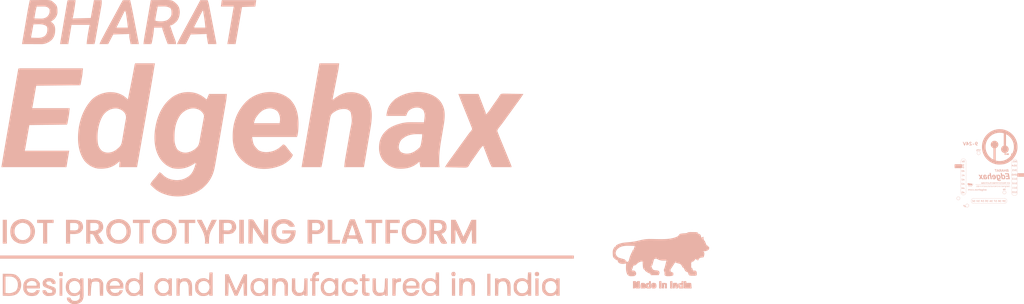
<source format=kicad_pcb>
(kicad_pcb (version 20240928) (generator "gerbview") (generator_version "9.0")
  (layers (0 F.Cu signal) (2 B.Cu signal) (1 F.Mask user) (3 B.Mask user) (5 F.SilkS user) (7 B.SilkS user) (13 F.Paste user) (15 B.Paste user) (25 Edge.Cuts user))
  (gr_poly (pts (xy 124.07787 84.99555) (xy 124.08625 84.99636) (xy 124.09455 84.99763) (xy 124.10281 84.99936) (xy 124.11106 85.00159) (xy 124.11933 85.00432) (xy 124.12766 85.00758) (xy 124.13608 85.01139) (xy 124.14461 85.01577) (xy 124.15329 85.02073) (xy 124.15826 85.02942) (xy 124.16263 85.03795) (xy 124.16644 85.04636) (xy 124.16971 85.05469) (xy 124.17244 85.06296) (xy 124.17466 85.07121) (xy 124.1764 85.07948) (xy 124.17766 85.08778) (xy 124.17848 85.09616) (xy 124.17886 85.10465) (xy 124.17882 85.11327) (xy 124.1784 85.12207) (xy 124.1776 85.13108) (xy 124.17644 85.14032) (xy 124.17495 85.14983) (xy 124.17314 85.15964) (xy 124.16652 85.17059) (xy 124.16372 85.1751) (xy 124.16115 85.17907) (xy 124.15873 85.18257) (xy 124.15639 85.18568) (xy 124.15406 85.18849) (xy 124.15164 85.19106) (xy 124.14907 85.19348) (xy 124.14627 85.19581) (xy 124.14315 85.19815) (xy 124.13965 85.20057) (xy 124.13568 85.20314) (xy 124.13117 85.20594) (xy 124.12022 85.21256) (xy 124.11041 85.21437) (xy 124.1009 85.21586) (xy 124.09166 85.21702) (xy 124.08265 85.21782) (xy 124.07385 85.21824) (xy 124.06523 85.21828) (xy 124.05674 85.2179) (xy 124.04836 85.21708) (xy 124.04006 85.21582) (xy 124.0318 85.21408) (xy 124.02354 85.21186) (xy 124.01527 85.20913) (xy 124.00694 85.20586) (xy 123.99853 85.20205) (xy 123.99 85.19767) (xy 123.98131 85.19271) (xy 123.97635 85.18403) (xy 123.97197 85.1755) (xy 123.96816 85.16708) (xy 123.9649 85.15876) (xy 123.96217 85.15048) (xy 123.95994 85.14223) (xy 123.95821 85.13397) (xy 123.95694 85.12567) (xy 123.95613 85.11729) (xy 123.95575 85.1088) (xy 123.95578 85.10017) (xy 123.95621 85.09137) (xy 123.95701 85.08237) (xy 123.95817 85.07313) (xy 123.95966 85.06362) (xy 123.96147 85.05381) (xy 123.96808 85.04285) (xy 123.97089 85.03834) (xy 123.97346 85.03438) (xy 123.97587 85.03087) (xy 123.97821 85.02776) (xy 123.98055 85.02496) (xy 123.98297 85.02239) (xy 123.98554 85.01997) (xy 123.98834 85.01763) (xy 123.99146 85.0153) (xy 123.99496 85.01288) (xy 123.99892 85.01031) (xy 124.00343 85.0075) (xy 124.01439 85.00089) (xy 124.0242 84.99908) (xy 124.03371 84.99759) (xy 124.04295 84.99643) (xy 124.05195 84.99563) (xy 124.06075 84.9952) (xy 124.06938 84.99517)) (fill yes) (layer B.SilkS))
  (gr_poly (pts (xy 124.93297 84.40307) (xy 124.9454 84.40388) (xy 124.95786 84.40513) (xy 124.97033 84.40676) (xy 124.98283 84.40872) (xy 125.00789 84.41343) (xy 125.03303 84.41881) (xy 125.02812 84.43188) (xy 125.02306 84.44467) (xy 125.0178 84.45722) (xy 125.01229 84.46958) (xy 125.00648 84.4818) (xy 125.00033 84.49393) (xy 124.99378 84.50602) (xy 124.98678 84.51813) (xy 124.96394 84.55275) (xy 124.91314 84.63047) (xy 124.88707 84.66995) (xy 124.86224 84.7082) (xy 124.8487 84.72828) (xy 124.84395 84.73555) (xy 124.83992 84.74203) (xy 124.83612 84.74853) (xy 124.83209 84.75582) (xy 124.82137 84.77599) (xy 124.81704 84.7895) (xy 124.81519 84.79569) (xy 124.81358 84.80157) (xy 124.81223 84.8072) (xy 124.81116 84.81266) (xy 124.81039 84.81797) (xy 124.80993 84.82322) (xy 124.80982 84.82846) (xy 124.81006 84.83374) (xy 124.81068 84.83912) (xy 124.8117 84.84467) (xy 124.81314 84.85043) (xy 124.81501 84.85647) (xy 124.81735 84.86285) (xy 124.82016 84.86962) (xy 124.83925 84.8965) (xy 124.86017 84.92679) (xy 124.88372 84.95986) (xy 124.90678 84.99305) (xy 124.92933 85.02643) (xy 124.95132 85.06009) (xy 124.97272 85.09413) (xy 124.9935 85.12862) (xy 125.01361 85.16366) (xy 125.03303 85.19933) (xy 125.00917 85.20298) (xy 124.98587 85.20589) (xy 124.96296 85.2079) (xy 124.95159 85.20853) (xy 124.94025 85.20887) (xy 124.92892 85.20892) (xy 124.91756 85.20865) (xy 124.90617 85.20804) (xy 124.89472 85.20708) (xy 124.88318 85.20575) (xy 124.87153 85.20403) (xy 124.85975 85.20189) (xy 124.84783 85.19933) (xy 124.83707 85.18779) (xy 124.82694 85.176) (xy 124.81739 85.16398) (xy 124.80838 85.15172) (xy 124.79986 85.13923) (xy 124.79179 85.12651) (xy 124.78413 85.11359) (xy 124.77683 85.10045) (xy 124.76984 85.08711) (xy 124.76312 85.07358) (xy 124.75033 85.04595) (xy 124.7381 85.01762) (xy 124.72608 84.98864) (xy 124.71553 84.9612) (xy 124.68907 84.9612) (xy 124.68904 84.97) (xy 124.68894 84.97369) (xy 124.68875 84.97701) (xy 124.68844 84.98007) (xy 124.68798 84.98295) (xy 124.68734 84.98572) (xy 124.68649 84.98849) (xy 124.68539 84.99133) (xy 124.68403 84.99434) (xy 124.68236 84.9976) (xy 124.68035 85.0012) (xy 124.67799 85.00523) (xy 124.67523 85.00976) (xy 124.6684 85.02073) (xy 124.66018 85.03219) (xy 124.65207 85.04374) (xy 124.64407 85.05535) (xy 124.63616 85.06703) (xy 124.62666 85.08602) (xy 124.61717 85.10426) (xy 124.61234 85.1131) (xy 124.6074 85.12176) (xy 124.6023 85.13024) (xy 124.59702 85.13856) (xy 124.59152 85.1467) (xy 124.58575 85.15469) (xy 124.57969 85.16251) (xy 124.57329 85.17017) (xy 124.56651 85.17768) (xy 124.55932 85.18504) (xy 124.55168 85.19226) (xy 124.54355 85.19933) (xy 124.53087 85.20131) (xy 124.51831 85.20295) (xy 124.50584 85.20427) (xy 124.49346 85.20529) (xy 124.48115 85.20601) (xy 124.46888 85.20646) (xy 124.44442 85.2066) (xy 124.41995 85.20583) (xy 124.39533 85.20428) (xy 124.37043 85.20207) (xy 124.34512 85.19933) (xy 124.34514 85.19492) (xy 124.34519 85.19306) (xy 124.3453 85.19137) (xy 124.34548 85.1898) (xy 124.34574 85.18829) (xy 124.34611 85.18681) (xy 124.3466 85.1853) (xy 124.34723 85.18371) (xy 124.34802 85.182) (xy 124.34898 85.18013) (xy 124.35013 85.17802) (xy 124.35308 85.17297) (xy 124.357 85.16647) (xy 124.37369 85.14119) (xy 124.39218 85.113) (xy 124.44183 85.03642) (xy 124.49024 84.95928) (xy 124.53739 84.88137) (xy 124.56048 84.84205) (xy 124.58324 84.80245) (xy 124.51999 84.70887) (xy 124.49394 84.67016) (xy 124.47334 84.63958) (xy 124.45318 84.60901) (xy 124.43352 84.57834) (xy 124.41442 84.54743) (xy 124.39596 84.51615) (xy 124.37822 84.48438) (xy 124.36125 84.45197) (xy 124.34511 84.41881) (xy 124.36508 84.41431) (xy 124.38498 84.41037) (xy 124.40485 84.40717) (xy 124.41479 84.40589) (xy 124.42473 84.40484) (xy 124.4347 84.40406) (xy 124.44468 84.40356) (xy 124.45468 84.40336) (xy 124.46472 84.40347) (xy 124.47479 84.40393) (xy 124.4849 84.40475) (xy 124.49505 84.40594) (xy 124.50526 84.40753) (xy 124.52581 84.41708) (xy 124.5345 84.42171) (xy 124.54245 84.42669) (xy 124.5499 84.43236) (xy 124.55707 84.43904) (xy 124.56421 84.44707) (xy 124.57154 84.45678) (xy 124.5793 84.46851) (xy 124.58773 84.48259) (xy 124.59706 84.49935) (xy 124.60752 84.51913) (xy 124.6328 84.56907) (xy 124.66543 84.63507) (xy 124.67585 84.65693) (xy 124.70933 84.59354) (xy 124.72695 84.56195) (xy 124.7361 84.54633) (xy 124.74551 84.53089) (xy 124.75524 84.51567) (xy 124.76529 84.5007) (xy 124.77572 84.48604) (xy 124.78655 84.47173) (xy 124.79782 84.45781) (xy 124.80956 84.44432) (xy 124.82181 84.4313) (xy 124.8346 84.41881) (xy 124.84678 84.41417) (xy 124.859 84.41041) (xy 124.87126 84.40746) (xy 124.88354 84.40528) (xy 124.89586 84.4038) (xy 124.9082 84.40297) (xy 124.92058 84.40274)) (fill yes) (layer B.SilkS))
  (gr_poly (pts (xy 123.36845 84.3975) (xy 123.38815 84.39888) (xy 123.40773 84.40117) (xy 123.42717 84.40435) (xy 123.44642 84.40843) (xy 123.46545 84.41338) (xy 123.48421 84.41921) (xy 123.50269 84.42589) (xy 123.52083 84.43342) (xy 123.5386 84.44179) (xy 123.55597 84.45099) (xy 123.5729 84.46101) (xy 123.58936 84.47184) (xy 123.60531 84.48347) (xy 123.6207 84.49588) (xy 123.63552 84.50907) (xy 123.64971 84.52304) (xy 123.66325 84.53775) (xy 123.67609 84.55322) (xy 123.68821 84.56943) (xy 123.69956 84.58636) (xy 123.71011 84.60402) (xy 123.7198 84.62756) (xy 123.7282 84.65131) (xy 123.73536 84.67522) (xy 123.74128 84.69929) (xy 123.74597 84.72349) (xy 123.74947 84.74779) (xy 123.75177 84.77218) (xy 123.7529 84.79663) (xy 123.75288 84.82112) (xy 123.75171 84.84562) (xy 123.74942 84.87013) (xy 123.74603 84.8946) (xy 123.74154 84.91903) (xy 123.73597 84.94338) (xy 123.72935 84.96765) (xy 123.72169 84.99179) (xy 123.71331 85.00921) (xy 123.70426 85.0261) (xy 123.69455 85.04247) (xy 123.68419 85.05829) (xy 123.67319 85.07356) (xy 123.66156 85.08827) (xy 123.64931 85.10239) (xy 123.63644 85.11592) (xy 123.62298 85.12885) (xy 123.60892 85.14116) (xy 123.59428 85.15284) (xy 123.57906 85.16388) (xy 123.56328 85.17426) (xy 123.54695 85.18397) (xy 123.53007 85.193) (xy 123.51266 85.20134) (xy 123.49151 85.20674) (xy 123.46966 85.21146) (xy 123.44721 85.21544) (xy 123.42429 85.21865) (xy 123.40101 85.22103) (xy 123.37747 85.22254) (xy 123.35381 85.22313) (xy 123.33012 85.22274) (xy 123.30653 85.22134) (xy 123.28314 85.21887) (xy 123.26008 85.21529) (xy 123.23745 85.21054) (xy 123.21537 85.20458) (xy 123.19395 85.19737) (xy 123.17331 85.18884) (xy 123.15356 85.17897) (xy 123.13861 85.16736) (xy 123.12419 85.15557) (xy 123.11034 85.14354) (xy 123.0971 85.13123) (xy 123.08448 85.11862) (xy 123.07252 85.10565) (xy 123.06125 85.09229) (xy 123.0507 85.0785) (xy 123.0409 85.06424) (xy 123.03187 85.04948) (xy 123.02366 85.03416) (xy 123.01628 85.01825) (xy 123.00977 85.00172) (xy 123.00415 84.98452) (xy 122.99947 84.96662) (xy 122.99574 84.94797) (xy 123.03439 84.94565) (xy 123.08504 84.94384) (xy 123.13527 84.94151) (xy 123.15041 84.94371) (xy 123.15665 84.94472) (xy 123.16216 84.94574) (xy 123.16704 84.94685) (xy 123.16928 84.94744) (xy 123.17141 84.94807) (xy 123.17344 84.94876) (xy 123.17538 84.94949) (xy 123.17725 84.95028) (xy 123.17907 84.95114) (xy 123.18084 84.95208) (xy 123.18258 84.9531) (xy 123.1843 84.9542) (xy 123.18602 84.9554) (xy 123.18775 84.95671) (xy 123.18951 84.95812) (xy 123.19316 84.9613) (xy 123.19708 84.96501) (xy 123.20139 84.96929) (xy 123.21159 84.9798) (xy 123.2184 84.99147) (xy 123.22127 84.99629) (xy 123.22389 85.00053) (xy 123.22633 85.00428) (xy 123.22866 85.00764) (xy 123.23097 85.01069) (xy 123.23332 85.0135) (xy 123.23579 85.01618) (xy 123.23846 85.0188) (xy 123.2414 85.02145) (xy 123.24469 85.02421) (xy 123.2484 85.02717) (xy 123.25261 85.03041) (xy 123.2628 85.0381) (xy 123.27253 85.04196) (xy 123.28219 85.04531) (xy 123.29179 85.04818) (xy 123.30135 85.0506) (xy 123.31089 85.05258) (xy 123.32042 85.05417) (xy 123.32996 85.05538) (xy 123.33954 85.05624) (xy 123.34915 85.05678) (xy 123.35882 85.05703) (xy 123.36858 85.057) (xy 123.37842 85.05674) (xy 123.39846 85.0556) (xy 123.41907 85.05381) (xy 123.42952 85.05006) (xy 123.43927 85.04603) (xy 123.44837 85.0417) (xy 123.45688 85.03705) (xy 123.46486 85.03207) (xy 123.47235 85.02676) (xy 123.47942 85.02109) (xy 123.48611 85.01504) (xy 123.49249 85.00862) (xy 123.4986 85.0018) (xy 123.50451 84.99457) (xy 123.51027 84.98692) (xy 123.51593 84.97883) (xy 123.52154 84.97029) (xy 123.52717 84.96128) (xy 123.53287 84.9518) (xy 123.53915 84.9357) (xy 123.5446 84.919) (xy 123.54921 84.9018) (xy 123.553 84.88416) (xy 123.55596 84.86618) (xy 123.5581 84.84792) (xy 123.55943 84.82948) (xy 123.55995 84.81093) (xy 123.55967 84.79236) (xy 123.55859 84.77385) (xy 123.55672 84.75547) (xy 123.55406 84.73731) (xy 123.55062 84.71946) (xy 123.5464 84.70198) (xy 123.54141 84.68497) (xy 123.53566 84.66851) (xy 123.52972 84.65921) (xy 123.52385 84.65037) (xy 123.51801 84.64196) (xy 123.51214 84.63399) (xy 123.50618 84.62645) (xy 123.50006 84.61932) (xy 123.49374 84.61262) (xy 123.48715 84.60633) (xy 123.48024 84.60044) (xy 123.47295 84.59495) (xy 123.46523 84.58985) (xy 123.45701 84.58515) (xy 123.44824 84.58082) (xy 123.43886 84.57686) (xy 123.42881 84.57328) (xy 123.41804 84.57006) (xy 123.40461 84.56808) (xy 123.39173 84.56656) (xy 123.37932 84.56554) (xy 123.36734 84.56501) (xy 123.35571 84.56501) (xy 123.34438 84.56555) (xy 123.33328 84.56664) (xy 123.32236 84.56829) (xy 123.31155 84.57054) (xy 123.30079 84.57339) (xy 123.29002 84.57685) (xy 123.27919 84.58095) (xy 123.26821 84.5857) (xy 123.25704 84.59112) (xy 123.24561 84.59721) (xy 123.23387 84.60401) (xy 123.22852 84.61542) (xy 123.22421 84.62438) (xy 123.2223 84.62818) (xy 123.22047 84.63167) (xy 123.21868 84.63492) (xy 123.21685 84.63806) (xy 123.21494 84.64116) (xy 123.21288 84.64433) (xy 123.21061 84.64766) (xy 123.20808 84.65125) (xy 123.20201 84.6596) (xy 123.19418 84.67016) (xy 123.17852 84.67229) (xy 123.16643 84.67388) (xy 123.15703 84.67501) (xy 123.15307 84.67542) (xy 123.14946 84.67573) (xy 123.14609 84.67597) (xy 123.14286 84.67612) (xy 123.13965 84.67621) (xy 123.13635 84.67625) (xy 123.12907 84.67618) (xy 123.12015 84.67598) (xy 123.09248 84.67429) (xy 123.0441 84.67251) (xy 123.01993 84.67141) (xy 122.99574 84.67016) (xy 122.99574 84.65693) (xy 123.00168 84.63962) (xy 123.00798 84.62302) (xy 123.01469 84.60708) (xy 123.02183 84.59179) (xy 123.02945 84.57709) (xy 123.03758 84.56297) (xy 123.04624 84.54937) (xy 123.05549 84.53628) (xy 123.06535 84.52364) (xy 123.07586 84.51144) (xy 123.08705 84.49963) (xy 123.09896 84.48818) (xy 123.11163 84.47705) (xy 123.12508 84.46621) (xy 123.13936 84.45563) (xy 123.15449 84.44527) (xy 123.17307 84.43597) (xy 123.19193 84.4277) (xy 123.21104 84.42044) (xy 123.23036 84.41417) (xy 123.24985 84.4089) (xy 123.26948 84.40461) (xy 123.28922 84.40129) (xy 123.30902 84.39893) (xy 123.32884 84.39752) (xy 123.34867 84.39704)) (fill yes) (layer B.SilkS))
  (gr_poly (pts (xy 122.42159 84.40157) (xy 122.45736 84.4046) (xy 122.49283 84.41046) (xy 122.5278 84.41915) (xy 122.56213 84.43068) (xy 122.59562 84.44505) (xy 122.612 84.45331) (xy 122.62811 84.46227) (xy 122.64393 84.47195) (xy 122.65943 84.48234) (xy 122.6746 84.49344) (xy 122.6894 84.50526) (xy 122.70413 84.52193) (xy 122.71767 84.53883) (xy 122.73005 84.55597) (xy 122.7413 84.57339) (xy 122.75148 84.5911) (xy 122.76061 84.6091) (xy 122.76874 84.62744) (xy 122.77591 84.6461) (xy 122.78214 84.66514) (xy 122.78749 84.68454) (xy 122.79199 84.70434) (xy 122.79568 84.72455) (xy 122.79859 84.7452) (xy 122.80077 84.76629) (xy 122.80226 84.78785) (xy 122.80309 84.80989) (xy 122.8028 84.81643) (xy 122.80203 84.83393) (xy 122.80043 84.85693) (xy 122.79822 84.87899) (xy 122.79533 84.9002) (xy 122.79168 84.92063) (xy 122.78722 84.94038) (xy 122.78186 84.95954) (xy 122.77554 84.97819) (xy 122.76819 84.99642) (xy 122.75974 85.01433) (xy 122.7501 85.03199) (xy 122.73923 85.04949) (xy 122.72704 85.06692) (xy 122.71346 85.08438) (xy 122.69842 85.10194) (xy 122.68186 85.11969) (xy 122.66221 85.13622) (xy 122.64266 85.15083) (xy 122.62313 85.16366) (xy 122.60357 85.1748) (xy 122.58391 85.18435) (xy 122.56408 85.19244) (xy 122.54404 85.19916) (xy 122.5237 85.20462) (xy 122.50301 85.20895) (xy 122.4819 85.21223) (xy 122.46032 85.21458) (xy 122.4382 85.21611) (xy 122.41547 85.21693) (xy 122.39207 85.21714) (xy 122.34302 85.21617) (xy 122.32414 85.21431) (xy 122.30576 85.21159) (xy 122.28786 85.20803) (xy 122.27043 85.20363) (xy 122.25346 85.19841) (xy 122.23691 85.19239) (xy 122.22079 85.18556) (xy 122.20507 85.17795) (xy 122.18974 85.16956) (xy 122.17479 85.16041) (xy 122.16019 85.15052) (xy 122.14594 85.13988) (xy 122.13201 85.12852) (xy 122.11839 85.11644) (xy 122.10507 85.10366) (xy 122.09202 85.09019) (xy 122.07435 85.06724) (xy 122.05898 85.04436) (xy 122.04576 85.02147) (xy 122.03456 84.99851) (xy 122.02521 84.97544) (xy 122.01759 84.95218) (xy 122.01154 84.92869) (xy 122.00691 84.90489) (xy 122.00356 84.88074) (xy 122.00134 84.85617) (xy 122.0001 84.83111) (xy 121.99989 84.81755) (xy 122.17148 84.81755) (xy 122.17184 84.83414) (xy 122.173 84.85085) (xy 122.17496 84.86769) (xy 122.1777 84.88466) (xy 122.1812 84.90177) (xy 122.18545 84.91903) (xy 122.19374 84.93305) (xy 122.20217 84.94629) (xy 122.21077 84.95878) (xy 122.21961 84.97055) (xy 122.22873 84.98164) (xy 122.23817 84.99207) (xy 122.24798 85.00188) (xy 122.25821 85.01109) (xy 122.26891 85.01974) (xy 122.28011 85.02786) (xy 122.29188 85.03547) (xy 122.30425 85.04261) (xy 122.31728 85.0493) (xy 122.331 85.05559) (xy 122.34547 85.06149) (xy 122.36074 85.06703) (xy 122.38215 85.06856) (xy 122.39247 85.06905) (xy 122.40258 85.06931) (xy 122.4125 85.06929) (xy 122.42225 85.06895) (xy 122.43185 85.06826) (xy 122.44133 85.06716) (xy 122.45071 85.06561) (xy 122.46003 85.06358) (xy 122.46929 85.06103) (xy 122.47854 85.0579) (xy 122.48778 85.05416) (xy 122.49705 85.04978) (xy 122.50637 85.04469) (xy 122.51577 85.03887) (xy 122.52685 85.02974) (xy 122.5373 85.02066) (xy 122.54712 85.01159) (xy 122.55634 85.00246) (xy 122.56497 84.99323) (xy 122.57302 84.98383) (xy 122.58051 84.97421) (xy 122.58745 84.96432) (xy 122.59387 84.9541) (xy 122.59978 84.94349) (xy 122.60519 84.93243) (xy 122.61011 84.92089) (xy 122.61458 84.90878) (xy 122.61859 84.89607) (xy 122.62217 84.88269) (xy 122.62532 84.8686) (xy 122.62675 84.85082) (xy 122.62756 84.83344) (xy 122.62771 84.81643) (xy 122.62719 84.79976) (xy 122.62597 84.78342) (xy 122.62402 84.76736) (xy 122.62132 84.75158) (xy 122.61785 84.73603) (xy 122.61358 84.7207) (xy 122.60848 84.70556) (xy 122.60253 84.69059) (xy 122.59571 84.67575) (xy 122.58799 84.66102) (xy 122.57935 84.64638) (xy 122.56975 84.6318) (xy 122.55918 84.61724) (xy 122.54721 84.60825) (xy 122.53556 84.60021) (xy 122.52417 84.59306) (xy 122.51295 84.58676) (xy 122.50183 84.58127) (xy 122.49074 84.57653) (xy 122.4796 84.5725) (xy 122.46835 84.56912) (xy 122.4569 84.56635) (xy 122.44519 84.56413) (xy 122.43313 84.56244) (xy 122.42066 84.56119) (xy 122.40769 84.56037) (xy 122.39417 84.5599) (xy 122.38001 84.55976) (xy 122.36513 84.55988) (xy 122.35889 84.56087) (xy 122.35282 84.56202) (xy 122.3469 84.56332) (xy 122.34113 84.56477) (xy 122.3355 84.56637) (xy 122.33001 84.56812) (xy 122.32465 84.57001) (xy 122.31942 84.57204) (xy 122.3093 84.57652) (xy 122.29961 84.58153) (xy 122.2903 84.58706) (xy 122.28131 84.5931) (xy 122.27261 84.5996) (xy 122.26412 84.60657) (xy 122.25582 84.61398) (xy 122.24764 84.62181) (xy 122.23954 84.63004) (xy 122.23147 84.63865) (xy 122.21522 84.65693) (xy 122.20676 84.67266) (xy 122.19926 84.68845) (xy 122.19267 84.7043) (xy 122.18701 84.72022) (xy 122.18224 84.73621) (xy 122.17837 84.75229) (xy 122.17537 84.76846) (xy 122.17323 84.78472) (xy 122.17194 84.80108) (xy 122.17148 84.81755) (xy 121.99989 84.81755) (xy 121.9997 84.80553) (xy 122.00083 84.7525) (xy 122.00355 84.69662) (xy 122.00926 84.68002) (xy 122.01516 84.66392) (xy 122.02131 84.64831) (xy 122.02775 84.63316) (xy 122.03453 84.61845) (xy 122.04169 84.60415) (xy 122.04928 84.59024) (xy 122.05736 84.5767) (xy 122.06595 84.56351) (xy 122.07513 84.55063) (xy 122.08491 84.53807) (xy 122.09537 84.52577) (xy 122.10654 84.51373) (xy 122.11847 84.50192) (xy 122.1312 84.49032) (xy 122.14478 84.47891) (xy 122.17686 84.4594) (xy 122.21001 84.4427) (xy 122.24405 84.42881) (xy 122.2788 84.41773) (xy 122.31411 84.40946) (xy 122.34979 84.40401) (xy 122.38567 84.40138)) (fill yes) (layer B.SilkS))
  (gr_poly (pts (xy 127.01741 85.19933) (xy 126.84543 85.19933) (xy 126.84202 85.04461) (xy 126.84047 84.98105) (xy 126.83952 84.93455) (xy 126.83845 84.88806) (xy 126.83768 84.85826) (xy 126.83709 84.831) (xy 126.83611 84.80383) (xy 126.83541 84.79027) (xy 126.83454 84.7767) (xy 126.83348 84.76312) (xy 126.8322 84.74953) (xy 126.82779 84.72557) (xy 126.82542 84.71398) (xy 126.82286 84.70267) (xy 126.82003 84.69162) (xy 126.81687 84.68085) (xy 126.81332 84.67036) (xy 126.80931 84.66015) (xy 126.80476 84.65021) (xy 126.79962 84.64056) (xy 126.79382 84.63119) (xy 126.79064 84.62662) (xy 126.78728 84.62211) (xy 126.78372 84.61768) (xy 126.77995 84.61332) (xy 126.77597 84.60904) (xy 126.77176 84.60483) (xy 126.76732 84.60069) (xy 126.76263 84.59663) (xy 126.7577 84.59263) (xy 126.75251 84.58872) (xy 126.73977 84.58375) (xy 126.72686 84.57961) (xy 126.7138 84.57628) (xy 126.7006 84.57371) (xy 126.68731 84.57188) (xy 126.67393 84.57075) (xy 126.6605 84.57029) (xy 126.64704 84.57046) (xy 126.63358 84.57124) (xy 126.62013 84.57258) (xy 126.60672 84.57447) (xy 126.59338 84.57686) (xy 126.58013 84.57971) (xy 126.56699 84.58301) (xy 126.55399 84.58671) (xy 126.54116 84.59079) (xy 126.5308 84.60191) (xy 126.52147 84.61352) (xy 126.51309 84.62558) (xy 126.50563 84.63805) (xy 126.49903 84.6509) (xy 126.49324 84.66409) (xy 126.48821 84.6776) (xy 126.48388 84.69138) (xy 126.48021 84.70541) (xy 126.47714 84.71966) (xy 126.47463 84.73408) (xy 126.47261 84.74864) (xy 126.47104 84.76332) (xy 126.46986 84.77807) (xy 126.4685 84.80768) (xy 126.46824 84.83759) (xy 126.4672 84.88606) (xy 126.46636 84.93454) (xy 126.46586 84.9681) (xy 126.46525 85.00167) (xy 126.46369 85.07948) (xy 126.46237 85.15729) (xy 126.46178 85.19933) (xy 126.2898 85.19933) (xy 126.28832 85.10883) (xy 126.28722 85.01833) (xy 126.2865 84.94384) (xy 126.28417 84.85271) (xy 126.28356 84.80711) (xy 126.28425 84.76163) (xy 126.2853 84.73897) (xy 126.28693 84.71638) (xy 126.28923 84.69389) (xy 126.29229 84.67149) (xy 126.29618 84.64921) (xy 126.30101 84.62705) (xy 126.30684 84.60504) (xy 126.31378 84.58319) (xy 126.32047 84.56825) (xy 126.32771 84.55413) (xy 126.3355 84.54078) (xy 126.34384 84.52816) (xy 126.35273 84.51624) (xy 126.36216 84.50499) (xy 126.37213 84.49435) (xy 126.38264 84.48431) (xy 126.39369 84.4748) (xy 126.40527 84.46581) (xy 126.41737 84.45729) (xy 126.43001 84.44921) (xy 126.44316 84.44152) (xy 126.45685 84.43419) (xy 126.47104 84.42718) (xy 126.48576 84.42046) (xy 126.50313 84.41522) (xy 126.52061 84.41084) (xy 126.53819 84.40729) (xy 126.55585 84.40457) (xy 126.57357 84.40266) (xy 126.59132 84.40156) (xy 126.60908 84.40124) (xy 126.62683 84.40171) (xy 126.64456 84.40294) (xy 126.66223 84.40493) (xy 126.67984 84.40766) (xy 126.69735 84.41112) (xy 126.71475 84.4153) (xy 126.73201 84.42019) (xy 126.74912 84.42577) (xy 126.76605 84.43204) (xy 126.8322 84.48495) (xy 126.84543 84.15422) (xy 127.01741 84.15422)) (fill yes) (layer B.SilkS))
  (gr_poly (pts (xy 131.12056 84.75347) (xy 131.12294 84.77786) (xy 131.12421 84.80233) (xy 131.12436 84.82683) (xy 131.1234 84.85133) (xy 131.12132 84.8758) (xy 131.11812 84.90019) (xy 131.1138 84.92448) (xy 131.10836 84.94861) (xy 131.1018 84.97256) (xy 131.09411 84.99629) (xy 131.08527 85.01325) (xy 131.07576 85.02974) (xy 131.06559 85.04573) (xy 131.05479 85.06121) (xy 131.04336 85.07616) (xy 131.03132 85.09058) (xy 131.01869 85.10445) (xy 131.00549 85.11774) (xy 130.99173 85.13046) (xy 130.97742 85.14257) (xy 130.96258 85.15408) (xy 130.94722 85.16496) (xy 130.93137 85.17519) (xy 130.91504 85.18477) (xy 130.89824 85.19368) (xy 130.881 85.20191) (xy 130.86022 85.20696) (xy 130.83903 85.21126) (xy 130.8175 85.21481) (xy 130.79568 85.21758) (xy 130.77365 85.21957) (xy 130.75148 85.22076) (xy 130.72922 85.22114) (xy 130.70695 85.2207) (xy 130.68474 85.21943) (xy 130.66264 85.21731) (xy 130.64074 85.21433) (xy 130.61908 85.21048) (xy 130.59776 85.20574) (xy 130.57681 85.2001) (xy 130.55633 85.19356) (xy 130.53637 85.1861) (xy 130.51882 85.17591) (xy 130.50248 85.16536) (xy 130.48727 85.15439) (xy 130.47314 85.14299) (xy 130.46001 85.13112) (xy 130.44784 85.11876) (xy 130.43654 85.10587) (xy 130.42607 85.09243) (xy 130.41636 85.0784) (xy 130.40735 85.06375) (xy 130.39897 85.04845) (xy 130.39116 85.03248) (xy 130.38386 85.0158) (xy 130.37701 84.99838) (xy 130.37054 84.98019) (xy 130.36439 84.9612) (xy 130.40351 84.95934) (xy 130.45451 84.9579) (xy 130.5052 84.95603) (xy 130.5199 84.95779) (xy 130.52594 84.9586) (xy 130.53124 84.95942) (xy 130.53589 84.96029) (xy 130.53801 84.96077) (xy 130.54 84.96127) (xy 130.54189 84.96181) (xy 130.54367 84.9624) (xy 130.54537 84.96302) (xy 130.547 84.96371) (xy 130.54856 84.96445) (xy 130.55008 84.96526) (xy 130.55156 84.96613) (xy 130.55302 84.96709) (xy 130.55447 84.96812) (xy 130.55591 84.96924) (xy 130.55737 84.97045) (xy 130.55886 84.97176) (xy 130.56197 84.97469) (xy 130.56533 84.97809) (xy 130.57321 84.98642) (xy 130.57827 84.99661) (xy 130.58046 85.00081) (xy 130.58251 85.00451) (xy 130.58451 85.00779) (xy 130.58652 85.01073) (xy 130.58863 85.01339) (xy 130.5909 85.01584) (xy 130.59342 85.01818) (xy 130.59625 85.02046) (xy 130.59946 85.02277) (xy 130.60315 85.02517) (xy 130.60737 85.02775) (xy 130.6122 85.03058) (xy 130.62401 85.03727) (xy 130.63683 85.04175) (xy 130.64959 85.04565) (xy 130.66229 85.04899) (xy 130.67496 85.05176) (xy 130.68759 85.05395) (xy 130.7002 85.05558) (xy 130.7128 85.05664) (xy 130.72539 85.05712) (xy 130.738 85.05704) (xy 130.75063 85.05639) (xy 130.76329 85.05518) (xy 130.77598 85.05339) (xy 130.78874 85.05104) (xy 130.80155 85.04812) (xy 130.81444 85.04463) (xy 130.82741 85.04058) (xy 130.84938 85.01859) (xy 130.85842 85.00934) (xy 130.86638 85.00093) (xy 130.87339 84.99315) (xy 130.87963 84.98575) (xy 130.88525 84.97851) (xy 130.89039 84.97118) (xy 130.89522 84.96355) (xy 130.89989 84.95537) (xy 130.90455 84.94641) (xy 130.90937 84.93644) (xy 130.92007 84.91255) (xy 130.93324 84.88183) (xy 130.35116 84.88183) (xy 130.3485 84.87055) (xy 130.34625 84.85954) (xy 130.34437 84.84876) (xy 130.34284 84.83818) (xy 130.34165 84.82774) (xy 130.34077 84.81741) (xy 130.34018 84.80715) (xy 130.33987 84.79692) (xy 130.3398 84.78667) (xy 130.33997 84.77637) (xy 130.34091 84.75545) (xy 130.34234 84.73631) (xy 130.52313 84.73631) (xy 130.93324 84.73631) (xy 130.93036 84.71476) (xy 130.92906 84.70588) (xy 130.92779 84.69805) (xy 130.92647 84.69112) (xy 130.92505 84.68492) (xy 130.92347 84.6793) (xy 130.9226 84.67666) (xy 130.92167 84.67411) (xy 130.92066 84.67162) (xy 130.91958 84.66917) (xy 130.91841 84.66676) (xy 130.91714 84.66435) (xy 130.9143 84.65947) (xy 130.91099 84.65439) (xy 130.90716 84.64894) (xy 130.90274 84.64296) (xy 130.8919 84.62882) (xy 130.87742 84.61373) (xy 130.86239 84.60031) (xy 130.84685 84.58854) (xy 130.8389 84.58327) (xy 130.83084 84.5784) (xy 130.82267 84.57393) (xy 130.8144 84.56986) (xy 130.80603 84.5662) (xy 130.79756 84.56293) (xy 130.78037 84.55757) (xy 130.76285 84.55378) (xy 130.74506 84.55152) (xy 130.72702 84.5508) (xy 130.70877 84.55158) (xy 130.69035 84.55386) (xy 130.6718 84.55761) (xy 130.65316 84.56282) (xy 130.63446 84.56948) (xy 130.61574 84.57756) (xy 130.60569 84.58679) (xy 130.5964 84.59572) (xy 130.58781 84.60443) (xy 130.5799 84.613) (xy 130.57262 84.62152) (xy 130.56594 84.63007) (xy 130.55981 84.63875) (xy 130.5542 84.64763) (xy 130.54906 84.6568) (xy 130.54436 84.66635) (xy 130.54005 84.67636) (xy 130.53611 84.68691) (xy 130.53248 84.6981) (xy 130.52914 84.71) (xy 130.52604 84.72271) (xy 130.52313 84.73631) (xy 130.34234 84.73631) (xy 130.34252 84.73383) (xy 130.34465 84.71119) (xy 130.34792 84.69271) (xy 130.35177 84.67493) (xy 130.35622 84.65781) (xy 130.3613 84.64133) (xy 130.36703 84.62543) (xy 130.37343 84.61008) (xy 130.38054 84.59525) (xy 130.38837 84.58088) (xy 130.39695 84.56696) (xy 130.4063 84.55343) (xy 130.41645 84.54026) (xy 130.42743 84.52741) (xy 130.43925 84.51484) (xy 130.45194 84.50251) (xy 130.46553 84.49039) (xy 130.48004 84.47844) (xy 130.50256 84.46424) (xy 130.5253 84.45157) (xy 130.54824 84.4404) (xy 130.57141 84.4307) (xy 130.59479 84.42244) (xy 130.61839 84.4156) (xy 130.64221 84.41014) (xy 130.66626 84.40605) (xy 130.69054 84.40328) (xy 130.71505 84.40182) (xy 130.73979 84.40163) (xy 130.76476 84.40268) (xy 130.78998 84.40496) (xy 130.81544 84.40842) (xy 130.84114 84.41305) (xy 130.86709 84.41881) (xy 130.88545 84.42566) (xy 130.90305 84.4332) (xy 130.91992 84.44143) (xy 130.93609 84.45035) (xy 130.95157 84.45995) (xy 130.96639 84.47025) (xy 130.98057 84.48123) (xy 130.99413 84.49289) (xy 131.00709 84.50524) (xy 131.01949 84.51827) (xy 131.03133 84.53198) (xy 131.04264 84.54638) (xy 131.05345 84.56145) (xy 131.06377 84.5772) (xy 131.07363 84.59363) (xy 131.08305 84.61073) (xy 131.09206 84.63391) (xy 131.09997 84.65738) (xy 131.10678 84.6811) (xy 131.11248 84.70505) (xy 131.11708 84.72919) (xy 131.1181 84.73631)) (fill yes) (layer B.SilkS))
  (gr_poly (pts (xy 128.03862 84.76135) (xy 128.04115 84.78725) (xy 128.04241 84.8133) (xy 128.04239 84.83949) (xy 128.04108 84.86581) (xy 128.03847 84.89223) (xy 128.03457 84.91874) (xy 128.02935 84.94532) (xy 128.02282 84.97195) (xy 128.01465 84.9909) (xy 128.00552 85.00936) (xy 127.99548 85.0273) (xy 127.98455 85.04469) (xy 127.97278 85.06152) (xy 127.96021 85.07775) (xy 127.94688 85.09336) (xy 127.93282 85.10833) (xy 127.91807 85.12264) (xy 127.90267 85.13625) (xy 127.88666 85.14914) (xy 127.87008 85.16129) (xy 127.85296 85.17267) (xy 127.83534 85.18326) (xy 127.81726 85.19303) (xy 127.79875 85.20196) (xy 127.77633 85.20734) (xy 127.75357 85.21185) (xy 127.73055 85.21545) (xy 127.70732 85.21813) (xy 127.68395 85.21987) (xy 127.6605 85.22066) (xy 127.63704 85.22046) (xy 127.61363 85.21926) (xy 127.59033 85.21704) (xy 127.5672 85.21378) (xy 127.54432 85.20946) (xy 127.52175 85.20405) (xy 127.49955 85.19755) (xy 127.47777 85.18992) (xy 127.4565 85.18115) (xy 127.43578 85.17122) (xy 127.41954 85.16154) (xy 127.40455 85.15157) (xy 127.39073 85.14125) (xy 127.37801 85.13057) (xy 127.3663 85.11948) (xy 127.35553 85.10796) (xy 127.34562 85.09596) (xy 127.33649 85.08346) (xy 127.32805 85.07042) (xy 127.32024 85.0568) (xy 127.31297 85.04258) (xy 127.30616 85.02772) (xy 127.29974 85.01219) (xy 127.29362 84.99594) (xy 127.28773 84.97896) (xy 127.28199 84.9612) (xy 127.32111 84.95934) (xy 127.37211 84.9579) (xy 127.42281 84.95603) (xy 127.43751 84.95779) (xy 127.44354 84.9586) (xy 127.44884 84.95942) (xy 127.4535 84.96029) (xy 127.45561 84.96077) (xy 127.45761 84.96127) (xy 127.45949 84.96181) (xy 127.46128 84.9624) (xy 127.46298 84.96303) (xy 127.4646 84.96371) (xy 127.46617 84.96445) (xy 127.46769 84.96526) (xy 127.46917 84.96613) (xy 127.47062 84.96709) (xy 127.47207 84.96812) (xy 127.47352 84.96924) (xy 127.47498 84.97045) (xy 127.47647 84.97176) (xy 127.47957 84.97469) (xy 127.48293 84.97809) (xy 127.49081 84.98642) (xy 127.49588 84.99661) (xy 127.49806 85.00081) (xy 127.50011 85.00451) (xy 127.50211 85.00779) (xy 127.50413 85.01073) (xy 127.50623 85.01338) (xy 127.50851 85.01584) (xy 127.51102 85.01818) (xy 127.51385 85.02046) (xy 127.51707 85.02277) (xy 127.52075 85.02517) (xy 127.52497 85.02775) (xy 127.52981 85.03058) (xy 127.54161 85.03727) (xy 127.55443 85.04175) (xy 127.56719 85.04565) (xy 127.5799 85.04899) (xy 127.59256 85.05176) (xy 127.60519 85.05395) (xy 127.6178 85.05558) (xy 127.6304 85.05664) (xy 127.64299 85.05712) (xy 127.6556 85.05704) (xy 127.66823 85.0564) (xy 127.68089 85.05518) (xy 127.69359 85.05339) (xy 127.70634 85.05104) (xy 127.71915 85.04812) (xy 127.73204 85.04463) (xy 127.74501 85.04058) (xy 127.76895 85.02167) (xy 127.77876 85.01363) (xy 127.78734 85.00622) (xy 127.79485 84.99921) (xy 127.80144 84.99236) (xy 127.80726 84.98544) (xy 127.81248 84.97823) (xy 127.81724 84.97048) (xy 127.8217 84.96197) (xy 127.82601 84.95246) (xy 127.83034 84.94173) (xy 127.83483 84.92953) (xy 127.83964 84.91563) (xy 127.85084 84.88183) (xy 127.26876 84.88183) (xy 127.26611 84.87055) (xy 127.26385 84.85954) (xy 127.26197 84.84877) (xy 127.26045 84.83818) (xy 127.25925 84.82774) (xy 127.25837 84.81741) (xy 127.25779 84.80715) (xy 127.25747 84.79692) (xy 127.25741 84.78667) (xy 127.25757 84.77637) (xy 127.25851 84.75546) (xy 127.25994 84.73631) (xy 127.44074 84.73631) (xy 127.85084 84.73631) (xy 127.84796 84.71476) (xy 127.84667 84.70588) (xy 127.84539 84.69805) (xy 127.84408 84.69112) (xy 127.84266 84.68492) (xy 127.84108 84.6793) (xy 127.84021 84.67666) (xy 127.83927 84.67411) (xy 127.83826 84.67162) (xy 127.83718 84.66917) (xy 127.83601 84.66676) (xy 127.83475 84.66435) (xy 127.83191 84.65947) (xy 127.8286 84.65439) (xy 127.82477 84.64894) (xy 127.82035 84.64296) (xy 127.8095 84.62882) (xy 127.79502 84.61373) (xy 127.77999 84.60031) (xy 127.76445 84.58854) (xy 127.7565 84.58327) (xy 127.74844 84.5784) (xy 127.74028 84.57393) (xy 127.732 84.56987) (xy 127.72363 84.5662) (xy 127.71517 84.56293) (xy 127.69797 84.55757) (xy 127.68046 84.55378) (xy 127.66266 84.55152) (xy 127.64462 84.5508) (xy 127.62637 84.55158) (xy 127.60795 84.55386) (xy 127.58941 84.55761) (xy 127.57076 84.56282) (xy 127.55206 84.56948) (xy 127.53335 84.57756) (xy 127.5233 84.58679) (xy 127.514 84.59572) (xy 127.50542 84.60443) (xy 127.49751 84.613) (xy 127.49023 84.62152) (xy 127.48354 84.63007) (xy 127.47741 84.63875) (xy 127.4718 84.64763) (xy 127.46666 84.6568) (xy 127.46196 84.66635) (xy 127.45766 84.67636) (xy 127.45371 84.68691) (xy 127.45009 84.6981) (xy 127.44675 84.71) (xy 127.44364 84.72271) (xy 127.44074 84.73631) (xy 127.25994 84.73631) (xy 127.26013 84.73383) (xy 127.26225 84.71119) (xy 127.26552 84.69271) (xy 127.26937 84.67493) (xy 127.27382 84.65781) (xy 127.2789 84.64133) (xy 127.28463 84.62543) (xy 127.29104 84.61008) (xy 127.29814 84.59525) (xy 127.30597 84.58088) (xy 127.31455 84.56696) (xy 127.32391 84.55343) (xy 127.33406 84.54026) (xy 127.34503 84.52741) (xy 127.35685 84.51484) (xy 127.36954 84.50251) (xy 127.38313 84.49039) (xy 127.39764 84.47844) (xy 127.41588 84.46682) (xy 127.43435 84.45614) (xy 127.45303 84.4464) (xy 127.47191 84.4376) (xy 127.49095 84.42973) (xy 127.51012 84.4228) (xy 127.5294 84.41679) (xy 127.54877 84.41171) (xy 127.56821 84.40756) (xy 127.58767 84.40433) (xy 127.60715 84.40202) (xy 127.62661 84.40063) (xy 127.64603 84.40015) (xy 127.66538 84.40058) (xy 127.68464 84.40193) (xy 127.70378 84.40419) (xy 127.72278 84.40735) (xy 127.74161 84.41141) (xy 127.76024 84.41638) (xy 127.77865 84.42224) (xy 127.79682 84.429) (xy 127.81472 84.43665) (xy 127.83233 84.4452) (xy 127.84961 84.45464) (xy 127.86654 84.46496) (xy 127.8831 84.47617) (xy 127.89926 84.48825) (xy 127.915 84.50122) (xy 127.93029 84.51507) (xy 127.94511 84.52979) (xy 127.95943 84.54538) (xy 127.97322 84.56185) (xy 127.98572 84.58588) (xy 127.997 84.6102) (xy 128.00704 84.6348) (xy 128.01586 84.65966) (xy 128.02343 84.68476) (xy 128.02975 84.71009) (xy 128.03481 84.73563) (xy 128.03492 84.73631)) (fill yes) (layer B.SilkS))
  (gr_poly (pts (xy 125.70652 84.40258) (xy 125.73075 84.40495) (xy 125.75495 84.40882) (xy 125.77908 84.4142) (xy 125.80312 84.42109) (xy 125.82702 84.42951) (xy 125.85076 84.43948) (xy 125.86917 84.44972) (xy 125.88657 84.46069) (xy 125.903 84.47238) (xy 125.91849 84.48477) (xy 125.93307 84.49785) (xy 125.94678 84.51161) (xy 125.95965 84.52603) (xy 125.97171 84.54111) (xy 125.983 84.5568) (xy 125.99355 84.57312) (xy 126.00338 84.59004) (xy 126.01255 84.60755) (xy 126.02107 84.62563) (xy 126.02898 84.64428) (xy 126.03631 84.66347) (xy 126.0431 84.68318) (xy 126.04803 84.70866) (xy 126.05182 84.73391) (xy 126.05446 84.75894) (xy 126.05596 84.78375) (xy 126.05632 84.80835) (xy 126.05606 84.81657) (xy 126.05555 84.83275) (xy 126.05364 84.85696) (xy 126.05059 84.88097) (xy 126.04641 84.9048) (xy 126.04109 84.92846) (xy 126.03465 84.95194) (xy 126.02708 84.97526) (xy 126.01838 84.99843) (xy 126.00855 85.02144) (xy 125.99761 85.04431) (xy 125.98553 85.06703) (xy 125.97578 85.07939) (xy 125.96571 85.09152) (xy 125.9553 85.10337) (xy 125.94456 85.11489) (xy 125.93347 85.12606) (xy 125.92204 85.13682) (xy 125.91024 85.14713) (xy 125.89809 85.15695) (xy 125.88557 85.16623) (xy 125.87267 85.17494) (xy 125.85939 85.18302) (xy 125.84573 85.19043) (xy 125.83167 85.19714) (xy 125.81722 85.20309) (xy 125.80236 85.20824) (xy 125.7871 85.21256) (xy 125.71658 85.21767) (xy 125.6799 85.21922) (xy 125.6615 85.21934) (xy 125.64316 85.21889) (xy 125.62497 85.21773) (xy 125.60701 85.21577) (xy 125.58936 85.21289) (xy 125.57211 85.20897) (xy 125.55534 85.2039) (xy 125.53912 85.19757) (xy 125.53125 85.1939) (xy 125.52356 85.18986) (xy 125.51604 85.18546) (xy 125.50871 85.18067) (xy 125.48034 85.15881) (xy 125.45166 85.13685) (xy 125.42991 85.11995) (xy 125.41668 85.19933) (xy 125.2447 85.19933) (xy 125.2447 84.81327) (xy 125.41231 84.81327) (xy 125.41249 84.82701) (xy 125.41328 84.84083) (xy 125.41468 84.85469) (xy 125.41668 84.8686) (xy 125.42076 84.88247) (xy 125.42511 84.89592) (xy 125.42976 84.90895) (xy 125.43475 84.92156) (xy 125.44013 84.93377) (xy 125.44592 84.94558) (xy 125.45218 84.95698) (xy 125.45894 84.96798) (xy 125.46624 84.9786) (xy 125.47412 84.98882) (xy 125.48263 84.99866) (xy 125.4918 85.00812) (xy 125.50167 85.0172) (xy 125.51228 85.02591) (xy 125.52368 85.03425) (xy 125.5359 85.04223) (xy 125.54833 85.04742) (xy 125.56057 85.05195) (xy 125.57265 85.05585) (xy 125.58461 85.05912) (xy 125.59647 85.06178) (xy 125.60828 85.06383) (xy 125.62005 85.06528) (xy 125.63182 85.06617) (xy 125.64364 85.06648) (xy 125.65552 85.06624) (xy 125.6675 85.06545) (xy 125.67961 85.06413) (xy 125.69189 85.0623) (xy 125.70437 85.05996) (xy 125.71707 85.05712) (xy 125.73004 85.05381) (xy 125.74329 85.04555) (xy 125.75597 85.03711) (xy 125.76808 85.02844) (xy 125.77962 85.01951) (xy 125.79058 85.01027) (xy 125.80097 85.0007) (xy 125.81079 84.99074) (xy 125.82003 84.98036) (xy 125.82869 84.96953) (xy 125.83678 84.9582) (xy 125.84428 84.94634) (xy 125.85121 84.9339) (xy 125.85755 84.92086) (xy 125.86331 84.90717) (xy 125.86849 84.89279) (xy 125.87308 84.87769) (xy 125.87536 84.86224) (xy 125.877 84.8469) (xy 125.87799 84.83168) (xy 125.87834 84.81657) (xy 125.87802 84.80158) (xy 125.87705 84.78671) (xy 125.87542 84.77197) (xy 125.87312 84.75736) (xy 125.87014 84.74287) (xy 125.86649 84.72852) (xy 125.86216 84.7143) (xy 125.85713 84.70022) (xy 125.85142 84.68629) (xy 125.84501 84.6725) (xy 125.8379 84.65885) (xy 125.83009 84.64536) (xy 125.81643 84.63279) (xy 125.80328 84.62144) (xy 125.79053 84.61125) (xy 125.77806 84.60217) (xy 125.76574 84.59414) (xy 125.75347 84.58713) (xy 125.74113 84.58107) (xy 125.72859 84.57591) (xy 125.71573 84.57161) (xy 125.70245 84.56812) (xy 125.68861 84.56537) (xy 125.67411 84.56333) (xy 125.65882 84.56194) (xy 125.64263 84.56116) (xy 125.62541 84.56091) (xy 125.60705 84.56117) (xy 125.60119 84.56188) (xy 125.59542 84.56279) (xy 125.58975 84.56392) (xy 125.58418 84.56525) (xy 125.5787 84.56678) (xy 125.57331 84.5685) (xy 125.56801 84.5704) (xy 125.56279 84.57248) (xy 125.55766 84.57472) (xy 125.55261 84.57713) (xy 125.54273 84.5824) (xy 125.53314 84.58823) (xy 125.52381 84.59458) (xy 125.51474 84.60137) (xy 125.50589 84.60856) (xy 125.49724 84.61609) (xy 125.48878 84.62391) (xy 125.48049 84.63196) (xy 125.47233 84.64018) (xy 125.45637 84.65693) (xy 125.44947 84.66913) (xy 125.44315 84.68152) (xy 125.43741 84.69407) (xy 125.43226 84.70679) (xy 125.4277 84.71967) (xy 125.42372 84.73269) (xy 125.42033 84.74584) (xy 125.41754 84.75912) (xy 125.41533 84.77251) (xy 125.41373 84.78601) (xy 125.41272 84.7996) (xy 125.41231 84.81327) (xy 125.2447 84.81327) (xy 125.2447 84.41881) (xy 125.41668 84.41881) (xy 125.42991 84.49818) (xy 125.4396 84.48742) (xy 125.44334 84.48341) (xy 125.44696 84.47969) (xy 125.45093 84.47581) (xy 125.45572 84.47129) (xy 125.46959 84.45849) (xy 125.49236 84.44656) (xy 125.51542 84.43601) (xy 125.53874 84.42685) (xy 125.56229 84.41909) (xy 125.58603 84.41273) (xy 125.60994 84.40781) (xy 125.63397 84.40432) (xy 125.6581 84.40228) (xy 125.6823 84.40169)) (fill yes) (layer B.SilkS))
  (gr_poly (pts (xy 130.15348 84.83003) (xy 130.15239 84.85406) (xy 130.15025 84.87799) (xy 130.14704 84.90177) (xy 130.14272 84.92533) (xy 130.13727 84.94862) (xy 130.13065 84.97158) (xy 130.12284 84.99415) (xy 130.11381 85.01629) (xy 130.10321 85.03393) (xy 130.09211 85.05096) (xy 130.08048 85.06735) (xy 130.06832 85.08307) (xy 130.0556 85.09812) (xy 130.04232 85.11246) (xy 130.02845 85.12607) (xy 130.01398 85.13895) (xy 129.9989 85.15105) (xy 129.9832 85.16237) (xy 129.96685 85.17288) (xy 129.94983 85.18256) (xy 129.93215 85.19139) (xy 129.91378 85.19935) (xy 129.8947 85.20641) (xy 129.87491 85.21256) (xy 129.84126 85.21543) (xy 129.80718 85.21781) (xy 129.79006 85.2186) (xy 129.77295 85.21901) (xy 129.75587 85.21896) (xy 129.73886 85.21836) (xy 129.72195 85.21712) (xy 129.7052 85.21517) (xy 129.68863 85.21241) (xy 129.67227 85.20876) (xy 129.65617 85.20414) (xy 129.64036 85.19845) (xy 129.62487 85.19163) (xy 129.60976 85.18357) (xy 129.58138 85.16543) (xy 129.5527 85.14718) (xy 129.53095 85.13318) (xy 129.51772 85.19933) (xy 129.34574 85.19933) (xy 129.34574 84.83116) (xy 129.51488 84.83116) (xy 129.51503 84.84891) (xy 129.51661 84.86317) (xy 129.51896 84.87694) (xy 129.52206 84.89025) (xy 129.52589 84.90311) (xy 129.53041 84.91555) (xy 129.53561 84.9276) (xy 129.54146 84.93927) (xy 129.54794 84.95059) (xy 129.55502 84.96159) (xy 129.56268 84.97229) (xy 129.57089 84.98271) (xy 129.57964 84.99288) (xy 129.58889 85.00282) (xy 129.59861 85.01255) (xy 129.6088 85.02209) (xy 129.61942 85.03148) (xy 129.63162 85.03745) (xy 129.64377 85.04289) (xy 129.65589 85.0478) (xy 129.668 85.05215) (xy 129.68011 85.05595) (xy 129.69225 85.05918) (xy 129.70442 85.06183) (xy 129.71665 85.06389) (xy 129.72896 85.06535) (xy 129.74136 85.0662) (xy 129.75387 85.06643) (xy 129.76651 85.06603) (xy 129.77929 85.065) (xy 129.79223 85.06331) (xy 129.80536 85.06096) (xy 129.81868 85.05794) (xy 129.83263 85.04957) (xy 129.84589 85.0411) (xy 129.85849 85.03248) (xy 129.87044 85.02364) (xy 129.88175 85.01454) (xy 129.89242 85.00513) (xy 129.90249 84.99534) (xy 129.91195 84.98514) (xy 129.92082 84.97445) (xy 129.92912 84.96324) (xy 129.93685 84.95144) (xy 129.94403 84.93901) (xy 129.95068 84.92588) (xy 129.9568 84.91201) (xy 129.9624 84.89735) (xy 129.96751 84.88183) (xy 129.96921 84.86239) (xy 129.97037 84.84364) (xy 129.97095 84.82551) (xy 129.97088 84.80794) (xy 129.97013 84.79087) (xy 129.96863 84.77423) (xy 129.96634 84.75796) (xy 129.9632 84.74198) (xy 129.95916 84.72625) (xy 129.95417 84.71068) (xy 129.94818 84.69522) (xy 129.94113 84.6798) (xy 129.93298 84.66436) (xy 129.92367 84.64883) (xy 129.91315 84.63314) (xy 129.90137 84.61724) (xy 129.88557 84.60548) (xy 129.87808 84.60016) (xy 129.87078 84.59519) (xy 129.86361 84.59057) (xy 129.85651 84.58629) (xy 129.8494 84.58234) (xy 129.84224 84.57872) (xy 129.83496 84.5754) (xy 129.82748 84.57239) (xy 129.81977 84.56968) (xy 129.81173 84.56725) (xy 129.80332 84.56509) (xy 129.79448 84.5632) (xy 129.78513 84.56157) (xy 129.77522 84.56019) (xy 129.76071 84.55998) (xy 129.74693 84.56006) (xy 129.73379 84.5605) (xy 129.72124 84.56134) (xy 129.7092 84.56263) (xy 129.69759 84.56442) (xy 129.68635 84.56676) (xy 129.6754 84.56969) (xy 129.66467 84.57327) (xy 129.65408 84.57755) (xy 129.64358 84.58256) (xy 129.63308 84.58838) (xy 129.6225 84.59504) (xy 129.61179 84.60258) (xy 129.60086 84.61107) (xy 129.58965 84.62055) (xy 129.5779 84.63434) (xy 129.5674 84.64779) (xy 129.55808 84.661) (xy 129.54988 84.67404) (xy 129.54273 84.687) (xy 129.53657 84.69997) (xy 129.53133 84.71303) (xy 129.52695 84.72627) (xy 129.52336 84.73978) (xy 129.5205 84.75363) (xy 129.51831 84.76793) (xy 129.51672 84.78274) (xy 129.51566 84.79816) (xy 129.51507 84.81427) (xy 129.51488 84.83116) (xy 129.34574 84.83116) (xy 129.34574 84.15422) (xy 129.51772 84.15422) (xy 129.53095 84.48495) (xy 129.54326 84.4769) (xy 129.55536 84.46932) (xy 129.56736 84.46215) (xy 129.57939 84.45533) (xy 129.59157 84.44881) (xy 129.604 84.44251) (xy 129.61683 84.43639) (xy 129.63017 84.43038) (xy 129.6485 84.42362) (xy 129.66698 84.41771) (xy 129.68558 84.41268) (xy 129.7043 84.40853) (xy 129.7231 84.40528) (xy 129.74197 84.40291) (xy 129.76088 84.40145) (xy 129.77981 84.40091) (xy 129.79874 84.40129) (xy 129.81764 84.40259) (xy 129.8365 84.40483) (xy 129.85529 84.40802) (xy 129.87399 84.41216) (xy 129.89257 84.41726) (xy 129.91103 84.42333) (xy 129.92932 84.43038) (xy 129.94676 84.43966) (xy 129.96348 84.44929) (xy 129.97947 84.4593) (xy 129.99476 84.46974) (xy 130.00935 84.48064) (xy 130.02326 84.49203) (xy 130.03651 84.50396) (xy 130.04911 84.51644) (xy 130.06107 84.52953) (xy 130.0724 84.54325) (xy 130.08312 84.55765) (xy 130.09324 84.57276) (xy 130.10278 84.5886) (xy 130.11175 84.60523) (xy 130.12015 84.62267) (xy 130.12802 84.64096) (xy 130.13425 84.66376) (xy 130.13967 84.68691) (xy 130.14425 84.71035) (xy 130.14795 84.73403) (xy 130.15076 84.7579) (xy 130.15263 84.78189) (xy 130.15355 84.80596) (xy 130.15349 84.82551)) (fill yes) (layer B.SilkS))
  (gr_poly (pts (xy 121.36886 84.40058) (xy 121.39422 84.40265) (xy 121.41936 84.40672) (xy 121.44419 84.41289) (xy 121.45647 84.41678) (xy 121.46864 84.42123) (xy 121.48069 84.42624) (xy 121.49262 84.43183) (xy 121.50442 84.43801) (xy 121.51606 84.44478) (xy 121.52755 84.45215) (xy 121.53888 84.46015) (xy 121.56699 84.48495) (xy 121.58022 84.41881) (xy 121.7522 84.41881) (xy 121.7522 85.19933) (xy 121.58022 85.19933) (xy 121.57681 85.04461) (xy 121.57526 84.98105) (xy 121.57432 84.93455) (xy 121.57325 84.88806) (xy 121.57247 84.85826) (xy 121.57188 84.831) (xy 121.5709 84.80383) (xy 121.5702 84.79027) (xy 121.56934 84.7767) (xy 121.56827 84.76312) (xy 121.56699 84.74954) (xy 121.56258 84.72557) (xy 121.56021 84.71398) (xy 121.55765 84.70267) (xy 121.55482 84.69162) (xy 121.55167 84.68085) (xy 121.54811 84.67036) (xy 121.5441 84.66015) (xy 121.53955 84.65021) (xy 121.53441 84.64056) (xy 121.52861 84.63119) (xy 121.52544 84.62662) (xy 121.52207 84.62211) (xy 121.51851 84.61768) (xy 121.51474 84.61332) (xy 121.51076 84.60904) (xy 121.50655 84.60483) (xy 121.50211 84.60069) (xy 121.49743 84.59662) (xy 121.49249 84.59263) (xy 121.48731 84.58872) (xy 121.47457 84.58375) (xy 121.46166 84.57961) (xy 121.44859 84.57628) (xy 121.4354 84.57371) (xy 121.4221 84.57188) (xy 121.40872 84.57075) (xy 121.39529 84.57029) (xy 121.38184 84.57046) (xy 121.36837 84.57124) (xy 121.35492 84.57258) (xy 121.34151 84.57447) (xy 121.32817 84.57686) (xy 121.31492 84.57972) (xy 121.30178 84.58301) (xy 121.28878 84.58671) (xy 121.27595 84.59079) (xy 121.2656 84.60191) (xy 121.25626 84.61353) (xy 121.24789 84.62558) (xy 121.24042 84.63805) (xy 121.23382 84.6509) (xy 121.22803 84.66409) (xy 121.223 84.6776) (xy 121.21868 84.69139) (xy 121.215 84.70541) (xy 121.21193 84.71966) (xy 121.20942 84.73408) (xy 121.2074 84.74864) (xy 121.20583 84.76332) (xy 121.20466 84.77807) (xy 121.20329 84.80768) (xy 121.20303 84.83759) (xy 121.20199 84.88606) (xy 121.20116 84.93454) (xy 121.20065 84.9681) (xy 121.20005 85.00166) (xy 121.19848 85.07948) (xy 121.19716 85.15729) (xy 121.19657 85.19933) (xy 121.02459 85.19933) (xy 121.02118 85.02386) (xy 121.01963 84.95211) (xy 121.01762 84.84658) (xy 121.01684 84.81305) (xy 121.01651 84.78879) (xy 121.01595 84.76517) (xy 121.01475 84.74206) (xy 121.01378 84.73066) (xy 121.0125 84.71935) (xy 121.01086 84.70813) (xy 121.0088 84.69696) (xy 121.00628 84.68583) (xy 121.00324 84.67475) (xy 120.99964 84.66368) (xy 120.99541 84.65262) (xy 120.99052 84.64156) (xy 120.98491 84.63047) (xy 120.97832 84.62448) (xy 120.97188 84.61884) (xy 120.96554 84.61354) (xy 120.95926 84.60858) (xy 120.95299 84.60395) (xy 120.9467 84.59964) (xy 120.94034 84.59565) (xy 120.93388 84.59197) (xy 120.92726 84.58859) (xy 120.92045 84.58551) (xy 120.91341 84.58272) (xy 120.90609 84.58021) (xy 120.89846 84.57799) (xy 120.89046 84.57603) (xy 120.88207 84.57434) (xy 120.87324 84.57291) (xy 120.84957 84.57234) (xy 120.83815 84.57233) (xy 120.82699 84.57256) (xy 120.81608 84.57312) (xy 120.80538 84.57405) (xy 120.7949 84.57542) (xy 120.7846 84.57728) (xy 120.77448 84.5797) (xy 120.76452 84.58273) (xy 120.7547 84.58644) (xy 120.74499 84.59089) (xy 120.7354 84.59614) (xy 120.7259 84.60223) (xy 120.71647 84.60925) (xy 120.7071 84.61724) (xy 120.70083 84.62763) (xy 120.69514 84.63779) (xy 120.68999 84.64778) (xy 120.68536 84.65763) (xy 120.68122 84.66739) (xy 120.67755 84.67711) (xy 120.67432 84.68684) (xy 120.67151 84.69662) (xy 120.66909 84.7065) (xy 120.66703 84.71652) (xy 120.66531 84.72673) (xy 120.6639 84.73718) (xy 120.66278 84.74791) (xy 120.66193 84.75897) (xy 120.66131 84.77041) (xy 120.66089 84.78226) (xy 120.66064 84.81434) (xy 120.65959 84.86586) (xy 120.65876 84.91739) (xy 120.65826 84.95315) (xy 120.65765 84.98891) (xy 120.65608 85.07167) (xy 120.65476 85.15444) (xy 120.65418 85.19933) (xy 120.4822 85.19933) (xy 120.48072 85.10348) (xy 120.47962 85.00763) (xy 120.47889 84.92896) (xy 120.47793 84.87135) (xy 120.47726 84.81373) (xy 120.47703 84.77687) (xy 120.47676 84.75932) (xy 120.47683 84.7422) (xy 120.47728 84.72545) (xy 120.47813 84.70906) (xy 120.47944 84.69297) (xy 120.48125 84.67714) (xy 120.48359 84.66154) (xy 120.48649 84.64612) (xy 120.49002 84.63085) (xy 120.49419 84.61568) (xy 120.49905 84.60057) (xy 120.50465 84.5855) (xy 120.51101 84.5704) (xy 120.51818 84.55526) (xy 120.5262 84.54002) (xy 120.53512 84.52464) (xy 120.54723 84.51149) (xy 120.5596 84.49908) (xy 120.57222 84.4874) (xy 120.58514 84.47646) (xy 120.59835 84.46625) (xy 120.61189 84.45677) (xy 120.62577 84.44802) (xy 120.64 84.44) (xy 120.65461 84.43271) (xy 120.66961 84.42613) (xy 120.68502 84.42029) (xy 120.70087 84.41517) (xy 120.71716 84.41076) (xy 120.73391 84.40708) (xy 120.75116 84.40411) (xy 120.7689 84.40186) (xy 120.7928 84.40149) (xy 120.81554 84.40202) (xy 120.83722 84.40348) (xy 120.85794 84.4059) (xy 120.87783 84.40931) (xy 120.89697 84.41372) (xy 120.91548 84.41916) (xy 120.93347 84.42567) (xy 120.95104 84.43326) (xy 120.9683 84.44196) (xy 120.98535 84.45181) (xy 121.00231 84.46281) (xy 121.01928 84.47501) (xy 121.03636 84.48842) (xy 121.05367 84.50308) (xy 121.07131 84.51901) (xy 121.09074 84.53787) (xy 121.09074 84.51141) (xy 121.09681 84.50317) (xy 121.1018 84.49663) (xy 121.10408 84.49381) (xy 121.10632 84.49118) (xy 121.1086 84.48867) (xy 121.111 84.48619) (xy 121.11359 84.48368) (xy 121.11645 84.48105) (xy 121.11966 84.47823) (xy 121.1233 84.47513) (xy 121.13216 84.46782) (xy 121.14366 84.45849) (xy 121.16745 84.44627) (xy 121.19173 84.43529) (xy 121.21643 84.42565) (xy 121.24147 84.41743) (xy 121.26675 84.41072) (xy 121.29222 84.40559) (xy 121.31778 84.40214) (xy 121.34335 84.40044)) (fill yes) (layer B.SilkS))
  (gr_poly (pts (xy 128.74886 84.40123) (xy 128.77569 84.4037) (xy 128.80232 84.40809) (xy 128.82869 84.41443) (xy 128.85471 84.42277) (xy 128.88029 84.43314) (xy 128.90537 84.44559) (xy 128.92985 84.46015) (xy 128.94673 84.47374) (xy 128.96267 84.48779) (xy 128.97769 84.50229) (xy 128.9918 84.51725) (xy 129.005 84.53269) (xy 129.01732 84.54862) (xy 129.02877 84.56503) (xy 129.03935 84.58195) (xy 129.04908 84.59937) (xy 129.05797 84.61731) (xy 129.06604 84.63578) (xy 129.07329 84.65478) (xy 129.07974 84.67433) (xy 129.0854 84.69442) (xy 129.09027 84.71508) (xy 129.09439 84.73631) (xy 129.09588 84.76128) (xy 129.09668 84.78587) (xy 129.09673 84.81009) (xy 129.09629 84.8235) (xy 129.09595 84.83394) (xy 129.0943 84.85744) (xy 129.0917 84.88059) (xy 129.08811 84.90341) (xy 129.08346 84.9259) (xy 129.07769 84.94808) (xy 129.07075 84.96994) (xy 129.06256 84.9915) (xy 129.05308 85.01278) (xy 129.04224 85.03377) (xy 129.02998 85.05449) (xy 129.01624 85.07495) (xy 129.00096 85.09515) (xy 128.98828 85.10831) (xy 128.97555 85.12073) (xy 128.96273 85.13241) (xy 128.94977 85.14335) (xy 128.93662 85.15355) (xy 128.92323 85.16301) (xy 128.90956 85.17174) (xy 128.89557 85.17974) (xy 128.8812 85.187) (xy 128.86642 85.19353) (xy 128.85116 85.19933) (xy 128.8354 85.20441) (xy 128.81908 85.20876) (xy 128.80215 85.21238) (xy 128.78457 85.21528) (xy 128.76629 85.21746) (xy 128.73019 85.21824) (xy 128.71261 85.21824) (xy 128.69534 85.21787) (xy 128.67836 85.21703) (xy 128.66167 85.21564) (xy 128.64525 85.21359) (xy 128.62909 85.21082) (xy 128.61319 85.20722) (xy 128.59753 85.2027) (xy 128.58211 85.19718) (xy 128.56692 85.19057) (xy 128.55193 85.18277) (xy 128.53715 85.1737) (xy 128.52257 85.16326) (xy 128.50817 85.15137) (xy 128.47262 85.11995) (xy 128.47053 85.17784) (xy 128.47019 85.20657) (xy 128.47046 85.22085) (xy 128.47111 85.23506) (xy 128.47223 85.24918) (xy 128.47387 85.26321) (xy 128.47613 85.27713) (xy 128.47906 85.29094) (xy 128.48275 85.30463) (xy 128.48727 85.31819) (xy 128.49269 85.33159) (xy 128.49907 85.34485) (xy 128.51196 85.35902) (xy 128.5181 85.36546) (xy 128.52412 85.37149) (xy 128.53008 85.37713) (xy 128.53605 85.3824) (xy 128.54208 85.38733) (xy 128.54823 85.39193) (xy 128.55458 85.39623) (xy 128.56117 85.40024) (xy 128.56807 85.40398) (xy 128.57534 85.40748) (xy 128.58304 85.41075) (xy 128.59124 85.41382) (xy 128.59999 85.4167) (xy 128.60935 85.41942) (xy 128.62331 85.42125) (xy 128.6371 85.42271) (xy 128.65073 85.42376) (xy 128.66421 85.42436) (xy 128.67754 85.42449) (xy 128.69073 85.4241) (xy 128.70379 85.42317) (xy 128.71673 85.42166) (xy 128.72954 85.41953) (xy 128.74225 85.41676) (xy 128.75485 85.41329) (xy 128.76736 85.40911) (xy 128.77978 85.40418) (xy 128.79212 85.39847) (xy 128.80438 85.39193) (xy 128.81657 85.38454) (xy 128.8262 85.37054) (xy 128.83389 85.35958) (xy 128.83724 85.35493) (xy 128.84041 85.3507) (xy 128.84348 85.34676) (xy 128.84655 85.34299) (xy 128.84971 85.33928) (xy 128.85307 85.33551) (xy 128.85672 85.33156) (xy 128.86076 85.32733) (xy 128.87038 85.31752) (xy 128.88272 85.30516) (xy 128.90435 85.30296) (xy 128.92585 85.30156) (xy 128.94727 85.30087) (xy 128.96866 85.30081) (xy 128.99005 85.3013) (xy 129.01149 85.30224) (xy 129.03303 85.30356) (xy 129.0547 85.30516) (xy 129.05295 85.3221) (xy 129.05096 85.33851) (xy 129.0486 85.3545) (xy 129.04571 85.37021) (xy 129.04401 85.378) (xy 129.04213 85.38575) (xy 129.04004 85.39349) (xy 129.03771 85.40123) (xy 129.03514 85.40899) (xy 129.03231 85.41677) (xy 129.02919 85.4246) (xy 129.02576 85.43249) (xy 129.01412 85.44713) (xy 129.0021 85.46103) (xy 128.98971 85.4742) (xy 128.97693 85.48663) (xy 128.96376 85.49836) (xy 128.95018 85.50937) (xy 128.93619 85.51969) (xy 128.92177 85.52933) (xy 128.90692 85.53829) (xy 128.89163 85.54659) (xy 128.87589 85.55423) (xy 128.85969 85.56123) (xy 128.84302 85.56759) (xy 128.82587 85.57333) (xy 128.80824 85.57845) (xy 128.79012 85.58297) (xy 128.75912 85.58541) (xy 128.72921 85.58701) (xy 128.70029 85.58768) (xy 128.67225 85.58736) (xy 128.64501 85.58594) (xy 128.61847 85.58335) (xy 128.59253 85.57951) (xy 128.56709 85.57433) (xy 128.54205 85.56773) (xy 128.51733 85.55962) (xy 128.49282 85.54992) (xy 128.46842 85.53855) (xy 128.44405 85.52542) (xy 128.4196 85.51045) (xy 128.39498 85.49356) (xy 128.37009 85.47466) (xy 128.35526 85.45491) (xy 128.34215 85.43495) (xy 128.33065 85.41477) (xy 128.32066 85.39437) (xy 128.31209 85.37372) (xy 128.30482 85.35281) (xy 128.29876 85.33164) (xy 128.29381 85.31018) (xy 128.28986 85.28844) (xy 128.28682 85.26639) (xy 128.28458 85.24403) (xy 128.28303 85.22133) (xy 128.28208 85.1983) (xy 128.28163 85.17491) (xy 128.28181 85.12703) (xy 128.28217 85.09806) (xy 128.28239 85.06909) (xy 128.28273 84.99279) (xy 128.28342 84.91649) (xy 128.28416 84.83757) (xy 128.28436 84.80628) (xy 128.45525 84.80628) (xy 128.45526 84.82067) (xy 128.45592 84.83508) (xy 128.45722 84.84951) (xy 128.45914 84.86394) (xy 128.46165 84.87837) (xy 128.46475 84.89278) (xy 128.46841 84.90717) (xy 128.47262 84.92152) (xy 128.47897 84.93346) (xy 128.48556 84.9449) (xy 128.49242 84.95586) (xy 128.49958 84.96634) (xy 128.50704 84.97636) (xy 128.51484 84.98592) (xy 128.52299 84.99504) (xy 128.53151 85.00374) (xy 128.54043 85.01201) (xy 128.54977 85.01988) (xy 128.55955 85.02735) (xy 128.56978 85.03444) (xy 128.5805 85.04115) (xy 128.59172 85.04751) (xy 128.60347 85.05351) (xy 128.61576 85.05918) (xy 128.62863 85.06234) (xy 128.64126 85.06473) (xy 128.65368 85.0664) (xy 128.66591 85.06737) (xy 128.67797 85.06765) (xy 128.68989 85.06728) (xy 128.7017 85.06628) (xy 128.71341 85.06468) (xy 128.72505 85.0625) (xy 128.73665 85.05976) (xy 128.74822 85.0565) (xy 128.7598 85.05273) (xy 128.77141 85.04849) (xy 128.78308 85.04379) (xy 128.79481 85.03866) (xy 128.80665 85.03314) (xy 128.81761 85.02326) (xy 128.82802 85.01349) (xy 128.83788 85.00377) (xy 128.84719 84.99405) (xy 128.85595 84.98425) (xy 128.86415 84.97431) (xy 128.8718 84.96417) (xy 128.8789 84.95378) (xy 128.88544 84.94306) (xy 128.89142 84.93195) (xy 128.89685 84.92039) (xy 128.90172 84.90832) (xy 128.90602 84.89567) (xy 128.90977 84.88239) (xy 128.91296 84.86841) (xy 128.91559 84.85366) (xy 128.91641 84.82351) (xy 128.91639 84.80894) (xy 128.91601 84.79468) (xy 128.91521 84.7807) (xy 128.91395 84.76698) (xy 128.91216 84.75348) (xy 128.90979 84.7402) (xy 128.90678 84.72709) (xy 128.90309 84.71414) (xy 128.89866 84.70132) (xy 128.89342 84.6886) (xy 128.88733 84.67597) (xy 128.88033 84.66338) (xy 128.87237 84.65083) (xy 128.86339 84.63828) (xy 128.84992 84.62511) (xy 128.8364 84.61335) (xy 128.82278 84.60296) (xy 128.80902 84.59386) (xy 128.79509 84.586) (xy 128.78093 84.57933) (xy 128.76651 84.57377) (xy 128.75179 84.56927) (xy 128.73672 84.56578) (xy 128.72127 84.56322) (xy 128.7054 84.56155) (xy 128.68905 84.5607) (xy 128.67219 84.56061) (xy 128.65478 84.56123) (xy 128.63677 84.56248) (xy 128.61814 84.56433) (xy 128.607 84.57011) (xy 128.59625 84.57613) (xy 128.58586 84.58242) (xy 128.57582 84.58898) (xy 128.56614 84.59582) (xy 128.55681 84.60296) (xy 128.54781 84.61041) (xy 128.53915 84.61817) (xy 128.5308 84.62627) (xy 128.52278 84.63472) (xy 128.51506 84.64352) (xy 128.50765 84.65269) (xy 128.50053 84.66224) (xy 128.4937 84.67219) (xy 128.48716 84.68254) (xy 128.48088 84.69331) (xy 128.47501 84.70713) (xy 128.46993 84.72105) (xy 128.46564 84.73508) (xy 128.46211 84.74919) (xy 128.45932 84.76337) (xy 128.45726 84.77762) (xy 128.45591 84.79193) (xy 128.45525 84.80628) (xy 128.28436 84.80628) (xy 128.28467 84.75865) (xy 128.2858 84.58873) (xy 128.28741 84.41881) (xy 128.45939 84.41881) (xy 128.47262 84.49818) (xy 128.48231 84.48742) (xy 128.48604 84.48341) (xy 128.48967 84.4797) (xy 128.49364 84.47581) (xy 128.49843 84.47129) (xy 128.5123 84.45849) (xy 128.53719 84.44554) (xy 128.56261 84.43414) (xy 128.58849 84.42434) (xy 128.61475 84.41617) (xy 128.6413 84.40967) (xy 128.66807 84.40489) (xy 128.69498 84.40186) (xy 128.72193 84.40062)) (fill yes) (layer B.SilkS))
  (gr_poly (pts (xy 149.03555 60.15842) (xy 149.02554 60.4931) (xy 149.00424 60.82731) (xy 148.97113 61.16074) (xy 148.95567 61.29248) (xy 148.94137 61.41149) (xy 148.92521 61.52987) (xy 148.91613 61.58888) (xy 148.90623 61.64781) (xy 148.89538 61.70667) (xy 148.88346 61.76549) (xy 148.87132 61.82406) (xy 148.85974 61.88274) (xy 148.84816 61.94463) (xy 148.82478 62.06816) (xy 148.80384 62.17598) (xy 148.78102 62.28307) (xy 148.76879 62.3364) (xy 148.75594 62.38964) (xy 148.74244 62.4428) (xy 148.72822 62.49592) (xy 148.71368 62.54932) (xy 148.6995 62.60283) (xy 148.63067 62.85593) (xy 148.55477 63.10667) (xy 148.47187 63.35497) (xy 148.38205 63.60074) (xy 148.28538 63.8439) (xy 148.18195 64.08438) (xy 148.07183 64.32207) (xy 147.9551 64.55691) (xy 147.89921 64.66556) (xy 147.85708 64.74779) (xy 147.81435 64.82963) (xy 147.79251 64.87028) (xy 147.77021 64.91069) (xy 147.74735 64.95081) (xy 147.72383 64.99059) (xy 147.69932 65.03093) (xy 147.67536 65.0715) (xy 147.6519 65.11237) (xy 147.62888 65.15357) (xy 147.58534 65.23109) (xy 147.5631 65.26949) (xy 147.54053 65.30766) (xy 147.5176 65.34562) (xy 147.49429 65.38337) (xy 147.47059 65.42093) (xy 147.44647 65.45831) (xy 147.40562 65.52095) (xy 147.38536 65.55237) (xy 147.36528 65.58392) (xy 147.33242 65.63577) (xy 147.2991 65.68724) (xy 147.26513 65.73829) (xy 147.23034 65.78887) (xy 147.19211 65.84283) (xy 147.17319 65.86995) (xy 147.15451 65.89723) (xy 147.13515 65.92603) (xy 147.09639 65.98333) (xy 147.08033 66.00716) (xy 147.07221 66.01889) (xy 147.064 66.03054) (xy 147.05569 66.04211) (xy 147.04725 66.05363) (xy 147.03867 66.06512) (xy 147.02992 66.0766) (xy 146.99817 66.0766) (xy 146.99813 66.08713) (xy 146.99805 66.09149) (xy 146.99789 66.09536) (xy 146.99762 66.09882) (xy 146.99722 66.10196) (xy 146.99667 66.10486) (xy 146.99633 66.10625) (xy 146.99593 66.10761) (xy 146.99549 66.10896) (xy 146.99499 66.11029) (xy 146.99381 66.11299) (xy 146.99236 66.11578) (xy 146.99063 66.11876) (xy 146.98859 66.12201) (xy 146.9862 66.12561) (xy 146.98031 66.13421) (xy 146.95501 66.16644) (xy 146.94249 66.18264) (xy 146.93008 66.19894) (xy 146.83475 66.32577) (xy 146.78644 66.38894) (xy 146.73735 66.45153) (xy 146.68722 66.51325) (xy 146.63577 66.57377) (xy 146.58274 66.6328) (xy 146.55555 66.66165) (xy 146.52787 66.69002) (xy 146.51161 66.70633) (xy 146.49556 66.72286) (xy 146.48764 66.73121) (xy 146.47979 66.73964) (xy 146.47203 66.74815) (xy 146.46437 66.75674) (xy 146.43822 66.78783) (xy 146.42503 66.80313) (xy 146.4117 66.81828) (xy 146.3982 66.83326) (xy 146.38448 66.8481) (xy 146.3705 66.86277) (xy 146.35622 66.87729) (xy 146.30999 66.926) (xy 146.29339 66.94375) (xy 146.27876 66.9597) (xy 146.26433 66.97584) (xy 146.24832 66.99412) (xy 146.20442 67.04497) (xy 146.17372 67.08137) (xy 146.14389 67.11641) (xy 146.12786 67.13542) (xy 146.12217 67.14201) (xy 146.11724 67.14754) (xy 146.11249 67.15265) (xy 146.1073 67.15799) (xy 146.1011 67.16421) (xy 146.09329 67.17197) (xy 146.06154 67.17197) (xy 146.06154 67.20372) (xy 146.02737 67.23188) (xy 146.00943 67.24633) (xy 145.99201 67.26116) (xy 145.97503 67.27634) (xy 145.9584 67.29184) (xy 145.94206 67.30763) (xy 145.92591 67.3237) (xy 145.89386 67.35652) (xy 145.86516 67.38628) (xy 145.85073 67.40061) (xy 145.83601 67.41445) (xy 145.82848 67.42116) (xy 145.82081 67.42771) (xy 145.81296 67.43409) (xy 145.80493 67.44029) (xy 145.79668 67.4463) (xy 145.78819 67.4521) (xy 145.77943 67.45769) (xy 145.7704 67.46306) (xy 145.74404 67.4736) (xy 145.74399 67.48413) (xy 145.74387 67.48849) (xy 145.74364 67.49236) (xy 145.74326 67.49583) (xy 145.743 67.49744) (xy 145.74269 67.49898) (xy 145.74233 67.50047) (xy 145.7419 67.5019) (xy 145.74141 67.5033) (xy 145.74085 67.50467) (xy 145.74021 67.50602) (xy 145.73949 67.50737) (xy 145.73869 67.50872) (xy 145.7378 67.51009) (xy 145.73682 67.51149) (xy 145.73574 67.51292) (xy 145.73326 67.51594) (xy 145.73034 67.51924) (xy 145.72693 67.5229) (xy 145.71849 67.53164) (xy 145.68451 67.56091) (xy 145.67203 67.57169) (xy 145.65971 67.58203) (xy 145.64739 67.59194) (xy 145.63494 67.60144) (xy 145.62223 67.61057) (xy 145.61572 67.61499) (xy 145.6091 67.61932) (xy 145.60234 67.62357) (xy 145.59543 67.62773) (xy 145.58835 67.63182) (xy 145.58107 67.63582) (xy 145.55354 67.64822) (xy 145.55354 67.67997) (xy 145.52148 67.7093) (xy 145.47714 67.74447) (xy 145.42884 67.7831) (xy 145.40487 67.80221) (xy 145.381 67.82142) (xy 145.33346 67.86012) (xy 145.28347 67.90118) (xy 145.23327 67.94196) (xy 145.18277 67.98236) (xy 145.13186 68.02228) (xy 145.10552 68.04264) (xy 145.07929 68.06311) (xy 145.05321 68.08378) (xy 145.02731 68.10469) (xy 144.90377 68.20329) (xy 144.77794 68.2991) (xy 144.64993 68.39221) (xy 144.5199 68.48267) (xy 144.38796 68.57055) (xy 144.25424 68.65592) (xy 143.98203 68.81936) (xy 143.7043 68.97351) (xy 143.42213 69.1189) (xy 143.13656 69.25605) (xy 142.84864 69.38547) (xy 142.79129 69.41035) (xy 142.67222 69.46082) (xy 142.55257 69.50918) (xy 142.43235 69.55561) (xy 142.31155 69.60031) (xy 142.19019 69.64345) (xy 142.06826 69.68523) (xy 141.82271 69.76547) (xy 141.79117 69.77547) (xy 141.69045 69.80654) (xy 141.58941 69.83591) (xy 141.48805 69.86374) (xy 141.38637 69.89018) (xy 141.28437 69.91539) (xy 141.18205 69.93953) (xy 140.97649 69.9852) (xy 140.91804 69.99772) (xy 140.4478 70.0514) (xy 140.00264 70.09423) (xy 139.58102 70.12647) (xy 139.18138 70.14841) (xy 138.80218 70.1603) (xy 138.44188 70.16241) (xy 138.09891 70.15501) (xy 137.77175 70.13837) (xy 137.45883 70.11276) (xy 137.15861 70.07844) (xy 136.86955 70.03568) (xy 136.5901 69.98475) (xy 136.3187 69.92591) (xy 136.05382 69.85943) (xy 135.7939 69.78559) (xy 135.5374 69.70464) (xy 135.49971 69.69213) (xy 135.40616 69.66079) (xy 135.3131 69.62845) (xy 135.2668 69.61166) (xy 135.22068 69.59435) (xy 135.17476 69.57641) (xy 135.12906 69.55775) (xy 135.09459 69.54307) (xy 135.06009 69.52864) (xy 135.02547 69.51453) (xy 134.99059 69.50082) (xy 134.91844 69.47351) (xy 134.84678 69.44504) (xy 134.77558 69.41545) (xy 134.70483 69.38479) (xy 134.63453 69.35313) (xy 134.56466 69.32051) (xy 134.49521 69.28698) (xy 134.42616 69.25259) (xy 134.36544 69.22201) (xy 134.30452 69.19191) (xy 134.24335 69.16231) (xy 134.18191 69.13319) (xy 134.08064 69.08437) (xy 133.98061 69.03353) (xy 133.88167 68.98087) (xy 133.78367 68.92657) (xy 133.68646 68.87083) (xy 133.58989 68.81383) (xy 133.39807 68.69684) (xy 133.31599 68.64588) (xy 133.23383 68.59494) (xy 133.15191 68.54362) (xy 133.0703 68.4918) (xy 132.98909 68.43936) (xy 132.95673 68.41816) (xy 132.9304 68.4009) (xy 132.90453 68.38335) (xy 132.89173 68.37442) (xy 132.87897 68.36535) (xy 132.86625 68.35612) (xy 132.85354 68.34672) (xy 132.85354 68.31497) (xy 132.84297 68.31492) (xy 132.83853 68.3148) (xy 132.83449 68.31456) (xy 132.83074 68.31416) (xy 132.82718 68.31357) (xy 132.82369 68.31274) (xy 132.82016 68.31164) (xy 132.81648 68.31023) (xy 132.81254 68.30846) (xy 132.80821 68.30631) (xy 132.8034 68.30372) (xy 132.79186 68.29711) (xy 132.77702 68.28831) (xy 132.72456 68.25346) (xy 132.70084 68.23767) (xy 132.67735 68.22153) (xy 132.66571 68.21331) (xy 132.65415 68.20498) (xy 132.64268 68.19654) (xy 132.63129 68.18797) (xy 132.63129 68.15622) (xy 132.61947 68.15613) (xy 132.61444 68.1559) (xy 132.60981 68.15545) (xy 132.60542 68.15472) (xy 132.60115 68.15363) (xy 132.59683 68.1521) (xy 132.59233 68.15008) (xy 132.5875 68.14747) (xy 132.58219 68.14422) (xy 132.57626 68.14024) (xy 132.56957 68.13548) (xy 132.55331 68.12328) (xy 132.53225 68.10704) (xy 132.50529 68.08578) (xy 132.45458 68.04602) (xy 132.40412 68.00598) (xy 132.35389 67.96566) (xy 132.30387 67.92504) (xy 132.21854 67.8546) (xy 132.16999 67.81615) (xy 132.1223 67.7782) (xy 132.10724 67.76631) (xy 132.09306 67.75487) (xy 132.08628 67.7492) (xy 132.0797 67.74351) (xy 132.07331 67.73776) (xy 132.0671 67.73189) (xy 132.06107 67.72588) (xy 132.05521 67.71967) (xy 132.0495 67.71321) (xy 132.04395 67.70648) (xy 132.03855 67.69941) (xy 132.03328 67.69198) (xy 132.02815 67.68413) (xy 132.02314 67.67582) (xy 132.01217 67.64822) (xy 132.00163 67.64818) (xy 131.99725 67.64808) (xy 131.99335 67.64788) (xy 131.98983 67.64755) (xy 131.9866 67.64706) (xy 131.98507 67.64674) (xy 131.98358 67.64638) (xy 131.98211 67.64595) (xy 131.98066 67.64546) (xy 131.97922 67.64491) (xy 131.97778 67.6443) (xy 131.97482 67.64283) (xy 131.97171 67.64105) (xy 131.96836 67.63891) (xy 131.96466 67.63638) (xy 131.96054 67.63343) (xy 131.95065 67.62615) (xy 131.91692 67.59663) (xy 131.89695 67.57938) (xy 131.88985 67.57309) (xy 131.88368 67.56742) (xy 131.87769 67.56169) (xy 131.87115 67.55519) (xy 131.85342 67.5371) (xy 131.83769 67.50527) (xy 131.82972 67.48941) (xy 131.82167 67.4736) (xy 131.8059 67.46832) (xy 131.79941 67.4661) (xy 131.79371 67.46408) (xy 131.7887 67.46222) (xy 131.78425 67.46046) (xy 131.78026 67.45874) (xy 131.77663 67.457) (xy 131.77323 67.4552) (xy 131.76997 67.45328) (xy 131.76674 67.45117) (xy 131.76341 67.44884) (xy 131.7599 67.44622) (xy 131.75608 67.44325) (xy 131.74708 67.43608) (xy 131.71774 67.40855) (xy 131.68499 67.37788) (xy 131.65101 67.34561) (xy 131.6016 67.29896) (xy 131.57728 67.2754) (xy 131.55325 67.2516) (xy 131.52954 67.22748) (xy 131.50619 67.20298) (xy 131.48321 67.17803) (xy 131.46064 67.15256) (xy 131.43892 67.12749) (xy 131.41703 67.10284) (xy 131.40594 67.09065) (xy 131.39473 67.07854) (xy 131.38337 67.0665) (xy 131.37183 67.05452) (xy 131.34421 67.02746) (xy 131.31693 67.00016) (xy 131.28996 66.97261) (xy 131.26328 66.94483) (xy 131.23686 66.91679) (xy 131.21067 66.8885) (xy 131.18469 66.85996) (xy 131.15889 66.83116) (xy 131.12317 66.79097) (xy 131.08292 66.74762) (xy 131.04156 66.70388) (xy 130.99993 66.65954) (xy 130.95888 66.61436) (xy 130.93885 66.59138) (xy 130.91927 66.56812) (xy 130.90027 66.54453) (xy 130.88194 66.52059) (xy 130.8644 66.49627) (xy 130.84774 66.47155) (xy 130.83208 66.44639) (xy 130.81751 66.42076) (xy 130.80567 66.3941) (xy 130.77392 66.3941) (xy 130.74762 66.3616) (xy 130.71836 66.31869) (xy 130.6983 66.28924) (xy 130.68856 66.2745) (xy 130.67903 66.25967) (xy 130.66974 66.2447) (xy 130.66069 66.22954) (xy 130.65192 66.21412) (xy 130.64344 66.19839) (xy 130.63104 66.17185) (xy 130.59929 66.17185) (xy 130.58638 66.15557) (xy 130.57363 66.13917) (xy 130.56112 66.12258) (xy 130.55499 66.1142) (xy 130.54894 66.10576) (xy 130.52885 66.0766) (xy 130.49591 66.02948) (xy 130.46312 65.98226) (xy 130.44101 65.95035) (xy 130.41884 65.91849) (xy 130.34043 65.80487) (xy 130.2633 65.69044) (xy 130.18738 65.5752) (xy 130.11258 65.45917) (xy 130.09129 65.42572) (xy 130.02551 65.32162) (xy 129.96083 65.21692) (xy 129.89759 65.11137) (xy 129.86661 65.05818) (xy 129.83611 65.00466) (xy 129.80554 64.94947) (xy 129.75347 64.85368) (xy 129.70307 64.75717) (xy 129.6543 64.65983) (xy 129.6071 64.56153) (xy 129.5563 64.45343) (xy 129.53027 64.3997) (xy 129.50342 64.34635) (xy 129.45735 64.25407) (xy 129.4136 64.16082) (xy 129.37187 64.06672) (xy 129.33183 63.97189) (xy 129.29317 63.87646) (xy 129.25556 63.78056) (xy 129.18226 63.58784) (xy 129.15295 63.51037) (xy 129.13799 63.47175) (xy 129.12267 63.43326) (xy 129.10024 63.37701) (xy 129.07888 63.32055) (xy 129.06864 63.29217) (xy 129.05872 63.26366) (xy 129.04913 63.23498) (xy 129.03988 63.2061) (xy 129.01638 63.12984) (xy 129.00392 63.08962) (xy 128.98696 63.03504) (xy 128.97833 63.0078) (xy 128.96956 62.9806) (xy 128.94874 62.91583) (xy 128.92909 62.85087) (xy 128.91047 62.78572) (xy 128.89274 62.72035) (xy 128.85935 62.58901) (xy 128.8278 62.45679) (xy 128.80819 62.37436) (xy 128.79802 62.33325) (xy 128.7875 62.29221) (xy 128.76852 62.21759) (xy 128.75081 62.14287) (xy 128.73447 62.06784) (xy 128.72686 62.03015) (xy 128.71965 61.99231) (xy 128.7119 61.94947) (xy 128.69101 61.83043) (xy 128.67129 61.71124) (xy 128.65262 61.59187) (xy 128.63489 61.47232) (xy 128.62438 61.39926) (xy 128.61368 61.32622) (xy 128.59226 61.16978) (xy 128.57446 61.01358) (xy 128.56005 60.85748) (xy 128.54881 60.70133) (xy 128.54054 60.545) (xy 128.53501 60.38833) (xy 128.532 60.23119) (xy 128.53129 60.07344) (xy 128.53149 59.9762) (xy 128.53144 59.91696) (xy 130.59526 59.91696) (xy 130.59532 59.97762) (xy 130.59722 60.19742) (xy 130.59978 60.30688) (xy 130.60369 60.41616) (xy 130.60914 60.52537) (xy 130.61635 60.63458) (xy 130.6255 60.74389) (xy 130.63681 60.85338) (xy 130.64882 60.9595) (xy 130.66173 61.06897) (xy 130.67662 61.17791) (xy 130.68492 61.23224) (xy 130.69386 61.2865) (xy 130.70348 61.34071) (xy 130.71382 61.3949) (xy 130.72629 61.45697) (xy 130.76705 61.6565) (xy 130.8115 61.85487) (xy 130.86008 62.052) (xy 130.91321 62.24778) (xy 130.97129 62.44212) (xy 131.03475 62.63492) (xy 131.104 62.82608) (xy 131.17947 63.01551) (xy 131.20737 63.0819) (xy 131.22106 63.11519) (xy 131.23446 63.14862) (xy 131.24732 63.18106) (xy 131.26048 63.21331) (xy 131.28772 63.27732) (xy 131.3161 63.34085) (xy 131.34555 63.40405) (xy 131.36923 63.45326) (xy 131.42876 63.57459) (xy 131.49009 63.69485) (xy 131.5532 63.81418) (xy 131.61808 63.93273) (xy 131.65092 63.99146) (xy 131.68359 64.05027) (xy 131.72896 64.13226) (xy 131.75194 64.17303) (xy 131.77528 64.21357) (xy 131.79912 64.25381) (xy 131.8236 64.29367) (xy 131.84885 64.3331) (xy 131.875 64.37202) (xy 131.89041 64.39448) (xy 131.90571 64.41703) (xy 131.93602 64.46231) (xy 131.97609 64.5227) (xy 132.01632 64.58298) (xy 132.05979 64.64785) (xy 132.09565 64.70153) (xy 132.13165 64.75512) (xy 132.15504 64.78973) (xy 132.17431 64.81827) (xy 132.19386 64.84638) (xy 132.21385 64.87419) (xy 132.23442 64.90185) (xy 132.26617 64.90185) (xy 132.26522 64.91285) (xy 132.26493 64.91741) (xy 132.26479 64.92145) (xy 132.26484 64.92507) (xy 132.26494 64.92675) (xy 132.2651 64.92835) (xy 132.26532 64.9299) (xy 132.2656 64.93139) (xy 132.26595 64.93285) (xy 132.26638 64.93427) (xy 132.26688 64.93568) (xy 132.26745 64.93708) (xy 132.26811 64.93848) (xy 132.26886 64.9399) (xy 132.26969 64.94135) (xy 132.27062 64.94284) (xy 132.27277 64.94596) (xy 132.27534 64.94937) (xy 132.27835 64.95315) (xy 132.28583 64.96219) (xy 132.31379 64.9971) (xy 132.36417 65.05966) (xy 132.41518 65.12165) (xy 132.44101 65.15237) (xy 132.4671 65.18287) (xy 132.49347 65.21314) (xy 132.52017 65.24316) (xy 132.53833 65.26349) (xy 132.55623 65.28398) (xy 132.57391 65.30463) (xy 132.5914 65.32542) (xy 132.62593 65.3674) (xy 132.66007 65.40985) (xy 132.67618 65.43011) (xy 132.68435 65.44015) (xy 132.69261 65.45012) (xy 132.70095 65.46003) (xy 132.70938 65.46985) (xy 132.71791 65.47958) (xy 132.72654 65.48922) (xy 132.77417 65.5051) (xy 132.7783 65.52251) (xy 132.78013 65.5297) (xy 132.78192 65.53606) (xy 132.78375 65.54171) (xy 132.78568 65.5468) (xy 132.78672 65.54918) (xy 132.78781 65.55146) (xy 132.78898 65.55367) (xy 132.79022 65.55581) (xy 132.79155 65.55792) (xy 132.79298 65.56) (xy 132.79452 65.56207) (xy 132.79618 65.56414) (xy 132.79989 65.56839) (xy 132.8042 65.57286) (xy 132.80918 65.57769) (xy 132.81492 65.58302) (xy 132.829 65.59569) (xy 132.85305 65.61939) (xy 132.9034 65.66965) (xy 132.94315 65.70899) (xy 132.98281 65.74843) (xy 133.04233 65.80781) (xy 133.1023 65.86666) (xy 133.13263 65.89573) (xy 133.16326 65.92447) (xy 133.19428 65.95282) (xy 133.22574 65.98073) (xy 133.25138 66.00279) (xy 133.27682 66.02498) (xy 133.30208 66.04739) (xy 133.32719 66.07009) (xy 133.37783 66.1165) (xy 133.42897 66.16215) (xy 133.45484 66.18461) (xy 133.48097 66.2068) (xy 133.5074 66.22869) (xy 133.53418 66.25023) (xy 133.56126 66.27148) (xy 133.58819 66.29288) (xy 133.61488 66.31457) (xy 133.62812 66.32556) (xy 133.64127 66.33667) (xy 133.66856 66.3603) (xy 133.72369 66.40799) (xy 133.74072 66.42295) (xy 133.75762 66.43744) (xy 133.77459 66.45138) (xy 133.79183 66.4647) (xy 133.80063 66.4711) (xy 133.80957 66.47732) (xy 133.81868 66.48335) (xy 133.82799 66.48918) (xy 133.83753 66.4948) (xy 133.84732 66.5002) (xy 133.85738 66.50537) (xy 133.86774 66.51031) (xy 133.90129 66.5211) (xy 133.90129 66.55285) (xy 133.93614 66.57511) (xy 133.96247 66.59019) (xy 133.97178 66.5957) (xy 133.9798 66.60066) (xy 133.98749 66.60569) (xy 133.99583 66.6114) (xy 134.01825 66.62733) (xy 134.13309 66.711) (xy 134.24975 66.79201) (xy 134.36816 66.87037) (xy 134.48828 66.94604) (xy 134.61005 67.01903) (xy 134.73342 67.08931) (xy 134.85833 67.15689) (xy 134.98473 67.22174) (xy 135.01887 67.23876) (xy 135.13954 67.29897) (xy 135.14034 64.83488) (xy 135.1404 64.53808) (xy 135.14041 64.47831) (xy 135.14074 63.5177) (xy 135.14103 62.52909) (xy 135.14122 61.91969) (xy 135.14135 61.4982) (xy 135.14138 61.25514) (xy 135.14149 61.02936) (xy 135.14145 60.9476) (xy 135.14155 60.83391) (xy 135.1415 60.80006) (xy 135.14141 60.77379) (xy 135.14111 60.74751) (xy 135.14051 60.72123) (xy 135.13954 60.69497) (xy 135.13381 60.68858) (xy 135.13135 60.68595) (xy 135.12906 60.68364) (xy 135.12685 60.68161) (xy 135.12466 60.6798) (xy 135.12239 60.67818) (xy 135.11998 60.67671) (xy 135.11734 60.67533) (xy 135.11439 60.674) (xy 135.11106 60.67268) (xy 135.10727 60.67132) (xy 135.09798 60.66833) (xy 135.0859 60.66465) (xy 135.05161 60.65205) (xy 135.01756 60.63915) (xy 134.98373 60.62589) (xy 134.95012 60.61223) (xy 134.91669 60.59812) (xy 134.88344 60.58352) (xy 134.85035 60.56837) (xy 134.8174 60.55263) (xy 134.78434 60.53622) (xy 134.75724 60.52266) (xy 134.73064 60.50873) (xy 134.70449 60.49437) (xy 134.67875 60.47949) (xy 134.65337 60.46402) (xy 134.62828 60.44788) (xy 134.60345 60.43101) (xy 134.57882 60.41333) (xy 134.55217 60.39335) (xy 134.4873 60.34503) (xy 134.42421 60.2956) (xy 134.39337 60.27034) (xy 134.36303 60.24466) (xy 134.3332 60.21851) (xy 134.30391 60.19184) (xy 134.27516 60.16459) (xy 134.24699 60.13673) (xy 134.21939 60.1082) (xy 134.1924 60.07895) (xy 134.16603 60.04893) (xy 134.14029 60.0181) (xy 134.11521 59.98641) (xy 134.0908 59.95381) (xy 134.07561 59.93241) (xy 134.06016 59.91118) (xy 134.04441 59.89019) (xy 134.0364 59.87979) (xy 134.02829 59.86947) (xy 133.99654 59.86947) (xy 133.99654 59.83772) (xy 133.96832 59.7932) (xy 133.94067 59.74848) (xy 133.9137 59.70334) (xy 133.90051 59.68055) (xy 133.88753 59.65758) (xy 133.84063 59.56429) (xy 133.79786 59.46873) (xy 133.75933 59.37114) (xy 133.72514 59.27177) (xy 133.69543 59.17085) (xy 133.67029 59.06864) (xy 133.64984 58.96537) (xy 133.6342 58.86129) (xy 133.62348 58.75664) (xy 133.61779 58.65166) (xy 133.61724 58.54661) (xy 133.62195 58.44172) (xy 133.63204 58.33723) (xy 133.64761 58.2334) (xy 133.66878 58.13046) (xy 133.69566 58.02866) (xy 133.71079 57.98035) (xy 133.72577 57.93256) (xy 133.74164 57.88517) (xy 133.75841 57.8382) (xy 133.7761 57.79166) (xy 133.79475 57.74557) (xy 133.81436 57.69995) (xy 133.83497 57.65483) (xy 133.8566 57.61021) (xy 133.87927 57.56613) (xy 133.90301 57.52259) (xy 133.92782 57.47961) (xy 133.95375 57.43723) (xy 133.9808 57.39544) (xy 134.00901 57.35428) (xy 134.03839 57.31377) (xy 134.06897 57.27391) (xy 134.09376 57.24376) (xy 134.10577 57.2288) (xy 134.11744 57.21374) (xy 134.12873 57.19841) (xy 134.13957 57.18268) (xy 134.14481 57.17461) (xy 134.14991 57.16639) (xy 134.15488 57.15799) (xy 134.1597 57.14939) (xy 134.17117 57.1231) (xy 134.20292 57.1231) (xy 134.23938 57.08012) (xy 134.28614 57.02557) (xy 134.33659 56.97349) (xy 134.39043 56.92386) (xy 134.44733 56.87669) (xy 134.50695 56.83194) (xy 134.56899 56.78961) (xy 134.63311 56.74969) (xy 134.69899 56.71215) (xy 134.76631 56.67699) (xy 134.83475 56.64418) (xy 134.90398 56.61372) (xy 134.97367 56.58559) (xy 135.04351 56.55978) (xy 135.11317 56.53627) (xy 135.18232 56.51505) (xy 135.25065 56.4961) (xy 135.28242 56.4881) (xy 135.36503 56.46913) (xy 135.44908 56.45358) (xy 135.53432 56.44145) (xy 135.62051 56.43272) (xy 135.7074 56.42739) (xy 135.79476 56.42545) (xy 135.88234 56.42689) (xy 135.96989 56.4317) (xy 136.05719 56.43987) (xy 136.14398 56.45139) (xy 136.23002 56.46625) (xy 136.31507 56.48445) (xy 136.39889 56.50596) (xy 136.48123 56.53079) (xy 136.56186 56.55893) (xy 136.64054 56.59036) (xy 136.69529 56.6151) (xy 136.73954 56.63555) (xy 136.78357 56.65689) (xy 136.82732 56.67912) (xy 136.87074 56.70225) (xy 136.91376 56.72628) (xy 136.95632 56.75124) (xy 136.99835 56.77712) (xy 137.03979 56.80393) (xy 137.08058 56.83169) (xy 137.12066 56.86041) (xy 137.15996 56.89008) (xy 137.19842 56.92073) (xy 137.23598 56.95236) (xy 137.27258 56.98497) (xy 137.30815 57.01859) (xy 137.34263 57.05321) (xy 137.37792 57.09135) (xy 137.42486 57.14336) (xy 137.47014 57.19625) (xy 137.51371 57.25002) (xy 137.55553 57.30472) (xy 137.59559 57.36036) (xy 137.63383 57.41697) (xy 137.67023 57.47458) (xy 137.70476 57.53322) (xy 137.73738 57.59291) (xy 137.76805 57.65368) (xy 137.79675 57.71556) (xy 137.82344 57.77857) (xy 137.84808 57.84274) (xy 137.87065 57.90809) (xy 137.8911 57.97466) (xy 137.90941 58.04247) (xy 137.91767 58.0756) (xy 137.93686 58.15587) (xy 137.95279 58.23831) (xy 137.96545 58.32256) (xy 137.97483 58.40829) (xy 137.98093 58.49514) (xy 137.98373 58.58278) (xy 137.98322 58.67087) (xy 137.97939 58.75905) (xy 137.97223 58.847) (xy 137.96174 58.93435) (xy 137.9479 59.02077) (xy 137.9307 59.10592) (xy 137.91013 59.18945) (xy 137.88619 59.27102) (xy 137.85885 59.35028) (xy 137.82812 59.4269) (xy 137.80654 59.4726) (xy 137.7675 59.55593) (xy 137.72591 59.63822) (xy 137.7041 59.67886) (xy 137.68156 59.71911) (xy 137.65828 59.75893) (xy 137.63423 59.79826) (xy 137.60937 59.83708) (xy 137.5837 59.87533) (xy 137.55717 59.91296) (xy 137.52976 59.94995) (xy 137.50144 59.98624) (xy 137.47219 60.02178) (xy 137.44198 60.05655) (xy 137.41078 60.09048) (xy 137.37792 60.12347) (xy 137.33963 60.1617) (xy 137.30054 60.19913) (xy 137.26065 60.2357) (xy 137.21996 60.27137) (xy 137.17848 60.30609) (xy 137.13621 60.3398) (xy 137.09314 60.37245) (xy 137.04929 60.404) (xy 137.00466 60.43439) (xy 136.95925 60.46358) (xy 136.91306 60.49151) (xy 136.86609 60.51814) (xy 136.81836 60.54341) (xy 136.76985 60.56727) (xy 136.72058 60.58968) (xy 136.67055 60.61058) (xy 136.5637 60.65237) (xy 136.45717 60.69497) (xy 136.45717 67.82285) (xy 136.68278 67.89139) (xy 136.73893 67.90753) (xy 136.79536 67.9228) (xy 136.85225 67.93699) (xy 136.90981 67.94986) (xy 136.95028 67.95779) (xy 137.20016 68.0078) (xy 137.32583 68.03186) (xy 137.45187 68.05458) (xy 137.57818 68.07542) (xy 137.70469 68.09386) (xy 137.83129 68.10936) (xy 137.9579 68.12139) (xy 137.99704 68.12447) (xy 138.16255 68.13753) (xy 138.32842 68.14799) (xy 138.49454 68.1556) (xy 138.66081 68.16016) (xy 138.82712 68.16141) (xy 138.99337 68.15913) (xy 139.15946 68.15309) (xy 139.32528 68.14306) (xy 139.36229 68.14035) (xy 139.64973 68.11642) (xy 139.9371 68.0817) (xy 140.22365 68.03625) (xy 140.50863 67.98012) (xy 140.7913 67.91339) (xy 141.07091 67.83611) (xy 141.34672 67.74835) (xy 141.61797 67.65016) (xy 141.66556 67.6319) (xy 141.71322 67.61379) (xy 141.8182 67.57416) (xy 141.92278 67.53344) (xy 141.97466 67.51213) (xy 142.02615 67.48991) (xy 142.07713 67.46655) (xy 142.12752 67.44185) (xy 142.16864 67.42054) (xy 142.21 67.4) (xy 142.25171 67.3802) (xy 142.2939 67.36111) (xy 142.3996 67.31379) (xy 142.45182 67.28952) (xy 142.50363 67.26464) (xy 142.55505 67.23897) (xy 142.60609 67.21236) (xy 142.65676 67.18465) (xy 142.70708 67.15567) (xy 142.73444 67.13941) (xy 142.76185 67.1233) (xy 142.78935 67.10735) (xy 142.81696 67.09155) (xy 142.91546 67.03524) (xy 143.01341 66.97804) (xy 143.11068 66.9197) (xy 143.2071 66.86002) (xy 143.3025 66.79878) (xy 143.39674 66.73575) (xy 143.48965 66.67071) (xy 143.58107 66.60345) (xy 143.6045 66.58571) (xy 143.62804 66.56815) (xy 143.65175 66.55082) (xy 143.67567 66.53376) (xy 143.70584 66.51273) (xy 143.7676 66.4695) (xy 143.7939 66.4512) (xy 143.81976 66.43262) (xy 143.84535 66.41363) (xy 143.87079 66.3941) (xy 143.87079 66.36235) (xy 143.93414 66.32975) (xy 143.96038 66.3159) (xy 143.98368 66.30316) (xy 144.00454 66.29112) (xy 144.02349 66.2794) (xy 144.04104 66.2676) (xy 144.05768 66.25532) (xy 144.07395 66.24216) (xy 144.09034 66.22775) (xy 144.10737 66.21166) (xy 144.12556 66.19352) (xy 144.14541 66.17293) (xy 144.16743 66.14949) (xy 144.22004 66.09247) (xy 144.29942 66.0131) (xy 144.32191 65.99537) (xy 144.34389 65.9773) (xy 144.36542 65.95889) (xy 144.38657 65.94014) (xy 144.40741 65.92106) (xy 144.42803 65.90163) (xy 144.44847 65.88187) (xy 144.46883 65.86177) (xy 144.50282 65.82756) (xy 144.62564 65.70396) (xy 144.68673 65.64169) (xy 144.74727 65.57888) (xy 144.80702 65.51534) (xy 144.86573 65.45089) (xy 144.92316 65.38536) (xy 144.97907 65.31857) (xy 145.00575 65.28509) (xy 145.03261 65.25179) (xy 145.05976 65.21873) (xy 145.08734 65.18599) (xy 145.1526 65.10894) (xy 145.21676 65.03116) (xy 145.27973 64.95241) (xy 145.31074 64.9126) (xy 145.3414 64.87246) (xy 145.37892 64.82247) (xy 145.4193 64.76992) (xy 145.43933 64.74359) (xy 145.45884 64.71695) (xy 145.47749 64.6898) (xy 145.48641 64.67596) (xy 145.495 64.66192) (xy 145.50321 64.64765) (xy 145.51102 64.63313) (xy 145.51839 64.61832) (xy 145.52526 64.6032) (xy 145.53767 64.56847) (xy 145.56942 64.56847) (xy 145.59571 64.53362) (xy 145.62498 64.48711) (xy 145.63632 64.46907) (xy 145.64704 64.45132) (xy 145.65716 64.43366) (xy 145.66672 64.41591) (xy 145.67574 64.39789) (xy 145.68425 64.37942) (xy 145.69229 64.36032) (xy 145.69989 64.34039) (xy 145.71229 64.2986) (xy 145.74404 64.2986) (xy 145.78533 64.22622) (xy 145.80613 64.19012) (xy 145.82711 64.15412) (xy 145.89189 64.04328) (xy 145.95515 63.93181) (xy 145.98597 63.87564) (xy 146.01612 63.81909) (xy 146.04549 63.76208) (xy 146.07401 63.70453) (xy 146.10274 63.64529) (xy 146.13186 63.58624) (xy 146.26693 63.30108) (xy 146.38998 63.0118) (xy 146.50116 62.71855) (xy 146.6006 62.42149) (xy 146.68843 62.12079) (xy 146.76479 61.81661) (xy 146.82983 61.5091) (xy 146.88367 61.19844) (xy 146.89002 61.15733) (xy 146.90957 61.02404) (xy 146.92628 60.89076) (xy 146.94023 60.75744) (xy 146.95147 60.62398) (xy 146.96008 60.49031) (xy 146.96612 60.35636) (xy 146.96966 60.22206) (xy 146.97076 60.08732) (xy 146.97052 60.00131) (xy 146.97056 59.91529) (xy 146.97025 59.78846) (xy 146.96827 59.6618) (xy 146.9644 59.5353) (xy 146.95838 59.40895) (xy 146.94999 59.28276) (xy 146.939 59.15672) (xy 146.92516 59.03082) (xy 146.90824 58.90507) (xy 146.89291 58.81023) (xy 146.87814 58.71531) (xy 146.84458 58.50778) (xy 146.80629 58.30029) (xy 146.76276 58.0934) (xy 146.71349 57.88763) (xy 146.65798 57.68355) (xy 146.59571 57.48168) (xy 146.5262 57.28257) (xy 146.48856 57.18422) (xy 146.44893 57.08676) (xy 146.43307 57.04915) (xy 146.41754 57.01147) (xy 146.40255 56.97358) (xy 146.39534 56.95451) (xy 146.38834 56.93533) (xy 146.35417 56.84182) (xy 146.31808 56.74885) (xy 146.24049 56.56459) (xy 146.15626 56.3827) (xy 146.06611 56.20331) (xy 145.97073 56.02655) (xy 145.8708 55.85257) (xy 145.76704 55.68149) (xy 145.66014 55.51346) (xy 145.63814 55.47995) (xy 145.61631 55.44634) (xy 145.58126 55.39274) (xy 145.5456 55.33969) (xy 145.50935 55.28715) (xy 145.47251 55.23507) (xy 145.43509 55.1834) (xy 145.39711 55.13208) (xy 145.35858 55.08107) (xy 145.31951 55.03033) (xy 145.2426 54.93157) (xy 145.19427 54.86926) (xy 145.17155 54.84008) (xy 145.14485 54.80594) (xy 145.13136 54.78908) (xy 145.11769 54.77242) (xy 145.10376 54.75596) (xy 145.08952 54.73975) (xy 145.07489 54.72381) (xy 145.0598 54.70818) (xy 145.04197 54.69042) (xy 145.03562 54.68389) (xy 145.03011 54.67795) (xy 145.02476 54.67187) (xy 145.01891 54.6649) (xy 145.00306 54.64536) (xy 144.96614 54.59743) (xy 144.92841 54.55051) (xy 144.88989 54.50449) (xy 144.85056 54.45927) (xy 144.81045 54.41475) (xy 144.76954 54.3708) (xy 144.72784 54.32733) (xy 144.68535 54.28423) (xy 144.64172 54.24079) (xy 144.58435 54.18328) (xy 144.52657 54.1263) (xy 144.49733 54.09817) (xy 144.46777 54.07038) (xy 144.43781 54.04299) (xy 144.40738 54.01606) (xy 144.38844 53.99968) (xy 144.36966 53.98316) (xy 144.33249 53.94975) (xy 144.29573 53.91589) (xy 144.25925 53.88161) (xy 144.17884 53.80416) (xy 144.13774 53.76509) (xy 144.09573 53.72676) (xy 144.07432 53.70811) (xy 144.05259 53.68992) (xy 144.03053 53.67228) (xy 144.0081 53.65529) (xy 143.98527 53.63904) (xy 143.96202 53.62362) (xy 143.93832 53.60911) (xy 143.91414 53.59562) (xy 143.88667 53.58297) (xy 143.88667 53.55122) (xy 143.84611 53.52282) (xy 143.82838 53.51138) (xy 143.81088 53.49971) (xy 143.79359 53.48783) (xy 143.77646 53.47575) (xy 143.75946 53.46349) (xy 143.74255 53.45105) (xy 143.70889 53.42571) (xy 143.61924 53.35807) (xy 143.52894 53.29145) (xy 143.43788 53.22599) (xy 143.34598 53.16179) (xy 143.25313 53.09898) (xy 143.15925 53.03769) (xy 143.06424 52.97803) (xy 142.96801 52.92012) (xy 142.93417 52.90035) (xy 142.84761 52.85045) (xy 142.7605 52.8018) (xy 142.6726 52.7546) (xy 142.62829 52.7316) (xy 142.5837 52.70903) (xy 142.54877 52.69163) (xy 142.42617 52.63047) (xy 142.41852 54.00233) (xy 142.41823 54.05724) (xy 142.41119 55.88671) (xy 142.40928 57.7162) (xy 142.4093 57.77199) (xy 142.41029 59.23447) (xy 142.45268 59.25054) (xy 142.50858 59.27186) (xy 142.53703 59.28282) (xy 142.56525 59.29404) (xy 142.59326 59.30554) (xy 142.62108 59.31738) (xy 142.64872 59.32962) (xy 142.6762 59.3423) (xy 142.70354 59.35547) (xy 142.73076 59.36919) (xy 142.76649 59.38826) (xy 142.81628 59.41547) (xy 142.86529 59.44365) (xy 142.9135 59.47282) (xy 142.96088 59.503) (xy 143.00743 59.53423) (xy 143.0531 59.56652) (xy 143.09788 59.5999) (xy 143.14175 59.63439) (xy 143.18469 59.67003) (xy 143.22667 59.70682) (xy 143.26767 59.74481) (xy 143.30766 59.784) (xy 143.34663 59.82443) (xy 143.38456 59.86612) (xy 143.42141 59.90909) (xy 143.45717 59.95338) (xy 143.48979 59.99647) (xy 143.52686 60.04599) (xy 143.56232 60.09631) (xy 143.59618 60.1474) (xy 143.62846 60.19926) (xy 143.65915 60.25189) (xy 143.68828 60.30526) (xy 143.71584 60.35937) (xy 143.74185 60.41421) (xy 143.76631 60.46977) (xy 143.78924 60.52603) (xy 143.81064 60.58298) (xy 143.83053 60.64063) (xy 143.8489 60.69895) (xy 143.86577 60.75793) (xy 143.88115 60.81756) (xy 143.89504 60.87784) (xy 143.91294 60.98485) (xy 143.92599 61.09238) (xy 143.93415 61.20023) (xy 143.93738 61.30816) (xy 143.93565 61.41596) (xy 143.92892 61.52341) (xy 143.91717 61.63029) (xy 143.90036 61.73638) (xy 143.87845 61.84146) (xy 143.85141 61.94531) (xy 143.81921 62.04771) (xy 143.7818 62.14844) (xy 143.73917 62.24728) (xy 143.69127 62.34401) (xy 143.63806 62.43842) (xy 143.57952 62.53027) (xy 143.55329 62.56822) (xy 143.517 62.62352) (xy 143.47829 62.67742) (xy 143.4373 62.72989) (xy 143.39417 62.7809) (xy 143.34903 62.83041) (xy 143.30202 62.8784) (xy 143.25327 62.92483) (xy 143.20293 62.96968) (xy 143.15113 63.0129) (xy 143.09801 63.05447) (xy 143.0437 63.09435) (xy 142.98835 63.13252) (xy 142.93208 63.16893) (xy 142.87504 63.20357) (xy 142.81737 63.23639) (xy 142.75919 63.26737) (xy 142.66128 63.31219) (xy 142.5613 63.35248) (xy 142.4595 63.38816) (xy 142.35612 63.41914) (xy 142.25139 63.44535) (xy 142.14557 63.46671) (xy 142.03889 63.48314) (xy 141.93159 63.49455) (xy 141.82391 63.50088) (xy 141.71609 63.50204) (xy 141.60838 63.49795) (xy 141.50102 63.48854) (xy 141.39424 63.47372) (xy 141.28829 63.45341) (xy 141.18341 63.42754) (xy 141.07983 63.39602) (xy 141.02917 63.37785) (xy 140.97386 63.35764) (xy 140.9199 63.33623) (xy 140.86706 63.31354) (xy 140.81512 63.28949) (xy 140.76386 63.26402) (xy 140.71307 63.23704) (xy 140.66252 63.20847) (xy 140.612 63.17826) (xy 140.57806 63.1577) (xy 140.56116 63.14783) (xy 140.54419 63.13824) (xy 140.52705 63.12897) (xy 140.50965 63.12004) (xy 140.49188 63.11146) (xy 140.47367 63.10326) (xy 140.44179 63.0921) (xy 140.44179 63.06035) (xy 140.42071 63.04311) (xy 140.36367 63.00275) (xy 140.30783 62.95911) (xy 140.25334 62.91242) (xy 140.20033 62.86291) (xy 140.14894 62.81081) (xy 140.0993 62.75636) (xy 140.05156 62.69979) (xy 140.00586 62.64133) (xy 139.96232 62.58122) (xy 139.92109 62.51969) (xy 139.8823 62.45697) (xy 139.84609 62.39329) (xy 139.81261 62.3289) (xy 139.78198 62.26401) (xy 139.75434 62.19887) (xy 139.72984 62.13371) (xy 139.71154 62.0761) (xy 139.66934 61.94035) (xy 139.64981 61.87223) (xy 139.63194 61.80378) (xy 139.61618 61.73488) (xy 139.603 61.66541) (xy 139.59752 61.63043) (xy 139.59285 61.59525) (xy 139.58906 61.55987) (xy 139.58619 61.52426) (xy 139.58309 61.41163) (xy 139.58433 61.29937) (xy 139.59004 61.1877) (xy 139.60033 61.07681) (xy 139.61531 60.96687) (xy 139.6351 60.8581) (xy 139.65983 60.75068) (xy 139.6896 60.6448) (xy 139.72452 60.54065) (xy 139.76473 60.43844) (xy 139.81033 60.33834) (xy 139.86144 60.24056) (xy 139.91818 60.14528) (xy 139.98065 60.05271) (xy 140.04899 59.96302) (xy 140.1233 59.87642) (xy 140.13972 59.85908) (xy 140.15595 59.84157) (xy 140.17199 59.82387) (xy 140.18779 59.80597) (xy 140.19554 59.79001) (xy 140.2034 59.77409) (xy 140.2114 59.75824) (xy 140.21954 59.74247) (xy 140.23562 59.73794) (xy 140.24227 59.73599) (xy 140.24817 59.73416) (xy 140.25345 59.73239) (xy 140.25822 59.73062) (xy 140.26262 59.72877) (xy 140.26678 59.7268) (xy 140.27082 59.72462) (xy 140.27487 59.72218) (xy 140.27906 59.71941) (xy 140.28352 59.71625) (xy 140.28837 59.71263) (xy 140.29374 59.70849) (xy 140.30654 59.69838) (xy 140.34952 59.66409) (xy 140.37458 59.64476) (xy 140.38339 59.63778) (xy 140.3909 59.6316) (xy 140.39801 59.62544) (xy 140.40562 59.61856) (xy 140.41462 59.6102) (xy 140.42592 59.5996) (xy 140.42592 59.56785) (xy 140.43779 59.56878) (xy 140.44274 59.56904) (xy 140.44717 59.5691) (xy 140.4512 59.56892) (xy 140.45309 59.56873) (xy 140.45491 59.56846) (xy 140.45669 59.56811) (xy 140.45843 59.56768) (xy 140.46015 59.56716) (xy 140.46186 59.56654) (xy 140.46358 59.56581) (xy 140.46531 59.56499) (xy 140.46707 59.56405) (xy 140.46888 59.56299) (xy 140.47269 59.5605) (xy 140.47683 59.55748) (xy 140.48141 59.55389) (xy 140.48655 59.54969) (xy 140.4989 59.53926) (xy 140.54077 59.50961) (xy 140.58287 59.48149) (xy 140.62536 59.45478) (xy 140.6684 59.4294) (xy 140.71216 59.40524) (xy 140.7568 59.3822) (xy 140.80247 59.36018) (xy 140.84934 59.33909) (xy 140.9031 59.31614) (xy 141.05849 59.24907) (xy 141.09267 59.23447) (xy 141.10032 57.9378) (xy 141.1006 57.8851) (xy 141.10793 55.91377) (xy 141.10956 53.94244) (xy 141.10952 53.84211) (xy 141.10854 52.1066) (xy 141.03527 52.08574) (xy 140.99881 52.07477) (xy 140.98065 52.06901) (xy 140.96257 52.06301) (xy 140.88365 52.03597) (xy 140.80324 52.01079) (xy 140.72149 51.98738) (xy 140.63859 51.96566) (xy 140.47006 51.92701) (xy 140.29905 51.8942) (xy 140.12697 51.86663) (xy 139.95523 51.84367) (xy 139.78527 51.8247) (xy 139.61848 51.80911) (xy 139.56867 51.80497) (xy 139.40428 51.79161) (xy 139.23929 51.78083) (xy 139.07388 51.77293) (xy 138.90823 51.76815) (xy 138.74254 51.76676) (xy 138.57698 51.76902) (xy 138.41174 51.7752) (xy 138.247 51.78556) (xy 138.20342 51.7891) (xy 137.99738 51.807) (xy 137.89461 51.81725) (xy 137.79201 51.82865) (xy 137.68958 51.84141) (xy 137.58733 51.85575) (xy 137.48526 51.8719) (xy 137.38337 51.89005) (xy 137.33029 51.90022) (xy 137.01679 51.96479) (xy 136.70536 52.03999) (xy 136.3967 52.12625) (xy 136.09151 52.22402) (xy 135.94043 52.27735) (xy 135.79047 52.33372) (xy 135.64173 52.39319) (xy 135.49429 52.4558) (xy 135.34823 52.52162) (xy 135.20364 52.59069) (xy 135.06061 52.66307) (xy 134.91922 52.73882) (xy 134.88554 52.75747) (xy 134.73226 52.84311) (xy 134.58035 52.93096) (xy 134.42982 53.02116) (xy 134.28071 53.11386) (xy 134.2436 53.13748) (xy 134.21306 53.15695) (xy 134.18298 53.17674) (xy 134.15319 53.19699) (xy 134.12354 53.21785) (xy 134.12354 53.2496) (xy 134.11162 53.24876) (xy 134.10664 53.24854) (xy 134.10216 53.24849) (xy 134.09808 53.24867) (xy 134.09427 53.2491) (xy 134.09244 53.24943) (xy 134.09064 53.24983) (xy 134.08885 53.25032) (xy 134.08706 53.2509) (xy 134.08526 53.25157) (xy 134.08343 53.25235) (xy 134.07963 53.25421) (xy 134.07554 53.25652) (xy 134.07107 53.25933) (xy 134.0661 53.26266) (xy 134.0605 53.26657) (xy 134.04702 53.27626) (xy 133.99456 53.31112) (xy 133.97084 53.32691) (xy 133.94735 53.34304) (xy 133.93571 53.35126) (xy 133.92415 53.35959) (xy 133.91267 53.36803) (xy 133.90129 53.3766) (xy 133.90129 53.40835) (xy 133.8904 53.4074) (xy 133.88589 53.4071) (xy 133.88189 53.40695) (xy 133.87832 53.40698) (xy 133.87667 53.40707) (xy 133.87509 53.40722) (xy 133.87357 53.40743) (xy 133.87211 53.40769) (xy 133.87069 53.40802) (xy 133.8693 53.40842) (xy 133.86793 53.4089) (xy 133.86657 53.40945) (xy 133.86521 53.41007) (xy 133.86384 53.41078) (xy 133.86244 53.41158) (xy 133.86101 53.41246) (xy 133.85801 53.41451) (xy 133.85474 53.41696) (xy 133.85113 53.41983) (xy 133.84251 53.42695) (xy 133.8124 53.45082) (xy 133.79729 53.46269) (xy 133.78214 53.47448) (xy 133.71484 53.52655) (xy 133.64792 53.57911) (xy 133.61477 53.60577) (xy 133.58191 53.63278) (xy 133.5494 53.66021) (xy 133.51732 53.68815) (xy 133.49345 53.7094) (xy 133.46936 53.73027) (xy 133.4572 53.74056) (xy 133.44495 53.75076) (xy 133.43259 53.76087) (xy 133.42011 53.77089) (xy 133.37751 53.80537) (xy 133.33584 53.84057) (xy 133.29498 53.87646) (xy 133.25481 53.913) (xy 133.2152 53.95016) (xy 133.17602 53.98789) (xy 133.13716 54.02618) (xy 133.09848 54.06497) (xy 133.04234 54.12164) (xy 132.91693 54.24812) (xy 132.85463 54.31176) (xy 132.7929 54.37592) (xy 132.73194 54.4408) (xy 132.67198 54.50658) (xy 132.61322 54.57346) (xy 132.55589 54.64164) (xy 132.52998 54.674) (xy 132.50395 54.70624) (xy 132.47771 54.7383) (xy 132.45115 54.77013) (xy 132.41361 54.81489) (xy 132.3766 54.86) (xy 132.34008 54.90544) (xy 132.30401 54.9512) (xy 132.23304 55.04368) (xy 132.16335 55.13737) (xy 132.13917 55.17047) (xy 132.03426 55.31681) (xy 131.93211 55.46542) (xy 131.83302 55.61629) (xy 131.7373 55.7694) (xy 131.64526 55.92472) (xy 131.55721 56.08222) (xy 131.47345 56.2419) (xy 131.39431 56.40373) (xy 131.37717 56.44047) (xy 131.28511 56.64303) (xy 131.19786 56.84774) (xy 131.11576 57.05456) (xy 131.03918 57.26345) (xy 130.96847 57.47435) (xy 130.904 57.68724) (xy 130.84612 57.90206) (xy 130.79519 58.11876) (xy 130.77922 58.19342) (xy 130.76301 58.26802) (xy 130.73017 58.42096) (xy 130.71467 58.49754) (xy 130.7 58.57425) (xy 130.68629 58.65112) (xy 130.67372 58.7282) (xy 130.66243 58.80554) (xy 130.65257 58.88318) (xy 130.64692 58.93285) (xy 130.63356 59.05579) (xy 130.62248 59.17858) (xy 130.61353 59.3013) (xy 130.60656 59.42404) (xy 130.6014 59.54689) (xy 130.5979 59.66993) (xy 130.59591 59.79326) (xy 130.59526 59.91696) (xy 128.53144 59.91696) (xy 128.5314 59.87895) (xy 128.53289 59.67994) (xy 128.53847 59.48209) (xy 128.5481 59.28511) (xy 128.56177 59.08871) (xy 128.57945 58.89262) (xy 128.60111 58.69655) (xy 128.62673 58.50022) (xy 128.65627 58.30334) (xy 128.66254 58.26411) (xy 128.6783 58.16573) (xy 128.6949 58.06757) (xy 128.70379 58.01861) (xy 128.71322 57.96974) (xy 128.72331 57.92097) (xy 128.73417 57.87232) (xy 128.75193 57.79787) (xy 128.76056 57.76059) (xy 128.76893 57.72324) (xy 128.82383 57.47942) (xy 128.88464 57.23569) (xy 128.95177 56.9928) (xy 129.02561 56.75151) (xy 129.10654 56.51257) (xy 129.19497 56.27675) (xy 129.29129 56.04478) (xy 129.39589 55.81744) (xy 129.41288 55.78201) (xy 129.42953 55.74644) (xy 129.44592 55.71074) (xy 129.46212 55.67494) (xy 129.54169 55.50046) (xy 129.58238 55.41387) (xy 129.62397 55.32779) (xy 129.66668 55.24227) (xy 129.71072 55.15737) (xy 129.75631 55.07315) (xy 129.80368 54.98965) (xy 129.82954 54.94552) (xy 129.85526 54.90131) (xy 129.9469 54.74525) (xy 130.04081 54.59059) (xy 130.1372 54.43746) (xy 130.18639 54.36151) (xy 130.23628 54.286) (xy 130.28179 54.21797) (xy 130.3168 54.16487) (xy 130.35233 54.11229) (xy 130.38837 54.06016) (xy 130.42492 54.00842) (xy 130.46194 53.95703) (xy 130.49944 53.90592) (xy 130.57575 53.80434) (xy 130.59929 53.77347) (xy 130.67285 53.67677) (xy 130.74712 53.58058) (xy 130.78477 53.53289) (xy 130.82289 53.48559) (xy 130.86157 53.43875) (xy 130.90092 53.39247) (xy 130.9163 53.37744) (xy 130.93118 53.3626) (xy 130.94558 53.34776) (xy 130.95951 53.33272) (xy 130.97301 53.31732) (xy 130.9796 53.30942) (xy 130.9861 53.30136) (xy 130.99249 53.29311) (xy 130.99879 53.28466) (xy 131.00499 53.27597) (xy 131.01111 53.26702) (xy 131.02287 53.24981) (xy 131.03483 53.2332) (xy 131.04704 53.21707) (xy 131.05954 53.20133) (xy 131.07237 53.18586) (xy 131.08557 53.17056) (xy 131.09917 53.1553) (xy 131.11321 53.13999) (xy 131.13805 53.11367) (xy 131.18596 53.06238) (xy 131.21006 53.03686) (xy 131.23429 53.01147) (xy 131.26133 52.98457) (xy 131.28824 52.95757) (xy 131.31488 52.93031) (xy 131.32807 52.91654) (xy 131.34114 52.90265) (xy 131.37128 52.8699) (xy 131.43372 52.80212) (xy 131.46544 52.7673) (xy 131.49629 52.73397) (xy 131.50707 52.72239) (xy 131.5175 52.71163) (xy 131.52267 52.70654) (xy 131.52784 52.70161) (xy 131.53306 52.69683) (xy 131.53834 52.6922) (xy 131.54373 52.6877) (xy 131.54926 52.68332) (xy 131.55495 52.67904) (xy 131.56084 52.67485) (xy 131.56696 52.67073) (xy 131.57334 52.66669) (xy 131.58001 52.66269) (xy 131.58701 52.65873) (xy 131.61529 52.64635) (xy 131.61529 52.6146) (xy 131.62581 52.60996) (xy 131.63014 52.608) (xy 131.63396 52.60621) (xy 131.63734 52.60454) (xy 131.64037 52.60293) (xy 131.64311 52.60134) (xy 131.64565 52.5997) (xy 131.64805 52.59798) (xy 131.65041 52.59612) (xy 131.65279 52.59406) (xy 131.65527 52.59175) (xy 131.65793 52.58914) (xy 131.66085 52.58618) (xy 131.66776 52.579) (xy 131.69581 52.55025) (xy 131.72422 52.5219) (xy 131.75294 52.4939) (xy 131.78194 52.46621) (xy 131.84059 52.41148) (xy 131.89987 52.35731) (xy 131.94867 52.31297) (xy 131.994 52.27112) (xy 132.03598 52.23261) (xy 132.04897 52.22072) (xy 132.06172 52.20932) (xy 132.07442 52.19838) (xy 132.08726 52.18791) (xy 132.09379 52.18284) (xy 132.10042 52.17788) (xy 132.10717 52.17303) (xy 132.11407 52.16828) (xy 132.12115 52.16364) (xy 132.12842 52.1591) (xy 132.1359 52.15466) (xy 132.14363 52.15032) (xy 132.17092 52.13835) (xy 132.17092 52.1066) (xy 132.20416 52.07795) (xy 132.25029 52.0431) (xy 132.34666 51.96714) (xy 132.44321 51.89141) (xy 132.47254 51.86847) (xy 132.56556 51.79647) (xy 132.65932 51.7256) (xy 132.75395 51.65588) (xy 132.84957 51.58738) (xy 132.90117 51.55097) (xy 132.95258 51.5144) (xy 133.00444 51.47859) (xy 133.0567 51.44342) (xy 133.1093 51.40881) (xy 133.21537 51.34082) (xy 133.32222 51.27383) (xy 133.36154 51.24935) (xy 133.50505 51.16168) (xy 133.64972 51.07703) (xy 133.7956 50.99519) (xy 133.94273 50.916) (xy 134.09118 50.83926) (xy 134.241 50.76479) (xy 134.39222 50.6924) (xy 134.54491 50.62191) (xy 134.61998 50.58777) (xy 134.69486 50.55321) (xy 134.75526 50.52538) (xy 134.81586 50.49824) (xy 134.8767 50.47179) (xy 134.9378 50.44604) (xy 134.99919 50.421) (xy 135.0609 50.39668) (xy 135.12297 50.37308) (xy 135.18543 50.3502) (xy 135.24075 50.33058) (xy 135.52978 50.23227) (xy 135.82019 50.1421) (xy 136.11215 50.06014) (xy 136.40585 49.98644) (xy 136.70149 49.92106) (xy 136.99925 49.86406) (xy 137.29931 49.8155) (xy 137.60186 49.77544) (xy 137.65672 49.76901) (xy 137.87735 49.74471) (xy 137.98762 49.7343) (xy 138.09794 49.7253) (xy 138.20836 49.7179) (xy 138.31895 49.7123) (xy 138.42977 49.70868) (xy 138.54087 49.70726) (xy 138.5864 49.70749) (xy 138.67128 49.70799) (xy 138.75617 49.70875) (xy 138.85963 49.70977) (xy 139.07504 49.71369) (xy 139.2892 49.72197) (xy 139.5024 49.73451) (xy 139.71496 49.75117) (xy 139.92717 49.77184) (xy 140.13935 49.79639) (xy 140.3518 49.8247) (xy 140.56482 49.85664) (xy 140.60091 49.8624) (xy 140.64918 49.87028) (xy 140.69719 49.87897) (xy 140.72112 49.88372) (xy 140.74499 49.88877) (xy 140.76881 49.89418) (xy 140.79259 49.89997) (xy 140.82094 49.90717) (xy 140.84928 49.91411) (xy 140.87769 49.92078) (xy 140.90624 49.92719) (xy 140.95637 49.93755) (xy 141.07084 49.96149) (xy 141.15658 49.97955) (xy 141.2419 49.99868) (xy 141.28442 50.00882) (xy 141.32684 50.01943) (xy 141.36917 50.03059) (xy 141.41141 50.04235) (xy 141.49224 50.06599) (xy 141.53271 50.07761) (xy 141.57325 50.08899) (xy 141.7961 50.15211) (xy 142.01871 50.22024) (xy 142.24036 50.29381) (xy 142.46029 50.37325) (xy 142.67779 50.45897) (xy 142.8921 50.5514) (xy 143.1025 50.65096) (xy 143.206 50.70355) (xy 143.30824 50.75808) (xy 143.35295 50.78222) (xy 143.39788 50.80584) (xy 143.44307 50.82896) (xy 143.48855 50.85164) (xy 143.53752 50.876) (xy 143.58619 50.90081) (xy 143.68275 50.95169) (xy 143.77848 51.00415) (xy 143.87359 51.05804) (xy 143.90254 51.07472) (xy 144.03402 51.15118) (xy 144.16431 51.22945) (xy 144.22894 51.2694) (xy 144.29319 51.30997) (xy 144.35704 51.35123) (xy 144.42046 51.39322) (xy 144.47479 51.42951) (xy 144.52939 51.46526) (xy 144.58434 51.50046) (xy 144.63974 51.5351) (xy 144.66483 51.55035) (xy 144.67351 51.55575) (xy 144.68074 51.5604) (xy 144.68737 51.56486) (xy 144.69426 51.5697) (xy 144.71217 51.58272) (xy 144.71217 51.61447) (xy 144.72271 51.61452) (xy 144.7271 51.61461) (xy 144.73103 51.6148) (xy 144.73459 51.61512) (xy 144.73787 51.61559) (xy 144.74098 51.61624) (xy 144.74399 51.61711) (xy 144.74702 51.61823) (xy 144.75015 51.61962) (xy 144.75347 51.62133) (xy 144.75708 51.62337) (xy 144.76107 51.62578) (xy 144.76554 51.6286) (xy 144.77629 51.63556) (xy 144.81734 51.66607) (xy 144.86472 51.70123) (xy 144.90643 51.73238) (xy 144.94828 51.76337) (xy 145.03988 51.83145) (xy 145.08528 51.86589) (xy 145.13036 51.9007) (xy 145.17509 51.93594) (xy 145.21944 51.97169) (xy 145.26339 52.00803) (xy 145.3069 52.04501) (xy 145.34681 52.0789) (xy 145.38717 52.11212) (xy 145.42797 52.14479) (xy 145.46921 52.17704) (xy 145.48314 52.18768) (xy 145.496 52.19784) (xy 145.50206 52.20284) (xy 145.5079 52.20786) (xy 145.51354 52.21294) (xy 145.51899 52.21813) (xy 145.52427 52.22347) (xy 145.52939 52.229) (xy 145.53438 52.23478) (xy 145.53924 52.24084) (xy 145.544 52.24724) (xy 145.54867 52.25401) (xy 145.55328 52.26121) (xy 145.55782 52.26888) (xy 145.56942 52.2971) (xy 145.57995 52.29714) (xy 145.58433 52.29724) (xy 145.58824 52.29744) (xy 145.59176 52.29777) (xy 145.59498 52.29826) (xy 145.59652 52.29858) (xy 145.59801 52.29895) (xy 145.59947 52.29937) (xy 145.60092 52.29986) (xy 145.60236 52.30041) (xy 145.60381 52.30103) (xy 145.60676 52.30249) (xy 145.60987 52.30427) (xy 145.61323 52.30641) (xy 145.61692 52.30894) (xy 145.62105 52.31189) (xy 145.63093 52.31918) (xy 145.66467 52.34869) (xy 145.67745 52.35982) (xy 145.68938 52.37062) (xy 145.69505 52.37598) (xy 145.70054 52.38136) (xy 145.70586 52.38679) (xy 145.71103 52.39231) (xy 145.71605 52.39795) (xy 145.72093 52.40374) (xy 145.72569 52.40973) (xy 145.73034 52.41594) (xy 145.73488 52.42241) (xy 145.73934 52.42917) (xy 145.74371 52.43625) (xy 145.74801 52.44369) (xy 145.75992 52.47172) (xy 145.79167 52.47172) (xy 145.81045 52.48912) (xy 145.82912 52.50664) (xy 145.8476 52.52434) (xy 145.85675 52.53329) (xy 145.86584 52.5423) (xy 145.89616 52.57311) (xy 145.99318 52.67084) (xy 146.0602 52.73851) (xy 146.21569 52.89524) (xy 146.25357 52.93348) (xy 146.29157 52.9716) (xy 146.31207 52.99209) (xy 146.33238 53.01269) (xy 146.34242 53.0231) (xy 146.35238 53.03359) (xy 146.36223 53.0442) (xy 146.37197 53.05494) (xy 146.42043 53.11237) (xy 146.44483 53.14093) (xy 146.46939 53.16936) (xy 146.49711 53.20098) (xy 146.55367 53.26547) (xy 146.62274 53.34157) (xy 146.65772 53.38026) (xy 146.69213 53.41964) (xy 146.70892 53.43964) (xy 146.72534 53.45988) (xy 146.74129 53.48038) (xy 146.7567 53.50118) (xy 146.77149 53.52228) (xy 146.78558 53.54372) (xy 146.79888 53.56551) (xy 146.81133 53.58769) (xy 146.82354 53.61472) (xy 146.85529 53.61472) (xy 146.86819 53.63121) (xy 146.88094 53.64782) (xy 146.89345 53.66461) (xy 146.89959 53.67309) (xy 146.90564 53.68163) (xy 146.92621 53.71151) (xy 146.94692 53.7413) (xy 146.9689 53.77267) (xy 146.99593 53.81103) (xy 147.02327 53.84916) (xy 147.05088 53.88709) (xy 147.07873 53.92487) (xy 147.13453 54.00092) (xy 147.18951 54.07746) (xy 147.24366 54.15453) (xy 147.29695 54.23215) (xy 147.34936 54.31037) (xy 147.40088 54.38921) (xy 147.45149 54.46871) (xy 147.50116 54.5489) (xy 147.52204 54.5831) (xy 147.60094 54.71244) (xy 147.67868 54.84279) (xy 147.75484 54.97427) (xy 147.82897 55.10695) (xy 147.90064 55.24094) (xy 147.96941 55.37632) (xy 148.03485 55.51321) (xy 148.09652 55.65168) (xy 148.1286 55.72773) (xy 148.14501 55.76557) (xy 148.16188 55.80324) (xy 148.18808 55.86076) (xy 148.21321 55.91853) (xy 148.23726 55.97677) (xy 148.24888 56.00612) (xy 148.26023 56.03566) (xy 148.27352 56.07119) (xy 148.28727 56.10643) (xy 148.29441 56.12394) (xy 148.30177 56.14137) (xy 148.30938 56.15872) (xy 148.31728 56.17598) (xy 148.33637 56.21761) (xy 148.35451 56.25942) (xy 148.37179 56.30144) (xy 148.38831 56.34369) (xy 148.40415 56.38621) (xy 148.41941 56.42902) (xy 148.43419 56.47216) (xy 148.44858 56.51564) (xy 148.46918 56.57863) (xy 148.52047 56.73544) (xy 148.53804 56.78972) (xy 148.56855 56.88475) (xy 148.59825 56.98004) (xy 148.61742 57.04372) (xy 148.66576 57.20607) (xy 148.68878 57.28736) (xy 148.71093 57.36882) (xy 148.73211 57.45052) (xy 148.75225 57.53256) (xy 148.77126 57.61498) (xy 148.78907 57.69789) (xy 148.80345 57.76785) (xy 148.81821 57.83775) (xy 148.85003 57.98747) (xy 148.87975 58.1374) (xy 148.89349 58.21256) (xy 148.9063 58.2879) (xy 148.91807 58.36347) (xy 148.92865 58.43931) (xy 148.93492 58.48835) (xy 148.97337 58.82092) (xy 149.00319 59.15451) (xy 149.02384 59.48882) (xy 149.03481 59.82356) (xy 149.03539 60.08732)) (fill yes) (layer B.SilkS))
  (gr_poly (pts (xy 142.62137 82.31713) (xy 142.62305 82.34596) (xy 142.62347 82.35633) (xy 142.62361 82.36549) (xy 142.62347 82.37456) (xy 142.62305 82.38466) (xy 142.62137 82.41237) (xy 142.61604 82.41762) (xy 142.6137 82.41975) (xy 142.61145 82.42158) (xy 142.6092 82.42315) (xy 142.60686 82.42448) (xy 142.60434 82.42559) (xy 142.60153 82.42651) (xy 142.59835 82.42727) (xy 142.59471 82.4279) (xy 142.59051 82.42841) (xy 142.58565 82.42884) (xy 142.57362 82.42955) (xy 142.55787 82.43023) (xy 142.54212 82.42955) (xy 142.53569 82.42921) (xy 142.53009 82.42884) (xy 142.52758 82.42863) (xy 142.52524 82.42841) (xy 142.52306 82.42817) (xy 142.52104 82.4279) (xy 142.51915 82.4276) (xy 142.5174 82.42727) (xy 142.51575 82.42691) (xy 142.51422 82.42651) (xy 142.51277 82.42607) (xy 142.51141 82.42559) (xy 142.51012 82.42506) (xy 142.50888 82.42448) (xy 142.5077 82.42384) (xy 142.50654 82.42315) (xy 142.50541 82.4224) (xy 142.5043 82.42158) (xy 142.50318 82.4207) (xy 142.50205 82.41975) (xy 142.50089 82.41872) (xy 142.49971 82.41762) (xy 142.49718 82.41517) (xy 142.49437 82.41237) (xy 142.494 82.3846) (xy 142.49388 82.35681) (xy 142.494 82.32903) (xy 142.49437 82.30125) (xy 142.52153 82.29542) (xy 142.53149 82.29344) (xy 142.54051 82.29182) (xy 142.54972 82.2904) (xy 142.56023 82.28897) (xy 142.58962 82.28537)) (fill yes) (layer B.SilkS))
  (gr_poly (pts (xy 128.97081 82.2818) (xy 128.97979 82.2834) (xy 128.98791 82.28527) (xy 128.99522 82.28746) (xy 128.99858 82.28869) (xy 129.00176 82.29001) (xy 129.00476 82.29145) (xy 129.00758 82.29299) (xy 129.01024 82.29465) (xy 129.01273 82.29643) (xy 129.01506 82.29834) (xy 129.01725 82.30039) (xy 129.01929 82.30258) (xy 129.02119 82.30492) (xy 129.02296 82.30742) (xy 129.02459 82.31007) (xy 129.02611 82.3129) (xy 129.02751 82.3159) (xy 129.0288 82.31907) (xy 129.02998 82.32244) (xy 129.03106 82.32599) (xy 129.03205 82.32975) (xy 129.03377 82.33788) (xy 129.03519 82.34689) (xy 129.03634 82.35681) (xy 129.03497 82.36997) (xy 129.03429 82.37542) (xy 129.03355 82.38025) (xy 129.0327 82.38457) (xy 129.03221 82.38657) (xy 129.03167 82.38849) (xy 129.03108 82.39032) (xy 129.03042 82.3921) (xy 129.0297 82.39382) (xy 129.0289 82.39551) (xy 129.02802 82.39717) (xy 129.02706 82.39883) (xy 129.026 82.40049) (xy 129.02483 82.40216) (xy 129.02356 82.40386) (xy 129.02218 82.40561) (xy 129.01904 82.40927) (xy 129.01537 82.41327) (xy 129.01111 82.41769) (xy 129.00062 82.42825) (xy 128.98712 82.42923) (xy 128.9765 82.42992) (xy 128.96784 82.43034) (xy 128.96019 82.43048) (xy 128.95264 82.43034) (xy 128.94426 82.42992) (xy 128.9341 82.42923) (xy 128.92125 82.42825) (xy 128.91599 82.42294) (xy 128.91382 82.42064) (xy 128.9119 82.41848) (xy 128.9102 82.41638) (xy 128.90868 82.41426) (xy 128.90729 82.41204) (xy 128.906 82.40965) (xy 128.90476 82.40699) (xy 128.90355 82.40401) (xy 128.90231 82.40061) (xy 128.90102 82.39672) (xy 128.89809 82.38715) (xy 128.89446 82.37467) (xy 128.89288 82.36082) (xy 128.89237 82.35504) (xy 128.89209 82.34984) (xy 128.89208 82.34509) (xy 128.89239 82.34066) (xy 128.89267 82.33853) (xy 128.89304 82.33643) (xy 128.89351 82.33434) (xy 128.89409 82.33226) (xy 128.89557 82.32801) (xy 128.89751 82.32357) (xy 128.89997 82.3188) (xy 128.90297 82.31356) (xy 128.90656 82.30773) (xy 128.91078 82.30118) (xy 128.92125 82.28537) (xy 128.96094 82.28041)) (fill yes) (layer B.SilkS))
  (gr_poly (pts (xy 126.08485 82.28278) (xy 126.0903 82.28346) (xy 126.09513 82.2842) (xy 126.09945 82.28505) (xy 126.10145 82.28554) (xy 126.10336 82.28608) (xy 126.1052 82.28667) (xy 126.10697 82.28733) (xy 126.10869 82.28805) (xy 126.11038 82.28885) (xy 126.11205 82.28973) (xy 126.1137 82.29069) (xy 126.11536 82.29175) (xy 126.11703 82.29292) (xy 126.11874 82.29419) (xy 126.12048 82.29557) (xy 126.12415 82.29871) (xy 126.12814 82.30238) (xy 126.13257 82.30664) (xy 126.14312 82.31713) (xy 126.14443 82.3303) (xy 126.14536 82.34069) (xy 126.14591 82.34922) (xy 126.14605 82.35307) (xy 126.1461 82.35681) (xy 126.14605 82.36055) (xy 126.14591 82.36441) (xy 126.14536 82.37294) (xy 126.14443 82.38332) (xy 126.14312 82.3965) (xy 126.13257 82.40699) (xy 126.12814 82.41125) (xy 126.12415 82.41492) (xy 126.12048 82.41805) (xy 126.11703 82.42071) (xy 126.1137 82.42293) (xy 126.11205 82.4239) (xy 126.11038 82.42478) (xy 126.10869 82.42557) (xy 126.10697 82.4263) (xy 126.10336 82.42754) (xy 126.09945 82.42857) (xy 126.09513 82.42943) (xy 126.0903 82.43017) (xy 126.08485 82.43085) (xy 126.07169 82.43222) (xy 126.05853 82.43085) (xy 126.05308 82.43017) (xy 126.04825 82.42943) (xy 126.04393 82.42857) (xy 126.04193 82.42808) (xy 126.04001 82.42754) (xy 126.03818 82.42695) (xy 126.0364 82.4263) (xy 126.03468 82.42557) (xy 126.03299 82.42478) (xy 126.03133 82.4239) (xy 126.02967 82.42293) (xy 126.02801 82.42187) (xy 126.02634 82.42071) (xy 126.02464 82.41944) (xy 126.02289 82.41805) (xy 126.01923 82.41492) (xy 126.01523 82.41125) (xy 126.01081 82.40699) (xy 126.00025 82.3965) (xy 125.99895 82.38332) (xy 125.99802 82.37294) (xy 125.99746 82.36441) (xy 125.99732 82.36055) (xy 125.99727 82.35681) (xy 125.99732 82.35307) (xy 125.99746 82.34922) (xy 125.99802 82.34069) (xy 125.99895 82.3303) (xy 126.00025 82.31713) (xy 126.01081 82.30664) (xy 126.01523 82.30238) (xy 126.01923 82.29871) (xy 126.02289 82.29557) (xy 126.02634 82.29292) (xy 126.02967 82.29069) (xy 126.03133 82.28973) (xy 126.03299 82.28885) (xy 126.03468 82.28805) (xy 126.0364 82.28733) (xy 126.04001 82.28608) (xy 126.04393 82.28505) (xy 126.04825 82.2842) (xy 126.05308 82.28346) (xy 126.05853 82.28278) (xy 126.07169 82.28141)) (fill yes) (layer B.SilkS))
  (gr_poly (pts (xy 121.841 82.85688) (xy 121.76162 82.85688) (xy 121.76162 82.60287) (xy 121.841 82.60287)) (fill yes) (layer B.SilkS))
  (gr_poly (pts (xy 121.46 82.85688) (xy 121.38062 82.85688) (xy 121.38062 82.60287) (xy 121.46 82.60287)) (fill yes) (layer B.SilkS))
  (gr_poly (pts (xy 121.28091 82.6631) (xy 121.30147 82.66376) (xy 121.36475 82.66637) (xy 121.36475 82.85688) (xy 121.30125 82.85688) (xy 121.28537 82.72987) (xy 121.2695 82.85688) (xy 121.19013 82.85688) (xy 121.18901 82.8273) (xy 121.18814 82.78841) (xy 121.18771 82.76854) (xy 121.18772 82.75989) (xy 121.18793 82.75193) (xy 121.18839 82.74455) (xy 121.18913 82.73762) (xy 121.19021 82.73102) (xy 121.19166 82.72463) (xy 121.19353 82.71833) (xy 121.19586 82.71199) (xy 121.19869 82.70549) (xy 121.20206 82.69871) (xy 121.20603 82.69153) (xy 121.21062 82.68383) (xy 121.21589 82.67549) (xy 121.22187 82.66637) (xy 121.23343 82.66485) (xy 121.24343 82.66376) (xy 121.25357 82.6631) (xy 121.2655 82.66289)) (fill yes) (layer B.SilkS))
  (gr_poly (pts (xy 121.74575 82.66637) (xy 121.74575 82.85688) (xy 121.66638 82.85688) (xy 121.66638 82.714) (xy 121.63462 82.714) (xy 121.63462 82.85688) (xy 121.57112 82.85688) (xy 121.57112 82.68225) (xy 121.58319 82.67636) (xy 121.5886 82.67398) (xy 121.59395 82.67196) (xy 121.59948 82.67025) (xy 121.60545 82.66886) (xy 121.61212 82.66774) (xy 121.61974 82.66687) (xy 121.62858 82.66624) (xy 121.63887 82.66582) (xy 121.66489 82.66551)) (fill yes) (layer B.SilkS))
  (gr_poly (pts (xy 122.04181 82.66247) (xy 122.0505 82.66362) (xy 122.05856 82.66493) (xy 122.06602 82.66648) (xy 122.0729 82.66833) (xy 122.07612 82.66938) (xy 122.07921 82.67054) (xy 122.08216 82.67181) (xy 122.08497 82.6732) (xy 122.08765 82.67471) (xy 122.0902 82.67635) (xy 122.09262 82.67814) (xy 122.09492 82.68008) (xy 122.09709 82.68218) (xy 122.09914 82.68445) (xy 122.10107 82.6869) (xy 122.10289 82.68953) (xy 122.10459 82.69235) (xy 122.10618 82.69538) (xy 122.10765 82.69861) (xy 122.10902 82.70207) (xy 122.11029 82.70576) (xy 122.11145 82.70968) (xy 122.1125 82.71384) (xy 122.11346 82.71826) (xy 122.11432 82.72294) (xy 122.11509 82.72789) (xy 122.11484 82.76162) (xy 122.11509 82.79536) (xy 122.11364 82.80525) (xy 122.11293 82.80937) (xy 122.11216 82.81306) (xy 122.11128 82.81642) (xy 122.11023 82.81953) (xy 122.10963 82.82102) (xy 122.10897 82.82249) (xy 122.10824 82.82393) (xy 122.10743 82.82537) (xy 122.10655 82.82682) (xy 122.10558 82.82828) (xy 122.10335 82.83131) (xy 122.10069 82.83453) (xy 122.09755 82.83805) (xy 122.09387 82.84196) (xy 122.08961 82.84634) (xy 122.07912 82.85688) (xy 122.04502 82.85799) (xy 122.0328 82.85827) (xy 122.02207 82.85836) (xy 122.01153 82.85827) (xy 121.99987 82.85799) (xy 121.968 82.85688) (xy 121.968 82.82512) (xy 121.93625 82.82512) (xy 121.93397 82.78727) (xy 121.93361 82.77825) (xy 121.93344 82.76937) (xy 121.93352 82.76059) (xy 121.9339 82.75191) (xy 121.93463 82.7433) (xy 121.93576 82.73474) (xy 121.93736 82.72621) (xy 121.93947 82.71769) (xy 121.94214 82.70915) (xy 121.94544 82.70058) (xy 121.94941 82.69195) (xy 121.95411 82.68324) (xy 121.96403 82.67767) (xy 121.96823 82.67539) (xy 121.97208 82.67341) (xy 121.97569 82.6717) (xy 121.97917 82.67023) (xy 121.98265 82.66896) (xy 121.98623 82.66786) (xy 121.99003 82.6669) (xy 121.99417 82.66605) (xy 121.99876 82.66528) (xy 122.00392 82.66455) (xy 122.01639 82.66308) (xy 122.03249 82.66141)) (fill yes) (layer B.SilkS))
  (gr_poly (pts (xy 121.17626 82.80217) (xy 121.1757 82.80691) (xy 121.17506 82.81113) (xy 121.17429 82.81493) (xy 121.17384 82.8167) (xy 121.17333 82.81841) (xy 121.17277 82.82006) (xy 121.17214 82.82167) (xy 121.17144 82.82324) (xy 121.17067 82.8248) (xy 121.16981 82.82635) (xy 121.16886 82.8279) (xy 121.16781 82.82947) (xy 121.16666 82.83106) (xy 121.16403 82.83439) (xy 121.1609 82.83798) (xy 121.15724 82.84193) (xy 121.15299 82.84633) (xy 121.1425 82.85688) (xy 121.12094 82.85862) (xy 121.11081 82.85906) (xy 121.09887 82.8592) (xy 121.0629 82.85862) (xy 120.99962 82.85688) (xy 120.99962 82.79338) (xy 121.06313 82.79338) (xy 121.11075 82.79338) (xy 121.09487 82.714) (xy 121.079 82.714) (xy 121.06313 82.79338) (xy 120.99962 82.79338) (xy 120.99962 82.60287) (xy 121.06313 82.60287) (xy 121.06313 82.66637) (xy 121.17425 82.68225) (xy 121.17537 82.71239) (xy 121.17623 82.7517) (xy 121.17735 82.79077) (xy 121.1771 82.79338)) (fill yes) (layer B.SilkS))
  (gr_poly (pts (xy 120.98375 82.85688) (xy 120.71388 82.85688) (xy 120.71679 82.81923) (xy 120.72082 82.77055) (xy 120.72269 82.74844) (xy 120.72478 82.72635) (xy 120.72712 82.70428) (xy 120.72975 82.68225) (xy 120.73505 82.67701) (xy 120.7373 82.67488) (xy 120.73938 82.67304) (xy 120.74134 82.67147) (xy 120.74327 82.67014) (xy 120.74521 82.66902) (xy 120.74724 82.6681) (xy 120.74942 82.66733) (xy 120.75181 82.6667) (xy 120.75449 82.66617) (xy 120.75752 82.66573) (xy 120.76095 82.66535) (xy 120.76487 82.66499) (xy 120.7744 82.66427) (xy 120.80912 82.66439) (xy 120.82965 82.66435) (xy 120.83689 82.66441) (xy 120.84311 82.66455) (xy 120.84904 82.66479) (xy 120.85545 82.66516) (xy 120.87262 82.66637) (xy 120.8885 82.68225) (xy 120.90437 82.60287) (xy 120.98375 82.60287)) (fill yes) (layer B.SilkS))
  (gr_poly (pts (xy 122.61888 82.6505) (xy 122.65062 82.60287) (xy 122.74588 82.60287) (xy 122.74588 82.85688) (xy 122.68237 82.85688) (xy 122.6665 82.82512) (xy 122.65062 82.85688) (xy 122.50775 82.85688) (xy 122.50775 82.60287) (xy 122.603 82.60287)) (fill yes) (layer B.SilkS))
  (gr_poly (pts (xy 142.6055 83.11088) (xy 142.51025 83.11088) (xy 142.51025 82.50763) (xy 142.6055 82.50763)) (fill yes) (layer B.SilkS))
  (gr_poly (pts (xy 122.48595 82.79397) (xy 122.48503 82.80566) (xy 122.48357 82.81772) (xy 122.48158 82.83022) (xy 122.47906 82.84325) (xy 122.476 82.85688) (xy 122.31725 82.85688) (xy 122.30137 82.82512) (xy 122.26963 82.85688) (xy 122.24807 82.85862) (xy 122.23793 82.85906) (xy 122.226 82.8592) (xy 122.19002 82.85862) (xy 122.12675 82.85688) (xy 122.12675 82.79338) (xy 122.19025 82.79338) (xy 122.23787 82.79338) (xy 122.222 82.714) (xy 122.20612 82.714) (xy 122.19025 82.79338) (xy 122.12675 82.79338) (xy 122.12675 82.60287) (xy 122.19025 82.60287) (xy 122.19025 82.66637) (xy 122.20697 82.66502) (xy 122.21461 82.66448) (xy 122.22187 82.66411) (xy 122.22878 82.66394) (xy 122.2354 82.66403) (xy 122.2418 82.66444) (xy 122.24803 82.6652) (xy 122.25414 82.66637) (xy 122.26019 82.66799) (xy 122.26321 82.669) (xy 122.26624 82.67013) (xy 122.26928 82.67141) (xy 122.27234 82.67283) (xy 122.27542 82.6744) (xy 122.27855 82.67613) (xy 122.28492 82.68009) (xy 122.29152 82.68476) (xy 122.2984 82.69019) (xy 122.31725 82.714) (xy 122.349 82.66637) (xy 122.38311 82.6647) (xy 122.39532 82.66428) (xy 122.40605 82.66414) (xy 122.41659 82.66428) (xy 122.42825 82.6647) (xy 122.46012 82.66637) (xy 122.46522 82.67937) (xy 122.46977 82.69185) (xy 122.47376 82.70388) (xy 122.47719 82.71556) (xy 122.48008 82.72695) (xy 122.48242 82.73815) (xy 122.48421 82.74923) (xy 122.48546 82.76027) (xy 122.48616 82.77136) (xy 122.48633 82.78256) (xy 122.48597 82.79338)) (fill yes) (layer B.SilkS))
  (gr_poly (pts (xy 129.0165 83.11088) (xy 128.90537 83.11088) (xy 128.90537 82.50763) (xy 129.0165 82.50763)) (fill yes) (layer B.SilkS))
  (gr_poly (pts (xy 126.12725 83.11088) (xy 126.01612 83.11088) (xy 126.01612 82.50763) (xy 126.12725 82.50763)) (fill yes) (layer B.SilkS))
  (gr_poly (pts (xy 127.79412 83.11088) (xy 127.683 83.11088) (xy 127.683 82.34887) (xy 127.79412 82.34887)) (fill yes) (layer B.SilkS))
  (gr_poly (pts (xy 130.83852 82.5053) (xy 130.84757 82.50565) (xy 130.85647 82.50636) (xy 130.86528 82.50748) (xy 130.87405 82.50907) (xy 130.88283 82.51118) (xy 130.89165 82.51386) (xy 130.90058 82.51718) (xy 130.90965 82.52117) (xy 130.91893 82.52591) (xy 130.92844 82.53144) (xy 130.95325 82.55525) (xy 130.96912 82.50763) (xy 131.08025 82.50763) (xy 131.08025 83.11088) (xy 130.96912 83.11088) (xy 130.96718 83.03868) (xy 130.96503 82.96648) (xy 130.96317 82.90748) (xy 130.96168 82.84903) (xy 130.95982 82.79306) (xy 130.95931 82.76326) (xy 130.95897 82.75265) (xy 130.95846 82.74343) (xy 130.95771 82.73448) (xy 130.95664 82.72469) (xy 130.95325 82.69813) (xy 130.94457 82.68173) (xy 130.9409 82.67506) (xy 130.93756 82.6693) (xy 130.93443 82.66435) (xy 130.93293 82.66215) (xy 130.93144 82.66013) (xy 130.92996 82.65826) (xy 130.92847 82.65654) (xy 130.92697 82.65497) (xy 130.92544 82.65352) (xy 130.92387 82.65219) (xy 130.92224 82.65096) (xy 130.92055 82.64983) (xy 130.91878 82.64879) (xy 130.91693 82.64782) (xy 130.91497 82.64691) (xy 130.9129 82.64605) (xy 130.9107 82.64524) (xy 130.90588 82.64369) (xy 130.90041 82.64218) (xy 130.88714 82.6389) (xy 130.84808 82.63165) (xy 130.80876 82.62402) (xy 130.77862 82.61875) (xy 130.77862 82.50763) (xy 130.79999 82.50637) (xy 130.81982 82.50544) (xy 130.82929 82.50525)) (fill yes) (layer B.SilkS))
  (gr_poly (pts (xy 132.128 82.50763) (xy 132.20737 82.50763) (xy 132.20737 82.60287) (xy 132.128 82.60287) (xy 132.12888 82.67468) (xy 132.12955 82.74649) (xy 132.12998 82.80528) (xy 132.13079 82.86332) (xy 132.1311 82.91913) (xy 132.1312 82.94182) (xy 132.13077 82.96308) (xy 132.13025 82.97328) (xy 132.12946 82.98324) (xy 132.12835 82.99301) (xy 132.12687 83.00264) (xy 132.12498 83.01215) (xy 132.12263 83.02159) (xy 132.11977 83.03101) (xy 132.11636 83.04044) (xy 132.11235 83.04992) (xy 132.1077 83.05951) (xy 132.10234 83.06923) (xy 132.09625 83.07912) (xy 132.08957 83.08362) (xy 132.08314 83.0877) (xy 132.0769 83.09139) (xy 132.07081 83.0947) (xy 132.06482 83.09767) (xy 132.05888 83.10031) (xy 132.05295 83.10266) (xy 132.04697 83.10472) (xy 132.0409 83.10653) (xy 132.03469 83.1081) (xy 132.0283 83.10947) (xy 132.02166 83.11065) (xy 132.01475 83.11167) (xy 132.0075 83.11255) (xy 131.99182 83.11398) (xy 131.94941 83.11286) (xy 131.9117 83.112) (xy 131.874 83.11088) (xy 131.874 83.01562) (xy 131.90182 83.01197) (xy 131.92962 83.0081) (xy 131.95739 83.00403) (xy 131.98512 82.99975) (xy 131.99169 82.99423) (xy 131.99434 82.99186) (xy 131.99661 82.98965) (xy 131.99853 82.98751) (xy 132.00012 82.98537) (xy 132.0008 82.98428) (xy 132.00142 82.98316) (xy 132.00196 82.982) (xy 132.00244 82.98079) (xy 132.00286 82.97953) (xy 132.00322 82.9782) (xy 132.00378 82.97529) (xy 132.00417 82.97201) (xy 132.00439 82.96826) (xy 132.00448 82.96397) (xy 132.00447 82.95906) (xy 132.00426 82.9471) (xy 132.00602 82.89898) (xy 132.00804 82.84705) (xy 132.00993 82.79238) (xy 132.01687 82.60287) (xy 131.874 82.60287) (xy 131.874 82.50763) (xy 132.01687 82.50763) (xy 132.01687 82.36475) (xy 132.128 82.36475)) (fill yes) (layer B.SilkS))
  (gr_poly (pts (xy 133.68133 82.28507) (xy 133.70061 82.28601) (xy 133.71019 82.28681) (xy 133.71977 82.28786) (xy 133.72938 82.2892) (xy 133.73906 82.29086) (xy 133.74882 82.29287) (xy 133.75872 82.29525) (xy 133.76876 82.29803) (xy 133.779 82.30125) (xy 133.78767 82.30987) (xy 133.79569 82.3183) (xy 133.80309 82.3266) (xy 133.80989 82.33483) (xy 133.81613 82.34304) (xy 133.82182 82.3513) (xy 133.82699 82.35966) (xy 133.83167 82.36818) (xy 133.83588 82.37691) (xy 133.83965 82.38593) (xy 133.843 82.39528) (xy 133.84596 82.40502) (xy 133.84855 82.41521) (xy 133.85081 82.42592) (xy 133.85275 82.43719) (xy 133.85441 82.44909) (xy 133.85837 82.50763) (xy 133.92187 82.50763) (xy 133.92187 82.60287) (xy 133.85837 82.60287) (xy 133.85837 83.11088) (xy 133.74725 83.11088) (xy 133.74725 82.60287) (xy 133.62025 82.60287) (xy 133.62025 82.50763) (xy 133.74725 82.50763) (xy 133.73733 82.46198) (xy 133.73154 82.44405) (xy 133.729 82.43672) (xy 133.72654 82.43036) (xy 133.72406 82.42485) (xy 133.72279 82.42238) (xy 133.72147 82.42008) (xy 133.72009 82.41795) (xy 133.71865 82.41596) (xy 133.71712 82.41411) (xy 133.7155 82.41237) (xy 133.71377 82.41075) (xy 133.71192 82.40923) (xy 133.70993 82.40778) (xy 133.70779 82.40641) (xy 133.7055 82.40509) (xy 133.70303 82.40381) (xy 133.69752 82.40134) (xy 133.69115 82.39888) (xy 133.68383 82.39633) (xy 133.66589 82.39055) (xy 133.62025 82.38063) (xy 133.62025 82.28537) (xy 133.66167 82.28481)) (fill yes) (layer B.SilkS))
  (gr_poly (pts (xy 144.574 81.30112) (xy 144.43112 81.30112) (xy 144.43112 80.47563) (xy 144.574 80.47563)) (fill yes) (layer B.SilkS))
  (gr_poly (pts (xy 136.3825 81.30112) (xy 136.22375 81.30112) (xy 136.22375 80.47563) (xy 136.3825 80.47563)) (fill yes) (layer B.SilkS))
  (gr_poly (pts (xy 132.55747 82.50139) (xy 132.58065 82.50348) (xy 132.60359 82.50707) (xy 132.62624 82.51219) (xy 132.64859 82.51887) (xy 132.67063 82.52715) (xy 132.69231 82.53705) (xy 132.71363 82.5486) (xy 132.73455 82.56183) (xy 132.75506 82.57677) (xy 132.76393 82.58683) (xy 132.77215 82.59687) (xy 132.77976 82.60694) (xy 132.78678 82.61705) (xy 132.79321 82.62725) (xy 132.79909 82.63757) (xy 132.80444 82.64804) (xy 132.80926 82.65869) (xy 132.81359 82.66955) (xy 132.81745 82.68067) (xy 132.82085 82.69206) (xy 132.82381 82.70376) (xy 132.82636 82.71582) (xy 132.82851 82.72825) (xy 132.83029 82.74109) (xy 132.83171 82.75437) (xy 132.83047 82.81223) (xy 132.83015 82.83316) (xy 132.82961 82.85311) (xy 132.82865 82.87237) (xy 132.82708 82.89121) (xy 132.826 82.90056) (xy 132.82469 82.90991) (xy 132.82312 82.9193) (xy 132.82128 82.92876) (xy 132.81913 82.93832) (xy 132.81666 82.94803) (xy 132.81383 82.95791) (xy 132.81062 82.968) (xy 132.80222 82.97995) (xy 132.79384 82.99143) (xy 132.78543 83.00245) (xy 132.77696 83.01303) (xy 132.76837 83.02319) (xy 132.7596 83.03293) (xy 132.75062 83.04228) (xy 132.74137 83.05124) (xy 132.73181 83.05984) (xy 132.72188 83.06808) (xy 132.71153 83.07598) (xy 132.70073 83.08355) (xy 132.6894 83.09081) (xy 132.67752 83.09778) (xy 132.66503 83.10446) (xy 132.65187 83.11088) (xy 132.61575 83.11433) (xy 132.57886 83.11741) (xy 132.56025 83.11854) (xy 132.54162 83.11925) (xy 132.52302 83.11943) (xy 132.50451 83.11896) (xy 132.48613 83.11775) (xy 132.46795 83.11568) (xy 132.45003 83.11264) (xy 132.43241 83.10853) (xy 132.41515 83.10323) (xy 132.39831 83.09664) (xy 132.39007 83.09282) (xy 132.38195 83.08864) (xy 132.37397 83.08408) (xy 132.36612 83.07912) (xy 132.34702 83.05882) (xy 132.33814 83.049) (xy 132.32973 83.03931) (xy 132.32181 83.02966) (xy 132.31439 83.01997) (xy 132.30748 83.01018) (xy 132.3011 83.00021) (xy 132.29527 82.98997) (xy 132.28999 82.97939) (xy 132.28529 82.9684) (xy 132.28117 82.95691) (xy 132.27766 82.94486) (xy 132.27476 82.93215) (xy 132.2725 82.91873) (xy 132.27087 82.9045) (xy 132.382 82.9045) (xy 132.39093 82.9422) (xy 132.39763 82.95754) (xy 132.40055 82.96381) (xy 132.40331 82.96928) (xy 132.40603 82.97404) (xy 132.40881 82.97819) (xy 132.41026 82.98006) (xy 132.41176 82.98182) (xy 132.41333 82.98347) (xy 132.41498 82.98502) (xy 132.41673 82.9865) (xy 132.41858 82.9879) (xy 132.42056 82.98924) (xy 132.42267 82.99053) (xy 132.42735 82.99303) (xy 132.43273 82.99548) (xy 132.43892 82.99798) (xy 132.44601 83.00061) (xy 132.46336 83.0067) (xy 132.48847 83.00994) (xy 132.50075 83.01117) (xy 132.51288 83.01207) (xy 132.52487 83.01262) (xy 132.53673 83.01277) (xy 132.54848 83.01249) (xy 132.56013 83.01173) (xy 132.57171 83.01045) (xy 132.58322 83.00863) (xy 132.59469 83.00621) (xy 132.60613 83.00316) (xy 132.61755 82.99944) (xy 132.62897 82.99501) (xy 132.64041 82.98984) (xy 132.65187 82.98388) (xy 132.65787 82.97599) (xy 132.66342 82.96837) (xy 132.66855 82.96095) (xy 132.67328 82.95369) (xy 132.67762 82.94653) (xy 132.68159 82.9394) (xy 132.68522 82.93225) (xy 132.68851 82.92504) (xy 132.6915 82.91769) (xy 132.69419 82.91015) (xy 132.69661 82.90237) (xy 132.69878 82.8943) (xy 132.7007 82.88586) (xy 132.70242 82.87702) (xy 132.70393 82.86771) (xy 132.70527 82.85787) (xy 132.70446 82.80925) (xy 132.70422 82.79048) (xy 132.70356 82.77256) (xy 132.70239 82.75525) (xy 132.70059 82.73829) (xy 132.69942 82.72988) (xy 132.69805 82.72146) (xy 132.69647 82.713) (xy 132.69467 82.70449) (xy 132.69262 82.69588) (xy 132.69033 82.68714) (xy 132.68777 82.67825) (xy 132.68493 82.66917) (xy 132.68039 82.65727) (xy 132.67844 82.65241) (xy 132.67662 82.64819) (xy 132.67487 82.64453) (xy 132.674 82.6429) (xy 132.67312 82.64137) (xy 132.67223 82.63996) (xy 132.67131 82.63864) (xy 132.67036 82.63741) (xy 132.66938 82.63626) (xy 132.66835 82.63518) (xy 132.66726 82.63417) (xy 132.66611 82.63321) (xy 132.6649 82.63229) (xy 132.6636 82.63142) (xy 132.66222 82.63057) (xy 132.65917 82.62892) (xy 132.65568 82.62728) (xy 132.65169 82.62558) (xy 132.64195 82.62173) (xy 132.59223 82.61742) (xy 132.56691 82.61576) (xy 132.55424 82.6153) (xy 132.5416 82.61517) (xy 132.52903 82.61545) (xy 132.51656 82.6162) (xy 132.50422 82.6175) (xy 132.49203 82.61941) (xy 132.48004 82.62202) (xy 132.46826 82.62537) (xy 132.45674 82.62955) (xy 132.4455 82.63463) (xy 132.43659 82.64813) (xy 132.42944 82.65875) (xy 132.4263 82.66327) (xy 132.42331 82.66741) (xy 132.4204 82.67131) (xy 132.41747 82.67506) (xy 132.41442 82.67879) (xy 132.41116 82.68261) (xy 132.40364 82.69099) (xy 132.39417 82.70115) (xy 132.382 82.714) (xy 132.36225 82.71563) (xy 132.34678 82.71679) (xy 132.33428 82.71749) (xy 132.32874 82.71766) (xy 132.32346 82.71772) (xy 132.31827 82.71766) (xy 132.31301 82.71749) (xy 132.30163 82.71679) (xy 132.28802 82.71563) (xy 132.27087 82.714) (xy 132.27484 82.67927) (xy 132.27862 82.66626) (xy 132.28283 82.65396) (xy 132.28747 82.64233) (xy 132.29255 82.6313) (xy 132.29807 82.62082) (xy 132.30404 82.61085) (xy 132.31047 82.60131) (xy 132.31736 82.59217) (xy 132.32472 82.58336) (xy 132.33256 82.57483) (xy 132.34088 82.56653) (xy 132.34969 82.55839) (xy 132.35899 82.55038) (xy 132.3688 82.54242) (xy 132.37911 82.53447) (xy 132.38994 82.52648) (xy 132.41427 82.51885) (xy 132.43851 82.51252) (xy 132.46263 82.50752) (xy 132.48661 82.50388) (xy 132.51042 82.50162) (xy 132.53405 82.50078)) (fill yes) (layer B.SilkS))
  (gr_poly (pts (xy 131.33621 82.5666) (xy 131.33834 82.62557) (xy 131.3402 82.67431) (xy 131.34322 82.75344) (xy 131.34565 82.79237) (xy 131.3492 82.831) (xy 131.3515 82.85022) (xy 131.35422 82.86939) (xy 131.35741 82.88851) (xy 131.3611 82.90761) (xy 131.36534 82.92669) (xy 131.37019 82.94575) (xy 131.37569 82.96481) (xy 131.38187 82.98388) (xy 131.39669 82.9894) (xy 131.40827 82.99359) (xy 131.41315 82.99526) (xy 131.41757 82.99667) (xy 131.42166 82.99787) (xy 131.42554 82.99888) (xy 131.42932 82.99972) (xy 131.43313 83.00044) (xy 131.43708 83.00104) (xy 131.4413 83.00158) (xy 131.45099 83.00253) (xy 131.46317 83.00353) (xy 131.49994 83.00471) (xy 131.51213 83.00576) (xy 131.52172 83.00645) (xy 131.52581 83.00664) (xy 131.52957 83.00672) (xy 131.53311 83.00668) (xy 131.53652 83.00651) (xy 131.53993 83.00621) (xy 131.54343 83.00577) (xy 131.54714 83.00518) (xy 131.55114 83.00444) (xy 131.56051 83.00245) (xy 131.57237 82.99975) (xy 131.58043 82.99341) (xy 131.58788 82.98736) (xy 131.59473 82.98153) (xy 131.60103 82.97583) (xy 131.6068 82.97018) (xy 131.61208 82.96452) (xy 131.6169 82.95875) (xy 131.62129 82.95281) (xy 131.62527 82.94662) (xy 131.62889 82.9401) (xy 131.63216 82.93317) (xy 131.63513 82.92575) (xy 131.63782 82.91778) (xy 131.64026 82.90916) (xy 131.64249 82.89982) (xy 131.64454 82.88969) (xy 131.64555 82.83629) (xy 131.6471 82.77831) (xy 131.64778 82.71797) (xy 131.64972 82.63197) (xy 131.6513 82.54596) (xy 131.65175 82.50763) (xy 131.76287 82.50763) (xy 131.7642 82.5843) (xy 131.7652 82.66098) (xy 131.76585 82.72392) (xy 131.76706 82.78575) (xy 131.76752 82.84559) (xy 131.76788 82.87815) (xy 131.76781 82.88982) (xy 131.76751 82.9001) (xy 131.76692 82.91021) (xy 131.76599 82.92143) (xy 131.76287 82.95212) (xy 131.75659 82.96685) (xy 131.75036 82.98069) (xy 131.74409 82.99368) (xy 131.73771 83.00589) (xy 131.73111 83.01738) (xy 131.72423 83.02818) (xy 131.71696 83.03836) (xy 131.70923 83.04798) (xy 131.70094 83.05708) (xy 131.692 83.06572) (xy 131.68234 83.07395) (xy 131.67185 83.08182) (xy 131.66046 83.0894) (xy 131.64808 83.09673) (xy 131.63463 83.10387) (xy 131.62 83.11088) (xy 131.58885 83.1144) (xy 131.55836 83.11705) (xy 131.54333 83.11789) (xy 131.52843 83.11832) (xy 131.51365 83.11828) (xy 131.49897 83.11772) (xy 131.48438 83.11656) (xy 131.46988 83.11475) (xy 131.45545 83.11222) (xy 131.44107 83.10891) (xy 131.42674 83.10475) (xy 131.41245 83.0997) (xy 131.39818 83.09368) (xy 131.38392 83.08663) (xy 131.35012 83.06325) (xy 131.33425 83.11088) (xy 131.239 83.11088) (xy 131.239 82.50763) (xy 131.33425 82.50763)) (fill yes) (layer B.SilkS))
  (gr_poly (pts (xy 142.99511 82.49762) (xy 143.01658 82.50032) (xy 143.03767 82.5046) (xy 143.04805 82.50734) (xy 143.05828 82.51048) (xy 143.06838 82.51403) (xy 143.07831 82.518) (xy 143.08807 82.52237) (xy 143.09765 82.52717) (xy 143.10703 82.53239) (xy 143.1162 82.53803) (xy 143.12515 82.5441) (xy 143.13386 82.55061) (xy 143.14232 82.55756) (xy 143.15052 82.56494) (xy 143.15845 82.57277) (xy 143.16608 82.58105) (xy 143.17236 82.5941) (xy 143.17769 82.60632) (xy 143.18212 82.61783) (xy 143.18569 82.62876) (xy 143.18844 82.63924) (xy 143.19042 82.6494) (xy 143.19166 82.65936) (xy 143.19222 82.66926) (xy 143.19214 82.67922) (xy 143.19144 82.68938) (xy 143.19019 82.69986) (xy 143.18842 82.71079) (xy 143.18617 82.7223) (xy 143.18349 82.73453) (xy 143.177 82.76162) (xy 143.17086 82.76904) (xy 143.16498 82.77574) (xy 143.15929 82.78179) (xy 143.15373 82.78726) (xy 143.14822 82.79222) (xy 143.14271 82.79673) (xy 143.13711 82.80086) (xy 143.13137 82.80468) (xy 143.1254 82.80826) (xy 143.11916 82.81166) (xy 143.11255 82.81494) (xy 143.10553 82.81819) (xy 143.08993 82.82481) (xy 143.07183 82.83207) (xy 143.0447 82.84185) (xy 143.01783 82.85209) (xy 142.99116 82.86275) (xy 142.96466 82.87377) (xy 142.91199 82.89668) (xy 142.8595 82.92038) (xy 142.8595 82.99975) (xy 142.87117 83.00271) (xy 142.88254 83.00533) (xy 142.89366 83.00759) (xy 142.90456 83.00949) (xy 142.9153 83.011) (xy 142.9259 83.01213) (xy 142.93642 83.01287) (xy 142.9469 83.01319) (xy 142.95737 83.01309) (xy 142.96788 83.01256) (xy 142.97847 83.01159) (xy 142.98919 83.01017) (xy 143.00007 83.00829) (xy 143.01116 83.00593) (xy 143.0225 83.00309) (xy 143.03412 82.99975) (xy 143.04559 82.97965) (xy 143.05735 82.95971) (xy 143.06941 82.93995) (xy 143.08175 82.92038) (xy 143.10117 82.91875) (xy 143.11641 82.91758) (xy 143.12877 82.91689) (xy 143.13427 82.91671) (xy 143.13954 82.91665) (xy 143.14474 82.91671) (xy 143.15004 82.91689) (xy 143.16156 82.91758) (xy 143.1754 82.91875) (xy 143.19287 82.92038) (xy 143.19486 82.95709) (xy 143.19453 82.96261) (xy 143.19408 82.96794) (xy 143.19349 82.97308) (xy 143.19278 82.97804) (xy 143.19195 82.98283) (xy 143.19098 82.98746) (xy 143.1899 82.99194) (xy 143.18868 82.99627) (xy 143.18735 83.00047) (xy 143.18589 83.00455) (xy 143.18431 83.00852) (xy 143.18261 83.01238) (xy 143.18079 83.01614) (xy 143.17885 83.01982) (xy 143.17679 83.02342) (xy 143.17462 83.02695) (xy 143.16991 83.03386) (xy 143.16475 83.04061) (xy 143.15913 83.04729) (xy 143.15306 83.05396) (xy 143.14655 83.0607) (xy 143.1396 83.06758) (xy 143.12441 83.0821) (xy 143.10136 83.09684) (xy 143.09128 83.10275) (xy 143.08165 83.10773) (xy 143.07207 83.11183) (xy 143.06216 83.11509) (xy 143.05153 83.11755) (xy 143.03979 83.11927) (xy 143.02656 83.12027) (xy 143.01145 83.1206) (xy 142.99407 83.1203) (xy 142.97402 83.11942) (xy 142.92441 83.11606) (xy 142.8595 83.11088) (xy 142.84945 83.10743) (xy 142.84017 83.10403) (xy 142.83159 83.10063) (xy 142.82362 83.09717) (xy 142.8162 83.09359) (xy 142.80925 83.08985) (xy 142.80268 83.08589) (xy 142.79643 83.08166) (xy 142.79041 83.0771) (xy 142.78455 83.07216) (xy 142.77877 83.06678) (xy 142.77299 83.06091) (xy 142.76714 83.05451) (xy 142.76114 83.04751) (xy 142.75491 83.03985) (xy 142.74837 83.0315) (xy 142.74504 83.02031) (xy 142.74211 83.00933) (xy 142.73958 82.99854) (xy 142.73746 82.98791) (xy 142.73574 82.9774) (xy 142.73445 82.96697) (xy 142.73357 82.95661) (xy 142.73312 82.94628) (xy 142.7331 82.93594) (xy 142.73351 82.92557) (xy 142.73437 82.91513) (xy 142.73566 82.90459) (xy 142.73741 82.89393) (xy 142.73961 82.8831) (xy 142.74227 82.87209) (xy 142.7454 82.86084) (xy 142.76013 82.84583) (xy 142.7665 82.83961) (xy 142.77252 82.83407) (xy 142.7784 82.82909) (xy 142.78436 82.82455) (xy 142.79064 82.82033) (xy 142.79745 82.81629) (xy 142.80501 82.81232) (xy 142.81355 82.80829) (xy 142.8233 82.80408) (xy 142.83447 82.79955) (xy 142.86198 82.78909) (xy 142.89788 82.77589) (xy 142.9215 82.76817) (xy 142.94581 82.76062) (xy 142.958 82.7567) (xy 142.9701 82.75256) (xy 142.98202 82.74813) (xy 142.99368 82.74333) (xy 143.00499 82.73806) (xy 143.01585 82.73225) (xy 143.02109 82.72911) (xy 143.02619 82.72581) (xy 143.03113 82.72232) (xy 143.03591 82.71865) (xy 143.04051 82.71478) (xy 143.04492 82.71071) (xy 143.04914 82.70641) (xy 143.05314 82.70188) (xy 143.05693 82.69711) (xy 143.06049 82.69209) (xy 143.0638 82.68681) (xy 143.06687 82.68126) (xy 143.06759 82.66978) (xy 143.06774 82.66503) (xy 143.0677 82.66081) (xy 143.06759 82.65888) (xy 143.06741 82.65704) (xy 143.06716 82.6553) (xy 143.06682 82.65363) (xy 143.0664 82.65202) (xy 143.06589 82.65047) (xy 143.06528 82.64896) (xy 143.06457 82.64749) (xy 143.06374 82.64603) (xy 143.06281 82.64458) (xy 143.06174 82.64313) (xy 143.06055 82.64166) (xy 143.05923 82.64017) (xy 143.05777 82.63864) (xy 143.0544 82.63542) (xy 143.0504 82.63191) (xy 143.04572 82.62803) (xy 143.03412 82.61875) (xy 143.00067 82.61515) (xy 142.98511 82.61386) (xy 142.96994 82.61311) (xy 142.96241 82.61299) (xy 142.95486 82.61307) (xy 142.94725 82.61336) (xy 142.93956 82.61389) (xy 142.93174 82.61467) (xy 142.92375 82.61573) (xy 142.91556 82.61708) (xy 142.90712 82.61875) (xy 142.88232 82.65844) (xy 142.8595 82.69813) (xy 142.84007 82.69975) (xy 142.82483 82.70092) (xy 142.81248 82.70161) (xy 142.80697 82.70179) (xy 142.8017 82.70185) (xy 142.7965 82.70179) (xy 142.79121 82.70161) (xy 142.77969 82.70092) (xy 142.76585 82.69975) (xy 142.74837 82.69813) (xy 142.74726 82.67623) (xy 142.74698 82.66813) (xy 142.74689 82.66067) (xy 142.74698 82.65293) (xy 142.74726 82.64399) (xy 142.74837 82.61875) (xy 142.75879 82.60349) (xy 142.76392 82.5963) (xy 142.76905 82.58937) (xy 142.7742 82.58269) (xy 142.77943 82.57624) (xy 142.78475 82.57) (xy 142.79021 82.56395) (xy 142.79584 82.55807) (xy 142.80167 82.55234) (xy 142.80774 82.54676) (xy 142.81408 82.54129) (xy 142.82073 82.53592) (xy 142.82773 82.53063) (xy 142.8351 82.5254) (xy 142.84288 82.52021) (xy 142.86412 82.51274) (xy 142.88569 82.50663) (xy 142.90751 82.50192) (xy 142.92947 82.49863) (xy 142.95145 82.4968) (xy 142.97337 82.49645)) (fill yes) (layer B.SilkS))
  (gr_poly (pts (xy 141.3466 82.50022) (xy 141.36128 82.50078) (xy 141.37586 82.50194) (xy 141.39037 82.50375) (xy 141.4048 82.50628) (xy 141.41918 82.50959) (xy 141.43351 82.51375) (xy 141.4478 82.5188) (xy 141.46207 82.52482) (xy 141.47633 82.53187) (xy 141.51012 82.55525) (xy 141.526 82.50763) (xy 141.62125 82.50763) (xy 141.62125 83.11088) (xy 141.526 83.11088) (xy 141.52404 83.0519) (xy 141.52191 82.99293) (xy 141.52005 82.94419) (xy 141.51853 82.90417) (xy 141.51638 82.86491) (xy 141.51339 82.82621) (xy 141.50934 82.78789) (xy 141.50403 82.74976) (xy 141.49724 82.71163) (xy 141.49322 82.69251) (xy 141.48876 82.67331) (xy 141.48382 82.65403) (xy 141.47837 82.63463) (xy 141.46328 82.63084) (xy 141.44827 82.62744) (xy 141.43333 82.62445) (xy 141.41844 82.62191) (xy 141.4036 82.61982) (xy 141.3888 82.61823) (xy 141.37402 82.61715) (xy 141.35926 82.6166) (xy 141.34449 82.61662) (xy 141.32972 82.61723) (xy 141.31493 82.61845) (xy 141.3001 82.62031) (xy 141.28523 82.62283) (xy 141.27031 82.62604) (xy 141.25532 82.62997) (xy 141.24025 82.63463) (xy 141.23443 82.65002) (xy 141.23003 82.66215) (xy 141.2283 82.66733) (xy 141.22684 82.6721) (xy 141.22563 82.6766) (xy 141.22463 82.68095) (xy 141.22383 82.6853) (xy 141.22318 82.68979) (xy 141.22267 82.69453) (xy 141.22226 82.69968) (xy 141.22164 82.71173) (xy 141.22111 82.727) (xy 141.21935 82.78066) (xy 141.21734 82.8388) (xy 141.21544 82.89954) (xy 141.2097 83.07228) (xy 141.2085 83.11088) (xy 141.09737 83.11088) (xy 141.09605 83.0342) (xy 141.09505 82.95752) (xy 141.0944 82.89458) (xy 141.09319 82.83275) (xy 141.09272 82.77291) (xy 141.09237 82.74035) (xy 141.09244 82.72868) (xy 141.09274 82.7184) (xy 141.09333 82.70829) (xy 141.09426 82.69707) (xy 141.09737 82.66637) (xy 141.10366 82.65165) (xy 141.10989 82.63781) (xy 141.11616 82.62482) (xy 141.12254 82.61261) (xy 141.12913 82.60112) (xy 141.13602 82.59032) (xy 141.14329 82.58014) (xy 141.15102 82.57052) (xy 141.15931 82.56142) (xy 141.16825 82.55279) (xy 141.17791 82.54455) (xy 141.1884 82.53668) (xy 141.19978 82.5291) (xy 141.21216 82.52177) (xy 141.22562 82.51463) (xy 141.24025 82.50763) (xy 141.27139 82.5041) (xy 141.30188 82.50145) (xy 141.31691 82.50061) (xy 141.33181 82.50018)) (fill yes) (layer B.SilkS))
  (gr_poly (pts (xy 138.27759 82.50149) (xy 138.29143 82.50231) (xy 138.3052 82.50367) (xy 138.31891 82.50561) (xy 138.33261 82.50816) (xy 138.3463 82.51136) (xy 138.36002 82.51526) (xy 138.37379 82.51987) (xy 138.38764 82.52525) (xy 138.4016 82.53144) (xy 138.43037 82.55525) (xy 138.44625 82.50763) (xy 138.55737 82.50763) (xy 138.55737 83.11088) (xy 138.44625 83.11088) (xy 138.44562 83.03945) (xy 138.44448 82.96803) (xy 138.44327 82.90946) (xy 138.44281 82.85627) (xy 138.44223 82.82982) (xy 138.44123 82.80345) (xy 138.43968 82.77712) (xy 138.43745 82.75081) (xy 138.43439 82.72449) (xy 138.43037 82.69813) (xy 138.42624 82.6905) (xy 138.42224 82.68355) (xy 138.41832 82.67722) (xy 138.41443 82.67143) (xy 138.41051 82.66612) (xy 138.40651 82.66121) (xy 138.40239 82.65664) (xy 138.39809 82.65232) (xy 138.39355 82.6482) (xy 138.38874 82.64419) (xy 138.38358 82.64024) (xy 138.37805 82.63626) (xy 138.37207 82.6322) (xy 138.3656 82.62797) (xy 138.351 82.61875) (xy 138.34089 82.61651) (xy 138.33077 82.61467) (xy 138.32064 82.61324) (xy 138.31052 82.61222) (xy 138.30041 82.61162) (xy 138.29032 82.61145) (xy 138.28025 82.61171) (xy 138.27022 82.61241) (xy 138.26024 82.61356) (xy 138.25031 82.61516) (xy 138.24043 82.61722) (xy 138.23063 82.61974) (xy 138.2209 82.62274) (xy 138.21125 82.62621) (xy 138.2017 82.63017) (xy 138.19225 82.63463) (xy 138.17453 82.67212) (xy 138.16735 82.68777) (xy 138.16117 82.70183) (xy 138.15592 82.71465) (xy 138.1515 82.72657) (xy 138.14783 82.73795) (xy 138.14483 82.74913) (xy 138.14241 82.76048) (xy 138.1405 82.77232) (xy 138.139 82.78503) (xy 138.13783 82.79895) (xy 138.13691 82.81442) (xy 138.13616 82.8318) (xy 138.1348 82.87368) (xy 138.13371 82.92633) (xy 138.13145 83.00187) (xy 138.12945 83.07741) (xy 138.12875 83.11088) (xy 138.01762 83.11088) (xy 138.01685 82.98574) (xy 138.01663 82.93427) (xy 138.01585 82.86281) (xy 138.01582 82.82719) (xy 138.01652 82.79166) (xy 138.01828 82.75622) (xy 138.01967 82.73853) (xy 138.02146 82.72088) (xy 138.0237 82.70324) (xy 138.02642 82.68563) (xy 138.02967 82.66805) (xy 138.0335 82.6505) (xy 138.03969 82.6374) (xy 138.04607 82.62509) (xy 138.05268 82.61351) (xy 138.05955 82.60262) (xy 138.06673 82.59237) (xy 138.07425 82.5827) (xy 138.08214 82.57357) (xy 138.09045 82.56493) (xy 138.09921 82.55673) (xy 138.10847 82.54893) (xy 138.11825 82.54147) (xy 138.12859 82.53431) (xy 138.13954 82.52739) (xy 138.15113 82.52067) (xy 138.16339 82.5141) (xy 138.17637 82.50763) (xy 138.20632 82.50412) (xy 138.22093 82.50282) (xy 138.23534 82.50187) (xy 138.24957 82.5013) (xy 138.26364 82.50116)) (fill yes) (layer B.SilkS))
  (gr_poly (pts (xy 127.24446 82.50149) (xy 127.2583 82.50231) (xy 127.27207 82.50367) (xy 127.28579 82.50561) (xy 127.29948 82.50816) (xy 127.31317 82.51136) (xy 127.32689 82.51526) (xy 127.34067 82.51987) (xy 127.35452 82.52525) (xy 127.36848 82.53144) (xy 127.39725 82.55525) (xy 127.41312 82.50763) (xy 127.52425 82.50763) (xy 127.52425 83.11088) (xy 127.41312 83.11088) (xy 127.41249 83.03945) (xy 127.41136 82.96803) (xy 127.41015 82.90946) (xy 127.40969 82.85627) (xy 127.40911 82.82982) (xy 127.40811 82.80345) (xy 127.40656 82.77712) (xy 127.40432 82.75081) (xy 127.40126 82.72449) (xy 127.39725 82.69813) (xy 127.39312 82.6905) (xy 127.38912 82.68355) (xy 127.3852 82.67722) (xy 127.3813 82.67143) (xy 127.37738 82.66612) (xy 127.37339 82.66121) (xy 127.36926 82.65664) (xy 127.36496 82.65232) (xy 127.36043 82.6482) (xy 127.35561 82.64419) (xy 127.35046 82.64024) (xy 127.34492 82.63626) (xy 127.33895 82.6322) (xy 127.33248 82.62797) (xy 127.31787 82.61875) (xy 127.30776 82.61651) (xy 127.29764 82.61467) (xy 127.28752 82.61324) (xy 127.27739 82.61222) (xy 127.26728 82.61162) (xy 127.25719 82.61145) (xy 127.24713 82.61171) (xy 127.2371 82.61241) (xy 127.22711 82.61356) (xy 127.21718 82.61516) (xy 127.20731 82.61722) (xy 127.1975 82.61974) (xy 127.18777 82.62274) (xy 127.17813 82.62621) (xy 127.16858 82.63017) (xy 127.15912 82.63463) (xy 127.14141 82.67212) (xy 127.13423 82.68777) (xy 127.12805 82.70183) (xy 127.12279 82.71465) (xy 127.11837 82.72657) (xy 127.1147 82.73795) (xy 127.1117 82.74913) (xy 127.10929 82.76048) (xy 127.10737 82.77232) (xy 127.10588 82.78503) (xy 127.10471 82.79895) (xy 127.10379 82.81442) (xy 127.10303 82.8318) (xy 127.10167 82.87368) (xy 127.10058 82.92633) (xy 127.09832 83.00187) (xy 127.09633 83.07741) (xy 127.09562 83.11088) (xy 126.9845 83.11088) (xy 126.98373 82.98574) (xy 126.98351 82.93427) (xy 126.98272 82.86281) (xy 126.9827 82.82719) (xy 126.98339 82.79166) (xy 126.98516 82.75622) (xy 126.98655 82.73853) (xy 126.98834 82.72088) (xy 126.99057 82.70324) (xy 126.99329 82.68563) (xy 126.99655 82.66805) (xy 127.00037 82.6505) (xy 127.00657 82.6374) (xy 127.01295 82.62509) (xy 127.01956 82.61351) (xy 127.02643 82.60262) (xy 127.03361 82.59237) (xy 127.04112 82.5827) (xy 127.04902 82.57357) (xy 127.05733 82.56493) (xy 127.06609 82.55673) (xy 127.07534 82.54893) (xy 127.08512 82.54147) (xy 127.09547 82.53431) (xy 127.10642 82.52739) (xy 127.118 82.52067) (xy 127.13027 82.5141) (xy 127.14325 82.50763) (xy 127.17319 82.50412) (xy 127.18781 82.50282) (xy 127.20221 82.50187) (xy 127.21644 82.5013) (xy 127.23052 82.50116)) (fill yes) (layer B.SilkS))
  (gr_poly (pts (xy 134.13312 82.64073) (xy 134.13519 82.69515) (xy 134.13709 82.74901) (xy 134.1391 82.80063) (xy 134.14001 82.82265) (xy 134.14113 82.84466) (xy 134.14249 82.86665) (xy 134.14412 82.88862) (xy 134.14758 82.89878) (xy 134.15095 82.90815) (xy 134.1543 82.91682) (xy 134.15768 82.92486) (xy 134.16116 82.93234) (xy 134.1648 82.93935) (xy 134.16866 82.94596) (xy 134.17281 82.95224) (xy 134.17729 82.95826) (xy 134.18218 82.96411) (xy 134.18754 82.96986) (xy 134.19343 82.97559) (xy 134.19991 82.98137) (xy 134.20704 82.98727) (xy 134.21488 82.99337) (xy 134.2235 82.99975) (xy 134.24183 83.00319) (xy 134.25983 83.00591) (xy 134.26873 83.00696) (xy 134.27758 83.00778) (xy 134.28641 83.00836) (xy 134.29521 83.00867) (xy 134.304 83.00871) (xy 134.3128 83.00845) (xy 134.32161 83.00788) (xy 134.33045 83.00698) (xy 134.33934 83.00573) (xy 134.34828 83.00412) (xy 134.35729 83.00213) (xy 134.36637 82.99975) (xy 134.38068 82.98476) (xy 134.38717 82.9776) (xy 134.39325 82.97059) (xy 134.39893 82.96365) (xy 134.40421 82.95672) (xy 134.40912 82.94973) (xy 134.41367 82.94262) (xy 134.41786 82.93532) (xy 134.42172 82.92777) (xy 134.42525 82.91991) (xy 134.42848 82.91165) (xy 134.4314 82.90295) (xy 134.43405 82.89373) (xy 134.43642 82.88392) (xy 134.43854 82.87347) (xy 134.43955 82.82233) (xy 134.4411 82.76668) (xy 134.44178 82.70904) (xy 134.44372 82.62665) (xy 134.4453 82.54425) (xy 134.44575 82.50763) (xy 134.55687 82.50763) (xy 134.5582 82.5843) (xy 134.5592 82.66098) (xy 134.55985 82.72392) (xy 134.56106 82.78575) (xy 134.56152 82.84559) (xy 134.56188 82.87815) (xy 134.56181 82.88982) (xy 134.56151 82.9001) (xy 134.56092 82.91021) (xy 134.55999 82.92143) (xy 134.55687 82.95212) (xy 134.55059 82.96685) (xy 134.54436 82.98069) (xy 134.53809 82.99368) (xy 134.53171 83.00589) (xy 134.52511 83.01738) (xy 134.51823 83.02818) (xy 134.51096 83.03836) (xy 134.50323 83.04798) (xy 134.49493 83.05708) (xy 134.486 83.06572) (xy 134.47633 83.07395) (xy 134.46585 83.08182) (xy 134.45446 83.0894) (xy 134.44208 83.09673) (xy 134.42862 83.10387) (xy 134.414 83.11088) (xy 134.38285 83.1144) (xy 134.35236 83.11705) (xy 134.33733 83.11789) (xy 134.32243 83.11832) (xy 134.30765 83.11828) (xy 134.29297 83.11772) (xy 134.27838 83.11656) (xy 134.26388 83.11475) (xy 134.24945 83.11222) (xy 134.23507 83.10891) (xy 134.22074 83.10475) (xy 134.20645 83.0997) (xy 134.19218 83.09368) (xy 134.17792 83.08663) (xy 134.14412 83.06325) (xy 134.12825 83.11088) (xy 134.01712 83.11088) (xy 134.01712 82.50763) (xy 134.12825 82.50763)) (fill yes) (layer B.SilkS))
  (gr_poly (pts (xy 134.94897 82.50022) (xy 134.96365 82.50078) (xy 134.97824 82.50194) (xy 134.99274 82.50375) (xy 135.00718 82.50628) (xy 135.02155 82.50959) (xy 135.03588 82.51375) (xy 135.05017 82.5188) (xy 135.06444 82.52482) (xy 135.0787 82.53187) (xy 135.1125 82.55525) (xy 135.12837 82.50763) (xy 135.2395 82.50763) (xy 135.2395 83.11088) (xy 135.12837 83.11088) (xy 135.12351 82.97777) (xy 135.12143 82.92335) (xy 135.11954 82.86949) (xy 135.11752 82.81787) (xy 135.11661 82.79585) (xy 135.11549 82.77384) (xy 135.11413 82.75185) (xy 135.1125 82.72987) (xy 135.10906 82.71982) (xy 135.10568 82.71052) (xy 135.10231 82.70191) (xy 135.09888 82.69391) (xy 135.09534 82.68644) (xy 135.09164 82.67944) (xy 135.08771 82.67283) (xy 135.08351 82.66653) (xy 135.07897 82.66048) (xy 135.07405 82.6546) (xy 135.06867 82.64882) (xy 135.06279 82.64305) (xy 135.05636 82.63724) (xy 135.0493 82.6313) (xy 135.04158 82.62516) (xy 135.03312 82.61875) (xy 135.00655 82.61508) (xy 134.99466 82.61365) (xy 134.98353 82.61255) (xy 134.97303 82.61186) (xy 134.96304 82.61161) (xy 134.95343 82.61186) (xy 134.94408 82.61267) (xy 134.93485 82.6141) (xy 134.92563 82.61619) (xy 134.91628 82.619) (xy 134.90667 82.62259) (xy 134.89669 82.62701) (xy 134.88621 82.63231) (xy 134.87509 82.63855) (xy 134.86321 82.64579) (xy 134.84654 82.67717) (xy 134.8398 82.69029) (xy 134.83403 82.70211) (xy 134.82915 82.71292) (xy 134.8251 82.72303) (xy 134.8218 82.73274) (xy 134.81918 82.74234) (xy 134.81718 82.75215) (xy 134.8157 82.76246) (xy 134.8147 82.77358) (xy 134.81409 82.78581) (xy 134.81379 82.79944) (xy 134.81375 82.81479) (xy 134.81413 82.85182) (xy 134.81385 82.90946) (xy 134.81223 82.99185) (xy 134.81107 83.07425) (xy 134.81087 83.11088) (xy 134.69975 83.11088) (xy 134.69843 83.0342) (xy 134.69742 82.95752) (xy 134.69677 82.89458) (xy 134.69556 82.83275) (xy 134.6951 82.77291) (xy 134.69475 82.74035) (xy 134.69481 82.72868) (xy 134.69511 82.7184) (xy 134.6957 82.70829) (xy 134.69664 82.69707) (xy 134.69975 82.66637) (xy 134.70604 82.65165) (xy 134.71227 82.63781) (xy 134.71853 82.62482) (xy 134.72492 82.61261) (xy 134.73151 82.60112) (xy 134.73839 82.59032) (xy 134.74566 82.58014) (xy 134.7534 82.57052) (xy 134.76169 82.56142) (xy 134.77062 82.55279) (xy 134.78029 82.54455) (xy 134.79077 82.53668) (xy 134.80216 82.5291) (xy 134.81454 82.52177) (xy 134.828 82.51463) (xy 134.84262 82.50763) (xy 134.87377 82.5041) (xy 134.90426 82.50145) (xy 134.91929 82.50061) (xy 134.93419 82.50018)) (fill yes) (layer B.SilkS))
  (gr_poly (pts (xy 128.47197 82.50022) (xy 128.48665 82.50078) (xy 128.50124 82.50194) (xy 128.51574 82.50375) (xy 128.53018 82.50628) (xy 128.54455 82.50959) (xy 128.55888 82.51375) (xy 128.57318 82.5188) (xy 128.58745 82.52482) (xy 128.6017 82.53187) (xy 128.6355 82.55525) (xy 128.65137 82.50763) (xy 128.7625 82.50763) (xy 128.7625 83.11088) (xy 128.65137 83.11088) (xy 128.64651 82.97777) (xy 128.64443 82.92335) (xy 128.64254 82.86949) (xy 128.64052 82.81787) (xy 128.63961 82.79585) (xy 128.63849 82.77384) (xy 128.63713 82.75185) (xy 128.6355 82.72987) (xy 128.63206 82.71982) (xy 128.62868 82.71052) (xy 128.62531 82.70191) (xy 128.62188 82.69391) (xy 128.61834 82.68644) (xy 128.61464 82.67944) (xy 128.61071 82.67283) (xy 128.60651 82.66653) (xy 128.60197 82.66048) (xy 128.59705 82.6546) (xy 128.59167 82.64882) (xy 128.58579 82.64305) (xy 128.57936 82.63724) (xy 128.5723 82.6313) (xy 128.56458 82.62516) (xy 128.55613 82.61875) (xy 128.52955 82.61508) (xy 128.51766 82.61365) (xy 128.50653 82.61255) (xy 128.49603 82.61186) (xy 128.48604 82.61161) (xy 128.47643 82.61186) (xy 128.46708 82.61267) (xy 128.45785 82.6141) (xy 128.44863 82.61619) (xy 128.43928 82.619) (xy 128.42967 82.62259) (xy 128.41969 82.62701) (xy 128.40921 82.63231) (xy 128.39809 82.63855) (xy 128.38621 82.64579) (xy 128.36954 82.67717) (xy 128.3628 82.69029) (xy 128.35703 82.70211) (xy 128.35215 82.71292) (xy 128.3481 82.72303) (xy 128.3448 82.73274) (xy 128.34219 82.74234) (xy 128.34018 82.75215) (xy 128.33871 82.76246) (xy 128.3377 82.77358) (xy 128.33709 82.78581) (xy 128.33679 82.79944) (xy 128.33675 82.81479) (xy 128.33713 82.85182) (xy 128.33685 82.90946) (xy 128.33523 82.99185) (xy 128.33407 83.07425) (xy 128.33387 83.11088) (xy 128.22275 83.11088) (xy 128.22143 83.0342) (xy 128.22042 82.95752) (xy 128.21977 82.89458) (xy 128.21856 82.83275) (xy 128.2181 82.77291) (xy 128.21775 82.74035) (xy 128.21781 82.72868) (xy 128.21811 82.7184) (xy 128.2187 82.70829) (xy 128.21964 82.69707) (xy 128.22275 82.66637) (xy 128.22904 82.65165) (xy 128.23527 82.63781) (xy 128.24153 82.62482) (xy 128.24792 82.61261) (xy 128.25451 82.60112) (xy 128.26139 82.59032) (xy 128.26866 82.58014) (xy 128.2764 82.57052) (xy 128.28469 82.56142) (xy 128.29362 82.55279) (xy 128.30329 82.54455) (xy 128.31377 82.53668) (xy 128.32516 82.5291) (xy 128.33754 82.52177) (xy 128.351 82.51463) (xy 128.36562 82.50763) (xy 128.39677 82.5041) (xy 128.42726 82.50145) (xy 128.44229 82.50061) (xy 128.45719 82.50018)) (fill yes) (layer B.SilkS))
  (gr_poly (pts (xy 133.31862 81.30112) (xy 132.89 81.30112) (xy 132.89 81.17412) (xy 133.15987 81.17412) (xy 133.15987 80.47563) (xy 133.31862 80.47563)) (fill yes) (layer B.SilkS))
  (gr_poly (pts (xy 143.38337 80.58675) (xy 143.177 80.58675) (xy 143.177 81.30112) (xy 143.03412 81.30112) (xy 143.03412 80.58675) (xy 142.81187 80.58675) (xy 142.81187 80.47563) (xy 143.38337 80.47563)) (fill yes) (layer B.SilkS))
  (gr_poly (pts (xy 138.478 80.58675) (xy 138.27162 80.58675) (xy 138.27162 81.30112) (xy 138.12875 81.30112) (xy 138.12875 80.58675) (xy 137.9065 80.58675) (xy 137.9065 80.47563) (xy 138.478 80.47563)) (fill yes) (layer B.SilkS))
  (gr_poly (pts (xy 140.0655 80.58675) (xy 139.84325 80.58675) (xy 139.84325 81.30112) (xy 139.70037 81.30112) (xy 139.70037 80.58675) (xy 139.47812 80.58675) (xy 139.47812 80.47563) (xy 140.0655 80.47563)) (fill yes) (layer B.SilkS))
  (gr_poly (pts (xy 132.01687 80.58675) (xy 131.79462 80.58675) (xy 131.79462 81.30112) (xy 131.65175 81.30112) (xy 131.65175 80.58675) (xy 131.4295 80.58675) (xy 131.4295 80.47563) (xy 132.01687 80.47563)) (fill yes) (layer B.SilkS))
  (gr_poly (pts (xy 143.86421 82.77783) (xy 143.86487 82.79839) (xy 143.86483 82.81919) (xy 143.86418 82.84021) (xy 143.86302 82.86144) (xy 143.85962 82.9045) (xy 143.85464 82.91877) (xy 143.84939 82.93246) (xy 143.84384 82.94561) (xy 143.83798 82.95825) (xy 143.83178 82.97043) (xy 143.82521 82.98219) (xy 143.81824 82.99356) (xy 143.81085 83.00458) (xy 143.80302 83.0153) (xy 143.79472 83.02575) (xy 143.78592 83.03597) (xy 143.7766 83.04601) (xy 143.76674 83.0559) (xy 143.7563 83.06568) (xy 143.74527 83.07539) (xy 143.73362 83.08508) (xy 143.71614 83.09332) (xy 143.69812 83.1004) (xy 143.67963 83.10636) (xy 143.66074 83.11124) (xy 143.64151 83.11508) (xy 143.62201 83.11794) (xy 143.60231 83.11983) (xy 143.58247 83.12082) (xy 143.56257 83.12094) (xy 143.54266 83.12023) (xy 143.52282 83.11874) (xy 143.50312 83.1165) (xy 143.48361 83.11356) (xy 143.46437 83.10996) (xy 143.44547 83.10575) (xy 143.42697 83.10095) (xy 143.41276 83.0935) (xy 143.39963 83.08543) (xy 143.3875 83.07677) (xy 143.3763 83.06755) (xy 143.36596 83.05778) (xy 143.3564 83.04749) (xy 143.34756 83.0367) (xy 143.33936 83.02542) (xy 143.33172 83.01368) (xy 143.32458 83.0015) (xy 143.31787 82.9889) (xy 143.31151 82.97591) (xy 143.30543 82.96253) (xy 143.29955 82.94881) (xy 143.28812 82.92038) (xy 143.34964 82.9174) (xy 143.36112 82.91686) (xy 143.37013 82.9165) (xy 143.37742 82.91638) (xy 143.38067 82.91641) (xy 143.38378 82.91651) (xy 143.38684 82.91669) (xy 143.38996 82.91695) (xy 143.39673 82.91771) (xy 143.40486 82.91884) (xy 143.41512 82.92038) (xy 143.42476 82.93711) (xy 143.42885 82.94399) (xy 143.43263 82.95002) (xy 143.43619 82.95532) (xy 143.43967 82.96) (xy 143.44318 82.96418) (xy 143.44683 82.96796) (xy 143.45075 82.97147) (xy 143.45505 82.97481) (xy 143.45986 82.9781) (xy 143.46528 82.98146) (xy 143.47143 82.98499) (xy 143.47844 82.98881) (xy 143.49549 82.99777) (xy 143.50722 83.00203) (xy 143.51859 83.00546) (xy 143.52965 83.00811) (xy 143.54046 83.01) (xy 143.55106 83.01119) (xy 143.5615 83.01173) (xy 143.57185 83.01166) (xy 143.58214 83.01102) (xy 143.59244 83.00986) (xy 143.60279 83.00823) (xy 143.61324 83.00616) (xy 143.62385 83.00371) (xy 143.64574 82.99783) (xy 143.66888 82.99094) (xy 143.68406 82.98128) (xy 143.69033 82.97696) (xy 143.69588 82.97273) (xy 143.70082 82.96838) (xy 143.70527 82.96373) (xy 143.70935 82.95856) (xy 143.71317 82.95269) (xy 143.71685 82.94593) (xy 143.72051 82.93806) (xy 143.72426 82.92891) (xy 143.72822 82.91827) (xy 143.73724 82.89173) (xy 143.7485 82.85688) (xy 143.28812 82.85688) (xy 143.28812 82.76162) (xy 143.39925 82.76162) (xy 143.7485 82.76162) (xy 143.73262 82.68225) (xy 143.71714 82.6658) (xy 143.70139 82.65102) (xy 143.68536 82.63792) (xy 143.66905 82.62653) (xy 143.66078 82.62148) (xy 143.65244 82.61686) (xy 143.64402 82.61267) (xy 143.63552 82.60892) (xy 143.62695 82.60561) (xy 143.61829 82.60274) (xy 143.60955 82.60031) (xy 143.60072 82.59832) (xy 143.59181 82.59678) (xy 143.58281 82.59569) (xy 143.57372 82.59505) (xy 143.56454 82.59486) (xy 143.55527 82.59513) (xy 143.54591 82.59585) (xy 143.53645 82.59704) (xy 143.5269 82.59868) (xy 143.51725 82.60079) (xy 143.50751 82.60336) (xy 143.49766 82.6064) (xy 143.48771 82.60991) (xy 143.4675 82.61834) (xy 143.44687 82.62867) (xy 143.4334 82.64268) (xy 143.42793 82.6487) (xy 143.4232 82.65432) (xy 143.41915 82.65974) (xy 143.4157 82.66515) (xy 143.41279 82.67075) (xy 143.41035 82.67672) (xy 143.4083 82.68328) (xy 143.40658 82.6906) (xy 143.40512 82.69889) (xy 143.40385 82.70834) (xy 143.4027 82.71914) (xy 143.40159 82.73149) (xy 143.39925 82.76162) (xy 143.28812 82.76162) (xy 143.28812 82.68225) (xy 143.29439 82.6702) (xy 143.30095 82.65852) (xy 143.3078 82.6472) (xy 143.31494 82.63621) (xy 143.32238 82.62555) (xy 143.33012 82.6152) (xy 143.33815 82.60515) (xy 143.34649 82.59537) (xy 143.35512 82.58586) (xy 143.36406 82.5766) (xy 143.37329 82.56758) (xy 143.38283 82.55878) (xy 143.39268 82.55018) (xy 143.40283 82.54178) (xy 143.41329 82.53355) (xy 143.42405 82.52548) (xy 143.4489 82.51793) (xy 143.4738 82.51155) (xy 143.4987 82.50642) (xy 143.52354 82.50261) (xy 143.54825 82.5002) (xy 143.5728 82.49926) (xy 143.59711 82.49987) (xy 143.62113 82.50209) (xy 143.64481 82.50601) (xy 143.66809 82.51169) (xy 143.67956 82.51522) (xy 143.6909 82.51921) (xy 143.70212 82.52369) (xy 143.71321 82.52865) (xy 143.72415 82.5341) (xy 143.73494 82.54007) (xy 143.74557 82.54655) (xy 143.75604 82.55355) (xy 143.76633 82.56109) (xy 143.77645 82.56917) (xy 143.78638 82.5778) (xy 143.79612 82.587) (xy 143.8095 82.60473) (xy 143.82114 82.62278) (xy 143.83116 82.64115) (xy 143.83964 82.65983) (xy 143.8467 82.67881) (xy 143.85244 82.69807) (xy 143.85695 82.71762) (xy 143.86035 82.73743) (xy 143.86274 82.7575) (xy 143.86304 82.76162)) (fill yes) (layer B.SilkS))
  (gr_poly (pts (xy 130.71971 82.77783) (xy 130.72037 82.79839) (xy 130.72033 82.81919) (xy 130.71968 82.84021) (xy 130.71852 82.86144) (xy 130.71512 82.9045) (xy 130.71014 82.91877) (xy 130.70489 82.93246) (xy 130.69934 82.94561) (xy 130.69348 82.95825) (xy 130.68728 82.97043) (xy 130.68071 82.98219) (xy 130.67374 82.99356) (xy 130.66635 83.00458) (xy 130.65852 83.0153) (xy 130.65022 83.02575) (xy 130.64142 83.03597) (xy 130.63211 83.04601) (xy 130.62224 83.0559) (xy 130.61181 83.06568) (xy 130.60077 83.07539) (xy 130.58912 83.08508) (xy 130.57164 83.09332) (xy 130.55362 83.1004) (xy 130.53513 83.10636) (xy 130.51624 83.11124) (xy 130.49701 83.11508) (xy 130.47751 83.11794) (xy 130.45781 83.11983) (xy 130.43797 83.12082) (xy 130.41807 83.12094) (xy 130.39816 83.12023) (xy 130.37832 83.11874) (xy 130.35862 83.1165) (xy 130.33911 83.11356) (xy 130.31987 83.10996) (xy 130.30097 83.10575) (xy 130.28247 83.10095) (xy 130.26826 83.0935) (xy 130.25513 83.08543) (xy 130.243 83.07677) (xy 130.2318 83.06755) (xy 130.22146 83.05778) (xy 130.2119 83.04749) (xy 130.20306 83.0367) (xy 130.19486 83.02542) (xy 130.18722 83.01368) (xy 130.18009 83.0015) (xy 130.17337 82.9889) (xy 130.16701 82.97591) (xy 130.16093 82.96253) (xy 130.15505 82.94881) (xy 130.14362 82.92038) (xy 130.20514 82.9174) (xy 130.21662 82.91686) (xy 130.22563 82.9165) (xy 130.23292 82.91638) (xy 130.23617 82.91641) (xy 130.23928 82.91651) (xy 130.24234 82.91669) (xy 130.24546 82.91695) (xy 130.25223 82.91771) (xy 130.26036 82.91884) (xy 130.27062 82.92038) (xy 130.28026 82.93711) (xy 130.28435 82.94399) (xy 130.28813 82.95002) (xy 130.29169 82.95532) (xy 130.29517 82.96) (xy 130.29868 82.96418) (xy 130.30233 82.96796) (xy 130.30625 82.97147) (xy 130.31055 82.97481) (xy 130.31536 82.9781) (xy 130.32078 82.98146) (xy 130.32693 82.98499) (xy 130.33394 82.98881) (xy 130.35099 82.99777) (xy 130.36272 83.00203) (xy 130.37409 83.00546) (xy 130.38515 83.00811) (xy 130.39596 83.01) (xy 130.40656 83.01119) (xy 130.41701 83.01173) (xy 130.42735 83.01166) (xy 130.43765 83.01102) (xy 130.44794 83.00986) (xy 130.45829 83.00823) (xy 130.46874 83.00616) (xy 130.47935 83.00371) (xy 130.50124 82.99783) (xy 130.52438 82.99094) (xy 130.53956 82.98128) (xy 130.54583 82.97696) (xy 130.55138 82.97273) (xy 130.55632 82.96838) (xy 130.56077 82.96373) (xy 130.56485 82.95856) (xy 130.56867 82.95269) (xy 130.57235 82.94593) (xy 130.57601 82.93806) (xy 130.57976 82.92891) (xy 130.58372 82.91827) (xy 130.59274 82.89173) (xy 130.604 82.85688) (xy 130.14362 82.85688) (xy 130.14362 82.76162) (xy 130.25475 82.76162) (xy 130.604 82.76162) (xy 130.58812 82.68225) (xy 130.57264 82.6658) (xy 130.55689 82.65102) (xy 130.54086 82.63792) (xy 130.52455 82.62653) (xy 130.51628 82.62148) (xy 130.50794 82.61686) (xy 130.49952 82.61267) (xy 130.49103 82.60892) (xy 130.48245 82.60561) (xy 130.47379 82.60274) (xy 130.46505 82.60031) (xy 130.45622 82.59832) (xy 130.44731 82.59678) (xy 130.43831 82.59569) (xy 130.42922 82.59505) (xy 130.42004 82.59486) (xy 130.41077 82.59513) (xy 130.40141 82.59585) (xy 130.39196 82.59704) (xy 130.3824 82.59868) (xy 130.37275 82.60079) (xy 130.36301 82.60336) (xy 130.35316 82.6064) (xy 130.34321 82.60991) (xy 130.323 82.61834) (xy 130.30237 82.62867) (xy 130.28891 82.64268) (xy 130.28343 82.6487) (xy 130.2787 82.65432) (xy 130.27465 82.65974) (xy 130.2712 82.66515) (xy 130.26829 82.67075) (xy 130.26585 82.67672) (xy 130.2638 82.68328) (xy 130.26208 82.6906) (xy 130.26062 82.69889) (xy 130.25935 82.70834) (xy 130.2582 82.71914) (xy 130.25709 82.73149) (xy 130.25475 82.76162) (xy 130.14362 82.76162) (xy 130.14362 82.68225) (xy 130.14989 82.6702) (xy 130.15645 82.65852) (xy 130.1633 82.6472) (xy 130.17044 82.63621) (xy 130.17788 82.62555) (xy 130.18562 82.6152) (xy 130.19365 82.60515) (xy 130.20199 82.59537) (xy 130.21062 82.58586) (xy 130.21956 82.5766) (xy 130.22879 82.56758) (xy 130.23833 82.55878) (xy 130.24818 82.55018) (xy 130.25833 82.54178) (xy 130.26879 82.53355) (xy 130.27955 82.52548) (xy 130.3044 82.51793) (xy 130.3293 82.51155) (xy 130.3542 82.50642) (xy 130.37904 82.50261) (xy 130.40375 82.5002) (xy 130.4283 82.49926) (xy 130.45261 82.49987) (xy 130.47663 82.50209) (xy 130.50031 82.50601) (xy 130.52359 82.51169) (xy 130.53506 82.51522) (xy 130.54641 82.51921) (xy 130.55762 82.52369) (xy 130.56871 82.52865) (xy 130.57965 82.5341) (xy 130.59044 82.54007) (xy 130.60107 82.54655) (xy 130.61154 82.55355) (xy 130.62183 82.56109) (xy 130.63195 82.56917) (xy 130.64188 82.5778) (xy 130.65162 82.587) (xy 130.665 82.60473) (xy 130.67664 82.62278) (xy 130.68666 82.64115) (xy 130.69514 82.65983) (xy 130.7022 82.67881) (xy 130.70794 82.69807) (xy 130.71246 82.71762) (xy 130.71585 82.73743) (xy 130.71824 82.7575) (xy 130.71854 82.76162)) (fill yes) (layer B.SilkS))
  (gr_poly (pts (xy 140.98739 82.7668) (xy 140.98877 82.78585) (xy 140.98923 82.80504) (xy 140.98879 82.82438) (xy 140.98748 82.84386) (xy 140.98535 82.86349) (xy 140.98243 82.88328) (xy 140.97875 82.90323) (xy 140.97434 82.92335) (xy 140.96692 82.93933) (xy 140.95912 82.95471) (xy 140.95092 82.96948) (xy 140.9423 82.98365) (xy 140.93321 82.99725) (xy 140.92365 83.01026) (xy 140.91357 83.02272) (xy 140.90296 83.03461) (xy 140.8918 83.04596) (xy 140.88004 83.05678) (xy 140.86768 83.06706) (xy 140.85467 83.07683) (xy 140.84101 83.08608) (xy 140.82665 83.09483) (xy 140.81157 83.1031) (xy 140.79575 83.11088) (xy 140.73256 83.11636) (xy 140.69955 83.11847) (xy 140.68292 83.11907) (xy 140.6663 83.11924) (xy 140.64976 83.11891) (xy 140.63337 83.11797) (xy 140.61718 83.11636) (xy 140.60127 83.11397) (xy 140.58571 83.11073) (xy 140.57055 83.10655) (xy 140.55588 83.10133) (xy 140.54175 83.095) (xy 140.51638 83.07606) (xy 140.50497 83.06703) (xy 140.49434 83.05816) (xy 140.48447 83.04931) (xy 140.47531 83.04037) (xy 140.46683 83.03123) (xy 140.459 83.02176) (xy 140.45176 83.01185) (xy 140.44509 83.00139) (xy 140.43894 82.99025) (xy 140.43328 82.97833) (xy 140.42807 82.96549) (xy 140.42327 82.95163) (xy 140.41884 82.93663) (xy 140.41475 82.92038) (xy 140.52587 82.92038) (xy 140.52963 82.9309) (xy 140.5327 82.9392) (xy 140.53409 82.94275) (xy 140.53546 82.94602) (xy 140.53684 82.9491) (xy 140.53828 82.9521) (xy 140.53983 82.95509) (xy 140.54153 82.95817) (xy 140.54344 82.96145) (xy 140.5456 82.965) (xy 140.55083 82.97332) (xy 140.55762 82.98388) (xy 140.56798 82.98869) (xy 140.57845 82.9931) (xy 140.58903 82.9971) (xy 140.5997 83.00069) (xy 140.61047 83.00386) (xy 140.62132 83.00661) (xy 140.63224 83.00894) (xy 140.64324 83.01085) (xy 140.6543 83.01232) (xy 140.66542 83.01335) (xy 140.67659 83.01395) (xy 140.6878 83.01411) (xy 140.69904 83.01382) (xy 140.71032 83.01308) (xy 140.72162 83.01188) (xy 140.73293 83.01023) (xy 140.76045 82.99617) (xy 140.77175 82.99011) (xy 140.78166 82.98443) (xy 140.79036 82.97894) (xy 140.79804 82.97342) (xy 140.80488 82.96768) (xy 140.80804 82.96466) (xy 140.81106 82.96151) (xy 140.81678 82.95472) (xy 140.82222 82.9471) (xy 140.82755 82.93846) (xy 140.83298 82.92858) (xy 140.83867 82.91727) (xy 140.84483 82.90433) (xy 140.85925 82.87275) (xy 140.39887 82.85688) (xy 140.39887 82.76162) (xy 140.51 82.76162) (xy 140.87512 82.76162) (xy 140.84337 82.66637) (xy 140.83146 82.65349) (xy 140.81941 82.64208) (xy 140.8072 82.6321) (xy 140.79479 82.62347) (xy 140.78217 82.61613) (xy 140.7693 82.61002) (xy 140.75616 82.60508) (xy 140.74272 82.60125) (xy 140.72895 82.59846) (xy 140.71482 82.59665) (xy 140.70032 82.59576) (xy 140.6854 82.59572) (xy 140.67006 82.59648) (xy 140.65424 82.59796) (xy 140.63794 82.60012) (xy 140.62112 82.60287) (xy 140.59469 82.62146) (xy 140.58388 82.62938) (xy 140.57445 82.63668) (xy 140.56624 82.64362) (xy 140.55909 82.65041) (xy 140.55284 82.65729) (xy 140.54732 82.66449) (xy 140.54237 82.67225) (xy 140.53782 82.68079) (xy 140.53352 82.69036) (xy 140.52931 82.70118) (xy 140.52501 82.71348) (xy 140.52047 82.7275) (xy 140.51 82.76162) (xy 140.39887 82.76162) (xy 140.39887 82.714) (xy 140.40447 82.69802) (xy 140.41045 82.68253) (xy 140.41687 82.66753) (xy 140.42374 82.65303) (xy 140.43111 82.63902) (xy 140.439 82.62551) (xy 140.44746 82.6125) (xy 140.45651 82.6) (xy 140.46619 82.58801) (xy 140.47653 82.57653) (xy 140.48757 82.56555) (xy 140.49934 82.5551) (xy 140.51188 82.54516) (xy 140.52521 82.53574) (xy 140.53937 82.52685) (xy 140.5544 82.51848) (xy 140.58205 82.51078) (xy 140.60931 82.50496) (xy 140.63617 82.50102) (xy 140.6626 82.49895) (xy 140.68858 82.49874) (xy 140.70139 82.49934) (xy 140.71409 82.5004) (xy 140.72666 82.50193) (xy 140.73911 82.50392) (xy 140.75142 82.50638) (xy 140.76361 82.5093) (xy 140.77566 82.51268) (xy 140.78758 82.51653) (xy 140.79936 82.52084) (xy 140.81099 82.52561) (xy 140.82248 82.53084) (xy 140.83383 82.53654) (xy 140.84503 82.54269) (xy 140.85607 82.54931) (xy 140.87769 82.56392) (xy 140.89867 82.58036) (xy 140.91899 82.59864) (xy 140.93862 82.61875) (xy 140.94871 82.63688) (xy 140.95758 82.6551) (xy 140.96528 82.67343) (xy 140.97184 82.69187) (xy 140.9773 82.71042) (xy 140.98168 82.72909) (xy 140.98504 82.74788) (xy 140.98674 82.76162)) (fill yes) (layer B.SilkS))
  (gr_poly (pts (xy 137.37859 80.56691) (xy 137.39651 80.60461) (xy 137.41965 80.65333) (xy 137.43092 80.67769) (xy 137.44191 80.70213) (xy 137.45257 80.72672) (xy 137.46283 80.75151) (xy 137.47265 80.77656) (xy 137.48197 80.80193) (xy 137.49375 80.84075) (xy 137.5255 80.84075) (xy 137.52553 80.82497) (xy 137.52559 80.81847) (xy 137.52572 80.81273) (xy 137.52592 80.80766) (xy 137.52623 80.80312) (xy 137.52667 80.79902) (xy 137.52724 80.79522) (xy 137.52798 80.79162) (xy 137.5289 80.7881) (xy 137.53003 80.78455) (xy 137.53138 80.78085) (xy 137.53298 80.77688) (xy 137.53484 80.77254) (xy 137.53944 80.76226) (xy 137.55725 80.72963) (xy 137.68425 80.47563) (xy 137.843 80.47563) (xy 137.84292 80.48732) (xy 137.84275 80.49231) (xy 137.8424 80.49693) (xy 137.84183 80.50133) (xy 137.84098 80.50567) (xy 137.83979 80.51008) (xy 137.83821 80.51473) (xy 137.83618 80.51976) (xy 137.83364 80.52532) (xy 137.83055 80.53156) (xy 137.82683 80.53864) (xy 137.81733 80.5559) (xy 137.80468 80.5783) (xy 137.71368 80.73866) (xy 137.69229 80.77865) (xy 137.67186 80.81882) (xy 137.65262 80.85926) (xy 137.63477 80.90007) (xy 137.61853 80.94136) (xy 137.60411 80.98323) (xy 137.59172 81.02578) (xy 137.58157 81.06913) (xy 137.57388 81.11336) (xy 137.56885 81.15859) (xy 137.56671 81.20492) (xy 137.56767 81.25245) (xy 137.57312 81.30112) (xy 137.43025 81.30112) (xy 137.43077 81.23029) (xy 137.4294 81.16263) (xy 137.42769 81.12978) (xy 137.42512 81.0975) (xy 137.42155 81.06568) (xy 137.41687 81.03427) (xy 137.41094 81.00317) (xy 137.40363 80.97231) (xy 137.39481 80.94162) (xy 137.38435 80.911) (xy 137.37212 80.88039) (xy 137.35799 80.84971) (xy 137.34184 80.81887) (xy 137.32353 80.78779) (xy 137.31103 80.76772) (xy 137.29899 80.74748) (xy 137.28735 80.72709) (xy 137.27604 80.70653) (xy 137.26502 80.68582) (xy 137.25421 80.66496) (xy 137.23306 80.62277) (xy 137.21613 80.58826) (xy 137.1991 80.5538) (xy 137.16037 80.47563) (xy 137.335 80.47563)) (fill yes) (layer B.SilkS))
  (gr_poly (pts (xy 139.3229 82.79967) (xy 139.32271 82.81699) (xy 139.32181 82.83401) (xy 139.32019 82.85078) (xy 139.31781 82.86731) (xy 139.31467 82.88363) (xy 139.31075 82.89976) (xy 139.30603 82.91574) (xy 139.30049 82.93158) (xy 139.2941 82.94731) (xy 139.28687 82.96296) (xy 139.27876 82.97855) (xy 139.26976 82.99412) (xy 139.25984 83.00967) (xy 139.23981 83.03054) (xy 139.23011 83.04029) (xy 139.2205 83.04954) (xy 139.21089 83.05829) (xy 139.20122 83.06652) (xy 139.19139 83.07419) (xy 139.18131 83.0813) (xy 139.17092 83.08782) (xy 139.16011 83.09374) (xy 139.14882 83.09902) (xy 139.13695 83.10366) (xy 139.12442 83.10763) (xy 139.11115 83.11092) (xy 139.09706 83.11349) (xy 139.08206 83.11534) (xy 139.02378 83.11646) (xy 139.0093 83.11646) (xy 138.99492 83.11613) (xy 138.98067 83.11535) (xy 138.96659 83.11401) (xy 138.95271 83.11202) (xy 138.93907 83.10925) (xy 138.92569 83.10559) (xy 138.91261 83.10094) (xy 138.9062 83.09821) (xy 138.89987 83.09519) (xy 138.89363 83.09186) (xy 138.88749 83.08822) (xy 138.88145 83.08424) (xy 138.87551 83.07992) (xy 138.86968 83.07525) (xy 138.86396 83.0702) (xy 138.84312 83.04738) (xy 138.82725 83.11088) (xy 138.71612 83.11088) (xy 138.71612 82.81819) (xy 138.8214 82.81819) (xy 138.82173 82.83171) (xy 138.82251 82.84547) (xy 138.82371 82.85951) (xy 138.8253 82.87388) (xy 138.82725 82.88862) (xy 138.83202 82.89973) (xy 138.83691 82.9102) (xy 138.84195 82.92007) (xy 138.84718 82.9294) (xy 138.85264 82.93823) (xy 138.85836 82.94661) (xy 138.86438 82.95457) (xy 138.87074 82.96218) (xy 138.87748 82.96947) (xy 138.88463 82.9765) (xy 138.89224 82.9833) (xy 138.90034 82.98993) (xy 138.90896 82.99643) (xy 138.91815 83.00285) (xy 138.92794 83.00923) (xy 138.93837 83.01562) (xy 138.96088 83.01825) (xy 138.98328 83.02021) (xy 138.99444 83.02084) (xy 139.00554 83.02118) (xy 139.01661 83.0212) (xy 139.02761 83.02084) (xy 139.03856 83.02007) (xy 139.04944 83.01885) (xy 139.06025 83.01714) (xy 139.07098 83.01489) (xy 139.08162 83.01207) (xy 139.09218 83.00863) (xy 139.10264 83.00454) (xy 139.113 82.99975) (xy 139.12852 82.98448) (xy 139.14281 82.96984) (xy 139.14949 82.96261) (xy 139.15586 82.95537) (xy 139.16191 82.94805) (xy 139.16765 82.9406) (xy 139.17308 82.93296) (xy 139.17819 82.92507) (xy 139.18298 82.91687) (xy 139.18746 82.9083) (xy 139.19162 82.89931) (xy 139.19546 82.88984) (xy 139.19898 82.87983) (xy 139.20217 82.86922) (xy 139.20538 82.84378) (xy 139.20665 82.83144) (xy 139.20762 82.81932) (xy 139.20823 82.80739) (xy 139.20845 82.79563) (xy 139.2082 82.78402) (xy 139.20744 82.77253) (xy 139.20612 82.76114) (xy 139.20417 82.74983) (xy 139.20155 82.73857) (xy 139.19821 82.72734) (xy 139.19409 82.71612) (xy 139.18913 82.70488) (xy 139.18328 82.6936) (xy 139.1765 82.68225) (xy 139.15787 82.66268) (xy 139.14902 82.65384) (xy 139.14035 82.64562) (xy 139.13176 82.63803) (xy 139.12317 82.63107) (xy 139.11447 82.62473) (xy 139.10557 82.61902) (xy 139.09637 82.61394) (xy 139.08679 82.60948) (xy 139.07672 82.60566) (xy 139.06607 82.60246) (xy 139.05474 82.59988) (xy 139.04265 82.59794) (xy 139.02969 82.59662) (xy 139.01576 82.59593) (xy 139.00113 82.59766) (xy 138.9877 82.59945) (xy 138.97534 82.60139) (xy 138.96394 82.60354) (xy 138.95336 82.60599) (xy 138.94347 82.60881) (xy 138.93415 82.61207) (xy 138.92967 82.6139) (xy 138.92528 82.61586) (xy 138.92097 82.61798) (xy 138.91672 82.62025) (xy 138.91252 82.6227) (xy 138.90835 82.62532) (xy 138.9042 82.62814) (xy 138.90005 82.63115) (xy 138.89168 82.63781) (xy 138.88312 82.64538) (xy 138.87424 82.65393) (xy 138.86492 82.66355) (xy 138.85503 82.67431) (xy 138.84863 82.68777) (xy 138.84298 82.70103) (xy 138.83806 82.71413) (xy 138.83384 82.72712) (xy 138.83028 82.74004) (xy 138.82736 82.75292) (xy 138.82505 82.7658) (xy 138.82333 82.77873) (xy 138.82217 82.79175) (xy 138.82153 82.80489) (xy 138.8214 82.81819) (xy 138.71612 82.81819) (xy 138.71612 82.50763) (xy 138.82725 82.50763) (xy 138.84312 82.57113) (xy 138.85502 82.56069) (xy 138.86625 82.55124) (xy 138.87171 82.54684) (xy 138.87714 82.54263) (xy 138.88257 82.53861) (xy 138.88804 82.53474) (xy 138.8936 82.53102) (xy 138.89928 82.52743) (xy 138.90513 82.52395) (xy 138.91119 82.52056) (xy 138.9175 82.51725) (xy 138.92411 82.514) (xy 138.93105 82.5108) (xy 138.93837 82.50763) (xy 138.96591 82.50487) (xy 138.99421 82.5024) (xy 139.02292 82.50074) (xy 139.03733 82.50038) (xy 139.05171 82.50043) (xy 139.06601 82.50095) (xy 139.08021 82.50202) (xy 139.09425 82.50369) (xy 139.1081 82.50603) (xy 139.1217 82.50912) (xy 139.13501 82.51301) (xy 139.148 82.51778) (xy 139.16062 82.5235) (xy 139.17639 82.53475) (xy 139.19134 82.54603) (xy 139.20547 82.55739) (xy 139.2188 82.56891) (xy 139.23134 82.58067) (xy 139.24309 82.59273) (xy 139.25407 82.60517) (xy 139.26427 82.61805) (xy 139.27372 82.63145) (xy 139.28242 82.64544) (xy 139.29038 82.66009) (xy 139.29761 82.67547) (xy 139.30411 82.69166) (xy 139.3099 82.70872) (xy 139.31499 82.72673) (xy 139.31937 82.74575) (xy 139.32121 82.76408) (xy 139.32239 82.78204) (xy 139.32278 82.79563)) (fill yes) (layer B.SilkS))
  (gr_poly (pts (xy 133.5611 82.82821) (xy 133.56036 82.84597) (xy 133.55891 82.86373) (xy 133.55676 82.88147) (xy 133.55389 82.89919) (xy 133.55029 82.91688) (xy 133.54596 82.93452) (xy 133.54087 82.95212) (xy 133.53292 82.9664) (xy 133.5248 82.98011) (xy 133.51645 82.99327) (xy 133.50784 83.00586) (xy 133.49891 83.01788) (xy 133.48962 83.02932) (xy 133.47991 83.04019) (xy 133.46975 83.05046) (xy 133.45908 83.06014) (xy 133.44786 83.06922) (xy 133.43604 83.0777) (xy 133.42357 83.08558) (xy 133.4104 83.09284) (xy 133.39649 83.09947) (xy 133.38179 83.10549) (xy 133.36625 83.11088) (xy 133.33356 83.11488) (xy 133.31727 83.11653) (xy 133.30104 83.11785) (xy 133.28487 83.11876) (xy 133.2688 83.11918) (xy 133.25282 83.11903) (xy 133.23697 83.11823) (xy 133.22124 83.11671) (xy 133.20567 83.11438) (xy 133.19026 83.11117) (xy 133.17503 83.10699) (xy 133.15999 83.10178) (xy 133.14517 83.09545) (xy 133.13057 83.08792) (xy 133.11622 83.07912) (xy 133.0805 83.04738) (xy 133.06462 83.11088) (xy 132.9535 83.11088) (xy 132.9535 82.81123) (xy 133.05867 82.81123) (xy 133.06179 82.84059) (xy 133.06353 82.85389) (xy 133.06551 82.86639) (xy 133.06781 82.87819) (xy 133.07051 82.88938) (xy 133.0737 82.90007) (xy 133.07745 82.91033) (xy 133.08186 82.92028) (xy 133.08434 82.92516) (xy 133.08701 82.93) (xy 133.08989 82.9348) (xy 133.09298 82.93958) (xy 133.09629 82.94435) (xy 133.09985 82.94913) (xy 133.10771 82.95873) (xy 133.11664 82.96849) (xy 133.12672 82.97849) (xy 133.13805 82.98884) (xy 133.15201 82.99549) (xy 133.16562 83.0013) (xy 133.17894 83.00629) (xy 133.19203 83.01048) (xy 133.20496 83.01389) (xy 133.21779 83.01656) (xy 133.23058 83.01849) (xy 133.24339 83.01971) (xy 133.25629 83.02025) (xy 133.26934 83.02012) (xy 133.2826 83.01936) (xy 133.29614 83.01797) (xy 133.31002 83.01599) (xy 133.32431 83.01344) (xy 133.33906 83.01033) (xy 133.35434 83.0067) (xy 133.3608 83.00122) (xy 133.36698 82.99565) (xy 133.3729 82.98997) (xy 133.37858 82.98418) (xy 133.38403 82.97828) (xy 133.38927 82.97225) (xy 133.39432 82.96611) (xy 133.39919 82.95984) (xy 133.40389 82.95343) (xy 133.40845 82.9469) (xy 133.41288 82.94022) (xy 133.4172 82.9334) (xy 133.42142 82.92644) (xy 133.42556 82.91932) (xy 133.43366 82.90462) (xy 133.43815 82.89165) (xy 133.44191 82.87872) (xy 133.44495 82.86581) (xy 133.44729 82.85293) (xy 133.44896 82.84006) (xy 133.44998 82.82721) (xy 133.45037 82.81436) (xy 133.45017 82.80152) (xy 133.44939 82.78867) (xy 133.44805 82.77581) (xy 133.44619 82.76294) (xy 133.44382 82.75004) (xy 133.44096 82.73712) (xy 133.43765 82.72416) (xy 133.43391 82.71116) (xy 133.42975 82.69813) (xy 133.41465 82.68067) (xy 133.40693 82.67223) (xy 133.39906 82.66401) (xy 133.39103 82.65606) (xy 133.38281 82.64841) (xy 133.37437 82.64109) (xy 133.3657 82.63414) (xy 133.35677 82.62758) (xy 133.34757 82.62145) (xy 133.33806 82.61579) (xy 133.32824 82.61063) (xy 133.31807 82.606) (xy 133.30753 82.60193) (xy 133.2966 82.59846) (xy 133.28526 82.59562) (xy 133.26361 82.59541) (xy 133.25298 82.59556) (xy 133.24248 82.59594) (xy 133.23212 82.59659) (xy 133.2219 82.59756) (xy 133.21182 82.59889) (xy 133.20189 82.60063) (xy 133.19211 82.60282) (xy 133.18248 82.60551) (xy 133.17301 82.60874) (xy 133.1637 82.61256) (xy 133.15455 82.61702) (xy 133.14557 82.62215) (xy 133.13676 82.628) (xy 133.12812 82.63463) (xy 133.11292 82.65628) (xy 133.10597 82.6667) (xy 133.09947 82.67696) (xy 133.09342 82.68711) (xy 133.08783 82.69722) (xy 133.08271 82.70736) (xy 133.07806 82.71759) (xy 133.07389 82.728) (xy 133.07021 82.73864) (xy 133.06702 82.74958) (xy 133.06432 82.7609) (xy 133.06213 82.77265) (xy 133.06046 82.78491) (xy 133.0593 82.79775) (xy 133.05867 82.81123) (xy 132.9535 82.81123) (xy 132.9535 82.50763) (xy 133.06462 82.50763) (xy 133.0805 82.57113) (xy 133.09234 82.56061) (xy 133.10155 82.5525) (xy 133.10886 82.5462) (xy 133.11203 82.54356) (xy 133.11499 82.54116) (xy 133.11784 82.53892) (xy 133.12066 82.53678) (xy 133.1266 82.53249) (xy 133.13351 82.52772) (xy 133.14214 82.52189) (xy 133.15738 82.51581) (xy 133.17254 82.51055) (xy 133.1876 82.50608) (xy 133.20255 82.5024) (xy 133.21739 82.49949) (xy 133.2321 82.49735) (xy 133.24668 82.49595) (xy 133.26111 82.49529) (xy 133.27539 82.49536) (xy 133.2895 82.49614) (xy 133.30343 82.49762) (xy 133.31718 82.49979) (xy 133.33074 82.50264) (xy 133.34408 82.50616) (xy 133.35722 82.51032) (xy 133.37013 82.51513) (xy 133.3828 82.52057) (xy 133.39523 82.52662) (xy 133.4074 82.53328) (xy 133.41931 82.54053) (xy 133.43094 82.54836) (xy 133.44229 82.55676) (xy 133.45334 82.56572) (xy 133.46409 82.57522) (xy 133.47452 82.58525) (xy 133.48463 82.5958) (xy 133.4944 82.60686) (xy 133.50383 82.61841) (xy 133.5129 82.63045) (xy 133.52161 82.64296) (xy 133.52995 82.65593) (xy 133.5379 82.66935) (xy 133.54302 82.68681) (xy 133.54753 82.70434) (xy 133.55142 82.72193) (xy 133.55467 82.73956) (xy 133.55728 82.75724) (xy 133.55924 82.77495) (xy 133.56053 82.79269) (xy 133.56116 82.81044) (xy 133.56115 82.81436)) (fill yes) (layer B.SilkS))
  (gr_poly (pts (xy 131.31837 81.30112) (xy 131.15962 81.30112) (xy 131.15962 80.936) (xy 130.88975 80.936) (xy 130.88975 80.82487) (xy 131.15962 80.82487) (xy 131.15962 80.58675) (xy 130.82625 80.58675) (xy 130.82625 80.47563) (xy 131.31837 80.47563)) (fill yes) (layer B.SilkS))
  (gr_poly (pts (xy 135.99318 82.81601) (xy 135.99234 82.83598) (xy 135.99063 82.85588) (xy 135.98807 82.87564) (xy 135.98468 82.8952) (xy 135.98049 82.91451) (xy 135.97551 82.93351) (xy 135.96975 82.95212) (xy 135.96177 82.9658) (xy 135.95387 82.97888) (xy 135.94596 82.99138) (xy 135.93798 83.00332) (xy 135.92985 83.01473) (xy 135.92151 83.02563) (xy 135.91289 83.03603) (xy 135.90391 83.04596) (xy 135.89451 83.05543) (xy 135.88462 83.06448) (xy 135.87417 83.07312) (xy 135.86308 83.08137) (xy 135.85129 83.08924) (xy 135.83873 83.09677) (xy 135.82532 83.10398) (xy 135.811 83.11088) (xy 135.77666 83.11495) (xy 135.74206 83.11816) (xy 135.72475 83.11922) (xy 135.70748 83.1198) (xy 135.69027 83.1198) (xy 135.67317 83.11913) (xy 135.6562 83.11772) (xy 135.63941 83.11546) (xy 135.62282 83.11226) (xy 135.60647 83.10804) (xy 135.59038 83.10271) (xy 135.57461 83.09617) (xy 135.55917 83.08834) (xy 135.55159 83.08391) (xy 135.5441 83.07912) (xy 135.50937 83.04738) (xy 135.4935 83.11088) (xy 135.38237 83.11088) (xy 135.38237 82.82885) (xy 135.49115 82.82885) (xy 135.49147 82.84289) (xy 135.49227 82.8575) (xy 135.4935 82.87275) (xy 135.49681 82.88295) (xy 135.50059 82.89272) (xy 135.50482 82.90208) (xy 135.50949 82.91106) (xy 135.51456 82.9197) (xy 135.52003 82.92801) (xy 135.52588 82.93603) (xy 135.53208 82.9438) (xy 135.53862 82.95133) (xy 135.54548 82.95866) (xy 135.55263 82.96582) (xy 135.56007 82.97284) (xy 135.56776 82.97974) (xy 135.5757 82.98656) (xy 135.59222 83.00006) (xy 135.60372 83.00587) (xy 135.61528 83.01071) (xy 135.62691 83.01464) (xy 135.6386 83.01771) (xy 135.65036 83.01996) (xy 135.66217 83.02145) (xy 135.67404 83.02223) (xy 135.68597 83.02235) (xy 135.69796 83.02187) (xy 135.70999 83.02082) (xy 135.72208 83.01927) (xy 135.73422 83.01726) (xy 135.7464 83.01485) (xy 135.75863 83.01209) (xy 135.78322 83.0057) (xy 135.7913 82.99918) (xy 135.79889 82.99271) (xy 135.806 82.98627) (xy 135.81269 82.97982) (xy 135.81899 82.97331) (xy 135.82495 82.96673) (xy 135.83061 82.96002) (xy 135.836 82.95317) (xy 135.84117 82.94613) (xy 135.84615 82.93886) (xy 135.851 82.93134) (xy 135.85574 82.92352) (xy 135.86042 82.91538) (xy 135.86508 82.90687) (xy 135.8745 82.88862) (xy 135.87791 82.85891) (xy 135.87917 82.84432) (xy 135.88006 82.82991) (xy 135.88053 82.81566) (xy 135.88053 82.80155) (xy 135.88 82.78758) (xy 135.87889 82.77375) (xy 135.87715 82.76003) (xy 135.87472 82.74641) (xy 135.87155 82.73289) (xy 135.86759 82.71946) (xy 135.86278 82.7061) (xy 135.85707 82.69281) (xy 135.85041 82.67957) (xy 135.84275 82.66637) (xy 135.83323 82.65835) (xy 135.82389 82.65081) (xy 135.81469 82.64373) (xy 135.80557 82.63713) (xy 135.79648 82.63101) (xy 135.78736 82.62536) (xy 135.77817 82.62018) (xy 135.76884 82.61548) (xy 135.75932 82.61125) (xy 135.74957 82.60749) (xy 135.73952 82.60421) (xy 135.72912 82.60141) (xy 135.71833 82.59908) (xy 135.70708 82.59722) (xy 135.69532 82.59584) (xy 135.68301 82.59494) (xy 135.67034 82.59664) (xy 135.65866 82.59845) (xy 135.64786 82.60042) (xy 135.63784 82.6026) (xy 135.6285 82.60506) (xy 135.61974 82.60785) (xy 135.61144 82.61102) (xy 135.60352 82.61464) (xy 135.59586 82.61875) (xy 135.58837 82.62343) (xy 135.58094 82.62872) (xy 135.57347 82.63468) (xy 135.56585 82.64137) (xy 135.55799 82.64884) (xy 135.54978 82.65716) (xy 135.54112 82.66637) (xy 135.53303 82.67937) (xy 135.52574 82.69203) (xy 135.51923 82.70442) (xy 135.51347 82.71661) (xy 135.50843 82.72867) (xy 135.5041 82.74066) (xy 135.50044 82.75267) (xy 135.49742 82.76476) (xy 135.49503 82.777) (xy 135.49323 82.78946) (xy 135.492 82.8022) (xy 135.49132 82.81531) (xy 135.49115 82.82885) (xy 135.38237 82.82885) (xy 135.38237 82.50763) (xy 135.4935 82.50763) (xy 135.50937 82.57113) (xy 135.53566 82.5525) (xy 135.54472 82.5462) (xy 135.55223 82.54115) (xy 135.55907 82.53676) (xy 135.56612 82.53247) (xy 135.57425 82.52768) (xy 135.58435 82.52183) (xy 135.59776 82.51686) (xy 135.61123 82.51248) (xy 135.62473 82.50869) (xy 135.63825 82.50548) (xy 135.65177 82.50284) (xy 135.66528 82.50079) (xy 135.67875 82.49931) (xy 135.69218 82.4984) (xy 135.70555 82.49806) (xy 135.71883 82.49829) (xy 135.73203 82.49909) (xy 135.74511 82.50045) (xy 135.75806 82.50237) (xy 135.77088 82.50485) (xy 135.78353 82.50789) (xy 135.79601 82.51148) (xy 135.8083 82.51562) (xy 135.82038 82.52032) (xy 135.83224 82.52556) (xy 135.84386 82.53135) (xy 135.85523 82.53768) (xy 135.86632 82.54456) (xy 135.87713 82.55197) (xy 135.88763 82.55992) (xy 135.89782 82.5684) (xy 135.90767 82.57742) (xy 135.91717 82.58696) (xy 135.9263 82.59704) (xy 135.93505 82.60763) (xy 135.9434 82.61876) (xy 135.95133 82.6304) (xy 135.95883 82.64256) (xy 135.9666 82.66056) (xy 135.97334 82.67901) (xy 135.97906 82.69786) (xy 135.98379 82.71706) (xy 135.98755 82.73653) (xy 135.99035 82.75622) (xy 135.99221 82.77607) (xy 135.99314 82.79602) (xy 135.99318 82.81566)) (fill yes) (layer B.SilkS))
  (gr_poly (pts (xy 125.89309 82.81223) (xy 125.89278 82.83316) (xy 125.89224 82.85311) (xy 125.89128 82.87237) (xy 125.8897 82.89121) (xy 125.88862 82.90056) (xy 125.88731 82.90991) (xy 125.88575 82.9193) (xy 125.8839 82.92876) (xy 125.88176 82.93832) (xy 125.87928 82.94803) (xy 125.87646 82.95791) (xy 125.87325 82.968) (xy 125.86486 82.97991) (xy 125.85648 82.99135) (xy 125.84807 83.00234) (xy 125.83958 83.0129) (xy 125.83096 83.02302) (xy 125.82217 83.03275) (xy 125.81316 83.04208) (xy 125.80388 83.05103) (xy 125.79429 83.05962) (xy 125.78434 83.06786) (xy 125.77399 83.07577) (xy 125.76318 83.08337) (xy 125.75187 83.09066) (xy 125.74002 83.09766) (xy 125.72758 83.1044) (xy 125.7145 83.11088) (xy 125.68017 83.11498) (xy 125.64558 83.1182) (xy 125.62827 83.11926) (xy 125.61099 83.11983) (xy 125.59378 83.11983) (xy 125.57667 83.11916) (xy 125.5597 83.11774) (xy 125.5429 83.11547) (xy 125.52631 83.11227) (xy 125.50995 83.10804) (xy 125.49387 83.10271) (xy 125.47809 83.09617) (xy 125.46266 83.08834) (xy 125.45508 83.08391) (xy 125.4476 83.07912) (xy 125.41287 83.04738) (xy 125.397 83.11088) (xy 125.28587 83.11088) (xy 125.28587 82.82774) (xy 125.39672 82.82774) (xy 125.397 82.841) (xy 125.39953 82.85408) (xy 125.40242 82.86657) (xy 125.40569 82.87849) (xy 125.40936 82.88989) (xy 125.41346 82.90081) (xy 125.41803 82.91129) (xy 125.42307 82.92138) (xy 125.42863 82.93111) (xy 125.43473 82.94053) (xy 125.44138 82.94968) (xy 125.44863 82.9586) (xy 125.45649 82.96733) (xy 125.46499 82.97591) (xy 125.47416 82.98438) (xy 125.48402 82.99279) (xy 125.49461 83.00118) (xy 125.50492 83.00589) (xy 125.51531 83.00997) (xy 125.52577 83.01343) (xy 125.53631 83.0163) (xy 125.54691 83.01862) (xy 125.55757 83.0204) (xy 125.5683 83.02169) (xy 125.57908 83.02251) (xy 125.58991 83.02289) (xy 125.6008 83.02286) (xy 125.61172 83.02244) (xy 125.62269 83.02167) (xy 125.63369 83.02058) (xy 125.64472 83.01918) (xy 125.66687 83.01562) (xy 125.6772 83.00859) (xy 125.68677 83.00173) (xy 125.69565 82.99499) (xy 125.70391 82.9883) (xy 125.71161 82.9816) (xy 125.71881 82.97482) (xy 125.72559 82.9679) (xy 125.732 82.96078) (xy 125.73811 82.95338) (xy 125.74399 82.94565) (xy 125.7497 82.93752) (xy 125.75531 82.92893) (xy 125.76088 82.91981) (xy 125.76647 82.91009) (xy 125.77216 82.89972) (xy 125.778 82.88862) (xy 125.78144 82.85894) (xy 125.78271 82.84436) (xy 125.78361 82.82994) (xy 125.78409 82.81568) (xy 125.78409 82.80157) (xy 125.78356 82.78759) (xy 125.78245 82.77373) (xy 125.78071 82.76) (xy 125.77827 82.74637) (xy 125.7751 82.73285) (xy 125.77113 82.71941) (xy 125.76631 82.70605) (xy 125.76059 82.69277) (xy 125.75392 82.67955) (xy 125.74625 82.66637) (xy 125.72722 82.65088) (xy 125.71827 82.64402) (xy 125.70957 82.63771) (xy 125.70103 82.63194) (xy 125.69258 82.62669) (xy 125.6841 82.62193) (xy 125.67553 82.61765) (xy 125.66676 82.61382) (xy 125.65771 82.61042) (xy 125.64829 82.60744) (xy 125.6384 82.60484) (xy 125.62797 82.60261) (xy 125.61689 82.60072) (xy 125.60509 82.59917) (xy 125.59246 82.59791) (xy 125.58023 82.59913) (xy 125.56892 82.60042) (xy 125.55841 82.60184) (xy 125.54861 82.60346) (xy 125.53943 82.60532) (xy 125.53076 82.6075) (xy 125.52251 82.61005) (xy 125.51458 82.61302) (xy 125.50686 82.61649) (xy 125.49925 82.6205) (xy 125.49167 82.62513) (xy 125.48401 82.63041) (xy 125.47617 82.63643) (xy 125.46805 82.64323) (xy 125.45955 82.65088) (xy 125.45058 82.65943) (xy 125.4425 82.67006) (xy 125.43521 82.68063) (xy 125.42865 82.69117) (xy 125.42282 82.70171) (xy 125.41766 82.7123) (xy 125.41316 82.72295) (xy 125.40927 82.73371) (xy 125.40598 82.74462) (xy 125.40324 82.75569) (xy 125.40102 82.76698) (xy 125.3993 82.77851) (xy 125.39804 82.79032) (xy 125.39722 82.80244) (xy 125.39679 82.8149) (xy 125.39672 82.82774) (xy 125.28587 82.82774) (xy 125.28587 82.50763) (xy 125.397 82.50763) (xy 125.41287 82.57113) (xy 125.43916 82.5525) (xy 125.44822 82.5462) (xy 125.45573 82.54115) (xy 125.46257 82.53676) (xy 125.46962 82.53247) (xy 125.47775 82.52768) (xy 125.48785 82.52183) (xy 125.50976 82.51406) (xy 125.53166 82.50795) (xy 125.5535 82.50347) (xy 125.57525 82.50057) (xy 125.59689 82.49923) (xy 125.61837 82.49941) (xy 125.63967 82.50106) (xy 125.66075 82.50417) (xy 125.68158 82.50868) (xy 125.70213 82.51457) (xy 125.72237 82.52179) (xy 125.74226 82.53032) (xy 125.76177 82.54012) (xy 125.78086 82.55115) (xy 125.79951 82.56338) (xy 125.81769 82.57677) (xy 125.82655 82.58683) (xy 125.83478 82.59687) (xy 125.84239 82.60694) (xy 125.8494 82.61705) (xy 125.85584 82.62725) (xy 125.86172 82.63757) (xy 125.86706 82.64804) (xy 125.87189 82.65869) (xy 125.87622 82.66955) (xy 125.88007 82.68067) (xy 125.88347 82.69206) (xy 125.88643 82.70376) (xy 125.88898 82.71582) (xy 125.89113 82.72825) (xy 125.89291 82.74109) (xy 125.89433 82.75437) (xy 125.89332 82.80157)) (fill yes) (layer B.SilkS))
  (gr_poly (pts (xy 144.574 83.11088) (xy 144.50508 83.11206) (xy 144.43942 83.11436) (xy 144.37645 83.11593) (xy 144.3458 83.11585) (xy 144.3156 83.11489) (xy 144.28579 83.11281) (xy 144.25629 83.10937) (xy 144.22704 83.10436) (xy 144.19795 83.09753) (xy 144.16896 83.08865) (xy 144.14 83.07748) (xy 144.111 83.0638) (xy 144.08187 83.04738) (xy 144.06743 83.03399) (xy 144.05382 83.02038) (xy 144.04104 83.00652) (xy 144.02905 82.9924) (xy 144.01783 82.97799) (xy 144.00737 82.96326) (xy 143.99763 82.94819) (xy 143.9886 82.93276) (xy 143.98025 82.91694) (xy 143.97256 82.90071) (xy 143.96551 82.88405) (xy 143.95907 82.86693) (xy 143.95322 82.84932) (xy 143.94794 82.83121) (xy 143.94321 82.81257) (xy 143.939 82.79338) (xy 143.9372 82.77135) (xy 143.93612 82.74968) (xy 143.9358 82.72833) (xy 143.93586 82.72584) (xy 144.0487 82.72584) (xy 144.0509 82.75884) (xy 144.0524 82.77461) (xy 144.05426 82.78994) (xy 144.05655 82.80487) (xy 144.05933 82.81942) (xy 144.06268 82.83364) (xy 144.06667 82.84755) (xy 144.07135 82.8612) (xy 144.0768 82.87461) (xy 144.08309 82.88782) (xy 144.09029 82.90087) (xy 144.09846 82.91379) (xy 144.10767 82.92662) (xy 144.11799 82.93939) (xy 144.1295 82.95212) (xy 144.18156 82.97695) (xy 144.20337 82.98695) (xy 144.22304 82.99547) (xy 144.24109 83.00259) (xy 144.25802 83.00841) (xy 144.27435 83.01303) (xy 144.2906 83.01653) (xy 144.30727 83.01901) (xy 144.32487 83.02056) (xy 144.34392 83.02128) (xy 144.36492 83.02126) (xy 144.3884 83.02059) (xy 144.41485 83.01937) (xy 144.47875 83.01562) (xy 144.47875 82.44413) (xy 144.36854 82.44258) (xy 144.34499 82.44258) (xy 144.32266 82.44317) (xy 144.30134 82.44453) (xy 144.28085 82.4469) (xy 144.26099 82.45047) (xy 144.25124 82.45277) (xy 144.24157 82.45545) (xy 144.23197 82.45854) (xy 144.2224 82.46206) (xy 144.21285 82.46604) (xy 144.20329 82.47051) (xy 144.19369 82.47549) (xy 144.18403 82.481) (xy 144.17429 82.48708) (xy 144.16444 82.49375) (xy 144.15446 82.50103) (xy 144.14432 82.50896) (xy 144.134 82.51756) (xy 144.12348 82.52685) (xy 144.11372 82.53808) (xy 144.10479 82.54932) (xy 144.09664 82.5606) (xy 144.08926 82.57195) (xy 144.08261 82.58341) (xy 144.07665 82.59501) (xy 144.07136 82.60678) (xy 144.06671 82.61876) (xy 144.06267 82.63097) (xy 144.0592 82.64345) (xy 144.05627 82.65624) (xy 144.05385 82.66936) (xy 144.05192 82.68285) (xy 144.05044 82.69673) (xy 144.04937 82.71106) (xy 144.0487 82.72584) (xy 143.93586 82.72584) (xy 143.93628 82.70731) (xy 143.93761 82.68659) (xy 143.9398 82.66617) (xy 143.94292 82.64604) (xy 143.94698 82.62619) (xy 143.95204 82.60659) (xy 143.95812 82.58725) (xy 143.96527 82.56815) (xy 143.97353 82.54929) (xy 143.98293 82.53063) (xy 143.99351 82.51219) (xy 144.00531 82.49394) (xy 144.01837 82.47587) (xy 144.06151 82.43395) (xy 144.08061 82.41699) (xy 144.09915 82.40245) (xy 144.11793 82.39014) (xy 144.13779 82.37988) (xy 144.15952 82.37148) (xy 144.18395 82.36475) (xy 144.21188 82.35951) (xy 144.24414 82.35557) (xy 144.28153 82.35275) (xy 144.32487 82.35086) (xy 144.43265 82.34912) (xy 144.574 82.34887) (xy 144.574 82.44413)) (fill yes) (layer B.SilkS))
  (gr_poly (pts (xy 130.06777 82.79967) (xy 130.06758 82.81699) (xy 130.06669 82.83401) (xy 130.06506 82.85078) (xy 130.06269 82.86731) (xy 130.05955 82.88363) (xy 130.05563 82.89976) (xy 130.0509 82.91574) (xy 130.04536 82.93158) (xy 130.03898 82.94731) (xy 130.03174 82.96296) (xy 130.02363 82.97855) (xy 130.01463 82.99412) (xy 130.00472 83.00967) (xy 129.98469 83.03054) (xy 129.97498 83.04029) (xy 129.96537 83.04954) (xy 129.95577 83.05829) (xy 129.94609 83.06652) (xy 129.93626 83.07419) (xy 129.92619 83.0813) (xy 129.91579 83.08782) (xy 129.90499 83.09374) (xy 129.89369 83.09902) (xy 129.88182 83.10366) (xy 129.8693 83.10763) (xy 129.85603 83.11092) (xy 129.84193 83.11349) (xy 129.82693 83.11534) (xy 129.76865 83.11646) (xy 129.75417 83.11646) (xy 129.73979 83.11613) (xy 129.72555 83.11535) (xy 129.71147 83.11401) (xy 129.69759 83.11202) (xy 129.68394 83.10925) (xy 129.67057 83.10559) (xy 129.65749 83.10094) (xy 129.65107 83.09821) (xy 129.64474 83.09519) (xy 129.63851 83.09186) (xy 129.63236 83.08822) (xy 129.62632 83.08424) (xy 129.62038 83.07992) (xy 129.61455 83.07525) (xy 129.60884 83.0702) (xy 129.588 83.04738) (xy 129.57212 83.11088) (xy 129.461 83.11088) (xy 129.461 82.81819) (xy 129.56627 82.81819) (xy 129.56661 82.83171) (xy 129.56739 82.84547) (xy 129.56859 82.85951) (xy 129.57018 82.87388) (xy 129.57212 82.88862) (xy 129.5769 82.89973) (xy 129.58179 82.9102) (xy 129.58683 82.92007) (xy 129.59205 82.9294) (xy 129.59751 82.93823) (xy 129.60323 82.94661) (xy 129.60925 82.95457) (xy 129.61562 82.96218) (xy 129.62236 82.96947) (xy 129.62951 82.9765) (xy 129.63712 82.9833) (xy 129.64521 82.98993) (xy 129.65384 82.99643) (xy 129.66303 83.00285) (xy 129.67282 83.00923) (xy 129.68325 83.01562) (xy 129.70575 83.01825) (xy 129.72816 83.02021) (xy 129.73931 83.02084) (xy 129.75042 83.02118) (xy 129.76148 83.0212) (xy 129.77249 83.02084) (xy 129.78343 83.02007) (xy 129.79431 83.01885) (xy 129.80512 83.01714) (xy 129.81585 83.01489) (xy 129.8265 83.01207) (xy 129.83705 83.00863) (xy 129.84751 83.00454) (xy 129.85787 82.99975) (xy 129.8734 82.98448) (xy 129.88769 82.96984) (xy 129.89436 82.96261) (xy 129.90073 82.95537) (xy 129.90679 82.94805) (xy 129.91253 82.9406) (xy 129.91795 82.93296) (xy 129.92307 82.92507) (xy 129.92786 82.91687) (xy 129.93234 82.9083) (xy 129.93649 82.89931) (xy 129.94033 82.88984) (xy 129.94385 82.87983) (xy 129.94705 82.86922) (xy 129.95026 82.84378) (xy 129.95152 82.83144) (xy 129.95249 82.81932) (xy 129.95311 82.80739) (xy 129.95332 82.79563) (xy 129.95307 82.78402) (xy 129.95232 82.77253) (xy 129.95099 82.76114) (xy 129.94905 82.74983) (xy 129.94643 82.73857) (xy 129.94309 82.72734) (xy 129.93896 82.71612) (xy 129.93401 82.70488) (xy 129.92816 82.6936) (xy 129.92137 82.68225) (xy 129.90275 82.66268) (xy 129.89389 82.65384) (xy 129.88522 82.64562) (xy 129.87664 82.63803) (xy 129.86804 82.63107) (xy 129.85934 82.62473) (xy 129.85044 82.61902) (xy 129.84125 82.61394) (xy 129.83166 82.60948) (xy 129.82159 82.60566) (xy 129.81094 82.60246) (xy 129.79962 82.59988) (xy 129.78752 82.59794) (xy 129.77456 82.59662) (xy 129.76064 82.59593) (xy 129.74601 82.59766) (xy 129.73257 82.59945) (xy 129.72022 82.60139) (xy 129.70881 82.60354) (xy 129.69823 82.60599) (xy 129.68835 82.60881) (xy 129.67903 82.61207) (xy 129.67455 82.6139) (xy 129.67016 82.61586) (xy 129.66585 82.61798) (xy 129.6616 82.62025) (xy 129.6574 82.6227) (xy 129.65323 82.62532) (xy 129.64908 82.62814) (xy 129.64493 82.63115) (xy 129.63656 82.63781) (xy 129.628 82.64538) (xy 129.61912 82.65393) (xy 129.6098 82.66355) (xy 129.59991 82.67431) (xy 129.59351 82.68777) (xy 129.58786 82.70103) (xy 129.58294 82.71413) (xy 129.57871 82.72712) (xy 129.57515 82.74004) (xy 129.57223 82.75292) (xy 129.56993 82.7658) (xy 129.56821 82.77873) (xy 129.56704 82.79175) (xy 129.56641 82.80489) (xy 129.56627 82.81819) (xy 129.461 82.81819) (xy 129.461 82.30125) (xy 129.57212 82.30125) (xy 129.588 82.57113) (xy 129.61954 82.55015) (xy 129.63249 82.54164) (xy 129.64384 82.53431) (xy 129.65382 82.52805) (xy 129.66262 82.52277) (xy 129.67047 82.51836) (xy 129.67758 82.51472) (xy 129.68415 82.51174) (xy 129.6873 82.51047) (xy 129.6904 82.50932) (xy 129.69654 82.50737) (xy 129.70279 82.50577) (xy 129.70936 82.50442) (xy 129.71646 82.50322) (xy 129.73311 82.50087) (xy 129.78247 82.50266) (xy 129.81563 82.50342) (xy 129.83097 82.50419) (xy 129.83845 82.50479) (xy 129.84583 82.50559) (xy 129.85316 82.50663) (xy 129.86046 82.50794) (xy 129.86776 82.50955) (xy 129.87511 82.51151) (xy 129.88252 82.51384) (xy 129.89004 82.5166) (xy 129.89769 82.5198) (xy 129.9055 82.5235) (xy 129.92127 82.53475) (xy 129.93621 82.54603) (xy 129.95035 82.55739) (xy 129.96368 82.56891) (xy 129.97622 82.58067) (xy 129.98797 82.59273) (xy 129.99894 82.60517) (xy 130.00915 82.61805) (xy 130.0186 82.63145) (xy 130.0273 82.64544) (xy 130.03526 82.66009) (xy 130.04248 82.67547) (xy 130.04899 82.69166) (xy 130.05478 82.70872) (xy 130.05986 82.72673) (xy 130.06425 82.74575) (xy 130.06609 82.76408) (xy 130.06727 82.78204) (xy 130.06766 82.79563)) (fill yes) (layer B.SilkS))
  (gr_poly (pts (xy 140.32706 82.81601) (xy 140.32621 82.83598) (xy 140.3245 82.85588) (xy 140.32194 82.87564) (xy 140.31856 82.8952) (xy 140.31437 82.91451) (xy 140.30938 82.93351) (xy 140.30362 82.95212) (xy 140.29565 82.9658) (xy 140.28774 82.97888) (xy 140.27983 82.99138) (xy 140.27185 83.00332) (xy 140.26372 83.01473) (xy 140.25538 83.02563) (xy 140.24676 83.03603) (xy 140.23779 83.04596) (xy 140.22839 83.05543) (xy 140.2185 83.06448) (xy 140.20804 83.07312) (xy 140.19696 83.08137) (xy 140.18516 83.08924) (xy 140.1726 83.09677) (xy 140.15919 83.10398) (xy 140.14487 83.11088) (xy 140.11053 83.11495) (xy 140.07594 83.11816) (xy 140.05863 83.11922) (xy 140.04135 83.1198) (xy 140.02415 83.1198) (xy 140.00704 83.11913) (xy 139.99008 83.11772) (xy 139.97328 83.11546) (xy 139.95669 83.11226) (xy 139.94034 83.10804) (xy 139.92426 83.10271) (xy 139.90848 83.09617) (xy 139.89304 83.08834) (xy 139.88546 83.08391) (xy 139.87798 83.07912) (xy 139.84325 83.04738) (xy 139.82737 83.11088) (xy 139.71625 83.11088) (xy 139.71625 82.82885) (xy 139.82502 82.82885) (xy 139.82535 82.84289) (xy 139.82614 82.8575) (xy 139.82737 82.87275) (xy 139.83068 82.88295) (xy 139.83446 82.89272) (xy 139.8387 82.90208) (xy 139.84336 82.91106) (xy 139.84844 82.9197) (xy 139.85391 82.92801) (xy 139.85976 82.93603) (xy 139.86596 82.9438) (xy 139.8725 82.95133) (xy 139.87935 82.95866) (xy 139.88651 82.96582) (xy 139.89394 82.97284) (xy 139.90164 82.97974) (xy 139.90958 82.98656) (xy 139.9261 83.00006) (xy 139.93759 83.00587) (xy 139.94916 83.01071) (xy 139.96079 83.01464) (xy 139.97248 83.01771) (xy 139.98423 83.01996) (xy 139.99605 83.02145) (xy 140.00792 83.02223) (xy 140.01985 83.02235) (xy 140.03183 83.02187) (xy 140.04387 83.02082) (xy 140.05595 83.01927) (xy 140.06809 83.01726) (xy 140.08027 83.01485) (xy 140.0925 83.01209) (xy 140.11709 83.0057) (xy 140.12518 82.99918) (xy 140.13276 82.99271) (xy 140.13988 82.98627) (xy 140.14656 82.97982) (xy 140.15287 82.97331) (xy 140.15883 82.96673) (xy 140.16448 82.96002) (xy 140.16988 82.95317) (xy 140.17504 82.94613) (xy 140.18003 82.93886) (xy 140.18487 82.93134) (xy 140.18961 82.92352) (xy 140.1943 82.91538) (xy 140.19895 82.90687) (xy 140.20837 82.88862) (xy 140.21178 82.85891) (xy 140.21304 82.84432) (xy 140.21393 82.82991) (xy 140.21441 82.81566) (xy 140.2144 82.80155) (xy 140.21388 82.78758) (xy 140.21277 82.77375) (xy 140.21102 82.76003) (xy 140.2086 82.74641) (xy 140.20543 82.73289) (xy 140.20147 82.71946) (xy 140.19666 82.7061) (xy 140.19095 82.69281) (xy 140.18429 82.67957) (xy 140.17662 82.66637) (xy 140.1671 82.65835) (xy 140.15777 82.65081) (xy 140.14857 82.64373) (xy 140.13945 82.63713) (xy 140.13036 82.63101) (xy 140.12124 82.62536) (xy 140.11204 82.62018) (xy 140.10271 82.61548) (xy 140.0932 82.61125) (xy 140.08344 82.60749) (xy 140.07339 82.60421) (xy 140.063 82.60141) (xy 140.0522 82.59908) (xy 140.04095 82.59722) (xy 140.0292 82.59584) (xy 140.01688 82.59494) (xy 140.00422 82.59664) (xy 139.99253 82.59845) (xy 139.98174 82.60042) (xy 139.97172 82.6026) (xy 139.96238 82.60506) (xy 139.95361 82.60785) (xy 139.94532 82.61102) (xy 139.93739 82.61464) (xy 139.92974 82.61875) (xy 139.92225 82.62343) (xy 139.91482 82.62872) (xy 139.90734 82.63468) (xy 139.89973 82.64137) (xy 139.89187 82.64884) (xy 139.88366 82.65716) (xy 139.875 82.66637) (xy 139.86691 82.67937) (xy 139.85962 82.69203) (xy 139.85311 82.70442) (xy 139.84734 82.71661) (xy 139.84231 82.72867) (xy 139.83797 82.74066) (xy 139.83431 82.75267) (xy 139.83129 82.76476) (xy 139.8289 82.777) (xy 139.8271 82.78946) (xy 139.82587 82.8022) (xy 139.82519 82.81531) (xy 139.82502 82.82885) (xy 139.71625 82.82885) (xy 139.71625 82.30125) (xy 139.82737 82.30125) (xy 139.84325 82.57113) (xy 139.88002 82.55015) (xy 139.90823 82.53431) (xy 139.91971 82.52805) (xy 139.92974 82.52277) (xy 139.93856 82.51836) (xy 139.94641 82.51472) (xy 139.9535 82.51174) (xy 139.96008 82.50932) (xy 139.96638 82.50737) (xy 139.97262 82.50577) (xy 139.97905 82.50442) (xy 139.9859 82.50322) (xy 140.00175 82.50087) (xy 140.04565 82.50266) (xy 140.06652 82.50337) (xy 140.08737 82.50441) (xy 140.1082 82.50582) (xy 140.129 82.50763) (xy 140.14288 82.51255) (xy 140.15613 82.51786) (xy 140.16879 82.52358) (xy 140.18088 82.52972) (xy 140.19244 82.53631) (xy 140.20349 82.54335) (xy 140.21406 82.55086) (xy 140.22419 82.55887) (xy 140.2339 82.56738) (xy 140.24323 82.57641) (xy 140.25219 82.58599) (xy 140.26083 82.59612) (xy 140.26917 82.60683) (xy 140.27725 82.61813) (xy 140.28508 82.63003) (xy 140.29271 82.64256) (xy 140.30048 82.66056) (xy 140.30721 82.67901) (xy 140.31294 82.69786) (xy 140.31767 82.71706) (xy 140.32142 82.73653) (xy 140.32422 82.75622) (xy 140.32608 82.77607) (xy 140.32702 82.79602) (xy 140.32706 82.81566)) (fill yes) (layer B.SilkS))
  (gr_poly (pts (xy 137.91047 82.81223) (xy 137.91015 82.83316) (xy 137.90961 82.85311) (xy 137.90865 82.87237) (xy 137.90708 82.89121) (xy 137.906 82.90056) (xy 137.90469 82.90991) (xy 137.90312 82.9193) (xy 137.90128 82.92876) (xy 137.89913 82.93832) (xy 137.89666 82.94803) (xy 137.89383 82.95791) (xy 137.89062 82.968) (xy 137.88223 82.97991) (xy 137.87386 82.99135) (xy 137.86545 83.00234) (xy 137.85695 83.0129) (xy 137.84834 83.02302) (xy 137.83954 83.03275) (xy 137.83053 83.04208) (xy 137.82125 83.05103) (xy 137.81166 83.05962) (xy 137.80171 83.06786) (xy 137.79136 83.07577) (xy 137.78055 83.08337) (xy 137.76925 83.09066) (xy 137.7574 83.09766) (xy 137.74495 83.1044) (xy 137.73187 83.11088) (xy 137.69755 83.11498) (xy 137.66295 83.1182) (xy 137.64564 83.11926) (xy 137.62836 83.11983) (xy 137.61115 83.11983) (xy 137.59404 83.11916) (xy 137.57708 83.11774) (xy 137.56028 83.11547) (xy 137.54368 83.11227) (xy 137.52733 83.10804) (xy 137.51124 83.10271) (xy 137.49547 83.09617) (xy 137.48004 83.08834) (xy 137.47246 83.08391) (xy 137.46498 83.07912) (xy 137.43025 83.04738) (xy 137.41437 83.11088) (xy 137.30325 83.11088) (xy 137.30325 82.82774) (xy 137.4141 82.82774) (xy 137.41437 82.841) (xy 137.41691 82.85408) (xy 137.41979 82.86657) (xy 137.42306 82.87849) (xy 137.42673 82.88989) (xy 137.43084 82.90081) (xy 137.4354 82.91129) (xy 137.44045 82.92138) (xy 137.44601 82.93111) (xy 137.4521 82.94053) (xy 137.45876 82.94968) (xy 137.46601 82.9586) (xy 137.47387 82.96733) (xy 137.48237 82.97591) (xy 137.49154 82.98438) (xy 137.5014 82.99279) (xy 137.51198 83.00118) (xy 137.52229 83.00589) (xy 137.53268 83.00997) (xy 137.54315 83.01343) (xy 137.55368 83.0163) (xy 137.56428 83.01862) (xy 137.57495 83.0204) (xy 137.58567 83.02169) (xy 137.59646 83.02251) (xy 137.60729 83.02289) (xy 137.61817 83.02286) (xy 137.6291 83.02244) (xy 137.64006 83.02167) (xy 137.65106 83.02058) (xy 137.6621 83.01918) (xy 137.68425 83.01562) (xy 137.69457 83.00859) (xy 137.70415 83.00173) (xy 137.71303 82.99499) (xy 137.72128 82.9883) (xy 137.72898 82.9816) (xy 137.73619 82.97482) (xy 137.74296 82.9679) (xy 137.74937 82.96078) (xy 137.75549 82.95338) (xy 137.76137 82.94565) (xy 137.76708 82.93752) (xy 137.77268 82.92893) (xy 137.77825 82.91981) (xy 137.78384 82.91009) (xy 137.78953 82.89972) (xy 137.79537 82.88862) (xy 137.79882 82.85894) (xy 137.80009 82.84436) (xy 137.80099 82.82994) (xy 137.80146 82.81568) (xy 137.80146 82.80157) (xy 137.80094 82.78759) (xy 137.79983 82.77373) (xy 137.79808 82.76) (xy 137.79565 82.74637) (xy 137.79247 82.73285) (xy 137.7885 82.71941) (xy 137.78368 82.70605) (xy 137.77797 82.69277) (xy 137.7713 82.67955) (xy 137.76362 82.66637) (xy 137.74459 82.65088) (xy 137.73564 82.64402) (xy 137.72694 82.63771) (xy 137.71841 82.63194) (xy 137.70995 82.62669) (xy 137.70148 82.62193) (xy 137.6929 82.61765) (xy 137.68414 82.61382) (xy 137.67509 82.61042) (xy 137.66566 82.60744) (xy 137.65578 82.60484) (xy 137.64534 82.60261) (xy 137.63427 82.60072) (xy 137.62246 82.59917) (xy 137.60983 82.59791) (xy 137.59761 82.59913) (xy 137.58629 82.60042) (xy 137.57578 82.60184) (xy 137.56599 82.60346) (xy 137.55681 82.60532) (xy 137.54814 82.6075) (xy 137.53989 82.61005) (xy 137.53195 82.61302) (xy 137.52423 82.61649) (xy 137.51663 82.6205) (xy 137.50905 82.62513) (xy 137.50138 82.63041) (xy 137.49354 82.63643) (xy 137.48542 82.64323) (xy 137.47692 82.65088) (xy 137.46795 82.65943) (xy 137.45988 82.67006) (xy 137.45258 82.68063) (xy 137.44603 82.69117) (xy 137.44019 82.70171) (xy 137.43503 82.7123) (xy 137.43053 82.72295) (xy 137.42665 82.73371) (xy 137.42335 82.74462) (xy 137.42061 82.75569) (xy 137.4184 82.76698) (xy 137.41668 82.77851) (xy 137.41542 82.79032) (xy 137.41459 82.80244) (xy 137.41416 82.8149) (xy 137.4141 82.82774) (xy 137.30325 82.82774) (xy 137.30325 82.30125) (xy 137.41437 82.30125) (xy 137.43025 82.57113) (xy 137.46702 82.55015) (xy 137.49523 82.53431) (xy 137.50671 82.52805) (xy 137.51674 82.52277) (xy 137.52556 82.51836) (xy 137.53341 82.51472) (xy 137.5405 82.51174) (xy 137.54708 82.50932) (xy 137.55338 82.50737) (xy 137.55962 82.50577) (xy 137.56605 82.50442) (xy 137.5729 82.50322) (xy 137.58875 82.50087) (xy 137.63265 82.50266) (xy 137.6484 82.50329) (xy 137.66331 82.50431) (xy 137.67749 82.50576) (xy 137.69102 82.50768) (xy 137.70399 82.51008) (xy 137.71649 82.51299) (xy 137.72861 82.51646) (xy 137.74043 82.52049) (xy 137.75205 82.52512) (xy 137.76355 82.53039) (xy 137.77502 82.53631) (xy 137.78655 82.54291) (xy 137.79823 82.55024) (xy 137.81015 82.5583) (xy 137.8224 82.56713) (xy 137.83506 82.57677) (xy 137.84393 82.58683) (xy 137.85215 82.59687) (xy 137.85976 82.60694) (xy 137.86678 82.61705) (xy 137.87321 82.62725) (xy 137.87909 82.63757) (xy 137.88443 82.64804) (xy 137.88926 82.65869) (xy 137.89359 82.66955) (xy 137.89745 82.68067) (xy 137.90084 82.69206) (xy 137.90381 82.70376) (xy 137.90636 82.71582) (xy 137.90851 82.72825) (xy 137.91029 82.74109) (xy 137.91171 82.75437) (xy 137.9107 82.80157)) (fill yes) (layer B.SilkS))
  (gr_poly (pts (xy 126.87734 82.81223) (xy 126.87702 82.83316) (xy 126.87649 82.85311) (xy 126.87553 82.87237) (xy 126.87395 82.89121) (xy 126.87287 82.90056) (xy 126.87156 82.90991) (xy 126.87 82.9193) (xy 126.86815 82.92876) (xy 126.86601 82.93832) (xy 126.86353 82.94803) (xy 126.86071 82.95791) (xy 126.8575 82.968) (xy 126.84911 82.97991) (xy 126.84073 82.99135) (xy 126.83232 83.00234) (xy 126.82383 83.0129) (xy 126.81521 83.02302) (xy 126.80642 83.03275) (xy 126.79741 83.04208) (xy 126.78813 83.05103) (xy 126.77854 83.05962) (xy 126.76859 83.06786) (xy 126.75824 83.07577) (xy 126.74743 83.08337) (xy 126.73612 83.09066) (xy 126.72427 83.09766) (xy 126.71183 83.1044) (xy 126.69875 83.11088) (xy 126.66442 83.11498) (xy 126.62983 83.1182) (xy 126.61252 83.11926) (xy 126.59524 83.11983) (xy 126.57803 83.11983) (xy 126.56092 83.11916) (xy 126.54395 83.11774) (xy 126.52715 83.11547) (xy 126.51056 83.11227) (xy 126.4942 83.10804) (xy 126.47812 83.10271) (xy 126.46234 83.09617) (xy 126.44691 83.08834) (xy 126.43933 83.08391) (xy 126.43185 83.07912) (xy 126.39712 83.04738) (xy 126.38125 83.11088) (xy 126.27012 83.11088) (xy 126.27012 82.82774) (xy 126.38098 82.82774) (xy 126.38125 82.841) (xy 126.38378 82.85408) (xy 126.38667 82.86657) (xy 126.38994 82.87849) (xy 126.39361 82.88989) (xy 126.39771 82.90081) (xy 126.40228 82.91129) (xy 126.40732 82.92138) (xy 126.41288 82.93111) (xy 126.41898 82.94053) (xy 126.42563 82.94968) (xy 126.43288 82.9586) (xy 126.44074 82.96733) (xy 126.44924 82.97591) (xy 126.45841 82.98438) (xy 126.46827 82.99279) (xy 126.47886 83.00118) (xy 126.48917 83.00589) (xy 126.49956 83.00997) (xy 126.51002 83.01343) (xy 126.52056 83.0163) (xy 126.53116 83.01862) (xy 126.54182 83.0204) (xy 126.55255 83.02169) (xy 126.56333 83.02251) (xy 126.57416 83.02289) (xy 126.58505 83.02286) (xy 126.59597 83.02244) (xy 126.60694 83.02167) (xy 126.61794 83.02058) (xy 126.62897 83.01918) (xy 126.65113 83.01562) (xy 126.66145 83.00859) (xy 126.67102 83.00173) (xy 126.6799 82.99499) (xy 126.68816 82.9883) (xy 126.69586 82.9816) (xy 126.70306 82.97482) (xy 126.70984 82.9679) (xy 126.71625 82.96078) (xy 126.72236 82.95338) (xy 126.72824 82.94565) (xy 126.73395 82.93752) (xy 126.73956 82.92893) (xy 126.74513 82.91981) (xy 126.75072 82.91009) (xy 126.75641 82.89972) (xy 126.76225 82.88862) (xy 126.76569 82.85894) (xy 126.76696 82.84436) (xy 126.76786 82.82994) (xy 126.76834 82.81568) (xy 126.76834 82.80157) (xy 126.76781 82.78759) (xy 126.7667 82.77373) (xy 126.76496 82.76) (xy 126.76252 82.74637) (xy 126.75935 82.73285) (xy 126.75538 82.71941) (xy 126.75056 82.70605) (xy 126.74484 82.69277) (xy 126.73817 82.67955) (xy 126.7305 82.66637) (xy 126.71147 82.65088) (xy 126.70252 82.64402) (xy 126.69382 82.63771) (xy 126.68528 82.63194) (xy 126.67683 82.62669) (xy 126.66835 82.62193) (xy 126.65978 82.61765) (xy 126.65101 82.61382) (xy 126.64196 82.61042) (xy 126.63254 82.60744) (xy 126.62265 82.60484) (xy 126.61222 82.60261) (xy 126.60114 82.60072) (xy 126.58934 82.59917) (xy 126.57671 82.59791) (xy 126.56448 82.59913) (xy 126.55317 82.60042) (xy 126.54266 82.60184) (xy 126.53286 82.60346) (xy 126.52368 82.60532) (xy 126.51501 82.6075) (xy 126.50676 82.61005) (xy 126.49882 82.61302) (xy 126.49111 82.61649) (xy 126.4835 82.6205) (xy 126.47592 82.62513) (xy 126.46826 82.63041) (xy 126.46042 82.63643) (xy 126.4523 82.64323) (xy 126.4438 82.65088) (xy 126.43483 82.65943) (xy 126.42675 82.67006) (xy 126.41946 82.68063) (xy 126.4129 82.69117) (xy 126.40707 82.70171) (xy 126.40191 82.7123) (xy 126.39741 82.72295) (xy 126.39352 82.73371) (xy 126.39023 82.74462) (xy 126.38749 82.75569) (xy 126.38527 82.76698) (xy 126.38355 82.77851) (xy 126.38229 82.79032) (xy 126.38147 82.80244) (xy 126.38104 82.8149) (xy 126.38098 82.82774) (xy 126.27012 82.82774) (xy 126.27012 82.30125) (xy 126.38125 82.30125) (xy 126.39712 82.57113) (xy 126.4339 82.55015) (xy 126.46211 82.53431) (xy 126.47359 82.52805) (xy 126.48362 82.52277) (xy 126.49244 82.51836) (xy 126.50028 82.51472) (xy 126.50738 82.51174) (xy 126.51396 82.50932) (xy 126.52025 82.50737) (xy 126.5265 82.50577) (xy 126.53293 82.50442) (xy 126.53977 82.50322) (xy 126.55563 82.50087) (xy 126.59953 82.50266) (xy 126.61527 82.50329) (xy 126.63019 82.50431) (xy 126.64437 82.50576) (xy 126.6579 82.50768) (xy 126.67087 82.51008) (xy 126.68337 82.51299) (xy 126.69548 82.51646) (xy 126.7073 82.52049) (xy 126.71892 82.52512) (xy 126.73042 82.53039) (xy 126.74189 82.53631) (xy 126.75343 82.54291) (xy 126.76511 82.55024) (xy 126.77703 82.5583) (xy 126.78928 82.56713) (xy 126.80194 82.57677) (xy 126.8108 82.58683) (xy 126.81903 82.59687) (xy 126.82664 82.60694) (xy 126.83365 82.61705) (xy 126.84009 82.62725) (xy 126.84597 82.63757) (xy 126.85131 82.64804) (xy 126.85614 82.65869) (xy 126.86047 82.66955) (xy 126.86432 82.68067) (xy 126.86772 82.69206) (xy 126.87068 82.70376) (xy 126.87323 82.71582) (xy 126.87538 82.72825) (xy 126.87716 82.74109) (xy 126.87858 82.75437) (xy 126.87757 82.80157)) (fill yes) (layer B.SilkS))
  (gr_poly (pts (xy 142.38325 81.30112) (xy 142.24037 81.30112) (xy 142.24037 80.96775) (xy 142.15795 80.96975) (xy 142.11815 80.97001) (xy 142.09849 80.96965) (xy 142.07894 80.96884) (xy 142.05948 80.96751) (xy 142.04007 80.96556) (xy 142.02068 80.9629) (xy 142.00128 80.95945) (xy 141.98183 80.95512) (xy 141.9623 80.94983) (xy 141.94266 80.94349) (xy 141.92287 80.936) (xy 141.91082 80.92791) (xy 141.8995 80.91982) (xy 141.88888 80.91167) (xy 141.87893 80.90341) (xy 141.86959 80.895) (xy 141.86083 80.88637) (xy 141.8526 80.87749) (xy 141.84487 80.86829) (xy 141.83759 80.85872) (xy 141.83073 80.84874) (xy 141.82423 80.83829) (xy 141.81806 80.82733) (xy 141.81219 80.81579) (xy 141.80656 80.80363) (xy 141.80113 80.7908) (xy 141.79587 80.77725) (xy 141.79437 80.76135) (xy 141.7934 80.74598) (xy 141.79297 80.73109) (xy 141.7931 80.71662) (xy 141.79337 80.71132) (xy 141.95017 80.71132) (xy 141.95027 80.72134) (xy 141.95069 80.73131) (xy 141.95149 80.74122) (xy 141.9527 80.75108) (xy 141.95435 80.76089) (xy 141.95647 80.77064) (xy 141.95912 80.78032) (xy 141.96231 80.78995) (xy 141.96609 80.79951) (xy 141.9705 80.809) (xy 141.97785 80.81385) (xy 141.98492 80.8182) (xy 141.99177 80.82208) (xy 141.99845 80.82553) (xy 142.00502 80.82857) (xy 142.01153 80.83123) (xy 142.01803 80.83354) (xy 142.02459 80.83554) (xy 142.03125 80.83725) (xy 142.03807 80.83871) (xy 142.0451 80.83995) (xy 142.05239 80.84099) (xy 142.06001 80.84187) (xy 142.06801 80.84262) (xy 142.08534 80.84385) (xy 142.14115 80.84273) (xy 142.24037 80.84075) (xy 142.24037 80.58675) (xy 142.1451 80.5857) (xy 142.09751 80.58576) (xy 142.0737 80.58611) (xy 142.04987 80.58675) (xy 142.03273 80.59248) (xy 142.02514 80.59511) (xy 142.01812 80.59767) (xy 142.01161 80.60025) (xy 142.00554 80.60291) (xy 141.99984 80.60573) (xy 141.99445 80.60878) (xy 141.99185 80.61041) (xy 141.9893 80.61213) (xy 141.9868 80.61394) (xy 141.98433 80.61586) (xy 141.98189 80.61789) (xy 141.97948 80.62004) (xy 141.97707 80.62232) (xy 141.97467 80.62474) (xy 141.97226 80.62731) (xy 141.96985 80.63004) (xy 141.96494 80.63601) (xy 141.95989 80.64272) (xy 141.95462 80.65025) (xy 141.95243 80.67077) (xy 141.95085 80.69114) (xy 141.95038 80.70125) (xy 141.95017 80.71132) (xy 141.79337 80.71132) (xy 141.79381 80.70252) (xy 141.79511 80.68872) (xy 141.79701 80.67517) (xy 141.79952 80.66181) (xy 141.80267 80.64859) (xy 141.80646 80.63544) (xy 141.8109 80.62232) (xy 141.81602 80.60916) (xy 141.82183 80.5959) (xy 141.82833 80.5825) (xy 141.83555 80.56888) (xy 141.8435 80.555) (xy 141.88622 80.5288) (xy 141.9051 80.5182) (xy 141.92337 80.50911) (xy 141.94183 80.50142) (xy 141.96126 80.495) (xy 141.98246 80.48975) (xy 142.00622 80.48555) (xy 142.03332 80.48227) (xy 142.06457 80.47981) (xy 142.14264 80.47687) (xy 142.24676 80.47578) (xy 142.38325 80.47563) (xy 142.38325 80.58675)) (fill yes) (layer B.SilkS))
  (gr_poly (pts (xy 137.081 81.30112) (xy 136.92225 81.30112) (xy 136.92225 80.96775) (xy 136.83361 80.97096) (xy 136.78856 80.97172) (xy 136.7661 80.97133) (xy 136.74376 80.97022) (xy 136.72163 80.96822) (xy 136.69976 80.96518) (xy 136.67822 80.96094) (xy 136.65709 80.95534) (xy 136.63643 80.94822) (xy 136.6263 80.94405) (xy 136.61631 80.93943) (xy 136.60647 80.93435) (xy 136.5968 80.92879) (xy 136.58729 80.92273) (xy 136.57796 80.91616) (xy 136.55712 80.88838) (xy 136.54434 80.87283) (xy 136.53257 80.85776) (xy 136.52709 80.85029) (xy 136.52191 80.8428) (xy 136.51703 80.83525) (xy 136.51247 80.82758) (xy 136.50824 80.81976) (xy 136.50436 80.81174) (xy 136.50083 80.80348) (xy 136.49768 80.79492) (xy 136.49491 80.78602) (xy 136.49253 80.77674) (xy 136.49057 80.76703) (xy 136.48903 80.75685) (xy 136.48906 80.73871) (xy 136.48953 80.72142) (xy 136.48986 80.7159) (xy 136.63871 80.7159) (xy 136.63888 80.72396) (xy 136.63939 80.73202) (xy 136.64024 80.74013) (xy 136.64143 80.74834) (xy 136.64296 80.75673) (xy 136.64482 80.76534) (xy 136.64701 80.77423) (xy 136.64953 80.78348) (xy 136.65237 80.79313) (xy 136.6594 80.80014) (xy 136.66609 80.80646) (xy 136.67252 80.81213) (xy 136.67877 80.81719) (xy 136.68491 80.82167) (xy 136.69102 80.82563) (xy 136.69717 80.8291) (xy 136.70345 80.83213) (xy 136.70992 80.83476) (xy 136.71667 80.83703) (xy 136.72377 80.83898) (xy 136.7313 80.84065) (xy 136.73933 80.84208) (xy 136.74794 80.84333) (xy 136.75722 80.84442) (xy 136.76722 80.8454) (xy 136.82303 80.84373) (xy 136.92225 80.84075) (xy 136.92225 80.58675) (xy 136.83097 80.58477) (xy 136.80084 80.58376) (xy 136.79002 80.58357) (xy 136.78047 80.58363) (xy 136.77103 80.58395) (xy 136.76054 80.58457) (xy 136.73175 80.58675) (xy 136.71594 80.59285) (xy 136.70903 80.59572) (xy 136.70268 80.59855) (xy 136.69684 80.60142) (xy 136.69144 80.60439) (xy 136.68642 80.60752) (xy 136.68171 80.61089) (xy 136.67724 80.61455) (xy 136.67296 80.61859) (xy 136.66879 80.62305) (xy 136.66467 80.62802) (xy 136.66054 80.63355) (xy 136.65633 80.63972) (xy 136.65198 80.64659) (xy 136.64741 80.65422) (xy 136.64509 80.664) (xy 136.64313 80.67337) (xy 136.64154 80.68236) (xy 136.6403 80.69106) (xy 136.63942 80.6995) (xy 136.63889 80.70777) (xy 136.63871 80.7159) (xy 136.48986 80.7159) (xy 136.4905 80.70489) (xy 136.49203 80.68904) (xy 136.49416 80.67379) (xy 136.49696 80.65907) (xy 136.50047 80.6448) (xy 136.50474 80.63089) (xy 136.50984 80.61727) (xy 136.51581 80.60385) (xy 136.52271 80.59056) (xy 136.53059 80.57732) (xy 136.53951 80.56405) (xy 136.54951 80.55067) (xy 136.56066 80.53709) (xy 136.573 80.52325) (xy 136.60524 80.50753) (xy 136.61988 80.50117) (xy 136.63451 80.49572) (xy 136.64989 80.4911) (xy 136.66676 80.48725) (xy 136.68586 80.4841) (xy 136.70794 80.48158) (xy 136.76399 80.47814) (xy 136.84089 80.47637) (xy 137.081 80.47563) (xy 137.081 80.58675)) (fill yes) (layer B.SilkS))
  (gr_poly (pts (xy 134.01712 81.30112) (xy 133.85837 81.30112) (xy 133.85837 80.96775) (xy 133.76973 80.97096) (xy 133.72469 80.97172) (xy 133.70222 80.97133) (xy 133.67989 80.97022) (xy 133.65775 80.96822) (xy 133.63588 80.96518) (xy 133.61435 80.96094) (xy 133.59321 80.95534) (xy 133.57255 80.94822) (xy 133.56242 80.94405) (xy 133.55243 80.93943) (xy 133.5426 80.93435) (xy 133.53292 80.92879) (xy 133.52341 80.92273) (xy 133.51408 80.91616) (xy 133.49325 80.88838) (xy 133.48047 80.87283) (xy 133.46869 80.85776) (xy 133.46322 80.85029) (xy 133.45803 80.8428) (xy 133.45315 80.83525) (xy 133.44859 80.82758) (xy 133.44437 80.81976) (xy 133.44048 80.81174) (xy 133.43696 80.80348) (xy 133.4338 80.79492) (xy 133.43103 80.78602) (xy 133.42866 80.77674) (xy 133.4267 80.76703) (xy 133.42516 80.75685) (xy 133.42518 80.73871) (xy 133.42566 80.72142) (xy 133.42598 80.7159) (xy 133.57484 80.7159) (xy 133.575 80.72396) (xy 133.57551 80.73202) (xy 133.57637 80.74013) (xy 133.57756 80.74834) (xy 133.57909 80.75673) (xy 133.58095 80.76534) (xy 133.58314 80.77423) (xy 133.58566 80.78348) (xy 133.5885 80.79313) (xy 133.59553 80.80014) (xy 133.60222 80.80646) (xy 133.60865 80.81213) (xy 133.61489 80.81719) (xy 133.62103 80.82167) (xy 133.62714 80.82563) (xy 133.6333 80.8291) (xy 133.63957 80.83213) (xy 133.64605 80.83476) (xy 133.65279 80.83703) (xy 133.65989 80.83898) (xy 133.66742 80.84065) (xy 133.67546 80.84208) (xy 133.68407 80.84333) (xy 133.69334 80.84442) (xy 133.70335 80.8454) (xy 133.75915 80.84373) (xy 133.85837 80.84075) (xy 133.85837 80.58675) (xy 133.76709 80.58477) (xy 133.73697 80.58376) (xy 133.72614 80.58357) (xy 133.71659 80.58363) (xy 133.70715 80.58395) (xy 133.69666 80.58457) (xy 133.66787 80.58675) (xy 133.65207 80.59285) (xy 133.64515 80.59572) (xy 133.63881 80.59855) (xy 133.63297 80.60142) (xy 133.62757 80.60439) (xy 133.62255 80.60752) (xy 133.61783 80.61089) (xy 133.61337 80.61455) (xy 133.60908 80.61859) (xy 133.60492 80.62305) (xy 133.6008 80.62802) (xy 133.59667 80.63355) (xy 133.59246 80.63972) (xy 133.5881 80.64659) (xy 133.58354 80.65422) (xy 133.58122 80.664) (xy 133.57926 80.67337) (xy 133.57766 80.68236) (xy 133.57643 80.69106) (xy 133.57554 80.6995) (xy 133.57502 80.70777) (xy 133.57484 80.7159) (xy 133.42598 80.7159) (xy 133.42663 80.70489) (xy 133.42816 80.68904) (xy 133.43029 80.67379) (xy 133.43308 80.65907) (xy 133.43659 80.6448) (xy 133.44087 80.63089) (xy 133.44597 80.61727) (xy 133.45194 80.60385) (xy 133.45884 80.59056) (xy 133.46672 80.57732) (xy 133.47564 80.56405) (xy 133.48564 80.55067) (xy 133.49678 80.53709) (xy 133.50912 80.52325) (xy 133.54137 80.50753) (xy 133.55601 80.50117) (xy 133.57064 80.49572) (xy 133.58602 80.4911) (xy 133.60289 80.48725) (xy 133.62199 80.4841) (xy 133.64406 80.48158) (xy 133.70012 80.47814) (xy 133.77701 80.47637) (xy 134.01712 80.47563) (xy 134.01712 80.58675)) (fill yes) (layer B.SilkS))
  (gr_poly (pts (xy 142.39081 82.81601) (xy 142.38996 82.83598) (xy 142.38825 82.85588) (xy 142.38569 82.87564) (xy 142.38231 82.8952) (xy 142.37812 82.91451) (xy 142.37313 82.93351) (xy 142.36737 82.95212) (xy 142.3594 82.9658) (xy 142.35149 82.97888) (xy 142.34358 82.99138) (xy 142.3356 83.00332) (xy 142.32747 83.01473) (xy 142.31913 83.02563) (xy 142.31051 83.03603) (xy 142.30154 83.04596) (xy 142.29214 83.05543) (xy 142.28225 83.06448) (xy 142.27179 83.07312) (xy 142.26071 83.08137) (xy 142.24891 83.08924) (xy 142.23635 83.09677) (xy 142.22294 83.10398) (xy 142.20862 83.11088) (xy 142.17428 83.11495) (xy 142.13969 83.11816) (xy 142.12238 83.11922) (xy 142.1051 83.1198) (xy 142.0879 83.1198) (xy 142.07079 83.11913) (xy 142.05383 83.11772) (xy 142.03703 83.11546) (xy 142.02044 83.11226) (xy 142.00409 83.10804) (xy 141.98801 83.10271) (xy 141.97223 83.09617) (xy 141.95679 83.08834) (xy 141.94921 83.08391) (xy 141.94173 83.07912) (xy 141.907 83.04738) (xy 141.90559 83.08945) (xy 141.90528 83.10988) (xy 141.90558 83.13008) (xy 141.90603 83.14013) (xy 141.90674 83.15017) (xy 141.90772 83.16022) (xy 141.90901 83.17029) (xy 141.91064 83.18039) (xy 141.91265 83.19055) (xy 141.91506 83.20077) (xy 141.91791 83.21109) (xy 141.92344 83.21799) (xy 141.92892 83.22443) (xy 141.93438 83.23043) (xy 141.93986 83.23604) (xy 141.94538 83.24129) (xy 141.95098 83.24621) (xy 141.95669 83.25084) (xy 141.96254 83.25522) (xy 141.96856 83.25938) (xy 141.97478 83.26337) (xy 141.98124 83.2672) (xy 141.98796 83.27094) (xy 141.99498 83.27459) (xy 142.00232 83.27822) (xy 142.01812 83.2855) (xy 142.04233 83.28747) (xy 142.05407 83.28821) (xy 142.06559 83.28871) (xy 142.0769 83.28891) (xy 142.08803 83.28874) (xy 142.09899 83.28815) (xy 142.10979 83.28707) (xy 142.12046 83.28545) (xy 142.13101 83.28322) (xy 142.14146 83.28033) (xy 142.15182 83.27671) (xy 142.16211 83.2723) (xy 142.17235 83.26705) (xy 142.18256 83.26088) (xy 142.19275 83.25375) (xy 142.19968 83.23992) (xy 142.20521 83.22907) (xy 142.20991 83.22026) (xy 142.21212 83.21634) (xy 142.21433 83.21257) (xy 142.21661 83.20886) (xy 142.21903 83.20507) (xy 142.22456 83.19682) (xy 142.23149 83.1869) (xy 142.24037 83.17438) (xy 142.2598 83.17275) (xy 142.27504 83.17158) (xy 142.28739 83.17089) (xy 142.2929 83.17071) (xy 142.29817 83.17065) (xy 142.30337 83.17071) (xy 142.30866 83.17089) (xy 142.32018 83.17158) (xy 142.33403 83.17275) (xy 142.3515 83.17438) (xy 142.35145 83.19543) (xy 142.35134 83.20413) (xy 142.35113 83.21183) (xy 142.35077 83.21869) (xy 142.35024 83.22488) (xy 142.3495 83.23056) (xy 142.34852 83.23589) (xy 142.34726 83.24103) (xy 142.34569 83.24615) (xy 142.34376 83.25141) (xy 142.34145 83.25697) (xy 142.33873 83.263) (xy 142.33555 83.26966) (xy 142.32769 83.2855) (xy 142.31848 83.29629) (xy 142.30937 83.30642) (xy 142.3003 83.31594) (xy 142.29122 83.32486) (xy 142.28206 83.33323) (xy 142.27278 83.34106) (xy 142.26332 83.34839) (xy 142.25362 83.35525) (xy 142.24363 83.36166) (xy 142.2333 83.36766) (xy 142.22257 83.37328) (xy 142.21138 83.37854) (xy 142.19969 83.38347) (xy 142.18743 83.38811) (xy 142.17455 83.39249) (xy 142.161 83.39663) (xy 142.13779 83.39863) (xy 142.11534 83.40003) (xy 142.0936 83.40075) (xy 142.07249 83.40071) (xy 142.05194 83.39987) (xy 142.03189 83.39814) (xy 142.01226 83.39546) (xy 141.993 83.39175) (xy 141.97402 83.38696) (xy 141.95526 83.38102) (xy 141.93665 83.37385) (xy 141.91813 83.36538) (xy 141.89962 83.35556) (xy 141.88106 83.34431) (xy 141.86237 83.33156) (xy 141.8435 83.31725) (xy 141.83358 83.30272) (xy 141.82457 83.28824) (xy 141.81642 83.27379) (xy 141.8091 83.25933) (xy 141.80257 83.24482) (xy 141.7968 83.23023) (xy 141.79175 83.21552) (xy 141.78739 83.20065) (xy 141.78367 83.18559) (xy 141.78057 83.1703) (xy 141.77804 83.15475) (xy 141.77605 83.1389) (xy 141.77457 83.12271) (xy 141.77356 83.10616) (xy 141.77298 83.08919) (xy 141.7728 83.07178) (xy 141.7738 83.02852) (xy 141.77432 82.95877) (xy 141.77521 82.88902) (xy 141.77595 82.84066) (xy 141.77608 82.82885) (xy 141.88877 82.82885) (xy 141.8891 82.84289) (xy 141.88989 82.8575) (xy 141.89112 82.87275) (xy 141.89443 82.88295) (xy 141.89821 82.89272) (xy 141.90245 82.90208) (xy 141.90711 82.91106) (xy 141.91219 82.9197) (xy 141.91766 82.92801) (xy 141.92351 82.93603) (xy 141.92971 82.9438) (xy 141.93625 82.95133) (xy 141.9431 82.95866) (xy 141.95026 82.96582) (xy 141.95769 82.97284) (xy 141.96539 82.97974) (xy 141.97333 82.98656) (xy 141.98985 83.00006) (xy 142.00134 83.00587) (xy 142.01291 83.01071) (xy 142.02454 83.01464) (xy 142.03623 83.01771) (xy 142.04798 83.01996) (xy 142.0598 83.02145) (xy 142.07167 83.02223) (xy 142.0836 83.02235) (xy 142.09558 83.02187) (xy 142.10762 83.02082) (xy 142.1197 83.01927) (xy 142.13184 83.01726) (xy 142.14402 83.01485) (xy 142.15625 83.01209) (xy 142.18084 83.0057) (xy 142.18893 82.99918) (xy 142.19651 82.99271) (xy 142.20363 82.98627) (xy 142.21031 82.97982) (xy 142.21662 82.97331) (xy 142.22258 82.96673) (xy 142.22823 82.96002) (xy 142.23363 82.95317) (xy 142.23879 82.94613) (xy 142.24378 82.93886) (xy 142.24862 82.93134) (xy 142.25336 82.92352) (xy 142.25804 82.91538) (xy 142.2627 82.90687) (xy 142.27212 82.88862) (xy 142.27553 82.85891) (xy 142.27679 82.84432) (xy 142.27768 82.82991) (xy 142.27816 82.81566) (xy 142.27815 82.80155) (xy 142.27763 82.78758) (xy 142.27652 82.77375) (xy 142.27477 82.76003) (xy 142.27235 82.74641) (xy 142.26918 82.73289) (xy 142.26522 82.71946) (xy 142.26041 82.7061) (xy 142.2547 82.69281) (xy 142.24804 82.67957) (xy 142.24037 82.66637) (xy 142.23085 82.65835) (xy 142.22152 82.65081) (xy 142.21232 82.64373) (xy 142.2032 82.63713) (xy 142.19411 82.63101) (xy 142.18499 82.62536) (xy 142.17579 82.62018) (xy 142.16646 82.61548) (xy 142.15695 82.61125) (xy 142.14719 82.60749) (xy 142.13714 82.60421) (xy 142.12675 82.60141) (xy 142.11595 82.59908) (xy 142.1047 82.59722) (xy 142.09295 82.59584) (xy 142.08063 82.59494) (xy 142.06797 82.59664) (xy 142.05628 82.59845) (xy 142.04549 82.60042) (xy 142.03547 82.6026) (xy 142.02613 82.60506) (xy 142.01736 82.60785) (xy 142.00907 82.61102) (xy 142.00114 82.61464) (xy 141.99349 82.61875) (xy 141.986 82.62343) (xy 141.97857 82.62872) (xy 141.97109 82.63468) (xy 141.96348 82.64137) (xy 141.95562 82.64884) (xy 141.94741 82.65716) (xy 141.93875 82.66637) (xy 141.93066 82.67937) (xy 141.92337 82.69203) (xy 141.91686 82.70442) (xy 141.91109 82.71661) (xy 141.90606 82.72867) (xy 141.90172 82.74066) (xy 141.89806 82.75267) (xy 141.89504 82.76476) (xy 141.89265 82.777) (xy 141.89085 82.78946) (xy 141.88962 82.8022) (xy 141.88894 82.81531) (xy 141.88877 82.82885) (xy 141.77608 82.82885) (xy 141.77651 82.7923) (xy 141.77795 82.64996) (xy 141.78 82.50763) (xy 141.89112 82.50763) (xy 141.907 82.57113) (xy 141.93328 82.5525) (xy 141.94235 82.5462) (xy 141.94986 82.54115) (xy 141.9567 82.53676) (xy 141.96374 82.53247) (xy 141.97187 82.52768) (xy 141.98197 82.52183) (xy 141.99539 82.51686) (xy 142.00886 82.51248) (xy 142.02236 82.50869) (xy 142.03587 82.50548) (xy 142.04939 82.50284) (xy 142.0629 82.50079) (xy 142.07637 82.49931) (xy 142.0898 82.4984) (xy 142.10317 82.49806) (xy 142.11646 82.49829) (xy 142.12965 82.49909) (xy 142.14273 82.50045) (xy 142.15569 82.50237) (xy 142.1685 82.50485) (xy 142.18116 82.50789) (xy 142.19364 82.51148) (xy 142.20592 82.51562) (xy 142.21801 82.52032) (xy 142.22987 82.52556) (xy 142.24149 82.53135) (xy 142.25285 82.53768) (xy 142.26395 82.54456) (xy 142.27475 82.55197) (xy 142.28526 82.55992) (xy 142.29544 82.5684) (xy 142.30529 82.57742) (xy 142.31479 82.58696) (xy 142.32392 82.59704) (xy 142.33267 82.60763) (xy 142.34102 82.61876) (xy 142.34896 82.6304) (xy 142.35646 82.64256) (xy 142.36423 82.66056) (xy 142.37096 82.67901) (xy 142.37669 82.69786) (xy 142.38142 82.71706) (xy 142.38517 82.73653) (xy 142.38797 82.75622) (xy 142.38983 82.77607) (xy 142.39077 82.79602) (xy 142.39081 82.81566)) (fill yes) (layer B.SilkS))
  (gr_poly (pts (xy 132.75304 81.00876) (xy 132.77297 81.0665) (xy 132.79206 81.12451) (xy 132.81013 81.18288) (xy 132.82697 81.24172) (xy 132.84237 81.30112) (xy 132.68362 81.30112) (xy 132.67545 81.27739) (xy 132.66745 81.2536) (xy 132.6596 81.22976) (xy 132.65187 81.20588) (xy 132.636 81.1265) (xy 132.30262 81.14238) (xy 132.23912 81.30112) (xy 132.09625 81.30112) (xy 132.09627 81.28009) (xy 132.09642 81.26383) (xy 132.09658 81.25711) (xy 132.09682 81.25115) (xy 132.09716 81.24578) (xy 132.09761 81.24086) (xy 132.09818 81.23625) (xy 132.0989 81.2318) (xy 132.09977 81.22735) (xy 132.10083 81.22276) (xy 132.10207 81.21788) (xy 132.10352 81.21256) (xy 132.1071 81.20003) (xy 132.12248 81.158) (xy 132.13982 81.11022) (xy 132.15876 81.05903) (xy 132.17488 81.01538) (xy 132.35025 81.01538) (xy 132.58837 81.01538) (xy 132.58887 81.00461) (xy 132.58903 81.00014) (xy 132.5891 80.99613) (xy 132.58908 80.99251) (xy 132.58894 80.98918) (xy 132.58868 80.98604) (xy 132.58828 80.983) (xy 132.58772 80.97996) (xy 132.58699 80.97684) (xy 132.58607 80.97352) (xy 132.58496 80.96993) (xy 132.58362 80.96596) (xy 132.58206 80.96153) (xy 132.57817 80.95088) (xy 132.56407 80.91107) (xy 132.54887 80.86797) (xy 132.53281 80.82289) (xy 132.47725 80.66613) (xy 132.46137 80.66613) (xy 132.44412 80.70925) (xy 132.4275 80.75216) (xy 132.4117 80.79503) (xy 132.39685 80.83806) (xy 132.38313 80.88143) (xy 132.37068 80.92531) (xy 132.35967 80.9699) (xy 132.35025 81.01538) (xy 132.17488 81.01538) (xy 132.26951 80.75907) (xy 132.382 80.45975) (xy 132.41617 80.45919) (xy 132.46038 80.45876) (xy 132.50447 80.4582) (xy 132.52027 80.45909) (xy 132.52682 80.45988) (xy 132.53265 80.46113) (xy 132.53788 80.46299) (xy 132.54031 80.46421) (xy 132.54265 80.46564) (xy 132.5449 80.46731) (xy 132.54708 80.46925) (xy 132.54921 80.47146) (xy 132.55131 80.47397) (xy 132.55547 80.47999) (xy 132.55969 80.48746) (xy 132.56409 80.49655) (xy 132.56882 80.50743) (xy 132.57399 80.52027) (xy 132.57974 80.53523) (xy 132.59351 80.57218) (xy 132.60859 80.61341) (xy 132.64034 80.69986) (xy 132.69029 80.83611) (xy 132.73249 80.95119) (xy 132.74853 80.99613)) (fill yes) (layer B.SilkS))
  (gr_poly (pts (xy 136.26291 82.4427) (xy 136.30115 82.52105) (xy 136.33859 82.59978) (xy 136.37539 82.67888) (xy 136.49362 82.93625) (xy 136.74762 82.36475) (xy 136.87462 82.36475) (xy 136.87462 83.11088) (xy 136.7635 83.11088) (xy 136.74762 82.63463) (xy 136.54125 83.11088) (xy 136.446 83.11088) (xy 136.23962 82.6505) (xy 136.22375 83.11088) (xy 136.11262 83.11088) (xy 136.11262 82.36475) (xy 136.22375 82.36475)) (fill yes) (layer B.SilkS))
  (gr_poly (pts (xy 141.68475 81.30112) (xy 141.54187 81.30112) (xy 141.54187 80.96775) (xy 141.44662 80.98362) (xy 141.43746 80.99738) (xy 141.42881 81.01097) (xy 141.42061 81.02449) (xy 141.41276 81.03806) (xy 141.40517 81.05176) (xy 141.39776 81.06571) (xy 141.39044 81.08001) (xy 141.38312 81.09475) (xy 141.36954 81.12241) (xy 141.3558 81.14963) (xy 141.34166 81.17635) (xy 141.32687 81.20253) (xy 141.31915 81.21541) (xy 141.31118 81.22814) (xy 141.30291 81.24072) (xy 141.29432 81.25314) (xy 141.28538 81.26539) (xy 141.27605 81.27748) (xy 141.26631 81.28939) (xy 141.25612 81.30112) (xy 141.24469 81.30414) (xy 141.23347 81.30666) (xy 141.22245 81.30873) (xy 141.21158 81.31034) (xy 141.20083 81.31152) (xy 141.19018 81.31229) (xy 141.17958 81.31266) (xy 141.16901 81.31266) (xy 141.15844 81.31229) (xy 141.14782 81.31158) (xy 141.13714 81.31055) (xy 141.12635 81.30921) (xy 141.11542 81.30758) (xy 141.10433 81.30568) (xy 141.0815 81.30112) (xy 141.08153 81.29582) (xy 141.08161 81.29356) (xy 141.08177 81.29146) (xy 141.08203 81.28946) (xy 141.08242 81.28749) (xy 141.08296 81.28548) (xy 141.08368 81.28337) (xy 141.08461 81.28107) (xy 141.08577 81.27853) (xy 141.08718 81.27568) (xy 141.08888 81.27244) (xy 141.09321 81.26455) (xy 141.09899 81.2543) (xy 141.12317 81.21425) (xy 141.14922 81.17099) (xy 141.17675 81.12551) (xy 141.25451 80.99664) (xy 141.272 80.96775) (xy 141.25626 80.95953) (xy 141.2412 80.95095) (xy 141.22682 80.94197) (xy 141.21309 80.93256) (xy 141.20003 80.92271) (xy 141.18761 80.91239) (xy 141.17583 80.90156) (xy 141.16469 80.89021) (xy 141.15417 80.8783) (xy 141.14427 80.86581) (xy 141.13497 80.85272) (xy 141.12628 80.839) (xy 141.11818 80.82461) (xy 141.11067 80.80954) (xy 141.10374 80.79377) (xy 141.09737 80.77725) (xy 141.09587 80.76135) (xy 141.0949 80.74598) (xy 141.09447 80.73109) (xy 141.0946 80.71662) (xy 141.09487 80.71132) (xy 141.25168 80.71132) (xy 141.25177 80.72134) (xy 141.25219 80.73131) (xy 141.25299 80.74122) (xy 141.2542 80.75108) (xy 141.25585 80.76089) (xy 141.25797 80.77064) (xy 141.26062 80.78032) (xy 141.26381 80.78995) (xy 141.26759 80.79951) (xy 141.272 80.809) (xy 141.31438 80.82738) (xy 141.33208 80.83479) (xy 141.34797 80.8411) (xy 141.36245 80.84638) (xy 141.37592 80.85071) (xy 141.38878 80.85414) (xy 141.40141 80.85676) (xy 141.41421 80.85863) (xy 141.42758 80.85982) (xy 141.44191 80.8604) (xy 141.45761 80.86045) (xy 141.47505 80.86002) (xy 141.49465 80.8592) (xy 141.54187 80.85663) (xy 141.54187 80.58675) (xy 141.4466 80.5857) (xy 141.39901 80.58576) (xy 141.3752 80.58611) (xy 141.35137 80.58675) (xy 141.33423 80.59248) (xy 141.32664 80.59511) (xy 141.31962 80.59767) (xy 141.31311 80.60025) (xy 141.30704 80.60291) (xy 141.30134 80.60573) (xy 141.29595 80.60878) (xy 141.29335 80.61041) (xy 141.2908 80.61213) (xy 141.2883 80.61394) (xy 141.28583 80.61586) (xy 141.28339 80.61789) (xy 141.28098 80.62004) (xy 141.27857 80.62232) (xy 141.27617 80.62474) (xy 141.27376 80.62731) (xy 141.27135 80.63004) (xy 141.26644 80.63601) (xy 141.26139 80.64272) (xy 141.25612 80.65025) (xy 141.25393 80.67077) (xy 141.25235 80.69114) (xy 141.25188 80.70125) (xy 141.25168 80.71132) (xy 141.09487 80.71132) (xy 141.09531 80.70252) (xy 141.09661 80.68872) (xy 141.09851 80.67517) (xy 141.10102 80.66181) (xy 141.10417 80.64859) (xy 141.10796 80.63544) (xy 141.1124 80.62232) (xy 141.11752 80.60916) (xy 141.12333 80.5959) (xy 141.12983 80.5825) (xy 141.13705 80.56888) (xy 141.145 80.555) (xy 141.18772 80.5288) (xy 141.2066 80.5182) (xy 141.22487 80.50911) (xy 141.24333 80.50142) (xy 141.26276 80.495) (xy 141.28396 80.48975) (xy 141.30772 80.48555) (xy 141.33482 80.48227) (xy 141.36607 80.47981) (xy 141.44414 80.47687) (xy 141.54826 80.47578) (xy 141.68475 80.47563) (xy 141.68475 80.58675)) (fill yes) (layer B.SilkS))
  (gr_poly (pts (xy 129.79437 81.30112) (xy 129.63562 81.30112) (xy 129.63562 80.96775) (xy 129.60998 80.96996) (xy 129.59951 80.971) (xy 129.5904 80.97211) (xy 129.58631 80.9727) (xy 129.5825 80.97333) (xy 129.57896 80.97401) (xy 129.57567 80.97475) (xy 129.5726 80.97555) (xy 129.56974 80.97643) (xy 129.56708 80.97739) (xy 129.56458 80.97844) (xy 129.56224 80.97958) (xy 129.56003 80.98084) (xy 129.55793 80.98221) (xy 129.55593 80.98371) (xy 129.55401 80.98534) (xy 129.55214 80.98712) (xy 129.55032 80.98904) (xy 129.54851 80.99113) (xy 129.54671 80.99338) (xy 129.54488 80.99581) (xy 129.54111 81.00123) (xy 129.53704 81.00746) (xy 129.53252 81.01457) (xy 129.51296 81.05463) (xy 129.48978 81.0989) (xy 129.46695 81.14337) (xy 129.45644 81.16513) (xy 129.44589 81.1864) (xy 129.43503 81.20713) (xy 129.42939 81.21728) (xy 129.42356 81.22727) (xy 129.41751 81.23712) (xy 129.41119 81.24679) (xy 129.40458 81.2563) (xy 129.39763 81.26564) (xy 129.39031 81.27479) (xy 129.38258 81.28376) (xy 129.3744 81.29254) (xy 129.36575 81.30112) (xy 129.35451 81.3034) (xy 129.34341 81.3053) (xy 129.33242 81.30684) (xy 129.32154 81.30803) (xy 129.31073 81.3089) (xy 129.29998 81.30946) (xy 129.28926 81.30972) (xy 129.27857 81.3097) (xy 129.26786 81.3094) (xy 129.25714 81.30886) (xy 129.23553 81.30707) (xy 129.21358 81.30445) (xy 129.19112 81.30112) (xy 129.19116 81.29058) (xy 129.19124 81.28619) (xy 129.1914 81.28226) (xy 129.19166 81.27869) (xy 129.19205 81.2754) (xy 129.19259 81.27228) (xy 129.19331 81.26925) (xy 129.19424 81.26621) (xy 129.19539 81.26305) (xy 129.19681 81.2597) (xy 129.1985 81.25605) (xy 129.2005 81.25202) (xy 129.20284 81.2475) (xy 129.20861 81.23663) (xy 129.2328 81.19682) (xy 129.25884 81.15372) (xy 129.28637 81.10864) (xy 129.36414 80.98052) (xy 129.38162 80.95188) (xy 129.36612 80.95178) (xy 129.35959 80.95156) (xy 129.35367 80.95113) (xy 129.3482 80.95042) (xy 129.343 80.94936) (xy 129.33791 80.94789) (xy 129.33278 80.94592) (xy 129.32744 80.9434) (xy 129.32173 80.94025) (xy 129.31548 80.9364) (xy 129.30853 80.93178) (xy 129.30072 80.92633) (xy 129.29189 80.91997) (xy 129.2705 80.90425) (xy 129.25705 80.88581) (xy 129.24501 80.86838) (xy 129.23953 80.85988) (xy 129.23439 80.85145) (xy 129.22961 80.843) (xy 129.22518 80.83448) (xy 129.22111 80.82582) (xy 129.21739 80.81696) (xy 129.21403 80.80782) (xy 129.21102 80.79835) (xy 129.20837 80.78848) (xy 129.20607 80.77814) (xy 129.20412 80.76727) (xy 129.20253 80.75579) (xy 129.20245 80.73981) (xy 129.20266 80.72433) (xy 129.20323 80.7093) (xy 129.2034 80.70677) (xy 129.35155 80.70677) (xy 129.35155 80.71686) (xy 129.35188 80.72624) (xy 129.35257 80.735) (xy 129.35364 80.74324) (xy 129.35511 80.75105) (xy 129.35701 80.75851) (xy 129.35937 80.76571) (xy 129.36221 80.77275) (xy 129.36554 80.77971) (xy 129.36941 80.78668) (xy 129.37382 80.79376) (xy 129.37882 80.80102) (xy 129.38441 80.80857) (xy 129.39063 80.81649) (xy 129.3975 80.82487) (xy 129.43535 80.83804) (xy 129.45114 80.84334) (xy 129.4653 80.84784) (xy 129.47819 80.85159) (xy 129.49016 80.85464) (xy 129.50155 80.85703) (xy 129.51271 80.8588) (xy 129.52399 80.86002) (xy 129.53574 80.86071) (xy 129.54831 80.86094) (xy 129.56204 80.86074) (xy 129.59441 80.85925) (xy 129.63562 80.85663) (xy 129.63562 80.58675) (xy 129.55129 80.58576) (xy 129.53237 80.58562) (xy 129.51467 80.58579) (xy 129.49782 80.58643) (xy 129.48959 80.58698) (xy 129.48144 80.58771) (xy 129.47331 80.58864) (xy 129.46517 80.5898) (xy 129.45697 80.5912) (xy 129.44865 80.59287) (xy 129.44018 80.59483) (xy 129.43151 80.59709) (xy 129.42259 80.59968) (xy 129.41337 80.60263) (xy 129.40647 80.60782) (xy 129.40021 80.61284) (xy 129.39455 80.61774) (xy 129.38944 80.62258) (xy 129.38482 80.62742) (xy 129.38065 80.6323) (xy 129.37687 80.63728) (xy 129.37342 80.64243) (xy 129.37027 80.64778) (xy 129.36734 80.65341) (xy 129.36461 80.65936) (xy 129.362 80.66569) (xy 129.35947 80.67245) (xy 129.35698 80.6797) (xy 129.35186 80.69589) (xy 129.35155 80.70677) (xy 129.2034 80.70677) (xy 129.20422 80.6947) (xy 129.20568 80.68048) (xy 129.20768 80.66662) (xy 129.21028 80.65307) (xy 129.21354 80.63979) (xy 129.21751 80.62675) (xy 129.22226 80.61392) (xy 129.22785 80.60125) (xy 129.23434 80.58871) (xy 129.24179 80.57627) (xy 129.25026 80.56388) (xy 129.25981 80.55151) (xy 129.2705 80.53913) (xy 129.30799 80.51817) (xy 129.32474 80.50969) (xy 129.34119 80.50241) (xy 129.35811 80.49626) (xy 129.37626 80.49113) (xy 129.39641 80.48693) (xy 129.41933 80.48356) (xy 129.44578 80.48094) (xy 129.47653 80.47897) (xy 129.55402 80.47662) (xy 129.65792 80.47575) (xy 129.79437 80.47563) (xy 129.79437 80.58675)) (fill yes) (layer B.SilkS))
  (gr_poly (pts (xy 144.31305 80.88143) (xy 144.31179 80.90657) (xy 144.30995 80.9307) (xy 144.30747 80.95389) (xy 144.30426 80.97621) (xy 144.30025 80.99775) (xy 144.29536 81.01857) (xy 144.28951 81.03874) (xy 144.28263 81.05836) (xy 144.27464 81.07748) (xy 144.26546 81.09618) (xy 144.25502 81.11455) (xy 144.24323 81.13265) (xy 144.23002 81.15056) (xy 144.21531 81.16835) (xy 144.19903 81.1861) (xy 144.18109 81.20389) (xy 144.16058 81.21944) (xy 144.14024 81.23349) (xy 144.12001 81.24611) (xy 144.0998 81.25735) (xy 144.07955 81.26728) (xy 144.05917 81.27596) (xy 144.0386 81.28346) (xy 144.01774 81.28982) (xy 143.99654 81.29513) (xy 143.97491 81.29942) (xy 143.95277 81.30278) (xy 143.93005 81.30525) (xy 143.90667 81.30691) (xy 143.88256 81.30781) (xy 143.85765 81.30801) (xy 143.83184 81.30757) (xy 143.80846 81.30405) (xy 143.78582 81.29941) (xy 143.76391 81.2937) (xy 143.74269 81.28691) (xy 143.72213 81.27908) (xy 143.70222 81.27023) (xy 143.68293 81.26036) (xy 143.66423 81.2495) (xy 143.64609 81.23766) (xy 143.62849 81.22488) (xy 143.61139 81.21116) (xy 143.59479 81.19652) (xy 143.57864 81.18098) (xy 143.56293 81.16456) (xy 143.54762 81.14729) (xy 143.5327 81.12917) (xy 143.52125 81.11065) (xy 143.51081 81.09194) (xy 143.50135 81.07304) (xy 143.49287 81.05395) (xy 143.48536 81.03466) (xy 143.4788 81.01518) (xy 143.47318 80.9955) (xy 143.46848 80.97561) (xy 143.4647 80.95552) (xy 143.46182 80.93523) (xy 143.45983 80.91473) (xy 143.45871 80.89401) (xy 143.45855 80.8813) (xy 143.61324 80.8813) (xy 143.61374 80.90133) (xy 143.6149 80.92159) (xy 143.61663 80.94206) (xy 143.6215 80.98362) (xy 143.62636 80.99899) (xy 143.63198 81.0136) (xy 143.63834 81.0275) (xy 143.64541 81.04073) (xy 143.65317 81.05332) (xy 143.66159 81.06531) (xy 143.67065 81.07674) (xy 143.68031 81.08764) (xy 143.69057 81.09804) (xy 143.70138 81.108) (xy 143.71273 81.11754) (xy 143.7246 81.1267) (xy 143.73694 81.13552) (xy 143.74975 81.14404) (xy 143.763 81.15228) (xy 143.77665 81.1603) (xy 143.79083 81.16543) (xy 143.80498 81.16975) (xy 143.8191 81.17327) (xy 143.83321 81.17602) (xy 143.8473 81.17804) (xy 143.86138 81.17933) (xy 143.87545 81.17993) (xy 143.88952 81.17986) (xy 143.9036 81.17914) (xy 143.91767 81.17781) (xy 143.93176 81.17589) (xy 143.94586 81.1734) (xy 143.95998 81.17036) (xy 143.97413 81.16681) (xy 143.9883 81.16276) (xy 144.0025 81.15825) (xy 144.01736 81.14793) (xy 144.0315 81.13753) (xy 144.04493 81.12702) (xy 144.05766 81.11632) (xy 144.06972 81.10537) (xy 144.08111 81.09412) (xy 144.09184 81.08251) (xy 144.10194 81.07047) (xy 144.11141 81.05795) (xy 144.12026 81.0449) (xy 144.12852 81.03124) (xy 144.13618 81.01692) (xy 144.14328 81.00189) (xy 144.14981 80.98607) (xy 144.1558 80.96942) (xy 144.16125 80.95188) (xy 144.16372 80.92145) (xy 144.16534 80.89089) (xy 144.16565 80.87562) (xy 144.16555 80.86039) (xy 144.16495 80.84524) (xy 144.1638 80.83019) (xy 144.16203 80.81526) (xy 144.15956 80.80049) (xy 144.15633 80.78591) (xy 144.15226 80.77153) (xy 144.1473 80.75739) (xy 144.14137 80.74351) (xy 144.13441 80.72993) (xy 144.12634 80.71666) (xy 144.11356 80.70193) (xy 144.10101 80.68807) (xy 144.08859 80.67506) (xy 144.0762 80.66289) (xy 144.06374 80.65157) (xy 144.05111 80.64107) (xy 144.03821 80.63139) (xy 144.02493 80.62253) (xy 144.01119 80.61447) (xy 143.99687 80.6072) (xy 143.98188 80.60072) (xy 143.96612 80.59502) (xy 143.94949 80.59008) (xy 143.93188 80.58591) (xy 143.91321 80.58248) (xy 143.89336 80.5798) (xy 143.87725 80.58089) (xy 143.86155 80.5826) (xy 143.84624 80.58494) (xy 143.83131 80.58791) (xy 143.81673 80.59152) (xy 143.80249 80.59578) (xy 143.78857 80.60069) (xy 143.77496 80.60626) (xy 143.76165 80.61251) (xy 143.74861 80.61943) (xy 143.73583 80.62703) (xy 143.72329 80.63531) (xy 143.71099 80.6443) (xy 143.69889 80.65398) (xy 143.68699 80.66438) (xy 143.67526 80.67549) (xy 143.66298 80.69306) (xy 143.65227 80.71087) (xy 143.64307 80.7289) (xy 143.63527 80.74717) (xy 143.62881 80.76566) (xy 143.62359 80.78438) (xy 143.61953 80.80332) (xy 143.61655 80.82248) (xy 143.61456 80.84187) (xy 143.61349 80.86147) (xy 143.61324 80.8813) (xy 143.45855 80.8813) (xy 143.45846 80.87308) (xy 143.45905 80.85194) (xy 143.46049 80.83058) (xy 143.46275 80.809) (xy 143.46778 80.78539) (xy 143.47375 80.76262) (xy 143.48067 80.74066) (xy 143.48853 80.71947) (xy 143.49733 80.69902) (xy 143.50708 80.67928) (xy 143.51778 80.66021) (xy 143.52942 80.64179) (xy 143.54201 80.62397) (xy 143.55555 80.60673) (xy 143.57004 80.59004) (xy 143.58549 80.57386) (xy 143.60188 80.55815) (xy 143.61923 80.54289) (xy 143.63753 80.52804) (xy 143.65678 80.51358) (xy 143.67339 80.5044) (xy 143.69022 80.49595) (xy 143.70727 80.48823) (xy 143.72451 80.48123) (xy 143.75946 80.4694) (xy 143.79493 80.46046) (xy 143.83073 80.45438) (xy 143.86671 80.45117) (xy 143.90269 80.45079) (xy 143.93851 80.45325) (xy 143.974 80.45854) (xy 144.009 80.46663) (xy 144.04333 80.47751) (xy 144.07683 80.49119) (xy 144.09322 80.49906) (xy 144.10934 80.50763) (xy 144.12516 80.51689) (xy 144.14068 80.52684) (xy 144.15586 80.53747) (xy 144.17069 80.54879) (xy 144.18514 80.56079) (xy 144.1992 80.57348) (xy 144.21401 80.59105) (xy 144.22758 80.60858) (xy 144.23996 80.62612) (xy 144.2512 80.64373) (xy 144.26134 80.66147) (xy 144.27042 80.67939) (xy 144.27849 80.69755) (xy 144.2856 80.71602) (xy 144.29179 80.73484) (xy 144.2971 80.75408) (xy 144.30157 80.77379) (xy 144.30526 80.79403) (xy 144.30821 80.81486) (xy 144.31046 80.83633) (xy 144.31206 80.8585) (xy 144.3128 80.87562)) (fill yes) (layer B.SilkS))
  (gr_poly (pts (xy 140.98991 80.88387) (xy 140.98843 80.90964) (xy 140.98612 80.93487) (xy 140.9829 80.95958) (xy 140.97868 80.98378) (xy 140.97339 81.0075) (xy 140.96695 81.03075) (xy 140.95928 81.05354) (xy 140.95029 81.0759) (xy 140.9399 81.09784) (xy 140.92804 81.11939) (xy 140.91462 81.14055) (xy 140.89956 81.16134) (xy 140.88279 81.18179) (xy 140.86421 81.20191) (xy 140.8406 81.21847) (xy 140.81708 81.23346) (xy 140.7936 81.24691) (xy 140.77008 81.25886) (xy 140.74646 81.26936) (xy 140.72268 81.27845) (xy 140.69868 81.28617) (xy 140.6744 81.29257) (xy 140.64977 81.29768) (xy 140.62473 81.30155) (xy 140.59921 81.30423) (xy 140.57317 81.30575) (xy 140.54652 81.30615) (xy 140.51921 81.30549) (xy 140.49119 81.3038) (xy 140.46237 81.30112) (xy 140.43963 81.29423) (xy 140.41786 81.28675) (xy 140.397 81.27863) (xy 140.37702 81.26983) (xy 140.35787 81.26033) (xy 140.33952 81.25006) (xy 140.32192 81.239) (xy 140.30503 81.22711) (xy 140.2888 81.21433) (xy 140.2732 81.20064) (xy 140.25819 81.18599) (xy 140.24371 81.17033) (xy 140.22974 81.15364) (xy 140.21622 81.13587) (xy 140.20312 81.11698) (xy 140.19039 81.09692) (xy 140.17967 81.07506) (xy 140.17022 81.0529) (xy 140.16199 81.03048) (xy 140.15499 81.00781) (xy 140.14919 80.98492) (xy 140.14457 80.96185) (xy 140.14111 80.93861) (xy 140.1388 80.91524) (xy 140.13761 80.89176) (xy 140.13761 80.89097) (xy 140.28889 80.89097) (xy 140.2895 80.90821) (xy 140.29072 80.92566) (xy 140.29251 80.94337) (xy 140.29484 80.96136) (xy 140.29767 80.97966) (xy 140.30397 80.99399) (xy 140.31051 81.00771) (xy 140.31731 81.02087) (xy 140.32439 81.03349) (xy 140.3318 81.04561) (xy 140.33956 81.05727) (xy 140.34769 81.0685) (xy 140.35622 81.07934) (xy 140.36519 81.08983) (xy 140.37462 81.09999) (xy 140.38455 81.10987) (xy 140.39499 81.1195) (xy 140.40598 81.12892) (xy 140.41755 81.13817) (xy 140.42972 81.14727) (xy 140.44253 81.15627) (xy 140.45781 81.16125) (xy 140.47301 81.16559) (xy 140.48817 81.16929) (xy 140.50327 81.17235) (xy 140.51834 81.17476) (xy 140.53339 81.17653) (xy 140.54842 81.17764) (xy 140.56344 81.17811) (xy 140.57847 81.17793) (xy 140.59351 81.17709) (xy 140.60857 81.1756) (xy 140.62367 81.17345) (xy 140.63882 81.17064) (xy 140.65402 81.16717) (xy 140.66928 81.16304) (xy 140.68462 81.15825) (xy 140.70058 81.14741) (xy 140.71566 81.13642) (xy 140.72988 81.12521) (xy 140.74325 81.11374) (xy 140.75579 81.10194) (xy 140.76751 81.08978) (xy 140.77843 81.07719) (xy 140.78857 81.06412) (xy 140.79794 81.05052) (xy 140.80656 81.03634) (xy 140.81445 81.02152) (xy 140.82161 81.00601) (xy 140.82807 80.98976) (xy 140.83384 80.97271) (xy 140.83893 80.9548) (xy 140.84337 80.936) (xy 140.84472 80.91716) (xy 140.84544 80.89899) (xy 140.84551 80.88145) (xy 140.8449 80.86445) (xy 140.84358 80.84793) (xy 140.84154 80.83183) (xy 140.83875 80.81608) (xy 140.83519 80.80061) (xy 140.83083 80.78535) (xy 140.82564 80.77024) (xy 140.81961 80.75522) (xy 140.81271 80.74022) (xy 140.80491 80.72516) (xy 140.79619 80.70999) (xy 140.78653 80.69463) (xy 140.7759 80.67902) (xy 140.76146 80.6648) (xy 140.74727 80.65197) (xy 140.73325 80.64045) (xy 140.71931 80.63019) (xy 140.70537 80.62114) (xy 140.69133 80.61322) (xy 140.67711 80.60639) (xy 140.66262 80.60057) (xy 140.64778 80.59572) (xy 140.6325 80.59176) (xy 140.61669 80.58864) (xy 140.60026 80.5863) (xy 140.58314 80.58468) (xy 140.56522 80.58372) (xy 140.54643 80.58335) (xy 140.52668 80.58353) (xy 140.51851 80.58447) (xy 140.51055 80.58565) (xy 140.50279 80.58706) (xy 140.49523 80.58871) (xy 140.48785 80.59058) (xy 140.48065 80.59267) (xy 140.47362 80.59498) (xy 140.46676 80.59749) (xy 140.46005 80.60021) (xy 140.45349 80.60313) (xy 140.44078 80.60955) (xy 140.42858 80.61671) (xy 140.41682 80.62457) (xy 140.40545 80.63308) (xy 140.39439 80.64222) (xy 140.3836 80.65194) (xy 140.373 80.66219) (xy 140.36255 80.67294) (xy 140.35217 80.68416) (xy 140.3314 80.7078) (xy 140.32321 80.7245) (xy 140.31598 80.7411) (xy 140.30967 80.75764) (xy 140.30427 80.77414) (xy 140.29974 80.79063) (xy 140.29604 80.80713) (xy 140.29314 80.82369) (xy 140.291 80.84032) (xy 140.28961 80.85706) (xy 140.28891 80.87394) (xy 140.28889 80.89097) (xy 140.13761 80.89097) (xy 140.13754 80.86819) (xy 140.13855 80.84456) (xy 140.14063 80.8209) (xy 140.14377 80.79723) (xy 140.14795 80.77359) (xy 140.15313 80.74999) (xy 140.15932 80.72646) (xy 140.16803 80.70544) (xy 140.17738 80.68548) (xy 140.18738 80.66652) (xy 140.19804 80.64851) (xy 140.20939 80.6314) (xy 140.22143 80.61514) (xy 140.23419 80.59966) (xy 140.24766 80.58493) (xy 140.26186 80.57089) (xy 140.27682 80.55749) (xy 140.29253 80.54467) (xy 140.30902 80.53239) (xy 140.3263 80.52058) (xy 140.34438 80.50921) (xy 140.36328 80.49821) (xy 140.383 80.48753) (xy 140.41221 80.47619) (xy 140.44162 80.46712) (xy 140.47116 80.46024) (xy 140.50078 80.45548) (xy 140.53044 80.45279) (xy 140.56008 80.45207) (xy 140.58964 80.45328) (xy 140.61906 80.45634) (xy 140.64831 80.46118) (xy 140.67732 80.46773) (xy 140.70603 80.47592) (xy 140.73441 80.48569) (xy 140.76238 80.49696) (xy 140.7899 80.50967) (xy 140.81692 80.52375) (xy 140.84337 80.53913) (xy 140.85856 80.55445) (xy 140.87307 80.57009) (xy 140.88687 80.58606) (xy 140.89994 80.60238) (xy 140.91226 80.61906) (xy 140.92379 80.63612) (xy 140.93452 80.65356) (xy 140.94442 80.67142) (xy 140.95346 80.68969) (xy 140.96163 80.70841) (xy 140.96888 80.72757) (xy 140.97521 80.74719) (xy 140.98058 80.7673) (xy 140.98497 80.7879) (xy 140.98836 80.80901) (xy 140.99071 80.83064) (xy 140.99065 80.85754) (xy 140.98998 80.88145)) (fill yes) (layer B.SilkS))
  (gr_poly (pts (xy 139.40768 80.88143) (xy 139.40641 80.90657) (xy 139.40457 80.9307) (xy 139.40209 80.95389) (xy 139.39888 80.97621) (xy 139.39487 80.99775) (xy 139.38998 81.01857) (xy 139.38414 81.03874) (xy 139.37726 81.05836) (xy 139.36927 81.07748) (xy 139.36009 81.09618) (xy 139.34965 81.11455) (xy 139.33786 81.13265) (xy 139.32465 81.15056) (xy 139.30994 81.16835) (xy 139.29365 81.1861) (xy 139.27572 81.20389) (xy 139.2552 81.21944) (xy 139.23486 81.23349) (xy 139.21463 81.24611) (xy 139.19443 81.25735) (xy 139.17418 81.26728) (xy 139.1538 81.27596) (xy 139.13322 81.28346) (xy 139.11237 81.28982) (xy 139.09116 81.29513) (xy 139.06953 81.29942) (xy 139.04739 81.30278) (xy 139.02467 81.30525) (xy 139.0013 81.30691) (xy 138.97719 81.30781) (xy 138.95227 81.30801) (xy 138.92647 81.30757) (xy 138.90308 81.30405) (xy 138.88045 81.29941) (xy 138.85853 81.2937) (xy 138.83731 81.28691) (xy 138.81676 81.27908) (xy 138.79685 81.27023) (xy 138.77756 81.26036) (xy 138.75885 81.2495) (xy 138.74071 81.23766) (xy 138.72311 81.22488) (xy 138.70602 81.21116) (xy 138.68941 81.19652) (xy 138.67327 81.18098) (xy 138.65756 81.16456) (xy 138.64225 81.14729) (xy 138.62732 81.12917) (xy 138.61588 81.11065) (xy 138.60543 81.09194) (xy 138.59598 81.07304) (xy 138.5875 81.05395) (xy 138.57999 81.03466) (xy 138.57342 81.01518) (xy 138.5678 80.9955) (xy 138.56311 80.97561) (xy 138.55932 80.95552) (xy 138.55644 80.93523) (xy 138.55445 80.91473) (xy 138.55333 80.89401) (xy 138.55318 80.8813) (xy 138.70787 80.8813) (xy 138.70836 80.90133) (xy 138.70952 80.92159) (xy 138.71126 80.94206) (xy 138.71612 80.98362) (xy 138.72099 80.99899) (xy 138.72661 81.0136) (xy 138.73297 81.0275) (xy 138.74004 81.04073) (xy 138.7478 81.05332) (xy 138.75622 81.06531) (xy 138.76527 81.07674) (xy 138.77494 81.08764) (xy 138.78519 81.09804) (xy 138.79601 81.108) (xy 138.80736 81.11754) (xy 138.81922 81.1267) (xy 138.83157 81.13552) (xy 138.84438 81.14404) (xy 138.85762 81.15228) (xy 138.87128 81.1603) (xy 138.88545 81.16543) (xy 138.8996 81.16975) (xy 138.91373 81.17327) (xy 138.92784 81.17602) (xy 138.94193 81.17804) (xy 138.95601 81.17933) (xy 138.97008 81.17993) (xy 138.98415 81.17986) (xy 138.99822 81.17914) (xy 139.0123 81.17781) (xy 139.02639 81.17589) (xy 139.04049 81.1734) (xy 139.05461 81.17036) (xy 139.06875 81.16681) (xy 139.08292 81.16276) (xy 139.09712 81.15825) (xy 139.11198 81.14793) (xy 139.12612 81.13753) (xy 139.13955 81.12702) (xy 139.15229 81.11632) (xy 139.16434 81.10537) (xy 139.17573 81.09412) (xy 139.18647 81.08251) (xy 139.19656 81.07047) (xy 139.20603 81.05795) (xy 139.21489 81.0449) (xy 139.22314 81.03124) (xy 139.23081 81.01692) (xy 139.2379 81.00189) (xy 139.24443 80.98607) (xy 139.25042 80.96942) (xy 139.25587 80.95188) (xy 139.25835 80.92145) (xy 139.25996 80.89089) (xy 139.26028 80.87562) (xy 139.26017 80.86039) (xy 139.25958 80.84524) (xy 139.25843 80.83019) (xy 139.25665 80.81526) (xy 139.25418 80.80049) (xy 139.25095 80.78591) (xy 139.24689 80.77153) (xy 139.24193 80.75739) (xy 139.236 80.74351) (xy 139.22903 80.72993) (xy 139.22096 80.71666) (xy 139.20818 80.70193) (xy 139.19564 80.68807) (xy 139.18322 80.67506) (xy 139.17083 80.66289) (xy 139.15837 80.65157) (xy 139.14574 80.64107) (xy 139.13283 80.63139) (xy 139.11956 80.62253) (xy 139.10581 80.61447) (xy 139.0915 80.6072) (xy 139.07651 80.60072) (xy 139.06075 80.59502) (xy 139.04411 80.59008) (xy 139.02651 80.58591) (xy 139.00783 80.58248) (xy 138.98798 80.5798) (xy 138.97188 80.58089) (xy 138.95618 80.5826) (xy 138.94087 80.58494) (xy 138.92593 80.58791) (xy 138.91135 80.59152) (xy 138.89711 80.59578) (xy 138.8832 80.60069) (xy 138.86959 80.60626) (xy 138.85627 80.61251) (xy 138.84324 80.61943) (xy 138.83046 80.62703) (xy 138.81792 80.63531) (xy 138.80561 80.6443) (xy 138.79351 80.65398) (xy 138.78161 80.66438) (xy 138.76989 80.67549) (xy 138.7576 80.69306) (xy 138.7469 80.71087) (xy 138.73769 80.7289) (xy 138.7299 80.74717) (xy 138.72343 80.76566) (xy 138.71821 80.78438) (xy 138.71415 80.80332) (xy 138.71117 80.82248) (xy 138.70919 80.84187) (xy 138.70811 80.86147) (xy 138.70787 80.8813) (xy 138.55318 80.8813) (xy 138.55308 80.87308) (xy 138.55368 80.85194) (xy 138.55511 80.83058) (xy 138.55737 80.809) (xy 138.56241 80.78539) (xy 138.56838 80.76262) (xy 138.57529 80.74066) (xy 138.58315 80.71947) (xy 138.59196 80.69902) (xy 138.60171 80.67928) (xy 138.6124 80.66021) (xy 138.62405 80.64179) (xy 138.63664 80.62397) (xy 138.65018 80.60673) (xy 138.66467 80.59004) (xy 138.68011 80.57386) (xy 138.69651 80.55815) (xy 138.71385 80.54289) (xy 138.73215 80.52804) (xy 138.75141 80.51358) (xy 138.76801 80.5044) (xy 138.78485 80.49595) (xy 138.8019 80.48823) (xy 138.81913 80.48123) (xy 138.85409 80.4694) (xy 138.88955 80.46046) (xy 138.92536 80.45438) (xy 138.96133 80.45117) (xy 138.99731 80.45079) (xy 139.03313 80.45325) (xy 139.06863 80.45854) (xy 139.10362 80.46663) (xy 139.13795 80.47751) (xy 139.17146 80.49119) (xy 139.18784 80.49906) (xy 139.20396 80.50763) (xy 139.21979 80.51689) (xy 139.2353 80.52684) (xy 139.25049 80.53747) (xy 139.26531 80.54879) (xy 139.27977 80.56079) (xy 139.29382 80.57348) (xy 139.30863 80.59105) (xy 139.3222 80.60858) (xy 139.33459 80.62612) (xy 139.34583 80.64373) (xy 139.35596 80.66147) (xy 139.36505 80.67939) (xy 139.37312 80.69755) (xy 139.38023 80.71602) (xy 139.38641 80.73484) (xy 139.39172 80.75408) (xy 139.3962 80.77379) (xy 139.39989 80.79403) (xy 139.40284 80.81486) (xy 139.40509 80.83633) (xy 139.40669 80.8585) (xy 139.40743 80.87562)) (fill yes) (layer B.SilkS))
  (gr_poly (pts (xy 130.7558 80.88143) (xy 130.75454 80.90657) (xy 130.7527 80.9307) (xy 130.75022 80.95389) (xy 130.74701 80.97621) (xy 130.743 80.99775) (xy 130.73811 81.01857) (xy 130.73226 81.03874) (xy 130.72539 81.05836) (xy 130.71739 81.07748) (xy 130.70822 81.09618) (xy 130.69777 81.11455) (xy 130.68598 81.13265) (xy 130.67277 81.15056) (xy 130.65806 81.16835) (xy 130.64178 81.1861) (xy 130.62384 81.20389) (xy 130.60333 81.21944) (xy 130.58299 81.23349) (xy 130.56276 81.24611) (xy 130.54255 81.25735) (xy 130.5223 81.26728) (xy 130.50192 81.27596) (xy 130.48135 81.28346) (xy 130.4605 81.28982) (xy 130.43929 81.29513) (xy 130.41766 81.29942) (xy 130.39552 81.30278) (xy 130.3728 81.30525) (xy 130.34942 81.30691) (xy 130.32531 81.30781) (xy 130.3004 81.30801) (xy 130.27459 81.30757) (xy 130.25121 81.30405) (xy 130.22857 81.29941) (xy 130.20666 81.2937) (xy 130.18544 81.28691) (xy 130.16489 81.27908) (xy 130.14498 81.27023) (xy 130.12568 81.26036) (xy 130.10698 81.2495) (xy 130.08884 81.23766) (xy 130.07124 81.22488) (xy 130.05415 81.21116) (xy 130.03754 81.19652) (xy 130.02139 81.18098) (xy 130.00568 81.16456) (xy 129.99037 81.14729) (xy 129.97545 81.12917) (xy 129.964 81.11065) (xy 129.95356 81.09194) (xy 129.9441 81.07304) (xy 129.93563 81.05395) (xy 129.92811 81.03466) (xy 129.92155 81.01518) (xy 129.91593 80.9955) (xy 129.91123 80.97561) (xy 129.90745 80.95552) (xy 129.90457 80.93523) (xy 129.90258 80.91473) (xy 129.90146 80.89401) (xy 129.90131 80.8813) (xy 130.05599 80.8813) (xy 130.05649 80.90133) (xy 130.05765 80.92159) (xy 130.05938 80.94206) (xy 130.06425 80.98362) (xy 130.06911 80.99899) (xy 130.07473 81.0136) (xy 130.08109 81.0275) (xy 130.08817 81.04073) (xy 130.09592 81.05332) (xy 130.10434 81.06531) (xy 130.1134 81.07674) (xy 130.12307 81.08764) (xy 130.13332 81.09804) (xy 130.14413 81.108) (xy 130.15548 81.11754) (xy 130.16735 81.1267) (xy 130.17969 81.13552) (xy 130.1925 81.14404) (xy 130.20575 81.15228) (xy 130.2194 81.1603) (xy 130.23358 81.16543) (xy 130.24773 81.16975) (xy 130.26185 81.17327) (xy 130.27596 81.17602) (xy 130.29005 81.17804) (xy 130.30413 81.17933) (xy 130.3182 81.17993) (xy 130.33227 81.17986) (xy 130.34635 81.17914) (xy 130.36042 81.17781) (xy 130.37451 81.17589) (xy 130.38861 81.1734) (xy 130.40273 81.17036) (xy 130.41688 81.16681) (xy 130.43105 81.16276) (xy 130.44525 81.15825) (xy 130.46011 81.14793) (xy 130.47425 81.13753) (xy 130.48768 81.12702) (xy 130.50041 81.11632) (xy 130.51247 81.10537) (xy 130.52386 81.09412) (xy 130.53459 81.08251) (xy 130.54469 81.07047) (xy 130.55416 81.05795) (xy 130.56301 81.0449) (xy 130.57127 81.03124) (xy 130.57893 81.01692) (xy 130.58603 81.00189) (xy 130.59256 80.98607) (xy 130.59855 80.96942) (xy 130.604 80.95188) (xy 130.60647 80.92145) (xy 130.60809 80.89089) (xy 130.6084 80.87562) (xy 130.6083 80.86039) (xy 130.6077 80.84524) (xy 130.60655 80.83019) (xy 130.60478 80.81526) (xy 130.60231 80.80049) (xy 130.59908 80.78591) (xy 130.59501 80.77153) (xy 130.59005 80.75739) (xy 130.58412 80.74351) (xy 130.57716 80.72993) (xy 130.56909 80.71666) (xy 130.55631 80.70193) (xy 130.54376 80.68807) (xy 130.53134 80.67506) (xy 130.51895 80.66289) (xy 130.50649 80.65157) (xy 130.49386 80.64107) (xy 130.48096 80.63139) (xy 130.46768 80.62253) (xy 130.45394 80.61447) (xy 130.43962 80.6072) (xy 130.42463 80.60072) (xy 130.40887 80.59502) (xy 130.39224 80.59008) (xy 130.37463 80.58591) (xy 130.35596 80.58248) (xy 130.33611 80.5798) (xy 130.32 80.58089) (xy 130.3043 80.5826) (xy 130.28899 80.58494) (xy 130.27406 80.58791) (xy 130.25948 80.59152) (xy 130.24524 80.59578) (xy 130.23132 80.60069) (xy 130.21771 80.60626) (xy 130.2044 80.61251) (xy 130.19136 80.61943) (xy 130.17858 80.62703) (xy 130.16605 80.63531) (xy 130.15374 80.6443) (xy 130.14164 80.65398) (xy 130.12974 80.66438) (xy 130.11801 80.67549) (xy 130.10573 80.69306) (xy 130.09503 80.71087) (xy 130.08582 80.7289) (xy 130.07802 80.74717) (xy 130.07156 80.76566) (xy 130.06634 80.78438) (xy 130.06228 80.80332) (xy 130.0593 80.82248) (xy 130.05731 80.84187) (xy 130.05624 80.86147) (xy 130.05599 80.8813) (xy 129.90131 80.8813) (xy 129.90121 80.87308) (xy 129.9018 80.85194) (xy 129.90324 80.83058) (xy 129.9055 80.809) (xy 129.91053 80.78539) (xy 129.9165 80.76262) (xy 129.92342 80.74066) (xy 129.93128 80.71947) (xy 129.94008 80.69902) (xy 129.94983 80.67928) (xy 129.96053 80.66021) (xy 129.97217 80.64179) (xy 129.98476 80.62397) (xy 129.9983 80.60673) (xy 130.01279 80.59004) (xy 130.02824 80.57386) (xy 130.04463 80.55815) (xy 130.06198 80.54289) (xy 130.08028 80.52804) (xy 130.09953 80.51358) (xy 130.11614 80.5044) (xy 130.13298 80.49595) (xy 130.15002 80.48823) (xy 130.16726 80.48123) (xy 130.20222 80.4694) (xy 130.23768 80.46046) (xy 130.27348 80.45438) (xy 130.30946 80.45117) (xy 130.34544 80.45079) (xy 130.38126 80.45325) (xy 130.41675 80.45854) (xy 130.45175 80.46663) (xy 130.48608 80.47751) (xy 130.51958 80.49119) (xy 130.53597 80.49906) (xy 130.55209 80.50763) (xy 130.56791 80.51689) (xy 130.58343 80.52684) (xy 130.59861 80.53747) (xy 130.61344 80.54879) (xy 130.62789 80.56079) (xy 130.64195 80.57348) (xy 130.65676 80.59105) (xy 130.67033 80.60858) (xy 130.68271 80.62612) (xy 130.69395 80.64373) (xy 130.70409 80.66147) (xy 130.71317 80.67939) (xy 130.72125 80.69755) (xy 130.72835 80.71602) (xy 130.73454 80.73484) (xy 130.73985 80.75408) (xy 130.74432 80.77379) (xy 130.74802 80.79403) (xy 130.75096 80.81486) (xy 130.75322 80.83633) (xy 130.75481 80.8585) (xy 130.75555 80.87562)) (fill yes) (layer B.SilkS))
  (gr_poly (pts (xy 134.85515 80.45264) (xy 134.88297 80.45411) (xy 134.91079 80.45702) (xy 134.93858 80.46136) (xy 134.96628 80.46707) (xy 134.99384 80.47416) (xy 135.02122 80.48257) (xy 135.03989 80.49164) (xy 135.05791 80.50139) (xy 135.07528 80.51183) (xy 135.092 80.52295) (xy 135.10807 80.53474) (xy 135.12349 80.54719) (xy 135.13827 80.5603) (xy 135.15239 80.57406) (xy 135.16586 80.58846) (xy 135.17869 80.60351) (xy 135.19087 80.61918) (xy 135.2024 80.63548) (xy 135.21328 80.6524) (xy 135.22351 80.66993) (xy 135.2331 80.68807) (xy 135.24204 80.7068) (xy 135.24974 80.73189) (xy 135.2563 80.75676) (xy 135.26172 80.78144) (xy 135.26598 80.80595) (xy 135.26908 80.8303) (xy 135.27101 80.85453) (xy 135.27175 80.87866) (xy 135.2713 80.9027) (xy 135.26965 80.92668) (xy 135.26679 80.95063) (xy 135.26271 80.97456) (xy 135.25739 80.99849) (xy 135.25084 81.02246) (xy 135.24303 81.04647) (xy 135.23396 81.07056) (xy 135.22362 81.09475) (xy 135.21005 81.11485) (xy 135.19611 81.13399) (xy 135.18175 81.15218) (xy 135.16694 81.16941) (xy 135.15164 81.18568) (xy 135.13579 81.20099) (xy 135.11936 81.21535) (xy 135.10229 81.22874) (xy 135.08455 81.24116) (xy 135.0661 81.25263) (xy 135.04689 81.26313) (xy 135.02687 81.27266) (xy 135.006 81.28123) (xy 134.98424 81.28883) (xy 134.96155 81.29546) (xy 134.93787 81.30112) (xy 134.91062 81.30344) (xy 134.88406 81.30497) (xy 134.85816 81.30565) (xy 134.83285 81.30541) (xy 134.80809 81.30418) (xy 134.78383 81.30189) (xy 134.76001 81.29848) (xy 134.73657 81.29387) (xy 134.71348 81.288) (xy 134.69067 81.2808) (xy 134.66809 81.27221) (xy 134.6457 81.26215) (xy 134.62343 81.25055) (xy 134.60124 81.23735) (xy 134.57907 81.22248) (xy 134.55687 81.20588) (xy 134.53872 81.18485) (xy 134.52227 81.164) (xy 134.50745 81.14322) (xy 134.4942 81.12243) (xy 134.48243 81.10155) (xy 134.47207 81.08049) (xy 134.46305 81.05916) (xy 134.4553 81.03748) (xy 134.44873 81.01535) (xy 134.44329 80.99269) (xy 134.43888 80.96942) (xy 134.43544 80.94544) (xy 134.43289 80.92067) (xy 134.43117 80.89502) (xy 134.43018 80.86841) (xy 134.42987 80.84075) (xy 134.89025 80.84075) (xy 134.89025 80.95188) (xy 134.58862 80.95188) (xy 134.59862 80.97652) (xy 134.6081 80.99868) (xy 134.61281 81.009) (xy 134.61759 81.0189) (xy 134.62251 81.02847) (xy 134.62763 81.03776) (xy 134.63302 81.04685) (xy 134.63875 81.0558) (xy 134.64487 81.06469) (xy 134.65147 81.07359) (xy 134.6586 81.08256) (xy 134.66634 81.09168) (xy 134.67474 81.10101) (xy 134.68387 81.11062) (xy 134.69858 81.1191) (xy 134.71292 81.12665) (xy 134.72698 81.13332) (xy 134.74082 81.13912) (xy 134.75452 81.14409) (xy 134.76814 81.14825) (xy 134.78176 81.15165) (xy 134.79545 81.15431) (xy 134.80929 81.15625) (xy 134.82334 81.15752) (xy 134.83767 81.15813) (xy 134.85237 81.15812) (xy 134.86749 81.15752) (xy 134.88312 81.15636) (xy 134.89932 81.15467) (xy 134.91617 81.15248) (xy 134.93026 81.14829) (xy 134.94352 81.14352) (xy 134.956 81.13819) (xy 134.96777 81.1323) (xy 134.97891 81.12587) (xy 134.98948 81.1189) (xy 134.99955 81.1114) (xy 135.00919 81.10338) (xy 135.01845 81.09484) (xy 135.02742 81.0858) (xy 135.03616 81.07625) (xy 135.04474 81.06622) (xy 135.05322 81.0557) (xy 135.06167 81.04471) (xy 135.07876 81.02133) (xy 135.08401 81.00452) (xy 135.08861 80.98755) (xy 135.09254 80.97043) (xy 135.09581 80.9532) (xy 135.0984 80.93587) (xy 135.10032 80.91847) (xy 135.10155 80.90101) (xy 135.10209 80.88353) (xy 135.10193 80.86605) (xy 135.10107 80.84859) (xy 135.09949 80.83117) (xy 135.0972 80.81381) (xy 135.09419 80.79654) (xy 135.09045 80.77939) (xy 135.08597 80.76236) (xy 135.08075 80.7455) (xy 135.07311 80.73476) (xy 135.06553 80.72446) (xy 135.05795 80.7146) (xy 135.05033 80.70515) (xy 135.04262 80.6961) (xy 135.03477 80.68744) (xy 135.02672 80.67914) (xy 135.01845 80.67119) (xy 135.00988 80.66359) (xy 135.00098 80.6563) (xy 134.9917 80.64933) (xy 134.98199 80.64264) (xy 134.9718 80.63623) (xy 134.96108 80.63008) (xy 134.94979 80.62418) (xy 134.93787 80.6185) (xy 134.9229 80.61493) (xy 134.90826 80.61184) (xy 134.8939 80.60924) (xy 134.8798 80.60718) (xy 134.86591 80.60568) (xy 134.85219 80.60477) (xy 134.83861 80.60448) (xy 134.82511 80.60483) (xy 134.81167 80.60586) (xy 134.79823 80.60759) (xy 134.78477 80.61005) (xy 134.77124 80.61328) (xy 134.7576 80.6173) (xy 134.74381 80.62213) (xy 134.72983 80.62781) (xy 134.71562 80.63437) (xy 134.6809 80.67605) (xy 134.66093 80.69262) (xy 134.65223 80.69928) (xy 134.64397 80.70492) (xy 134.63582 80.70961) (xy 134.62746 80.7134) (xy 134.61857 80.71633) (xy 134.60882 80.71848) (xy 134.5979 80.71989) (xy 134.58549 80.72061) (xy 134.57126 80.72071) (xy 134.55489 80.72024) (xy 134.51446 80.71781) (xy 134.46162 80.71375) (xy 134.46314 80.70603) (xy 134.46485 80.6985) (xy 134.46676 80.69113) (xy 134.46887 80.68392) (xy 134.47364 80.66997) (xy 134.47912 80.6566) (xy 134.48529 80.64377) (xy 134.49212 80.63141) (xy 134.49956 80.61948) (xy 134.50758 80.60793) (xy 134.51615 80.59671) (xy 134.52523 80.58577) (xy 134.5348 80.57507) (xy 134.54481 80.56454) (xy 134.55523 80.55414) (xy 134.56603 80.54383) (xy 134.58862 80.52325) (xy 134.61357 80.5088) (xy 134.63903 80.49606) (xy 134.66496 80.48502) (xy 134.69129 80.47563) (xy 134.71799 80.46787) (xy 134.745 80.46172) (xy 134.77227 80.45715) (xy 134.79975 80.45413) (xy 134.82739 80.45264)) (fill yes) (layer B.SilkS))
  (gr_poly (pts (xy 135.54112 81.03125) (xy 135.60502 80.92945) (xy 135.63717 80.8787) (xy 135.66958 80.8281) (xy 135.72269 80.7455) (xy 135.76098 80.68418) (xy 135.7803 80.65363) (xy 135.79981 80.62321) (xy 135.82483 80.58477) (xy 135.84785 80.54688) (xy 135.87093 80.51221) (xy 135.89048 80.48145) (xy 135.9012 80.47428) (xy 135.90609 80.47139) (xy 135.91101 80.4689) (xy 135.9162 80.4668) (xy 135.92193 80.46505) (xy 135.92846 80.46361) (xy 135.93603 80.46246) (xy 135.9449 80.46157) (xy 135.95534 80.46089) (xy 135.98191 80.46009) (xy 136.01778 80.45979) (xy 136.065 80.45975) (xy 136.065 81.30112) (xy 135.92212 81.30112) (xy 135.90625 80.7455) (xy 135.78719 80.92509) (xy 135.72021 81.0261) (xy 135.68616 81.07626) (xy 135.65225 81.1265) (xy 135.6205 81.17806) (xy 135.58925 81.2264) (xy 135.56224 81.27001) (xy 135.54975 81.28028) (xy 135.54415 81.28443) (xy 135.53862 81.288) (xy 135.53291 81.29101) (xy 135.52675 81.29353) (xy 135.51987 81.29559) (xy 135.51201 81.29724) (xy 135.50292 81.29852) (xy 135.49232 81.29948) (xy 135.47995 81.30018) (xy 135.46555 81.30064) (xy 135.42961 81.30106) (xy 135.38237 81.30112) (xy 135.38237 80.45975) (xy 135.52525 80.45975)) (fill yes) (layer B.SilkS))
  (gr_poly (pts (xy 128.33914 80.48092) (xy 128.34325 80.48522) (xy 128.34498 80.48716) (xy 128.34655 80.48904) (xy 128.348 80.49093) (xy 128.34938 80.49288) (xy 128.35072 80.49496) (xy 128.35206 80.49723) (xy 128.35346 80.49976) (xy 128.35494 80.50261) (xy 128.35836 80.5095) (xy 128.36265 80.51842) (xy 128.37809 80.55357) (xy 128.39552 80.59294) (xy 128.449 80.71175) (xy 128.50415 80.8296) (xy 128.56102 80.94664) (xy 128.61962 81.063) (xy 128.67705 80.93123) (xy 128.70098 80.87647) (xy 128.74583 80.7751) (xy 128.79205 80.67455) (xy 128.83987 80.57475) (xy 128.8895 80.47563) (xy 129.04825 80.47563) (xy 129.04825 81.30112) (xy 128.90537 81.30112) (xy 128.8895 80.809) (xy 128.88 80.83726) (xy 128.87641 80.84743) (xy 128.87302 80.85645) (xy 128.8694 80.8654) (xy 128.86512 80.87538) (xy 128.85288 80.90284) (xy 128.82693 80.95851) (xy 128.78425 81.05013) (xy 128.75455 81.11383) (xy 128.66725 81.30112) (xy 128.55613 81.30112) (xy 128.33387 80.809) (xy 128.318 81.30112) (xy 128.17512 81.30112) (xy 128.17512 80.47563) (xy 128.33387 80.47563)) (fill yes) (layer B.SilkS))
  (gr_poly (pts (xy 136.99099 72.88319) (xy 136.99574 72.91085) (xy 137.00007 72.93858) (xy 137.00403 72.96638) (xy 137.01112 73.02209) (xy 137.0175 73.07788) (xy 136.573 73.07788) (xy 136.62077 73.34852) (xy 136.69882 73.80897) (xy 136.72941 73.98999) (xy 136.79525 74.37963) (xy 136.5095 74.37963) (xy 136.28725 73.09375) (xy 135.82687 73.07788) (xy 135.79512 72.85563) (xy 136.98575 72.85563)) (fill yes) (layer B.SilkS))
  (gr_poly (pts (xy 138.30562 73.91963) (xy 138.42576 74.14852) (xy 138.48428 74.26375) (xy 138.5415 74.37963) (xy 138.43506 74.3804) (xy 138.39168 74.38062) (xy 138.34849 74.38102) (xy 138.3074 74.38118) (xy 138.29051 74.38119) (xy 138.27362 74.38097) (xy 138.25674 74.38047) (xy 138.2483 74.38009) (xy 138.23987 74.37963) (xy 138.2346 74.37432) (xy 138.23044 74.36996) (xy 138.22866 74.36796) (xy 138.22701 74.36599) (xy 138.22545 74.36398) (xy 138.22394 74.36187) (xy 138.22241 74.35957) (xy 138.22084 74.35703) (xy 138.21916 74.35418) (xy 138.21734 74.35094) (xy 138.21306 74.34305) (xy 138.20762 74.3328) (xy 138.18772 74.29275) (xy 138.16831 74.2538) (xy 138.06525 74.04625) (xy 137.50962 74.03038) (xy 137.50956 74.06761) (xy 137.50939 74.08014) (xy 137.50908 74.09012) (xy 137.50885 74.09451) (xy 137.50856 74.09869) (xy 137.50778 74.10699) (xy 137.5067 74.11615) (xy 137.50525 74.12732) (xy 137.49921 74.16258) (xy 137.49335 74.19726) (xy 137.48581 74.24072) (xy 137.462 74.37963) (xy 137.17625 74.37963) (xy 137.17628 74.36777) (xy 137.17651 74.35779) (xy 137.17713 74.34824) (xy 137.17835 74.33767) (xy 137.18034 74.32464) (xy 137.18333 74.3077) (xy 137.19302 74.25633) (xy 137.20052 74.21754) (xy 137.22526 74.08871) (xy 137.24307 73.99627) (xy 137.27933 73.80813) (xy 137.55725 73.80813) (xy 137.93825 73.80813) (xy 137.93895 73.79654) (xy 137.93915 73.79171) (xy 137.93921 73.78736) (xy 137.93909 73.78339) (xy 137.93877 73.77969) (xy 137.93823 73.77616) (xy 137.93742 73.77268) (xy 137.93632 73.76914) (xy 137.9349 73.76544) (xy 137.93312 73.76146) (xy 137.93097 73.7571) (xy 137.92841 73.75225) (xy 137.92542 73.74679) (xy 137.91798 73.73364) (xy 137.89062 73.68113) (xy 137.84892 73.60014) (xy 137.83388 73.57112) (xy 137.78529 73.47725) (xy 137.75162 73.41221) (xy 137.6525 73.22075) (xy 137.63662 73.22075) (xy 137.61483 73.35253) (xy 137.60587 73.40728) (xy 137.59022 73.50727) (xy 137.58323 73.55719) (xy 137.57682 73.60712) (xy 137.57101 73.65713) (xy 137.5658 73.70727) (xy 137.56121 73.75758) (xy 137.55725 73.80813) (xy 137.27933 73.80813) (xy 137.28017 73.80376) (xy 137.32843 73.55318) (xy 137.36597 73.35798) (xy 137.38399 73.26465) (xy 137.40976 73.1306) (xy 137.41775 73.08943) (xy 137.42505 73.05103) (xy 137.43206 73.01515) (xy 137.43845 72.9832) (xy 137.44157 72.96992) (xy 137.44536 72.95593) (xy 137.45034 72.93938) (xy 137.45707 72.91839) (xy 137.47787 72.85563) (xy 137.73187 72.85563) (xy 137.76338 72.9165) (xy 137.78512 72.95805) (xy 137.80722 72.99942) (xy 137.8398 73.05973) (xy 137.8559 73.08978) (xy 137.95686 73.27782) (xy 138.05864 73.46543) (xy 138.1827 73.69219) (xy 138.23413 73.78736)) (fill yes) (layer B.SilkS))
  (gr_poly (pts (xy 141.0204 73.97325) (xy 141.05967 74.04724) (xy 141.1162 74.15362) (xy 141.13371 74.18671) (xy 141.14622 74.21046) (xy 141.15837 74.2342) (xy 141.17019 74.25797) (xy 141.18167 74.28184) (xy 141.19283 74.30588) (xy 141.20366 74.33015) (xy 141.21417 74.35471) (xy 141.22437 74.37963) (xy 140.92275 74.37963) (xy 140.74812 74.04625) (xy 140.1925 74.03038) (xy 140.19259 74.06278) (xy 140.19237 74.0952) (xy 140.19192 74.11139) (xy 140.19112 74.12755) (xy 140.18989 74.14368) (xy 140.18813 74.15976) (xy 140.18208 74.19049) (xy 140.17622 74.22102) (xy 140.16869 74.25858) (xy 140.14487 74.37963) (xy 139.85912 74.37963) (xy 139.94709 73.92133) (xy 139.96883 73.80813) (xy 140.24012 73.80813) (xy 140.637 73.80813) (xy 140.36552 73.26516) (xy 140.35125 73.23663) (xy 140.3195 73.2525) (xy 140.31452 73.27474) (xy 140.30976 73.29704) (xy 140.30534 73.3194) (xy 140.3033 73.3306) (xy 140.30138 73.34184) (xy 140.29569 73.3795) (xy 140.27967 73.48641) (xy 140.26533 73.59347) (xy 140.25228 73.7007) (xy 140.24012 73.80813) (xy 139.96883 73.80813) (xy 139.99211 73.68697) (xy 140.03603 73.45812) (xy 140.05291 73.37038) (xy 140.07794 73.24123) (xy 140.1039 73.11239) (xy 140.13132 72.98385) (xy 140.16075 72.85563) (xy 140.41475 72.85563) (xy 140.45178 72.92036) (xy 140.48797 72.98553) (xy 140.52355 73.05103) (xy 140.55879 73.11676) (xy 140.67209 73.32864) (xy 140.78664 73.53983) (xy 140.90426 73.75615) (xy 140.93206 73.80813)) (fill yes) (layer B.SilkS))
  (gr_poly (pts (xy 141.526 73.47475) (xy 142.161 73.49063) (xy 142.15504 73.47858) (xy 142.15032 73.46819) (xy 142.14638 73.45774) (xy 142.14278 73.44551) (xy 142.13906 73.42981) (xy 142.13478 73.40893) (xy 142.12275 73.34475) (xy 142.11437 73.29814) (xy 142.0954 73.18781) (xy 142.07842 73.07742) (xy 142.0633 72.96677) (xy 142.04987 72.85563) (xy 142.31975 72.85563) (xy 142.325 72.86617) (xy 142.32904 72.87453) (xy 142.33069 72.87812) (xy 142.33213 72.88147) (xy 142.33341 72.88465) (xy 142.33455 72.88777) (xy 142.33559 72.89093) (xy 142.33657 72.89423) (xy 142.33751 72.89776) (xy 142.33845 72.90161) (xy 142.34048 72.91071) (xy 142.34292 72.9223) (xy 142.35049 72.96643) (xy 142.35919 73.01675) (xy 142.36855 73.0718) (xy 142.39925 73.25076) (xy 142.42084 73.37705) (xy 142.50608 73.87819) (xy 142.58962 74.37963) (xy 142.30387 74.37963) (xy 142.23938 73.99267) (xy 142.19275 73.71288) (xy 141.55775 73.71288) (xy 141.56373 73.72504) (xy 141.56855 73.73605) (xy 141.57274 73.74815) (xy 141.57681 73.76354) (xy 141.5813 73.78445) (xy 141.58672 73.8131) (xy 141.60246 73.90254) (xy 141.61331 73.96588) (xy 141.63075 74.06906) (xy 141.63878 74.12056) (xy 141.64624 74.17209) (xy 141.65306 74.2237) (xy 141.65916 74.27546) (xy 141.66446 74.32741) (xy 141.66887 74.37963) (xy 141.399 74.37963) (xy 141.39352 74.36238) (xy 141.38856 74.34519) (xy 141.38406 74.328) (xy 141.37994 74.31077) (xy 141.37615 74.29346) (xy 141.37261 74.27604) (xy 141.36604 74.24067) (xy 141.35946 74.20303) (xy 141.33735 74.07752) (xy 141.32157 73.98752) (xy 141.28868 73.79983) (xy 141.24586 73.55582) (xy 141.21243 73.36559) (xy 141.19653 73.27458) (xy 141.17357 73.1441) (xy 141.16661 73.10394) (xy 141.15993 73.06669) (xy 141.15393 73.03162) (xy 141.15098 73.01455) (xy 141.14877 73.0002) (xy 141.14718 72.9865) (xy 141.14612 72.97139) (xy 141.14547 72.95281) (xy 141.14514 72.9287) (xy 141.145 72.85563) (xy 141.41487 72.85563)) (fill yes) (layer B.SilkS))
  (gr_poly (pts (xy 139.57302 73.5867) (xy 139.61491 73.82839) (xy 139.63086 73.92068) (xy 139.65379 74.05286) (xy 139.66084 74.09375) (xy 139.67264 74.16503) (xy 139.68312 74.23633) (xy 139.69235 74.3078) (xy 139.70037 74.37963) (xy 139.4305 74.37963) (xy 139.42452 74.36753) (xy 139.41977 74.35706) (xy 139.41579 74.34646) (xy 139.41212 74.334) (xy 139.40831 74.31792) (xy 139.4039 74.29648) (xy 139.39145 74.23053) (xy 139.38287 74.18317) (xy 139.36952 74.108) (xy 139.35731 74.03287) (xy 139.35187 73.99522) (xy 139.34698 73.95747) (xy 139.34273 73.9196) (xy 139.33922 73.88155) (xy 139.33525 73.80813) (xy 139.0495 73.80813) (xy 139.04948 73.81868) (xy 139.04933 73.82704) (xy 139.04917 73.83066) (xy 139.04894 73.83403) (xy 139.04861 73.83724) (xy 139.04817 73.84041) (xy 139.0476 73.84363) (xy 139.0469 73.847) (xy 139.04604 73.85062) (xy 139.04501 73.85459) (xy 139.04236 73.86397) (xy 139.03885 73.87594) (xy 139.02395 73.92074) (xy 139.00745 73.97035) (xy 138.98997 74.02244) (xy 138.95945 74.11266) (xy 138.92764 74.20219) (xy 138.89426 74.29115) (xy 138.87688 74.33544) (xy 138.859 74.37963) (xy 138.57325 74.37963) (xy 138.57334 74.36917) (xy 138.57363 74.35922) (xy 138.57411 74.3497) (xy 138.5748 74.34056) (xy 138.5757 74.33173) (xy 138.57682 74.32315) (xy 138.57816 74.31475) (xy 138.57973 74.30647) (xy 138.58155 74.29826) (xy 138.58361 74.29004) (xy 138.58592 74.28175) (xy 138.58849 74.27334) (xy 138.59132 74.26473) (xy 138.59443 74.25587) (xy 138.60149 74.23712) (xy 138.65743 74.08729) (xy 138.69463 73.98439) (xy 138.72979 73.88076) (xy 138.77962 73.72875) (xy 138.75645 73.72853) (xy 138.74655 73.72802) (xy 138.73737 73.72701) (xy 138.7286 73.72536) (xy 138.71995 73.72289) (xy 138.71111 73.71944) (xy 138.70179 73.71486) (xy 138.69167 73.70897) (xy 138.68045 73.70162) (xy 138.66784 73.69264) (xy 138.65353 73.68187) (xy 138.6186 73.65431) (xy 138.57325 73.61763) (xy 138.55657 73.60004) (xy 138.54118 73.58153) (xy 138.52706 73.56218) (xy 138.51417 73.54204) (xy 138.50246 73.5212) (xy 138.4919 73.49972) (xy 138.48245 73.47767) (xy 138.47408 73.45513) (xy 138.46675 73.43216) (xy 138.46041 73.40883) (xy 138.45504 73.38522) (xy 138.45059 73.3614) (xy 138.44703 73.33744) (xy 138.44432 73.3134) (xy 138.44274 73.29352) (xy 138.7284 73.29352) (xy 138.72844 73.31693) (xy 138.72877 73.34099) (xy 138.72959 73.34867) (xy 138.73072 73.35622) (xy 138.73217 73.36366) (xy 138.73391 73.37098) (xy 138.73594 73.37819) (xy 138.73826 73.38529) (xy 138.74083 73.39228) (xy 138.74366 73.39917) (xy 138.74674 73.40595) (xy 138.75005 73.41262) (xy 138.75732 73.42568) (xy 138.76538 73.43836) (xy 138.77415 73.45068) (xy 138.78354 73.46265) (xy 138.79345 73.47429) (xy 138.8038 73.48562) (xy 138.8145 73.49666) (xy 138.82546 73.50742) (xy 138.83659 73.51793) (xy 138.859 73.53825) (xy 138.88367 73.55002) (xy 138.90895 73.56015) (xy 138.93478 73.56873) (xy 138.96108 73.57582) (xy 138.98778 73.58149) (xy 139.01481 73.5858) (xy 139.04209 73.58884) (xy 139.06957 73.59066) (xy 139.09716 73.59135) (xy 139.1248 73.59096) (xy 139.15242 73.58957) (xy 139.17994 73.58724) (xy 139.20729 73.58405) (xy 139.2344 73.58007) (xy 139.2612 73.57536) (xy 139.28762 73.57) (xy 139.28802 73.5542) (xy 139.28821 73.54177) (xy 139.28811 73.5316) (xy 139.28793 73.52701) (xy 139.28764 73.52259) (xy 139.28724 73.51817) (xy 139.28671 73.51364) (xy 139.28525 73.50365) (xy 139.28315 73.49153) (xy 139.28034 73.47617) (xy 139.27026 73.42049) (xy 139.25371 73.32887) (xy 139.24216 73.26517) (xy 139.20825 73.07788) (xy 139.15774 73.07658) (xy 139.10723 73.07555) (xy 139.06537 73.0749) (xy 139.02519 73.07388) (xy 138.98501 73.07322) (xy 138.96846 73.07377) (xy 138.95204 73.07473) (xy 138.93577 73.07614) (xy 138.91968 73.07807) (xy 138.90378 73.08054) (xy 138.88809 73.08361) (xy 138.87264 73.08732) (xy 138.85745 73.09172) (xy 138.84254 73.09686) (xy 138.82794 73.10278) (xy 138.81366 73.10952) (xy 138.79972 73.11714) (xy 138.78615 73.12567) (xy 138.77297 73.13517) (xy 138.76021 73.14568) (xy 138.74787 73.15725) (xy 138.74423 73.16885) (xy 138.74106 73.18033) (xy 138.73832 73.19172) (xy 138.73599 73.20304) (xy 138.73404 73.2143) (xy 138.73244 73.22554) (xy 138.73115 73.23676) (xy 138.73015 73.248) (xy 138.72888 73.27061) (xy 138.7284 73.29352) (xy 138.44274 73.29352) (xy 138.44242 73.28937) (xy 138.44129 73.2654) (xy 138.44314 73.24452) (xy 138.44524 73.22446) (xy 138.44769 73.20514) (xy 138.45055 73.1865) (xy 138.45392 73.16847) (xy 138.45787 73.15098) (xy 138.46249 73.13396) (xy 138.46786 73.11736) (xy 138.47405 73.10109) (xy 138.48116 73.08509) (xy 138.48925 73.0693) (xy 138.49842 73.05365) (xy 138.50874 73.03807) (xy 138.5203 73.02248) (xy 138.53318 73.00684) (xy 138.54745 72.99106) (xy 138.59891 72.94332) (xy 138.62128 72.92403) (xy 138.64249 72.90752) (xy 138.66337 72.89358) (xy 138.68472 72.88202) (xy 138.70737 72.87262) (xy 138.73212 72.86519) (xy 138.75979 72.85952) (xy 138.7912 72.85541) (xy 138.82716 72.85265) (xy 138.86849 72.85104) (xy 138.97049 72.85046) (xy 139.10374 72.85203) (xy 139.14716 72.85259) (xy 139.19058 72.85301) (xy 139.31848 72.85409) (xy 139.44637 72.85563) (xy 139.53024 73.3396) (xy 139.56524 73.54177)) (fill yes) (layer B.SilkS))
  (gr_poly (pts (xy 143.78355 73.65081) (xy 143.82278 73.88196) (xy 143.8661 74.1372) (xy 143.90725 74.37963) (xy 143.64512 74.3804) (xy 143.53815 74.38062) (xy 143.38045 74.38111) (xy 143.33054 74.38118) (xy 143.28208 74.38142) (xy 143.23682 74.38143) (xy 143.21161 74.38083) (xy 143.18666 74.37892) (xy 143.162 74.37574) (xy 143.13765 74.37132) (xy 143.11363 74.36569) (xy 143.08997 74.35888) (xy 143.06668 74.35094) (xy 143.04378 74.34189) (xy 143.0213 74.33177) (xy 142.99926 74.32061) (xy 142.97768 74.30845) (xy 142.95657 74.29532) (xy 142.93597 74.28125) (xy 142.91588 74.26628) (xy 142.89634 74.25045) (xy 142.87736 74.23377) (xy 142.85883 74.21216) (xy 142.8422 74.19029) (xy 142.82739 74.16813) (xy 142.81429 74.14567) (xy 142.80283 74.12287) (xy 142.79292 74.09972) (xy 142.78446 74.07618) (xy 142.77737 74.05224) (xy 142.77156 74.02787) (xy 142.76694 74.00305) (xy 142.76342 73.97775) (xy 142.76091 73.95195) (xy 142.75932 73.92562) (xy 142.75857 73.89874) (xy 142.75857 73.87128) (xy 142.75869 73.866) (xy 143.02977 73.866) (xy 143.02996 73.88422) (xy 143.03062 73.90169) (xy 143.03181 73.91847) (xy 143.0336 73.93465) (xy 143.03607 73.9503) (xy 143.03928 73.96548) (xy 143.04331 73.98029) (xy 143.04823 73.99479) (xy 143.05411 74.00905) (xy 143.06101 74.02315) (xy 143.06902 74.03717) (xy 143.07821 74.05117) (xy 143.08863 74.06525) (xy 143.10037 74.07945) (xy 143.1135 74.09388) (xy 143.1292 74.10445) (xy 143.14478 74.11394) (xy 143.16027 74.1224) (xy 143.17573 74.12989) (xy 143.1912 74.13646) (xy 143.20673 74.14217) (xy 143.22238 74.14705) (xy 143.23817 74.15118) (xy 143.25417 74.15459) (xy 143.27042 74.15734) (xy 143.28697 74.15949) (xy 143.30386 74.16108) (xy 143.32114 74.16217) (xy 143.33886 74.16281) (xy 143.37581 74.16296) (xy 143.42306 74.16134) (xy 143.50641 74.15969) (xy 143.58975 74.15738) (xy 143.59002 74.14614) (xy 143.59013 74.1372) (xy 143.58999 74.12967) (xy 143.58979 74.12617) (xy 143.5895 74.12269) (xy 143.58911 74.11913) (xy 143.58859 74.11538) (xy 143.58717 74.10685) (xy 143.58516 74.09624) (xy 143.58246 74.08267) (xy 143.57239 74.02876) (xy 143.56153 73.97047) (xy 143.55006 73.90933) (xy 143.51037 73.697) (xy 143.39473 73.69239) (xy 143.33447 73.691) (xy 143.30425 73.69126) (xy 143.27416 73.69246) (xy 143.24435 73.69478) (xy 143.21498 73.69845) (xy 143.18618 73.70368) (xy 143.1581 73.71067) (xy 143.13089 73.71964) (xy 143.11766 73.72493) (xy 143.1047 73.73079) (xy 143.09203 73.73725) (xy 143.07967 73.74434) (xy 143.06764 73.75208) (xy 143.05595 73.7605) (xy 143.04815 73.77539) (xy 143.04499 73.78157) (xy 143.04227 73.78708) (xy 143.03994 73.79205) (xy 143.03798 73.7966) (xy 143.03635 73.80086) (xy 143.035 73.80495) (xy 143.0339 73.809) (xy 143.03301 73.81315) (xy 143.03229 73.8175) (xy 143.03171 73.8222) (xy 143.03122 73.82737) (xy 143.0308 73.83313) (xy 143.02997 73.84694) (xy 143.02977 73.866) (xy 142.75869 73.866) (xy 142.75923 73.84322) (xy 142.76109 73.82648) (xy 142.76334 73.81049) (xy 142.76601 73.79521) (xy 142.76917 73.78058) (xy 142.77286 73.76653) (xy 142.77713 73.75302) (xy 142.78203 73.73998) (xy 142.7876 73.72736) (xy 142.7939 73.71509) (xy 142.80097 73.70313) (xy 142.80888 73.69142) (xy 142.81765 73.67989) (xy 142.82735 73.66849) (xy 142.83802 73.65716) (xy 142.84971 73.64585) (xy 142.86248 73.63449) (xy 142.90712 73.60175) (xy 142.87876 73.58251) (xy 142.8508 73.56306) (xy 142.83697 73.55317) (xy 142.82323 73.54311) (xy 142.80957 73.53286) (xy 142.796 73.52238) (xy 142.78424 73.50938) (xy 142.77299 73.49635) (xy 142.76225 73.48326) (xy 142.75206 73.47006) (xy 142.74242 73.45672) (xy 142.73336 73.44319) (xy 142.7249 73.42944) (xy 142.71707 73.41543) (xy 142.70987 73.40111) (xy 142.70333 73.38645) (xy 142.69748 73.37141) (xy 142.69232 73.35596) (xy 142.68789 73.34004) (xy 142.68419 73.32363) (xy 142.68126 73.30668) (xy 142.67911 73.28915) (xy 142.67991 73.2277) (xy 142.68013 73.20903) (xy 142.94917 73.20903) (xy 142.94924 73.22675) (xy 142.94982 73.24341) (xy 142.95096 73.2591) (xy 142.95269 73.27394) (xy 142.95505 73.28805) (xy 142.95809 73.30154) (xy 142.96184 73.31452) (xy 142.96634 73.3271) (xy 142.97164 73.3394) (xy 142.97776 73.35154) (xy 142.98475 73.36362) (xy 142.99265 73.37575) (xy 143.0015 73.38806) (xy 143.01133 73.40065) (xy 143.0222 73.41363) (xy 143.03412 73.42713) (xy 143.04914 73.43764) (xy 143.0637 73.4471) (xy 143.0779 73.45554) (xy 143.09183 73.46302) (xy 143.1056 73.46958) (xy 143.1193 73.47529) (xy 143.13303 73.48019) (xy 143.14688 73.48432) (xy 143.16094 73.48775) (xy 143.17531 73.49052) (xy 143.1901 73.49269) (xy 143.20539 73.4943) (xy 143.22128 73.49541) (xy 143.23787 73.49606) (xy 143.25525 73.49631) (xy 143.27352 73.49621) (xy 143.31888 73.49459) (xy 143.39876 73.49294) (xy 143.43869 73.49189) (xy 143.47862 73.49063) (xy 143.46324 73.39525) (xy 143.4568 73.35569) (xy 143.44489 73.28556) (xy 143.4384 73.25075) (xy 143.4315 73.21606) (xy 143.42418 73.18146) (xy 143.41638 73.14692) (xy 143.40808 73.1124) (xy 143.39925 73.07788) (xy 143.29513 73.0771) (xy 143.2524 73.07688) (xy 143.21042 73.07648) (xy 143.16981 73.07633) (xy 143.14355 73.0765) (xy 143.13123 73.07693) (xy 143.11936 73.07765) (xy 143.10789 73.0787) (xy 143.09675 73.08013) (xy 143.08589 73.08199) (xy 143.07524 73.08432) (xy 143.06474 73.08717) (xy 143.05434 73.09059) (xy 143.04397 73.09461) (xy 143.03357 73.09929) (xy 143.02308 73.10468) (xy 143.01244 73.11081) (xy 143.00159 73.11773) (xy 142.99047 73.1255) (xy 142.97797 73.13966) (xy 142.97291 73.14555) (xy 142.96854 73.15081) (xy 142.96483 73.15555) (xy 142.96169 73.1599) (xy 142.95908 73.16399) (xy 142.95795 73.16598) (xy 142.95693 73.16794) (xy 142.95601 73.1699) (xy 142.95519 73.17187) (xy 142.95445 73.17386) (xy 142.95379 73.17589) (xy 142.95267 73.18014) (xy 142.95177 73.18474) (xy 142.95103 73.1898) (xy 142.95039 73.19546) (xy 142.94917 73.20903) (xy 142.68013 73.20903) (xy 142.68031 73.19415) (xy 142.68083 73.17818) (xy 142.68168 73.16269) (xy 142.68293 73.14762) (xy 142.68466 73.13293) (xy 142.68693 73.11858) (xy 142.68984 73.1045) (xy 142.69345 73.09066) (xy 142.69783 73.07701) (xy 142.70308 73.0635) (xy 142.70926 73.05008) (xy 142.71645 73.03671) (xy 142.72472 73.02334) (xy 142.73416 73.00991) (xy 142.74484 72.99639) (xy 142.77913 72.96477) (xy 142.82064 72.92565) (xy 142.83899 72.90985) (xy 142.85675 72.89633) (xy 142.8747 72.88492) (xy 142.89362 72.87547) (xy 142.91426 72.86781) (xy 142.9374 72.86177) (xy 142.96382 72.85719) (xy 142.99428 72.8539) (xy 143.02955 72.85173) (xy 143.0704 72.85053) (xy 143.17193 72.85035) (xy 143.30503 72.85203) (xy 143.34713 72.85259) (xy 143.38923 72.85301) (xy 143.5133 72.85409) (xy 143.63737 72.85563) (xy 143.66354 72.97688) (xy 143.68762 73.0984) (xy 143.71003 73.22024) (xy 143.73119 73.34245) (xy 143.74556 73.42724) (xy 143.75633 73.49063)) (fill yes) (layer B.SilkS))
  (gr_poly (pts (xy 144.66925 81.825) (xy 124.79375 81.825) (xy 124.79375 81.71387) (xy 144.66925 81.71387)) (fill yes) (layer B.SilkS))
  (gr_poly (pts (xy 123.44714 81.64699) (xy 123.44666 81.66606) (xy 123.44575 81.68485) (xy 123.44422 81.70344) (xy 123.44317 81.71269) (xy 123.44191 81.72191) (xy 123.4404 81.73112) (xy 123.43863 81.74034) (xy 123.43658 81.74956) (xy 123.43422 81.7588) (xy 123.43154 81.76807) (xy 123.4285 81.77737) (xy 123.41426 81.79363) (xy 123.4073 81.80125) (xy 123.40038 81.80856) (xy 123.39346 81.81557) (xy 123.3865 81.8223) (xy 123.37944 81.82876) (xy 123.37226 81.83497) (xy 123.36489 81.84094) (xy 123.35729 81.8467) (xy 123.34943 81.85226) (xy 123.34125 81.85763) (xy 123.33271 81.86283) (xy 123.32376 81.86788) (xy 123.31437 81.87279) (xy 123.30448 81.87759) (xy 123.26975 81.8885) (xy 123.26975 81.93612) (xy 123.23205 81.97085) (xy 123.21943 81.97818) (xy 123.20668 81.98447) (xy 123.19379 81.98979) (xy 123.18076 81.99421) (xy 123.16761 81.99779) (xy 123.15434 82.00059) (xy 123.14094 82.00267) (xy 123.12743 82.0041) (xy 123.11381 82.00494) (xy 123.10008 82.00525) (xy 123.08626 82.0051) (xy 123.07233 82.00456) (xy 123.04421 82.00251) (xy 123.01575 81.99962) (xy 122.984 81.98375) (xy 122.98798 82.08603) (xy 122.98887 82.1369) (xy 122.98854 82.16218) (xy 122.98751 82.18733) (xy 122.98561 82.21231) (xy 122.98272 82.23711) (xy 122.97869 82.2617) (xy 122.97337 82.28605) (xy 122.96663 82.31015) (xy 122.95831 82.33396) (xy 122.94827 82.35746) (xy 122.93637 82.38063) (xy 122.92979 82.3868) (xy 122.9235 82.39248) (xy 122.91745 82.3977) (xy 122.91156 82.40248) (xy 122.90578 82.40684) (xy 122.90003 82.41081) (xy 122.89425 82.41441) (xy 122.88838 82.41766) (xy 122.88235 82.42059) (xy 122.87609 82.42321) (xy 122.86954 82.42557) (xy 122.86264 82.42767) (xy 122.85531 82.42954) (xy 122.8475 82.4312) (xy 122.83913 82.43269) (xy 122.83015 82.43402) (xy 122.78457 82.43321) (xy 122.75751 82.43303) (xy 122.74788 82.43282) (xy 122.7395 82.43245) (xy 122.73136 82.43187) (xy 122.72245 82.43101) (xy 122.69825 82.42825) (xy 122.6825 82.4177) (xy 122.67607 82.41329) (xy 122.67048 82.40932) (xy 122.66565 82.4057) (xy 122.66147 82.40232) (xy 122.65785 82.39908) (xy 122.65623 82.39748) (xy 122.65472 82.39588) (xy 122.6533 82.39427) (xy 122.65196 82.39263) (xy 122.6507 82.39094) (xy 122.6495 82.38921) (xy 122.64835 82.38741) (xy 122.64724 82.38554) (xy 122.64509 82.38151) (xy 122.64296 82.37702) (xy 122.64075 82.37197) (xy 122.63574 82.35979) (xy 122.63546 82.34562) (xy 122.63545 82.33971) (xy 122.63556 82.33443) (xy 122.63583 82.32963) (xy 122.6363 82.32519) (xy 122.637 82.32098) (xy 122.63797 82.31688) (xy 122.63925 82.31275) (xy 122.64086 82.30847) (xy 122.64284 82.30392) (xy 122.64523 82.29896) (xy 122.64806 82.29346) (xy 122.65137 82.2873) (xy 122.65955 82.27248) (xy 122.67243 82.261) (xy 122.67783 82.25634) (xy 122.68273 82.25232) (xy 122.68725 82.24888) (xy 122.69152 82.24597) (xy 122.69568 82.24351) (xy 122.69986 82.24147) (xy 122.70419 82.23977) (xy 122.70881 82.23837) (xy 122.71383 82.2372) (xy 122.71941 82.2362) (xy 122.72567 82.23532) (xy 122.73274 82.23449) (xy 122.74984 82.23279) (xy 122.7935 82.23775) (xy 122.78413 82.21886) (xy 122.78087 82.21194) (xy 122.77811 82.20567) (xy 122.77554 82.19929) (xy 122.77282 82.192) (xy 122.76566 82.17165) (xy 122.75282 82.13258) (xy 122.73986 82.09326) (xy 122.73 82.06312) (xy 122.71845 82.06212) (xy 122.70923 82.0612) (xy 122.7014 82.06019) (xy 122.69771 82.0596) (xy 122.69403 82.05891) (xy 122.6862 82.05716) (xy 122.67698 82.05475) (xy 122.66543 82.05151) (xy 122.65062 82.04725) (xy 122.61391 82.00955) (xy 122.60343 81.99966) (xy 122.59269 81.99023) (xy 122.58167 81.98129) (xy 122.57038 81.97286) (xy 122.55882 81.96495) (xy 122.54697 81.95761) (xy 122.53485 81.95084) (xy 122.52244 81.94469) (xy 122.50974 81.93916) (xy 122.49675 81.93429) (xy 122.48346 81.9301) (xy 122.46987 81.92662) (xy 122.45599 81.92387) (xy 122.4418 81.92188) (xy 122.42731 81.92066) (xy 122.4125 81.92025) (xy 122.41053 81.96141) (xy 122.40841 82.00257) (xy 122.40655 82.03634) (xy 122.40547 82.06033) (xy 122.40414 82.08279) (xy 122.40324 82.09357) (xy 122.40211 82.10409) (xy 122.40068 82.11443) (xy 122.39889 82.1246) (xy 122.39669 82.13467) (xy 122.39403 82.14468) (xy 122.39083 82.15467) (xy 122.38705 82.1647) (xy 122.38262 82.17479) (xy 122.37749 82.18501) (xy 122.37159 82.1954) (xy 122.36488 82.206) (xy 122.33312 82.206) (xy 122.33312 82.23775) (xy 122.3267 82.24342) (xy 122.32018 82.24896) (xy 122.30688 82.25969) (xy 122.29327 82.26998) (xy 122.27939 82.27991) (xy 122.26528 82.28953) (xy 122.25099 82.2989) (xy 122.23655 82.30808) (xy 122.222 82.31713) (xy 122.18224 82.33283) (xy 122.16241 82.3408) (xy 122.14263 82.34887) (xy 122.12675 82.3965) (xy 121.85687 82.3965) (xy 121.841 82.36475) (xy 121.83811 82.35739) (xy 121.83556 82.35053) (xy 121.83335 82.34409) (xy 121.8315 82.33802) (xy 121.83 82.33223) (xy 121.82886 82.32664) (xy 121.8281 82.3212) (xy 121.82771 82.31583) (xy 121.82771 82.31045) (xy 121.8281 82.30499) (xy 121.82888 82.29938) (xy 121.83007 82.29354) (xy 121.83168 82.28741) (xy 121.83369 82.28092) (xy 121.83614 82.27398) (xy 121.83901 82.26652) (xy 121.85162 82.25587) (xy 121.85697 82.25154) (xy 121.8619 82.2478) (xy 121.86655 82.2446) (xy 121.87108 82.24187) (xy 121.87564 82.23957) (xy 121.88038 82.23763) (xy 121.88546 82.23602) (xy 121.89102 82.23465) (xy 121.89723 82.2335) (xy 121.90422 82.23249) (xy 121.91217 82.23157) (xy 121.92121 82.23069) (xy 121.94319 82.22882) (xy 121.95889 82.22756) (xy 121.97337 82.22615) (xy 121.98698 82.2244) (xy 121.99357 82.22334) (xy 122.00008 82.22213) (xy 122.00655 82.22074) (xy 122.01302 82.21915) (xy 122.01953 82.21733) (xy 122.02613 82.21526) (xy 122.03287 82.21292) (xy 122.03979 82.21028) (xy 122.04692 82.20732) (xy 122.05432 82.20402) (xy 122.06756 82.1824) (xy 122.07772 82.16524) (xy 122.08184 82.1578) (xy 122.08544 82.15086) (xy 122.0886 82.14421) (xy 122.09141 82.13763) (xy 122.09393 82.13093) (xy 122.09627 82.12389) (xy 122.09849 82.11632) (xy 122.10069 82.108) (xy 122.10534 82.08829) (xy 122.11087 82.06312) (xy 122.07912 82.06312) (xy 122.01563 81.84088) (xy 121.99166 81.83369) (xy 121.98182 81.83085) (xy 121.97318 81.82851) (xy 121.96559 81.82667) (xy 121.96214 81.82593) (xy 121.95888 81.82531) (xy 121.95581 81.82481) (xy 121.95289 81.82443) (xy 121.95012 81.82417) (xy 121.94746 81.82403) (xy 121.9449 81.824) (xy 121.94242 81.8241) (xy 121.94 81.82431) (xy 121.93761 81.82463) (xy 121.93524 81.82507) (xy 121.93287 81.82563) (xy 121.93048 81.8263) (xy 121.92804 81.82708) (xy 121.92295 81.82898) (xy 121.91743 81.83133) (xy 121.91134 81.83412) (xy 121.9045 81.83734) (xy 121.88723 81.84687) (xy 121.87024 81.85526) (xy 121.85347 81.86259) (xy 121.83687 81.86892) (xy 121.82037 81.87432) (xy 121.80389 81.87884) (xy 121.78739 81.88256) (xy 121.7708 81.88555) (xy 121.75405 81.88786) (xy 121.73708 81.88956) (xy 121.71983 81.89073) (xy 121.70223 81.89142) (xy 121.66575 81.89163) (xy 121.62712 81.89073) (xy 121.587 81.8885) (xy 121.60802 81.97491) (xy 121.61676 82.01054) (xy 121.63295 82.0767) (xy 121.64146 82.10966) (xy 121.6505 82.1425) (xy 121.65807 82.16002) (xy 121.66479 82.17506) (xy 121.66772 82.18191) (xy 121.67032 82.18846) (xy 121.67253 82.19481) (xy 121.67432 82.20107) (xy 121.67564 82.20735) (xy 121.67612 82.21052) (xy 121.67646 82.21374) (xy 121.67666 82.21702) (xy 121.67673 82.22036) (xy 121.67664 82.22379) (xy 121.6764 82.22732) (xy 121.67601 82.23095) (xy 121.67545 82.23471) (xy 121.67472 82.2386) (xy 121.67381 82.24264) (xy 121.67147 82.25123) (xy 121.66836 82.26057) (xy 121.6505 82.30125) (xy 121.65086 82.32506) (xy 121.651 82.34888) (xy 121.65089 82.37269) (xy 121.6505 82.3965) (xy 121.63469 82.40699) (xy 121.62813 82.41125) (xy 121.62228 82.41492) (xy 121.617 82.41806) (xy 121.61218 82.42072) (xy 121.60766 82.42295) (xy 121.60332 82.42481) (xy 121.59902 82.42634) (xy 121.59462 82.42761) (xy 121.59 82.42865) (xy 121.58502 82.42953) (xy 121.57954 82.4303) (xy 121.57343 82.43101) (xy 121.55878 82.43247) (xy 121.50862 82.43222) (xy 121.48594 82.43212) (xy 121.47519 82.43186) (xy 121.46477 82.43139) (xy 121.45464 82.4307) (xy 121.44474 82.42972) (xy 121.43505 82.42844) (xy 121.42549 82.42681) (xy 121.41604 82.42478) (xy 121.40665 82.42233) (xy 121.39727 82.41942) (xy 121.38784 82.416) (xy 121.37834 82.41203) (xy 121.36871 82.40749) (xy 121.3589 82.40232) (xy 121.34887 82.3965) (xy 121.34887 82.31713) (xy 121.44413 82.2695) (xy 121.4445 82.24966) (xy 121.44462 82.22981) (xy 121.44449 82.20997) (xy 121.44413 82.19012) (xy 121.43819 82.18414) (xy 121.43312 82.17868) (xy 121.42811 82.17262) (xy 121.42236 82.16484) (xy 121.41508 82.15419) (xy 121.40547 82.13957) (xy 121.37607 82.09385) (xy 121.35582 82.06213) (xy 121.31607 82.00006) (xy 121.28537 81.952) (xy 121.26564 81.9602) (xy 121.24582 81.96821) (xy 121.22594 81.97605) (xy 121.206 81.98375) (xy 121.15044 81.99367) (xy 121.13967 81.99799) (xy 121.13003 82.00207) (xy 121.12141 82.006) (xy 121.11368 82.00986) (xy 121.10675 82.01373) (xy 121.10049 82.01769) (xy 121.09479 82.02184) (xy 121.08954 82.02625) (xy 121.08463 82.031) (xy 121.07995 82.03619) (xy 121.07537 82.04188) (xy 121.0708 82.04818) (xy 121.06611 82.05515) (xy 121.06119 82.06289) (xy 121.05023 82.08098) (xy 121.03946 82.10155) (xy 121.03562 82.10873) (xy 121.03226 82.11481) (xy 121.02897 82.12051) (xy 121.02536 82.12654) (xy 121.0155 82.1425) (xy 120.98375 82.1425) (xy 120.96788 82.19012) (xy 120.95911 82.20797) (xy 120.955 82.21604) (xy 120.95096 82.22358) (xy 120.94692 82.23063) (xy 120.94279 82.23723) (xy 120.93849 82.24341) (xy 120.93393 82.24921) (xy 120.92904 82.25468) (xy 120.92645 82.25729) (xy 120.92374 82.25983) (xy 120.9209 82.26231) (xy 120.91793 82.26472) (xy 120.91482 82.26707) (xy 120.91155 82.26937) (xy 120.90811 82.27162) (xy 120.9045 82.27382) (xy 120.89672 82.27812) (xy 120.8881 82.28229) (xy 120.87858 82.28637) (xy 120.84088 82.30125) (xy 120.83095 82.33201) (xy 120.82895 82.34287) (xy 120.82808 82.34736) (xy 120.82724 82.35134) (xy 120.82641 82.35489) (xy 120.82555 82.35811) (xy 120.82463 82.36107) (xy 120.8236 82.36386) (xy 120.82245 82.36657) (xy 120.82114 82.36928) (xy 120.81962 82.37207) (xy 120.81787 82.37504) (xy 120.81586 82.37827) (xy 120.81355 82.38184) (xy 120.80789 82.39036) (xy 120.79771 82.39764) (xy 120.79339 82.4006) (xy 120.78942 82.40317) (xy 120.78568 82.40538) (xy 120.78204 82.40727) (xy 120.77839 82.40889) (xy 120.7746 82.41027) (xy 120.77055 82.41146) (xy 120.76611 82.41249) (xy 120.76118 82.4134) (xy 120.75561 82.41423) (xy 120.74212 82.41582) (xy 120.72466 82.41758) (xy 120.66426 82.41634) (xy 120.65649 82.41638) (xy 120.64846 82.4166) (xy 120.63187 82.41734) (xy 120.61491 82.41793) (xy 120.60642 82.41797) (xy 120.59799 82.41773) (xy 120.58968 82.41714) (xy 120.58155 82.41612) (xy 120.57363 82.41459) (xy 120.56978 82.41361) (xy 120.566 82.41247) (xy 120.5623 82.41116) (xy 120.55868 82.40967) (xy 120.55517 82.408) (xy 120.55176 82.40614) (xy 120.54845 82.40406) (xy 120.54526 82.40177) (xy 120.54219 82.39925) (xy 120.53925 82.3965) (xy 120.53647 82.35827) (xy 120.53606 82.34925) (xy 120.53587 82.34038) (xy 120.53596 82.33165) (xy 120.53639 82.32303) (xy 120.53719 82.31448) (xy 120.53843 82.30599) (xy 120.54017 82.29752) (xy 120.54245 82.28905) (xy 120.54533 82.28055) (xy 120.54886 82.272) (xy 120.5531 82.26336) (xy 120.5581 82.25462) (xy 120.56768 82.24904) (xy 120.57172 82.24678) (xy 120.5754 82.24482) (xy 120.57883 82.24314) (xy 120.5821 82.24171) (xy 120.58533 82.2405) (xy 120.58861 82.23949) (xy 120.59206 82.23863) (xy 120.59577 82.23791) (xy 120.59986 82.2373) (xy 120.60442 82.23676) (xy 120.6154 82.23579) (xy 120.62954 82.23477) (xy 120.66625 82.23775) (xy 120.698 82.1425) (xy 120.72975 82.1425) (xy 120.72975 81.952) (xy 120.698 81.952) (xy 120.68212 81.92025) (xy 120.65037 81.92025) (xy 120.6087 81.87262) (xy 120.571 81.825) (xy 120.56498 81.83684) (xy 120.56231 81.84174) (xy 120.55971 81.84608) (xy 120.55707 81.84996) (xy 120.55426 81.85346) (xy 120.55117 81.85669) (xy 120.54768 81.85973) (xy 120.54369 81.86267) (xy 120.53906 81.86562) (xy 120.5337 81.86866) (xy 120.52747 81.87188) (xy 120.52026 81.87538) (xy 120.51196 81.87926) (xy 120.49163 81.8885) (xy 120.48736 81.87822) (xy 120.48392 81.8701) (xy 120.48094 81.86339) (xy 120.47804 81.85735) (xy 120.47486 81.85123) (xy 120.47102 81.8443) (xy 120.45988 81.825) (xy 120.44443 81.81322) (xy 120.43795 81.80843) (xy 120.43209 81.8043) (xy 120.4267 81.80075) (xy 120.42161 81.79774) (xy 120.41669 81.79519) (xy 120.41177 81.79306) (xy 120.40669 81.79127) (xy 120.40129 81.78976) (xy 120.39544 81.78848) (xy 120.38896 81.78737) (xy 120.3817 81.78636) (xy 120.37351 81.78539) (xy 120.35371 81.78333) (xy 120.30112 81.77737) (xy 120.29285 81.75202) (xy 120.28574 81.72814) (xy 120.28272 81.7166) (xy 120.28011 81.70523) (xy 120.27795 81.69397) (xy 120.27628 81.68275) (xy 120.27514 81.67151) (xy 120.27457 81.6602) (xy 120.2746 81.64873) (xy 120.27528 81.63704) (xy 120.27664 81.62508) (xy 120.27873 81.61278) (xy 120.28159 81.60006) (xy 120.28525 81.58687) (xy 120.33287 81.571) (xy 120.31625 81.5702) (xy 120.29962 81.56925) (xy 120.28301 81.56819) (xy 120.2664 81.56703) (xy 120.25385 81.56549) (xy 120.2419 81.56377) (xy 120.23052 81.56181) (xy 120.21964 81.55957) (xy 120.20923 81.55698) (xy 120.19922 81.55401) (xy 120.18957 81.55059) (xy 120.18023 81.54669) (xy 120.17115 81.54224) (xy 120.16228 81.5372) (xy 120.15356 81.53151) (xy 120.14496 81.52513) (xy 120.13641 81.518) (xy 120.12787 81.51007) (xy 120.11929 81.5013) (xy 120.11063 81.49163) (xy 120.109 81.47715) (xy 120.10783 81.46583) (xy 120.10743 81.46107) (xy 120.10714 81.45674) (xy 120.10696 81.45275) (xy 120.1069 81.44896) (xy 120.10696 81.44527) (xy 120.10714 81.44155) (xy 120.10743 81.43769) (xy 120.10783 81.43358) (xy 120.109 81.42413) (xy 120.11063 81.41225) (xy 120.14238 81.41225) (xy 120.14238 81.3805) (xy 122.68237 81.3805) (xy 122.73 81.52337) (xy 122.76175 81.52337) (xy 122.76101 81.53422) (xy 122.76078 81.53873) (xy 122.76067 81.54274) (xy 122.7607 81.54635) (xy 122.7609 81.54965) (xy 122.76128 81.55273) (xy 122.76188 81.55569) (xy 122.76271 81.5586) (xy 122.76379 81.56158) (xy 122.76515 81.5647) (xy 122.76681 81.56806) (xy 122.76879 81.57174) (xy 122.77112 81.57585) (xy 122.77688 81.5857) (xy 122.79235 81.61508) (xy 122.80672 81.64429) (xy 122.82006 81.67352) (xy 122.83245 81.70293) (xy 122.84395 81.73271) (xy 122.85464 81.76302) (xy 122.86459 81.79406) (xy 122.87387 81.82599) (xy 122.87778 81.84322) (xy 122.88095 81.85667) (xy 122.88374 81.86748) (xy 122.88511 81.87222) (xy 122.88652 81.87672) (xy 122.88801 81.88111) (xy 122.88963 81.88552) (xy 122.89143 81.89009) (xy 122.89345 81.89497) (xy 122.89832 81.90618) (xy 122.90462 81.92025) (xy 122.91532 81.9253) (xy 122.91977 81.92735) (xy 122.92374 81.92911) (xy 122.92733 81.9306) (xy 122.93063 81.93185) (xy 122.93374 81.93288) (xy 122.93673 81.93371) (xy 122.93972 81.93438) (xy 122.94279 81.93489) (xy 122.94603 81.93527) (xy 122.94954 81.93556) (xy 122.95341 81.93576) (xy 122.95774 81.93591) (xy 122.96813 81.93612) (xy 122.984 81.8885) (xy 123.01575 81.8885) (xy 123.01575 81.85675) (xy 123.06337 81.84088) (xy 123.10598 81.82908) (xy 123.14841 81.81677) (xy 123.23304 81.79127) (xy 123.24385 81.78499) (xy 123.25383 81.77884) (xy 123.26305 81.77275) (xy 123.27157 81.76665) (xy 123.27945 81.76049) (xy 123.28675 81.75419) (xy 123.29354 81.74769) (xy 123.29987 81.74093) (xy 123.30581 81.73382) (xy 123.31142 81.72632) (xy 123.31677 81.71836) (xy 123.32191 81.70986) (xy 123.32691 81.70076) (xy 123.33183 81.691) (xy 123.33673 81.68051) (xy 123.34168 81.66923) (xy 123.34384 81.65756) (xy 123.34525 81.64629) (xy 123.34594 81.63536) (xy 123.34593 81.62474) (xy 123.34525 81.61439) (xy 123.34393 81.60427) (xy 123.342 81.59435) (xy 123.33948 81.58458) (xy 123.3364 81.57493) (xy 123.33279 81.56536) (xy 123.32868 81.55584) (xy 123.32409 81.54632) (xy 123.31905 81.53676) (xy 123.31358 81.52713) (xy 123.30773 81.51739) (xy 123.3015 81.5075) (xy 123.28138 81.48702) (xy 123.26041 81.46871) (xy 123.23865 81.45247) (xy 123.21615 81.43818) (xy 123.19293 81.42571) (xy 123.16906 81.41496) (xy 123.14456 81.40581) (xy 123.1195 81.39815) (xy 123.09391 81.39185) (xy 123.06784 81.3868) (xy 123.04132 81.38289) (xy 123.01442 81.38) (xy 122.98717 81.37801) (xy 122.95961 81.37681) (xy 122.90376 81.37631) (xy 122.85502 81.37752) (xy 122.76869 81.3788) (xy 122.68237 81.3805) (xy 120.14238 81.3805) (xy 120.19 81.36463) (xy 120.19601 81.35522) (xy 120.20069 81.34772) (xy 120.20442 81.34138) (xy 120.20604 81.33842) (xy 120.20757 81.33547) (xy 120.20904 81.33243) (xy 120.2105 81.32923) (xy 120.21359 81.32192) (xy 120.21722 81.3128) (xy 120.22175 81.30112) (xy 120.22936 81.28115) (xy 120.2372 81.26127) (xy 120.24524 81.24146) (xy 120.2535 81.22175) (xy 120.26598 81.20674) (xy 120.27139 81.20001) (xy 120.27628 81.19366) (xy 120.28068 81.18756) (xy 120.28461 81.18163) (xy 120.28811 81.17573) (xy 120.29119 81.16978) (xy 120.29388 81.16364) (xy 120.29621 81.15723) (xy 120.29821 81.15042) (xy 120.29989 81.14311) (xy 120.3013 81.13519) (xy 120.30246 81.12654) (xy 120.30338 81.11707) (xy 120.3041 81.10666) (xy 120.30112 81.063) (xy 120.3805 81.09475) (xy 120.39042 81.04117) (xy 120.39772 81.02213) (xy 120.40087 81.01434) (xy 120.40382 81.00755) (xy 120.40667 81.00163) (xy 120.40954 80.99647) (xy 120.41101 80.99414) (xy 120.41252 80.99196) (xy 120.41409 80.9899) (xy 120.41572 80.98797) (xy 120.41744 80.98613) (xy 120.41925 80.98438) (xy 120.42117 80.98271) (xy 120.42321 80.98109) (xy 120.42538 80.97951) (xy 120.4277 80.97797) (xy 120.43284 80.9749) (xy 120.43872 80.97176) (xy 120.44544 80.96845) (xy 120.46186 80.96081) (xy 120.5075 80.95188) (xy 120.5075 80.90425) (xy 120.56238 80.90337) (xy 120.61726 80.9027) (xy 120.66228 80.90227) (xy 120.70656 80.90146) (xy 120.74934 80.90115) (xy 120.76483 80.90104) (xy 120.77912 80.90127) (xy 120.78591 80.90156) (xy 120.79253 80.90201) (xy 120.79903 80.90263) (xy 120.80543 80.90345) (xy 120.81179 80.90449) (xy 120.81814 80.90578) (xy 120.82453 80.90733) (xy 120.83101 80.90918) (xy 120.83761 80.91134) (xy 120.84438 80.91384) (xy 120.85136 80.9167) (xy 120.85859 80.91994) (xy 120.86896 80.92622) (xy 120.87332 80.92877) (xy 120.8773 80.93098) (xy 120.88098 80.93286) (xy 120.8845 80.93447) (xy 120.88795 80.93582) (xy 120.89146 80.93695) (xy 120.89513 80.9379) (xy 120.89907 80.93869) (xy 120.90339 80.93936) (xy 120.90821 80.93994) (xy 120.91979 80.94096) (xy 120.9347 80.94201) (xy 120.98386 80.94469) (xy 121.00794 80.94628) (xy 121.03181 80.94839) (xy 121.05553 80.95132) (xy 121.06736 80.95317) (xy 121.07919 80.95534) (xy 121.09102 80.95784) (xy 121.10286 80.96072) (xy 121.11473 80.96401) (xy 121.12662 80.96775) (xy 121.14222 80.98782) (xy 121.15801 81.00773) (xy 121.17398 81.0275) (xy 121.19013 81.04712) (xy 121.23127 81.06615) (xy 121.2737 81.08268) (xy 121.31727 81.09689) (xy 121.36181 81.10894) (xy 121.40718 81.11899) (xy 121.45323 81.12722) (xy 121.49981 81.13378) (xy 121.54676 81.13885) (xy 121.59394 81.14259) (xy 121.64118 81.14516) (xy 121.7353 81.14747) (xy 121.82788 81.14712) (xy 121.91774 81.14542) (xy 121.98657 81.14394) (xy 122.0554 81.14268) (xy 122.1448 81.14151) (xy 122.16934 81.1411) (xy 122.19359 81.1412) (xy 122.2176 81.1418) (xy 122.24138 81.14289) (xy 122.28843 81.14648) (xy 122.335 81.1519) (xy 122.38136 81.15905) (xy 122.42777 81.16784) (xy 122.47451 81.17819) (xy 122.52183 81.19) (xy 122.57174 81.20248) (xy 122.6214 81.2136) (xy 122.67096 81.22343) (xy 122.72056 81.23204) (xy 122.77036 81.23948) (xy 122.82051 81.24583) (xy 122.87117 81.25114) (xy 122.92248 81.25548) (xy 122.9649 81.25847) (xy 123.00613 81.26207) (xy 123.04646 81.26664) (xy 123.08616 81.27253) (xy 123.10586 81.27609) (xy 123.12552 81.2801) (xy 123.14515 81.28463) (xy 123.16481 81.28971) (xy 123.18452 81.29538) (xy 123.20432 81.3017) (xy 123.22424 81.30871) (xy 123.24433 81.31644) (xy 123.2757 81.33188) (xy 123.28635 81.33697) (xy 123.29467 81.34101) (xy 123.30132 81.34438) (xy 123.30424 81.34593) (xy 123.30699 81.34746) (xy 123.30966 81.34902) (xy 123.31234 81.35065) (xy 123.31805 81.35431) (xy 123.3248 81.35884) (xy 123.33325 81.36463) (xy 123.34912 81.41225) (xy 123.38087 81.41225) (xy 123.39437 81.43305) (xy 123.40061 81.44318) (xy 123.4065 81.45321) (xy 123.41204 81.46318) (xy 123.41722 81.47314) (xy 123.42203 81.48313) (xy 123.42647 81.49321) (xy 123.43054 81.50343) (xy 123.43423 81.51384) (xy 123.43753 81.52448) (xy 123.44044 81.53541) (xy 123.44295 81.54668) (xy 123.44505 81.55832) (xy 123.44675 81.5704) (xy 123.44803 81.58297) (xy 123.44735 81.62755) (xy 123.44727 81.63536)) (fill yes) (layer B.SilkS))
  (gr_poly (pts (xy 127.22953 76.09797) (xy 127.24056 76.09847) (xy 127.25158 76.0992) (xy 127.26259 76.10019) (xy 127.27361 76.10147) (xy 127.28463 76.10306) (xy 127.29568 76.10499) (xy 127.30676 76.1073) (xy 127.31787 76.11) (xy 127.32327 76.11475) (xy 127.32839 76.11948) (xy 127.33324 76.1242) (xy 127.33787 76.12893) (xy 127.34228 76.13369) (xy 127.34649 76.13849) (xy 127.35054 76.14336) (xy 127.35445 76.14831) (xy 127.35823 76.15336) (xy 127.36191 76.15853) (xy 127.36551 76.16383) (xy 127.36906 76.16928) (xy 127.37608 76.18071) (xy 127.38314 76.19297) (xy 127.39725 76.22113) (xy 127.4631 76.31397) (xy 127.48655 76.34713) (xy 127.5498 76.43677) (xy 127.58118 76.48176) (xy 127.61228 76.52694) (xy 127.63618 76.56225) (xy 127.68201 76.62991) (xy 127.70009 76.65658) (xy 127.71834 76.68243) (xy 127.73696 76.70752) (xy 127.75611 76.73193) (xy 127.76595 76.74391) (xy 127.77599 76.75575) (xy 127.78625 76.76746) (xy 127.79677 76.77904) (xy 127.80755 76.79052) (xy 127.81863 76.80189) (xy 127.83002 76.81318) (xy 127.84175 76.82438) (xy 127.84182 76.80678) (xy 127.84228 76.7925) (xy 127.84279 76.78608) (xy 127.84354 76.77988) (xy 127.84459 76.77369) (xy 127.84599 76.76729) (xy 127.84779 76.7605) (xy 127.85003 76.7531) (xy 127.85278 76.74488) (xy 127.85607 76.73565) (xy 127.86448 76.71331) (xy 127.87568 76.68444) (xy 127.88875 76.65107) (xy 127.90164 76.61763) (xy 127.92641 76.55262) (xy 127.93917 76.51928) (xy 127.9642 76.45382) (xy 127.99554 76.37194) (xy 128.09575 76.11) (xy 128.79425 76.11) (xy 128.70941 76.328) (xy 128.62335 76.54548) (xy 128.58396 76.6434) (xy 128.5204 76.80155) (xy 128.45617 76.96124) (xy 128.43582 77.01196) (xy 128.4085 77.07996) (xy 128.38159 77.14813) (xy 128.36562 77.1895) (xy 128.34933 77.23003) (xy 128.33501 77.26803) (xy 128.3304 77.27869) (xy 128.3269 77.2871) (xy 128.3255 77.29069) (xy 128.3243 77.294) (xy 128.32329 77.29713) (xy 128.32242 77.30016) (xy 128.32168 77.30319) (xy 128.32105 77.30632) (xy 128.32049 77.30964) (xy 128.31999 77.31324) (xy 128.31904 77.32167) (xy 128.318 77.33238) (xy 128.32144 77.3393) (xy 128.32495 77.34599) (xy 128.32852 77.35247) (xy 128.33216 77.35876) (xy 128.33589 77.36489) (xy 128.33971 77.37087) (xy 128.34363 77.37673) (xy 128.34765 77.3825) (xy 128.35178 77.38819) (xy 128.35603 77.39383) (xy 128.36491 77.40505) (xy 128.37435 77.41634) (xy 128.38441 77.42789) (xy 128.40146 77.44659) (xy 128.40748 77.45338) (xy 128.41265 77.45945) (xy 128.4176 77.46555) (xy 128.42295 77.47243) (xy 128.43732 77.49148) (xy 128.46044 77.52424) (xy 128.4845 77.5576) (xy 128.5364 77.62966) (xy 128.56412 77.66811) (xy 128.67165 77.81718) (xy 128.72281 77.888) (xy 128.85205 78.06685) (xy 128.98293 78.2479) (xy 129.11302 78.42951) (xy 129.13854 78.46545) (xy 129.16285 78.4995) (xy 129.18536 78.53131) (xy 129.19528 78.54566) (xy 129.20472 78.56007) (xy 129.21375 78.57457) (xy 129.22242 78.58922) (xy 129.23078 78.60404) (xy 129.2389 78.61909) (xy 129.24683 78.6344) (xy 129.25462 78.65) (xy 129.11871 78.65403) (xy 128.98276 78.65698) (xy 128.87164 78.65893) (xy 128.78989 78.66152) (xy 128.74902 78.66257) (xy 128.70812 78.66334) (xy 128.65621 78.66395) (xy 128.62076 78.66519) (xy 128.6032 78.6655) (xy 128.5857 78.66555) (xy 128.56821 78.66531) (xy 128.55067 78.66474) (xy 128.53305 78.66383) (xy 128.51529 78.66252) (xy 128.49481 78.65571) (xy 128.48632 78.65258) (xy 128.47878 78.64939) (xy 128.472 78.64598) (xy 128.46583 78.64218) (xy 128.4601 78.6378) (xy 128.45463 78.63268) (xy 128.44927 78.62664) (xy 128.44383 78.61951) (xy 128.43816 78.61111) (xy 128.43208 78.60128) (xy 128.42543 78.58983) (xy 128.41804 78.5766) (xy 128.40035 78.54409) (xy 128.39432 78.53168) (xy 128.38949 78.52194) (xy 128.38538 78.51403) (xy 128.38344 78.5105) (xy 128.3815 78.50712) (xy 128.37948 78.50377) (xy 128.37734 78.50036) (xy 128.37241 78.49293) (xy 128.36623 78.48398) (xy 128.3583 78.47268) (xy 128.33722 78.44362) (xy 128.31505 78.41229) (xy 128.26774 78.34564) (xy 128.24247 78.30999) (xy 128.2035 78.25488) (xy 128.16472 78.19963) (xy 128.13854 78.16203) (xy 128.08781 78.08941) (xy 128.06415 78.05521) (xy 128.04168 78.02312) (xy 128.03583 78.01487) (xy 128.02989 78.00677) (xy 128.02386 77.99883) (xy 128.01774 77.99102) (xy 128.00522 77.97578) (xy 127.99233 77.96096) (xy 127.97907 77.94645) (xy 127.96543 77.93216) (xy 127.9514 77.918) (xy 127.937 77.90388) (xy 127.85545 78.11775) (xy 127.82191 78.2055) (xy 127.77291 78.33407) (xy 127.75716 78.37516) (xy 127.74238 78.41422) (xy 127.72794 78.45175) (xy 127.71461 78.486) (xy 127.7082 78.50114) (xy 127.70052 78.51806) (xy 127.69049 78.53909) (xy 127.677 78.56654) (xy 127.63537 78.65) (xy 126.95275 78.65) (xy 126.95282 78.63813) (xy 126.95332 78.62809) (xy 126.95387 78.62329) (xy 126.95469 78.61839) (xy 126.95583 78.61321) (xy 126.95735 78.60755) (xy 126.9593 78.60123) (xy 126.96174 78.59407) (xy 126.96829 78.57646) (xy 126.98958 78.52292) (xy 127.00602 78.48251) (xy 127.09053 78.27392) (xy 127.24346 77.9009) (xy 127.30737 77.74525) (xy 127.32761 77.69583) (xy 127.35473 77.62971) (xy 127.38142 77.56342) (xy 127.39725 77.52288) (xy 127.4132 77.48259) (xy 127.42727 77.44456) (xy 127.43172 77.43382) (xy 127.43512 77.42536) (xy 127.43649 77.42175) (xy 127.43767 77.41842) (xy 127.43868 77.41528) (xy 127.43957 77.41223) (xy 127.44034 77.40919) (xy 127.44103 77.40606) (xy 127.44167 77.40274) (xy 127.44227 77.39913) (xy 127.44348 77.3907) (xy 127.44487 77.38) (xy 127.44231 77.37323) (xy 127.43968 77.36668) (xy 127.43698 77.36035) (xy 127.43419 77.3542) (xy 127.43132 77.34822) (xy 127.42836 77.34237) (xy 127.42529 77.33663) (xy 127.42211 77.33098) (xy 127.41881 77.32539) (xy 127.41539 77.31984) (xy 127.40814 77.30877) (xy 127.40031 77.29756) (xy 127.39183 77.28603) (xy 127.37837 77.26949) (xy 127.36506 77.25282) (xy 127.3519 77.23603) (xy 127.33889 77.21914) (xy 127.31136 77.18305) (xy 127.27708 77.13881) (xy 127.24343 77.09418) (xy 127.21028 77.04917) (xy 127.17754 77.00377) (xy 127.15195 76.96803) (xy 127.12626 76.93237) (xy 126.94481 76.6815) (xy 126.81404 76.5006) (xy 126.78612 76.46216) (xy 126.73149 76.38682) (xy 126.70057 76.34424) (xy 126.66987 76.30153) (xy 126.63956 76.25853) (xy 126.60981 76.21514) (xy 126.58467 76.17729) (xy 126.54 76.11) (xy 126.67631 76.10687) (xy 126.81263 76.10457) (xy 126.92398 76.10306) (xy 127.00597 76.10104) (xy 127.04697 76.10022) (xy 127.08798 76.09962) (xy 127.13996 76.09915) (xy 127.18515 76.09777) (xy 127.20741 76.09757)) (fill yes) (layer B.SilkS))
  (gr_poly (pts (xy 136.56453 77.13848) (xy 136.58061 77.21629) (xy 136.59321 77.2956) (xy 136.60236 77.37644) (xy 136.6081 77.45881) (xy 136.61048 77.54273) (xy 136.6107 77.57447) (xy 136.61038 77.64188) (xy 136.60767 77.70747) (xy 136.60533 77.73971) (xy 136.60226 77.77165) (xy 136.59844 77.80334) (xy 136.59383 77.83483) (xy 136.58838 77.86616) (xy 136.58205 77.89739) (xy 136.5748 77.92857) (xy 136.5666 77.95975) (xy 136.55739 77.99097) (xy 136.54715 78.0223) (xy 136.53583 78.05377) (xy 136.52339 78.08545) (xy 136.49719 78.13692) (xy 136.46941 78.18605) (xy 136.44001 78.23291) (xy 136.40896 78.27753) (xy 136.37623 78.31997) (xy 136.34179 78.36026) (xy 136.3056 78.39847) (xy 136.26763 78.43463) (xy 136.22785 78.4688) (xy 136.18623 78.50103) (xy 136.14273 78.53135) (xy 136.09733 78.55983) (xy 136.04999 78.5865) (xy 136.00068 78.61142) (xy 135.94936 78.63464) (xy 135.89602 78.6562) (xy 135.83234 78.67333) (xy 135.76801 78.6871) (xy 135.70314 78.69758) (xy 135.63787 78.70484) (xy 135.57233 78.70893) (xy 135.50666 78.70991) (xy 135.44098 78.70786) (xy 135.37544 78.70282) (xy 135.31015 78.69487) (xy 135.24526 78.68406) (xy 135.1809 78.67046) (xy 135.11719 78.65413) (xy 135.05427 78.63513) (xy 134.99228 78.61353) (xy 134.93134 78.58938) (xy 134.87158 78.56275) (xy 134.84569 78.54842) (xy 134.81945 78.53315) (xy 134.79306 78.51697) (xy 134.7667 78.49985) (xy 134.74058 78.4818) (xy 134.71489 78.46281) (xy 134.68984 78.4429) (xy 134.66561 78.42204) (xy 134.6424 78.40026) (xy 134.62041 78.37753) (xy 134.59984 78.35386) (xy 134.58089 78.32925) (xy 134.56374 78.3037) (xy 134.55591 78.29057) (xy 134.5486 78.2772) (xy 134.54184 78.2636) (xy 134.53566 78.24976) (xy 134.53008 78.23569) (xy 134.52512 78.22138) (xy 134.5548 78.18752) (xy 134.58413 78.15343) (xy 134.59861 78.13623) (xy 134.61293 78.11889) (xy 134.62707 78.10138) (xy 134.641 78.08369) (xy 134.66335 78.0545) (xy 134.70967 77.99416) (xy 134.74116 77.9519) (xy 134.74906 77.94174) (xy 134.7571 77.93183) (xy 134.76533 77.92222) (xy 134.77383 77.91295) (xy 134.78264 77.90405) (xy 134.79183 77.89559) (xy 134.80147 77.8876) (xy 134.81162 77.88012) (xy 134.82233 77.8732) (xy 134.82792 77.86997) (xy 134.83368 77.86689) (xy 134.8396 77.86397) (xy 134.84571 77.86122) (xy 134.85201 77.85865) (xy 134.8585 77.85625) (xy 134.90017 77.89584) (xy 134.92089 77.91458) (xy 134.94164 77.93261) (xy 134.9625 77.94994) (xy 134.98356 77.96656) (xy 135.0049 77.98248) (xy 135.02659 77.99768) (xy 135.04872 78.01218) (xy 135.07138 78.02597) (xy 135.09463 78.03905) (xy 135.11856 78.05143) (xy 135.14326 78.06309) (xy 135.16881 78.07404) (xy 135.19528 78.08429) (xy 135.22276 78.09382) (xy 135.2544 78.10214) (xy 135.28597 78.10947) (xy 135.31746 78.11572) (xy 135.34887 78.12083) (xy 135.38017 78.1247) (xy 135.41138 78.12725) (xy 135.44247 78.12841) (xy 135.47344 78.12809) (xy 135.50428 78.12621) (xy 135.53498 78.1227) (xy 135.56553 78.11746) (xy 135.59592 78.11042) (xy 135.62615 78.1015) (xy 135.6562 78.09061) (xy 135.68607 78.07768) (xy 135.71575 78.06263) (xy 135.77415 78.00123) (xy 135.79796 77.97533) (xy 135.8186 77.95172) (xy 135.8364 77.92974) (xy 135.85169 77.90871) (xy 135.86479 77.88796) (xy 135.87603 77.8668) (xy 135.88573 77.84457) (xy 135.89423 77.82059) (xy 135.90184 77.79419) (xy 135.90888 77.7647) (xy 135.9157 77.73143) (xy 135.92261 77.69371) (xy 135.938 77.60225) (xy 134.38225 77.60225) (xy 134.37484 77.57863) (xy 134.36824 77.55471) (xy 134.36238 77.53053) (xy 134.35721 77.50613) (xy 134.35269 77.48152) (xy 134.34876 77.45675) (xy 134.34249 77.40684) (xy 134.33797 77.35665) (xy 134.33481 77.30643) (xy 134.3309 77.20693) (xy 134.33042 77.14403) (xy 134.33148 77.08173) (xy 134.33427 77.02006) (xy 134.33646 76.99173) (xy 134.9701 76.99173) (xy 134.97094 77.01736) (xy 134.97295 77.04353) (xy 134.97607 77.07031) (xy 134.98027 77.09778) (xy 134.9855 77.126) (xy 135.8745 77.126) (xy 135.86029 77.07295) (xy 135.85415 77.05096) (xy 135.84836 77.03142) (xy 135.84273 77.01389) (xy 135.83704 76.99795) (xy 135.83107 76.98315) (xy 135.82462 76.96906) (xy 135.81747 76.95526) (xy 135.80942 76.9413) (xy 135.80025 76.92676) (xy 135.78974 76.9112) (xy 135.7777 76.89418) (xy 135.7639 76.87528) (xy 135.7302 76.83008) (xy 135.71001 76.80604) (xy 135.68933 76.78321) (xy 135.66811 76.76162) (xy 135.64632 76.74132) (xy 135.62391 76.72233) (xy 135.60085 76.70469) (xy 135.5771 76.68843) (xy 135.55261 76.67359) (xy 135.52736 76.6602) (xy 135.5013 76.6483) (xy 135.47439 76.63793) (xy 135.4466 76.6291) (xy 135.41789 76.62187) (xy 135.38821 76.61627) (xy 135.35753 76.61232) (xy 135.32582 76.61006) (xy 135.30526 76.61129) (xy 135.28535 76.6132) (xy 135.26604 76.61583) (xy 135.2473 76.61919) (xy 135.22908 76.62331) (xy 135.21133 76.62819) (xy 135.19403 76.63387) (xy 135.17711 76.64037) (xy 135.16055 76.6477) (xy 135.14431 76.65589) (xy 135.12833 76.66496) (xy 135.11257 76.67492) (xy 135.097 76.6858) (xy 135.08158 76.69762) (xy 135.06625 76.7104) (xy 135.05098 76.72416) (xy 135.03596 76.74875) (xy 135.02261 76.77306) (xy 135.01088 76.79717) (xy 135.00074 76.82116) (xy 134.99213 76.8451) (xy 134.98501 76.86905) (xy 134.97932 76.8931) (xy 134.97504 76.91732) (xy 134.97211 76.94179) (xy 134.97048 76.96656) (xy 134.9701 76.99173) (xy 134.33646 76.99173) (xy 134.33898 76.95908) (xy 134.34583 76.89885) (xy 134.35501 76.83942) (xy 134.36671 76.78085) (xy 134.38113 76.72319) (xy 134.39848 76.66649) (xy 134.41894 76.6108) (xy 134.44272 76.55619) (xy 134.47002 76.50271) (xy 134.50103 76.45041) (xy 134.53596 76.39934) (xy 134.57499 76.34956) (xy 134.61833 76.30112) (xy 134.65889 76.26585) (xy 134.701 76.23329) (xy 134.74455 76.20341) (xy 134.78941 76.17619) (xy 134.8355 76.1516) (xy 134.8827 76.1296) (xy 134.9309 76.11018) (xy 134.98 76.0933) (xy 135.02989 76.07894) (xy 135.08046 76.06706) (xy 135.1316 76.05763) (xy 135.18321 76.05064) (xy 135.23517 76.04604) (xy 135.28739 76.04382) (xy 135.33974 76.04394) (xy 135.39214 76.04637) (xy 135.44446 76.05109) (xy 135.4966 76.05807) (xy 135.54845 76.06728) (xy 135.5999 76.07869) (xy 135.65086 76.09227) (xy 135.7012 76.10799) (xy 135.75082 76.12583) (xy 135.79962 76.14576) (xy 135.84748 76.16775) (xy 135.89431 76.19176) (xy 135.93998 76.21778) (xy 135.9844 76.24577) (xy 136.02745 76.27571) (xy 136.06903 76.30756) (xy 136.10904 76.3413) (xy 136.14735 76.3769) (xy 136.20416 76.43929) (xy 136.25708 76.503) (xy 136.30615 76.56804) (xy 136.3514 76.63444) (xy 136.39288 76.70221) (xy 136.43062 76.77136) (xy 136.46466 76.84191) (xy 136.49504 76.91388) (xy 136.52178 76.98729) (xy 136.54493 77.06215) (xy 136.56133 77.126)) (fill yes) (layer B.SilkS))
  (gr_poly (pts (xy 131.54275 77.97432) (xy 131.54206 78.01268) (xy 131.53965 78.05067) (xy 131.53545 78.0883) (xy 131.5294 78.12561) (xy 131.52143 78.16263) (xy 131.51147 78.19938) (xy 131.49945 78.2359) (xy 131.48532 78.2722) (xy 131.46899 78.30832) (xy 131.45041 78.34429) (xy 131.4295 78.38013) (xy 131.40576 78.41152) (xy 131.38081 78.44147) (xy 131.35467 78.46995) (xy 131.32738 78.49695) (xy 131.29896 78.52245) (xy 131.26946 78.54642) (xy 131.23891 78.56885) (xy 131.20732 78.5897) (xy 131.17474 78.60897) (xy 131.1412 78.62663) (xy 131.10673 78.64266) (xy 131.07135 78.65704) (xy 131.03511 78.66974) (xy 130.99804 78.68076) (xy 130.96015 78.69006) (xy 130.9215 78.69763) (xy 130.87244 78.70093) (xy 130.82408 78.70289) (xy 130.77639 78.70338) (xy 130.72937 78.70229) (xy 130.683 78.69946) (xy 130.63727 78.69479) (xy 130.59216 78.68814) (xy 130.54767 78.67937) (xy 130.50377 78.66838) (xy 130.46046 78.65502) (xy 130.41771 78.63916) (xy 130.37553 78.62069) (xy 130.33389 78.59947) (xy 130.29277 78.57537) (xy 130.25218 78.54827) (xy 130.21209 78.51804) (xy 130.14362 78.4595) (xy 130.11187 78.65) (xy 129.44512 78.65) (xy 129.4509 78.58309) (xy 129.45481 78.51694) (xy 129.45698 78.45146) (xy 129.4575 78.38654) (xy 129.45647 78.3221) (xy 129.45401 78.25802) (xy 129.44516 78.13057) (xy 129.43178 78.00341) (xy 129.41469 77.87575) (xy 129.39472 77.74679) (xy 129.37269 77.61575) (xy 129.35884 77.53499) (xy 130.04766 77.53499) (xy 130.04808 77.5626) (xy 130.04951 77.58992) (xy 130.05185 77.61707) (xy 130.05497 77.64414) (xy 130.05875 77.67126) (xy 130.06308 77.69852) (xy 130.06785 77.72603) (xy 130.07616 77.77092) (xy 130.08505 77.82566) (xy 130.08997 77.85205) (xy 130.0928 77.865) (xy 130.09597 77.87778) (xy 130.09954 77.89041) (xy 130.10359 77.90286) (xy 130.10819 77.91516) (xy 130.1134 77.92729) (xy 130.1193 77.93926) (xy 130.12596 77.95107) (xy 130.13344 77.96271) (xy 130.14183 77.9742) (xy 130.17537 77.99912) (xy 130.20657 78.02631) (xy 130.22223 78.03918) (xy 130.23798 78.05157) (xy 130.25386 78.06348) (xy 130.26991 78.07491) (xy 130.28617 78.08586) (xy 130.30266 78.09634) (xy 130.31944 78.10635) (xy 130.33653 78.11589) (xy 130.35398 78.12496) (xy 130.37182 78.13356) (xy 130.39009 78.1417) (xy 130.40883 78.14937) (xy 130.42807 78.15658) (xy 130.44785 78.16333) (xy 130.46979 78.16808) (xy 130.49152 78.17208) (xy 130.51305 78.17531) (xy 130.5344 78.17771) (xy 130.55556 78.17924) (xy 130.57655 78.17985) (xy 130.59738 78.17951) (xy 130.61805 78.17817) (xy 130.63856 78.17578) (xy 130.65894 78.17231) (xy 130.67918 78.1677) (xy 130.69929 78.16191) (xy 130.71928 78.1549) (xy 130.73917 78.14663) (xy 130.75894 78.13706) (xy 130.77862 78.12613) (xy 130.78731 78.11792) (xy 130.79524 78.11001) (xy 130.80246 78.10231) (xy 130.80903 78.09476) (xy 130.815 78.08727) (xy 130.82043 78.07977) (xy 130.82537 78.0722) (xy 130.82988 78.06447) (xy 130.83401 78.05651) (xy 130.83782 78.04825) (xy 130.84137 78.03961) (xy 130.8447 78.03053) (xy 130.84788 78.02092) (xy 130.85095 78.01071) (xy 130.85701 77.98821) (xy 130.85803 77.96906) (xy 130.85813 77.95017) (xy 130.85733 77.93153) (xy 130.85565 77.91314) (xy 130.85312 77.89499) (xy 130.84975 77.87707) (xy 130.84558 77.85938) (xy 130.84063 77.84191) (xy 130.83492 77.82466) (xy 130.82847 77.80762) (xy 130.82131 77.79078) (xy 130.81346 77.77413) (xy 130.80494 77.75768) (xy 130.79579 77.74141) (xy 130.78602 77.72532) (xy 130.77565 77.70941) (xy 130.73501 77.67218) (xy 130.69416 77.6396) (xy 130.65299 77.61138) (xy 130.61142 77.58722) (xy 130.56936 77.56683) (xy 130.52672 77.54991) (xy 130.4834 77.53617) (xy 130.43932 77.52532) (xy 130.39438 77.51705) (xy 130.34851 77.51108) (xy 130.30159 77.50712) (xy 130.25356 77.50486) (xy 130.20431 77.50401) (xy 130.15376 77.50428) (xy 130.04837 77.507) (xy 130.04787 77.52105) (xy 130.04766 77.53499) (xy 129.35884 77.53499) (xy 129.34865 77.47561) (xy 129.32498 77.33541) (xy 129.31552 77.27891) (xy 129.30578 77.22245) (xy 129.29125 77.13545) (xy 129.28483 77.09205) (xy 129.27915 77.04861) (xy 129.27433 77.00509) (xy 129.27052 76.96141) (xy 129.26784 76.9175) (xy 129.26643 76.87329) (xy 129.26628 76.83784) (xy 129.26686 76.80093) (xy 129.26899 76.76439) (xy 129.27268 76.72826) (xy 129.27794 76.69257) (xy 129.28476 76.65734) (xy 129.29314 76.62262) (xy 129.3031 76.58843) (xy 129.31464 76.5548) (xy 129.32775 76.52177) (xy 129.34245 76.48937) (xy 129.35872 76.45763) (xy 129.37659 76.42658) (xy 129.39604 76.39625) (xy 129.41709 76.36668) (xy 129.43973 76.33789) (xy 129.46398 76.30993) (xy 129.50173 76.27571) (xy 129.5412 76.24394) (xy 129.58228 76.21457) (xy 129.62486 76.18759) (xy 129.66883 76.16297) (xy 129.71408 76.14068) (xy 129.7605 76.12069) (xy 129.80799 76.10297) (xy 129.85644 76.08749) (xy 129.90573 76.07424) (xy 130.00642 76.05428) (xy 130.10919 76.04285) (xy 130.21318 76.03975) (xy 130.31752 76.04474) (xy 130.42134 76.05761) (xy 130.52376 76.07814) (xy 130.62393 76.1061) (xy 130.72097 76.14127) (xy 130.81401 76.18343) (xy 130.90219 76.23237) (xy 130.98463 76.28785) (xy 131.02008 76.31946) (xy 131.05294 76.35087) (xy 131.08329 76.38225) (xy 131.11121 76.4138) (xy 131.13678 76.44569) (xy 131.1601 76.47812) (xy 131.18122 76.51125) (xy 131.20025 76.54529) (xy 131.21726 76.58041) (xy 131.23232 76.6168) (xy 131.24554 76.65463) (xy 131.25698 76.6941) (xy 131.26672 76.73539) (xy 131.27486 76.77868) (xy 131.28146 76.82415) (xy 131.28662 76.872) (xy 130.604 76.872) (xy 130.58696 76.82868) (xy 130.57989 76.81093) (xy 130.57359 76.79543) (xy 130.56792 76.7819) (xy 130.56273 76.77006) (xy 130.55788 76.75964) (xy 130.55322 76.75037) (xy 130.54862 76.74197) (xy 130.54393 76.73416) (xy 130.539 76.72668) (xy 130.53369 76.71925) (xy 130.52785 76.71158) (xy 130.52135 76.70342) (xy 130.50577 76.68448) (xy 130.48931 76.67201) (xy 130.47298 76.66037) (xy 130.45673 76.64955) (xy 130.4405 76.63955) (xy 130.42423 76.63035) (xy 130.40785 76.62196) (xy 130.39131 76.61437) (xy 130.37454 76.60758) (xy 130.35748 76.60157) (xy 130.34008 76.59635) (xy 130.32227 76.59192) (xy 130.304 76.58826) (xy 130.28519 76.58537) (xy 130.26579 76.58325) (xy 130.24574 76.58189) (xy 130.22498 76.58129) (xy 130.20616 76.58212) (xy 130.18839 76.5836) (xy 130.17159 76.58574) (xy 130.15565 76.58858) (xy 130.14047 76.59214) (xy 130.12597 76.59646) (xy 130.11204 76.60156) (xy 130.09859 76.60747) (xy 130.08553 76.61423) (xy 130.07276 76.62185) (xy 130.06017 76.63037) (xy 130.04769 76.63982) (xy 130.0352 76.65022) (xy 130.02262 76.66161) (xy 130.00984 76.67401) (xy 129.99678 76.68745) (xy 129.98223 76.73561) (xy 129.97642 76.75569) (xy 129.97154 76.7737) (xy 129.96755 76.79007) (xy 129.96443 76.80524) (xy 129.96214 76.81966) (xy 129.96063 76.83376) (xy 129.95988 76.84799) (xy 129.95985 76.86278) (xy 129.96051 76.87858) (xy 129.96181 76.89583) (xy 129.96373 76.91496) (xy 129.96624 76.93642) (xy 129.97284 76.98807) (xy 129.97717 77.0263) (xy 129.98487 77.09425) (xy 130.19078 77.0927) (xy 130.27559 77.09227) (xy 130.38915 77.09087) (xy 130.4458 77.09076) (xy 130.50235 77.09173) (xy 130.55878 77.09431) (xy 130.61506 77.09902) (xy 130.64314 77.10234) (xy 130.67118 77.10639) (xy 130.69918 77.11123) (xy 130.72713 77.11694) (xy 130.76275 77.126) (xy 130.81521 77.1393) (xy 130.86691 77.15398) (xy 130.91786 77.1702) (xy 130.96806 77.18814) (xy 130.99288 77.19779) (xy 131.01751 77.20794) (xy 131.04196 77.21859) (xy 131.06622 77.22977) (xy 131.0903 77.2415) (xy 131.1142 77.2538) (xy 131.13791 77.26669) (xy 131.16144 77.28018) (xy 131.19605 77.30291) (xy 131.22906 77.32664) (xy 131.26047 77.35141) (xy 131.29029 77.37722) (xy 131.3185 77.4041) (xy 131.34512 77.43207) (xy 131.37013 77.46114) (xy 131.39353 77.49134) (xy 131.41533 77.52269) (xy 131.43552 77.5552) (xy 131.4541 77.5889) (xy 131.47107 77.62381) (xy 131.48642 77.65994) (xy 131.50015 77.69732) (xy 131.51227 77.73596) (xy 131.52277 77.77588) (xy 131.52966 77.81655) (xy 131.53518 77.8567) (xy 131.53924 77.89636) (xy 131.54179 77.93556) (xy 131.54215 77.95017)) (fill yes) (layer B.SilkS))
  (gr_poly (pts (xy 133.62609 75.16591) (xy 133.64745 75.28552) (xy 133.65798 75.34664) (xy 133.67671 75.45523) (xy 133.69034 75.53434) (xy 133.72771 75.75119) (xy 133.75953 75.93592) (xy 133.8349 76.37345) (xy 133.91255 76.82412) (xy 133.97995 77.21526) (xy 134.02026 77.44929) (xy 134.12285 78.04948) (xy 134.2235 78.65) (xy 133.54087 78.65) (xy 133.5353 78.63243) (xy 133.53028 78.6149) (xy 133.52573 78.59736) (xy 133.52158 78.57979) (xy 133.51777 78.56214) (xy 133.51421 78.54436) (xy 133.50761 78.5083) (xy 133.50089 78.46939) (xy 133.4861 78.38487) (xy 133.46191 78.24591) (xy 133.40098 77.89693) (xy 133.3489 77.59856) (xy 133.32427 77.4574) (xy 133.30538 77.34945) (xy 133.28612 77.24157) (xy 133.27459 77.17744) (xy 133.26345 77.11324) (xy 133.25583 77.06893) (xy 133.24801 77.02465) (xy 133.24039 76.98238) (xy 133.23581 76.95465) (xy 133.23108 76.92896) (xy 133.22847 76.91675) (xy 133.22563 76.90489) (xy 133.22246 76.89332) (xy 133.21891 76.882) (xy 133.21491 76.87086) (xy 133.21039 76.85987) (xy 133.20527 76.84895) (xy 133.1995 76.83806) (xy 133.19299 76.82715) (xy 133.18569 76.81616) (xy 133.17752 76.80504) (xy 133.16842 76.79373) (xy 133.14152 76.77242) (xy 133.11467 76.75247) (xy 133.08779 76.7339) (xy 133.06081 76.71676) (xy 133.03363 76.70106) (xy 133.00618 76.68685) (xy 132.97839 76.67416) (xy 132.95017 76.66303) (xy 132.92144 76.65348) (xy 132.89213 76.64555) (xy 132.86215 76.63928) (xy 132.83143 76.63469) (xy 132.79988 76.63182) (xy 132.76743 76.63071) (xy 132.734 76.63138) (xy 132.6995 76.63388) (xy 132.68432 76.63726) (xy 132.66995 76.64092) (xy 132.65633 76.6449) (xy 132.6434 76.64926) (xy 132.6311 76.65403) (xy 132.61937 76.65929) (xy 132.60815 76.66506) (xy 132.59738 76.67141) (xy 132.58699 76.67839) (xy 132.57692 76.68604) (xy 132.56712 76.69441) (xy 132.55752 76.70357) (xy 132.54806 76.71355) (xy 132.53868 76.72441) (xy 132.52932 76.7362) (xy 132.51991 76.74897) (xy 132.50453 76.84684) (xy 132.49375 76.92405) (xy 132.49015 76.95709) (xy 132.48777 76.98758) (xy 132.48664 77.01639) (xy 132.48679 77.04439) (xy 132.48823 77.07246) (xy 132.49099 77.10147) (xy 132.49511 77.13229) (xy 132.50059 77.16578) (xy 132.51577 77.2443) (xy 132.53674 77.344) (xy 132.55256 77.43459) (xy 132.59399 77.67452) (xy 132.66166 78.06506) (xy 132.68547 78.20253) (xy 132.70054 78.28895) (xy 132.70759 78.32963) (xy 132.71434 78.36964) (xy 132.72039 78.4095) (xy 132.72584 78.4493) (xy 132.73077 78.48911) (xy 132.73945 78.56907) (xy 132.74712 78.65) (xy 132.0645 78.65) (xy 131.96857 78.08194) (xy 131.91973 77.79139) (xy 131.87181 77.50774) (xy 131.85366 77.39891) (xy 131.83006 77.25859) (xy 131.80946 77.11647) (xy 131.8014 77.04511) (xy 131.79544 76.97376) (xy 131.79204 76.90258) (xy 131.79163 76.83171) (xy 131.79467 76.76131) (xy 131.80161 76.69153) (xy 131.81291 76.62253) (xy 131.829 76.55446) (xy 131.85035 76.48747) (xy 131.86313 76.45443) (xy 131.8774 76.42172) (xy 131.8932 76.38936) (xy 131.9106 76.35736) (xy 131.92964 76.32575) (xy 131.9504 76.29455) (xy 131.97454 76.26646) (xy 131.99958 76.24042) (xy 132.02551 76.21635) (xy 132.05229 76.19419) (xy 132.07994 76.17385) (xy 132.10842 76.15528) (xy 132.13772 76.13839) (xy 132.16785 76.12311) (xy 132.19877 76.10938) (xy 132.23047 76.09712) (xy 132.26295 76.08626) (xy 132.29619 76.07672) (xy 132.33017 76.06844) (xy 132.36488 76.06134) (xy 132.40031 76.05535) (xy 132.43645 76.05041) (xy 132.48522 76.04829) (xy 132.53296 76.04871) (xy 132.57971 76.05161) (xy 132.62551 76.05695) (xy 132.6704 76.06466) (xy 132.71442 76.0747) (xy 132.75761 76.08702) (xy 132.80001 76.10157) (xy 132.84168 76.11829) (xy 132.88264 76.13713) (xy 132.92293 76.15805) (xy 132.96261 76.18099) (xy 133.00172 76.2059) (xy 133.04028 76.23273) (xy 133.07835 76.26143) (xy 133.11597 76.29194) (xy 133.144 76.31638) (xy 133.14442 76.30064) (xy 133.14463 76.28825) (xy 133.14463 76.28299) (xy 133.14454 76.27815) (xy 133.14434 76.27361) (xy 133.14404 76.26923) (xy 133.14361 76.26488) (xy 133.14306 76.26041) (xy 133.14235 76.2557) (xy 133.14149 76.25061) (xy 133.13926 76.23874) (xy 133.13627 76.22371) (xy 133.12531 76.16823) (xy 133.11294 76.10526) (xy 133.09257 76.00219) (xy 133.03438 75.70631) (xy 132.99813 75.52214) (xy 132.98432 75.45162) (xy 132.96448 75.3513) (xy 132.95837 75.32003) (xy 132.95197 75.2857) (xy 132.94631 75.25172) (xy 132.94129 75.21793) (xy 132.93679 75.18418) (xy 132.92891 75.11614) (xy 132.92175 75.04638) (xy 133.60437 75.04638)) (fill yes) (layer B.SilkS))
  (gr_poly (pts (xy 141.96765 77.62921) (xy 141.96642 77.70577) (xy 141.96213 77.78212) (xy 141.95458 77.85805) (xy 141.94354 77.93332) (xy 141.9288 78.00771) (xy 141.91012 78.08098) (xy 141.8873 78.15291) (xy 141.86012 78.22328) (xy 141.82835 78.29186) (xy 141.79177 78.35842) (xy 141.75017 78.42273) (xy 141.72694 78.44955) (xy 141.703 78.47519) (xy 141.67835 78.49962) (xy 141.65297 78.52282) (xy 141.62685 78.54476) (xy 141.59999 78.56544) (xy 141.57237 78.58482) (xy 141.54398 78.60289) (xy 141.51481 78.61962) (xy 141.48484 78.635) (xy 141.45408 78.649) (xy 141.42251 78.6616) (xy 141.39011 78.67279) (xy 141.35688 78.68253) (xy 141.3228 78.69082) (xy 141.28787 78.69763) (xy 141.2391 78.70061) (xy 141.1914 78.70218) (xy 141.1447 78.70221) (xy 141.09894 78.70058) (xy 141.05406 78.69718) (xy 141.00999 78.69189) (xy 140.96668 78.68459) (xy 140.92405 78.67517) (xy 140.88205 78.6635) (xy 140.84061 78.64947) (xy 140.79967 78.63296) (xy 140.75917 78.61385) (xy 140.71905 78.59203) (xy 140.67923 78.56738) (xy 140.63967 78.53978) (xy 140.60029 78.50911) (xy 140.52587 78.44362) (xy 140.54175 78.65) (xy 139.92262 78.65) (xy 139.73188 77.55377) (xy 139.63893 77.01944) (xy 139.62143 76.91882) (xy 140.30504 76.91882) (xy 140.30525 76.93176) (xy 140.30604 76.94509) (xy 140.30739 76.95887) (xy 140.3093 76.97317) (xy 140.32669 77.06395) (xy 140.33503 77.1094) (xy 140.343 77.15493) (xy 140.36302 77.27579) (xy 140.38353 77.39656) (xy 140.40185 77.50303) (xy 140.41486 77.58282) (xy 140.42835 77.66254) (xy 140.43726 77.71313) (xy 140.4441 77.75426) (xy 140.44782 77.7735) (xy 140.45188 77.79195) (xy 140.45637 77.80968) (xy 140.4614 77.82676) (xy 140.46707 77.84328) (xy 140.47347 77.85929) (xy 140.48071 77.87488) (xy 140.48889 77.8901) (xy 140.4981 77.90505) (xy 140.50846 77.91978) (xy 140.52005 77.93437) (xy 140.53299 77.9489) (xy 140.54736 77.96343) (xy 140.56328 77.97803) (xy 140.58937 77.99912) (xy 140.60346 78.01162) (xy 140.61753 78.02351) (xy 140.63162 78.0348) (xy 140.64579 78.04551) (xy 140.66007 78.05566) (xy 140.6745 78.06527) (xy 140.68912 78.07434) (xy 140.70397 78.08289) (xy 140.7191 78.09095) (xy 140.73455 78.09852) (xy 140.75035 78.10562) (xy 140.76656 78.11226) (xy 140.7832 78.11847) (xy 140.80032 78.12426) (xy 140.81797 78.12963) (xy 140.83618 78.13462) (xy 140.85672 78.13818) (xy 140.87692 78.14098) (xy 140.8968 78.14301) (xy 140.9164 78.14421) (xy 140.93573 78.14458) (xy 140.95482 78.14407) (xy 140.9737 78.14266) (xy 140.99238 78.14032) (xy 141.01091 78.13702) (xy 141.02929 78.13272) (xy 141.04756 78.12741) (xy 141.06574 78.12104) (xy 141.08385 78.11359) (xy 141.10193 78.10503) (xy 141.11998 78.09533) (xy 141.13805 78.08445) (xy 141.15158 78.07091) (xy 141.16441 78.0573) (xy 141.17655 78.04359) (xy 141.18802 78.02974) (xy 141.19883 78.01569) (xy 141.20898 78.00142) (xy 141.21849 77.98689) (xy 141.22736 77.97205) (xy 141.23562 77.95686) (xy 141.24327 77.94128) (xy 141.25032 77.92527) (xy 141.25678 77.9088) (xy 141.26266 77.89181) (xy 141.26798 77.87428) (xy 141.27274 77.85615) (xy 141.27696 77.8374) (xy 141.28424 77.77728) (xy 141.28925 77.71532) (xy 141.29194 77.65186) (xy 141.29227 77.58723) (xy 141.29017 77.52178) (xy 141.28561 77.45583) (xy 141.27852 77.38973) (xy 141.26886 77.3238) (xy 141.25658 77.25839) (xy 141.24163 77.19383) (xy 141.22395 77.13045) (xy 141.2035 77.0686) (xy 141.18021 77.0086) (xy 141.15406 76.95079) (xy 141.12497 76.89552) (xy 141.09291 76.8431) (xy 141.07006 76.81529) (xy 141.04658 76.78908) (xy 141.02245 76.76451) (xy 140.99762 76.74163) (xy 140.97205 76.72048) (xy 140.9457 76.70108) (xy 140.91854 76.68349) (xy 140.89052 76.66775) (xy 140.8616 76.65388) (xy 140.83175 76.64194) (xy 140.80093 76.63196) (xy 140.76909 76.62398) (xy 140.73619 76.61804) (xy 140.70221 76.61418) (xy 140.66709 76.61243) (xy 140.6308 76.61285) (xy 140.6085 76.61609) (xy 140.58699 76.62017) (xy 140.56622 76.6251) (xy 140.54617 76.63091) (xy 140.52679 76.6376) (xy 140.50804 76.64519) (xy 140.48989 76.6537) (xy 140.4723 76.66313) (xy 140.45523 76.67351) (xy 140.43865 76.68484) (xy 140.42252 76.69715) (xy 140.4068 76.71044) (xy 140.39145 76.72474) (xy 140.37644 76.74005) (xy 140.36173 76.75639) (xy 140.34728 76.77377) (xy 140.34056 76.78639) (xy 140.33443 76.79871) (xy 140.32888 76.81082) (xy 140.32392 76.82275) (xy 140.31954 76.83456) (xy 140.31574 76.84632) (xy 140.31252 76.85807) (xy 140.30987 76.86989) (xy 140.3078 76.88181) (xy 140.30631 76.8939) (xy 140.30539 76.90622) (xy 140.30504 76.91882) (xy 139.62143 76.91882) (xy 139.55748 76.55127) (xy 139.51419 76.30237) (xy 139.4067 75.67474) (xy 139.3035 75.04638) (xy 139.98612 75.04638) (xy 139.99138 75.05693) (xy 139.99543 75.06534) (xy 139.99709 75.069) (xy 139.99856 75.07243) (xy 139.99987 75.07573) (xy 140.00105 75.07902) (xy 140.00214 75.08239) (xy 140.00318 75.08595) (xy 140.0042 75.0898) (xy 140.00524 75.09404) (xy 140.00751 75.10412) (xy 140.01028 75.11703) (xy 140.01936 75.16724) (xy 140.03002 75.22534) (xy 140.06246 75.40082) (xy 140.09584 75.5761) (xy 140.16484 75.92626) (xy 140.17464 75.97506) (xy 140.24012 76.3005) (xy 140.26388 76.27663) (xy 140.28775 76.25288) (xy 140.3218 76.22425) (xy 140.35632 76.19799) (xy 140.39133 76.17402) (xy 140.42687 76.15231) (xy 140.46298 76.1328) (xy 140.49969 76.11544) (xy 140.53702 76.10017) (xy 140.57502 76.08695) (xy 140.61372 76.07571) (xy 140.65314 76.06642) (xy 140.69333 76.05902) (xy 140.73431 76.05345) (xy 140.77613 76.04966) (xy 140.8188 76.04761) (xy 140.86237 76.04723) (xy 140.90687 76.04848) (xy 140.94962 76.05348) (xy 140.99214 76.06004) (xy 141.03436 76.0682) (xy 141.07618 76.07798) (xy 141.11752 76.08941) (xy 141.15829 76.10252) (xy 141.19841 76.11734) (xy 141.23778 76.13389) (xy 141.27632 76.1522) (xy 141.31393 76.1723) (xy 141.35054 76.19422) (xy 141.38605 76.21799) (xy 141.42038 76.24363) (xy 141.45344 76.27117) (xy 141.48514 76.30064) (xy 141.51539 76.33206) (xy 141.54187 76.364) (xy 141.58117 76.41264) (xy 141.61825 76.46234) (xy 141.65318 76.51306) (xy 141.686 76.56476) (xy 141.71677 76.61743) (xy 141.74554 76.67102) (xy 141.77238 76.72551) (xy 141.79734 76.78087) (xy 141.82047 76.83707) (xy 141.84182 76.89407) (xy 141.86146 76.95185) (xy 141.87943 77.01037) (xy 141.8958 77.0696) (xy 141.91062 77.12952) (xy 141.92394 77.19009) (xy 141.93582 77.25129) (xy 141.94652 77.32546) (xy 141.95528 77.40057) (xy 141.96186 77.47638) (xy 141.96606 77.55267) (xy 141.96678 77.58723)) (fill yes) (layer B.SilkS))
  (gr_poly (pts (xy 143.93209 75.21909) (xy 143.98171 75.21905) (xy 143.99803 75.22003) (xy 144.00467 75.22066) (xy 144.01044 75.2215) (xy 144.01302 75.22203) (xy 144.01541 75.22265) (xy 144.01763 75.22337) (xy 144.01968 75.2242) (xy 144.02158 75.22514) (xy 144.02333 75.22623) (xy 144.02496 75.22746) (xy 144.02646 75.22884) (xy 144.02786 75.23039) (xy 144.02917 75.23212) (xy 144.03038 75.23405) (xy 144.03153 75.23617) (xy 144.03261 75.23851) (xy 144.03364 75.24107) (xy 144.03559 75.24692) (xy 144.03747 75.25381) (xy 144.03938 75.26182) (xy 144.04362 75.28161) (xy 144.0542 75.34282) (xy 144.07294 75.45095) (xy 144.08666 75.53057) (xy 144.12416 75.74734) (xy 144.16427 75.97962) (xy 144.23178 76.37032) (xy 144.31835 76.87161) (xy 144.39385 77.30829) (xy 144.41786 77.44727) (xy 144.45613 77.66886) (xy 144.47064 77.75302) (xy 144.52048 78.04427) (xy 144.62162 78.65) (xy 142.36737 78.65) (xy 142.27212 78.0785) (xy 143.812 78.0785) (xy 143.8057 78.05299) (xy 143.79964 78.02743) (xy 143.79395 78.00178) (xy 143.7913 77.98892) (xy 143.78879 77.97602) (xy 143.78121 77.93201) (xy 143.77242 77.88125) (xy 143.76332 77.82822) (xy 143.74586 77.72713) (xy 143.65325 77.1895) (xy 142.3515 77.17363) (xy 142.34552 77.16152) (xy 142.34078 77.15097) (xy 142.3368 77.14013) (xy 142.33313 77.12718) (xy 142.32932 77.11031) (xy 142.3249 77.08767) (xy 142.31243 77.01782) (xy 142.30387 76.96824) (xy 142.29532 76.92034) (xy 142.28701 76.87256) (xy 142.27928 76.82685) (xy 142.27633 76.80645) (xy 142.2735 76.78345) (xy 142.26679 76.71699) (xy 142.25625 76.60213) (xy 143.558 76.60213) (xy 143.54212 76.5545) (xy 143.41512 75.82425) (xy 141.89112 75.80838) (xy 141.88513 75.79623) (xy 141.88037 75.78566) (xy 141.87638 75.77483) (xy 141.87271 75.76194) (xy 141.8689 75.74516) (xy 141.8645 75.72268) (xy 141.85206 75.65335) (xy 141.8435 75.60398) (xy 141.83494 75.55648) (xy 141.82663 75.50886) (xy 141.82357 75.49085) (xy 141.8207 75.47286) (xy 141.81803 75.45488) (xy 141.81555 75.43688) (xy 141.81327 75.41886) (xy 141.81118 75.4008) (xy 141.80756 75.36449) (xy 141.80335 75.31284) (xy 141.79587 75.221) (xy 142.62461 75.2202) (xy 143.02737 75.21986) (xy 143.38123 75.21952) (xy 143.56798 75.21939) (xy 143.74686 75.21919) (xy 143.81255 75.2192) (xy 143.87536 75.21903)) (fill yes) (layer B.SilkS))
  (gr_poly (pts (xy 139.31919 77.65789) (xy 139.317 77.7201) (xy 139.31266 77.7819) (xy 139.3061 77.84312) (xy 139.29722 77.90357) (xy 139.28594 77.96308) (xy 139.27219 78.02145) (xy 139.25587 78.0785) (xy 139.24025 78.1227) (xy 139.22336 78.16597) (xy 139.20513 78.20823) (xy 139.1855 78.24943) (xy 139.16439 78.28947) (xy 139.14174 78.3283) (xy 139.11748 78.36584) (xy 139.09155 78.40202) (xy 139.06388 78.43675) (xy 139.03439 78.46998) (xy 139.00303 78.50163) (xy 138.96973 78.53163) (xy 138.93441 78.5599) (xy 138.89701 78.58637) (xy 138.85747 78.61097) (xy 138.81571 78.63363) (xy 138.77962 78.65) (xy 138.76632 78.65603) (xy 138.75309 78.6617) (xy 138.73988 78.66706) (xy 138.72663 78.67211) (xy 138.71328 78.67688) (xy 138.69976 78.68139) (xy 138.68601 78.68568) (xy 138.67197 78.68975) (xy 138.61994 78.69679) (xy 138.56935 78.70163) (xy 138.52008 78.70426) (xy 138.47198 78.70465) (xy 138.42493 78.7028) (xy 138.3788 78.69867) (xy 138.33346 78.69227) (xy 138.28879 78.68357) (xy 138.24465 78.67255) (xy 138.20091 78.6592) (xy 138.15744 78.6435) (xy 138.11412 78.62543) (xy 138.07081 78.60499) (xy 138.02739 78.58215) (xy 137.98372 78.55689) (xy 137.93968 78.5292) (xy 137.9065 78.50713) (xy 137.89062 78.523) (xy 137.90662 78.57745) (xy 137.92332 78.63078) (xy 137.93218 78.65698) (xy 137.94149 78.68286) (xy 137.95137 78.70839) (xy 137.96189 78.73356) (xy 137.97317 78.75835) (xy 137.98529 78.78274) (xy 137.99836 78.80672) (xy 138.01246 78.83028) (xy 138.02769 78.85339) (xy 138.04414 78.87603) (xy 138.06192 78.8982) (xy 138.08112 78.91987) (xy 138.10627 78.94156) (xy 138.13188 78.96181) (xy 138.15797 78.98063) (xy 138.18454 78.99804) (xy 138.21161 79.01405) (xy 138.23918 79.02866) (xy 138.26726 79.04189) (xy 138.29586 79.05375) (xy 138.32499 79.06425) (xy 138.35466 79.07339) (xy 138.38488 79.0812) (xy 138.41565 79.08767) (xy 138.44699 79.09282) (xy 138.4789 79.09666) (xy 138.51139 79.0992) (xy 138.54448 79.10045) (xy 138.57952 79.09873) (xy 138.61399 79.09599) (xy 138.64787 79.09216) (xy 138.68116 79.08716) (xy 138.71386 79.08091) (xy 138.74596 79.07334) (xy 138.77745 79.06437) (xy 138.80833 79.05392) (xy 138.83859 79.04192) (xy 138.86823 79.02829) (xy 138.89724 79.01295) (xy 138.92561 78.99583) (xy 138.95334 78.97685) (xy 138.98043 78.95593) (xy 139.00686 78.93299) (xy 139.03263 78.90797) (xy 139.03908 78.90077) (xy 139.04544 78.89394) (xy 139.05173 78.88746) (xy 139.058 78.88131) (xy 139.06429 78.87546) (xy 139.07063 78.86989) (xy 139.07705 78.86457) (xy 139.0836 78.85949) (xy 139.0903 78.85463) (xy 139.0972 78.84995) (xy 139.10434 78.84544) (xy 139.11174 78.84108) (xy 139.11944 78.83684) (xy 139.12749 78.8327) (xy 139.13591 78.82864) (xy 139.14475 78.82463) (xy 139.17724 78.86738) (xy 139.21007 78.90988) (xy 139.22668 78.93096) (xy 139.24348 78.9519) (xy 139.2605 78.97267) (xy 139.27776 78.99324) (xy 139.30102 79.02015) (xy 139.34815 79.07466) (xy 139.36633 79.09544) (xy 139.38363 79.11601) (xy 139.39191 79.12631) (xy 139.39992 79.13668) (xy 139.40765 79.14716) (xy 139.41509 79.1578) (xy 139.42222 79.16862) (xy 139.42902 79.17968) (xy 139.43549 79.19101) (xy 139.4416 79.20266) (xy 139.44735 79.21467) (xy 139.45272 79.22708) (xy 139.45769 79.23992) (xy 139.46225 79.25325) (xy 139.4141 79.30337) (xy 139.38955 79.32751) (xy 139.36464 79.35099) (xy 139.3393 79.37378) (xy 139.31352 79.39584) (xy 139.28724 79.41714) (xy 139.26043 79.43765) (xy 139.23304 79.45734) (xy 139.20503 79.47617) (xy 139.17637 79.4941) (xy 139.147 79.51111) (xy 139.1169 79.52715) (xy 139.08601 79.54221) (xy 139.05429 79.55623) (xy 139.02172 79.5692) (xy 138.97012 79.58663) (xy 138.93404 79.59887) (xy 138.89787 79.61051) (xy 138.87971 79.61605) (xy 138.86147 79.62138) (xy 138.84314 79.62649) (xy 138.8247 79.63136) (xy 138.75762 79.64424) (xy 138.6897 79.65394) (xy 138.62112 79.66048) (xy 138.5521 79.66384) (xy 138.48283 79.66403) (xy 138.41351 79.66106) (xy 138.34433 79.65492) (xy 138.27552 79.64562) (xy 138.20725 79.63315) (xy 138.13973 79.61753) (xy 138.07317 79.59876) (xy 138.00776 79.57683) (xy 137.9437 79.55175) (xy 137.88119 79.52353) (xy 137.82044 79.49216) (xy 137.76164 79.45764) (xy 137.71191 79.42331) (xy 137.66442 79.38715) (xy 137.61917 79.3492) (xy 137.5762 79.30947) (xy 137.53551 79.26801) (xy 137.49711 79.22484) (xy 137.46104 79.17999) (xy 137.4273 79.1335) (xy 137.39591 79.0854) (xy 137.36688 79.03572) (xy 137.34024 78.98449) (xy 137.31599 78.93174) (xy 137.29416 78.8775) (xy 137.27476 78.8218) (xy 137.25781 78.76468) (xy 137.24332 78.70616) (xy 137.23221 78.64941) (xy 137.218 78.5755) (xy 137.20428 78.5015) (xy 137.17807 78.35326) (xy 137.16236 78.26109) (xy 137.13289 78.08862) (xy 137.10802 77.94273) (xy 137.0492 77.59769) (xy 136.98836 77.24106) (xy 136.93544 76.93105) (xy 136.92856 76.89073) (xy 137.60383 76.89073) (xy 137.61364 76.94548) (xy 137.62187 76.99326) (xy 137.62612 77.01713) (xy 137.63053 77.04096) (xy 137.63694 77.07506) (xy 137.64318 77.10918) (xy 137.65603 77.1807) (xy 137.66924 77.25214) (xy 137.6866 77.34461) (xy 137.70331 77.4372) (xy 137.71614 77.50963) (xy 137.72931 77.58199) (xy 137.74217 77.6513) (xy 137.75399 77.72223) (xy 137.76036 77.75779) (xy 137.76778 77.79307) (xy 137.77204 77.81052) (xy 137.77677 77.82781) (xy 137.78203 77.84491) (xy 137.78789 77.86177) (xy 137.79441 77.87837) (xy 137.80168 77.89468) (xy 137.80974 77.91066) (xy 137.81868 77.92628) (xy 137.83872 77.949) (xy 137.85963 77.97065) (xy 137.8814 77.99122) (xy 137.90398 78.01067) (xy 137.92736 78.02897) (xy 137.9515 78.04608) (xy 137.97637 78.06198) (xy 138.00195 78.07664) (xy 138.02819 78.09002) (xy 138.05509 78.1021) (xy 138.08259 78.11283) (xy 138.11068 78.1222) (xy 138.13932 78.13016) (xy 138.16849 78.1367) (xy 138.19815 78.14177) (xy 138.22828 78.14535) (xy 138.25049 78.14533) (xy 138.27208 78.14442) (xy 138.29309 78.14261) (xy 138.31356 78.13988) (xy 138.3335 78.13622) (xy 138.35297 78.13161) (xy 138.37199 78.12603) (xy 138.39059 78.11948) (xy 138.40882 78.11193) (xy 138.4267 78.10336) (xy 138.44426 78.09377) (xy 138.46155 78.08314) (xy 138.4786 78.07145) (xy 138.49543 78.05869) (xy 138.51209 78.04484) (xy 138.5286 78.02988) (xy 138.54241 78.00653) (xy 138.55499 77.98326) (xy 138.56639 77.96002) (xy 138.57664 77.93676) (xy 138.58581 77.91344) (xy 138.59392 77.89002) (xy 138.60103 77.86644) (xy 138.60718 77.84267) (xy 138.61241 77.81865) (xy 138.61678 77.79435) (xy 138.62032 77.76971) (xy 138.62308 77.74469) (xy 138.6251 77.71925) (xy 138.62644 77.69334) (xy 138.62714 77.66691) (xy 138.62723 77.63992) (xy 138.62583 77.58141) (xy 138.62493 77.5309) (xy 138.62294 77.48096) (xy 138.61977 77.43161) (xy 138.61529 77.38283) (xy 138.6094 77.33461) (xy 138.60199 77.28696) (xy 138.59296 77.23987) (xy 138.58219 77.19333) (xy 138.56959 77.14734) (xy 138.55503 77.10189) (xy 138.53841 77.05698) (xy 138.51962 77.0126) (xy 138.49856 76.96875) (xy 138.47512 76.92542) (xy 138.44918 76.88261) (xy 138.42064 76.84031) (xy 138.38755 76.80197) (xy 138.35147 76.76634) (xy 138.31271 76.7337) (xy 138.27159 76.70431) (xy 138.22843 76.67844) (xy 138.18356 76.65635) (xy 138.16058 76.64682) (xy 138.13729 76.63832) (xy 138.11374 76.63091) (xy 138.08995 76.62461) (xy 138.06598 76.61945) (xy 138.04186 76.61548) (xy 138.01763 76.61272) (xy 137.99333 76.6112) (xy 137.969 76.61097) (xy 137.94469 76.61204) (xy 137.92043 76.61446) (xy 137.89626 76.61827) (xy 137.87222 76.62348) (xy 137.84836 76.63014) (xy 137.82471 76.63828) (xy 137.80131 76.64793) (xy 137.7782 76.65913) (xy 137.75543 76.67191) (xy 137.73303 76.6863) (xy 137.71104 76.70234) (xy 137.68995 76.72351) (xy 137.67022 76.7442) (xy 137.66099 76.75454) (xy 137.65225 76.76498) (xy 137.64406 76.77559) (xy 137.63648 76.78645) (xy 137.62955 76.79761) (xy 137.62332 76.80917) (xy 137.61786 76.82119) (xy 137.61321 76.83374) (xy 137.60943 76.84689) (xy 137.60789 76.85372) (xy 137.60657 76.86073) (xy 137.60551 76.86793) (xy 137.60469 76.87532) (xy 137.60413 76.88292) (xy 137.60383 76.89073) (xy 136.92856 76.89073) (xy 136.90398 76.74648) (xy 136.87406 76.57122) (xy 136.86302 76.50615) (xy 136.85262 76.44576) (xy 136.84305 76.389) (xy 136.83464 76.33821) (xy 136.83148 76.31625) (xy 136.82851 76.29222) (xy 136.82167 76.22487) (xy 136.81112 76.11) (xy 137.43025 76.11) (xy 137.50962 76.3005) (xy 137.57312 76.25288) (xy 137.61276 76.22135) (xy 137.65322 76.19255) (xy 137.69448 76.16644) (xy 137.73654 76.14298) (xy 137.77937 76.12214) (xy 137.82297 76.10388) (xy 137.86733 76.08818) (xy 137.91243 76.07499) (xy 137.95826 76.06428) (xy 138.00481 76.05602) (xy 138.05207 76.05017) (xy 138.10002 76.0467) (xy 138.14866 76.04558) (xy 138.19796 76.04676) (xy 138.24793 76.05022) (xy 138.29854 76.05593) (xy 138.33512 76.06238) (xy 138.35523 76.06603) (xy 138.3751 76.07022) (xy 138.39477 76.07491) (xy 138.41423 76.0801) (xy 138.43351 76.08577) (xy 138.45261 76.09188) (xy 138.47155 76.09843) (xy 138.49034 76.10538) (xy 138.50899 76.11273) (xy 138.52752 76.12046) (xy 138.56425 76.13694) (xy 138.60062 76.15467) (xy 138.63675 76.1735) (xy 138.69545 76.21244) (xy 138.75129 76.25465) (xy 138.80431 76.29993) (xy 138.85452 76.34807) (xy 138.90195 76.39889) (xy 138.94663 76.45218) (xy 138.98858 76.50775) (xy 139.02784 76.5654) (xy 139.06442 76.62493) (xy 139.09836 76.68614) (xy 139.12967 76.74884) (xy 139.15839 76.81283) (xy 139.18455 76.87791) (xy 139.20816 76.94388) (xy 139.22926 77.01055) (xy 139.24787 77.07771) (xy 139.25587 77.11013) (xy 139.2693 77.16772) (xy 139.28131 77.22656) (xy 139.29184 77.28646) (xy 139.30081 77.34724) (xy 139.30812 77.40871) (xy 139.31369 77.47069) (xy 139.31745 77.53301) (xy 139.31931 77.59547) (xy 139.31922 77.63992)) (fill yes) (layer B.SilkS))
  (gr_line (start 116.32417 86.25) (end 116.32417 68.3) (layer B.SilkS) (stroke (width 0.1)))
  (gr_arc (start 145.6 86.375) (mid 147.27541 88.12473) (end 149.00071 86.42417) (layer B.SilkS) (stroke (width 0.1)))
  (gr_arc (start 119.32583 68.3) (mid 117.825 66.79917) (end 116.32417 68.3) (layer B.SilkS) (stroke (width 0.1)))
  (gr_arc (start 123.75083 89.67417) (mid 122.24997 91.175) (end 123.75083 92.67583) (layer B.SilkS) (stroke (width 0.1)))
  (gr_arc (start 116.32417 86.27417) (mid 117.825 87.775) (end 119.32583 86.27417) (layer B.SilkS) (stroke (width 0.1)))
  (gr_line (start 119.32583 68.3) (end 119.32583 86.25) (layer B.SilkS) (stroke (width 0.1)))
  (gr_line (start 141.4242 92.67583) (end 123.75083 92.67583) (layer B.SilkS) (stroke (width 0.1)))
  (gr_arc (start 149.00039 68.8247) (mid 147.32499 67.07498) (end 145.5997 68.77553) (layer B.SilkS) (stroke (width 0.1)))
  (gr_line (start 123.75083 89.67417) (end 141.45 89.67417) (layer B.SilkS) (stroke (width 0.1)))
  (gr_line (start 145.5997 68.77553) (end 145.5997 86.375) (layer B.SilkS) (stroke (width 0.1)))
  (gr_poly (pts (xy 117.15 72.15) (xy 112.825 72.15) (xy 112.825 70.025) (xy 117.15 70.025)) (fill yes) (layer B.SilkS))
  (gr_poly (pts (xy 152.8 77.2) (xy 149 77.2) (xy 149 75.2) (xy 152.8 75.2)) (fill yes) (layer B.SilkS))
  (gr_line (start 149.00071 86.42417) (end 149.00071 68.7) (layer B.SilkS) (stroke (width 0.1)))
  (gr_arc (start 141.44917 92.67583) (mid 142.95003 91.175) (end 141.44917 89.67417) (layer B.SilkS) (stroke (width 0.1)))
  (gr_poly (pts (xy 117.96933 78.36409) (xy 118.00121 78.39337) (xy 118.06111 78.46759) (xy 118.16415 78.6163) (xy 118.27909 78.79575) (xy 118.38006 78.96416) (xy 118.4198 78.98039) (xy 118.43948 78.99737) (xy 118.44631 79.01533) (xy 118.44505 79.03387) (xy 118.43813 79.0549) (xy 118.50564 79.19761) (xy 118.53231 79.26526) (xy 118.53784 79.2909) (xy 118.53445 79.3159) (xy 118.52458 79.33731) (xy 118.5078 79.35605) (xy 118.47562 79.37532) (xy 118.44014 79.38163) (xy 118.40729 79.37624) (xy 118.38 79.36043) (xy 118.3568 79.33278) (xy 118.28577 79.19175) (xy 118.2475 79.10808) (xy 118.18363 79.09855) (xy 118.08214 79.08903) (xy 117.91685 79.07291) (xy 117.8875 79.1744) (xy 117.85469 79.2586) (xy 117.82156 79.32312) (xy 117.79305 79.3606) (xy 117.76837 79.37946) (xy 117.74607 79.38554) (xy 117.71073 79.38) (xy 117.67884 79.36032) (xy 117.66221 79.34101) (xy 117.65244 79.31925) (xy 117.6491 79.29419) (xy 117.65407 79.26193) (xy 117.67371 79.20627) (xy 117.70851 79.11632) (xy 117.75378 78.91659) (xy 117.95581 78.91659) (xy 118.05216 78.92453) (xy 118.14778 78.93613) (xy 118.00093 78.68627) (xy 117.95581 78.91659) (xy 117.75378 78.91659) (xy 117.8103 78.66716) (xy 117.85335 78.44844) (xy 117.8706 78.40613) (xy 117.89279 78.37894) (xy 117.91993 78.36321) (xy 117.95373 78.35777)) (fill yes) (layer B.SilkS))
  (gr_poly (pts (xy 116.88755 79.366) (xy 116.94055 79.36051) (xy 116.99209 79.35495) (xy 117.19292 79.35428) (xy 117.2715 79.36014) (xy 117.3507 79.366) (xy 117.37256 79.36325) (xy 117.39442 79.36051) (xy 117.43217 79.35455) (xy 117.45901 79.33812) (xy 117.47777 79.31062) (xy 117.48741 79.27473) (xy 117.49144 79.21353) (xy 117.48463 79.12997) (xy 117.46539 79.05944) (xy 117.43472 78.99958) (xy 117.40235 78.95838) (xy 117.35619 78.91431) (xy 117.2933 78.86695) (xy 117.10957 78.74593) (xy 117.05941 78.70227) (xy 117.02651 78.65859) (xy 117.00778 78.61417) (xy 117.00161 78.56775) (xy 117.00539 78.55242) (xy 117.01829 78.5356) (xy 117.04466 78.51622) (xy 117.08826 78.49671) (xy 117.12868 78.49063) (xy 117.17501 78.49699) (xy 117.22557 78.51741) (xy 117.28207 78.55511) (xy 117.33942 78.59685) (xy 117.37375 78.61513) (xy 117.39307 78.61959) (xy 117.42749 78.61505) (xy 117.45664 78.60189) (xy 117.47586 78.58511) (xy 117.48696 78.56524) (xy 117.49077 78.54119) (xy 117.48704 78.51494) (xy 117.47593 78.49135) (xy 117.45664 78.46957) (xy 117.37499 78.40336) (xy 117.31247 78.3632) (xy 117.25184 78.33603) (xy 117.19084 78.32007) (xy 117.12868 78.31478) (xy 117.05177 78.32181) (xy 116.98121 78.34248) (xy 116.91558 78.37688) (xy 116.8664 78.41677) (xy 116.83321 78.46032) (xy 116.81362 78.50836) (xy 116.80695 78.5625) (xy 116.81327 78.63823) (xy 116.83128 78.70331) (xy 116.86026 78.75967) (xy 116.89116 78.80001) (xy 116.9343 78.84201) (xy 116.99209 78.88594) (xy 117.16288 78.99304) (xy 117.22438 79.04067) (xy 117.26583 79.08826) (xy 117.29102 79.13639) (xy 117.30222 79.18624) (xy 117.19157 79.17696) (xy 116.98317 79.17061) (xy 116.92523 79.17678) (xy 116.8671 79.1957) (xy 116.82449 79.22099) (xy 116.80278 79.2473) (xy 116.79602 79.27575) (xy 116.80228 79.30869) (xy 116.8213 79.33749) (xy 116.85111 79.35884)) (fill yes) (layer B.SilkS))
  (gr_poly (pts (xy 148.07351 73.37606) (xy 148.02246 73.41162) (xy 147.98381 73.45354) (xy 147.95608 73.50248) (xy 147.93884 73.55984) (xy 147.93276 73.62763) (xy 147.93931 73.69519) (xy 147.95846 73.75625) (xy 147.99029 73.81226) (xy 148.03596 73.86418) (xy 148.09036 73.90669) (xy 148.14953 73.93674) (xy 148.21449 73.95499) (xy 148.28661 73.96126) (xy 148.3589 73.95615) (xy 148.4246 73.94127) (xy 148.48475 73.91699) (xy 148.53281 73.88738) (xy 148.57098 73.85317) (xy 148.60048 73.81418) (xy 148.62202 73.76978) (xy 148.62751 73.73906) (xy 148.6241 73.71505) (xy 148.61406 73.69422) (xy 148.5968 73.67568) (xy 148.56606 73.65833) (xy 148.53122 73.65254) (xy 148.50421 73.65641) (xy 148.48159 73.66765) (xy 148.46222 73.6868) (xy 148.41166 73.75115) (xy 148.38147 73.76912) (xy 148.34084 73.78099) (xy 148.28667 73.78541) (xy 148.24476 73.781) (xy 148.20718 73.76811) (xy 148.17291 73.74657) (xy 148.1451 73.71801) (xy 148.12932 73.68729) (xy 148.12407 73.65321) (xy 148.13018 73.60166) (xy 148.14751 73.55968) (xy 148.17592 73.52503) (xy 148.21717 73.49664) (xy 148.27463 73.4748) (xy 148.35292 73.46105) (xy 148.40081 73.4507) (xy 148.4305 73.43304) (xy 148.44739 73.40894) (xy 148.45331 73.37636) (xy 148.44893 73.35101) (xy 148.43586 73.32919) (xy 148.41252 73.30985) (xy 148.37545 73.29301) (xy 148.2286 73.25919) (xy 148.18619 73.2415) (xy 148.15893 73.22127) (xy 148.14129 73.19546) (xy 148.135 73.16534) (xy 148.13985 73.1301) (xy 148.15555 73.10323) (xy 148.18325 73.08253) (xy 148.22724 73.06812) (xy 148.29418 73.06245) (xy 148.32865 73.0665) (xy 148.36719 73.07953) (xy 148.41099 73.10348) (xy 148.4708 73.13715) (xy 148.4977 73.14452) (xy 148.53374 73.13753) (xy 148.56401 73.11655) (xy 148.58465 73.08631) (xy 148.5913 73.05311) (xy 148.58608 73.0284) (xy 148.56874 73.0018) (xy 148.53455 72.97186) (xy 148.47651 72.93776) (xy 148.40623 72.90701) (xy 148.3518 72.89119) (xy 148.30987 72.88659) (xy 148.23175 72.89132) (xy 148.16528 72.90463) (xy 148.10869 72.92555) (xy 148.0605 72.95358) (xy 148.0154 72.9944) (xy 147.98368 73.04207) (xy 147.9642 73.09794) (xy 147.95737 73.16418) (xy 147.96086 73.21359) (xy 147.97074 73.25593) (xy 147.98644 73.29234) (xy 148.00872 73.32484) (xy 148.03747 73.35264)) (fill yes) (layer B.SilkS))
  (gr_poly (pts (xy 147.41295 73.64314) (xy 147.2531 73.23012) (xy 147.19368 73.06697) (xy 147.14952 72.97719) (xy 147.10692 72.91749) (xy 147.08461 72.89785) (xy 147.06032 72.8865) (xy 147.03316 72.88269) (xy 146.9967 72.88939) (xy 146.96483 72.90968) (xy 146.94276 72.93971) (xy 146.93546 72.97556) (xy 146.93987 73.0021) (xy 146.9539 73.02948) (xy 146.98825 73.08629) (xy 147.02155 73.15783) (xy 147.07211 73.29301) (xy 147.25517 73.76624) (xy 147.28984 73.84817) (xy 147.33235 73.93147) (xy 147.35557 73.96166) (xy 147.38349 73.97884) (xy 147.41778 73.98471) (xy 147.45116 73.98037) (xy 147.47789 73.96808) (xy 147.49958 73.94776) (xy 147.51682 73.91779) (xy 147.56868 73.78217) (xy 147.62996 73.59498) (xy 147.70189 73.34473) (xy 147.75862 73.16027) (xy 147.78949 73.04088) (xy 147.79684 72.98203) (xy 147.79345 72.95651) (xy 147.78357 72.9345) (xy 147.7668 72.91511) (xy 147.73577 72.89667) (xy 147.69988 72.8905) (xy 147.66952 72.89479) (xy 147.64492 72.90705) (xy 147.62466 72.92772) (xy 147.60835 72.95883) (xy 147.58099 73.07698) (xy 147.51615 73.29827) (xy 147.4621 73.48745)) (fill yes) (layer B.SilkS))
  (gr_poly (pts (xy 146.2749 73.37606) (xy 146.22386 73.41162) (xy 146.18521 73.45354) (xy 146.15748 73.50248) (xy 146.14023 73.55984) (xy 146.13416 73.62763) (xy 146.1407 73.69519) (xy 146.15985 73.75625) (xy 146.19168 73.81226) (xy 146.23735 73.86418) (xy 146.29176 73.90669) (xy 146.35093 73.93674) (xy 146.41588 73.95499) (xy 146.48801 73.96126) (xy 146.56029 73.95615) (xy 146.62599 73.94127) (xy 146.68615 73.91699) (xy 146.73421 73.88738) (xy 146.77237 73.85317) (xy 146.80188 73.81418) (xy 146.82341 73.76978) (xy 146.82891 73.73906) (xy 146.82549 73.71505) (xy 146.81545 73.69422) (xy 146.79819 73.67568) (xy 146.76745 73.65833) (xy 146.73261 73.65254) (xy 146.70561 73.65641) (xy 146.68298 73.66765) (xy 146.66362 73.6868) (xy 146.61306 73.75115) (xy 146.58287 73.76912) (xy 146.54223 73.78099) (xy 146.48807 73.78541) (xy 146.44615 73.781) (xy 146.40857 73.76811) (xy 146.37431 73.74657) (xy 146.34649 73.71801) (xy 146.33072 73.68729) (xy 146.32546 73.65321) (xy 146.33158 73.60166) (xy 146.3489 73.55968) (xy 146.37731 73.52503) (xy 146.41856 73.49664) (xy 146.47602 73.4748) (xy 146.55432 73.46105) (xy 146.6022 73.4507) (xy 146.6319 73.43304) (xy 146.64879 73.40894) (xy 146.6547 73.37636) (xy 146.65033 73.35101) (xy 146.63726 73.32919) (xy 146.61392 73.30985) (xy 146.57685 73.29301) (xy 146.43 73.25919) (xy 146.38758 73.2415) (xy 146.36033 73.22127) (xy 146.34268 73.19546) (xy 146.33639 73.16534) (xy 146.34124 73.1301) (xy 146.35695 73.10323) (xy 146.38465 73.08253) (xy 146.42864 73.06812) (xy 146.49558 73.06245) (xy 146.53004 73.0665) (xy 146.56859 73.07953) (xy 146.61239 73.10348) (xy 146.67219 73.13715) (xy 146.69909 73.14452) (xy 146.73513 73.13753) (xy 146.7654 73.11655) (xy 146.78604 73.08631) (xy 146.7927 73.05311) (xy 146.78748 73.0284) (xy 146.77013 73.0018) (xy 146.73594 72.97186) (xy 146.6779 72.93776) (xy 146.60763 72.90701) (xy 146.55319 72.89119) (xy 146.51127 72.88659) (xy 146.43314 72.89132) (xy 146.36667 72.90463) (xy 146.31009 72.92555) (xy 146.2619 72.95358) (xy 146.2168 72.9944) (xy 146.18507 73.04207) (xy 146.1656 73.09794) (xy 146.15877 73.16418) (xy 146.16225 73.21359) (xy 146.17213 73.25593) (xy 146.18783 73.29234) (xy 146.21011 73.32484) (xy 146.23887 73.35264)) (fill yes) (layer B.SilkS))
  (gr_poly (pts (xy 148.50787 83.0709) (xy 148.53332 83.08281) (xy 148.55919 83.10424) (xy 148.58029 83.13063) (xy 148.59177 83.15526) (xy 148.59539 83.17898) (xy 148.59234 83.40619) (xy 148.58929 83.63345) (xy 148.59576 83.83819) (xy 148.60223 84.04287) (xy 148.59542 84.07826) (xy 148.57494 84.10808) (xy 148.54456 84.12836) (xy 148.50728 84.13568) (xy 148.45718 84.16036) (xy 148.38364 84.18208) (xy 148.32031 84.19311) (xy 148.26884 84.19643) (xy 148.16382 84.19098) (xy 148.07757 84.17592) (xy 148.00711 84.15283) (xy 147.94986 84.12273) (xy 147.8873 84.07434) (xy 147.83445 84.01663) (xy 147.79067 83.94871) (xy 147.75825 83.87598) (xy 147.73903 83.80147) (xy 147.73277 83.72621) (xy 147.92525 83.72621) (xy 147.9292 83.77365) (xy 147.94105 83.81997) (xy 147.96116 83.86573) (xy 147.98814 83.90772) (xy 148.02026 83.94283) (xy 148.05782 83.97173) (xy 148.10296 83.99238) (xy 148.17093 84.00703) (xy 148.26957 84.01276) (xy 148.31085 84.01053) (xy 148.34645 84.00421) (xy 148.37942 83.99335) (xy 148.40757 83.97857) (xy 148.40757 83.30153) (xy 148.20941 83.38762) (xy 148.12339 83.43281) (xy 148.04635 83.48903) (xy 147.99114 83.54585) (xy 147.95402 83.60363) (xy 147.93244 83.66328) (xy 147.92525 83.72621) (xy 147.73277 83.72621) (xy 147.73261 83.72419) (xy 147.73904 83.64899) (xy 147.7583 83.57654) (xy 147.79086 83.50583) (xy 147.83791 83.43604) (xy 147.90132 83.36662) (xy 147.97493 83.30374) (xy 148.05594 83.24944) (xy 148.145 83.20353) (xy 148.24289 83.16603) (xy 148.36861 83.10937) (xy 148.45216 83.07413) (xy 148.482 83.06706)) (fill yes) (layer B.SilkS))
  (gr_poly (pts (xy 147.12823 84.13) (xy 147.3994 84.13) (xy 147.45288 84.12553) (xy 147.48833 84.11414) (xy 147.51089 84.09773) (xy 147.52396 84.07649) (xy 147.52854 84.04879) (xy 147.52341 84.01754) (xy 147.50877 83.99363) (xy 147.48355 83.97519) (xy 147.44399 83.96239) (xy 147.38438 83.95738) (xy 147.35434 83.95805) (xy 147.35434 83.35038) (xy 147.40987 83.38448) (xy 147.43152 83.39141) (xy 147.46719 83.38462) (xy 147.49813 83.36405) (xy 147.51953 83.33413) (xy 147.52647 83.30043) (xy 147.52214 83.27713) (xy 147.50796 83.25179) (xy 147.48067 83.22319) (xy 147.40349 83.16707) (xy 147.32014 83.10009) (xy 147.28465 83.07873) (xy 147.25192 83.0669) (xy 147.2211 83.06315) (xy 147.19415 83.06778) (xy 147.17592 83.08052) (xy 147.16417 83.10226) (xy 147.15961 83.13703) (xy 147.16645 83.36631) (xy 147.17131 83.53013) (xy 147.17329 83.78855) (xy 147.17329 83.95415) (xy 147.12823 83.95415) (xy 147.09146 83.96056) (xy 147.06161 83.97936) (xy 147.04139 84.00759) (xy 147.03462 84.04207) (xy 147.04139 84.07656) (xy 147.06161 84.10478) (xy 147.09146 84.12358)) (fill yes) (layer B.SilkS))
  (gr_poly (pts (xy 146.27435 84.13) (xy 146.54552 84.13) (xy 146.599 84.12553) (xy 146.63446 84.11414) (xy 146.65702 84.09773) (xy 146.67009 84.07649) (xy 146.67467 84.04879) (xy 146.66953 84.01754) (xy 146.6549 83.99363) (xy 146.62968 83.97519) (xy 146.59012 83.96239) (xy 146.5305 83.95738) (xy 146.50046 83.95805) (xy 146.50046 83.35038) (xy 146.556 83.38448) (xy 146.57764 83.39141) (xy 146.61332 83.38462) (xy 146.64426 83.36405) (xy 146.66566 83.33413) (xy 146.67259 83.30043) (xy 146.66827 83.27713) (xy 146.65409 83.25179) (xy 146.6268 83.22319) (xy 146.54962 83.16707) (xy 146.46627 83.10009) (xy 146.43077 83.07873) (xy 146.39805 83.0669) (xy 146.36723 83.06315) (xy 146.34028 83.06778) (xy 146.32205 83.08052) (xy 146.3103 83.10226) (xy 146.30574 83.13703) (xy 146.31258 83.36631) (xy 146.31744 83.53013) (xy 146.31942 83.78855) (xy 146.31942 83.95415) (xy 146.27435 83.95415) (xy 146.23759 83.96056) (xy 146.20774 83.97936) (xy 146.18752 84.00759) (xy 146.18075 84.04207) (xy 146.18752 84.07656) (xy 146.20774 84.10478) (xy 146.23759 84.12358)) (fill yes) (layer B.SilkS))
  (gr_poly (pts (xy 127.00794 90.6709) (xy 127.03339 90.68281) (xy 127.05926 90.70424) (xy 127.08036 90.73063) (xy 127.09184 90.75526) (xy 127.09546 90.77898) (xy 127.09241 91.00619) (xy 127.08936 91.23345) (xy 127.09583 91.43819) (xy 127.1023 91.64287) (xy 127.09549 91.67826) (xy 127.07501 91.70808) (xy 127.04463 91.72836) (xy 127.00735 91.73568) (xy 126.95725 91.76036) (xy 126.88371 91.78208) (xy 126.82038 91.79311) (xy 126.76891 91.79643) (xy 126.66389 91.79098) (xy 126.57764 91.77592) (xy 126.50718 91.75283) (xy 126.44993 91.72273) (xy 126.38737 91.67434) (xy 126.33452 91.61663) (xy 126.29074 91.54871) (xy 126.25832 91.47598) (xy 126.2391 91.40147) (xy 126.23284 91.32621) (xy 126.42532 91.32621) (xy 126.42927 91.37365) (xy 126.44112 91.41997) (xy 126.46123 91.46573) (xy 126.48821 91.50772) (xy 126.52033 91.54283) (xy 126.55789 91.57173) (xy 126.60303 91.59238) (xy 126.671 91.60703) (xy 126.76964 91.61276) (xy 126.81092 91.61053) (xy 126.84652 91.60421) (xy 126.87949 91.59335) (xy 126.90764 91.57857) (xy 126.90764 90.90153) (xy 126.70948 90.98762) (xy 126.62346 91.03281) (xy 126.54642 91.08903) (xy 126.49121 91.14585) (xy 126.45409 91.20363) (xy 126.43251 91.26328) (xy 126.42532 91.32621) (xy 126.23284 91.32621) (xy 126.23268 91.32419) (xy 126.23911 91.24899) (xy 126.25837 91.17654) (xy 126.29093 91.10583) (xy 126.33798 91.03604) (xy 126.40139 90.96662) (xy 126.475 90.90374) (xy 126.55601 90.84944) (xy 126.64507 90.80353) (xy 126.74296 90.76603) (xy 126.86868 90.70937) (xy 126.95223 90.67413) (xy 126.98207 90.66706)) (fill yes) (layer B.SilkS))
  (gr_poly (pts (xy 125.56339 91.17606) (xy 125.51234 91.21162) (xy 125.47369 91.25354) (xy 125.44596 91.30248) (xy 125.42872 91.35984) (xy 125.42264 91.42763) (xy 125.42919 91.49519) (xy 125.44834 91.55625) (xy 125.48017 91.61226) (xy 125.52584 91.66418) (xy 125.58024 91.70669) (xy 125.63941 91.73674) (xy 125.70437 91.75499) (xy 125.77649 91.76126) (xy 125.84878 91.75615) (xy 125.91448 91.74127) (xy 125.97463 91.71699) (xy 126.02269 91.68738) (xy 126.06086 91.65317) (xy 126.09036 91.61418) (xy 126.1119 91.56978) (xy 126.11739 91.53906) (xy 126.11398 91.51505) (xy 126.10394 91.49422) (xy 126.08668 91.47568) (xy 126.05594 91.45833) (xy 126.0211 91.45254) (xy 125.99409 91.45641) (xy 125.97147 91.46765) (xy 125.9521 91.4868) (xy 125.90154 91.55115) (xy 125.87135 91.56912) (xy 125.83072 91.58099) (xy 125.77655 91.58541) (xy 125.73464 91.581) (xy 125.69706 91.56811) (xy 125.6628 91.54657) (xy 125.63498 91.51801) (xy 125.6192 91.48729) (xy 125.61395 91.45321) (xy 125.62007 91.40166) (xy 125.63739 91.35968) (xy 125.6658 91.32503) (xy 125.70705 91.29664) (xy 125.76451 91.2748) (xy 125.8428 91.26105) (xy 125.89069 91.2507) (xy 125.92038 91.23304) (xy 125.93727 91.20894) (xy 125.94319 91.17636) (xy 125.93881 91.15101) (xy 125.92574 91.12919) (xy 125.90241 91.10985) (xy 125.86533 91.09301) (xy 125.71848 91.05919) (xy 125.67607 91.0415) (xy 125.64881 91.02127) (xy 125.63117 90.99546) (xy 125.62488 90.96534) (xy 125.62973 90.9301) (xy 125.64544 90.90323) (xy 125.67313 90.88253) (xy 125.71712 90.86812) (xy 125.78406 90.86245) (xy 125.81853 90.8665) (xy 125.85708 90.87953) (xy 125.90087 90.90348) (xy 125.96068 90.93715) (xy 125.98758 90.94452) (xy 126.02362 90.93753) (xy 126.05389 90.91655) (xy 126.07453 90.88631) (xy 126.08118 90.85311) (xy 126.07597 90.8284) (xy 126.05862 90.8018) (xy 126.02443 90.77186) (xy 125.96639 90.73776) (xy 125.89611 90.70701) (xy 125.84168 90.69119) (xy 125.79976 90.68659) (xy 125.72163 90.69132) (xy 125.65516 90.70463) (xy 125.59857 90.72555) (xy 125.55038 90.75358) (xy 125.50528 90.7944) (xy 125.47356 90.84207) (xy 125.45408 90.89794) (xy 125.44725 90.96418) (xy 125.45074 91.01359) (xy 125.46062 91.05593) (xy 125.47632 91.09234) (xy 125.4986 91.12484) (xy 125.52735 91.15264)) (fill yes) (layer B.SilkS))
  (gr_poly (pts (xy 132.00794 90.6709) (xy 132.03339 90.68281) (xy 132.05926 90.70424) (xy 132.08036 90.73063) (xy 132.09184 90.75526) (xy 132.09546 90.77898) (xy 132.09241 91.00619) (xy 132.08936 91.23345) (xy 132.09583 91.43819) (xy 132.1023 91.64287) (xy 132.09549 91.67826) (xy 132.07501 91.70808) (xy 132.04463 91.72836) (xy 132.00735 91.73568) (xy 131.95725 91.76036) (xy 131.88371 91.78208) (xy 131.82038 91.79311) (xy 131.76891 91.79643) (xy 131.66389 91.79098) (xy 131.57764 91.77592) (xy 131.50718 91.75283) (xy 131.44993 91.72273) (xy 131.38737 91.67434) (xy 131.33452 91.61663) (xy 131.29074 91.54871) (xy 131.25832 91.47598) (xy 131.2391 91.40147) (xy 131.23284 91.32621) (xy 131.42532 91.32621) (xy 131.42927 91.37365) (xy 131.44112 91.41997) (xy 131.46123 91.46573) (xy 131.48821 91.50772) (xy 131.52033 91.54283) (xy 131.55789 91.57173) (xy 131.60303 91.59238) (xy 131.671 91.60703) (xy 131.76964 91.61276) (xy 131.81092 91.61053) (xy 131.84652 91.60421) (xy 131.87949 91.59335) (xy 131.90764 91.57857) (xy 131.90764 90.90153) (xy 131.70948 90.98762) (xy 131.62346 91.03281) (xy 131.54642 91.08903) (xy 131.49121 91.14585) (xy 131.45409 91.20363) (xy 131.43251 91.26328) (xy 131.42532 91.32621) (xy 131.23284 91.32621) (xy 131.23268 91.32419) (xy 131.23911 91.24899) (xy 131.25837 91.17654) (xy 131.29093 91.10583) (xy 131.33798 91.03604) (xy 131.40139 90.96662) (xy 131.475 90.90374) (xy 131.55601 90.84944) (xy 131.64507 90.80353) (xy 131.74296 90.76603) (xy 131.86868 90.70937) (xy 131.95223 90.67413) (xy 131.98207 90.66706)) (fill yes) (layer B.SilkS))
  (gr_poly (pts (xy 130.80592 91.77299) (xy 130.88919 91.76642) (xy 130.95965 91.74785) (xy 131.01957 91.7183) (xy 131.07066 91.67777) (xy 131.11397 91.62528) (xy 131.12708 91.59919) (xy 131.13107 91.57582) (xy 131.12385 91.54218) (xy 131.1017 91.51348) (xy 131.07012 91.49409) (xy 131.03478 91.48771) (xy 130.99936 91.49476) (xy 130.9692 91.5161) (xy 130.91724 91.56874) (xy 130.88896 91.58375) (xy 130.85256 91.59354) (xy 130.80592 91.59713) (xy 130.75491 91.59218) (xy 130.70936 91.57777) (xy 130.66811 91.55393) (xy 130.63037 91.51983) (xy 130.60081 91.48064) (xy 130.57986 91.438) (xy 130.5671 91.39118) (xy 130.56272 91.33921) (xy 130.56722 91.27162) (xy 130.5791 91.22215) (xy 130.59655 91.18662) (xy 130.62258 91.15875) (xy 130.65583 91.14197) (xy 130.69864 91.136) (xy 130.75756 91.14125) (xy 130.80849 91.15629) (xy 130.85293 91.18067) (xy 130.89196 91.21483) (xy 130.95003 91.28053) (xy 130.97618 91.30073) (xy 131.00213 91.31208) (xy 131.02861 91.31576) (xy 131.06463 91.30904) (xy 131.0945 91.28902) (xy 131.11481 91.25969) (xy 131.12148 91.22588) (xy 131.10988 91.10657) (xy 131.09159 90.92205) (xy 131.08735 90.83906) (xy 131.08986 90.82144) (xy 131.09932 90.79382) (xy 131.10873 90.76619) (xy 131.11123 90.74851) (xy 131.10745 90.72775) (xy 131.09629 90.71071) (xy 131.07636 90.69643) (xy 131.04743 90.68629) (xy 131.01219 90.68269) (xy 130.97085 90.6844) (xy 130.92951 90.68611) (xy 130.60094 90.68659) (xy 130.54837 90.68269) (xy 130.49506 90.67878) (xy 130.46106 90.6848) (xy 130.43431 90.70229) (xy 130.4165 90.72869) (xy 130.41037 90.76243) (xy 130.41677 90.79496) (xy 130.4358 90.82107) (xy 130.47058 90.84233) (xy 130.52794 90.8577) (xy 130.61737 90.86385) (xy 130.65871 90.86318) (xy 130.6918 90.86245) (xy 130.89538 90.86245) (xy 130.91247 91.00387) (xy 130.85131 90.98027) (xy 130.7806 90.96539) (xy 130.69864 90.96015) (xy 130.63303 90.96549) (xy 130.5764 90.98072) (xy 130.52716 91.00523) (xy 130.48412 91.0392) (xy 130.44658 91.08355) (xy 130.41613 91.13564) (xy 130.39376 91.1948) (xy 130.37975 91.2622) (xy 130.37483 91.33927) (xy 130.37973 91.41318) (xy 130.39391 91.47985) (xy 130.41689 91.54035) (xy 130.44866 91.59557) (xy 130.48963 91.64616) (xy 130.53989 91.69135) (xy 130.59572 91.72637) (xy 130.65789 91.75178) (xy 130.7275 91.76752)) (fill yes) (layer B.SilkS))
  (gr_poly (pts (xy 142.00794 90.6709) (xy 142.03339 90.68281) (xy 142.05926 90.70424) (xy 142.08036 90.73063) (xy 142.09184 90.75526) (xy 142.09546 90.77898) (xy 142.09241 91.00619) (xy 142.08936 91.23345) (xy 142.09583 91.43819) (xy 142.1023 91.64287) (xy 142.09549 91.67826) (xy 142.07501 91.70808) (xy 142.04463 91.72836) (xy 142.00735 91.73568) (xy 141.95725 91.76036) (xy 141.88371 91.78208) (xy 141.82038 91.79311) (xy 141.76891 91.79643) (xy 141.66389 91.79098) (xy 141.57764 91.77592) (xy 141.50718 91.75283) (xy 141.44993 91.72273) (xy 141.38737 91.67434) (xy 141.33452 91.61663) (xy 141.29074 91.54871) (xy 141.25832 91.47598) (xy 141.2391 91.40147) (xy 141.23284 91.32621) (xy 141.42532 91.32621) (xy 141.42927 91.37365) (xy 141.44112 91.41997) (xy 141.46123 91.46573) (xy 141.48821 91.50772) (xy 141.52033 91.54283) (xy 141.55789 91.57173) (xy 141.60303 91.59238) (xy 141.671 91.60703) (xy 141.76964 91.61276) (xy 141.81092 91.61053) (xy 141.84652 91.60421) (xy 141.87949 91.59335) (xy 141.90764 91.57857) (xy 141.90764 90.90153) (xy 141.70948 90.98762) (xy 141.62346 91.03281) (xy 141.54642 91.08903) (xy 141.49121 91.14585) (xy 141.45409 91.20363) (xy 141.43251 91.26328) (xy 141.42532 91.32621) (xy 141.23284 91.32621) (xy 141.23268 91.32419) (xy 141.23911 91.24899) (xy 141.25837 91.17654) (xy 141.29093 91.10583) (xy 141.33798 91.03604) (xy 141.40139 90.96662) (xy 141.475 90.90374) (xy 141.55601 90.84944) (xy 141.64507 90.80353) (xy 141.74296 90.76603) (xy 141.86868 90.70937) (xy 141.95223 90.67413) (xy 141.98207 90.66706)) (fill yes) (layer B.SilkS))
  (gr_poly (pts (xy 140.83081 90.68457) (xy 140.90524 90.70101) (xy 140.96952 90.72711) (xy 141.02519 90.76255) (xy 141.07054 90.80517) (xy 141.10583 90.85472) (xy 141.13166 90.91216) (xy 141.14788 90.97898) (xy 141.1536 91.05705) (xy 141.14821 91.12342) (xy 141.13277 91.18117) (xy 141.10784 91.23181) (xy 141.07322 91.27649) (xy 141.02794 91.31589) (xy 140.97502 91.34806) (xy 140.91796 91.3711) (xy 140.85599 91.38518) (xy 140.78815 91.39001) (xy 140.7263 91.38287) (xy 140.65016 91.36132) (xy 140.68443 91.41837) (xy 140.71916 91.4634) (xy 140.75433 91.49815) (xy 140.7942 91.52747) (xy 140.84574 91.55637) (xy 140.91107 91.58461) (xy 141.02312 91.62058) (xy 141.06135 91.64438) (xy 141.08192 91.67196) (xy 141.0887 91.70472) (xy 141.08257 91.73826) (xy 141.06409 91.76749) (xy 141.04477 91.7836) (xy 141.02277 91.79315) (xy 140.99717 91.79643) (xy 140.96168 91.79192) (xy 140.90406 91.77471) (xy 140.81545 91.73818) (xy 140.71167 91.6868) (xy 140.65083 91.64977) (xy 140.5932 91.60173) (xy 140.54101 91.54268) (xy 140.49411 91.47133) (xy 140.45269 91.38598) (xy 140.41545 91.27699) (xy 140.39348 91.16651) (xy 140.38645 91.05387) (xy 140.57432 91.05387) (xy 140.58116 91.12922) (xy 140.63987 91.16787) (xy 140.6874 91.19297) (xy 140.73319 91.20942) (xy 140.76831 91.21416) (xy 140.82392 91.20919) (xy 140.86975 91.19524) (xy 140.90771 91.17307) (xy 140.94051 91.13873) (xy 140.9602 91.09684) (xy 140.96712 91.04496) (xy 140.96033 90.97927) (xy 140.94277 90.93001) (xy 140.91589 90.89329) (xy 140.87904 90.86656) (xy 140.82977 90.84929) (xy 140.76422 90.84291) (xy 140.72581 90.84952) (xy 140.68474 90.87094) (xy 140.63923 90.91142) (xy 140.60194 90.96115) (xy 140.5812 91.00817) (xy 140.57432 91.05387) (xy 140.38645 91.05387) (xy 140.38644 91.05363) (xy 140.3939 90.97709) (xy 140.41509 90.90774) (xy 140.45002 90.84405) (xy 140.49983 90.78496) (xy 140.55694 90.7374) (xy 140.61611 90.70468) (xy 140.67818 90.6853) (xy 140.74437 90.67878)) (fill yes) (layer B.SilkS))
  (gr_poly (pts (xy 117.96933 73.40009) (xy 118.00121 73.42937) (xy 118.06111 73.50359) (xy 118.16415 73.6523) (xy 118.27909 73.83175) (xy 118.38006 74.00016) (xy 118.4198 74.01639) (xy 118.43948 74.03337) (xy 118.44631 74.05133) (xy 118.44505 74.06987) (xy 118.43813 74.0909) (xy 118.50564 74.23361) (xy 118.53231 74.30126) (xy 118.53784 74.3269) (xy 118.53445 74.3519) (xy 118.52458 74.37331) (xy 118.5078 74.39205) (xy 118.47562 74.41132) (xy 118.44014 74.41763) (xy 118.40729 74.41224) (xy 118.38 74.39643) (xy 118.3568 74.36878) (xy 118.28577 74.22775) (xy 118.2475 74.14408) (xy 118.18363 74.13455) (xy 118.08214 74.12503) (xy 117.91685 74.10891) (xy 117.8875 74.2104) (xy 117.85469 74.2946) (xy 117.82156 74.35912) (xy 117.79305 74.3966) (xy 117.76837 74.41546) (xy 117.74607 74.42154) (xy 117.71073 74.416) (xy 117.67884 74.39632) (xy 117.66221 74.37701) (xy 117.65244 74.35525) (xy 117.6491 74.33019) (xy 117.65407 74.29793) (xy 117.67371 74.24227) (xy 117.70851 74.15232) (xy 117.75378 73.95259) (xy 117.95581 73.95259) (xy 118.05216 73.96053) (xy 118.14778 73.97213) (xy 118.00093 73.72227) (xy 117.95581 73.95259) (xy 117.75378 73.95259) (xy 117.8103 73.70316) (xy 117.85335 73.48444) (xy 117.8706 73.44213) (xy 117.89279 73.41494) (xy 117.91993 73.39921) (xy 117.95373 73.39377)) (fill yes) (layer B.SilkS))
  (gr_poly (pts (xy 117.21753 73.34632) (xy 117.28855 73.36737) (xy 117.35236 73.40194) (xy 117.41022 73.4509) (xy 117.46274 73.51619) (xy 117.50561 73.59208) (xy 117.53643 73.67389) (xy 117.5553 73.76265) (xy 117.56178 73.8596) (xy 117.55641 73.97612) (xy 117.5413 74.07587) (xy 117.51774 74.16108) (xy 117.48662 74.23372) (xy 117.44828 74.29476) (xy 117.40427 74.34302) (xy 117.35432 74.38011) (xy 117.29765 74.4069) (xy 117.233 74.42354) (xy 117.15872 74.42936) (xy 117.07647 74.4227) (xy 117.00602 74.40376) (xy 116.94526 74.3734) (xy 116.89265 74.33146) (xy 116.84725 74.27683) (xy 116.81317 74.21686) (xy 116.78478 74.14361) (xy 116.76285 74.05475) (xy 116.74854 73.9476) (xy 116.74433 73.84262) (xy 116.93469 73.84262) (xy 116.93906 73.94932) (xy 116.95089 74.03382) (xy 116.96853 74.09988) (xy 116.99074 74.1508) (xy 117.02322 74.19679) (xy 117.06125 74.22813) (xy 117.10577 74.24695) (xy 117.15878 74.2535) (xy 117.209 74.24764) (xy 117.25116 74.23087) (xy 117.28713 74.20316) (xy 117.31783 74.16292) (xy 117.34319 74.10714) (xy 117.35927 74.04558) (xy 117.37041 73.96135) (xy 117.37463 73.84885) (xy 117.36781 73.76577) (xy 117.34807 73.69188) (xy 117.31589 73.62555) (xy 117.27776 73.57513) (xy 117.23609 73.5414) (xy 117.19014 73.52163) (xy 117.13827 73.51491) (xy 117.08931 73.52031) (xy 117.04863 73.53566) (xy 117.01441 73.56073) (xy 116.98562 73.59667) (xy 116.96529 73.63759) (xy 116.9493 73.69041) (xy 116.93862 73.75774) (xy 116.93469 73.84262) (xy 116.74433 73.84262) (xy 116.74339 73.81924) (xy 116.74947 73.72523) (xy 116.76701 73.64111) (xy 116.79532 73.56546) (xy 116.83425 73.49708) (xy 116.88168 73.43943) (xy 116.93477 73.39582) (xy 116.9942 73.36476) (xy 117.06121 73.34568) (xy 117.13753 73.33906)) (fill yes) (layer B.SilkS))
  (gr_poly (pts (xy 148.30987 68.87299) (xy 148.39732 68.86743) (xy 148.47054 68.85187) (xy 148.53184 68.82756) (xy 148.58312 68.79507) (xy 148.62169 68.75937) (xy 148.64738 68.72298) (xy 148.66221 68.68533) (xy 148.66714 68.64541) (xy 148.66045 68.60511) (xy 148.64119 68.57336) (xy 148.62218 68.55775) (xy 148.59871 68.54814) (xy 148.56944 68.54472) (xy 148.53245 68.55164) (xy 148.50301 68.57195) (xy 148.47926 68.60829) (xy 148.45549 68.64355) (xy 148.42048 68.6696) (xy 148.37126 68.68677) (xy 148.30304 68.69322) (xy 148.22576 68.68762) (xy 148.15017 68.67079) (xy 148.07552 68.64242) (xy 148.01856 68.61101) (xy 147.98453 68.5819) (xy 147.9669 68.55461) (xy 147.96146 68.52787) (xy 147.96635 68.48707) (xy 147.97983 68.45609) (xy 148.00144 68.43254) (xy 148.03254 68.41534) (xy 148.09575 68.40131) (xy 148.23538 68.39232) (xy 148.3133 68.38589) (xy 148.38357 68.37091) (xy 148.4472 68.34786) (xy 148.49615 68.32082) (xy 148.53086 68.29133) (xy 148.55408 68.2594) (xy 148.56747 68.2244) (xy 148.57152 68.18514) (xy 148.5657 68.13504) (xy 148.54971 68.08629) (xy 148.52278 68.03804) (xy 148.4834 67.98965) (xy 148.42943 67.94071) (xy 148.35629 67.89135) (xy 148.28107 67.85696) (xy 148.20289 67.83647) (xy 148.12065 67.82958) (xy 148.05056 67.83637) (xy 147.95536 67.86011) (xy 147.89166 67.88459) (xy 147.8557 67.90715) (xy 147.8382 67.92781) (xy 147.83305 67.94767) (xy 147.83914 67.98073) (xy 147.85766 68.01008) (xy 147.87756 68.02701) (xy 147.90067 68.03711) (xy 147.928 68.04061) (xy 147.96385 68.03777) (xy 148.02399 68.02693) (xy 148.08422 68.0161) (xy 148.12065 68.01325) (xy 148.17836 68.01827) (xy 148.23393 68.03235) (xy 148.28801 68.05575) (xy 148.33802 68.08871) (xy 148.36264 68.11898) (xy 148.36996 68.1482) (xy 148.36397 68.17154) (xy 148.34505 68.19106) (xy 148.31638 68.20455) (xy 148.27025 68.21469) (xy 148.09604 68.22428) (xy 148.02013 68.2348) (xy 147.956 68.253) (xy 147.90187 68.27808) (xy 147.85632 68.3097) (xy 147.81437 68.35399) (xy 147.78439 68.40552) (xy 147.76582 68.46571) (xy 147.75929 68.53666) (xy 147.76466 68.59204) (xy 147.78033 68.64188) (xy 147.80636 68.68739) (xy 147.8437 68.72941) (xy 147.89412 68.76829) (xy 147.96012 68.80393) (xy 148.03717 68.83344) (xy 148.12061 68.85503) (xy 148.21123 68.86839)) (fill yes) (layer B.SilkS))
  (gr_poly (pts (xy 146.97564 68.09923) (xy 147.01262 68.09227) (xy 147.0423 68.07178) (xy 147.06649 68.03499) (xy 147.08165 68.00871) (xy 147.09379 67.99848) (xy 147.10813 67.99534) (xy 147.14777 67.99371) (xy 147.18636 68.00004) (xy 147.23086 68.02107) (xy 147.28356 68.06159) (xy 147.34658 68.12817) (xy 147.40812 68.20935) (xy 147.45249 68.2842) (xy 147.48212 68.35362) (xy 147.49895 68.41859) (xy 147.50436 68.48012) (xy 147.49872 68.52803) (xy 147.48225 68.57035) (xy 147.45454 68.60847) (xy 147.41853 68.63854) (xy 147.37914 68.65604) (xy 147.33498 68.66196) (xy 147.29064 68.65821) (xy 147.24506 68.6467) (xy 147.19765 68.62673) (xy 147.09379 68.56042) (xy 147.04255 68.53212) (xy 147.01319 68.52518) (xy 146.98713 68.52852) (xy 146.96418 68.53833) (xy 146.94352 68.55498) (xy 146.92343 68.58508) (xy 146.9169 68.61867) (xy 146.9207 68.64374) (xy 146.93217 68.66673) (xy 146.95243 68.68846) (xy 147.03214 68.74788) (xy 147.10958 68.79188) (xy 147.18537 68.82212) (xy 147.26023 68.8398) (xy 147.33498 68.84563) (xy 147.40953 68.83849) (xy 147.47666 68.81764) (xy 147.53797 68.78307) (xy 147.59455 68.73359) (xy 147.6392 68.6766) (xy 147.67046 68.61593) (xy 147.68926 68.55066) (xy 147.69566 68.47951) (xy 147.68849 68.39253) (xy 147.66649 68.30337) (xy 147.62839 68.21094) (xy 147.57225 68.11419) (xy 147.49551 68.01221) (xy 147.42026 67.93301) (xy 147.34877 67.87636) (xy 147.28026 67.83862) (xy 147.21369 67.81706) (xy 147.14777 67.81004) (xy 147.09348 67.81212) (xy 147.0508 67.81822) (xy 147.0178 67.79749) (xy 146.97838 67.7905) (xy 146.94687 67.79544) (xy 146.92298 67.80936) (xy 146.90481 67.83297) (xy 146.89229 67.86939) (xy 146.8838 67.92838) (xy 146.88069 68.00147) (xy 146.88562 68.03363) (xy 146.90047 68.06283) (xy 146.9202 68.08292) (xy 146.94474 68.09497)) (fill yes) (layer B.SilkS))
  (gr_poly (pts (xy 146.15235 68.80655) (xy 146.24457 68.83627) (xy 146.40173 68.86761) (xy 146.54964 68.887) (xy 146.65519 68.89253) (xy 146.71095 68.88758) (xy 146.75224 68.87433) (xy 146.78248 68.8542) (xy 146.80398 68.82717) (xy 146.81759 68.79182) (xy 146.82256 68.74555) (xy 146.80888 68.52885) (xy 146.79578 68.22386) (xy 146.79111 67.86854) (xy 146.78434 67.83242) (xy 146.76412 67.80223) (xy 146.73392 67.78182) (xy 146.69616 67.77487) (xy 146.65836 67.78183) (xy 146.6279 67.80229) (xy 146.60739 67.83252) (xy 146.60054 67.86866) (xy 146.60535 68.22654) (xy 146.61898 68.54112) (xy 146.63193 68.70886) (xy 146.52469 68.70052) (xy 146.38818 68.67612) (xy 146.21659 68.63143) (xy 146.18655 68.62679) (xy 146.15931 68.63039) (xy 146.13644 68.64077) (xy 146.11688 68.65824) (xy 146.09884 68.68819) (xy 146.09294 68.72113) (xy 146.09946 68.75653) (xy 146.1185 68.78439)) (fill yes) (layer B.SilkS))
  (gr_poly (pts (xy 117.96933 80.84609) (xy 118.00121 80.87537) (xy 118.06111 80.94959) (xy 118.16415 81.0983) (xy 118.27909 81.27775) (xy 118.38006 81.44616) (xy 118.4198 81.46239) (xy 118.43948 81.47937) (xy 118.44631 81.49733) (xy 118.44505 81.51587) (xy 118.43813 81.5369) (xy 118.50564 81.67961) (xy 118.53231 81.74726) (xy 118.53784 81.7729) (xy 118.53445 81.7979) (xy 118.52458 81.81931) (xy 118.5078 81.83805) (xy 118.47562 81.85732) (xy 118.44014 81.86363) (xy 118.40729 81.85824) (xy 118.38 81.84243) (xy 118.3568 81.81478) (xy 118.28577 81.67375) (xy 118.2475 81.59008) (xy 118.18363 81.58055) (xy 118.08214 81.57103) (xy 117.91685 81.55491) (xy 117.8875 81.6564) (xy 117.85469 81.7406) (xy 117.82156 81.80512) (xy 117.79305 81.8426) (xy 117.76837 81.86146) (xy 117.74607 81.86754) (xy 117.71073 81.862) (xy 117.67884 81.84232) (xy 117.66221 81.82301) (xy 117.65244 81.80125) (xy 117.6491 81.77619) (xy 117.65407 81.74393) (xy 117.67371 81.68827) (xy 117.70851 81.59832) (xy 117.75378 81.39859) (xy 117.95581 81.39859) (xy 118.05216 81.40653) (xy 118.14778 81.41813) (xy 118.00093 81.16827) (xy 117.95581 81.39859) (xy 117.75378 81.39859) (xy 117.8103 81.14916) (xy 117.85335 80.93044) (xy 117.8706 80.88813) (xy 117.89279 80.86094) (xy 117.91993 80.84521) (xy 117.95373 80.83977)) (fill yes) (layer B.SilkS))
  (gr_poly (pts (xy 116.94971 81.29406) (xy 116.89867 81.32962) (xy 116.86002 81.37154) (xy 116.83228 81.42048) (xy 116.81504 81.47784) (xy 116.80897 81.54563) (xy 116.81551 81.61319) (xy 116.83466 81.67425) (xy 116.86649 81.73026) (xy 116.91216 81.78218) (xy 116.96656 81.82469) (xy 117.02574 81.85474) (xy 117.09069 81.87299) (xy 117.16281 81.87926) (xy 117.2351 81.87415) (xy 117.3008 81.85927) (xy 117.36096 81.835) (xy 117.40901 81.80538) (xy 117.44718 81.77118) (xy 117.47669 81.73218) (xy 117.49822 81.68778) (xy 117.50372 81.65706) (xy 117.5003 81.63305) (xy 117.49026 81.61222) (xy 117.473 81.59368) (xy 117.44226 81.57633) (xy 117.40742 81.57054) (xy 117.38042 81.57441) (xy 117.35779 81.58565) (xy 117.33842 81.6048) (xy 117.28787 81.66915) (xy 117.25767 81.68712) (xy 117.21704 81.69899) (xy 117.16288 81.70341) (xy 117.12096 81.699) (xy 117.08338 81.68611) (xy 117.04912 81.66457) (xy 117.0213 81.63601) (xy 117.00552 81.60529) (xy 117.00027 81.57121) (xy 117.00639 81.51966) (xy 117.02371 81.47768) (xy 117.05212 81.44303) (xy 117.09337 81.41464) (xy 117.15083 81.3928) (xy 117.22913 81.37905) (xy 117.27701 81.3687) (xy 117.30671 81.35104) (xy 117.32359 81.32694) (xy 117.32951 81.29436) (xy 117.32513 81.26901) (xy 117.31206 81.24719) (xy 117.28873 81.22785) (xy 117.25166 81.21102) (xy 117.10481 81.17719) (xy 117.06239 81.1595) (xy 117.03514 81.13927) (xy 117.01749 81.11346) (xy 117.0112 81.08334) (xy 117.01605 81.0481) (xy 117.03176 81.02124) (xy 117.05945 81.00053) (xy 117.10345 80.98612) (xy 117.17039 80.98045) (xy 117.20485 80.9845) (xy 117.2434 80.99754) (xy 117.28719 81.02148) (xy 117.347 81.05515) (xy 117.3739 81.06252) (xy 117.40994 81.05553) (xy 117.44021 81.03455) (xy 117.46085 81.00431) (xy 117.46751 80.97111) (xy 117.46229 80.9464) (xy 117.44494 80.9198) (xy 117.41075 80.88986) (xy 117.35271 80.85576) (xy 117.28244 80.82502) (xy 117.228 80.8092) (xy 117.18608 80.8046) (xy 117.10795 80.80932) (xy 117.04148 80.82264) (xy 116.9849 80.84355) (xy 116.93671 80.87158) (xy 116.89161 80.9124) (xy 116.85988 80.96008) (xy 116.84041 81.01594) (xy 116.83357 81.08218) (xy 116.83706 81.13159) (xy 116.84694 81.17393) (xy 116.86264 81.21034) (xy 116.88492 81.24284) (xy 116.91367 81.27064)) (fill yes) (layer B.SilkS))
  (gr_poly (pts (xy 147.78799 76.12865) (xy 147.81808 76.22775) (xy 147.85935 76.31399) (xy 147.91157 76.38904) (xy 147.97514 76.4541) (xy 148.03461 76.49855) (xy 148.09721 76.53267) (xy 148.16346 76.55704) (xy 148.23407 76.57185) (xy 148.30987 76.57689) (xy 148.40087 76.56998) (xy 148.47458 76.55082) (xy 148.53428 76.52098) (xy 148.58245 76.48085) (xy 148.61999 76.43062) (xy 148.64829 76.36779) (xy 148.66665 76.2896) (xy 148.67331 76.19258) (xy 148.66819 76.10664) (xy 148.65258 76.01856) (xy 148.62589 75.92772) (xy 148.58727 75.83354) (xy 148.53975 75.74355) (xy 148.487 75.66446) (xy 148.42909 75.59532) (xy 148.36593 75.53532) (xy 148.31594 75.49933) (xy 148.26578 75.47465) (xy 148.21484 75.46015) (xy 148.16235 75.45533) (xy 148.11873 75.45959) (xy 148.05995 75.47442) (xy 147.98198 75.50351) (xy 147.91315 75.53839) (xy 147.87301 75.56979) (xy 147.85281 75.59828) (xy 147.84673 75.62539) (xy 147.85358 75.66022) (xy 147.87476 75.69182) (xy 147.89493 75.70812) (xy 147.91764 75.71776) (xy 147.94375 75.72107) (xy 147.96922 75.71436) (xy 148.03425 75.68199) (xy 148.08217 75.65928) (xy 148.12451 75.6468) (xy 148.16235 75.64291) (xy 148.1889 75.6483) (xy 148.22328 75.66746) (xy 148.26865 75.70688) (xy 148.32831 75.77517) (xy 148.38447 75.85548) (xy 148.42697 75.93667) (xy 148.45684 76.01929) (xy 148.47468 76.10402) (xy 148.48066 76.19166) (xy 148.47581 76.26775) (xy 148.46375 76.31665) (xy 148.4472 76.34639) (xy 148.41999 76.36824) (xy 148.3765 76.38336) (xy 148.30987 76.38932) (xy 148.24212 76.38264) (xy 148.18136 76.36318) (xy 148.12608 76.33088) (xy 148.07618 76.2849) (xy 148.03473 76.22571) (xy 148.00176 76.15094) (xy 148.10655 76.16378) (xy 148.19801 76.1849) (xy 148.27776 76.21346) (xy 148.29919 76.22071) (xy 148.32013 76.22305) (xy 148.34695 76.21951) (xy 148.37008 76.20918) (xy 148.39047 76.19166) (xy 148.40953 76.16163) (xy 148.41575 76.12834) (xy 148.40886 76.09529) (xy 148.38715 76.06472) (xy 148.34582 76.03525) (xy 148.27656 76.00727) (xy 148.16846 75.98259) (xy 148.02337 75.96566) (xy 147.84331 75.95945) (xy 147.80533 75.96622) (xy 147.77462 75.98607) (xy 147.75389 76.0157) (xy 147.74696 76.05153) (xy 147.75162 76.08256) (xy 147.76506 76.10778)) (fill yes) (layer B.SilkS))
  (gr_poly (pts (xy 146.66832 76.36141) (xy 146.67992 76.46931) (xy 146.69199 76.50925) (xy 146.71197 76.53558) (xy 146.74022 76.55154) (xy 146.77969 76.55736) (xy 146.80989 76.55237) (xy 146.84524 76.5357) (xy 146.88765 76.50344) (xy 147.01198 76.38467) (xy 147.15135 76.23708) (xy 147.30726 76.05675) (xy 147.48128 75.83946) (xy 147.48537 76.05757) (xy 147.48299 76.2203) (xy 147.48055 76.38303) (xy 147.48653 76.47022) (xy 147.50145 76.52612) (xy 147.52209 76.55999) (xy 147.5474 76.57849) (xy 147.57892 76.58471) (xy 147.61088 76.58107) (xy 147.63712 76.57076) (xy 147.65891 76.55394) (xy 147.67884 76.52382) (xy 147.68553 76.48768) (xy 147.68113 76.40501) (xy 147.67667 76.32233) (xy 147.67393 76.20143) (xy 147.67118 76.08047) (xy 147.67326 75.95066) (xy 147.67527 75.82078) (xy 147.68345 75.69854) (xy 147.69163 75.57617) (xy 147.68788 75.55034) (xy 147.67651 75.52624) (xy 147.65646 75.50308) (xy 147.63154 75.48503) (xy 147.60503 75.4745) (xy 147.57617 75.47096) (xy 147.54593 75.47832) (xy 147.5096 75.50427) (xy 147.46418 75.55828) (xy 147.30118 75.78018) (xy 147.14506 75.97267) (xy 146.99549 76.13834) (xy 146.85211 76.27959) (xy 146.85144 76.17585) (xy 146.85361 75.8662) (xy 146.85828 75.7218) (xy 146.86713 75.6481) (xy 146.87397 75.573) (xy 146.86962 75.53776) (xy 146.85789 75.51253) (xy 146.83929 75.49465) (xy 146.81241 75.48311) (xy 146.7742 75.47878) (xy 146.74716 75.48457) (xy 146.72327 75.50261) (xy 146.70142 75.53695) (xy 146.68238 75.59488) (xy 146.66842 75.68607) (xy 146.66288 75.82212) (xy 146.66423 75.93002)) (fill yes) (layer B.SilkS))
  (gr_poly (pts (xy 146.41812 75.4709) (xy 146.44358 75.48281) (xy 146.46944 75.50424) (xy 146.49055 75.53063) (xy 146.50203 75.55526) (xy 146.50565 75.57898) (xy 146.5026 75.80619) (xy 146.49955 76.03345) (xy 146.50602 76.23819) (xy 146.51249 76.44287) (xy 146.50567 76.47826) (xy 146.4852 76.50808) (xy 146.45482 76.52836) (xy 146.41754 76.53568) (xy 146.36744 76.56036) (xy 146.29389 76.58208) (xy 146.23057 76.59311) (xy 146.1791 76.59643) (xy 146.07408 76.59098) (xy 145.98783 76.57592) (xy 145.91737 76.55283) (xy 145.86012 76.52273) (xy 145.79756 76.47434) (xy 145.74471 76.41663) (xy 145.70093 76.34871) (xy 145.6685 76.27598) (xy 145.64929 76.20147) (xy 145.64303 76.12621) (xy 145.83551 76.12621) (xy 145.83945 76.17365) (xy 145.85131 76.21997) (xy 145.87141 76.26573) (xy 145.8984 76.30772) (xy 145.93052 76.34283) (xy 145.96807 76.37173) (xy 146.01322 76.39238) (xy 146.08119 76.40703) (xy 146.17983 76.41276) (xy 146.2211 76.41053) (xy 146.25671 76.40421) (xy 146.28968 76.39335) (xy 146.31783 76.37857) (xy 146.31783 75.70153) (xy 146.11967 75.78762) (xy 146.03365 75.83281) (xy 145.95661 75.88903) (xy 145.9014 75.94585) (xy 145.86427 76.00363) (xy 145.8427 76.06328) (xy 145.83551 76.12621) (xy 145.64303 76.12621) (xy 145.64286 76.12419) (xy 145.6493 76.04899) (xy 145.66856 75.97654) (xy 145.70111 75.90583) (xy 145.74817 75.83604) (xy 145.81158 75.76662) (xy 145.88519 75.70374) (xy 145.9662 75.64944) (xy 146.05525 75.60353) (xy 146.15315 75.56603) (xy 146.27887 75.50937) (xy 146.36242 75.47413) (xy 146.39226 75.46706)) (fill yes) (layer B.SilkS))
  (gr_poly (pts (xy 125.44223 57.03915) (xy 125.59107 57.07201) (xy 125.71964 57.12422) (xy 125.83098 57.19511) (xy 125.92168 57.28035) (xy 125.99226 57.37943) (xy 126.04392 57.49433) (xy 126.07636 57.62797) (xy 126.0878 57.7841) (xy 126.07702 57.91683) (xy 126.04614 58.03233) (xy 125.99629 58.13362) (xy 125.92704 58.22299) (xy 125.83648 58.30177) (xy 125.73064 58.36612) (xy 125.61652 58.4122) (xy 125.49257 58.44036) (xy 125.35691 58.45003) (xy 125.2332 58.43574) (xy 125.08091 58.39263) (xy 125.14945 58.50674) (xy 125.21892 58.59681) (xy 125.28925 58.6663) (xy 125.36901 58.72494) (xy 125.47207 58.78273) (xy 125.60274 58.83923) (xy 125.82683 58.91116) (xy 125.90329 58.95876) (xy 125.94445 59.01391) (xy 125.95799 59.07944) (xy 125.94574 59.14653) (xy 125.90877 59.20498) (xy 125.87015 59.2372) (xy 125.82613 59.2563) (xy 125.77493 59.26287) (xy 125.70396 59.25385) (xy 125.58872 59.21943) (xy 125.4115 59.14636) (xy 125.20393 59.04359) (xy 125.08226 58.96953) (xy 124.967 58.87346) (xy 124.86262 58.75537) (xy 124.76882 58.61265) (xy 124.68597 58.44197) (xy 124.61151 58.22398) (xy 124.56755 58.00302) (xy 124.5535 57.77775) (xy 124.92924 57.77775) (xy 124.94292 57.92845) (xy 125.06035 58.00574) (xy 125.15541 58.05594) (xy 125.24698 58.08884) (xy 125.31722 58.09832) (xy 125.42845 58.08838) (xy 125.52009 58.06049) (xy 125.59602 58.01613) (xy 125.66161 57.94747) (xy 125.70101 57.86367) (xy 125.71485 57.75992) (xy 125.70125 57.62854) (xy 125.66615 57.53001) (xy 125.61239 57.45657) (xy 125.53868 57.40311) (xy 125.44013 57.36857) (xy 125.30904 57.35582) (xy 125.23223 57.36905) (xy 125.15007 57.41188) (xy 125.05905 57.49284) (xy 124.98447 57.5923) (xy 124.94301 57.68633) (xy 124.92924 57.77775) (xy 124.5535 57.77775) (xy 124.55347 57.77726) (xy 124.56841 57.62417) (xy 124.61078 57.48547) (xy 124.68065 57.35811) (xy 124.78025 57.23993) (xy 124.89448 57.14481) (xy 125.01281 57.07935) (xy 125.13696 57.0406) (xy 125.26935 57.02756)) (fill yes) (layer B.SilkS))
  (gr_poly (pts (xy 123.25837 58.536) (xy 123.48353 58.5468) (xy 123.92919 58.55163) (xy 124.00998 58.5418) (xy 124.07817 58.51353) (xy 124.12091 58.47782) (xy 124.14511 58.43675) (xy 124.15328 58.38823) (xy 124.1451 58.33964) (xy 124.1209 58.29853) (xy 124.07817 58.26282) (xy 124.0099 58.23352) (xy 123.92919 58.22337) (xy 123.60544 58.21555) (xy 123.2817 58.20774) (xy 123.20066 58.21662) (xy 123.13271 58.24193) (xy 123.08628 58.27678) (xy 123.05983 58.31922) (xy 123.05077 58.37187) (xy 123.0628 58.4359) (xy 123.09729 58.483) (xy 123.15854 58.51713)) (fill yes) (layer B.SilkS))
  (gr_poly (pts (xy 121.36757 59.13) (xy 121.47357 59.11901) (xy 121.57664 59.1079) (xy 121.9783 59.10655) (xy 122.13547 59.11828) (xy 122.29386 59.13) (xy 122.33758 59.1245) (xy 122.3813 59.11901) (xy 122.4568 59.10711) (xy 122.51048 59.07425) (xy 122.54799 59.01924) (xy 122.56728 58.94746) (xy 122.57535 58.82506) (xy 122.56173 58.65794) (xy 122.52325 58.51688) (xy 122.4619 58.39715) (xy 122.39716 58.31476) (xy 122.30485 58.22662) (xy 122.17906 58.1319) (xy 121.8116 57.88986) (xy 121.71128 57.80253) (xy 121.64548 57.71517) (xy 121.60802 57.62633) (xy 121.59569 57.53351) (xy 121.60323 57.50284) (xy 121.62903 57.46919) (xy 121.68179 57.43044) (xy 121.76897 57.39142) (xy 121.84983 57.37927) (xy 121.94248 57.39199) (xy 122.0436 57.43283) (xy 122.15659 57.50823) (xy 122.27131 57.59169) (xy 122.33996 57.62827) (xy 122.37861 57.63719) (xy 122.44744 57.6281) (xy 122.50574 57.60177) (xy 122.54419 57.56821) (xy 122.56639 57.52848) (xy 122.57401 57.48038) (xy 122.56655 57.42787) (xy 122.54433 57.38069) (xy 122.50574 57.33714) (xy 122.34244 57.20473) (xy 122.21741 57.1244) (xy 122.09614 57.07006) (xy 121.97413 57.03815) (xy 121.84983 57.02756) (xy 121.69601 57.04163) (xy 121.55487 57.08296) (xy 121.42362 57.15176) (xy 121.32526 57.23153) (xy 121.25887 57.31864) (xy 121.21971 57.41472) (xy 121.20637 57.523) (xy 121.21901 57.67446) (xy 121.25502 57.80462) (xy 121.31298 57.91733) (xy 121.37478 57.99802) (xy 121.46107 58.08201) (xy 121.57664 58.16988) (xy 121.91821 58.38408) (xy 122.04122 58.47934) (xy 122.12412 58.57451) (xy 122.1745 58.67077) (xy 122.19689 58.77047) (xy 121.97561 58.75191) (xy 121.55881 58.73921) (xy 121.44293 58.75157) (xy 121.32666 58.7894) (xy 121.24144 58.83999) (xy 121.19803 58.89259) (xy 121.18451 58.9495) (xy 121.19703 59.01538) (xy 121.23507 59.07297) (xy 121.29468 59.11568)) (fill yes) (layer B.SilkS))
  (gr_poly (pts (xy 119.95613 57.0053) (xy 120.02829 57.03151) (xy 120.093 57.07523) (xy 120.1516 57.13869) (xy 120.82242 58.0756) (xy 120.94942 58.21934) (xy 120.99489 58.28458) (xy 121.01877 58.3399) (xy 121.02599 58.38787) (xy 121.01377 58.44278) (xy 120.97618 58.48842) (xy 120.90449 58.52702) (xy 120.78224 58.55565) (xy 120.58746 58.56726) (xy 120.04231 58.56726) (xy 120.04231 58.89492) (xy 120.03554 59.00495) (xy 120.01069 59.07947) (xy 119.97176 59.12861) (xy 119.91801 59.15831) (xy 119.84423 59.16908) (xy 119.76934 59.15617) (xy 119.71453 59.11974) (xy 119.67859 59.06462) (xy 119.66532 58.99493) (xy 119.66397 58.56726) (xy 119.54271 58.56337) (xy 119.46174 58.54406) (xy 119.40272 58.50743) (xy 119.36914 58.45719) (xy 119.35794 58.38885) (xy 119.36653 58.32084) (xy 119.38926 58.27479) (xy 119.42486 58.2445) (xy 119.50013 58.22209) (xy 119.66397 58.20774) (xy 120.04231 58.20774) (xy 120.45092 58.20774) (xy 120.04231 57.59029) (xy 120.04231 58.20774) (xy 119.66397 58.20774) (xy 119.66532 57.17606) (xy 119.67331 57.12013) (xy 119.69623 57.07481) (xy 119.73493 57.03745) (xy 119.79811 57.00689) (xy 119.87427 56.99629)) (fill yes) (layer B.SilkS))
  (gr_poly (pts (xy 118.46303 58.55627) (xy 118.14332 57.73024) (xy 118.02449 57.40394) (xy 117.93617 57.22438) (xy 117.85096 57.10498) (xy 117.80634 57.0657) (xy 117.75776 57.04301) (xy 117.70344 57.03537) (xy 117.63052 57.04879) (xy 117.56678 57.08935) (xy 117.52264 57.14941) (xy 117.50804 57.22112) (xy 117.51687 57.27421) (xy 117.54492 57.32895) (xy 117.61362 57.44258) (xy 117.68023 57.58565) (xy 117.78135 57.85603) (xy 118.14747 58.80247) (xy 118.21681 58.96634) (xy 118.30183 59.13293) (xy 118.34826 59.19332) (xy 118.40411 59.22768) (xy 118.47268 59.23942) (xy 118.53944 59.23074) (xy 118.59291 59.20616) (xy 118.63628 59.16552) (xy 118.67076 59.10558) (xy 118.77448 58.83435) (xy 118.89705 58.45995) (xy 119.04091 57.95947) (xy 119.15436 57.59054) (xy 119.21611 57.35176) (xy 119.23081 57.23406) (xy 119.22403 57.18302) (xy 119.20427 57.13901) (xy 119.17073 57.10022) (xy 119.10866 57.06334) (xy 119.03688 57.051) (xy 118.97616 57.05957) (xy 118.92697 57.08411) (xy 118.88645 57.12544) (xy 118.85382 57.18766) (xy 118.79911 57.42396) (xy 118.66942 57.86653) (xy 118.56132 58.24489)) (fill yes) (layer B.SilkS))
  (gr_poly (pts (xy 134.50794 90.6709) (xy 134.53339 90.68281) (xy 134.55926 90.70424) (xy 134.58036 90.73063) (xy 134.59184 90.75526) (xy 134.59546 90.77898) (xy 134.59241 91.00619) (xy 134.58936 91.23345) (xy 134.59583 91.43819) (xy 134.6023 91.64287) (xy 134.59549 91.67826) (xy 134.57501 91.70808) (xy 134.54463 91.72836) (xy 134.50735 91.73568) (xy 134.45725 91.76036) (xy 134.38371 91.78208) (xy 134.32038 91.79311) (xy 134.26891 91.79643) (xy 134.16389 91.79098) (xy 134.07764 91.77592) (xy 134.00718 91.75283) (xy 133.94993 91.72273) (xy 133.88737 91.67434) (xy 133.83452 91.61663) (xy 133.79074 91.54871) (xy 133.75832 91.47598) (xy 133.7391 91.40147) (xy 133.73284 91.32621) (xy 133.92532 91.32621) (xy 133.92927 91.37365) (xy 133.94112 91.41997) (xy 133.96123 91.46573) (xy 133.98821 91.50772) (xy 134.02033 91.54283) (xy 134.05789 91.57173) (xy 134.10303 91.59238) (xy 134.171 91.60703) (xy 134.26964 91.61276) (xy 134.31092 91.61053) (xy 134.34652 91.60421) (xy 134.37949 91.59335) (xy 134.40764 91.57857) (xy 134.40764 90.90153) (xy 134.20948 90.98762) (xy 134.12346 91.03281) (xy 134.04642 91.08903) (xy 133.99121 91.14585) (xy 133.95409 91.20363) (xy 133.93251 91.26328) (xy 133.92532 91.32621) (xy 133.73284 91.32621) (xy 133.73268 91.32419) (xy 133.73911 91.24899) (xy 133.75837 91.17654) (xy 133.79093 91.10583) (xy 133.83798 91.03604) (xy 133.90139 90.96662) (xy 133.975 90.90374) (xy 134.05601 90.84944) (xy 134.14507 90.80353) (xy 134.24296 90.76603) (xy 134.36868 90.70937) (xy 134.45223 90.67413) (xy 134.48207 90.66706)) (fill yes) (layer B.SilkS))
  (gr_poly (pts (xy 133.21244 90.67086) (xy 133.23923 90.68427) (xy 133.27448 90.71151) (xy 133.34549 90.77922) (xy 133.4236 90.85409) (xy 133.48758 90.93084) (xy 133.53869 91.00971) (xy 133.57789 91.09112) (xy 133.60578 91.17561) (xy 133.62262 91.26387) (xy 133.62832 91.35667) (xy 133.62311 91.44641) (xy 133.60843 91.52295) (xy 133.58539 91.58825) (xy 133.55456 91.64397) (xy 133.51424 91.69262) (xy 133.46677 91.73017) (xy 133.4112 91.75755) (xy 133.34596 91.77473) (xy 133.26898 91.7808) (xy 133.19977 91.77601) (xy 133.13846 91.76225) (xy 133.08383 91.74006) (xy 133.0349 91.70951) (xy 132.99097 91.67016) (xy 132.94825 91.61452) (xy 132.91753 91.55177) (xy 132.89855 91.48057) (xy 132.89193 91.39911) (xy 133.07982 91.39911) (xy 133.08564 91.46391) (xy 133.10173 91.51537) (xy 133.12695 91.55628) (xy 133.1635 91.58937) (xy 133.20881 91.60952) (xy 133.26562 91.61667) (xy 133.30805 91.61231) (xy 133.34312 91.59997) (xy 133.37238 91.58003) (xy 133.39678 91.55182) (xy 133.41936 91.50629) (xy 133.4347 91.44319) (xy 133.4405 91.35729) (xy 133.43775 91.30514) (xy 133.3599 91.26191) (xy 133.31788 91.2497) (xy 133.26904 91.24542) (xy 133.20671 91.25044) (xy 133.16061 91.26381) (xy 133.12695 91.28389) (xy 133.10148 91.31261) (xy 133.08558 91.35009) (xy 133.07982 91.39911) (xy 132.89193 91.39911) (xy 132.89839 91.32032) (xy 132.91663 91.25413) (xy 132.94565 91.19822) (xy 132.98554 91.1509) (xy 133.03461 91.11341) (xy 133.09359 91.0857) (xy 133.16449 91.06806) (xy 133.24987 91.06175) (xy 133.3083 91.06859) (xy 133.37694 91.08978) (xy 133.34198 91.0325) (xy 133.28608 90.96906) (xy 133.17336 90.86544) (xy 133.12242 90.81062) (xy 133.10047 90.77615) (xy 133.09551 90.75492) (xy 133.10358 90.72143) (xy 133.12555 90.69282) (xy 133.15657 90.67345) (xy 133.1918 90.66706)) (fill yes) (layer B.SilkS))
  (gr_poly (pts (xy 117.96933 85.81009) (xy 118.00121 85.83937) (xy 118.06111 85.91359) (xy 118.16415 86.0623) (xy 118.27909 86.24175) (xy 118.38006 86.41016) (xy 118.4198 86.42639) (xy 118.43948 86.44337) (xy 118.44631 86.46133) (xy 118.44505 86.47987) (xy 118.43813 86.5009) (xy 118.50564 86.64361) (xy 118.53231 86.71126) (xy 118.53784 86.7369) (xy 118.53445 86.7619) (xy 118.52458 86.7833) (xy 118.5078 86.80205) (xy 118.47562 86.82132) (xy 118.44014 86.82763) (xy 118.40729 86.82224) (xy 118.38 86.80642) (xy 118.3568 86.77878) (xy 118.28577 86.63775) (xy 118.2475 86.55408) (xy 118.18363 86.54454) (xy 118.08214 86.53503) (xy 117.91685 86.51891) (xy 117.8875 86.6204) (xy 117.85469 86.70459) (xy 117.82156 86.76912) (xy 117.79305 86.8066) (xy 117.76837 86.82545) (xy 117.74607 86.83154) (xy 117.71073 86.826) (xy 117.67884 86.80632) (xy 117.66221 86.787) (xy 117.65244 86.76525) (xy 117.6491 86.74019) (xy 117.65407 86.70793) (xy 117.67371 86.65227) (xy 117.70851 86.56232) (xy 117.75378 86.36259) (xy 117.95581 86.36259) (xy 118.05216 86.37053) (xy 118.14778 86.38213) (xy 118.00093 86.13227) (xy 117.95581 86.36259) (xy 117.75378 86.36259) (xy 117.8103 86.11316) (xy 117.85335 85.89444) (xy 117.8706 85.85213) (xy 117.89279 85.82494) (xy 117.91993 85.80921) (xy 117.95373 85.80377)) (fill yes) (layer B.SilkS))
  (gr_poly (pts (xy 117.19225 86.85499) (xy 117.27551 86.84842) (xy 117.34597 86.82985) (xy 117.40589 86.8003) (xy 117.45698 86.75977) (xy 117.5003 86.70728) (xy 117.51341 86.68119) (xy 117.51739 86.65782) (xy 117.51017 86.62418) (xy 117.48802 86.59548) (xy 117.45644 86.57609) (xy 117.4211 86.56971) (xy 117.38568 86.57676) (xy 117.35552 86.5981) (xy 117.30356 86.65074) (xy 117.27528 86.66575) (xy 117.23888 86.67554) (xy 117.19225 86.67913) (xy 117.14123 86.67418) (xy 117.09568 86.65977) (xy 117.05443 86.63593) (xy 117.0167 86.60183) (xy 116.98713 86.56264) (xy 116.96618 86.52) (xy 116.95343 86.47318) (xy 116.94904 86.42121) (xy 116.95355 86.35362) (xy 116.96543 86.30415) (xy 116.98287 86.26862) (xy 117.00891 86.24075) (xy 117.04215 86.22397) (xy 117.08496 86.218) (xy 117.14389 86.22325) (xy 117.19481 86.23829) (xy 117.23926 86.26267) (xy 117.27828 86.29683) (xy 117.33635 86.36253) (xy 117.36251 86.38273) (xy 117.38845 86.39408) (xy 117.41493 86.39776) (xy 117.45095 86.39104) (xy 117.48082 86.37102) (xy 117.50113 86.34169) (xy 117.50781 86.30788) (xy 117.49621 86.18857) (xy 117.47791 86.00405) (xy 117.47367 85.92106) (xy 117.47618 85.90344) (xy 117.48564 85.87582) (xy 117.49505 85.84819) (xy 117.49755 85.83051) (xy 117.49377 85.80975) (xy 117.48262 85.79271) (xy 117.46268 85.77843) (xy 117.43375 85.76829) (xy 117.39851 85.76469) (xy 117.35717 85.7664) (xy 117.31583 85.76811) (xy 116.98726 85.76859) (xy 116.93469 85.76469) (xy 116.88139 85.76078) (xy 116.84738 85.7668) (xy 116.82063 85.78429) (xy 116.80282 85.81069) (xy 116.79669 85.84443) (xy 116.80309 85.87696) (xy 116.82212 85.90307) (xy 116.8569 85.92433) (xy 116.91427 85.9397) (xy 117.00369 85.94585) (xy 117.04503 85.94518) (xy 117.07812 85.94445) (xy 117.2817 85.94445) (xy 117.2988 86.08587) (xy 117.23763 86.06227) (xy 117.16693 86.04739) (xy 117.08496 86.04215) (xy 117.01936 86.04749) (xy 116.96272 86.06272) (xy 116.91348 86.08723) (xy 116.87044 86.1212) (xy 116.8329 86.16555) (xy 116.80246 86.21764) (xy 116.78009 86.2768) (xy 116.76607 86.3442) (xy 116.76116 86.42127) (xy 116.76606 86.49518) (xy 116.78023 86.56185) (xy 116.80322 86.62235) (xy 116.83499 86.67757) (xy 116.87595 86.72816) (xy 116.92621 86.77335) (xy 116.98204 86.80837) (xy 117.04421 86.83378) (xy 117.11383 86.84952)) (fill yes) (layer B.SilkS))
  (gr_poly (pts (xy 117.87718 70.67178) (xy 117.95646 70.64771) (xy 118.02546 70.6147) (xy 118.08549 70.57292) (xy 118.13755 70.52206) (xy 118.17311 70.47448) (xy 118.2004 70.42441) (xy 118.21989 70.37141) (xy 118.23174 70.31492) (xy 118.23578 70.25427) (xy 118.23025 70.18148) (xy 118.21492 70.12251) (xy 118.19105 70.07475) (xy 118.15894 70.03621) (xy 118.11876 70.00618) (xy 118.0685 69.98354) (xy 118.00594 69.96886) (xy 117.92833 69.96353) (xy 117.85958 69.96762) (xy 117.78911 69.98011) (xy 117.71644 70.00146) (xy 117.6411 70.03235) (xy 117.5691 70.07037) (xy 117.50583 70.11257) (xy 117.45052 70.1589) (xy 117.40252 70.20943) (xy 117.37373 70.24942) (xy 117.35398 70.28955) (xy 117.34239 70.3303) (xy 117.33853 70.37229) (xy 117.34193 70.40719) (xy 117.3538 70.45421) (xy 117.37707 70.51659) (xy 117.40498 70.57166) (xy 117.4301 70.60376) (xy 117.45289 70.61993) (xy 117.47457 70.62479) (xy 117.50244 70.61931) (xy 117.52772 70.60237) (xy 117.54076 70.58623) (xy 117.54847 70.56806) (xy 117.55112 70.54717) (xy 117.54575 70.52679) (xy 117.51986 70.47478) (xy 117.50169 70.43644) (xy 117.49171 70.40257) (xy 117.48859 70.37229) (xy 117.4929 70.35105) (xy 117.50823 70.32354) (xy 117.53977 70.28725) (xy 117.5944 70.23952) (xy 117.65864 70.1946) (xy 117.7236 70.1606) (xy 117.7897 70.1367) (xy 117.85748 70.12243) (xy 117.92759 70.11764) (xy 117.98847 70.12152) (xy 118.02759 70.13117) (xy 118.05138 70.14441) (xy 118.06886 70.16618) (xy 118.08095 70.20097) (xy 118.08572 70.25427) (xy 118.08038 70.30848) (xy 118.06481 70.35708) (xy 118.03897 70.40131) (xy 118.00218 70.44123) (xy 117.95483 70.47439) (xy 117.89501 70.50076) (xy 117.90529 70.41693) (xy 117.92218 70.34377) (xy 117.94503 70.27997) (xy 117.95083 70.26282) (xy 117.9527 70.24607) (xy 117.94987 70.22462) (xy 117.94161 70.20611) (xy 117.92759 70.18979) (xy 117.90357 70.17455) (xy 117.87694 70.16957) (xy 117.8505 70.17509) (xy 117.82604 70.19245) (xy 117.80247 70.22551) (xy 117.78008 70.28092) (xy 117.76034 70.36741) (xy 117.74679 70.48347) (xy 117.74182 70.62752) (xy 117.74724 70.65791) (xy 117.76312 70.68248) (xy 117.78682 70.69906) (xy 117.81549 70.70461) (xy 117.84031 70.70088) (xy 117.86049 70.69013)) (fill yes) (layer B.SilkS))
  (gr_poly (pts (xy 118.06339 71.56752) (xy 118.14971 71.55824) (xy 118.18167 71.54858) (xy 118.20273 71.5326) (xy 118.2155 71.50999) (xy 118.22015 71.47842) (xy 118.21616 71.45426) (xy 118.20283 71.42598) (xy 118.17701 71.39205) (xy 118.082 71.29259) (xy 117.96393 71.18109) (xy 117.81966 71.05636) (xy 117.64584 70.91715) (xy 117.82032 70.91387) (xy 117.9505 70.91578) (xy 118.08069 70.91773) (xy 118.15044 70.91295) (xy 118.19516 70.90101) (xy 118.22225 70.8845) (xy 118.23706 70.86425) (xy 118.24203 70.83904) (xy 118.23912 70.81347) (xy 118.23088 70.79248) (xy 118.21741 70.77505) (xy 118.19332 70.7591) (xy 118.16441 70.75375) (xy 118.09827 70.75727) (xy 118.03213 70.76083) (xy 117.93541 70.76303) (xy 117.83864 70.76523) (xy 117.73479 70.76357) (xy 117.63089 70.76196) (xy 117.53309 70.75541) (xy 117.4352 70.74886) (xy 117.41454 70.75187) (xy 117.39526 70.76096) (xy 117.37673 70.777) (xy 117.36229 70.79694) (xy 117.35387 70.81815) (xy 117.35103 70.84124) (xy 117.35692 70.86543) (xy 117.37768 70.8945) (xy 117.42089 70.93083) (xy 117.5984 71.06123) (xy 117.7524 71.18612) (xy 117.88493 71.30578) (xy 117.99794 71.42048) (xy 117.91494 71.42102) (xy 117.66722 71.41929) (xy 117.5517 71.41555) (xy 117.49274 71.40847) (xy 117.43266 71.403) (xy 117.40447 71.40647) (xy 117.38429 71.41586) (xy 117.36999 71.43074) (xy 117.36076 71.45224) (xy 117.35729 71.48281) (xy 117.36192 71.50445) (xy 117.37635 71.52356) (xy 117.40382 71.54103) (xy 117.45017 71.55627) (xy 117.52312 71.56744) (xy 117.63196 71.57187) (xy 117.71828 71.57079)) (fill yes) (layer B.SilkS))
  (gr_poly (pts (xy 118.15688 71.69763) (xy 118.18073 71.71401) (xy 118.19695 71.73832) (xy 118.20281 71.76814) (xy 118.22255 71.80822) (xy 118.23993 71.86706) (xy 118.24876 71.91772) (xy 118.25141 71.95889) (xy 118.24705 72.04291) (xy 118.235 72.11191) (xy 118.21653 72.16827) (xy 118.19245 72.21408) (xy 118.15374 72.26413) (xy 118.10757 72.30641) (xy 118.05323 72.34143) (xy 117.99505 72.36737) (xy 117.93544 72.38274) (xy 117.87362 72.38788) (xy 117.81346 72.38273) (xy 117.7555 72.36733) (xy 117.69893 72.34128) (xy 117.6431 72.30364) (xy 117.58756 72.25291) (xy 117.53725 72.19402) (xy 117.49382 72.12921) (xy 117.45709 72.05797) (xy 117.42709 71.97965) (xy 117.38176 71.87907) (xy 117.36861 71.84791) (xy 117.53549 71.84791) (xy 117.60436 72.00644) (xy 117.64051 72.07525) (xy 117.68549 72.13688) (xy 117.73095 72.18105) (xy 117.77717 72.21075) (xy 117.82489 72.22801) (xy 117.87523 72.23376) (xy 117.91319 72.23061) (xy 117.95024 72.22113) (xy 117.98685 72.20504) (xy 118.02044 72.18345) (xy 118.04853 72.15776) (xy 118.07165 72.12771) (xy 118.08817 72.09159) (xy 118.09989 72.03722) (xy 118.10447 71.95831) (xy 118.10269 71.92529) (xy 118.09764 71.89681) (xy 118.08894 71.87043) (xy 118.07712 71.84791) (xy 117.53549 71.84791) (xy 117.36861 71.84791) (xy 117.35357 71.81224) (xy 117.34791 71.78836) (xy 117.35099 71.76767) (xy 117.36051 71.74731) (xy 117.37766 71.72662) (xy 117.39877 71.70973) (xy 117.41847 71.70055) (xy 117.43745 71.69765) (xy 117.61921 71.70009) (xy 117.80103 71.70254) (xy 117.96482 71.69736) (xy 118.12856 71.69218)) (fill yes) (layer B.SilkS))
  (gr_poly (pts (xy 139.50794 90.6709) (xy 139.53339 90.68281) (xy 139.55926 90.70424) (xy 139.58036 90.73063) (xy 139.59184 90.75526) (xy 139.59546 90.77898) (xy 139.59241 91.00619) (xy 139.58936 91.23345) (xy 139.59583 91.43819) (xy 139.6023 91.64287) (xy 139.59549 91.67826) (xy 139.57501 91.70808) (xy 139.54463 91.72836) (xy 139.50735 91.73568) (xy 139.45725 91.76036) (xy 139.38371 91.78208) (xy 139.32038 91.79311) (xy 139.26891 91.79643) (xy 139.16389 91.79098) (xy 139.07764 91.77592) (xy 139.00718 91.75283) (xy 138.94993 91.72273) (xy 138.88737 91.67434) (xy 138.83452 91.61663) (xy 138.79074 91.54871) (xy 138.75832 91.47598) (xy 138.7391 91.40147) (xy 138.73284 91.32621) (xy 138.92532 91.32621) (xy 138.92927 91.37365) (xy 138.94112 91.41997) (xy 138.96123 91.46573) (xy 138.98821 91.50772) (xy 139.02033 91.54283) (xy 139.05789 91.57173) (xy 139.10303 91.59238) (xy 139.171 91.60703) (xy 139.26964 91.61276) (xy 139.31092 91.61053) (xy 139.34652 91.60421) (xy 139.37949 91.59335) (xy 139.40764 91.57857) (xy 139.40764 90.90153) (xy 139.20948 90.98762) (xy 139.12346 91.03281) (xy 139.04642 91.08903) (xy 138.99121 91.14585) (xy 138.95409 91.20363) (xy 138.93251 91.26328) (xy 138.92532 91.32621) (xy 138.73284 91.32621) (xy 138.73268 91.32419) (xy 138.73911 91.24899) (xy 138.75837 91.17654) (xy 138.79093 91.10583) (xy 138.83798 91.03604) (xy 138.90139 90.96662) (xy 138.975 90.90374) (xy 139.05601 90.84944) (xy 139.14507 90.80353) (xy 139.24296 90.76603) (xy 139.36868 90.70937) (xy 139.45223 90.67413) (xy 139.48207 90.66706)) (fill yes) (layer B.SilkS))
  (gr_poly (pts (xy 138.32991 90.6927) (xy 138.39104 90.70912) (xy 138.44672 90.73561) (xy 138.49784 90.77257) (xy 138.54317 90.82045) (xy 138.57474 90.87283) (xy 138.59376 90.93073) (xy 138.6003 90.99568) (xy 138.5941 91.05259) (xy 138.57594 91.10356) (xy 138.54552 91.15004) (xy 138.50126 91.19291) (xy 138.54895 91.23131) (xy 138.58575 91.27785) (xy 138.61247 91.33372) (xy 138.62891 91.40085) (xy 138.63382 91.48179) (xy 138.62824 91.53836) (xy 138.6139 91.58742) (xy 138.59121 91.63029) (xy 138.55991 91.66797) (xy 138.51902 91.701) (xy 138.46963 91.72797) (xy 138.41261 91.74801) (xy 138.34669 91.76069) (xy 138.27039 91.76517) (xy 138.19038 91.76004) (xy 138.12087 91.74546) (xy 138.06029 91.72225) (xy 138.00734 91.69074) (xy 137.96589 91.65473) (xy 137.93441 91.61455) (xy 137.91191 91.56968) (xy 137.89808 91.5192) (xy 137.89327 91.46188) (xy 137.89465 91.44247) (xy 138.09142 91.44247) (xy 138.09559 91.49363) (xy 138.10658 91.53023) (xy 138.12286 91.55592) (xy 138.15321 91.579) (xy 138.20018 91.59486) (xy 138.27039 91.60104) (xy 138.33172 91.5943) (xy 138.38304 91.57509) (xy 138.41842 91.54844) (xy 138.43923 91.51579) (xy 138.44728 91.47525) (xy 138.44322 91.42053) (xy 138.42855 91.37797) (xy 138.40423 91.34471) (xy 138.36312 91.31354) (xy 138.27448 91.26887) (xy 138.19505 91.29918) (xy 138.14674 91.32834) (xy 138.11581 91.36073) (xy 138.09766 91.39819) (xy 138.09142 91.44247) (xy 137.89465 91.44247) (xy 137.89848 91.38855) (xy 137.91283 91.32957) (xy 137.93498 91.28224) (xy 137.96274 91.2447) (xy 138.00185 91.20874) (xy 138.05454 91.17429) (xy 138.00484 91.13813) (xy 137.97461 91.10132) (xy 137.96048 91.07013) (xy 137.95128 91.03096) (xy 137.94792 90.98195) (xy 137.94796 90.98152) (xy 138.13581 90.98152) (xy 138.14107 91.01235) (xy 138.15667 91.03839) (xy 138.18429 91.06096) (xy 138.21759 91.07619) (xy 138.28339 91.09692) (xy 138.34759 91.07466) (xy 138.38577 91.05) (xy 138.40587 91.02366) (xy 138.41247 90.99446) (xy 138.40648 90.94225) (xy 138.38931 90.90484) (xy 138.36176 90.8783) (xy 138.32162 90.86111) (xy 138.26422 90.85463) (xy 138.21893 90.85785) (xy 138.18841 90.86606) (xy 138.1686 90.87771) (xy 138.15181 90.89887) (xy 138.1403 90.93188) (xy 138.13581 90.98152) (xy 137.94796 90.98152) (xy 137.95279 90.91594) (xy 137.96648 90.86028) (xy 137.98814 90.81317) (xy 138.01759 90.77324) (xy 138.06083 90.73646) (xy 138.11437 90.70937) (xy 138.18048 90.69227) (xy 138.26214 90.68659)) (fill yes) (layer B.SilkS))
  (gr_poly (pts (xy 148.30987 71.27299) (xy 148.39732 71.26743) (xy 148.47054 71.25187) (xy 148.53184 71.22756) (xy 148.58312 71.19507) (xy 148.62169 71.15937) (xy 148.64738 71.12298) (xy 148.66221 71.08533) (xy 148.66714 71.04541) (xy 148.66045 71.00511) (xy 148.64119 70.97336) (xy 148.62218 70.95775) (xy 148.59871 70.94814) (xy 148.56944 70.94472) (xy 148.53245 70.95164) (xy 148.50301 70.97195) (xy 148.47926 71.00829) (xy 148.45549 71.04355) (xy 148.42048 71.0696) (xy 148.37126 71.08677) (xy 148.30304 71.09322) (xy 148.22576 71.08762) (xy 148.15017 71.07079) (xy 148.07552 71.04242) (xy 148.01856 71.01101) (xy 147.98453 70.9819) (xy 147.9669 70.95461) (xy 147.96146 70.92787) (xy 147.96635 70.88707) (xy 147.97983 70.85609) (xy 148.00144 70.83254) (xy 148.03254 70.81534) (xy 148.09575 70.80131) (xy 148.23538 70.79232) (xy 148.3133 70.78589) (xy 148.38357 70.77091) (xy 148.4472 70.74786) (xy 148.49615 70.72082) (xy 148.53086 70.69133) (xy 148.55408 70.6594) (xy 148.56747 70.6244) (xy 148.57152 70.58514) (xy 148.5657 70.53504) (xy 148.54971 70.48629) (xy 148.52278 70.43804) (xy 148.4834 70.38965) (xy 148.42943 70.34071) (xy 148.35629 70.29135) (xy 148.28107 70.25696) (xy 148.20289 70.23647) (xy 148.12065 70.22958) (xy 148.05056 70.23637) (xy 147.95536 70.26011) (xy 147.89166 70.28459) (xy 147.8557 70.30715) (xy 147.8382 70.32781) (xy 147.83305 70.34767) (xy 147.83914 70.38073) (xy 147.85766 70.41008) (xy 147.87756 70.42701) (xy 147.90067 70.43711) (xy 147.928 70.44061) (xy 147.96385 70.43777) (xy 148.02399 70.42693) (xy 148.08422 70.4161) (xy 148.12065 70.41325) (xy 148.17836 70.41827) (xy 148.23393 70.43235) (xy 148.28801 70.45575) (xy 148.33802 70.48871) (xy 148.36264 70.51898) (xy 148.36996 70.5482) (xy 148.36397 70.57154) (xy 148.34505 70.59106) (xy 148.31638 70.60455) (xy 148.27025 70.61469) (xy 148.09604 70.62428) (xy 148.02013 70.6348) (xy 147.956 70.653) (xy 147.90187 70.67808) (xy 147.85632 70.7097) (xy 147.81437 70.75399) (xy 147.78439 70.80552) (xy 147.76582 70.86571) (xy 147.75929 70.93666) (xy 147.76466 70.99204) (xy 147.78033 71.04188) (xy 147.80636 71.08739) (xy 147.8437 71.12941) (xy 147.89412 71.16829) (xy 147.96012 71.20393) (xy 148.03717 71.23344) (xy 148.12061 71.25503) (xy 148.21123 71.26839)) (fill yes) (layer B.SilkS))
  (gr_poly (pts (xy 147.53773 70.1709) (xy 147.56319 70.18281) (xy 147.58905 70.20424) (xy 147.61016 70.23063) (xy 147.62164 70.25526) (xy 147.62526 70.27898) (xy 147.62221 70.50619) (xy 147.61916 70.73345) (xy 147.62563 70.93819) (xy 147.6321 71.14287) (xy 147.62528 71.17826) (xy 147.60481 71.20808) (xy 147.57443 71.22836) (xy 147.53715 71.23568) (xy 147.48705 71.26036) (xy 147.4135 71.28208) (xy 147.35017 71.29311) (xy 147.29871 71.29643) (xy 147.19369 71.29098) (xy 147.10744 71.27592) (xy 147.03698 71.25283) (xy 146.97973 71.22273) (xy 146.91717 71.17434) (xy 146.86432 71.11663) (xy 146.82054 71.04871) (xy 146.78811 70.97598) (xy 146.7689 70.90147) (xy 146.76264 70.82621) (xy 146.95512 70.82621) (xy 146.95906 70.87365) (xy 146.97092 70.91997) (xy 146.99102 70.96573) (xy 147.01801 71.00772) (xy 147.05013 71.04283) (xy 147.08768 71.07173) (xy 147.13283 71.09238) (xy 147.2008 71.10703) (xy 147.29944 71.11276) (xy 147.34071 71.11053) (xy 147.37632 71.10421) (xy 147.40928 71.09335) (xy 147.43744 71.07857) (xy 147.43744 70.40153) (xy 147.23928 70.48762) (xy 147.15326 70.53281) (xy 147.07622 70.58903) (xy 147.02101 70.64585) (xy 146.98388 70.70363) (xy 146.96231 70.76328) (xy 146.95512 70.82621) (xy 146.76264 70.82621) (xy 146.76247 70.82419) (xy 146.76891 70.74899) (xy 146.78817 70.67654) (xy 146.82072 70.60583) (xy 146.86778 70.53604) (xy 146.93118 70.46662) (xy 147.0048 70.40374) (xy 147.08581 70.34944) (xy 147.17486 70.30353) (xy 147.27276 70.26603) (xy 147.39848 70.20937) (xy 147.48203 70.17413) (xy 147.51187 70.16706)) (fill yes) (layer B.SilkS))
  (gr_poly (pts (xy 146.08894 70.22809) (xy 146.12081 70.25737) (xy 146.18072 70.33159) (xy 146.28376 70.4803) (xy 146.3987 70.65975) (xy 146.49967 70.82816) (xy 146.53941 70.84439) (xy 146.55909 70.86137) (xy 146.56592 70.87933) (xy 146.56466 70.89787) (xy 146.55774 70.9189) (xy 146.62525 71.06161) (xy 146.65192 71.12926) (xy 146.65745 71.1549) (xy 146.65406 71.1799) (xy 146.64419 71.2013) (xy 146.62741 71.22005) (xy 146.59522 71.23932) (xy 146.55975 71.24563) (xy 146.5269 71.24024) (xy 146.49961 71.22442) (xy 146.4764 71.19678) (xy 146.40538 71.05575) (xy 146.36711 70.97208) (xy 146.30324 70.96254) (xy 146.20175 70.95303) (xy 146.03646 70.93691) (xy 146.00711 71.0384) (xy 145.9743 71.12259) (xy 145.94117 71.18712) (xy 145.91266 71.2246) (xy 145.88798 71.24345) (xy 145.86567 71.24954) (xy 145.83034 71.244) (xy 145.79845 71.22432) (xy 145.78182 71.205) (xy 145.77205 71.18325) (xy 145.76871 71.15819) (xy 145.77368 71.12593) (xy 145.79332 71.07027) (xy 145.82812 70.98032) (xy 145.87338 70.78059) (xy 146.07542 70.78059) (xy 146.17177 70.78853) (xy 146.26739 70.80013) (xy 146.12054 70.55027) (xy 146.07542 70.78059) (xy 145.87338 70.78059) (xy 145.92991 70.53116) (xy 145.97296 70.31244) (xy 145.99021 70.27013) (xy 146.0124 70.24294) (xy 146.03954 70.22721) (xy 146.07334 70.22177)) (fill yes) (layer B.SilkS))
  (gr_poly (pts (xy 117.96933 75.88209) (xy 118.00121 75.91137) (xy 118.06111 75.98559) (xy 118.16415 76.1343) (xy 118.27909 76.31375) (xy 118.38006 76.48216) (xy 118.4198 76.49839) (xy 118.43948 76.51537) (xy 118.44631 76.53333) (xy 118.44505 76.55187) (xy 118.43813 76.5729) (xy 118.50564 76.71561) (xy 118.53231 76.78326) (xy 118.53784 76.8089) (xy 118.53445 76.8339) (xy 118.52458 76.85531) (xy 118.5078 76.87405) (xy 118.47562 76.89332) (xy 118.44014 76.89963) (xy 118.40729 76.89424) (xy 118.38 76.87843) (xy 118.3568 76.85078) (xy 118.28577 76.70975) (xy 118.2475 76.62608) (xy 118.18363 76.61655) (xy 118.08214 76.60703) (xy 117.91685 76.59091) (xy 117.8875 76.6924) (xy 117.85469 76.7766) (xy 117.82156 76.84112) (xy 117.79305 76.8786) (xy 117.76837 76.89746) (xy 117.74607 76.90354) (xy 117.71073 76.898) (xy 117.67884 76.87832) (xy 117.66221 76.85901) (xy 117.65244 76.83725) (xy 117.6491 76.81219) (xy 117.65407 76.77993) (xy 117.67371 76.72427) (xy 117.70851 76.63432) (xy 117.75378 76.43459) (xy 117.95581 76.43459) (xy 118.05216 76.44253) (xy 118.14778 76.45413) (xy 118.00093 76.20427) (xy 117.95581 76.43459) (xy 117.75378 76.43459) (xy 117.8103 76.18516) (xy 117.85335 75.96644) (xy 117.8706 75.92413) (xy 117.89279 75.89694) (xy 117.91993 75.88121) (xy 117.95373 75.87577)) (fill yes) (layer B.SilkS))
  (gr_poly (pts (xy 117.01462 76.884) (xy 117.28579 76.884) (xy 117.33927 76.87953) (xy 117.37472 76.86814) (xy 117.39729 76.85173) (xy 117.41035 76.8305) (xy 117.41493 76.80279) (xy 117.4098 76.77154) (xy 117.39517 76.74763) (xy 117.36994 76.72919) (xy 117.33038 76.71639) (xy 117.27077 76.71138) (xy 117.24073 76.71205) (xy 117.24073 76.10438) (xy 117.29626 76.13848) (xy 117.31791 76.14541) (xy 117.35358 76.13862) (xy 117.38453 76.11806) (xy 117.40593 76.08813) (xy 117.41286 76.05443) (xy 117.40854 76.03113) (xy 117.39435 76.00579) (xy 117.36706 75.97719) (xy 117.28988 75.92107) (xy 117.20653 75.85409) (xy 117.17104 75.83273) (xy 117.13831 75.8209) (xy 117.10749 75.81715) (xy 117.08054 75.82179) (xy 117.06232 75.83452) (xy 117.05057 75.85627) (xy 117.046 75.89103) (xy 117.05284 76.12031) (xy 117.05771 76.28413) (xy 117.05968 76.54255) (xy 117.05968 76.70815) (xy 117.01462 76.70815) (xy 116.97785 76.71456) (xy 116.948 76.73336) (xy 116.92779 76.76159) (xy 116.92101 76.79607) (xy 116.92779 76.83056) (xy 116.948 76.85878) (xy 116.97785 76.87758)) (fill yes) (layer B.SilkS))
  (gr_poly (pts (xy 148.50787 80.4709) (xy 148.53332 80.48281) (xy 148.55919 80.50424) (xy 148.58029 80.53063) (xy 148.59177 80.55526) (xy 148.59539 80.57898) (xy 148.59234 80.80619) (xy 148.58929 81.03345) (xy 148.59576 81.23819) (xy 148.60223 81.44287) (xy 148.59542 81.47826) (xy 148.57494 81.50808) (xy 148.54456 81.52836) (xy 148.50728 81.53568) (xy 148.45718 81.56036) (xy 148.38364 81.58208) (xy 148.32031 81.59311) (xy 148.26884 81.59643) (xy 148.16382 81.59098) (xy 148.07757 81.57592) (xy 148.00711 81.55283) (xy 147.94986 81.52273) (xy 147.8873 81.47434) (xy 147.83445 81.41663) (xy 147.79067 81.34871) (xy 147.75825 81.27598) (xy 147.73903 81.20147) (xy 147.73277 81.12621) (xy 147.92525 81.12621) (xy 147.9292 81.17365) (xy 147.94105 81.21997) (xy 147.96116 81.26573) (xy 147.98814 81.30772) (xy 148.02026 81.34283) (xy 148.05782 81.37173) (xy 148.10296 81.39238) (xy 148.17093 81.40703) (xy 148.26957 81.41276) (xy 148.31085 81.41053) (xy 148.34645 81.40421) (xy 148.37942 81.39335) (xy 148.40757 81.37857) (xy 148.40757 80.70153) (xy 148.20941 80.78762) (xy 148.12339 80.83281) (xy 148.04635 80.88903) (xy 147.99114 80.94585) (xy 147.95402 81.00363) (xy 147.93244 81.06328) (xy 147.92525 81.12621) (xy 147.73277 81.12621) (xy 147.73261 81.12419) (xy 147.73904 81.04899) (xy 147.7583 80.97654) (xy 147.79086 80.90583) (xy 147.83791 80.83604) (xy 147.90132 80.76662) (xy 147.97493 80.70374) (xy 148.05594 80.64944) (xy 148.145 80.60353) (xy 148.24289 80.56603) (xy 148.36861 80.50937) (xy 148.45216 80.47413) (xy 148.482 80.46706)) (fill yes) (layer B.SilkS))
  (gr_poly (pts (xy 147.12823 81.53) (xy 147.3994 81.53) (xy 147.45288 81.52553) (xy 147.48833 81.51414) (xy 147.51089 81.49773) (xy 147.52396 81.47649) (xy 147.52854 81.44879) (xy 147.52341 81.41754) (xy 147.50877 81.39363) (xy 147.48355 81.37519) (xy 147.44399 81.36239) (xy 147.38438 81.35738) (xy 147.35434 81.35805) (xy 147.35434 80.75038) (xy 147.40987 80.78448) (xy 147.43152 80.79141) (xy 147.46719 80.78462) (xy 147.49813 80.76405) (xy 147.51953 80.73413) (xy 147.52647 80.70043) (xy 147.52214 80.67713) (xy 147.50796 80.65179) (xy 147.48067 80.62319) (xy 147.40349 80.56707) (xy 147.32014 80.50009) (xy 147.28465 80.47873) (xy 147.25192 80.4669) (xy 147.2211 80.46315) (xy 147.19415 80.46778) (xy 147.17592 80.48052) (xy 147.16417 80.50226) (xy 147.15961 80.53703) (xy 147.16645 80.76631) (xy 147.17131 80.93013) (xy 147.17329 81.18855) (xy 147.17329 81.35415) (xy 147.12823 81.35415) (xy 147.09146 81.36056) (xy 147.06161 81.37936) (xy 147.04139 81.40759) (xy 147.03462 81.44207) (xy 147.04139 81.47656) (xy 147.06161 81.50478) (xy 147.09146 81.52358)) (fill yes) (layer B.SilkS))
  (gr_poly (pts (xy 146.14729 81.53) (xy 146.20029 81.5245) (xy 146.25182 81.51895) (xy 146.45265 81.51828) (xy 146.53124 81.52414) (xy 146.61043 81.53) (xy 146.63229 81.52725) (xy 146.65415 81.5245) (xy 146.6919 81.51855) (xy 146.71874 81.50212) (xy 146.7375 81.47462) (xy 146.74715 81.43873) (xy 146.75118 81.37753) (xy 146.74437 81.29397) (xy 146.72513 81.22344) (xy 146.69445 81.16357) (xy 146.66209 81.12238) (xy 146.61593 81.07831) (xy 146.55304 81.03095) (xy 146.3693 80.90993) (xy 146.31914 80.86627) (xy 146.28624 80.82259) (xy 146.26751 80.77817) (xy 146.26135 80.73175) (xy 146.26512 80.71642) (xy 146.27802 80.6996) (xy 146.3044 80.68022) (xy 146.34799 80.66071) (xy 146.38842 80.65463) (xy 146.43475 80.66099) (xy 146.4853 80.68141) (xy 146.5418 80.71911) (xy 146.59916 80.76085) (xy 146.63348 80.77913) (xy 146.65281 80.78359) (xy 146.68722 80.77905) (xy 146.71637 80.76589) (xy 146.7356 80.74911) (xy 146.7467 80.72924) (xy 146.75051 80.70519) (xy 146.74678 80.67894) (xy 146.73567 80.65535) (xy 146.71637 80.63357) (xy 146.63472 80.56736) (xy 146.57221 80.5272) (xy 146.51157 80.50003) (xy 146.45057 80.48407) (xy 146.38842 80.47878) (xy 146.31151 80.48581) (xy 146.24094 80.50648) (xy 146.17531 80.54088) (xy 146.12614 80.58076) (xy 146.09294 80.62432) (xy 146.07336 80.67236) (xy 146.06669 80.7265) (xy 146.07301 80.80223) (xy 146.09101 80.86731) (xy 146.11999 80.92367) (xy 146.15089 80.96401) (xy 146.19404 81.00601) (xy 146.25182 81.04994) (xy 146.42261 81.15704) (xy 146.48411 81.20467) (xy 146.52556 81.25226) (xy 146.55075 81.30038) (xy 146.56195 81.35024) (xy 146.45131 81.34096) (xy 146.24291 81.33461) (xy 146.18497 81.34078) (xy 146.12683 81.3597) (xy 146.08422 81.38499) (xy 146.06252 81.4113) (xy 146.05576 81.43975) (xy 146.06202 81.47269) (xy 146.08104 81.50148) (xy 146.11084 81.52284)) (fill yes) (layer B.SilkS))
  (gr_poly (pts (xy 129.50794 90.6709) (xy 129.53339 90.68281) (xy 129.55926 90.70424) (xy 129.58036 90.73063) (xy 129.59184 90.75526) (xy 129.59546 90.77898) (xy 129.59241 91.00619) (xy 129.58936 91.23345) (xy 129.59583 91.43819) (xy 129.6023 91.64287) (xy 129.59549 91.67826) (xy 129.57501 91.70808) (xy 129.54463 91.72836) (xy 129.50735 91.73568) (xy 129.45725 91.76036) (xy 129.38371 91.78208) (xy 129.32038 91.79311) (xy 129.26891 91.79643) (xy 129.16389 91.79098) (xy 129.07764 91.77592) (xy 129.00718 91.75283) (xy 128.94993 91.72273) (xy 128.88737 91.67434) (xy 128.83452 91.61663) (xy 128.79074 91.54871) (xy 128.75832 91.47598) (xy 128.7391 91.40147) (xy 128.73284 91.32621) (xy 128.92532 91.32621) (xy 128.92927 91.37365) (xy 128.94112 91.41997) (xy 128.96123 91.46573) (xy 128.98821 91.50772) (xy 129.02033 91.54283) (xy 129.05789 91.57173) (xy 129.10303 91.59238) (xy 129.171 91.60703) (xy 129.26964 91.61276) (xy 129.31092 91.61053) (xy 129.34652 91.60421) (xy 129.37949 91.59335) (xy 129.40764 91.57857) (xy 129.40764 90.90153) (xy 129.20948 90.98762) (xy 129.12346 91.03281) (xy 129.04642 91.08903) (xy 128.99121 91.14585) (xy 128.95409 91.20363) (xy 128.93251 91.26328) (xy 128.92532 91.32621) (xy 128.73284 91.32621) (xy 128.73268 91.32419) (xy 128.73911 91.24899) (xy 128.75837 91.17654) (xy 128.79093 91.10583) (xy 128.83798 91.03604) (xy 128.90139 90.96662) (xy 128.975 90.90374) (xy 129.05601 90.84944) (xy 129.14507 90.80353) (xy 129.24296 90.76603) (xy 129.36868 90.70937) (xy 129.45223 90.67413) (xy 129.48207 90.66706)) (fill yes) (layer B.SilkS))
  (gr_poly (pts (xy 128.14938 90.66765) (xy 128.18546 90.68076) (xy 128.21782 90.70262) (xy 128.24712 90.73434) (xy 128.58253 91.2028) (xy 128.64603 91.27467) (xy 128.66876 91.30729) (xy 128.6807 91.33495) (xy 128.68432 91.35893) (xy 128.6782 91.38639) (xy 128.65941 91.40921) (xy 128.62356 91.42851) (xy 128.56244 91.44282) (xy 128.46505 91.44863) (xy 128.19247 91.44863) (xy 128.19247 91.61246) (xy 128.18909 91.66748) (xy 128.17667 91.70474) (xy 128.1572 91.7293) (xy 128.13033 91.74416) (xy 128.09343 91.74954) (xy 128.05599 91.74308) (xy 128.02859 91.72487) (xy 128.01061 91.69731) (xy 128.00398 91.66247) (xy 128.00331 91.44863) (xy 127.94267 91.44668) (xy 127.90219 91.43703) (xy 127.87268 91.41871) (xy 127.85589 91.3936) (xy 127.85029 91.35942) (xy 127.85458 91.32542) (xy 127.86595 91.3024) (xy 127.88375 91.28725) (xy 127.92139 91.27604) (xy 128.00331 91.26887) (xy 128.19247 91.26887) (xy 128.39678 91.26887) (xy 128.19247 90.96015) (xy 128.19247 91.26887) (xy 128.00331 91.26887) (xy 128.00398 90.75303) (xy 128.00798 90.72507) (xy 128.01944 90.7024) (xy 128.03878 90.68372) (xy 128.07037 90.66844) (xy 128.10845 90.66315)) (fill yes) (layer B.SilkS))
  (gr_poly (pts (xy 137.00794 90.6709) (xy 137.03339 90.68281) (xy 137.05926 90.70424) (xy 137.08036 90.73063) (xy 137.09184 90.75526) (xy 137.09546 90.77898) (xy 137.09241 91.00619) (xy 137.08936 91.23345) (xy 137.09583 91.43819) (xy 137.1023 91.64287) (xy 137.09549 91.67826) (xy 137.07501 91.70808) (xy 137.04463 91.72836) (xy 137.00735 91.73568) (xy 136.95725 91.76036) (xy 136.88371 91.78208) (xy 136.82038 91.79311) (xy 136.76891 91.79643) (xy 136.66389 91.79098) (xy 136.57764 91.77592) (xy 136.50718 91.75283) (xy 136.44993 91.72273) (xy 136.38737 91.67434) (xy 136.33452 91.61663) (xy 136.29074 91.54871) (xy 136.25832 91.47598) (xy 136.2391 91.40147) (xy 136.23284 91.32621) (xy 136.42532 91.32621) (xy 136.42927 91.37365) (xy 136.44112 91.41997) (xy 136.46123 91.46573) (xy 136.48821 91.50772) (xy 136.52033 91.54283) (xy 136.55789 91.57173) (xy 136.60303 91.59238) (xy 136.671 91.60703) (xy 136.76964 91.61276) (xy 136.81092 91.61053) (xy 136.84652 91.60421) (xy 136.87949 91.59335) (xy 136.90764 91.57857) (xy 136.90764 90.90153) (xy 136.70948 90.98762) (xy 136.62346 91.03281) (xy 136.54642 91.08903) (xy 136.49121 91.14585) (xy 136.45409 91.20363) (xy 136.43251 91.26328) (xy 136.42532 91.32621) (xy 136.23284 91.32621) (xy 136.23268 91.32419) (xy 136.23911 91.24899) (xy 136.25837 91.17654) (xy 136.29093 91.10583) (xy 136.33798 91.03604) (xy 136.40139 90.96662) (xy 136.475 90.90374) (xy 136.55601 90.84944) (xy 136.64507 90.80353) (xy 136.74296 90.76603) (xy 136.86868 90.70937) (xy 136.95223 90.67413) (xy 136.98207 90.66706)) (fill yes) (layer B.SilkS))
  (gr_poly (pts (xy 135.63856 90.8859) (xy 135.9234 90.8793) (xy 136.07844 90.87417) (xy 136.12052 90.86495) (xy 136.14748 90.84755) (xy 136.16349 90.82224) (xy 136.1693 90.78625) (xy 136.16246 90.75179) (xy 136.142 90.72354) (xy 136.11185 90.70473) (xy 136.07502 90.69832) (xy 135.81649 90.70418) (xy 135.55796 90.71004) (xy 135.4329 90.71004) (xy 135.3976 90.71377) (xy 135.36806 90.72439) (xy 135.34817 90.7387) (xy 135.33699 90.75592) (xy 135.33319 90.77709) (xy 135.33691 90.80109) (xy 135.34954 90.83039) (xy 135.37416 90.86672) (xy 135.44316 90.94342) (xy 135.4977 91.0101) (xy 135.55124 91.08858) (xy 135.60369 91.18015) (xy 135.72599 91.43679) (xy 135.78406 91.59005) (xy 135.8206 91.67856) (xy 135.85373 91.73788) (xy 135.87441 91.75965) (xy 135.89923 91.77245) (xy 135.92957 91.77689) (xy 135.96494 91.7706) (xy 135.99649 91.75149) (xy 136.01858 91.72295) (xy 136.02586 91.68848) (xy 136.01796 91.65049) (xy 135.98007 91.5514) (xy 135.83322 91.20598) (xy 135.76557 91.07346) (xy 135.70069 90.96809)) (fill yes) (layer B.SilkS))
  (gr_poly (pts (xy 148.50787 77.8709) (xy 148.53332 77.88281) (xy 148.55919 77.90424) (xy 148.58029 77.93063) (xy 148.59177 77.95526) (xy 148.59539 77.97898) (xy 148.59234 78.20619) (xy 148.58929 78.43345) (xy 148.59576 78.63819) (xy 148.60223 78.84287) (xy 148.59542 78.87826) (xy 148.57494 78.90808) (xy 148.54456 78.92836) (xy 148.50728 78.93568) (xy 148.45718 78.96036) (xy 148.38364 78.98208) (xy 148.32031 78.99311) (xy 148.26884 78.99643) (xy 148.16382 78.99098) (xy 148.07757 78.97592) (xy 148.00711 78.95283) (xy 147.94986 78.92273) (xy 147.8873 78.87434) (xy 147.83445 78.81663) (xy 147.79067 78.74871) (xy 147.75825 78.67598) (xy 147.73903 78.60147) (xy 147.73277 78.52621) (xy 147.92525 78.52621) (xy 147.9292 78.57365) (xy 147.94105 78.61997) (xy 147.96116 78.66573) (xy 147.98814 78.70772) (xy 148.02026 78.74283) (xy 148.05782 78.77173) (xy 148.10296 78.79238) (xy 148.17093 78.80703) (xy 148.26957 78.81276) (xy 148.31085 78.81053) (xy 148.34645 78.80421) (xy 148.37942 78.79335) (xy 148.40757 78.77857) (xy 148.40757 78.10153) (xy 148.20941 78.18762) (xy 148.12339 78.23281) (xy 148.04635 78.28903) (xy 147.99114 78.34585) (xy 147.95402 78.40363) (xy 147.93244 78.46328) (xy 147.92525 78.52621) (xy 147.73277 78.52621) (xy 147.73261 78.52419) (xy 147.73904 78.44899) (xy 147.7583 78.37654) (xy 147.79086 78.30583) (xy 147.83791 78.23604) (xy 147.90132 78.16662) (xy 147.97493 78.10374) (xy 148.05594 78.04944) (xy 148.145 78.00353) (xy 148.24289 77.96603) (xy 148.36861 77.90937) (xy 148.45216 77.87413) (xy 148.482 77.86706)) (fill yes) (layer B.SilkS))
  (gr_poly (pts (xy 147.12823 78.93) (xy 147.3994 78.93) (xy 147.45288 78.92553) (xy 147.48833 78.91414) (xy 147.51089 78.89773) (xy 147.52396 78.87649) (xy 147.52854 78.84879) (xy 147.52341 78.81754) (xy 147.50877 78.79363) (xy 147.48355 78.77519) (xy 147.44399 78.76239) (xy 147.38438 78.75738) (xy 147.35434 78.75805) (xy 147.35434 78.15038) (xy 147.40987 78.18448) (xy 147.43152 78.19141) (xy 147.46719 78.18462) (xy 147.49813 78.16405) (xy 147.51953 78.13413) (xy 147.52647 78.10043) (xy 147.52214 78.07713) (xy 147.50796 78.05179) (xy 147.48067 78.02319) (xy 147.40349 77.96707) (xy 147.32014 77.90009) (xy 147.28465 77.87873) (xy 147.25192 77.8669) (xy 147.2211 77.86315) (xy 147.19415 77.86778) (xy 147.17592 77.88052) (xy 147.16417 77.90226) (xy 147.15961 77.93703) (xy 147.16645 78.16631) (xy 147.17131 78.33013) (xy 147.17329 78.58855) (xy 147.17329 78.75415) (xy 147.12823 78.75415) (xy 147.09146 78.76056) (xy 147.06161 78.77936) (xy 147.04139 78.80759) (xy 147.03462 78.84207) (xy 147.04139 78.87656) (xy 147.06161 78.90478) (xy 147.09146 78.92358)) (fill yes) (layer B.SilkS))
  (gr_poly (pts (xy 146.20945 78.37606) (xy 146.1584 78.41162) (xy 146.11975 78.45354) (xy 146.09202 78.50248) (xy 146.07478 78.55984) (xy 146.0687 78.62763) (xy 146.07525 78.69519) (xy 146.09439 78.75625) (xy 146.12623 78.81226) (xy 146.17189 78.86418) (xy 146.2263 78.90669) (xy 146.28547 78.93674) (xy 146.35042 78.95499) (xy 146.42255 78.96126) (xy 146.49484 78.95615) (xy 146.56053 78.94127) (xy 146.62069 78.91699) (xy 146.66875 78.88738) (xy 146.70692 78.85317) (xy 146.73642 78.81418) (xy 146.75796 78.76978) (xy 146.76345 78.73906) (xy 146.76004 78.71505) (xy 146.75 78.69422) (xy 146.73274 78.67568) (xy 146.70199 78.65833) (xy 146.66716 78.65254) (xy 146.64015 78.65641) (xy 146.61752 78.66765) (xy 146.59816 78.6868) (xy 146.5476 78.75115) (xy 146.51741 78.76912) (xy 146.47677 78.78099) (xy 146.42261 78.78541) (xy 146.3807 78.781) (xy 146.34311 78.76811) (xy 146.30885 78.74657) (xy 146.28104 78.71801) (xy 146.26526 78.68729) (xy 146.26001 78.65321) (xy 146.26612 78.60166) (xy 146.28344 78.55968) (xy 146.31185 78.52503) (xy 146.35311 78.49664) (xy 146.41057 78.4748) (xy 146.48886 78.46105) (xy 146.53675 78.4507) (xy 146.56644 78.43304) (xy 146.58333 78.40894) (xy 146.58924 78.37636) (xy 146.58487 78.35101) (xy 146.5718 78.32919) (xy 146.54846 78.30985) (xy 146.51139 78.29301) (xy 146.36454 78.25919) (xy 146.32213 78.2415) (xy 146.29487 78.22127) (xy 146.27722 78.19546) (xy 146.27093 78.16534) (xy 146.27579 78.1301) (xy 146.29149 78.10323) (xy 146.31919 78.08253) (xy 146.36318 78.06812) (xy 146.43012 78.06245) (xy 146.46459 78.0665) (xy 146.50313 78.07953) (xy 146.54693 78.10348) (xy 146.60674 78.13715) (xy 146.63364 78.14452) (xy 146.66967 78.13753) (xy 146.69995 78.11655) (xy 146.72059 78.08631) (xy 146.72724 78.05311) (xy 146.72202 78.0284) (xy 146.70468 78.0018) (xy 146.67049 77.97186) (xy 146.61245 77.93776) (xy 146.54217 77.90701) (xy 146.48774 77.89119) (xy 146.44581 77.88659) (xy 146.36769 77.89132) (xy 146.30122 77.90463) (xy 146.24463 77.92555) (xy 146.19644 77.95358) (xy 146.15134 77.9944) (xy 146.11962 78.04207) (xy 146.10014 78.09794) (xy 146.09331 78.16418) (xy 146.0968 78.21359) (xy 146.10667 78.25593) (xy 146.12237 78.29234) (xy 146.14466 78.32484) (xy 146.17341 78.35264)) (fill yes) (layer B.SilkS))
  (gr_poly (pts (xy 148.50787 85.5709) (xy 148.53332 85.58281) (xy 148.55919 85.60424) (xy 148.58029 85.63063) (xy 148.59177 85.65526) (xy 148.59539 85.67898) (xy 148.59234 85.90619) (xy 148.58929 86.13345) (xy 148.59576 86.33819) (xy 148.60223 86.54287) (xy 148.59542 86.57826) (xy 148.57494 86.60808) (xy 148.54456 86.62836) (xy 148.50728 86.63568) (xy 148.45718 86.66036) (xy 148.38364 86.68208) (xy 148.32031 86.69311) (xy 148.26884 86.69643) (xy 148.16382 86.69098) (xy 148.07757 86.67592) (xy 148.00711 86.65283) (xy 147.94986 86.62273) (xy 147.8873 86.57434) (xy 147.83445 86.51663) (xy 147.79067 86.44871) (xy 147.75825 86.37598) (xy 147.73903 86.30147) (xy 147.73277 86.22621) (xy 147.92525 86.22621) (xy 147.9292 86.27365) (xy 147.94105 86.31997) (xy 147.96116 86.36573) (xy 147.98814 86.40772) (xy 148.02026 86.44283) (xy 148.05782 86.47173) (xy 148.10296 86.49238) (xy 148.17093 86.50703) (xy 148.26957 86.51276) (xy 148.31085 86.51053) (xy 148.34645 86.50421) (xy 148.37942 86.49335) (xy 148.40757 86.47857) (xy 148.40757 85.80153) (xy 148.20941 85.88762) (xy 148.12339 85.93281) (xy 148.04635 85.98903) (xy 147.99114 86.04585) (xy 147.95402 86.10363) (xy 147.93244 86.16328) (xy 147.92525 86.22621) (xy 147.73277 86.22621) (xy 147.73261 86.22419) (xy 147.73904 86.14899) (xy 147.7583 86.07654) (xy 147.79086 86.00583) (xy 147.83791 85.93604) (xy 147.90132 85.86662) (xy 147.97493 85.80374) (xy 148.05594 85.74944) (xy 148.145 85.70353) (xy 148.24289 85.66603) (xy 148.36861 85.60937) (xy 148.45216 85.57413) (xy 148.482 85.56706)) (fill yes) (layer B.SilkS))
  (gr_poly (pts (xy 147.12823 86.63) (xy 147.3994 86.63) (xy 147.45288 86.62553) (xy 147.48833 86.61414) (xy 147.51089 86.59773) (xy 147.52396 86.57649) (xy 147.52854 86.54879) (xy 147.52341 86.51754) (xy 147.50877 86.49363) (xy 147.48355 86.47519) (xy 147.44399 86.46239) (xy 147.38438 86.45738) (xy 147.35434 86.45805) (xy 147.35434 85.85038) (xy 147.40987 85.88448) (xy 147.43152 85.89141) (xy 147.46719 85.88462) (xy 147.49813 85.86405) (xy 147.51953 85.83413) (xy 147.52647 85.80043) (xy 147.52214 85.77713) (xy 147.50796 85.75179) (xy 147.48067 85.72319) (xy 147.40349 85.66707) (xy 147.32014 85.60009) (xy 147.28465 85.57873) (xy 147.25192 85.5669) (xy 147.2211 85.56315) (xy 147.19415 85.56778) (xy 147.17592 85.58052) (xy 147.16417 85.60226) (xy 147.15961 85.63703) (xy 147.16645 85.86631) (xy 147.17131 86.03013) (xy 147.17329 86.28855) (xy 147.17329 86.45415) (xy 147.12823 86.45415) (xy 147.09146 86.46056) (xy 147.06161 86.47936) (xy 147.04139 86.50759) (xy 147.03462 86.54207) (xy 147.04139 86.57656) (xy 147.06161 86.60478) (xy 147.09146 86.62358)) (fill yes) (layer B.SilkS))
  (gr_poly (pts (xy 146.47726 85.57432) (xy 146.54828 85.59537) (xy 146.6121 85.62994) (xy 146.66996 85.6789) (xy 146.72248 85.74419) (xy 146.76535 85.82008) (xy 146.79617 85.90189) (xy 146.81504 85.99065) (xy 146.82152 86.0876) (xy 146.81614 86.20412) (xy 146.80104 86.30387) (xy 146.77747 86.38908) (xy 146.74635 86.46172) (xy 146.70802 86.52276) (xy 146.664 86.57102) (xy 146.61406 86.6081) (xy 146.55739 86.6349) (xy 146.49274 86.65154) (xy 146.41846 86.65736) (xy 146.33621 86.6507) (xy 146.26575 86.63176) (xy 146.205 86.6014) (xy 146.15238 86.55946) (xy 146.10699 86.50483) (xy 146.07291 86.44486) (xy 146.04452 86.37161) (xy 146.02258 86.28275) (xy 146.00828 86.1756) (xy 146.00406 86.07062) (xy 146.19443 86.07062) (xy 146.19879 86.17731) (xy 146.21062 86.26182) (xy 146.22827 86.32788) (xy 146.25048 86.3788) (xy 146.28295 86.42479) (xy 146.32099 86.45613) (xy 146.36551 86.47495) (xy 146.41852 86.4815) (xy 146.46874 86.47564) (xy 146.5109 86.45887) (xy 146.54686 86.43116) (xy 146.57757 86.39091) (xy 146.60292 86.33514) (xy 146.619 86.27358) (xy 146.63015 86.18934) (xy 146.63437 86.07685) (xy 146.62754 85.99377) (xy 146.60781 85.91988) (xy 146.57563 85.85355) (xy 146.53749 85.80313) (xy 146.49582 85.7694) (xy 146.44987 85.74963) (xy 146.398 85.74291) (xy 146.34905 85.74831) (xy 146.30837 85.76366) (xy 146.27414 85.78873) (xy 146.24535 85.82467) (xy 146.22503 85.86559) (xy 146.20903 85.9184) (xy 146.19836 85.98574) (xy 146.19443 86.07062) (xy 146.00406 86.07062) (xy 146.00312 86.04724) (xy 146.00921 85.95323) (xy 146.02675 85.86911) (xy 146.05505 85.79346) (xy 146.09398 85.72508) (xy 146.14142 85.66743) (xy 146.19451 85.62382) (xy 146.25393 85.59276) (xy 146.32094 85.57368) (xy 146.39727 85.56706)) (fill yes) (layer B.SilkS))
  (gr_poly (pts (xy 117.96933 83.32809) (xy 118.00121 83.35737) (xy 118.06111 83.43159) (xy 118.16415 83.5803) (xy 118.27909 83.75975) (xy 118.38006 83.92816) (xy 118.4198 83.94439) (xy 118.43948 83.96137) (xy 118.44631 83.97933) (xy 118.44505 83.99787) (xy 118.43813 84.0189) (xy 118.50564 84.16161) (xy 118.53231 84.22926) (xy 118.53784 84.2549) (xy 118.53445 84.2799) (xy 118.52458 84.3013) (xy 118.5078 84.32005) (xy 118.47562 84.33932) (xy 118.44014 84.34563) (xy 118.40729 84.34024) (xy 118.38 84.32442) (xy 118.3568 84.29678) (xy 118.28577 84.15575) (xy 118.2475 84.07208) (xy 118.18363 84.06254) (xy 118.08214 84.05303) (xy 117.91685 84.03691) (xy 117.8875 84.1384) (xy 117.85469 84.22259) (xy 117.82156 84.28712) (xy 117.79305 84.3246) (xy 117.76837 84.34345) (xy 117.74607 84.34954) (xy 117.71073 84.344) (xy 117.67884 84.32432) (xy 117.66221 84.305) (xy 117.65244 84.28325) (xy 117.6491 84.25819) (xy 117.65407 84.22593) (xy 117.67371 84.17027) (xy 117.70851 84.08032) (xy 117.75378 83.88059) (xy 117.95581 83.88059) (xy 118.05216 83.88853) (xy 118.14778 83.90013) (xy 118.00093 83.65027) (xy 117.95581 83.88059) (xy 117.75378 83.88059) (xy 117.8103 83.63116) (xy 117.85335 83.41244) (xy 117.8706 83.37013) (xy 117.89279 83.34294) (xy 117.91993 83.32721) (xy 117.95373 83.32177)) (fill yes) (layer B.SilkS))
  (gr_poly (pts (xy 117.0357 83.26765) (xy 117.07178 83.28076) (xy 117.10414 83.30262) (xy 117.13344 83.33434) (xy 117.46885 83.8028) (xy 117.53235 83.87467) (xy 117.55509 83.90729) (xy 117.56703 83.93495) (xy 117.57064 83.95893) (xy 117.56452 83.98639) (xy 117.54573 84.00921) (xy 117.50989 84.02851) (xy 117.44876 84.04282) (xy 117.35137 84.04863) (xy 117.07879 84.04863) (xy 117.07879 84.21246) (xy 117.07541 84.26748) (xy 117.06299 84.30474) (xy 117.04352 84.3293) (xy 117.01665 84.34416) (xy 116.97975 84.34954) (xy 116.94231 84.34308) (xy 116.91491 84.32487) (xy 116.89694 84.29731) (xy 116.8903 84.26247) (xy 116.88963 84.04863) (xy 116.829 84.04668) (xy 116.78851 84.03703) (xy 116.759 84.01871) (xy 116.74221 83.9936) (xy 116.73661 83.95942) (xy 116.74091 83.92542) (xy 116.75227 83.9024) (xy 116.77007 83.88725) (xy 116.80771 83.87604) (xy 116.88963 83.86887) (xy 117.07879 83.86887) (xy 117.2831 83.86887) (xy 117.07879 83.56015) (xy 117.07879 83.86887) (xy 116.88963 83.86887) (xy 116.8903 83.35303) (xy 116.8943 83.32507) (xy 116.90576 83.3024) (xy 116.9251 83.28372) (xy 116.9567 83.26844) (xy 116.99477 83.26315)) (fill yes) (layer B.SilkS))
  (gr_poly (pts (xy 124.50794 90.6709) (xy 124.53339 90.68281) (xy 124.55926 90.70424) (xy 124.58036 90.73063) (xy 124.59184 90.75526) (xy 124.59546 90.77898) (xy 124.59241 91.00619) (xy 124.58936 91.23345) (xy 124.59583 91.43819) (xy 124.6023 91.64287) (xy 124.59549 91.67826) (xy 124.57501 91.70808) (xy 124.54463 91.72836) (xy 124.50735 91.73568) (xy 124.45725 91.76036) (xy 124.38371 91.78208) (xy 124.32038 91.79311) (xy 124.26891 91.79643) (xy 124.16389 91.79098) (xy 124.07764 91.77592) (xy 124.00718 91.75283) (xy 123.94993 91.72273) (xy 123.88737 91.67434) (xy 123.83452 91.61663) (xy 123.79074 91.54871) (xy 123.75832 91.47598) (xy 123.7391 91.40147) (xy 123.73284 91.32621) (xy 123.92532 91.32621) (xy 123.92927 91.37365) (xy 123.94112 91.41997) (xy 123.96123 91.46573) (xy 123.98821 91.50772) (xy 124.02033 91.54283) (xy 124.05789 91.57173) (xy 124.10303 91.59238) (xy 124.171 91.60703) (xy 124.26964 91.61276) (xy 124.31092 91.61053) (xy 124.34652 91.60421) (xy 124.37949 91.59335) (xy 124.40764 91.57857) (xy 124.40764 90.90153) (xy 124.20948 90.98762) (xy 124.12346 91.03281) (xy 124.04642 91.08903) (xy 123.99121 91.14585) (xy 123.95409 91.20363) (xy 123.93251 91.26328) (xy 123.92532 91.32621) (xy 123.73284 91.32621) (xy 123.73268 91.32419) (xy 123.73911 91.24899) (xy 123.75837 91.17654) (xy 123.79093 91.10583) (xy 123.83798 91.03604) (xy 123.90139 90.96662) (xy 123.975 90.90374) (xy 124.05601 90.84944) (xy 124.14507 90.80353) (xy 124.24296 90.76603) (xy 124.36868 90.70937) (xy 124.45223 90.67413) (xy 124.48207 90.66706)) (fill yes) (layer B.SilkS))
  (gr_poly (pts (xy 123.00123 91.73) (xy 123.05423 91.7245) (xy 123.10577 91.71895) (xy 123.30659 91.71828) (xy 123.38518 91.72414) (xy 123.46438 91.73) (xy 123.48624 91.72725) (xy 123.50809 91.7245) (xy 123.54584 91.71855) (xy 123.57269 91.70212) (xy 123.59144 91.67462) (xy 123.60109 91.63873) (xy 123.60512 91.57753) (xy 123.59831 91.49397) (xy 123.57907 91.42344) (xy 123.54839 91.36357) (xy 123.51603 91.32238) (xy 123.46987 91.27831) (xy 123.40698 91.23095) (xy 123.22325 91.10993) (xy 123.17308 91.06627) (xy 123.14018 91.02259) (xy 123.12145 90.97817) (xy 123.11529 90.93175) (xy 123.11906 90.91642) (xy 123.13196 90.8996) (xy 123.15834 90.88022) (xy 123.20193 90.86071) (xy 123.24236 90.85463) (xy 123.28869 90.86099) (xy 123.33925 90.88141) (xy 123.39574 90.91911) (xy 123.4531 90.96085) (xy 123.48743 90.97913) (xy 123.50675 90.98359) (xy 123.54117 90.97905) (xy 123.57032 90.96589) (xy 123.58954 90.94911) (xy 123.60064 90.92924) (xy 123.60445 90.90519) (xy 123.60072 90.87894) (xy 123.58961 90.85535) (xy 123.57032 90.83357) (xy 123.48867 90.76736) (xy 123.42615 90.7272) (xy 123.36552 90.70003) (xy 123.30451 90.68407) (xy 123.24236 90.67878) (xy 123.16545 90.68581) (xy 123.09488 90.70648) (xy 123.02926 90.74088) (xy 122.98008 90.78076) (xy 122.94688 90.82432) (xy 122.9273 90.87236) (xy 122.92063 90.9265) (xy 122.92695 91.00223) (xy 122.94496 91.06731) (xy 122.97394 91.12367) (xy 123.00483 91.16401) (xy 123.04798 91.20601) (xy 123.10577 91.24994) (xy 123.27655 91.35704) (xy 123.33805 91.40467) (xy 123.37951 91.45226) (xy 123.4047 91.50038) (xy 123.41589 91.55024) (xy 123.30525 91.54096) (xy 123.09685 91.53461) (xy 123.03891 91.54078) (xy 122.98077 91.5597) (xy 122.93816 91.58499) (xy 122.91646 91.6113) (xy 122.9097 91.63975) (xy 122.91596 91.67269) (xy 122.93498 91.70148) (xy 122.96479 91.72284)) (fill yes) (layer B.SilkS))
  (gr_poly (pts (xy 118.21611 68.95499) (xy 118.29938 68.94842) (xy 118.36983 68.92985) (xy 118.42975 68.9003) (xy 118.48085 68.85977) (xy 118.52416 68.80728) (xy 118.53727 68.78119) (xy 118.54126 68.75782) (xy 118.53404 68.72418) (xy 118.51189 68.69548) (xy 118.4803 68.67609) (xy 118.44497 68.66971) (xy 118.40955 68.67676) (xy 118.37939 68.6981) (xy 118.32742 68.75074) (xy 118.29915 68.76575) (xy 118.26275 68.77554) (xy 118.21611 68.77913) (xy 118.1651 68.77418) (xy 118.11954 68.75977) (xy 118.07829 68.73593) (xy 118.04056 68.70183) (xy 118.011 68.66264) (xy 117.99005 68.62) (xy 117.97729 68.57318) (xy 117.97291 68.52121) (xy 117.97741 68.45362) (xy 117.98929 68.40415) (xy 118.00673 68.36862) (xy 118.03277 68.34075) (xy 118.06602 68.32397) (xy 118.10883 68.318) (xy 118.16775 68.32325) (xy 118.21868 68.33829) (xy 118.26312 68.36267) (xy 118.30215 68.39683) (xy 118.36021 68.46253) (xy 118.38637 68.48273) (xy 118.41231 68.49408) (xy 118.4388 68.49776) (xy 118.47482 68.49104) (xy 118.50468 68.47102) (xy 118.525 68.44169) (xy 118.53167 68.40788) (xy 118.52007 68.28857) (xy 118.50178 68.10405) (xy 118.49754 68.02106) (xy 118.50005 68.00344) (xy 118.50951 67.97582) (xy 118.51892 67.94819) (xy 118.52141 67.93051) (xy 118.51764 67.90975) (xy 118.50648 67.89271) (xy 118.48655 67.87843) (xy 118.45762 67.86829) (xy 118.42237 67.86469) (xy 118.38104 67.8664) (xy 118.3397 67.86811) (xy 118.01113 67.86859) (xy 117.95856 67.86469) (xy 117.90525 67.86078) (xy 117.87125 67.8668) (xy 117.8445 67.88429) (xy 117.82669 67.91069) (xy 117.82056 67.94443) (xy 117.82696 67.97696) (xy 117.84599 68.00307) (xy 117.88077 68.02433) (xy 117.93813 68.0397) (xy 118.02756 68.04585) (xy 118.06889 68.04518) (xy 118.10199 68.04445) (xy 118.30557 68.04445) (xy 118.32266 68.18587) (xy 118.2615 68.16227) (xy 118.19079 68.14739) (xy 118.10883 68.14215) (xy 118.04322 68.14749) (xy 117.98659 68.16272) (xy 117.93735 68.18723) (xy 117.89431 68.2212) (xy 117.85677 68.26555) (xy 117.82632 68.31764) (xy 117.80395 68.3768) (xy 117.78994 68.4442) (xy 117.78502 68.52127) (xy 117.78992 68.59518) (xy 117.8041 68.66185) (xy 117.82708 68.72235) (xy 117.85885 68.77757) (xy 117.89982 68.82816) (xy 117.95008 68.87335) (xy 118.00591 68.90837) (xy 118.06808 68.93378) (xy 118.13769 68.94952)) (fill yes) (layer B.SilkS))
  (gr_poly (pts (xy 117.31302 68.62514) (xy 117.15317 68.21212) (xy 117.09375 68.04897) (xy 117.04959 67.95919) (xy 117.00699 67.89949) (xy 116.98468 67.87985) (xy 116.96039 67.8685) (xy 116.93323 67.86469) (xy 116.89677 67.87139) (xy 116.8649 67.89168) (xy 116.84283 67.92171) (xy 116.83553 67.95756) (xy 116.83994 67.9841) (xy 116.85397 68.01148) (xy 116.88832 68.06829) (xy 116.92162 68.13983) (xy 116.97218 68.27501) (xy 117.15524 68.74824) (xy 117.18991 68.83017) (xy 117.23242 68.91347) (xy 117.25564 68.94366) (xy 117.28356 68.96084) (xy 117.31785 68.96671) (xy 117.35123 68.96237) (xy 117.37796 68.95008) (xy 117.39965 68.92976) (xy 117.41689 68.89979) (xy 117.46875 68.76417) (xy 117.53003 68.57698) (xy 117.60196 68.32673) (xy 117.65869 68.14227) (xy 117.68956 68.02288) (xy 117.69691 67.96403) (xy 117.69352 67.93851) (xy 117.68364 67.9165) (xy 117.66687 67.89711) (xy 117.63584 67.87867) (xy 117.59995 67.8725) (xy 117.56959 67.87679) (xy 117.54499 67.88905) (xy 117.52473 67.90972) (xy 117.50842 67.94083) (xy 117.48106 68.05898) (xy 117.41622 68.28027) (xy 117.36217 68.46945)) (fill yes) (layer B.SilkS))
  (gr_poly (pts (xy -403.16298 132.33748) (xy -402.9878 132.36125) (xy -402.83432 132.38503) (xy -402.68394 132.4119) (xy -402.51806 132.44497) (xy -402.06537 132.54212) (xy -402.05912 133.00511) (xy -402.0571 133.46817) (xy -402.05923 133.93121) (xy -402.06537 134.3942) (xy -402.11214 134.44078) (xy -402.15426 134.4816) (xy -402.17405 134.49998) (xy -402.19327 134.51709) (xy -402.2121 134.53297) (xy -402.23074 134.54768) (xy -402.24937 134.56128) (xy -402.2682 134.57382) (xy -402.28742 134.58535) (xy -402.30722 134.59594) (xy -402.32779 134.60562) (xy -402.34933 134.61447) (xy -402.37204 134.62252) (xy -402.3961 134.62985) (xy -402.42171 134.6365) (xy -402.44907 134.64252) (xy -402.47836 134.64797) (xy -402.50979 134.65291) (xy -402.54354 134.65739) (xy -402.57981 134.66146) (xy -402.6188 134.66518) (xy -402.66069 134.66861) (xy -402.75396 134.67479) (xy -402.86119 134.68043) (xy -403.12371 134.69187) (xy -403.38622 134.68043) (xy -403.58673 134.66861) (xy -403.6676 134.66146) (xy -403.73762 134.65291) (xy -403.79834 134.64252) (xy -403.85131 134.62985) (xy -403.89808 134.61447) (xy -403.94019 134.59594) (xy -403.97921 134.57382) (xy -404.01667 134.54768) (xy -404.05414 134.51709) (xy -404.09316 134.4816) (xy -404.18204 134.3942) (xy -404.20994 133.93222) (xy -404.21692 133.76401) (xy -404.21925 133.61286) (xy -404.21692 133.46016) (xy -404.20994 133.2873) (xy -404.18204 132.80671) (xy -403.65287 132.27753)) (fill yes) (layer B.SilkS))
  (gr_poly (pts (xy -175.84665 132.27753) (xy -175.67214 132.54089) (xy -175.60186 132.65012) (xy -175.54201 132.74728) (xy -175.49195 132.83456) (xy -175.45103 132.91413) (xy -175.41858 132.98818) (xy -175.39396 133.05889) (xy -175.38437 133.09367) (xy -175.3765 133.12843) (xy -175.37026 133.16345) (xy -175.36556 133.199) (xy -175.36049 133.27276) (xy -175.36062 133.35189) (xy -175.36531 133.43859) (xy -175.37389 133.53502) (xy -175.40015 133.76581) (xy -175.46071 133.97375) (xy -175.50945 134.13323) (xy -175.53102 134.19808) (xy -175.5516 134.25474) (xy -175.57184 134.30452) (xy -175.5924 134.34873) (xy -175.61392 134.38867) (xy -175.63707 134.42566) (xy -175.66249 134.461) (xy -175.69084 134.496) (xy -175.72278 134.53198) (xy -175.75896 134.57023) (xy -175.84665 134.65879) (xy -176.06084 134.67507) (xy -176.23007 134.68669) (xy -176.36986 134.69367) (xy -176.49569 134.69599) (xy -176.62307 134.69367) (xy -176.76751 134.68669) (xy -176.9445 134.67507) (xy -177.16956 134.65879) (xy -177.34435 134.48283) (xy -177.41533 134.4091) (xy -177.47652 134.34253) (xy -177.52879 134.28139) (xy -177.55186 134.25231) (xy -177.57302 134.22394) (xy -177.5924 134.19604) (xy -177.61009 134.16842) (xy -177.6262 134.14084) (xy -177.64085 134.11309) (xy -177.65414 134.08495) (xy -177.66619 134.05621) (xy -177.67709 134.02665) (xy -177.68697 133.99604) (xy -177.69593 133.96418) (xy -177.70407 133.93083) (xy -177.71836 133.85884) (xy -177.73071 133.77832) (xy -177.742 133.68753) (xy -177.76486 133.46816) (xy -177.74561 133.30272) (xy -177.72203 133.15265) (xy -177.69335 133.0171) (xy -177.67685 132.95451) (xy -177.6588 132.89523) (xy -177.63909 132.83917) (xy -177.61762 132.78621) (xy -177.5943 132.73625) (xy -177.56904 132.68919) (xy -177.54174 132.64492) (xy -177.51231 132.60334) (xy -177.48064 132.56435) (xy -177.44664 132.52782) (xy -177.41023 132.49367) (xy -177.37129 132.46179) (xy -177.32974 132.43208) (xy -177.28547 132.40442) (xy -177.2384 132.37871) (xy -177.18843 132.35485) (xy -177.13547 132.33274) (xy -177.07941 132.31226) (xy -176.95762 132.2758) (xy -176.82232 132.24464) (xy -176.67273 132.21794) (xy -176.50809 132.19486)) (fill yes) (layer B.SilkS))
  (gr_poly (pts (xy -128.13457 132.23426) (xy -128.04378 132.24555) (xy -127.96326 132.2579) (xy -127.89127 132.27219) (xy -127.82606 132.28929) (xy -127.76589 132.31008) (xy -127.73715 132.32212) (xy -127.70901 132.33541) (xy -127.68126 132.35006) (xy -127.65368 132.36618) (xy -127.59816 132.40324) (xy -127.5407 132.44747) (xy -127.47956 132.49974) (xy -127.413 132.56093) (xy -127.33926 132.63191) (xy -127.1633 132.80671) (xy -127.1416 133.02633) (xy -127.1261 133.19944) (xy -127.1168 133.34155) (xy -127.11448 133.40583) (xy -127.1137 133.46816) (xy -127.11448 133.5305) (xy -127.1168 133.59477) (xy -127.1261 133.73688) (xy -127.1416 133.91) (xy -127.1633 134.12963) (xy -127.33926 134.30442) (xy -127.413 134.3754) (xy -127.47956 134.43658) (xy -127.5407 134.48886) (xy -127.56979 134.51192) (xy -127.59816 134.53309) (xy -127.62606 134.55246) (xy -127.65368 134.57015) (xy -127.68126 134.58626) (xy -127.70901 134.60091) (xy -127.73715 134.6142) (xy -127.76589 134.62625) (xy -127.79545 134.63716) (xy -127.82606 134.64703) (xy -127.85793 134.65599) (xy -127.89127 134.66413) (xy -127.96326 134.67843) (xy -128.04378 134.69078) (xy -128.13457 134.70207) (xy -128.35394 134.72493) (xy -128.5733 134.70207) (xy -128.66409 134.69078) (xy -128.74461 134.67843) (xy -128.8166 134.66413) (xy -128.8818 134.64703) (xy -128.94197 134.62625) (xy -128.97071 134.6142) (xy -128.99885 134.60091) (xy -129.0266 134.58626) (xy -129.05417 134.57015) (xy -129.10969 134.53309) (xy -129.16715 134.48886) (xy -129.22829 134.43658) (xy -129.29486 134.3754) (xy -129.36859 134.30442) (xy -129.54456 134.12963) (xy -129.56626 133.91) (xy -129.58175 133.73688) (xy -129.59105 133.59477) (xy -129.59338 133.5305) (xy -129.59415 133.46816) (xy -129.59338 133.40583) (xy -129.59105 133.34155) (xy -129.58175 133.19944) (xy -129.56626 133.02633) (xy -129.54456 132.80671) (xy -129.36859 132.63191) (xy -129.29486 132.56093) (xy -129.22829 132.49974) (xy -129.16715 132.44747) (xy -129.13807 132.4244) (xy -129.10969 132.40324) (xy -129.0818 132.38386) (xy -129.05417 132.36618) (xy -129.0266 132.35006) (xy -128.99885 132.33541) (xy -128.97071 132.32212) (xy -128.94197 132.31008) (xy -128.91241 132.29917) (xy -128.8818 132.28929) (xy -128.84994 132.28034) (xy -128.8166 132.27219) (xy -128.74461 132.2579) (xy -128.66409 132.24555) (xy -128.5733 132.23426) (xy -128.35394 132.2114)) (fill yes) (layer B.SilkS))
  (gr_poly (pts (xy -48.0519 138.57304) (xy -47.88301 138.58394) (xy -47.71625 138.6021) (xy -47.52371 138.62754) (xy -47.42396 138.77941) (xy -47.33616 138.9185) (xy -47.25958 139.04685) (xy -47.19351 139.16648) (xy -47.13724 139.27943) (xy -47.09007 139.38772) (xy -47.05127 139.49339) (xy -47.02014 139.59847) (xy -46.99596 139.70498) (xy -46.97801 139.81497) (xy -46.9656 139.93046) (xy -46.958 140.05348) (xy -46.9545 140.18607) (xy -46.95439 140.33025) (xy -46.96149 140.66152) (xy -46.97595 141.30954) (xy -46.99457 141.80254) (xy -48.31747 141.80254) (xy -48.58206 139.68587) (xy -48.84665 141.80254) (xy -49.90497 141.80254) (xy -49.90497 138.62754) (xy -48.85039 138.58394) (xy -48.50768 138.57304) (xy -48.25082 138.5694)) (fill yes) (layer B.SilkS))
  (gr_poly (pts (xy -54.47369 138.61824) (xy -54.30206 138.62528) (xy -54.15485 138.63581) (xy -54.02779 138.65022) (xy -53.91662 138.66889) (xy -53.81708 138.6922) (xy -53.7249 138.72056) (xy -53.63582 138.75434) (xy -53.54557 138.79394) (xy -53.34454 138.89213) (xy -53.34454 141.80254) (xy -54.40289 141.80254) (xy -54.40289 139.42128) (xy -54.93207 139.42128) (xy -54.93207 141.80254) (xy -56.25497 141.80254) (xy -56.25497 138.62754) (xy -54.90726 138.61307)) (fill yes) (layer B.SilkS))
  (gr_poly (pts (xy -60.76557 138.57269) (xy -60.55781 138.59705) (xy -60.47188 138.60925) (xy -60.39538 138.62218) (xy -60.32639 138.63636) (xy -60.263 138.65234) (xy -60.20328 138.67065) (xy -60.14534 138.69181) (xy -60.08725 138.71637) (xy -60.0271 138.74485) (xy -59.96297 138.77778) (xy -59.89296 138.81571) (xy -59.72763 138.90867) (xy -59.64932 139.05375) (xy -59.58313 139.19755) (xy -59.52819 139.34042) (xy -59.4836 139.48271) (xy -59.44845 139.62478) (xy -59.42187 139.76698) (xy -59.40295 139.90965) (xy -59.39079 140.05316) (xy -59.38451 140.19785) (xy -59.38322 140.34407) (xy -59.38601 140.49219) (xy -59.39199 140.64254) (xy -59.42996 141.27337) (xy -59.95914 141.27337) (xy -59.95914 141.80254) (xy -60.49037 141.82114) (xy -60.68468 141.82579) (xy -60.86038 141.82734) (xy -61.03918 141.82579) (xy -61.24278 141.82114) (xy -61.81122 141.80254) (xy -61.98602 141.6269) (xy -62.05702 141.55393) (xy -62.11825 141.48886) (xy -62.17058 141.43018) (xy -62.21491 141.3764) (xy -62.2521 141.326) (xy -62.26829 141.30161) (xy -62.28303 141.2775) (xy -62.29643 141.25349) (xy -62.30859 141.22939) (xy -62.31962 141.205) (xy -62.32965 141.18016) (xy -62.34708 141.12831) (xy -62.36178 141.07235) (xy -62.3746 141.01076) (xy -62.38644 140.94206) (xy -62.41068 140.77727) (xy -62.40652 140.21503) (xy -62.41068 139.65281) (xy -62.39789 139.5703) (xy -62.38352 139.4923) (xy -62.36753 139.41866) (xy -62.3499 139.34924) (xy -62.33057 139.28389) (xy -62.30952 139.22249) (xy -62.2867 139.16487) (xy -62.26208 139.11091) (xy -62.23563 139.06047) (xy -62.20729 139.01339) (xy -62.17705 138.96955) (xy -62.14485 138.92879) (xy -62.11067 138.89098) (xy -62.07446 138.85598) (xy -62.03619 138.82364) (xy -61.99582 138.79383) (xy -61.95331 138.7664) (xy -61.90863 138.74121) (xy -61.86174 138.71813) (xy -61.8126 138.697) (xy -61.76117 138.67769) (xy -61.70742 138.66005) (xy -61.59281 138.62925) (xy -61.46846 138.60346) (xy -61.33407 138.58155) (xy -61.18935 138.56239) (xy -61.034 138.54485)) (fill yes) (layer B.SilkS))
  (gr_poly (pts (xy -43.81955 141.80254) (xy -44.87414 141.83161) (xy -45.47372 141.8413) (xy -45.67264 141.83888) (xy -45.84153 141.83161) (xy -46.20081 141.80254) (xy -46.37558 141.62675) (xy -46.44648 141.55343) (xy -46.50754 141.48767) (xy -46.5596 141.42785) (xy -46.60351 141.37237) (xy -46.62268 141.34574) (xy -46.64013 141.3196) (xy -46.65596 141.29373) (xy -46.67029 141.26794) (xy -46.68322 141.24202) (xy -46.69486 141.21577) (xy -46.70532 141.189) (xy -46.71469 141.16148) (xy -46.72309 141.13304) (xy -46.73062 141.10346) (xy -46.74351 141.04008) (xy -46.7542 140.96974) (xy -46.76356 140.89082) (xy -46.77751 140.74421) (xy -45.67163 140.74421) (xy -44.8779 140.74421) (xy -45.14249 139.42128) (xy -45.40704 139.42128) (xy -45.67163 140.74421) (xy -46.77751 140.74421) (xy -46.78165 140.7008) (xy -46.76306 140.04967) (xy -46.74857 139.39441) (xy -46.72998 138.89213) (xy -44.8779 138.62754) (xy -44.8779 137.5692) (xy -43.81955 137.5692)) (fill yes) (layer B.SilkS))
  (gr_poly (pts (xy -41.96747 138.89213) (xy -41.70288 138.62754) (xy -41.4166 138.60725) (xy -41.30989 138.60109) (xy -41.21093 138.59705) (xy -41.10732 138.59476) (xy -40.98665 138.59382) (xy -40.64456 138.59447) (xy -40.0658 138.5924) (xy -39.90698 138.60451) (xy -39.84171 138.61043) (xy -39.7844 138.61685) (xy -39.73398 138.62419) (xy -39.68935 138.63291) (xy -39.64941 138.64344) (xy -39.61309 138.65622) (xy -39.57929 138.67169) (xy -39.54691 138.69028) (xy -39.51488 138.71244) (xy -39.4821 138.73861) (xy -39.44747 138.76922) (xy -39.40992 138.80472) (xy -39.32166 138.89213) (xy -39.27787 139.25935) (xy -39.23887 139.62714) (xy -39.20405 139.99535) (xy -39.17282 140.36387) (xy -39.10562 141.17519) (xy -39.05707 141.80254) (xy -43.55496 141.80254) (xy -43.55496 137.5692) (xy -42.23206 137.5692)) (fill yes) (layer B.SilkS))
  (gr_poly (pts (xy -70.80707 138.36295) (xy -70.54248 137.5692) (xy -68.95499 137.5692) (xy -68.95499 141.80254) (xy -71.33621 141.80254) (xy -71.6008 141.27337) (xy -71.86539 141.80254) (xy -72.92374 141.80254) (xy -72.92374 137.5692) (xy -71.33621 137.5692)) (fill yes) (layer B.SilkS))
  (gr_poly (pts (xy -402.32996 146.03588) (xy -403.91746 146.03588) (xy -403.91746 135.98171) (xy -402.32996 135.98171)) (fill yes) (layer B.SilkS))
  (gr_poly (pts (xy -62.60498 141.80254) (xy -63.65956 141.83161) (xy -64.25913 141.8413) (xy -64.45805 141.83888) (xy -64.62694 141.83161) (xy -64.98624 141.80254) (xy -65.51538 141.27337) (xy -65.77997 141.80254) (xy -68.42581 141.80254) (xy -68.47677 141.57538) (xy -68.51886 141.3583) (xy -68.55204 141.14995) (xy -68.5763 140.94902) (xy -68.5916 140.75414) (xy -68.59193 140.74421) (xy -64.45706 140.74421) (xy -63.6633 140.74421) (xy -63.92789 139.42128) (xy -64.19247 139.42128) (xy -64.45706 140.74421) (xy -68.59193 140.74421) (xy -68.59792 140.56399) (xy -68.59523 140.37721) (xy -68.5835 140.19249) (xy -68.56271 140.00847) (xy -68.53284 139.82381) (xy -68.49385 139.63718) (xy -68.44571 139.44724) (xy -68.38841 139.25264) (xy -68.32191 139.05205) (xy -68.24619 138.84413) (xy -68.16122 138.62754) (xy -67.62999 138.59963) (xy -67.43568 138.59266) (xy -67.25998 138.59033) (xy -67.08118 138.59266) (xy -66.87758 138.59963) (xy -66.30914 138.62754) (xy -65.77997 139.42128) (xy -65.46579 139.02442) (xy -65.35117 138.93397) (xy -65.2412 138.85615) (xy -65.13493 138.79013) (xy -65.08289 138.76128) (xy -65.03142 138.73507) (xy -64.98041 138.7114) (xy -64.92974 138.69015) (xy -64.8793 138.67123) (xy -64.82895 138.65453) (xy -64.72811 138.62739) (xy -64.62627 138.60789) (xy -64.52251 138.59521) (xy -64.41588 138.58852) (xy -64.30544 138.58697) (xy -64.19026 138.58976) (xy -64.06939 138.59604) (xy -63.9419 138.60498) (xy -63.6633 138.62754) (xy -63.6633 137.5692) (xy -62.60498 137.5692)) (fill yes) (layer B.SilkS))
  (gr_poly (pts (xy -175.58206 146.03588) (xy -177.43414 146.03588) (xy -177.43414 135.98171) (xy -175.58206 135.98171)) (fill yes) (layer B.SilkS))
  (gr_poly (pts (xy -155.20914 146.03588) (xy -157.06122 146.03588) (xy -157.06122 133.33587) (xy -155.20914 133.33587)) (fill yes) (layer B.SilkS))
  (gr_poly (pts (xy -207.48955 135.94537) (xy -207.15891 135.96072) (xy -206.80289 135.98171) (xy -206.80289 137.83379) (xy -207.30518 137.92164) (xy -207.96043 138.04876) (xy -208.61156 138.16968) (xy -208.83269 138.22421) (xy -208.92382 138.24946) (xy -209.00416 138.27528) (xy -209.04078 138.28886) (xy -209.07531 138.30313) (xy -209.10795 138.31827) (xy -209.13889 138.33445) (xy -209.16835 138.35187) (xy -209.19652 138.37069) (xy -209.2236 138.39111) (xy -209.24979 138.41329) (xy -209.27531 138.43743) (xy -209.30034 138.46371) (xy -209.3251 138.49229) (xy -209.34977 138.52337) (xy -209.37458 138.55713) (xy -209.3997 138.59374) (xy -209.45175 138.67626) (xy -209.50751 138.77237) (xy -209.56862 138.88352) (xy -209.7133 139.15671) (xy -209.76985 139.59943) (xy -209.78763 139.76265) (xy -209.80011 139.91183) (xy -209.8086 140.06552) (xy -209.81436 140.24225) (xy -209.82286 140.73903) (xy -209.85387 141.6718) (xy -209.87866 142.64589) (xy -209.90967 143.62931) (xy -209.94541 144.83254) (xy -209.97789 146.03588) (xy -211.82997 146.03588) (xy -211.82997 135.98171) (xy -209.97789 135.98171) (xy -209.7133 136.77546) (xy -209.29988 136.37858) (xy -209.14125 136.28644) (xy -208.9867 136.20752) (xy -208.83544 136.1409) (xy -208.68667 136.08569) (xy -208.53958 136.04096) (xy -208.39336 136.00582) (xy -208.24722 135.97936) (xy -208.10035 135.96066) (xy -207.95196 135.94882) (xy -207.80123 135.94293) (xy -207.64736 135.94208)) (fill yes) (layer B.SilkS))
  (gr_poly (pts (xy -227.44038 135.98171) (xy -225.05913 135.98171) (xy -225.05913 137.5692) (xy -227.44038 137.5692) (xy -227.32463 140.72767) (xy -227.29311 141.63872) (xy -227.25952 142.50431) (xy -227.23012 143.30626) (xy -227.23366 143.50569) (xy -227.23382 143.58743) (xy -227.23228 143.6589) (xy -227.22857 143.7214) (xy -227.22223 143.7762) (xy -227.21279 143.82459) (xy -227.20676 143.84678) (xy -227.19978 143.86786) (xy -227.19179 143.88797) (xy -227.18273 143.90729) (xy -227.17255 143.92596) (xy -227.16119 143.94416) (xy -227.13467 143.97977) (xy -227.10272 144.0154) (xy -227.06486 144.05232) (xy -227.02064 144.09184) (xy -226.91121 144.18378) (xy -226.44894 144.25509) (xy -225.98616 144.32303) (xy -225.52288 144.38749) (xy -225.05913 144.44837) (xy -225.05913 146.03588) (xy -225.68746 146.05463) (xy -226.3159 146.06894) (xy -227.02284 146.08754) (xy -227.28418 146.06375) (xy -227.40497 146.04912) (xy -227.52023 146.03216) (xy -227.63076 146.01248) (xy -227.73736 145.98969) (xy -227.84084 145.96342) (xy -227.94199 145.93327) (xy -228.04161 145.89888) (xy -228.14051 145.85984) (xy -228.23947 145.81578) (xy -228.3393 145.76631) (xy -228.4408 145.71106) (xy -228.54477 145.64963) (xy -228.652 145.58164) (xy -228.76331 145.5067) (xy -228.86488 145.34172) (xy -228.95409 145.17971) (xy -229.03172 145.02001) (xy -229.09856 144.86191) (xy -229.15537 144.70474) (xy -229.20297 144.54781) (xy -229.24212 144.39042) (xy -229.27361 144.23189) (xy -229.29824 144.07154) (xy -229.31677 143.90867) (xy -229.33001 143.7426) (xy -229.33873 143.57265) (xy -229.34576 143.21832) (xy -229.34415 142.8402) (xy -229.33897 141.91002) (xy -229.32553 140.94265) (xy -229.3183 139.96287) (xy -229.30713 138.76601) (xy -229.29247 137.5692) (xy -230.61539 137.5692) (xy -230.61539 135.98171) (xy -229.29247 135.98171) (xy -229.29247 133.60045) (xy -227.44038 133.60045)) (fill yes) (layer B.SilkS))
  (gr_poly (pts (xy -254.1633 132.27753) (xy -254.1633 133.86504) (xy -254.92398 134.0304) (xy -255.22293 134.12678) (xy -255.34498 134.16925) (xy -255.45108 134.21024) (xy -255.54297 134.25148) (xy -255.58413 134.27275) (xy -255.62239 134.29473) (xy -255.65797 134.31765) (xy -255.69108 134.34172) (xy -255.72196 134.36717) (xy -255.7508 134.39421) (xy -255.77784 134.42305) (xy -255.80328 134.45393) (xy -255.82736 134.48704) (xy -255.85028 134.52262) (xy -255.87226 134.56088) (xy -255.89352 134.60204) (xy -255.93477 134.69393) (xy -255.97575 134.80003) (xy -256.01822 134.92208) (xy -256.11459 135.22103) (xy -256.27997 135.98171) (xy -254.1633 135.98171) (xy -254.1633 137.5692) (xy -256.27997 137.5692) (xy -256.27997 146.03588) (xy -258.13205 146.03588) (xy -258.13205 137.5692) (xy -259.19038 137.5692) (xy -259.19038 135.98171) (xy -258.13205 135.98171) (xy -258.0659 135.00605) (xy -258.03834 134.80775) (xy -258.00598 134.61989) (xy -257.96838 134.4415) (xy -257.92512 134.27161) (xy -257.87577 134.10924) (xy -257.81991 133.95343) (xy -257.75711 133.8032) (xy -257.68694 133.65759) (xy -257.60897 133.51561) (xy -257.52279 133.37631) (xy -257.42796 133.2387) (xy -257.32405 133.10181) (xy -257.21064 132.96469) (xy -257.0873 132.82634) (xy -256.9536 132.68581) (xy -256.80913 132.54212) (xy -256.63855 132.48847) (xy -256.47109 132.44206) (xy -256.30623 132.4024) (xy -256.14344 132.369) (xy -255.98221 132.34136) (xy -255.82202 132.319) (xy -255.66236 132.30143) (xy -255.50269 132.28815) (xy -255.1813 132.2725) (xy -254.85371 132.26814)) (fill yes) (layer B.SilkS))
  (gr_poly (pts (xy -297.55496 115.87337) (xy -300.20079 115.87337) (xy -300.20079 102.11504) (xy -297.55496 102.11504)) (fill yes) (layer B.SilkS))
  (gr_poly (pts (xy -221.34747 136.62069) (xy -221.32119 138.05412) (xy -221.28882 139.48743) (xy -221.27745 140.49306) (xy -221.25162 141.4594) (xy -221.23482 142.34954) (xy -221.20072 142.51836) (xy -221.16355 142.67394) (xy -221.12281 142.81756) (xy -221.07796 142.95052) (xy -221.0285 143.0741) (xy -220.97391 143.1896) (xy -220.91367 143.2983) (xy -220.84726 143.4015) (xy -220.77417 143.50049) (xy -220.69389 143.59655) (xy -220.60588 143.69098) (xy -220.50965 143.78506) (xy -220.40466 143.8801) (xy -220.29041 143.97737) (xy -220.16638 144.07817) (xy -220.03204 144.18378) (xy -219.8343 144.22875) (xy -219.67823 144.26188) (xy -219.6114 144.27432) (xy -219.54969 144.28415) (xy -219.49133 144.29152) (xy -219.43454 144.29653) (xy -219.37757 144.29931) (xy -219.31864 144.29998) (xy -219.25598 144.29866) (xy -219.18782 144.29548) (xy -219.02796 144.28398) (xy -218.82489 144.26647) (xy -218.21201 144.24683) (xy -218.00904 144.23016) (xy -217.84743 144.21424) (xy -217.77718 144.20535) (xy -217.7113 144.19521) (xy -217.64783 144.18334) (xy -217.58477 144.16925) (xy -217.52014 144.15246) (xy -217.45196 144.1325) (xy -217.37823 144.10889) (xy -217.29699 144.08114) (xy -217.10398 144.01132) (xy -216.85706 143.91921) (xy -216.75391 143.60144) (xy -216.66233 143.28377) (xy -216.58153 142.96606) (xy -216.51076 142.64815) (xy -216.44923 142.32987) (xy -216.39619 142.01107) (xy -216.35085 141.6916) (xy -216.31245 141.37129) (xy -216.25337 140.72754) (xy -216.21281 140.07855) (xy -216.16252 138.75983) (xy -216.13152 137.94748) (xy -216.09593 136.96465) (xy -216.06329 135.98171) (xy -214.4758 135.98171) (xy -214.4758 146.03588) (xy -216.06329 146.03588) (xy -216.32788 145.24212) (xy -216.89116 145.63176) (xy -217.12879 145.74925) (xy -217.36662 145.8496) (xy -217.60485 145.93385) (xy -217.84366 146.00305) (xy -218.08324 146.05821) (xy -218.32381 146.10039) (xy -218.56554 146.13062) (xy -218.80864 146.14994) (xy -219.05329 146.15937) (xy -219.2997 146.15996) (xy -219.54805 146.15275) (xy -219.79854 146.13877) (xy -220.30673 146.09464) (xy -220.82581 146.03588) (xy -221.06957 145.91918) (xy -221.29389 145.80018) (xy -221.50022 145.67798) (xy -221.69002 145.55168) (xy -221.86473 145.42039) (xy -222.02582 145.28321) (xy -222.17473 145.13924) (xy -222.31293 144.98759) (xy -222.44185 144.82736) (xy -222.56297 144.65764) (xy -222.67773 144.47755) (xy -222.78758 144.28619) (xy -222.89399 144.08265) (xy -222.9984 143.86604) (xy -223.10227 143.63547) (xy -223.20705 143.39003) (xy -223.25895 142.87839) (xy -223.2745 142.69152) (xy -223.28432 142.52288) (xy -223.28934 142.35166) (xy -223.29044 142.15705) (xy -223.28456 141.61443) (xy -223.27681 140.61709) (xy -223.25665 139.58666) (xy -223.2458 138.53762) (xy -223.22907 137.25962) (xy -223.20705 135.98171) (xy -221.35497 135.98171)) (fill yes) (layer B.SilkS))
  (gr_poly (pts (xy -409.68336 135.80128) (xy -409.31691 135.83182) (xy -408.95102 135.88661) (xy -408.58739 135.96514) (xy -408.22775 136.06694) (xy -407.8738 136.19152) (xy -407.7441 136.27791) (xy -407.62125 136.36504) (xy -407.50469 136.45321) (xy -407.39384 136.54272) (xy -407.28812 136.63388) (xy -407.18695 136.72701) (xy -407.08976 136.8224) (xy -406.99596 136.92038) (xy -406.90499 137.02123) (xy -406.81626 137.12528) (xy -406.7292 137.23282) (xy -406.64323 137.34417) (xy -406.55777 137.45964) (xy -406.47225 137.57952) (xy -406.29871 137.83379) (xy -406.2801 138.25443) (xy -406.27545 138.40352) (xy -406.2739 138.53245) (xy -406.27545 138.65673) (xy -406.2801 138.79187) (xy -406.29871 139.15671) (xy -406.5899 139.18384) (xy -406.82064 139.20322) (xy -407.01261 139.21484) (xy -407.10085 139.21775) (xy -407.18754 139.21872) (xy -407.27539 139.21775) (xy -407.36712 139.21484) (xy -407.57305 139.20322) (xy -407.82704 139.18384) (xy -408.15079 139.15671) (xy -408.53113 138.49524) (xy -408.94454 137.83379) (xy -409.08507 137.80601) (xy -409.2216 137.78347) (xy -409.35474 137.76584) (xy -409.48513 137.75279) (xy -409.61338 137.74399) (xy -409.74011 137.73911) (xy -409.86596 137.73782) (xy -409.99153 137.7398) (xy -410.24437 137.75224) (xy -410.5036 137.77381) (xy -411.06121 137.83379) (xy -411.25442 137.98839) (xy -411.33244 138.05316) (xy -411.39913 138.1116) (xy -411.45529 138.16526) (xy -411.47968 138.19077) (xy -411.50173 138.21565) (xy -411.52155 138.24009) (xy -411.53923 138.2643) (xy -411.55489 138.28844) (xy -411.56861 138.31273) (xy -411.5805 138.33734) (xy -411.59066 138.36247) (xy -411.59919 138.38831) (xy -411.60618 138.41505) (xy -411.61174 138.44289) (xy -411.61596 138.472) (xy -411.61896 138.50258) (xy -411.62082 138.53483) (xy -411.62154 138.60508) (xy -411.61893 138.68427) (xy -411.60691 138.87558) (xy -411.55587 138.96813) (xy -411.50062 139.05615) (xy -411.44134 139.13981) (xy -411.37821 139.21929) (xy -411.31142 139.29476) (xy -411.24115 139.36639) (xy -411.16759 139.43436) (xy -411.0909 139.49885) (xy -411.01129 139.56002) (xy -410.92892 139.61805) (xy -410.84398 139.67311) (xy -410.75667 139.72539) (xy -410.5756 139.82226) (xy -410.38719 139.91006) (xy -410.19288 139.99017) (xy -409.99415 140.06399) (xy -409.79245 140.13291) (xy -409.58924 140.19833) (xy -409.18414 140.3242) (xy -408.79054 140.45275) (xy -408.1922 140.67271) (xy -407.73362 140.84721) (xy -407.54742 140.92259) (xy -407.385 140.99283) (xy -407.24263 141.06001) (xy -407.11657 141.12619) (xy -407.00312 141.19344) (xy -406.89855 141.26385) (xy -406.79914 141.33949) (xy -406.70115 141.42243) (xy -406.60088 141.51475) (xy -406.4946 141.61851) (xy -406.2491 141.86869) (xy -406.19703 142.05605) (xy -406.15269 142.23968) (xy -406.11599 142.42011) (xy -406.08687 142.59786) (xy -406.06523 142.77346) (xy -406.05101 142.94743) (xy -406.04411 143.1203) (xy -406.04446 143.29258) (xy -406.05198 143.46482) (xy -406.06659 143.63752) (xy -406.08821 143.81121) (xy -406.11677 143.98643) (xy -406.15217 144.16368) (xy -406.19435 144.34351) (xy -406.24322 144.52642) (xy -406.29871 144.71296) (xy -406.40759 144.8522) (xy -406.5114 144.97972) (xy -406.61142 145.09643) (xy -406.70894 145.2032) (xy -406.80524 145.30095) (xy -406.9016 145.39056) (xy -406.9993 145.47292) (xy -407.09963 145.54894) (xy -407.20387 145.6195) (xy -407.3133 145.68551) (xy -407.42921 145.74785) (xy -407.55287 145.80741) (xy -407.68558 145.86511) (xy -407.82862 145.92182) (xy -407.98326 145.97844) (xy -408.15079 146.03588) (xy -409.23262 146.12235) (xy -410.05955 146.17822) (xy -410.39361 146.19293) (xy -410.68334 146.19788) (xy -410.93523 146.19238) (xy -411.15573 146.17571) (xy -411.35131 146.14718) (xy -411.52845 146.10609) (xy -411.6936 146.05173) (xy -411.85324 145.9834) (xy -412.01384 145.90039) (xy -412.18185 145.80201) (xy -412.56602 145.55631) (xy -412.81911 145.31435) (xy -412.93494 145.19956) (xy -413.04348 145.08722) (xy -413.14464 144.97607) (xy -413.23832 144.86485) (xy -413.32439 144.75232) (xy -413.40277 144.6372) (xy -413.43904 144.57829) (xy -413.47334 144.51826) (xy -413.50567 144.45695) (xy -413.53601 144.39422) (xy -413.56434 144.3299) (xy -413.59066 144.26383) (xy -413.61495 144.19587) (xy -413.6372 144.12584) (xy -413.6574 144.05361) (xy -413.67552 143.979) (xy -413.69157 143.90186) (xy -413.70552 143.82203) (xy -413.71736 143.73936) (xy -413.72708 143.65369) (xy -413.73467 143.56486) (xy -413.74011 143.47272) (xy -413.70704 142.86088) (xy -413.41584 142.83374) (xy -413.18511 142.81436) (xy -412.99313 142.80274) (xy -412.90489 142.79983) (xy -412.8182 142.79886) (xy -412.73035 142.79983) (xy -412.63863 142.80274) (xy -412.4327 142.81436) (xy -412.17871 142.83374) (xy -411.85496 142.86088) (xy -411.64923 143.18715) (xy -411.44836 143.51649) (xy -411.25235 143.84875) (xy -411.06121 144.18378) (xy -410.8674 144.23939) (xy -410.67844 144.28676) (xy -410.49364 144.32605) (xy -410.31228 144.35746) (xy -410.13368 144.38116) (xy -409.95714 144.39732) (xy -409.78195 144.40612) (xy -409.60741 144.40775) (xy -409.43283 144.40238) (xy -409.2575 144.39019) (xy -409.08074 144.37136) (xy -408.90183 144.34606) (xy -408.72008 144.31448) (xy -408.53479 144.27678) (xy -408.34526 144.23316) (xy -408.15079 144.18378) (xy -408.15079 142.86088) (xy -409.02573 142.46591) (xy -409.90352 142.08418) (xy -410.3452 141.90052) (xy -410.78965 141.72286) (xy -411.23755 141.5521) (xy -411.68959 141.38913) (xy -411.99138 141.26818) (xy -412.25128 141.15774) (xy -412.36837 141.10367) (xy -412.47841 141.04887) (xy -412.58255 140.99223) (xy -412.68192 140.93263) (xy -412.77767 140.86895) (xy -412.87095 140.80007) (xy -412.96288 140.72488) (xy -413.05462 140.64225) (xy -413.1473 140.55107) (xy -413.24208 140.45022) (xy -413.34008 140.33858) (xy -413.44246 140.21503) (xy -413.55066 139.76341) (xy -413.59535 139.55967) (xy -413.6328 139.36777) (xy -413.66233 139.18556) (xy -413.68321 139.01089) (xy -413.69473 138.84161) (xy -413.6962 138.67556) (xy -413.68689 138.51059) (xy -413.6661 138.34456) (xy -413.63312 138.1753) (xy -413.58724 138.00068) (xy -413.52776 137.81852) (xy -413.45395 137.6267) (xy -413.36512 137.42304) (xy -413.26056 137.2054) (xy -413.13325 137.06745) (xy -413.00115 136.93696) (xy -412.86448 136.81387) (xy -412.72344 136.69814) (xy -412.57826 136.58969) (xy -412.42915 136.48846) (xy -412.27632 136.39439) (xy -412.11998 136.30743) (xy -411.96036 136.22751) (xy -411.79766 136.15456) (xy -411.63209 136.08853) (xy -411.46389 136.02936) (xy -411.29325 135.97699) (xy -411.12039 135.93134) (xy -410.76887 135.86002) (xy -410.41105 135.81489) (xy -410.04864 135.79547)) (fill yes) (layer B.SilkS))
  (gr_poly (pts (xy -331.31858 135.87633) (xy -331.08146 135.88574) (xy -330.84134 135.90161) (xy -330.5978 135.92332) (xy -330.09871 135.98171) (xy -329.88236 136.08956) (xy -329.67794 136.19908) (xy -329.48481 136.31108) (xy -329.30234 136.42638) (xy -329.12992 136.54578) (xy -328.96692 136.67012) (xy -328.81272 136.80018) (xy -328.66668 136.93679) (xy -328.52819 137.08077) (xy -328.39661 137.23291) (xy -328.27133 137.39405) (xy -328.15172 137.56498) (xy -328.03715 137.74652) (xy -327.927 137.93949) (xy -327.82065 138.1447) (xy -327.71746 138.36295) (xy -327.65366 138.6555) (xy -327.59946 138.94851) (xy -327.5541 139.24198) (xy -327.51687 139.53588) (xy -327.48702 139.83021) (xy -327.46382 140.12495) (xy -327.43445 140.71562) (xy -327.42289 141.3078) (xy -327.42326 141.90139) (xy -327.43634 143.09238) (xy -327.43996 143.95022) (xy -327.45287 146.03588) (xy -329.30496 146.03588) (xy -329.31665 145.47815) (xy -329.34995 144.21906) (xy -329.38764 142.96009) (xy -329.40573 142.08263) (xy -329.4284 141.38458) (xy -329.44101 141.09492) (xy -329.45635 140.83706) (xy -329.47581 140.60515) (xy -329.5008 140.39337) (xy -329.53271 140.19588) (xy -329.57297 140.00684) (xy -329.62295 139.82041) (xy -329.68408 139.63076) (xy -329.75775 139.43205) (xy -329.84536 139.21845) (xy -329.94832 138.98412) (xy -330.06802 138.72322) (xy -330.3633 138.09838) (xy -330.52084 138.02418) (xy -330.68005 137.95817) (xy -330.8408 137.90025) (xy -331.00295 137.85031) (xy -331.16636 137.80823) (xy -331.33091 137.77392) (xy -331.49645 137.74725) (xy -331.66286 137.72813) (xy -331.83 137.71645) (xy -331.99773 137.7121) (xy -332.16593 137.71496) (xy -332.33445 137.72494) (xy -332.50317 137.74191) (xy -332.67194 137.76579) (xy -332.84064 137.79645) (xy -333.00912 137.83379) (xy -333.25256 137.98748) (xy -333.36032 138.05793) (xy -333.45991 138.12569) (xy -333.55221 138.19193) (xy -333.63807 138.25782) (xy -333.71836 138.32455) (xy -333.79392 138.39329) (xy -333.86564 138.46521) (xy -333.93436 138.5415) (xy -334.00095 138.62332) (xy -334.06627 138.71186) (xy -334.13117 138.8083) (xy -334.19653 138.9138) (xy -334.2632 139.02955) (xy -334.33205 139.15671) (xy -334.39896 139.59605) (xy -334.44993 140.03478) (xy -334.4872 140.47333) (xy -334.51302 140.91216) (xy -334.52966 141.35169) (xy -334.53937 141.79238) (xy -334.54702 142.67898) (xy -334.56717 143.65514) (xy -334.58613 144.84546) (xy -334.59663 146.03588) (xy -336.44871 146.03588) (xy -336.44871 135.98171) (xy -334.59663 135.98171) (xy -334.33205 136.77546) (xy -333.85249 136.37858) (xy -333.61988 136.27552) (xy -333.38901 136.18583) (xy -333.15946 136.10888) (xy -332.93079 136.04402) (xy -332.70257 135.99065) (xy -332.47436 135.94813) (xy -332.24575 135.91583) (xy -332.0163 135.89313) (xy -331.78557 135.8794) (xy -331.55315 135.87401)) (fill yes) (layer B.SilkS))
  (gr_poly (pts (xy -147.43318 135.87633) (xy -147.19605 135.88574) (xy -146.95594 135.90161) (xy -146.7124 135.92332) (xy -146.21332 135.98171) (xy -145.99697 136.08956) (xy -145.79254 136.19908) (xy -145.5994 136.31108) (xy -145.41693 136.42638) (xy -145.24451 136.54578) (xy -145.08151 136.67012) (xy -144.9273 136.80018) (xy -144.78127 136.93679) (xy -144.64277 137.08077) (xy -144.5112 137.23291) (xy -144.38592 137.39405) (xy -144.26631 137.56498) (xy -144.15174 137.74652) (xy -144.0416 137.93949) (xy -143.93524 138.1447) (xy -143.83206 138.36295) (xy -143.76826 138.6555) (xy -143.71405 138.94851) (xy -143.6687 139.24198) (xy -143.63146 139.53588) (xy -143.60162 139.83021) (xy -143.57842 140.12495) (xy -143.54905 140.71562) (xy -143.53749 141.3078) (xy -143.53786 141.90139) (xy -143.55093 143.09238) (xy -143.55457 143.95022) (xy -143.56747 146.03588) (xy -145.41956 146.03588) (xy -145.43124 145.47815) (xy -145.46455 144.21906) (xy -145.50223 142.96009) (xy -145.52032 142.08263) (xy -145.54299 141.38458) (xy -145.55561 141.09492) (xy -145.57094 140.83706) (xy -145.5904 140.60515) (xy -145.61539 140.39337) (xy -145.64731 140.19588) (xy -145.68756 140.00684) (xy -145.73754 139.82041) (xy -145.79867 139.63076) (xy -145.87234 139.43205) (xy -145.95995 139.21845) (xy -146.0629 138.98412) (xy -146.18261 138.72322) (xy -146.47787 138.09838) (xy -146.63542 138.02418) (xy -146.79463 137.95817) (xy -146.95538 137.90025) (xy -147.11752 137.85031) (xy -147.28094 137.80823) (xy -147.44549 137.77392) (xy -147.61103 137.74725) (xy -147.77744 137.72813) (xy -147.94458 137.71645) (xy -148.11231 137.7121) (xy -148.28051 137.71496) (xy -148.44903 137.72494) (xy -148.61775 137.74191) (xy -148.78653 137.76579) (xy -148.95523 137.79645) (xy -149.12372 137.83379) (xy -149.36715 137.98748) (xy -149.4749 138.05793) (xy -149.57449 138.12569) (xy -149.66679 138.19193) (xy -149.75265 138.25782) (xy -149.83294 138.32455) (xy -149.9085 138.39329) (xy -149.98022 138.46521) (xy -150.04894 138.5415) (xy -150.11553 138.62332) (xy -150.18085 138.71186) (xy -150.24576 138.8083) (xy -150.31111 138.9138) (xy -150.37778 139.02955) (xy -150.44662 139.15671) (xy -150.51355 139.59605) (xy -150.56452 140.03478) (xy -150.60179 140.47333) (xy -150.62762 140.91216) (xy -150.64426 141.35169) (xy -150.65397 141.79238) (xy -150.66162 142.67898) (xy -150.68176 143.65514) (xy -150.70071 144.84546) (xy -150.71121 146.03588) (xy -152.56329 146.03588) (xy -152.56329 135.98171) (xy -150.71121 135.98171) (xy -150.44662 136.77546) (xy -149.96707 136.37858) (xy -149.73447 136.27552) (xy -149.5036 136.18583) (xy -149.27405 136.10888) (xy -149.04538 136.04402) (xy -148.81716 135.99065) (xy -148.58896 135.94813) (xy -148.36034 135.91583) (xy -148.13089 135.89313) (xy -147.90016 135.8794) (xy -147.66774 135.87401)) (fill yes) (layer B.SilkS))
  (gr_poly (pts (xy -267.91414 136.5922) (xy -267.88783 137.96546) (xy -267.85548 139.33861) (xy -267.84412 140.29928) (xy -267.81828 141.22686) (xy -267.80148 142.0792) (xy -267.76618 142.25336) (xy -267.7266 142.41673) (xy -267.68253 142.5704) (xy -267.63374 142.71547) (xy -267.58001 142.85304) (xy -267.52111 142.9842) (xy -267.45683 143.11003) (xy -267.38693 143.23164) (xy -267.31119 143.35013) (xy -267.22939 143.46657) (xy -267.1413 143.58208) (xy -267.0467 143.69774) (xy -266.94536 143.81464) (xy -266.83707 143.93389) (xy -266.59871 144.18378) (xy -266.44726 144.22352) (xy -266.29714 144.25667) (xy -266.14815 144.28348) (xy -266.00006 144.30426) (xy -265.85267 144.31927) (xy -265.70578 144.3288) (xy -265.55916 144.33312) (xy -265.41261 144.33252) (xy -265.26592 144.32726) (xy -265.11888 144.31764) (xy -264.97127 144.30393) (xy -264.8229 144.2864) (xy -264.52299 144.24104) (xy -264.21747 144.18378) (xy -264.07384 144.07745) (xy -263.94313 143.97574) (xy -263.82431 143.87738) (xy -263.71634 143.78112) (xy -263.61821 143.6857) (xy -263.52889 143.58986) (xy -263.44736 143.49234) (xy -263.37258 143.39189) (xy -263.30354 143.28725) (xy -263.2392 143.17716) (xy -263.17854 143.06036) (xy -263.12054 142.9356) (xy -263.06416 142.8016) (xy -263.00839 142.65713) (xy -262.95219 142.50091) (xy -262.89455 142.3317) (xy -262.86739 141.96545) (xy -262.84471 141.59888) (xy -262.82602 141.23207) (xy -262.81084 140.86513) (xy -262.77724 140.00472) (xy -262.74571 139.10709) (xy -262.71109 138.20017) (xy -262.62996 135.98171) (xy -260.77788 135.98171) (xy -260.77788 146.03588) (xy -262.62996 146.03588) (xy -262.89455 145.24212) (xy -263.45782 145.63176) (xy -263.69546 145.74925) (xy -263.93329 145.8496) (xy -264.17151 145.93385) (xy -264.41032 146.00305) (xy -264.64991 146.05821) (xy -264.89047 146.10039) (xy -265.13221 146.13062) (xy -265.3753 146.14994) (xy -265.61995 146.15937) (xy -265.86636 146.15996) (xy -266.11471 146.15275) (xy -266.3652 146.13877) (xy -266.87338 146.09464) (xy -267.39246 146.03588) (xy -267.63622 145.91918) (xy -267.86055 145.80018) (xy -268.06688 145.67798) (xy -268.25668 145.55168) (xy -268.43139 145.42039) (xy -268.59248 145.28321) (xy -268.74139 145.13924) (xy -268.87959 144.98759) (xy -269.00852 144.82736) (xy -269.12964 144.65764) (xy -269.24439 144.47755) (xy -269.35425 144.28619) (xy -269.46066 144.08265) (xy -269.56506 143.86604) (xy -269.66893 143.63547) (xy -269.77371 143.39003) (xy -269.82562 142.87839) (xy -269.84116 142.69152) (xy -269.85099 142.52288) (xy -269.856 142.35166) (xy -269.85711 142.15705) (xy -269.85123 141.61443) (xy -269.84348 140.61709) (xy -269.82332 139.58666) (xy -269.81247 138.53762) (xy -269.79573 137.25962) (xy -269.77371 135.98171) (xy -267.92163 135.98171)) (fill yes) (layer B.SilkS))
  (gr_poly (pts (xy -275.81396 135.86483) (xy -275.56347 135.87882) (xy -275.05529 135.92294) (xy -274.53621 135.98171) (xy -274.29244 136.09841) (xy -274.06812 136.21741) (xy -273.86179 136.33961) (xy -273.67199 136.46591) (xy -273.49727 136.5972) (xy -273.33619 136.73438) (xy -273.18727 136.87834) (xy -273.04908 137.02999) (xy -272.92015 137.19023) (xy -272.79903 137.35994) (xy -272.68428 137.54003) (xy -272.57442 137.7314) (xy -272.46802 137.93493) (xy -272.36361 138.15154) (xy -272.25975 138.38211) (xy -272.15497 138.62754) (xy -272.10307 139.1392) (xy -272.08752 139.32607) (xy -272.07769 139.49471) (xy -272.07268 139.66593) (xy -272.07158 139.86053) (xy -272.07745 140.40314) (xy -272.08521 141.4005) (xy -272.10535 142.43093) (xy -272.11621 143.47995) (xy -272.13293 144.75796) (xy -272.15497 146.03588) (xy -274.00705 146.03588) (xy -274.01035 145.42537) (xy -274.02968 144.05212) (xy -274.05666 142.67898) (xy -274.06131 141.71831) (xy -274.05503 141.10111) (xy -274.05573 140.84535) (xy -274.06058 140.6181) (xy -274.07079 140.41434) (xy -274.08756 140.22903) (xy -274.11208 140.05715) (xy -274.14555 139.89366) (xy -274.18917 139.73354) (xy -274.24414 139.57176) (xy -274.31165 139.40328) (xy -274.39291 139.22308) (xy -274.48911 139.02612) (xy -274.60145 138.80738) (xy -274.87935 138.28441) (xy -275.07729 138.16385) (xy -275.26259 138.05984) (xy -275.43736 137.97147) (xy -275.60371 137.89783) (xy -275.76376 137.83803) (xy -275.91961 137.79115) (xy -276.07337 137.75629) (xy -276.22715 137.73253) (xy -276.38306 137.71899) (xy -276.5432 137.71474) (xy -276.7097 137.71889) (xy -276.88465 137.73052) (xy -277.07017 137.74873) (xy -277.26836 137.77262) (xy -277.71121 137.83379) (xy -277.8521 137.94062) (xy -277.98085 138.04292) (xy -278.0984 138.14192) (xy -278.20569 138.23883) (xy -278.30366 138.33488) (xy -278.39324 138.43131) (xy -278.47537 138.52934) (xy -278.55099 138.63019) (xy -278.62104 138.7351) (xy -278.68645 138.84528) (xy -278.74817 138.96196) (xy -278.80713 139.08638) (xy -278.86427 139.21975) (xy -278.92052 139.36331) (xy -278.97683 139.51827) (xy -279.03413 139.68587) (xy -279.06129 140.05212) (xy -279.08397 140.41869) (xy -279.10266 140.78551) (xy -279.11784 141.15246) (xy -279.15143 142.01287) (xy -279.18295 142.91048) (xy -279.21758 143.8174) (xy -279.29871 146.03588) (xy -281.1508 146.03588) (xy -281.1508 135.98171) (xy -279.29871 135.98171) (xy -279.03413 136.77546) (xy -278.47086 136.38581) (xy -278.23322 136.26832) (xy -277.99539 136.16797) (xy -277.75717 136.08372) (xy -277.51836 136.01453) (xy -277.27877 135.95936) (xy -277.03821 135.91718) (xy -276.79647 135.88696) (xy -276.55338 135.86764) (xy -276.30872 135.85821) (xy -276.06232 135.85762)) (fill yes) (layer B.SilkS))
  (gr_poly (pts (xy -167.86397 135.86483) (xy -167.61348 135.87882) (xy -167.10529 135.92294) (xy -166.58621 135.98171) (xy -166.34245 136.09841) (xy -166.11813 136.21741) (xy -165.9118 136.33961) (xy -165.72201 136.46591) (xy -165.5473 136.5972) (xy -165.38621 136.73438) (xy -165.2373 136.87834) (xy -165.0991 137.02999) (xy -164.97017 137.19023) (xy -164.84905 137.35994) (xy -164.73429 137.54003) (xy -164.62444 137.7314) (xy -164.51803 137.93493) (xy -164.41361 138.15154) (xy -164.30974 138.38211) (xy -164.20496 138.62754) (xy -164.15307 139.1392) (xy -164.13753 139.32607) (xy -164.1277 139.49471) (xy -164.12269 139.66593) (xy -164.12158 139.86053) (xy -164.12744 140.40314) (xy -164.13519 141.4005) (xy -164.15537 142.43093) (xy -164.1662 143.47995) (xy -164.18295 144.75796) (xy -164.20496 146.03588) (xy -166.05704 146.03588) (xy -166.06033 145.42537) (xy -166.07969 144.05212) (xy -166.10666 142.67898) (xy -166.1113 141.71831) (xy -166.10502 141.10111) (xy -166.10573 140.84535) (xy -166.11059 140.6181) (xy -166.1208 140.41434) (xy -166.13757 140.22903) (xy -166.16209 140.05715) (xy -166.19556 139.89366) (xy -166.23918 139.73354) (xy -166.29415 139.57176) (xy -166.36167 139.40328) (xy -166.44292 139.22308) (xy -166.53912 139.02612) (xy -166.65146 138.80738) (xy -166.92935 138.28441) (xy -167.12729 138.16385) (xy -167.31259 138.05984) (xy -167.48736 137.97147) (xy -167.65372 137.89783) (xy -167.81377 137.83803) (xy -167.96961 137.79115) (xy -168.12337 137.75629) (xy -168.27715 137.73253) (xy -168.43306 137.71899) (xy -168.59321 137.71474) (xy -168.7597 137.71889) (xy -168.93466 137.73052) (xy -169.12018 137.74873) (xy -169.31837 137.77262) (xy -169.76123 137.83379) (xy -169.90212 137.94062) (xy -170.03087 138.04292) (xy -170.14842 138.14192) (xy -170.25571 138.23883) (xy -170.35367 138.33488) (xy -170.44325 138.43131) (xy -170.52538 138.52934) (xy -170.60101 138.63019) (xy -170.67105 138.7351) (xy -170.73647 138.84528) (xy -170.79818 138.96196) (xy -170.85714 139.08638) (xy -170.91428 139.21975) (xy -170.97053 139.36331) (xy -171.02684 139.51827) (xy -171.08414 139.68587) (xy -171.11129 140.05212) (xy -171.13397 140.41869) (xy -171.15266 140.78551) (xy -171.16785 141.15246) (xy -171.20145 142.01287) (xy -171.23297 142.91048) (xy -171.26758 143.8174) (xy -171.34872 146.03588) (xy -173.20081 146.03588) (xy -173.20081 135.98171) (xy -171.34872 135.98171) (xy -171.08414 136.77546) (xy -170.52087 136.38581) (xy -170.28324 136.26832) (xy -170.0454 136.16797) (xy -169.80718 136.08372) (xy -169.56837 136.01453) (xy -169.32878 135.95936) (xy -169.08821 135.91718) (xy -168.84648 135.88696) (xy -168.60338 135.86764) (xy -168.35873 135.85821) (xy -168.11232 135.85762)) (fill yes) (layer B.SilkS))
  (gr_poly (pts (xy -407.35704 103.96712) (xy -411.06121 103.96712) (xy -411.06121 115.87337) (xy -413.44246 115.87337) (xy -413.44246 103.96712) (xy -416.88204 103.96712) (xy -416.88204 102.11504) (xy -407.35704 102.11504)) (fill yes) (layer B.SilkS))
  (gr_poly (pts (xy -419.63004 135.85803) (xy -419.21807 135.8982) (xy -418.80414 135.96164) (xy -418.3892 136.04714) (xy -417.97418 136.15346) (xy -417.56003 136.27936) (xy -417.38061 136.4138) (xy -417.20631 136.55093) (xy -417.03713 136.691) (xy -416.87304 136.83426) (xy -416.71403 136.98095) (xy -416.56008 137.13133) (xy -416.41116 137.28564) (xy -416.26727 137.44413) (xy -416.12837 137.60704) (xy -415.99446 137.77463) (xy -415.8655 137.94713) (xy -415.7415 138.12481) (xy -415.62242 138.30789) (xy -415.50824 138.49665) (xy -415.39896 138.69131) (xy -415.29454 138.89213) (xy -415.29454 141.80254) (xy -422.96746 141.80254) (xy -422.77983 142.38339) (xy -422.62952 142.82572) (xy -422.5635 143.00312) (xy -422.50097 143.1557) (xy -422.44 143.28675) (xy -422.37864 143.39954) (xy -422.31494 143.49733) (xy -422.24697 143.5834) (xy -422.17277 143.66102) (xy -422.09041 143.73348) (xy -421.99793 143.80403) (xy -421.8934 143.87596) (xy -421.6404 144.03702) (xy -421.25487 144.15178) (xy -420.89001 144.24981) (xy -420.7132 144.29067) (xy -420.53898 144.3251) (xy -420.36649 144.35235) (xy -420.19489 144.37167) (xy -420.0233 144.38231) (xy -419.85088 144.38351) (xy -419.67676 144.37454) (xy -419.50009 144.35463) (xy -419.32 144.32305) (xy -419.13563 144.27903) (xy -418.94614 144.22184) (xy -418.75066 144.15072) (xy -418.46649 144.00141) (xy -418.34967 143.93776) (xy -418.24708 143.87892) (xy -418.15674 143.82302) (xy -418.07671 143.76815) (xy -418.00501 143.71243) (xy -417.93969 143.65397) (xy -417.87878 143.59088) (xy -417.82033 143.52127) (xy -417.76236 143.44325) (xy -417.70292 143.35493) (xy -417.64005 143.25442) (xy -417.57178 143.13983) (xy -417.41121 142.86088) (xy -417.24019 142.83534) (xy -417.10463 142.8165) (xy -416.99175 142.80376) (xy -416.93982 142.79949) (xy -416.88876 142.79654) (xy -416.83697 142.79482) (xy -416.78285 142.79426) (xy -416.66125 142.79635) (xy -416.51116 142.80221) (xy -416.3198 142.81127) (xy -415.29454 142.86088) (xy -415.48495 143.33476) (xy -415.5829 143.56354) (xy -415.6843 143.78639) (xy -415.79034 144.00298) (xy -415.90223 144.21294) (xy -416.02118 144.41592) (xy -416.1484 144.61157) (xy -416.2851 144.79954) (xy -416.43247 144.97947) (xy -416.59174 145.15101) (xy -416.76409 145.31381) (xy -416.95075 145.46751) (xy -417.15292 145.61176) (xy -417.3718 145.74621) (xy -417.60861 145.8705) (xy -417.91697 145.95041) (xy -418.23202 146.0207) (xy -418.55266 146.08069) (xy -418.87775 146.12967) (xy -419.20619 146.16696) (xy -419.53684 146.19185) (xy -419.8686 146.20365) (xy -420.20035 146.20167) (xy -420.53095 146.1852) (xy -420.85931 146.15356) (xy -421.18429 146.10603) (xy -421.50477 146.04194) (xy -421.81965 145.96058) (xy -422.12779 145.86126) (xy -422.42808 145.74327) (xy -422.71941 145.60593) (xy -422.91367 145.44454) (xy -423.09755 145.28266) (xy -423.27148 145.11964) (xy -423.43589 144.95482) (xy -423.59118 144.78753) (xy -423.7378 144.61713) (xy -423.87615 144.44294) (xy -424.00667 144.26431) (xy -424.12978 144.08058) (xy -424.2459 143.89109) (xy -424.35545 143.69518) (xy -424.45886 143.4922) (xy -424.55655 143.28148) (xy -424.64894 143.06236) (xy -424.73647 142.83418) (xy -424.81954 142.59629) (xy -424.87621 141.87857) (xy -424.89542 141.52471) (xy -424.90625 141.17441) (xy -424.90701 140.8278) (xy -424.89598 140.48506) (xy -424.87642 140.21503) (xy -422.96746 140.21503) (xy -417.14662 140.21503) (xy -417.18568 139.71281) (xy -417.2041 139.50694) (xy -417.22333 139.32688) (xy -417.24452 139.16941) (xy -417.26886 139.03127) (xy -417.29749 138.90922) (xy -417.33158 138.80001) (xy -417.37229 138.7004) (xy -417.42079 138.60714) (xy -417.47823 138.51698) (xy -417.54579 138.42668) (xy -417.62462 138.33299) (xy -417.71588 138.23267) (xy -417.94037 137.99915) (xy -418.2842 137.82691) (xy -418.62098 137.68638) (xy -418.78679 137.62791) (xy -418.95091 137.57726) (xy -419.11337 137.5344) (xy -419.27419 137.49929) (xy -419.43338 137.4719) (xy -419.59099 137.45219) (xy -419.74702 137.44012) (xy -419.90151 137.43567) (xy -420.05447 137.4388) (xy -420.20594 137.44947) (xy -420.35593 137.46766) (xy -420.50446 137.49331) (xy -420.65157 137.52641) (xy -420.79727 137.56691) (xy -420.94159 137.61478) (xy -421.08456 137.66999) (xy -421.22619 137.7325) (xy -421.36651 137.80228) (xy -421.50555 137.87929) (xy -421.64332 137.9635) (xy -421.91517 138.15337) (xy -422.18225 138.37161) (xy -422.44475 138.61796) (xy -422.70287 138.89213) (xy -422.96746 140.21503) (xy -424.87642 140.21503) (xy -424.87145 140.14634) (xy -424.83171 139.81179) (xy -424.77506 139.48158) (xy -424.69978 139.15585) (xy -424.60416 138.83478) (xy -424.4865 138.5185) (xy -424.34508 138.2072) (xy -424.1782 137.90101) (xy -423.98415 137.60009) (xy -423.76121 137.30462) (xy -423.59888 137.15137) (xy -423.43334 137.00749) (xy -423.26471 136.8728) (xy -423.0931 136.74717) (xy -422.91863 136.63044) (xy -422.74142 136.52244) (xy -422.56159 136.42304) (xy -422.37926 136.33207) (xy -422.19454 136.24938) (xy -422.00755 136.17482) (xy -421.81842 136.10823) (xy -421.62726 136.04947) (xy -421.23932 135.95477) (xy -420.84468 135.88951) (xy -420.44429 135.85246) (xy -420.03909 135.84237)) (fill yes) (layer B.SilkS))
  (gr_poly (pts (xy -200.55505 135.85803) (xy -200.14309 135.8982) (xy -199.72916 135.96164) (xy -199.31421 136.04714) (xy -198.89919 136.15346) (xy -198.48505 136.27936) (xy -198.30562 136.4138) (xy -198.13133 136.55093) (xy -197.96214 136.691) (xy -197.79806 136.83426) (xy -197.63905 136.98095) (xy -197.48509 137.13133) (xy -197.33618 137.28564) (xy -197.19228 137.44413) (xy -197.05338 137.60704) (xy -196.91947 137.77463) (xy -196.79051 137.94713) (xy -196.66651 138.12481) (xy -196.54742 138.30789) (xy -196.43325 138.49665) (xy -196.32396 138.69131) (xy -196.21954 138.89213) (xy -196.21954 141.80254) (xy -203.89247 141.80254) (xy -203.70484 142.38339) (xy -203.55453 142.82572) (xy -203.48851 143.00312) (xy -203.42598 143.1557) (xy -203.36501 143.28675) (xy -203.30365 143.39954) (xy -203.23995 143.49733) (xy -203.17198 143.5834) (xy -203.09778 143.66102) (xy -203.01541 143.73348) (xy -202.92294 143.80403) (xy -202.81841 143.87596) (xy -202.56541 144.03702) (xy -202.17988 144.15178) (xy -201.81503 144.24981) (xy -201.63821 144.29067) (xy -201.46399 144.3251) (xy -201.29151 144.35235) (xy -201.1199 144.37167) (xy -200.94832 144.38231) (xy -200.7759 144.38351) (xy -200.60178 144.37454) (xy -200.4251 144.35463) (xy -200.24501 144.32305) (xy -200.06065 144.27903) (xy -199.87116 144.22184) (xy -199.67567 144.15072) (xy -199.39151 144.00141) (xy -199.27468 143.93776) (xy -199.17209 143.87892) (xy -199.08175 143.82302) (xy -199.00171 143.76815) (xy -198.93002 143.71243) (xy -198.86469 143.65397) (xy -198.80379 143.59088) (xy -198.74533 143.52127) (xy -198.68737 143.44325) (xy -198.62793 143.35493) (xy -198.56506 143.25442) (xy -198.49679 143.13983) (xy -198.33621 142.86088) (xy -198.1652 142.83534) (xy -198.02964 142.8165) (xy -197.91676 142.80376) (xy -197.86483 142.79949) (xy -197.81377 142.79654) (xy -197.76198 142.79482) (xy -197.70786 142.79426) (xy -197.58626 142.79635) (xy -197.43618 142.80221) (xy -197.24481 142.81127) (xy -196.21954 142.86088) (xy -196.40996 143.33476) (xy -196.50791 143.56354) (xy -196.60931 143.78639) (xy -196.71535 144.00298) (xy -196.82724 144.21294) (xy -196.94619 144.41592) (xy -197.07341 144.61157) (xy -197.21011 144.79954) (xy -197.35748 144.97947) (xy -197.51675 145.15101) (xy -197.6891 145.31381) (xy -197.87576 145.46751) (xy -198.07793 145.61176) (xy -198.29681 145.74621) (xy -198.53362 145.8705) (xy -198.84197 145.95041) (xy -199.15703 146.0207) (xy -199.47766 146.08069) (xy -199.80276 146.12967) (xy -200.13119 146.16696) (xy -200.46185 146.19185) (xy -200.79361 146.20365) (xy -201.12535 146.20167) (xy -201.45596 146.1852) (xy -201.78432 146.15356) (xy -202.1093 146.10603) (xy -202.42978 146.04194) (xy -202.74466 145.96058) (xy -203.0528 145.86126) (xy -203.3531 145.74327) (xy -203.64442 145.60593) (xy -203.83868 145.44454) (xy -204.02257 145.28266) (xy -204.1965 145.11964) (xy -204.3609 144.95482) (xy -204.5162 144.78753) (xy -204.66281 144.61713) (xy -204.80117 144.44294) (xy -204.93168 144.26431) (xy -205.05479 144.08058) (xy -205.17091 143.89109) (xy -205.28046 143.69518) (xy -205.38387 143.4922) (xy -205.48156 143.28148) (xy -205.57396 143.06236) (xy -205.66148 142.83418) (xy -205.74455 142.59629) (xy -205.80123 141.87857) (xy -205.82043 141.52471) (xy -205.83126 141.17441) (xy -205.83202 140.8278) (xy -205.82099 140.48506) (xy -205.80143 140.21503) (xy -203.89247 140.21503) (xy -198.07164 140.21503) (xy -198.1107 139.71281) (xy -198.12912 139.50694) (xy -198.14835 139.32688) (xy -198.16955 139.16941) (xy -198.19388 139.03127) (xy -198.22251 138.90922) (xy -198.2566 138.80001) (xy -198.29731 138.7004) (xy -198.34581 138.60714) (xy -198.40325 138.51698) (xy -198.47081 138.42668) (xy -198.54964 138.33299) (xy -198.6409 138.23267) (xy -198.86539 137.99915) (xy -199.20921 137.82691) (xy -199.54599 137.68638) (xy -199.7118 137.62791) (xy -199.87593 137.57726) (xy -200.03838 137.5344) (xy -200.1992 137.49929) (xy -200.3584 137.4719) (xy -200.516 137.45219) (xy -200.67203 137.44012) (xy -200.82652 137.43567) (xy -200.97948 137.4388) (xy -201.13095 137.44947) (xy -201.28094 137.46766) (xy -201.42947 137.49331) (xy -201.57658 137.52641) (xy -201.72228 137.56691) (xy -201.8666 137.61478) (xy -202.00957 137.66999) (xy -202.1512 137.7325) (xy -202.29152 137.80228) (xy -202.43056 137.87929) (xy -202.56833 137.9635) (xy -202.84018 138.15337) (xy -203.10726 138.37161) (xy -203.36977 138.61796) (xy -203.62788 138.89213) (xy -203.89247 140.21503) (xy -205.80143 140.21503) (xy -205.79646 140.14634) (xy -205.75672 139.81179) (xy -205.70007 139.48158) (xy -205.62479 139.15585) (xy -205.52917 138.83478) (xy -205.41151 138.5185) (xy -205.27009 138.2072) (xy -205.10321 137.90101) (xy -204.90916 137.60009) (xy -204.68622 137.30462) (xy -204.52389 137.15137) (xy -204.35835 137.00749) (xy -204.18972 136.8728) (xy -204.01811 136.74717) (xy -203.84364 136.63044) (xy -203.66643 136.52244) (xy -203.4866 136.42304) (xy -203.30427 136.33207) (xy -203.11955 136.24938) (xy -202.93257 136.17482) (xy -202.74344 136.10823) (xy -202.55227 136.04947) (xy -202.16433 135.95477) (xy -201.76969 135.88951) (xy -201.3693 135.85246) (xy -200.96411 135.84237)) (fill yes) (layer B.SilkS))
  (gr_poly (pts (xy -371.53583 135.83705) (xy -371.09534 135.87159) (xy -370.64772 135.93732) (xy -370.19331 136.03429) (xy -369.73247 136.16257) (xy -369.48201 136.30206) (xy -369.24597 136.45031) (xy -369.02378 136.60728) (xy -368.81488 136.77292) (xy -368.61871 136.94719) (xy -368.43471 137.13005) (xy -368.26232 137.32145) (xy -368.10097 137.52135) (xy -367.95011 137.72971) (xy -367.80916 137.94647) (xy -367.67758 138.17161) (xy -367.55479 138.40507) (xy -367.44024 138.64681) (xy -367.33336 138.89679) (xy -367.23359 139.15496) (xy -367.14037 139.42128) (xy -367.14037 141.80254) (xy -374.81329 142.06713) (xy -374.57296 142.59352) (xy -374.47039 142.80919) (xy -374.37545 142.99765) (xy -374.28504 143.16225) (xy -374.19609 143.30636) (xy -374.1055 143.43332) (xy -374.0102 143.5465) (xy -373.95982 143.59897) (xy -373.9071 143.64925) (xy -373.79312 143.74493) (xy -373.66517 143.83689) (xy -373.52017 143.9285) (xy -373.35504 144.0231) (xy -373.16669 144.12405) (xy -372.70799 144.35845) (xy -372.51943 144.386) (xy -372.33113 144.40591) (xy -372.1432 144.41826) (xy -371.95575 144.4231) (xy -371.76891 144.42051) (xy -371.58278 144.41054) (xy -371.39749 144.39325) (xy -371.21314 144.36872) (xy -371.02986 144.33701) (xy -370.84775 144.29817) (xy -370.66693 144.25228) (xy -370.48751 144.1994) (xy -370.30962 144.13959) (xy -370.13336 144.07291) (xy -369.95885 143.99943) (xy -369.78621 143.91921) (xy -369.67306 143.74329) (xy -369.58574 143.60464) (xy -369.54983 143.54542) (xy -369.51805 143.49086) (xy -369.48963 143.43942) (xy -369.46379 143.38954) (xy -369.43976 143.33968) (xy -369.41676 143.28829) (xy -369.39402 143.23381) (xy -369.37076 143.1747) (xy -369.31959 143.03636) (xy -369.25704 142.86088) (xy -367.40496 142.86088) (xy -367.47314 143.13183) (xy -367.54692 143.38182) (xy -367.62691 143.6128) (xy -367.71376 143.82671) (xy -367.8081 144.02549) (xy -367.91056 144.21111) (xy -368.02179 144.3855) (xy -368.1424 144.55061) (xy -368.27305 144.70839) (xy -368.41436 144.86079) (xy -368.56696 145.00976) (xy -368.73149 145.15725) (xy -368.90859 145.30519) (xy -369.09889 145.45555) (xy -369.52162 145.77129) (xy -369.75713 145.8768) (xy -370.00173 145.96371) (xy -370.25429 146.03345) (xy -370.5137 146.08748) (xy -370.77885 146.12724) (xy -371.04862 146.15417) (xy -371.3219 146.16972) (xy -371.59756 146.17534) (xy -371.87449 146.17246) (xy -372.15159 146.16253) (xy -372.70178 146.12731) (xy -373.75496 146.03588) (xy -374.01862 145.90622) (xy -374.2699 145.76851) (xy -374.50923 145.62262) (xy -374.73704 145.46837) (xy -374.95378 145.30563) (xy -375.15987 145.13423) (xy -375.35576 144.95402) (xy -375.54188 144.76486) (xy -375.71867 144.56657) (xy -375.88656 144.35902) (xy -376.046 144.14205) (xy -376.1974 143.9155) (xy -376.34122 143.67922) (xy -376.47789 143.43306) (xy -376.60785 143.17687) (xy -376.73152 142.91048) (xy -376.80492 142.57516) (xy -376.86627 142.24262) (xy -376.91499 141.91278) (xy -376.95051 141.58556) (xy -376.97223 141.26089) (xy -376.9796 140.93867) (xy -376.97203 140.61883) (xy -376.94894 140.30128) (xy -376.93822 140.21503) (xy -375.07787 140.21503) (xy -368.99245 140.21503) (xy -369.16691 139.64629) (xy -369.24262 139.41261) (xy -369.31426 139.20756) (xy -369.38455 139.02727) (xy -369.45621 138.86785) (xy -369.53194 138.72543) (xy -369.61446 138.59613) (xy -369.70647 138.47609) (xy -369.81071 138.36142) (xy -369.92987 138.24825) (xy -370.06667 138.1327) (xy -370.22383 138.01089) (xy -370.40405 137.87896) (xy -370.84454 137.5692) (xy -371.12485 137.52325) (xy -371.39654 137.48736) (xy -371.66007 137.4626) (xy -371.91589 137.45001) (xy -372.16445 137.45062) (xy -372.40619 137.46548) (xy -372.64159 137.49564) (xy -372.87108 137.54214) (xy -373.09512 137.60602) (xy -373.31416 137.68832) (xy -373.52865 137.79009) (xy -373.73904 137.91238) (xy -373.94579 138.05623) (xy -374.14935 138.22267) (xy -374.35017 138.41276) (xy -374.54871 138.62754) (xy -375.07787 140.21503) (xy -376.93822 140.21503) (xy -376.90975 139.98595) (xy -376.85389 139.67275) (xy -376.78077 139.3616) (xy -376.68983 139.05242) (xy -376.58048 138.74514) (xy -376.45215 138.43966) (xy -376.30425 138.1359) (xy -376.13621 137.83379) (xy -375.80894 137.49867) (xy -375.4703 137.19404) (xy -375.12063 136.91994) (xy -374.76029 136.67644) (xy -374.57623 136.56618) (xy -374.38964 136.4636) (xy -374.20055 136.36869) (xy -374.00902 136.28147) (xy -373.81508 136.20194) (xy -373.61879 136.13012) (xy -373.42018 136.066) (xy -373.2193 136.0096) (xy -373.01619 135.96092) (xy -372.81091 135.91998) (xy -372.60348 135.88677) (xy -372.39396 135.86131) (xy -372.18239 135.84359) (xy -371.96882 135.83364)) (fill yes) (layer B.SilkS))
  (gr_poly (pts (xy -319.77996 106.34838) (xy -319.48321 106.89226) (xy -319.40649 107.06362) (xy -319.37546 107.13601) (xy -319.34884 107.20208) (xy -319.32632 107.26376) (xy -319.30754 107.32297) (xy -319.29216 107.38162) (xy -319.27985 107.44162) (xy -319.27026 107.5049) (xy -319.26305 107.57337) (xy -319.25789 107.64894) (xy -319.25443 107.73354) (xy -319.25233 107.82907) (xy -319.25125 107.93746) (xy -319.25079 108.20046) (xy -318.72163 108.20046) (xy -318.52525 107.55347) (xy -318.37001 107.13055) (xy -318.20637 106.71304) (xy -318.03527 106.29993) (xy -317.85767 105.8902) (xy -317.6745 105.48283) (xy -317.48671 105.07681) (xy -317.10105 104.26478) (xy -316.80237 103.63639) (xy -316.07579 102.11504) (xy -313.16537 102.11504) (xy -313.81075 103.418) (xy -314.0946 103.99227) (xy -314.37674 104.5674) (xy -314.72938 105.27057) (xy -314.90941 105.61834) (xy -315.09317 105.96353) (xy -315.28161 106.3061) (xy -315.4757 106.64602) (xy -315.67638 106.98328) (xy -315.88459 107.31783) (xy -316.18979 107.83573) (xy -316.45902 108.34974) (xy -316.69446 108.86118) (xy -316.89826 109.37136) (xy -317.07258 109.8816) (xy -317.2196 110.3932) (xy -317.34146 110.90748) (xy -317.44034 111.42576) (xy -317.51839 111.94934) (xy -317.57778 112.47955) (xy -317.62067 113.01769) (xy -317.64922 113.56508) (xy -317.67196 114.69285) (xy -317.66329 115.87337) (xy -320.04454 115.87337) (xy -319.95359 115.06205) (xy -319.9377 114.26991) (xy -319.97338 113.49779) (xy -320.05709 112.74396) (xy -320.18528 112.00672) (xy -320.35441 111.28432) (xy -320.56094 110.57506) (xy -320.80132 109.87721) (xy -321.07202 109.18906) (xy -321.36949 108.50888) (xy -321.69019 107.83494) (xy -322.03058 107.16554) (xy -322.38711 106.49894) (xy -323.90384 103.82624) (xy -324.11463 103.45294) (xy -324.27304 103.1653) (xy -324.33494 103.04733) (xy -324.38655 102.94325) (xy -324.4288 102.85055) (xy -324.46263 102.76673) (xy -324.48898 102.68929) (xy -324.50878 102.61571) (xy -324.52297 102.54349) (xy -324.53248 102.47012) (xy -324.53825 102.3931) (xy -324.54121 102.30992) (xy -324.54246 102.11504) (xy -321.89663 102.11504)) (fill yes) (layer B.SilkS))
  (gr_poly (pts (xy -207.59663 103.96712) (xy -213.15288 103.96712) (xy -213.15288 107.93587) (xy -208.65497 107.93587) (xy -208.65497 109.78795) (xy -213.15288 109.78795) (xy -213.15288 115.87337) (xy -215.79872 115.87337) (xy -215.79872 102.11504) (xy -207.59663 102.11504)) (fill yes) (layer B.SilkS))
  (gr_poly (pts (xy -288.69546 135.82791) (xy -288.47165 135.84305) (xy -288.24707 135.86774) (xy -288.02197 135.902) (xy -287.79664 135.94589) (xy -287.57134 135.99943) (xy -287.34632 136.06267) (xy -287.12187 136.13565) (xy -286.89825 136.21839) (xy -286.72998 136.31596) (xy -286.59444 136.39575) (xy -286.477 136.46737) (xy -286.36301 136.54046) (xy -286.23783 136.62464) (xy -286.08682 136.72954) (xy -285.64871 137.04004) (xy -285.38412 135.98171) (xy -283.53204 135.98171) (xy -283.53204 146.03588) (xy -285.38412 146.03588) (xy -285.64871 144.97754) (xy -286.22749 145.5067) (xy -286.35225 145.58648) (xy -286.47862 145.66029) (xy -286.73593 145.79081) (xy -286.99889 145.89977) (xy -287.26692 145.98866) (xy -287.53947 146.05898) (xy -287.81597 146.11223) (xy -288.09588 146.14991) (xy -288.37863 146.17353) (xy -288.66366 146.18457) (xy -288.95041 146.18455) (xy -289.23832 146.17495) (xy -289.52684 146.15728) (xy -290.10346 146.10372) (xy -290.6758 146.03588) (xy -290.91447 145.92093) (xy -291.13792 145.80087) (xy -291.34732 145.67536) (xy -291.54383 145.54405) (xy -291.72862 145.4066) (xy -291.90286 145.26265) (xy -292.06772 145.11187) (xy -292.22436 144.95391) (xy -292.37395 144.78841) (xy -292.51765 144.61504) (xy -292.65663 144.43345) (xy -292.79207 144.24329) (xy -292.92511 144.04421) (xy -293.05695 143.83588) (xy -293.18873 143.61793) (xy -293.32162 143.39003) (xy -293.41758 143.07972) (xy -293.50066 142.76317) (xy -293.57056 142.44137) (xy -293.62696 142.1153) (xy -293.66958 141.78596) (xy -293.69808 141.45435) (xy -293.71218 141.12144) (xy -293.71217 141.11555) (xy -291.83466 141.11555) (xy -291.8268 141.35311) (xy -291.81192 141.59333) (xy -291.79093 141.83638) (xy -291.73413 142.3317) (xy -291.57715 142.63576) (xy -291.49949 142.77754) (xy -291.42148 142.91328) (xy -291.34245 143.04355) (xy -291.26172 143.16895) (xy -291.17863 143.29005) (xy -291.09249 143.40743) (xy -291.00262 143.52169) (xy -290.90837 143.63341) (xy -290.80904 143.74317) (xy -290.70398 143.85155) (xy -290.59249 143.95914) (xy -290.47391 144.06652) (xy -290.34756 144.17429) (xy -290.21277 144.28301) (xy -289.80296 144.38942) (xy -289.59914 144.43549) (xy -289.39608 144.47567) (xy -289.1938 144.50912) (xy -288.99235 144.53497) (xy -288.79175 144.55239) (xy -288.59203 144.56051) (xy -288.39321 144.55849) (xy -288.19534 144.54548) (xy -287.99844 144.52063) (xy -287.80253 144.48308) (xy -287.60766 144.43199) (xy -287.41384 144.36651) (xy -287.22112 144.28578) (xy -287.02951 144.18895) (xy -286.75417 143.9639) (xy -286.62189 143.85025) (xy -286.49364 143.73521) (xy -286.36972 143.61827) (xy -286.25047 143.49896) (xy -286.13619 143.37678) (xy -286.0272 143.25124) (xy -285.92383 143.12185) (xy -285.82639 142.98812) (xy -285.7352 142.84956) (xy -285.65058 142.70568) (xy -285.57284 142.55598) (xy -285.50231 142.39999) (xy -285.43929 142.2372) (xy -285.38412 142.06713) (xy -285.36359 141.81296) (xy -285.35039 141.56946) (xy -285.34496 141.33548) (xy -285.34773 141.10983) (xy -285.35914 140.89136) (xy -285.37961 140.67889) (xy -285.40958 140.47126) (xy -285.44947 140.26729) (xy -285.49973 140.06583) (xy -285.56078 139.8657) (xy -285.63305 139.66574) (xy -285.71698 139.46478) (xy -285.81299 139.26164) (xy -285.92153 139.05517) (xy -286.04301 138.84419) (xy -286.17787 138.62754) (xy -286.32221 138.47393) (xy -286.45904 138.33532) (xy -286.59005 138.21074) (xy -286.71696 138.09926) (xy -286.84148 137.99991) (xy -286.96533 137.91176) (xy -287.0902 137.83385) (xy -287.21781 137.76523) (xy -287.34988 137.70496) (xy -287.4881 137.65208) (xy -287.6342 137.60564) (xy -287.78987 137.56471) (xy -287.95684 137.52831) (xy -288.13681 137.49551) (xy -288.33149 137.46536) (xy -288.54259 137.43691) (xy -288.74785 137.452) (xy -288.94378 137.47501) (xy -289.13125 137.50593) (xy -289.31118 137.54477) (xy -289.48443 137.59152) (xy -289.65191 137.64618) (xy -289.81451 137.70876) (xy -289.97311 137.77924) (xy -290.1286 137.85762) (xy -290.28189 137.94391) (xy -290.43384 138.0381) (xy -290.58537 138.1402) (xy -290.73735 138.25019) (xy -290.89069 138.36808) (xy -291.04626 138.49386) (xy -291.20496 138.62754) (xy -291.33273 138.84746) (xy -291.44373 139.06811) (xy -291.53885 139.28966) (xy -291.61898 139.51229) (xy -291.68501 139.73617) (xy -291.73782 139.96147) (xy -291.7783 140.18837) (xy -291.80734 140.41706) (xy -291.82582 140.6477) (xy -291.83463 140.88047) (xy -291.83466 141.11555) (xy -293.71217 141.11555) (xy -293.71156 140.78823) (xy -293.6959 140.45571) (xy -293.66492 140.12488) (xy -293.61829 139.79672) (xy -293.55571 139.47222) (xy -293.47687 139.15237) (xy -293.38146 138.83817) (xy -293.26918 138.5306) (xy -293.13972 138.23066) (xy -293.01468 138.02796) (xy -292.88244 137.83391) (xy -292.74328 137.64854) (xy -292.59747 137.47189) (xy -292.44527 137.304) (xy -292.28696 137.1449) (xy -292.12278 136.99464) (xy -291.95303 136.85324) (xy -291.77796 136.72076) (xy -291.59783 136.59722) (xy -291.41293 136.48266) (xy -291.2235 136.37712) (xy -291.02983 136.28065) (xy -290.83218 136.19326) (xy -290.63081 136.11501) (xy -290.426 136.04593) (xy -290.218 135.98606) (xy -290.0071 135.93543) (xy -289.79355 135.89408) (xy -289.57762 135.86206) (xy -289.35958 135.83939) (xy -289.13969 135.82612) (xy -288.91823 135.82228)) (fill yes) (layer B.SilkS))
  (gr_poly (pts (xy -120.08004 135.86417) (xy -119.71747 135.91242) (xy -119.35346 135.98715) (xy -118.98854 136.08894) (xy -118.62326 136.21839) (xy -118.45499 136.31596) (xy -118.31945 136.39575) (xy -118.20201 136.46737) (xy -118.08802 136.54046) (xy -117.96284 136.62464) (xy -117.81182 136.72954) (xy -117.37372 137.04004) (xy -117.10913 135.98171) (xy -115.25705 135.98171) (xy -115.25705 146.03588) (xy -117.10913 146.03588) (xy -117.37372 144.97754) (xy -117.95248 145.5067) (xy -118.07716 145.58643) (xy -118.20348 145.66022) (xy -118.46072 145.79072) (xy -118.72364 145.89971) (xy -118.99168 145.98867) (xy -119.26427 146.05909) (xy -119.54083 146.11246) (xy -119.82082 146.15026) (xy -120.10365 146.17399) (xy -120.38876 146.18514) (xy -120.67559 146.18519) (xy -120.96356 146.17564) (xy -121.25212 146.15796) (xy -121.82871 146.10422) (xy -122.40082 146.03588) (xy -122.61882 145.92792) (xy -122.82618 145.81569) (xy -123.0237 145.69893) (xy -123.21212 145.57739) (xy -123.39225 145.45083) (xy -123.56483 145.31898) (xy -123.73066 145.1816) (xy -123.8905 145.03843) (xy -124.04513 144.88923) (xy -124.19532 144.73374) (xy -124.34185 144.5717) (xy -124.48549 144.40288) (xy -124.62701 144.22701) (xy -124.76719 144.04385) (xy -124.90681 143.85313) (xy -125.04663 143.65462) (xy -125.10006 143.48642) (xy -125.1472 143.32173) (xy -125.18844 143.15998) (xy -125.22422 143.00057) (xy -125.25493 142.84293) (xy -125.281 142.68647) (xy -125.30284 142.53061) (xy -125.32086 142.37476) (xy -125.34712 142.06077) (xy -125.36308 141.73982) (xy -125.37206 141.40726) (xy -125.37738 141.0584) (xy -125.38119 140.88073) (xy -123.56065 140.88073) (xy -123.56064 141.11598) (xy -123.55269 141.35366) (xy -123.53768 141.59392) (xy -123.51649 141.83691) (xy -123.45914 142.3317) (xy -123.36176 142.5166) (xy -123.26699 142.68946) (xy -123.17374 142.85138) (xy -123.08094 143.00341) (xy -122.9875 143.14664) (xy -122.89233 143.28215) (xy -122.79435 143.41099) (xy -122.69248 143.53425) (xy -122.58562 143.65301) (xy -122.4727 143.76833) (xy -122.35263 143.8813) (xy -122.22432 143.99298) (xy -122.0867 144.10446) (xy -121.93867 144.2168) (xy -121.77915 144.33108) (xy -121.60706 144.44837) (xy -121.23786 144.50768) (xy -121.05395 144.53089) (xy -120.87058 144.54916) (xy -120.68782 144.56201) (xy -120.50573 144.56895) (xy -120.32438 144.5695) (xy -120.14383 144.56319) (xy -119.96414 144.54952) (xy -119.78538 144.52803) (xy -119.60762 144.49821) (xy -119.4309 144.4596) (xy -119.25531 144.41171) (xy -119.08091 144.35406) (xy -118.90775 144.28617) (xy -118.7359 144.20756) (xy -118.55954 144.0678) (xy -118.39517 143.92764) (xy -118.24235 143.78641) (xy -118.10066 143.6434) (xy -117.96964 143.49793) (xy -117.84887 143.34931) (xy -117.73792 143.19685) (xy -117.63635 143.03985) (xy -117.54371 142.87763) (xy -117.45959 142.7095) (xy -117.38353 142.53477) (xy -117.31512 142.35275) (xy -117.25391 142.16275) (xy -117.19946 141.96407) (xy -117.15135 141.75604) (xy -117.10913 141.53795) (xy -117.10456 141.31701) (xy -117.10558 141.10296) (xy -117.11274 140.89523) (xy -117.12654 140.69326) (xy -117.14752 140.49648) (xy -117.1762 140.30431) (xy -117.2131 140.1162) (xy -117.25876 139.93157) (xy -117.31369 139.74986) (xy -117.37843 139.57049) (xy -117.45349 139.39291) (xy -117.53941 139.21653) (xy -117.6367 139.0408) (xy -117.7459 138.86514) (xy -117.86753 138.68899) (xy -118.00211 138.51178) (xy -118.15165 138.36926) (xy -118.29326 138.24182) (xy -118.42859 138.12846) (xy -118.55928 138.0282) (xy -118.68699 137.94005) (xy -118.81337 137.86302) (xy -118.94007 137.79612) (xy -119.06873 137.73836) (xy -119.20101 137.68874) (xy -119.33855 137.64629) (xy -119.48301 137.61001) (xy -119.63604 137.57891) (xy -119.79929 137.552) (xy -119.9744 137.52829) (xy -120.16303 137.50679) (xy -120.36682 137.48652) (xy -120.57726 137.50739) (xy -120.77403 137.53335) (xy -120.95863 137.56474) (xy -121.13255 137.60191) (xy -121.29729 137.64521) (xy -121.45433 137.69501) (xy -121.60517 137.75165) (xy -121.75131 137.81548) (xy -121.89423 137.88686) (xy -122.03542 137.96615) (xy -122.17638 138.05369) (xy -122.31861 138.14983) (xy -122.46358 138.25494) (xy -122.61281 138.36935) (xy -122.92996 138.62754) (xy -123.05788 138.84704) (xy -123.16904 139.06743) (xy -123.26431 139.28885) (xy -123.34458 139.51145) (xy -123.41074 139.73541) (xy -123.46366 139.96086) (xy -123.50423 140.18796) (xy -123.53333 140.41687) (xy -123.55184 140.64774) (xy -123.56065 140.88073) (xy -125.38119 140.88073) (xy -125.39804 140.09412) (xy -125.37433 139.87272) (xy -125.34471 139.65871) (xy -125.30884 139.45155) (xy -125.26638 139.25069) (xy -125.21699 139.05559) (xy -125.16035 138.86571) (xy -125.09611 138.68049) (xy -125.02393 138.49941) (xy -124.94349 138.32191) (xy -124.85444 138.14745) (xy -124.75645 137.97549) (xy -124.64919 137.80548) (xy -124.5323 137.63687) (xy -124.40547 137.46914) (xy -124.26835 137.30172) (xy -124.12061 137.13408) (xy -123.8177 136.91095) (xy -123.50684 136.70716) (xy -123.18856 136.52332) (xy -122.86342 136.36001) (xy -122.53195 136.21784) (xy -122.19469 136.09739) (xy -121.85219 135.99926) (xy -121.50499 135.92404) (xy -121.15364 135.87233) (xy -120.79866 135.84472) (xy -120.44061 135.84181)) (fill yes) (layer B.SilkS))
  (gr_poly (pts (xy -434.37 133.34) (xy -432.57361 133.36894) (xy -431.85127 133.40046) (xy -431.22809 133.44749) (xy -430.69049 133.51312) (xy -430.22492 133.60045) (xy -429.81781 133.71259) (xy -429.45559 133.85263) (xy -429.12469 134.02368) (xy -428.81156 134.22884) (xy -428.50263 134.4712) (xy -428.18433 134.75387) (xy -427.46537 135.45253) (xy -427.24772 135.75362) (xy -427.05103 136.05777) (xy -426.87467 136.36518) (xy -426.718 136.67604) (xy -426.58038 136.99053) (xy -426.46118 137.30885) (xy -426.35977 137.63119) (xy -426.2755 137.95773) (xy -426.20775 138.28866) (xy -426.15587 138.62418) (xy -426.11924 138.96448) (xy -426.09721 139.30974) (xy -426.08915 139.66015) (xy -426.09443 140.01591) (xy -426.11241 140.3772) (xy -426.14246 140.74421) (xy -426.21262 141.06411) (xy -426.29151 141.37479) (xy -426.37948 141.67664) (xy -426.47694 141.97005) (xy -426.58424 142.25542) (xy -426.70178 142.53315) (xy -426.82994 142.80364) (xy -426.96909 143.06728) (xy -427.11962 143.32446) (xy -427.2819 143.5756) (xy -427.45631 143.82108) (xy -427.64324 144.0613) (xy -427.84307 144.29666) (xy -428.05616 144.52756) (xy -428.28292 144.75439) (xy -428.5237 144.97754) (xy -429.00908 145.25135) (xy -429.49251 145.47934) (xy -429.97518 145.66541) (xy -430.45831 145.81342) (xy -430.94307 145.92728) (xy -431.43066 146.01086) (xy -431.9223 146.06805) (xy -432.41916 146.10273) (xy -432.92244 146.11878) (xy -433.43334 146.12009) (xy -434.4828 146.09402) (xy -435.57709 146.05559) (xy -436.72579 146.03588) (xy -436.72579 144.44837) (xy -435.13829 144.44837) (xy -434.07332 144.51076) (xy -433.63241 144.53118) (xy -433.24117 144.54234) (xy -432.89109 144.54269) (xy -432.57362 144.53069) (xy -432.28026 144.50478) (xy -432.00246 144.46342) (xy -431.73171 144.40505) (xy -431.45948 144.32812) (xy -431.17724 144.23108) (xy -430.87646 144.11239) (xy -430.54862 143.97049) (xy -430.18519 143.80383) (xy -429.31745 143.39003) (xy -429.12572 143.17771) (xy -428.95364 142.96495) (xy -428.80009 142.75119) (xy -428.66391 142.53584) (xy -428.54398 142.31833) (xy -428.43915 142.09809) (xy -428.34828 141.87454) (xy -428.27024 141.64711) (xy -428.20388 141.41521) (xy -428.14806 141.17828) (xy -428.10165 140.93574) (xy -428.0635 140.68701) (xy -428.03248 140.43151) (xy -428.00744 140.16868) (xy -427.97077 139.61869) (xy -427.98203 139.37223) (xy -427.99976 139.13353) (xy -428.02448 138.90205) (xy -428.0567 138.67724) (xy -428.09695 138.45857) (xy -428.14574 138.24548) (xy -428.20359 138.03743) (xy -428.27101 137.83388) (xy -428.34853 137.63428) (xy -428.43665 137.43809) (xy -428.53591 137.24477) (xy -428.64681 137.05377) (xy -428.76987 136.86455) (xy -428.90561 136.67656) (xy -429.05455 136.48926) (xy -429.2172 136.3021) (xy -429.39255 136.14724) (xy -429.56449 136.00397) (xy -429.73343 135.87184) (xy -429.89977 135.75043) (xy -430.06392 135.63928) (xy -430.22628 135.53797) (xy -430.38725 135.44605) (xy -430.54723 135.3631) (xy -430.70664 135.28867) (xy -430.86586 135.22232) (xy -431.0253 135.16363) (xy -431.18537 135.11214) (xy -431.34646 135.06743) (xy -431.50899 135.02905) (xy -431.83994 134.96956) (xy -432.18146 134.93017) (xy -432.53675 134.90738) (xy -432.90904 134.89769) (xy -433.30155 134.89761) (xy -435.13829 134.92338) (xy -435.13829 144.44837) (xy -436.72579 144.44837) (xy -436.72579 134.92338) (xy -436.72579 133.33587)) (fill yes) (layer B.SilkS))
  (gr_poly (pts (xy -184.84247 146.03588) (xy -186.69455 146.03588) (xy -186.95914 144.97754) (xy -187.3064 145.35788) (xy -187.4017 145.44206) (xy -187.49887 145.52003) (xy -187.59784 145.59201) (xy -187.69855 145.65825) (xy -187.80091 145.71897) (xy -187.90487 145.7744) (xy -188.01035 145.82476) (xy -188.11729 145.8703) (xy -188.33526 145.94779) (xy -188.55822 146.00871) (xy -188.78563 146.0549) (xy -189.01693 146.08818) (xy -189.25157 146.1104) (xy -189.489 146.12338) (xy -189.72867 146.12898) (xy -189.97003 146.12901) (xy -190.94131 146.11028) (xy -191.19135 146.07949) (xy -191.42625 146.03657) (xy -191.6474 145.98185) (xy -191.85619 145.91567) (xy -192.05401 145.83836) (xy -192.24226 145.75025) (xy -192.42233 145.65168) (xy -192.59561 145.54299) (xy -192.76349 145.42452) (xy -192.92736 145.29658) (xy -193.08863 145.15952) (xy -193.24867 145.01368) (xy -193.40888 144.85939) (xy -193.57065 144.69698) (xy -193.90445 144.34916) (xy -194.06967 144.08989) (xy -194.21971 143.83053) (xy -194.35488 143.57065) (xy -194.47549 143.30981) (xy -194.58183 143.04759) (xy -194.67421 142.78357) (xy -194.75293 142.51733) (xy -194.81829 142.24842) (xy -194.8706 141.97644) (xy -194.91016 141.70094) (xy -194.93726 141.42152) (xy -194.95222 141.13773) (xy -194.95534 140.84916) (xy -194.9534 140.78175) (xy -193.04783 140.78175) (xy -193.0443 140.97773) (xy -193.03402 141.17657) (xy -193.01788 141.37864) (xy -192.99678 141.58435) (xy -192.94327 142.00821) (xy -192.88999 142.18507) (xy -192.83136 142.35195) (xy -192.76738 142.50981) (xy -192.69808 142.65964) (xy -192.62347 142.80239) (xy -192.54356 142.93905) (xy -192.45838 143.07058) (xy -192.36794 143.19795) (xy -192.27225 143.32213) (xy -192.17134 143.4441) (xy -192.06522 143.56483) (xy -191.95391 143.68528) (xy -191.71576 143.92925) (xy -191.45705 144.18378) (xy -191.28439 144.26363) (xy -191.11005 144.33186) (xy -190.9341 144.38914) (xy -190.75667 144.43616) (xy -190.57783 144.47361) (xy -190.39769 144.50216) (xy -190.21636 144.52249) (xy -190.03392 144.53529) (xy -189.85048 144.54124) (xy -189.66614 144.54103) (xy -189.48099 144.53532) (xy -189.29514 144.52482) (xy -188.9217 144.49211) (xy -188.54663 144.44837) (xy -188.37277 144.34183) (xy -188.20957 144.23547) (xy -188.05642 144.1285) (xy -187.91269 144.02017) (xy -187.77775 143.90969) (xy -187.65097 143.79629) (xy -187.53174 143.6792) (xy -187.41941 143.55764) (xy -187.31338 143.43085) (xy -187.213 143.29804) (xy -187.11766 143.15845) (xy -187.02673 143.01131) (xy -186.93958 142.85583) (xy -186.85558 142.69126) (xy -186.77411 142.5168) (xy -186.69455 142.3317) (xy -186.66207 142.08603) (xy -186.63561 141.84648) (xy -186.61563 141.61238) (xy -186.6026 141.38306) (xy -186.59699 141.15784) (xy -186.59925 140.93606) (xy -186.60985 140.71704) (xy -186.62927 140.50013) (xy -186.65796 140.28464) (xy -186.69639 140.0699) (xy -186.74502 139.85525) (xy -186.80433 139.64002) (xy -186.87477 139.42353) (xy -186.95682 139.20511) (xy -187.05093 138.98411) (xy -187.15758 138.75983) (xy -187.32244 138.58051) (xy -187.47779 138.4202) (xy -187.62575 138.27761) (xy -187.76841 138.15146) (xy -187.9079 138.04047) (xy -187.97711 137.99026) (xy -188.04632 137.94336) (xy -188.11579 137.89961) (xy -188.18579 137.85884) (xy -188.25657 137.82091) (xy -188.32841 137.78564) (xy -188.40157 137.75288) (xy -188.47631 137.72247) (xy -188.63158 137.66804) (xy -188.79635 137.62109) (xy -188.97272 137.58032) (xy -189.16281 137.54445) (xy -189.36872 137.51221) (xy -189.59257 137.4823) (xy -189.83647 137.45345) (xy -190.06851 137.46496) (xy -190.28453 137.48693) (xy -190.48612 137.51936) (xy -190.67487 137.56224) (xy -190.85237 137.61558) (xy -191.02019 137.67937) (xy -191.17993 137.75362) (xy -191.33317 137.83832) (xy -191.48149 137.93347) (xy -191.62649 138.03907) (xy -191.76975 138.15513) (xy -191.91284 138.28163) (xy -192.05737 138.41858) (xy -192.20491 138.56598) (xy -192.51538 138.89213) (xy -192.62848 139.08122) (xy -192.7259 139.26924) (xy -192.80852 139.45658) (xy -192.87725 139.64362) (xy -192.93298 139.83077) (xy -192.97659 140.01841) (xy -193.00899 140.20693) (xy -193.03107 140.39674) (xy -193.04372 140.58821) (xy -193.04783 140.78175) (xy -194.9534 140.78175) (xy -194.94691 140.55537) (xy -194.92724 140.25595) (xy -194.89664 139.95046) (xy -194.82349 139.6334) (xy -194.73875 139.3333) (xy -194.64225 139.04896) (xy -194.53386 138.7792) (xy -194.41342 138.52282) (xy -194.28078 138.27865) (xy -194.13579 138.04548) (xy -193.97832 137.82213) (xy -193.80819 137.60742) (xy -193.62528 137.40015) (xy -193.42942 137.19914) (xy -193.22047 137.00319) (xy -192.99829 136.81112) (xy -192.76271 136.62174) (xy -192.51359 136.43385) (xy -192.25079 136.24628) (xy -192.12057 136.18468) (xy -191.9931 136.13123) (xy -191.86785 136.08534) (xy -191.74429 136.04639) (xy -191.62189 136.01377) (xy -191.50012 135.98688) (xy -191.37845 135.9651) (xy -191.25634 135.94784) (xy -191.13328 135.93447) (xy -191.00872 135.9244) (xy -190.75299 135.91169) (xy -190.20029 135.89902) (xy -189.37759 135.86905) (xy -189.10021 135.90831) (xy -188.98188 135.92826) (xy -188.87239 135.95072) (xy -188.76821 135.9774) (xy -188.66579 136.01002) (xy -188.61413 136.02909) (xy -188.56159 136.05028) (xy -188.45206 136.09992) (xy -188.33368 136.16064) (xy -188.20288 136.23415) (xy -188.05613 136.32218) (xy -187.88989 136.42643) (xy -187.70061 136.54863) (xy -187.48476 136.69049) (xy -186.95914 137.04004) (xy -186.69455 132.54212) (xy -184.84247 132.54212)) (fill yes) (layer B.SilkS))
  (gr_poly (pts (xy -315.54663 146.03588) (xy -317.39871 146.03588) (xy -317.66329 144.97754) (xy -318.24207 145.5067) (xy -318.36675 145.58643) (xy -318.49307 145.66022) (xy -318.75031 145.79072) (xy -319.01323 145.89971) (xy -319.28127 145.98867) (xy -319.55385 146.05909) (xy -319.83042 146.11246) (xy -320.1104 146.15026) (xy -320.39323 146.17399) (xy -320.67834 146.18514) (xy -320.96516 146.18519) (xy -321.25314 146.17564) (xy -321.54169 146.15796) (xy -322.11827 146.10422) (xy -322.69038 146.03588) (xy -322.90837 145.92792) (xy -323.11574 145.81569) (xy -323.31325 145.69893) (xy -323.50168 145.57739) (xy -323.6818 145.45083) (xy -323.85439 145.31898) (xy -324.02022 145.1816) (xy -324.18006 145.03843) (xy -324.33469 144.88923) (xy -324.48488 144.73374) (xy -324.63141 144.5717) (xy -324.77505 144.40288) (xy -324.91658 144.22701) (xy -325.05677 144.04385) (xy -325.19639 143.85313) (xy -325.33621 143.65462) (xy -325.38964 143.48642) (xy -325.43677 143.32173) (xy -325.47802 143.15998) (xy -325.51379 143.00057) (xy -325.5445 142.84293) (xy -325.57057 142.68647) (xy -325.59241 142.53061) (xy -325.61043 142.37476) (xy -325.63669 142.06077) (xy -325.65265 141.73982) (xy -325.66163 141.40726) (xy -325.66694 141.0584) (xy -325.67075 140.88073) (xy -323.85022 140.88073) (xy -323.85021 141.11598) (xy -323.84226 141.35366) (xy -323.82725 141.59392) (xy -323.80607 141.83691) (xy -323.74871 142.3317) (xy -323.65133 142.5166) (xy -323.55656 142.68946) (xy -323.46332 142.85138) (xy -323.37052 143.00341) (xy -323.27708 143.14664) (xy -323.18191 143.28215) (xy -323.08393 143.41099) (xy -322.98205 143.53425) (xy -322.8752 143.65301) (xy -322.76227 143.76833) (xy -322.6422 143.8813) (xy -322.51389 143.99298) (xy -322.37627 144.10446) (xy -322.22824 144.2168) (xy -322.06872 144.33108) (xy -321.89663 144.44837) (xy -321.52743 144.50768) (xy -321.34352 144.53089) (xy -321.16016 144.54916) (xy -320.9774 144.56201) (xy -320.79531 144.56895) (xy -320.61396 144.5695) (xy -320.43341 144.56319) (xy -320.25373 144.54952) (xy -320.07497 144.52803) (xy -319.8972 144.49821) (xy -319.72049 144.4596) (xy -319.5449 144.41171) (xy -319.37049 144.35406) (xy -319.19733 144.28617) (xy -319.02548 144.20756) (xy -318.84913 144.0678) (xy -318.68476 143.92764) (xy -318.53194 143.78641) (xy -318.39025 143.6434) (xy -318.25923 143.49793) (xy -318.13846 143.34931) (xy -318.02751 143.19685) (xy -317.92593 143.03985) (xy -317.8333 142.87763) (xy -317.74917 142.7095) (xy -317.67312 142.53477) (xy -317.6047 142.35275) (xy -317.54349 142.16275) (xy -317.48904 141.96407) (xy -317.44093 141.75604) (xy -317.39871 141.53795) (xy -317.39414 141.31701) (xy -317.39516 141.10296) (xy -317.40231 140.89523) (xy -317.41611 140.69326) (xy -317.43709 140.49648) (xy -317.46576 140.30431) (xy -317.50267 140.1162) (xy -317.54832 139.93157) (xy -317.60326 139.74986) (xy -317.66799 139.57049) (xy -317.74306 139.39291) (xy -317.82898 139.21653) (xy -317.92627 139.0408) (xy -318.03547 138.86514) (xy -318.1571 138.68899) (xy -318.29168 138.51178) (xy -318.44123 138.36926) (xy -318.58284 138.24182) (xy -318.71817 138.12846) (xy -318.84886 138.0282) (xy -318.97657 137.94005) (xy -319.10295 137.86302) (xy -319.22964 137.79612) (xy -319.3583 137.73836) (xy -319.49058 137.68874) (xy -319.62812 137.64629) (xy -319.77258 137.61001) (xy -319.92561 137.57891) (xy -320.08886 137.552) (xy -320.26397 137.52829) (xy -320.4526 137.50679) (xy -320.6564 137.48652) (xy -320.86683 137.50739) (xy -321.0636 137.53335) (xy -321.2482 137.56474) (xy -321.42212 137.60191) (xy -321.58686 137.64521) (xy -321.74391 137.69501) (xy -321.89475 137.75165) (xy -322.04089 137.81548) (xy -322.18381 137.88686) (xy -322.325 137.96615) (xy -322.46597 138.05369) (xy -322.60819 138.14983) (xy -322.75317 138.25494) (xy -322.90239 138.36935) (xy -323.21954 138.62754) (xy -323.34746 138.84704) (xy -323.45862 139.06743) (xy -323.55389 139.28885) (xy -323.63416 139.51145) (xy -323.70032 139.73541) (xy -323.75324 139.96086) (xy -323.79381 140.18796) (xy -323.8229 140.41687) (xy -323.84142 140.64774) (xy -323.85022 140.88073) (xy -325.67075 140.88073) (xy -325.68761 140.09412) (xy -325.6639 139.87272) (xy -325.63427 139.65871) (xy -325.5984 139.45155) (xy -325.55594 139.25069) (xy -325.50655 139.05559) (xy -325.44991 138.86571) (xy -325.38567 138.68049) (xy -325.3135 138.49941) (xy -325.23305 138.32191) (xy -325.14401 138.14745) (xy -325.04602 137.97549) (xy -324.93875 137.80548) (xy -324.82187 137.63687) (xy -324.69504 137.46914) (xy -324.55792 137.30172) (xy -324.41017 137.13408) (xy -324.19915 136.97352) (xy -323.99504 136.82627) (xy -323.79638 136.69188) (xy -323.60167 136.56986) (xy -323.40946 136.45975) (xy -323.21825 136.36106) (xy -323.02657 136.27334) (xy -322.83295 136.1961) (xy -322.6359 136.12888) (xy -322.43396 136.0712) (xy -322.22564 136.02258) (xy -322.00947 135.98257) (xy -321.78397 135.95068) (xy -321.54767 135.92644) (xy -321.29908 135.90938) (xy -321.03673 135.89902) (xy -320.30499 135.86905) (xy -320.04074 135.90831) (xy -319.9267 135.92826) (xy -319.81956 135.95072) (xy -319.71544 135.9774) (xy -319.61048 136.01002) (xy -319.50081 136.05028) (xy -319.38257 136.09992) (xy -319.25187 136.16064) (xy -319.10485 136.23415) (xy -318.93763 136.32218) (xy -318.74636 136.42643) (xy -318.27617 136.69049) (xy -317.66329 137.04004) (xy -317.39871 132.54212) (xy -315.54663 132.54212)) (fill yes) (layer B.SilkS))
  (gr_poly (pts (xy -131.66122 146.03588) (xy -133.51331 146.03588) (xy -133.77789 144.97754) (xy -134.35666 145.5067) (xy -134.48134 145.58643) (xy -134.60765 145.66022) (xy -134.86489 145.79072) (xy -135.12782 145.89971) (xy -135.39585 145.98867) (xy -135.66844 146.05909) (xy -135.94501 146.11246) (xy -136.22499 146.15026) (xy -136.50782 146.17399) (xy -136.79293 146.18514) (xy -137.07976 146.18519) (xy -137.36773 146.17564) (xy -137.65628 146.15796) (xy -138.23286 146.10422) (xy -138.80496 146.03588) (xy -139.02297 145.92792) (xy -139.23034 145.81569) (xy -139.42785 145.69893) (xy -139.61629 145.57739) (xy -139.79641 145.45083) (xy -139.969 145.31898) (xy -140.13483 145.1816) (xy -140.29467 145.03843) (xy -140.4493 144.88923) (xy -140.59949 144.73374) (xy -140.74602 144.5717) (xy -140.88966 144.40288) (xy -141.03118 144.22701) (xy -141.17137 144.04385) (xy -141.31098 143.85313) (xy -141.45081 143.65462) (xy -141.50423 143.48642) (xy -141.55136 143.32173) (xy -141.59261 143.15998) (xy -141.62838 143.00057) (xy -141.65909 142.84293) (xy -141.68516 142.68647) (xy -141.707 142.53061) (xy -141.72502 142.37476) (xy -141.75128 142.06077) (xy -141.76724 141.73982) (xy -141.77622 141.40726) (xy -141.78152 141.0584) (xy -141.78534 140.88073) (xy -139.96483 140.88073) (xy -139.96481 141.11598) (xy -139.95686 141.35366) (xy -139.94185 141.59392) (xy -139.92067 141.83691) (xy -139.86331 142.3317) (xy -139.76593 142.5166) (xy -139.67116 142.68946) (xy -139.57792 142.85138) (xy -139.48512 143.00341) (xy -139.39167 143.14664) (xy -139.2965 143.28215) (xy -139.19852 143.41099) (xy -139.09664 143.53425) (xy -138.98978 143.65301) (xy -138.87686 143.76833) (xy -138.75679 143.8813) (xy -138.62848 143.99298) (xy -138.49086 144.10446) (xy -138.34283 144.2168) (xy -138.18332 144.33108) (xy -138.01123 144.44837) (xy -137.64203 144.50768) (xy -137.45812 144.53089) (xy -137.27475 144.54916) (xy -137.09199 144.56201) (xy -136.90991 144.56895) (xy -136.72856 144.5695) (xy -136.548 144.56319) (xy -136.36832 144.54952) (xy -136.18956 144.52803) (xy -136.01179 144.49821) (xy -135.83508 144.4596) (xy -135.65949 144.41171) (xy -135.48508 144.35406) (xy -135.31192 144.28617) (xy -135.14008 144.20756) (xy -134.96372 144.0678) (xy -134.79935 143.92764) (xy -134.64653 143.78641) (xy -134.50483 143.6434) (xy -134.37382 143.49793) (xy -134.25305 143.34931) (xy -134.1421 143.19685) (xy -134.04052 143.03985) (xy -133.94789 142.87763) (xy -133.86376 142.7095) (xy -133.78771 142.53477) (xy -133.71929 142.35275) (xy -133.65808 142.16275) (xy -133.60364 141.96407) (xy -133.55552 141.75604) (xy -133.51331 141.53795) (xy -133.50873 141.31701) (xy -133.50976 141.10296) (xy -133.51691 140.89523) (xy -133.53071 140.69326) (xy -133.55169 140.49648) (xy -133.58036 140.30431) (xy -133.61727 140.1162) (xy -133.66292 139.93157) (xy -133.71785 139.74986) (xy -133.78259 139.57049) (xy -133.85765 139.39291) (xy -133.94357 139.21653) (xy -134.04087 139.0408) (xy -134.15007 138.86514) (xy -134.2717 138.68899) (xy -134.40628 138.51178) (xy -134.55582 138.36926) (xy -134.69743 138.24182) (xy -134.83276 138.12846) (xy -134.96345 138.0282) (xy -135.09116 137.94005) (xy -135.21754 137.86302) (xy -135.34423 137.79612) (xy -135.47289 137.73836) (xy -135.60517 137.68874) (xy -135.74271 137.64629) (xy -135.88718 137.61001) (xy -136.04021 137.57891) (xy -136.20345 137.552) (xy -136.37857 137.52829) (xy -136.5672 137.50679) (xy -136.771 137.48652) (xy -136.98143 137.50739) (xy -137.17819 137.53335) (xy -137.36279 137.56474) (xy -137.53671 137.60191) (xy -137.70145 137.64521) (xy -137.85849 137.69501) (xy -138.00934 137.75165) (xy -138.15547 137.81548) (xy -138.29839 137.88686) (xy -138.43959 137.96615) (xy -138.58055 138.05369) (xy -138.72278 138.14983) (xy -138.86776 138.25494) (xy -139.01698 138.36935) (xy -139.33414 138.62754) (xy -139.46206 138.84704) (xy -139.57321 139.06743) (xy -139.66848 139.28885) (xy -139.74876 139.51145) (xy -139.81491 139.73541) (xy -139.86784 139.96086) (xy -139.9084 140.18796) (xy -139.9375 140.41687) (xy -139.95602 140.64774) (xy -139.96483 140.88073) (xy -141.78534 140.88073) (xy -141.80222 140.09412) (xy -141.77851 139.87272) (xy -141.74889 139.65871) (xy -141.71301 139.45155) (xy -141.67055 139.25069) (xy -141.62117 139.05559) (xy -141.56452 138.86571) (xy -141.50028 138.68049) (xy -141.4281 138.49941) (xy -141.34766 138.32191) (xy -141.25861 138.14745) (xy -141.16062 137.97549) (xy -141.05335 137.80548) (xy -140.93646 137.63687) (xy -140.80962 137.46914) (xy -140.6725 137.30172) (xy -140.52475 137.13408) (xy -140.31373 136.97352) (xy -140.10963 136.82627) (xy -139.91097 136.69188) (xy -139.71627 136.56986) (xy -139.52406 136.45975) (xy -139.33285 136.36106) (xy -139.14117 136.27334) (xy -138.94755 136.1961) (xy -138.75051 136.12888) (xy -138.54857 136.0712) (xy -138.34025 136.02258) (xy -138.12408 135.98257) (xy -137.89858 135.95068) (xy -137.66227 135.92644) (xy -137.41368 135.90938) (xy -137.15134 135.89902) (xy -136.41959 135.86905) (xy -136.15534 135.90831) (xy -136.0413 135.92826) (xy -135.93415 135.95072) (xy -135.83004 135.9774) (xy -135.72508 136.01002) (xy -135.61541 136.05028) (xy -135.49717 136.09992) (xy -135.36647 136.16064) (xy -135.21945 136.23415) (xy -135.05224 136.32218) (xy -134.86097 136.42643) (xy -134.39077 136.69049) (xy -133.77789 137.04004) (xy -133.51331 132.54212) (xy -131.66122 132.54212)) (fill yes) (layer B.SilkS))
  (gr_poly (pts (xy -395.32254 135.82791) (xy -395.09873 135.84305) (xy -394.87414 135.86774) (xy -394.64905 135.902) (xy -394.42371 135.94589) (xy -394.19841 135.99943) (xy -393.9734 136.06267) (xy -393.74895 136.13565) (xy -393.52533 136.21839) (xy -393.35705 136.31596) (xy -393.22152 136.39575) (xy -393.10408 136.46737) (xy -392.99009 136.54046) (xy -392.86491 136.62464) (xy -392.71389 136.72954) (xy -392.27579 137.04004) (xy -392.01121 135.98171) (xy -390.15912 135.98171) (xy -390.12497 138.35392) (xy -390.10099 140.72625) (xy -390.09159 141.53229) (xy -390.07928 142.33829) (xy -390.06443 143.50079) (xy -390.05577 144.66335) (xy -390.03922 145.38436) (xy -390.04223 145.67449) (xy -390.05186 145.95723) (xy -390.06871 146.23319) (xy -390.09339 146.50296) (xy -390.12648 146.76714) (xy -390.16859 147.02632) (xy -390.22032 147.28112) (xy -390.28227 147.53212) (xy -390.35503 147.77993) (xy -390.4392 148.02515) (xy -390.53538 148.26836) (xy -390.64418 148.51018) (xy -390.76619 148.7512) (xy -390.902 148.99202) (xy -391.05223 149.23324) (xy -391.21746 149.47545) (xy -391.53204 149.71399) (xy -391.84345 149.92645) (xy -392.15281 150.11397) (xy -392.46128 150.27769) (xy -392.77 150.41873) (xy -393.08011 150.53824) (xy -393.39275 150.63734) (xy -393.70907 150.71718) (xy -394.03021 150.77888) (xy -394.35731 150.82359) (xy -394.69151 150.85243) (xy -395.03397 150.86654) (xy -395.38581 150.86705) (xy -395.74819 150.85511) (xy -396.12225 150.83184) (xy -396.50912 150.79838) (xy -396.73499 150.72941) (xy -396.94963 150.65651) (xy -397.15395 150.57917) (xy -397.34888 150.4969) (xy -397.53531 150.40922) (xy -397.71417 150.31562) (xy -397.88637 150.21563) (xy -398.05283 150.10874) (xy -398.21445 149.99446) (xy -398.37216 149.8723) (xy -398.52685 149.74176) (xy -398.67946 149.60237) (xy -398.83089 149.45361) (xy -398.98205 149.29501) (xy -399.13387 149.12607) (xy -399.28725 148.94629) (xy -399.41825 148.68222) (xy -399.47125 148.57131) (xy -399.51669 148.47086) (xy -399.55516 148.37817) (xy -399.58723 148.29051) (xy -399.61349 148.20518) (xy -399.63451 148.11946) (xy -399.65089 148.03064) (xy -399.6632 147.93601) (xy -399.67201 147.83285) (xy -399.67792 147.71846) (xy -399.68151 147.59011) (xy -399.68335 147.44509) (xy -399.68412 147.09421) (xy -399.39293 147.06708) (xy -399.16219 147.0477) (xy -398.97021 147.03607) (xy -398.88198 147.03317) (xy -398.79529 147.0322) (xy -398.70744 147.03317) (xy -398.61571 147.03607) (xy -398.40978 147.0477) (xy -398.15579 147.06708) (xy -397.83204 147.09421) (xy -397.68399 147.30298) (xy -397.56849 147.46834) (xy -397.47625 147.6058) (xy -397.43594 147.66891) (xy -397.39796 147.73086) (xy -397.36114 147.79358) (xy -397.32432 147.85901) (xy -397.24603 148.00577) (xy -397.15379 148.18664) (xy -397.03829 148.41712) (xy -396.86848 148.53602) (xy -396.69837 148.63876) (xy -396.52769 148.72636) (xy -396.35614 148.79982) (xy -396.18344 148.86015) (xy -396.00933 148.90837) (xy -395.8335 148.94548) (xy -395.65569 148.97249) (xy -395.47561 148.99041) (xy -395.29298 149.00026) (xy -395.10752 149.00304) (xy -394.91894 148.99977) (xy -394.72697 148.99145) (xy -394.53132 148.97909) (xy -394.12787 148.94629) (xy -393.86452 148.82492) (xy -393.7421 148.76453) (xy -393.62513 148.70355) (xy -393.51312 148.64137) (xy -393.40552 148.57739) (xy -393.30182 148.511) (xy -393.2015 148.44161) (xy -393.10403 148.36861) (xy -393.00889 148.2914) (xy -392.91555 148.20938) (xy -392.8235 148.12195) (xy -392.73222 148.0285) (xy -392.64117 147.92844) (xy -392.54983 147.82116) (xy -392.45769 147.70606) (xy -392.41018 147.5342) (xy -392.36996 147.36375) (xy -392.33651 147.19446) (xy -392.30928 147.02605) (xy -392.28775 146.85827) (xy -392.2714 146.69084) (xy -392.25969 146.5235) (xy -392.25209 146.35599) (xy -392.24712 146.01936) (xy -392.25223 145.67883) (xy -392.27579 144.97754) (xy -392.85456 145.5067) (xy -392.97932 145.58648) (xy -393.10569 145.66029) (xy -393.36301 145.79081) (xy -393.62596 145.89977) (xy -393.89399 145.98866) (xy -394.16654 146.05898) (xy -394.44305 146.11223) (xy -394.72295 146.14991) (xy -395.0057 146.17353) (xy -395.29073 146.18457) (xy -395.57748 146.18455) (xy -395.8654 146.17495) (xy -396.15392 146.15728) (xy -396.73054 146.10372) (xy -397.30287 146.03588) (xy -397.54154 145.92093) (xy -397.76499 145.80087) (xy -397.97439 145.67536) (xy -398.1709 145.54405) (xy -398.3557 145.4066) (xy -398.52994 145.26265) (xy -398.6948 145.11187) (xy -398.85144 144.95391) (xy -399.00102 144.78841) (xy -399.14473 144.61504) (xy -399.28371 144.43345) (xy -399.41915 144.24329) (xy -399.5522 144.04421) (xy -399.68403 143.83588) (xy -399.81581 143.61793) (xy -399.94871 143.39003) (xy -400.04466 143.07972) (xy -400.12774 142.76317) (xy -400.19764 142.44137) (xy -400.25405 142.1153) (xy -400.29666 141.78596) (xy -400.32516 141.45435) (xy -400.33926 141.12144) (xy -400.33925 141.11555) (xy -398.46174 141.11555) (xy -398.45388 141.35311) (xy -398.439 141.59333) (xy -398.41801 141.83638) (xy -398.36121 142.3317) (xy -398.20422 142.63576) (xy -398.12656 142.77754) (xy -398.04855 142.91328) (xy -397.96952 143.04355) (xy -397.8888 143.16895) (xy -397.8057 143.29005) (xy -397.71956 143.40743) (xy -397.6297 143.52169) (xy -397.53545 143.63341) (xy -397.43612 143.74317) (xy -397.33106 143.85155) (xy -397.21957 143.95914) (xy -397.10099 144.06652) (xy -396.97464 144.17429) (xy -396.83985 144.28301) (xy -396.43004 144.38942) (xy -396.22622 144.43549) (xy -396.02316 144.47567) (xy -395.82088 144.50912) (xy -395.61943 144.53497) (xy -395.41883 144.55239) (xy -395.2191 144.56051) (xy -395.02029 144.55849) (xy -394.82242 144.54548) (xy -394.62551 144.52063) (xy -394.42961 144.48308) (xy -394.23473 144.43199) (xy -394.04092 144.36651) (xy -393.84819 144.28578) (xy -393.65659 144.18895) (xy -393.38124 143.9639) (xy -393.24897 143.85025) (xy -393.12072 143.73521) (xy -392.9968 143.61827) (xy -392.87755 143.49896) (xy -392.76327 143.37678) (xy -392.65428 143.25124) (xy -392.55091 143.12185) (xy -392.45347 142.98812) (xy -392.36228 142.84956) (xy -392.27765 142.70568) (xy -392.19992 142.55598) (xy -392.12938 142.39999) (xy -392.06638 142.2372) (xy -392.01121 142.06713) (xy -391.99067 141.81296) (xy -391.97747 141.56946) (xy -391.97204 141.33548) (xy -391.97481 141.10983) (xy -391.98622 140.89136) (xy -392.00669 140.67889) (xy -392.03666 140.47126) (xy -392.07655 140.26729) (xy -392.12681 140.06583) (xy -392.18786 139.8657) (xy -392.26013 139.66574) (xy -392.34406 139.46478) (xy -392.44008 139.26164) (xy -392.54861 139.05517) (xy -392.67009 138.84419) (xy -392.80496 138.62754) (xy -392.9493 138.47393) (xy -393.08612 138.33532) (xy -393.21713 138.21074) (xy -393.34404 138.09926) (xy -393.46856 137.99991) (xy -393.59241 137.91176) (xy -393.71728 137.83385) (xy -393.84489 137.76523) (xy -393.97695 137.70496) (xy -394.11518 137.65208) (xy -394.26128 137.60564) (xy -394.41695 137.56471) (xy -394.58392 137.52831) (xy -394.76389 137.49551) (xy -394.95857 137.46536) (xy -395.16967 137.43691) (xy -395.37493 137.452) (xy -395.57086 137.47501) (xy -395.75833 137.50593) (xy -395.93825 137.54477) (xy -396.11151 137.59152) (xy -396.27899 137.64618) (xy -396.44158 137.70876) (xy -396.60019 137.77924) (xy -396.75568 137.85762) (xy -396.90896 137.94391) (xy -397.06092 138.0381) (xy -397.21245 138.1402) (xy -397.36444 138.25019) (xy -397.51777 138.36808) (xy -397.67334 138.49386) (xy -397.83204 138.62754) (xy -397.95981 138.84746) (xy -398.07081 139.06811) (xy -398.16594 139.28966) (xy -398.24607 139.51229) (xy -398.3121 139.73617) (xy -398.36491 139.96147) (xy -398.40539 140.18837) (xy -398.43442 140.41706) (xy -398.4529 140.6477) (xy -398.46171 140.88047) (xy -398.46174 141.11555) (xy -400.33925 141.11555) (xy -400.33863 140.78823) (xy -400.32298 140.45571) (xy -400.29199 140.12488) (xy -400.24536 139.79672) (xy -400.18278 139.47222) (xy -400.10394 139.15237) (xy -400.00854 138.83817) (xy -399.89626 138.5306) (xy -399.7668 138.23066) (xy -399.64176 138.02796) (xy -399.50952 137.83391) (xy -399.37036 137.64854) (xy -399.22455 137.47189) (xy -399.07235 137.304) (xy -398.91404 137.1449) (xy -398.74987 136.99464) (xy -398.58011 136.85324) (xy -398.40504 136.72076) (xy -398.22491 136.59722) (xy -398.04001 136.48266) (xy -397.85059 136.37712) (xy -397.65691 136.28065) (xy -397.45926 136.19326) (xy -397.25789 136.11501) (xy -397.05308 136.04593) (xy -396.84508 135.98606) (xy -396.63418 135.93543) (xy -396.42062 135.89408) (xy -396.20469 135.86206) (xy -395.98665 135.83939) (xy -395.76677 135.82612) (xy -395.54531 135.82228)) (fill yes) (layer B.SilkS))
  (gr_poly (pts (xy -302.05287 143.12546) (xy -300.08226 138.83593) (xy -299.46903 137.51765) (xy -298.84492 136.20544) (xy -298.20766 134.89961) (xy -297.55496 133.60045) (xy -295.70288 133.60045) (xy -295.70288 146.03588) (xy -297.55496 146.03588) (xy -297.81955 138.36295) (xy -301.25912 146.03588) (xy -302.84663 146.03588) (xy -306.28621 138.09838) (xy -306.5508 146.03588) (xy -308.40288 146.03588) (xy -308.40288 133.60045) (xy -306.28621 133.60045)) (fill yes) (layer B.SilkS))
  (gr_poly (pts (xy -386.29683 102.11762) (xy -384.56153 102.13571) (xy -383.26032 102.1848) (xy -382.73955 102.22582) (xy -382.28777 102.28041) (xy -381.8918 102.35049) (xy -381.53846 102.43802) (xy -381.21458 102.54493) (xy -380.90697 102.67315) (xy -380.60247 102.82463) (xy -380.28789 103.0013) (xy -379.57579 103.43796) (xy -379.44335 103.6693) (xy -379.32303 103.89621) (xy -379.21462 104.11965) (xy -379.11787 104.34057) (xy -379.03255 104.55992) (xy -378.95843 104.77867) (xy -378.89528 104.99775) (xy -378.84287 105.21813) (xy -378.80096 105.44075) (xy -378.76931 105.66658) (xy -378.7477 105.89656) (xy -378.73589 106.13165) (xy -378.73366 106.37279) (xy -378.74076 106.62095) (xy -378.75696 106.87708) (xy -378.78204 107.14213) (xy -378.88811 107.41739) (xy -379.00368 107.68037) (xy -379.12888 107.9315) (xy -379.26384 108.17121) (xy -379.4087 108.39996) (xy -379.56358 108.61816) (xy -379.72862 108.82627) (xy -379.90394 109.02472) (xy -380.08968 109.21395) (xy -380.28596 109.39439) (xy -380.49292 109.56649) (xy -380.71069 109.73068) (xy -380.9394 109.8874) (xy -381.17917 110.03709) (xy -381.43015 110.18019) (xy -381.69246 110.31713) (xy -381.401 110.79868) (xy -380.10496 112.94642) (xy -379.64607 113.70452) (xy -379.21199 114.4254) (xy -378.80891 115.09299) (xy -378.71271 115.26376) (xy -378.64042 115.39532) (xy -378.61217 115.44925) (xy -378.58861 115.49681) (xy -378.56933 115.53914) (xy -378.55389 115.57738) (xy -378.54186 115.61268) (xy -378.53283 115.64618) (xy -378.52635 115.67902) (xy -378.52201 115.71235) (xy -378.51938 115.7473) (xy -378.51803 115.78503) (xy -378.51746 115.87337) (xy -378.89793 115.94925) (xy -379.08285 115.98097) (xy -379.26495 116.00814) (xy -379.44477 116.03049) (xy -379.62287 116.04771) (xy -379.79977 116.0595) (xy -379.97602 116.06559) (xy -380.15217 116.06567) (xy -380.32875 116.05944) (xy -380.50632 116.04663) (xy -380.68541 116.02692) (xy -380.86657 116.00004) (xy -381.05034 115.96568) (xy -381.23726 115.92356) (xy -381.42788 115.87337) (xy -381.59769 115.67782) (xy -381.76004 115.47928) (xy -381.91546 115.27784) (xy -382.06448 115.07359) (xy -382.20761 114.86661) (xy -382.3454 114.65699) (xy -382.47835 114.4448) (xy -382.60701 114.23013) (xy -382.85352 113.79371) (xy -383.08914 113.3484) (xy -383.31808 112.89487) (xy -383.54454 112.4338) (xy -383.66646 112.18805) (xy -383.78846 111.94978) (xy -383.91197 111.7173) (xy -384.03844 111.48888) (xy -384.16932 111.26283) (xy -384.30606 111.03742) (xy -384.45009 110.81094) (xy -384.60287 110.5817) (xy -386.19037 110.31713) (xy -386.19037 115.87337) (xy -388.57162 115.87337) (xy -388.57162 108.46505) (xy -386.19037 108.46505) (xy -385.40333 108.5079) (xy -385.07672 108.52166) (xy -384.78594 108.52876) (xy -384.52439 108.52804) (xy -384.28549 108.51833) (xy -384.06264 108.49848) (xy -383.84926 108.46731) (xy -383.63877 108.42368) (xy -383.42456 108.3664) (xy -383.20005 108.29433) (xy -382.95866 108.20629) (xy -382.69379 108.10113) (xy -382.39886 107.97769) (xy -381.69246 107.67128) (xy -381.61902 107.51305) (xy -381.55598 107.35372) (xy -381.50274 107.19332) (xy -381.4587 107.03188) (xy -381.42324 106.86943) (xy -381.39577 106.70602) (xy -381.37569 106.54166) (xy -381.36239 106.37639) (xy -381.35527 106.21025) (xy -381.35373 106.04326) (xy -381.35716 105.87547) (xy -381.36497 105.70689) (xy -381.39129 105.36754) (xy -381.42788 105.02546) (xy -381.51562 104.89999) (xy -381.59982 104.78812) (xy -381.68158 104.68863) (xy -381.72187 104.64315) (xy -381.76196 104.60031) (xy -381.80198 104.55995) (xy -381.84207 104.52192) (xy -381.88236 104.48607) (xy -381.92298 104.45225) (xy -381.96408 104.42031) (xy -382.00579 104.39009) (xy -382.04824 104.36144) (xy -382.09157 104.33421) (xy -382.18142 104.2834) (xy -382.27642 104.23643) (xy -382.37765 104.19209) (xy -382.48621 104.14916) (xy -382.60317 104.10641) (xy -382.72963 104.06264) (xy -383.01537 103.96712) (xy -383.41246 103.95648) (xy -383.80928 103.95057) (xy -384.60253 103.94956) (xy -386.19037 103.96712) (xy -386.19037 108.46505) (xy -388.57162 108.46505) (xy -388.57162 103.96712) (xy -388.57162 102.11504)) (fill yes) (layer B.SilkS))
  (gr_poly (pts (xy -369.33318 101.73438) (xy -368.83889 101.77936) (xy -368.3451 101.85861) (xy -367.85273 101.97328) (xy -367.36266 102.12453) (xy -366.87579 102.31348) (xy -366.54706 102.49142) (xy -366.23214 102.67475) (xy -365.93081 102.86435) (xy -365.64284 103.06109) (xy -365.368 103.26585) (xy -365.10608 103.47948) (xy -364.85685 103.70286) (xy -364.62009 103.93687) (xy -364.39556 104.18236) (xy -364.18306 104.44022) (xy -363.98235 104.7113) (xy -363.7932 104.99649) (xy -363.61541 105.29665) (xy -363.44873 105.61265) (xy -363.29295 105.94536) (xy -363.14785 106.29566) (xy -363.04473 106.68777) (xy -362.95824 107.08109) (xy -362.88869 107.47518) (xy -362.83638 107.86962) (xy -362.80163 108.26395) (xy -362.78474 108.65774) (xy -362.78602 109.05057) (xy -362.80577 109.44198) (xy -362.8443 109.83154) (xy -362.90192 110.21881) (xy -362.97893 110.60336) (xy -363.07565 110.98475) (xy -363.19237 111.36255) (xy -363.3294 111.7363) (xy -363.48706 112.10559) (xy -363.66565 112.46996) (xy -363.87778 112.80423) (xy -364.09614 113.11913) (xy -364.32143 113.41534) (xy -364.55434 113.69353) (xy -364.79557 113.95439) (xy -365.04584 114.19858) (xy -365.30582 114.4268) (xy -365.57623 114.63971) (xy -365.85776 114.83799) (xy -366.15112 115.02232) (xy -366.457 115.19339) (xy -366.7761 115.35186) (xy -367.10912 115.49842) (xy -367.45676 115.63373) (xy -367.81972 115.75849) (xy -368.19871 115.87337) (xy -368.67893 115.91796) (xy -369.14606 115.94614) (xy -369.60115 115.9572) (xy -370.04523 115.95042) (xy -370.47936 115.9251) (xy -370.90457 115.88053) (xy -371.32191 115.81599) (xy -371.73242 115.73078) (xy -372.13715 115.62419) (xy -372.53713 115.49551) (xy -372.93343 115.34402) (xy -373.32706 115.16903) (xy -373.7191 114.96981) (xy -374.11056 114.74566) (xy -374.50251 114.49587) (xy -374.89597 114.21973) (xy -375.20559 113.88445) (xy -375.48521 113.54366) (xy -375.73618 113.19708) (xy -375.95984 112.84442) (xy -376.15754 112.48537) (xy -376.33063 112.11966) (xy -376.48046 111.74699) (xy -376.60837 111.36708) (xy -376.71572 110.97962) (xy -376.80384 110.58434) (xy -376.87409 110.18094) (xy -376.92781 109.76913) (xy -376.96635 109.34862) (xy -376.99106 108.91912) (xy -376.99219 108.87875) (xy -374.58429 108.87875) (xy -374.58318 109.1712) (xy -374.57119 109.4739) (xy -374.54871 109.78795) (xy -374.47471 110.10136) (xy -374.38976 110.39971) (xy -374.29361 110.6839) (xy -374.18597 110.9548) (xy -374.06659 111.21332) (xy -373.93521 111.46032) (xy -373.79156 111.6967) (xy -373.63537 111.92334) (xy -373.46638 112.14113) (xy -373.28433 112.35095) (xy -373.08895 112.55368) (xy -372.87998 112.75022) (xy -372.65715 112.94145) (xy -372.4202 113.12825) (xy -372.16886 113.31151) (xy -371.90288 113.49212) (xy -371.64722 113.57202) (xy -371.39281 113.64086) (xy -371.13948 113.69866) (xy -370.88706 113.74546) (xy -370.63538 113.78128) (xy -370.38428 113.80614) (xy -370.13359 113.82009) (xy -369.88313 113.82315) (xy -369.63275 113.81535) (xy -369.38228 113.79671) (xy -369.13153 113.76727) (xy -368.88036 113.72706) (xy -368.62858 113.6761) (xy -368.37604 113.61443) (xy -368.12256 113.54207) (xy -367.86798 113.45905) (xy -367.65452 113.30912) (xy -367.45163 113.15742) (xy -367.25883 113.00337) (xy -367.07565 112.84637) (xy -366.90161 112.68583) (xy -366.73622 112.52114) (xy -366.57903 112.35172) (xy -366.42953 112.17697) (xy -366.28727 111.99629) (xy -366.15175 111.80908) (xy -366.02251 111.61477) (xy -365.89906 111.41273) (xy -365.78093 111.20239) (xy -365.66764 110.98315) (xy -365.55871 110.75441) (xy -365.45366 110.51557) (xy -365.40641 110.2106) (xy -365.36761 109.9108) (xy -365.33778 109.61568) (xy -365.31749 109.32475) (xy -365.30728 109.03753) (xy -365.30768 108.75354) (xy -365.31925 108.4723) (xy -365.34254 108.19331) (xy -365.37808 107.9161) (xy -365.42642 107.64017) (xy -365.48811 107.36505) (xy -365.5637 107.09026) (xy -365.65372 106.81529) (xy -365.75873 106.53968) (xy -365.87928 106.26294) (xy -366.01589 105.98458) (xy -366.36196 105.59055) (xy -366.53493 105.40368) (xy -366.7092 105.22446) (xy -366.88579 105.05355) (xy -367.0657 104.89163) (xy -367.24995 104.73937) (xy -367.43956 104.59742) (xy -367.63553 104.46645) (xy -367.83887 104.34715) (xy -368.0506 104.24016) (xy -368.15993 104.19149) (xy -368.27173 104.14616) (xy -368.38614 104.10424) (xy -368.50327 104.06581) (xy -368.62326 104.03097) (xy -368.74624 103.99979) (xy -368.87232 103.97236) (xy -369.00163 103.94876) (xy -369.13431 103.92907) (xy -369.27048 103.91338) (xy -369.59968 103.91052) (xy -369.91284 103.91662) (xy -370.21141 103.93268) (xy -370.49684 103.95969) (xy -370.77058 103.99868) (xy -371.03407 104.05064) (xy -371.28877 104.11659) (xy -371.53612 104.19751) (xy -371.77757 104.29443) (xy -372.01458 104.40834) (xy -372.24857 104.54025) (xy -372.48102 104.69117) (xy -372.71336 104.8621) (xy -372.94704 105.05405) (xy -373.18351 105.26802) (xy -373.42423 105.50501) (xy -373.60136 105.76511) (xy -373.76237 106.02105) (xy -373.90765 106.27394) (xy -374.03762 106.52488) (xy -374.15266 106.77499) (xy -374.25319 107.02537) (xy -374.33961 107.27713) (xy -374.41232 107.53138) (xy -374.47172 107.78923) (xy -374.51821 108.05178) (xy -374.5522 108.32015) (xy -374.57409 108.59543) (xy -374.58429 108.87875) (xy -376.99219 108.87875) (xy -377.00329 108.48034) (xy -377.00437 108.03199) (xy -376.96512 107.67144) (xy -376.9087 107.31962) (xy -376.83552 106.97628) (xy -376.746 106.64118) (xy -376.64056 106.31408) (xy -376.5196 105.99472) (xy -376.38356 105.68287) (xy -376.23284 105.37827) (xy -376.06786 105.08069) (xy -375.88903 104.78988) (xy -375.69678 104.50558) (xy -375.49152 104.22757) (xy -375.27367 103.95558) (xy -375.04364 103.68939) (xy -374.80184 103.42873) (xy -374.54871 103.17338) (xy -374.10776 102.9171) (xy -373.65749 102.68247) (xy -373.1988 102.47063) (xy -372.73257 102.28275) (xy -372.25971 102.11995) (xy -371.7811 101.98339) (xy -371.29764 101.87423) (xy -370.81022 101.79359) (xy -370.31975 101.74264) (xy -369.8271 101.72252)) (fill yes) (layer B.SilkS))
  (gr_poly (pts (xy -343.18136 101.70741) (xy -342.58176 101.76104) (xy -341.98504 101.86229) (xy -341.39397 102.01137) (xy -340.81136 102.20847) (xy -340.52409 102.3251) (xy -340.23998 102.45381) (xy -339.95937 102.59462) (xy -339.68262 102.74756) (xy -339.36169 102.98869) (xy -339.05668 103.23614) (xy -338.76756 103.49048) (xy -338.49433 103.75223) (xy -338.23697 104.02196) (xy -337.99546 104.3002) (xy -337.76978 104.5875) (xy -337.55993 104.88442) (xy -337.36587 105.19149) (xy -337.18761 105.50926) (xy -337.02512 105.83829) (xy -336.87838 106.17911) (xy -336.74739 106.53227) (xy -336.63213 106.89832) (xy -336.53257 107.27781) (xy -336.44871 107.67128) (xy -336.41103 108.03096) (xy -336.38711 108.38696) (xy -336.37715 108.73934) (xy -336.38138 109.08814) (xy -336.39999 109.43338) (xy -336.43319 109.7751) (xy -336.48121 110.11335) (xy -336.54425 110.44817) (xy -336.62251 110.77958) (xy -336.71622 111.10763) (xy -336.82558 111.43235) (xy -336.95081 111.75379) (xy -337.0921 112.07197) (xy -337.24968 112.38695) (xy -337.42375 112.69874) (xy -337.61453 113.00741) (xy -337.86329 113.3094) (xy -338.1184 113.59735) (xy -338.38028 113.87096) (xy -338.64939 114.12991) (xy -338.92614 114.37389) (xy -339.21099 114.60259) (xy -339.50436 114.8157) (xy -339.80669 115.01291) (xy -340.11842 115.19391) (xy -340.43998 115.35839) (xy -340.77181 115.50603) (xy -341.11435 115.63653) (xy -341.46803 115.74957) (xy -341.83328 115.84485) (xy -342.21055 115.92204) (xy -342.60027 115.98086) (xy -343.03032 115.98807) (xy -343.44562 115.98472) (xy -343.84743 115.96976) (xy -344.23703 115.94217) (xy -344.61568 115.90093) (xy -344.98466 115.84501) (xy -345.34522 115.77339) (xy -345.69864 115.68504) (xy -346.04619 115.57893) (xy -346.38914 115.45403) (xy -346.72874 115.30933) (xy -347.06628 115.1438) (xy -347.40302 114.9564) (xy -347.74022 114.74612) (xy -348.07916 114.51193) (xy -348.4211 114.2528) (xy -348.72005 113.95637) (xy -348.99145 113.6605) (xy -349.23659 113.36395) (xy -349.45675 113.06547) (xy -349.65323 112.7638) (xy -349.82732 112.45771) (xy -349.98031 112.14593) (xy -350.11348 111.82723) (xy -350.22813 111.50036) (xy -350.32555 111.16406) (xy -350.40703 110.81709) (xy -350.47386 110.45819) (xy -350.52732 110.08613) (xy -350.56872 109.69966) (xy -350.59933 109.29751) (xy -350.62045 108.87845) (xy -350.61627 108.78155) (xy -348.16377 108.78155) (xy -348.15853 109.03605) (xy -348.1316 109.54552) (xy -348.09038 110.05254) (xy -347.99949 110.34499) (xy -347.89972 110.6225) (xy -347.79083 110.88606) (xy -347.6726 111.13665) (xy -347.54482 111.37527) (xy -347.40725 111.6029) (xy -347.25968 111.82053) (xy -347.10188 112.02915) (xy -346.93363 112.22974) (xy -346.7547 112.42329) (xy -346.56488 112.61079) (xy -346.36395 112.79323) (xy -346.15166 112.9716) (xy -345.92782 113.14687) (xy -345.69219 113.32005) (xy -345.44454 113.49212) (xy -345.20785 113.56735) (xy -344.97168 113.63478) (xy -344.73595 113.694) (xy -344.50061 113.74459) (xy -344.26558 113.78612) (xy -344.03078 113.81819) (xy -343.79615 113.84037) (xy -343.56162 113.85225) (xy -343.32712 113.8534) (xy -343.09257 113.84342) (xy -342.85791 113.82188) (xy -342.62306 113.78837) (xy -342.38796 113.74247) (xy -342.15254 113.68375) (xy -341.91672 113.61182) (xy -341.68043 113.52623) (xy -341.45284 113.39265) (xy -341.23209 113.25521) (xy -341.01861 113.11331) (xy -340.81282 112.96632) (xy -340.61512 112.81363) (xy -340.42594 112.65463) (xy -340.2457 112.4887) (xy -340.07481 112.31522) (xy -339.91369 112.13357) (xy -339.76276 111.94315) (xy -339.62244 111.74333) (xy -339.49314 111.53349) (xy -339.37528 111.31303) (xy -339.26928 111.08132) (xy -339.17557 110.83775) (xy -339.09454 110.5817) (xy -339.01343 109.88889) (xy -338.98451 109.54777) (xy -338.96521 109.2102) (xy -338.95691 108.87621) (xy -338.96102 108.54583) (xy -338.97892 108.21909) (xy -339.01201 107.896) (xy -339.06168 107.57659) (xy -339.12932 107.2609) (xy -339.21633 106.94894) (xy -339.32409 106.64075) (xy -339.45401 106.33634) (xy -339.60747 106.03575) (xy -339.78588 105.739) (xy -339.99061 105.44611) (xy -340.186 105.26093) (xy -340.38438 105.08769) (xy -340.586 104.92625) (xy -340.79114 104.77653) (xy -341.00007 104.63839) (xy -341.21306 104.51172) (xy -341.43038 104.39642) (xy -341.6523 104.29237) (xy -341.87908 104.19946) (xy -342.11101 104.11757) (xy -342.34834 104.04659) (xy -342.59134 103.9864) (xy -342.8403 103.9369) (xy -343.09547 103.89797) (xy -343.35712 103.8695) (xy -343.62553 103.85137) (xy -343.95635 103.89603) (xy -344.26763 103.95307) (xy -344.56104 104.02264) (xy -344.83825 104.10488) (xy -345.10093 104.19994) (xy -345.35074 104.30795) (xy -345.58936 104.42907) (xy -345.81846 104.56343) (xy -346.0397 104.71118) (xy -346.25475 104.87246) (xy -346.46528 105.04741) (xy -346.67295 105.23619) (xy -346.87944 105.43893) (xy -347.08642 105.65577) (xy -347.29555 105.88687) (xy -347.5085 106.13236) (xy -347.64301 106.35343) (xy -347.75911 106.57983) (xy -347.85794 106.81109) (xy -347.94064 107.04676) (xy -348.00835 107.28638) (xy -348.06221 107.5295) (xy -348.10337 107.77565) (xy -348.13296 108.02439) (xy -348.15213 108.27526) (xy -348.16202 108.5278) (xy -348.16377 108.78155) (xy -350.61627 108.78155) (xy -350.60395 108.49627) (xy -350.57731 108.12674) (xy -350.53979 107.7689) (xy -350.49065 107.42179) (xy -350.42914 107.08447) (xy -350.35451 106.75597) (xy -350.26602 106.43534) (xy -350.16293 106.12162) (xy -350.04448 105.81386) (xy -349.90994 105.5111) (xy -349.75855 105.21237) (xy -349.58958 104.91674) (xy -349.40227 104.62324) (xy -349.19589 104.33091) (xy -348.96967 104.0388) (xy -348.72289 103.74595) (xy -348.48859 103.53451) (xy -348.2477 103.33444) (xy -348.00057 103.14578) (xy -347.74754 102.96855) (xy -347.48896 102.80277) (xy -347.22518 102.64846) (xy -346.95656 102.50566) (xy -346.68343 102.37438) (xy -346.12505 102.14652) (xy -345.55284 101.96506) (xy -344.96958 101.83022) (xy -344.37806 101.7422) (xy -343.78105 101.70119)) (fill yes) (layer B.SilkS))
  (gr_poly (pts (xy -198.98345 101.70741) (xy -198.38385 101.76104) (xy -197.78713 101.86229) (xy -197.19607 102.01137) (xy -196.61345 102.20847) (xy -196.32619 102.3251) (xy -196.04207 102.45381) (xy -195.76147 102.59462) (xy -195.48471 102.74756) (xy -195.16378 102.98869) (xy -194.85877 103.23614) (xy -194.56966 103.49048) (xy -194.29643 103.75223) (xy -194.03906 104.02196) (xy -193.79755 104.3002) (xy -193.57187 104.5875) (xy -193.36201 104.88442) (xy -193.16796 105.19149) (xy -192.9897 105.50926) (xy -192.82721 105.83829) (xy -192.68047 106.17911) (xy -192.54948 106.53227) (xy -192.43421 106.89832) (xy -192.33466 107.27781) (xy -192.25079 107.67128) (xy -192.21312 108.03096) (xy -192.1892 108.38696) (xy -192.17924 108.73934) (xy -192.18347 109.08814) (xy -192.20208 109.43338) (xy -192.23529 109.7751) (xy -192.2833 110.11335) (xy -192.34634 110.44817) (xy -192.42461 110.77958) (xy -192.51832 111.10763) (xy -192.62768 111.43235) (xy -192.7529 111.75379) (xy -192.89419 112.07197) (xy -193.05177 112.38695) (xy -193.22585 112.69874) (xy -193.41663 113.00741) (xy -193.66539 113.3094) (xy -193.92049 113.59735) (xy -194.18238 113.87096) (xy -194.45148 114.12991) (xy -194.72824 114.37389) (xy -195.01308 114.60259) (xy -195.30646 114.8157) (xy -195.60879 115.01291) (xy -195.92052 115.19391) (xy -196.24208 115.35839) (xy -196.57391 115.50603) (xy -196.91645 115.63653) (xy -197.27012 115.74957) (xy -197.63538 115.84485) (xy -198.01264 115.92204) (xy -198.40236 115.98086) (xy -198.83241 115.98807) (xy -199.2477 115.98472) (xy -199.64952 115.96976) (xy -200.03912 115.94217) (xy -200.41777 115.90093) (xy -200.78674 115.84501) (xy -201.14731 115.77339) (xy -201.50073 115.68504) (xy -201.84828 115.57893) (xy -202.19123 115.45403) (xy -202.53083 115.30933) (xy -202.86837 115.1438) (xy -203.20511 114.9564) (xy -203.54231 114.74612) (xy -203.88125 114.51193) (xy -204.22319 114.2528) (xy -204.52214 113.95637) (xy -204.79354 113.6605) (xy -205.03867 113.36395) (xy -205.25883 113.06547) (xy -205.45531 112.7638) (xy -205.6294 112.45771) (xy -205.78239 112.14593) (xy -205.91556 111.82723) (xy -206.03022 111.50036) (xy -206.12764 111.16406) (xy -206.20912 110.81709) (xy -206.27595 110.45819) (xy -206.32941 110.08613) (xy -206.37081 109.69966) (xy -206.40142 109.29751) (xy -206.42255 108.87845) (xy -206.41836 108.78155) (xy -203.96586 108.78155) (xy -203.96062 109.03605) (xy -203.93369 109.54552) (xy -203.89247 110.05254) (xy -203.80159 110.34499) (xy -203.70181 110.6225) (xy -203.59292 110.88606) (xy -203.47469 111.13665) (xy -203.34691 111.37527) (xy -203.20934 111.6029) (xy -203.06177 111.82053) (xy -202.90397 112.02915) (xy -202.73572 112.22974) (xy -202.55679 112.42329) (xy -202.36697 112.61079) (xy -202.16603 112.79323) (xy -201.95375 112.9716) (xy -201.72991 113.14687) (xy -201.49427 113.32005) (xy -201.24663 113.49212) (xy -201.00994 113.56735) (xy -200.77376 113.63478) (xy -200.53804 113.694) (xy -200.3027 113.74459) (xy -200.06767 113.78612) (xy -199.83287 113.81819) (xy -199.59824 113.84037) (xy -199.36371 113.85225) (xy -199.12921 113.8534) (xy -198.89467 113.84342) (xy -198.66001 113.82188) (xy -198.42516 113.78837) (xy -198.19006 113.74247) (xy -197.95464 113.68375) (xy -197.71882 113.61182) (xy -197.48253 113.52623) (xy -197.25494 113.39265) (xy -197.03419 113.25521) (xy -196.82071 113.11331) (xy -196.61491 112.96632) (xy -196.41722 112.81363) (xy -196.22804 112.65463) (xy -196.04779 112.4887) (xy -195.8769 112.31522) (xy -195.71578 112.13357) (xy -195.56485 111.94315) (xy -195.42453 111.74333) (xy -195.29523 111.53349) (xy -195.17737 111.31303) (xy -195.07138 111.08132) (xy -194.97766 110.83775) (xy -194.89664 110.5817) (xy -194.81553 109.88889) (xy -194.78661 109.54777) (xy -194.76731 109.2102) (xy -194.75901 108.87621) (xy -194.76312 108.54583) (xy -194.78102 108.21909) (xy -194.81411 107.896) (xy -194.86378 107.57659) (xy -194.93142 107.2609) (xy -195.01843 106.94894) (xy -195.12619 106.64075) (xy -195.25611 106.33634) (xy -195.40958 106.03575) (xy -195.58798 105.739) (xy -195.79271 105.44611) (xy -195.9881 105.26093) (xy -196.18647 105.08769) (xy -196.3881 104.92625) (xy -196.59324 104.77653) (xy -196.80217 104.63839) (xy -197.01516 104.51172) (xy -197.23248 104.39642) (xy -197.45439 104.29237) (xy -197.68118 104.19946) (xy -197.9131 104.11757) (xy -198.15043 104.04659) (xy -198.39344 103.9864) (xy -198.64239 103.9369) (xy -198.89756 103.89797) (xy -199.15922 103.8695) (xy -199.42763 103.85137) (xy -199.75844 103.89603) (xy -200.06972 103.95307) (xy -200.36313 104.02264) (xy -200.64034 104.10488) (xy -200.90302 104.19994) (xy -201.15284 104.30795) (xy -201.39146 104.42907) (xy -201.62056 104.56343) (xy -201.8418 104.71118) (xy -202.05685 104.87246) (xy -202.26738 105.04741) (xy -202.47505 105.23619) (xy -202.68154 105.43893) (xy -202.88852 105.65577) (xy -203.09764 105.88687) (xy -203.31059 106.13236) (xy -203.4451 106.35343) (xy -203.5612 106.57983) (xy -203.66003 106.81109) (xy -203.74273 107.04676) (xy -203.81044 107.28638) (xy -203.8643 107.5295) (xy -203.90546 107.77565) (xy -203.93505 108.02439) (xy -203.95422 108.27526) (xy -203.96411 108.5278) (xy -203.96586 108.78155) (xy -206.41836 108.78155) (xy -206.40604 108.49627) (xy -206.3794 108.12674) (xy -206.34188 107.7689) (xy -206.29274 107.42179) (xy -206.23123 107.08447) (xy -206.1566 106.75597) (xy -206.06811 106.43534) (xy -205.96502 106.12162) (xy -205.84657 105.81386) (xy -205.71203 105.5111) (xy -205.56064 105.21237) (xy -205.39167 104.91674) (xy -205.20436 104.62324) (xy -204.99797 104.33091) (xy -204.77176 104.0388) (xy -204.52498 103.74595) (xy -204.29068 103.53451) (xy -204.04979 103.33444) (xy -203.80265 103.14578) (xy -203.54962 102.96855) (xy -203.29105 102.80277) (xy -203.02727 102.64846) (xy -202.75864 102.50566) (xy -202.48551 102.37438) (xy -201.92714 102.14652) (xy -201.35493 101.96506) (xy -200.77167 101.83022) (xy -200.18015 101.7422) (xy -199.58315 101.70119)) (fill yes) (layer B.SilkS))
  (gr_poly (pts (xy -273.82164 101.75681) (xy -273.3636 101.80714) (xy -272.9091 101.88333) (xy -272.45895 101.98583) (xy -272.01401 102.11509) (xy -271.57509 102.27156) (xy -271.14304 102.4557) (xy -270.7187 102.66796) (xy -270.30289 102.90879) (xy -269.92632 103.25181) (xy -269.74633 103.4237) (xy -269.57264 103.59695) (xy -269.4058 103.77238) (xy -269.24639 103.95084) (xy -269.09498 104.13313) (xy -268.95214 104.32011) (xy -268.81844 104.51259) (xy -268.69445 104.7114) (xy -268.58073 104.91738) (xy -268.47786 105.13136) (xy -268.3864 105.35415) (xy -268.30693 105.58661) (xy -268.27186 105.70671) (xy -268.24001 105.82954) (xy -268.21144 105.9552) (xy -268.18622 106.08379) (xy -269.06682 106.1514) (xy -269.74068 106.19198) (xy -270.01347 106.19983) (xy -270.25064 106.19816) (xy -270.45754 106.18606) (xy -270.63952 106.16259) (xy -270.80193 106.12684) (xy -270.95014 106.07789) (xy -271.08949 106.01481) (xy -271.22534 105.9367) (xy -271.36304 105.84262) (xy -271.50795 105.73166) (xy -271.84077 105.4554) (xy -272.41954 104.76087) (xy -272.65633 104.65153) (xy -272.8893 104.5568) (xy -273.11912 104.47621) (xy -273.34646 104.40926) (xy -273.57199 104.35549) (xy -273.79636 104.31442) (xy -274.02025 104.28555) (xy -274.24433 104.26843) (xy -274.46926 104.26255) (xy -274.69571 104.26745) (xy -274.92435 104.28265) (xy -275.15585 104.30767) (xy -275.39086 104.34202) (xy -275.63007 104.38523) (xy -275.87413 104.43681) (xy -276.12372 104.4963) (xy -276.32233 104.59089) (xy -276.51055 104.68931) (xy -276.68917 104.7918) (xy -276.859 104.89864) (xy -277.02085 105.01008) (xy -277.17553 105.12637) (xy -277.32383 105.24777) (xy -277.46657 105.37454) (xy -277.60456 105.50694) (xy -277.73859 105.64522) (xy -277.86948 105.78965) (xy -277.99803 105.94048) (xy -278.12504 106.09797) (xy -278.25133 106.26237) (xy -278.3777 106.43394) (xy -278.50496 106.61295) (xy -278.59196 106.89403) (xy -278.66659 107.17773) (xy -278.72897 107.46367) (xy -278.77918 107.75147) (xy -278.81735 108.04074) (xy -278.84358 108.33109) (xy -278.85796 108.62215) (xy -278.86061 108.91353) (xy -278.85163 109.20484) (xy -278.83112 109.49571) (xy -278.79919 109.78575) (xy -278.75595 110.07458) (xy -278.70149 110.36181) (xy -278.63592 110.64706) (xy -278.55936 110.92995) (xy -278.47189 111.21009) (xy -278.18701 111.59977) (xy -278.04613 111.78299) (xy -277.90479 111.95829) (xy -277.76186 112.12553) (xy -277.61621 112.28459) (xy -277.46671 112.43533) (xy -277.31224 112.57763) (xy -277.15166 112.71134) (xy -276.98386 112.83634) (xy -276.80769 112.9525) (xy -276.62204 113.05968) (xy -276.42577 113.15775) (xy -276.21775 113.24658) (xy -275.99686 113.32604) (xy -275.76198 113.396) (xy -275.48118 113.4325) (xy -275.21114 113.46067) (xy -274.95068 113.47998) (xy -274.6986 113.48996) (xy -274.45368 113.49009) (xy -274.21474 113.47987) (xy -273.98058 113.45881) (xy -273.75 113.4264) (xy -273.5218 113.38213) (xy -273.29478 113.32552) (xy -273.06775 113.25605) (xy -272.8395 113.17323) (xy -272.60883 113.07655) (xy -272.37456 112.96551) (xy -272.13547 112.83962) (xy -271.89038 112.69837) (xy -271.73812 112.53809) (xy -271.5981 112.38256) (xy -271.4692 112.23061) (xy -271.35033 112.08108) (xy -271.24038 111.93281) (xy -271.13824 111.78464) (xy -271.0428 111.6354) (xy -270.95296 111.48394) (xy -270.86761 111.32909) (xy -270.78564 111.16968) (xy -270.70595 111.00456) (xy -270.62742 110.83256) (xy -270.46946 110.46328) (xy -270.30289 110.05254) (xy -275.32996 110.05254) (xy -275.32996 108.20046) (xy -267.65704 108.20046) (xy -267.66222 108.66151) (xy -267.67859 109.10503) (xy -267.70737 109.53247) (xy -267.7498 109.94529) (xy -267.80712 110.34492) (xy -267.88057 110.73283) (xy -267.97138 111.11045) (xy -268.08079 111.47925) (xy -268.21002 111.84068) (xy -268.36032 112.19617) (xy -268.53293 112.54719) (xy -268.72907 112.89518) (xy -268.94998 113.2416) (xy -269.1969 113.58788) (xy -269.47107 113.93549) (xy -269.77371 114.28588) (xy -270.14366 114.56267) (xy -270.51313 114.81048) (xy -270.883 115.03045) (xy -271.25413 115.22372) (xy -271.62739 115.39142) (xy -272.00367 115.53469) (xy -272.38382 115.65466) (xy -272.76873 115.75247) (xy -273.15926 115.82925) (xy -273.55629 115.88614) (xy -273.96069 115.92428) (xy -274.37333 115.9448) (xy -274.79508 115.94883) (xy -275.22681 115.93751) (xy -275.6694 115.91198) (xy -276.12372 115.87337) (xy -276.51827 115.77902) (xy -276.89651 115.6685) (xy -277.25915 115.54183) (xy -277.60694 115.39903) (xy -277.94058 115.24012) (xy -278.26083 115.06512) (xy -278.56839 114.87404) (xy -278.86401 114.6669) (xy -279.1484 114.44372) (xy -279.42231 114.20451) (xy -279.68645 113.9493) (xy -279.94156 113.67811) (xy -280.18836 113.39094) (xy -280.42759 113.08782) (xy -280.65996 112.76877) (xy -280.88622 112.4338) (xy -281.0585 112.03069) (xy -281.20962 111.62919) (xy -281.33974 111.22891) (xy -281.44901 110.8295) (xy -281.5376 110.43057) (xy -281.60567 110.03175) (xy -281.65337 109.63268) (xy -281.68089 109.23298) (xy -281.68836 108.83227) (xy -281.67596 108.43019) (xy -281.64384 108.02637) (xy -281.59217 107.62043) (xy -281.52111 107.21199) (xy -281.43081 106.8007) (xy -281.32145 106.38617) (xy -281.19318 105.96804) (xy -281.04417 105.65577) (xy -280.88438 105.35349) (xy -280.7138 105.0613) (xy -280.53243 104.77932) (xy -280.34027 104.50764) (xy -280.13731 104.24639) (xy -279.92355 103.99567) (xy -279.69898 103.75558) (xy -279.4636 103.52624) (xy -279.2174 103.30775) (xy -278.96037 103.10023) (xy -278.69252 102.90377) (xy -278.41384 102.71849) (xy -278.12433 102.54449) (xy -277.82397 102.38189) (xy -277.51277 102.23079) (xy -277.05656 102.09054) (xy -276.5972 101.97253) (xy -276.13552 101.87721) (xy -275.67237 101.80503) (xy -275.20857 101.75645) (xy -274.74495 101.73192) (xy -274.28237 101.73189)) (fill yes) (layer B.SilkS))
  (gr_poly (pts (xy -283.53204 115.87337) (xy -284.31925 115.87236) (xy -284.91834 115.86527) (xy -285.15832 115.85754) (xy -285.36445 115.84602) (xy -285.54111 115.82994) (xy -285.69271 115.80854) (xy -285.82362 115.78107) (xy -285.93824 115.74675) (xy -286.04096 115.70484) (xy -286.13618 115.65457) (xy -286.22828 115.59519) (xy -286.32166 115.52593) (xy -286.5298 115.35474) (xy -286.9799 114.62797) (xy -287.50079 113.82221) (xy -288.02997 112.96296) (xy -288.59519 112.12554) (xy -289.1627 111.28968) (xy -290.27892 109.60605) (xy -292.26329 106.61295) (xy -292.52788 115.87337) (xy -294.90913 115.87337) (xy -294.90913 101.85045) (xy -294.1221 101.85116) (xy -293.52423 101.8561) (xy -293.08143 101.86952) (xy -292.90752 101.88073) (xy -292.75961 101.89565) (xy -292.63342 101.91481) (xy -292.52469 101.93874) (xy -292.42916 101.96796) (xy -292.34258 102.003) (xy -292.26068 102.04441) (xy -292.1792 102.0927) (xy -292.00046 102.21206) (xy -291.67464 102.72483) (xy -291.28993 103.30269) (xy -290.90627 103.93406) (xy -290.48938 104.57471) (xy -290.16411 105.08187) (xy -289.84223 105.59099) (xy -289.20406 106.61295) (xy -288.31883 107.98961) (xy -287.77857 108.83297) (xy -287.24284 109.67882) (xy -286.17787 111.37546) (xy -285.9133 101.85045) (xy -283.53204 101.85045)) (fill yes) (layer B.SilkS))
  (gr_poly (pts (xy -290.94038 -21.18079) (xy -298.6133 -20.9162) (xy -302.31746 0.51505) (xy -307.07996 0.51505) (xy -305.98268 -5.9789) (xy -305.47289 -8.99581) (xy -304.17201 -16.67004) (xy -303.37579 -21.18079) (xy -310.78413 -21.18079) (xy -310.67774 -22.11054) (xy -310.55962 -23.03909) (xy -310.49357 -23.50232) (xy -310.42147 -23.96453) (xy -310.34228 -24.42549) (xy -310.25496 -24.88495) (xy -290.41121 -24.88495)) (fill yes) (layer B.SilkS))
  (gr_poly (pts (xy -318.11025 -23.8388) (xy -317.99819 -23.48899) (xy -317.91511 -23.21313) (xy -317.85204 -22.98008) (xy -317.80005 -22.75868) (xy -317.69348 -22.22618) (xy -317.57659 -21.62822) (xy -317.45491 -20.98829) (xy -317.32173 -20.302) (xy -316.89228 -18.0678) (xy -316.59202 -16.51235) (xy -315.96624 -13.25905) (xy -315.16191 -9.08264) (xy -314.54366 -5.87415) (xy -314.24678 -4.33353) (xy -313.83446 -2.18634) (xy -313.70953 -1.53992) (xy -313.54791 -0.68364) (xy -313.49822 -0.40133) (xy -313.46491 -0.18415) (xy -313.44471 -0.008) (xy -313.43433 0.15119) (xy -313.43051 0.31752) (xy -313.42996 0.51505) (xy -318.19246 0.51505) (xy -318.58933 -1.80006) (xy -318.71491 -2.5243) (xy -318.81258 -3.1023) (xy -318.91335 -3.69012) (xy -318.9374 -3.87615) (xy -318.95547 -4.02887) (xy -318.96842 -4.1672) (xy -318.97324 -4.23689) (xy -318.97711 -4.31008) (xy -318.98237 -4.47645) (xy -318.98508 -4.68523) (xy -318.98621 -5.30579) (xy -328.24663 -5.0412) (xy -329.96429 -1.58205) (xy -330.28784 -0.93293) (xy -330.61955 -0.26533) (xy -330.71014 -0.09456) (xy -330.78146 0.037) (xy -330.81185 0.09093) (xy -330.83978 0.13849) (xy -330.86604 0.18082) (xy -330.89142 0.21906) (xy -330.91669 0.25436) (xy -330.94266 0.28786) (xy -330.97011 0.3207) (xy -330.99981 0.35402) (xy -331.06918 0.42671) (xy -331.15704 0.51505) (xy -331.29756 0.52283) (xy -331.43816 0.52909) (xy -331.71954 0.53748) (xy -332.00106 0.54111) (xy -332.28255 0.54088) (xy -332.96727 0.5383) (xy -333.68712 0.53158) (xy -334.41007 0.52797) (xy -336.18413 0.51505) (xy -335.23053 -1.41628) (xy -334.25517 -3.33674) (xy -332.25274 -7.15153) (xy -331.0613 -9.35608) (xy -326.14594 -9.35608) (xy -326.145 -9.28361) (xy -326.1417 -9.20297) (xy -326.12996 -9.00995) (xy -319.77996 -9.00995) (xy -319.84592 -9.85237) (xy -319.92244 -10.69092) (xy -320.00928 -11.5265) (xy -320.10621 -12.35998) (xy -320.21301 -13.19225) (xy -320.32944 -14.0242) (xy -320.59025 -15.69068) (xy -320.73959 -16.60329) (xy -321.10287 -18.79954) (xy -321.36746 -18.79954) (xy -323.01949 -15.60852) (xy -323.5807 -14.5246) (xy -324.39053 -12.9601) (xy -324.64118 -12.47634) (xy -325.33621 -11.12662) (xy -325.79219 -10.25135) (xy -325.91608 -10.03219) (xy -325.96606 -9.94128) (xy -326.00872 -9.8604) (xy -326.04456 -9.78773) (xy -326.07407 -9.72144) (xy -326.09774 -9.65973) (xy -326.11608 -9.60077) (xy -326.12957 -9.54274) (xy -326.13872 -9.48383) (xy -326.14401 -9.42222) (xy -326.14594 -9.35608) (xy -331.0613 -9.35608) (xy -330.2041 -10.94219) (xy -328.13649 -14.72162) (xy -326.44017 -17.84832) (xy -324.75743 -20.98235) (xy -324.48917 -21.48322) (xy -323.9462 -22.48846) (xy -323.57784 -23.17788) (xy -323.21545 -23.87041) (xy -322.69038 -24.88495) (xy -318.45705 -24.88495)) (fill yes) (layer B.SilkS))
  (gr_poly (pts (xy -362.68121 -22.74781) (xy -362.22409 -20.60559) (xy -361.79142 -18.45821) (xy -361.37432 -16.30563) (xy -361.09299 -14.84331) (xy -360.36096 -11.02918) (xy -359.6106 -7.12325) (xy -358.14454 0.51505) (xy -362.90704 0.51505) (xy -363.30392 -1.5024) (xy -363.42949 -2.12833) (xy -363.52716 -2.63722) (xy -363.62793 -3.14946) (xy -363.6573 -3.41743) (xy -363.67786 -3.6862) (xy -363.69114 -3.95559) (xy -363.69863 -4.22544) (xy -363.70226 -4.76577) (xy -363.70079 -5.30579) (xy -372.9612 -5.0412) (xy -375.87163 0.51505) (xy -380.89871 0.51505) (xy -380.72869 0.09976) (xy -380.55347 -0.30958) (xy -380.37295 -0.71404) (xy -380.18704 -1.11469) (xy -379.99565 -1.51257) (xy -379.79869 -1.90875) (xy -379.59607 -2.3043) (xy -379.38769 -2.70026) (xy -379.09583 -3.25165) (xy -378.15366 -5.02467) (xy -377.49911 -6.2578) (xy -376.02687 -9.00995) (xy -371.10912 -9.00995) (xy -364.49455 -9.00995) (xy -364.69721 -10.80038) (xy -364.91472 -12.58753) (xy -365.15365 -14.37183) (xy -365.42059 -16.1537) (xy -365.51547 -16.78144) (xy -365.54744 -16.96864) (xy -365.58154 -17.15546) (xy -365.65519 -17.52811) (xy -365.73448 -17.89967) (xy -365.81746 -18.27037) (xy -366.34663 -18.53495) (xy -366.5844 -18.0594) (xy -371.10912 -9.00995) (xy -376.02687 -9.00995) (xy -375.56343 -9.87629) (xy -373.60316 -13.48152) (xy -371.69395 -17.00143) (xy -369.80565 -20.53264) (xy -369.21835 -21.6282) (xy -368.62527 -22.71991) (xy -368.02221 -23.80605) (xy -367.40496 -24.88495) (xy -363.17162 -24.88495)) (fill yes) (layer B.SilkS))
  (gr_poly (pts (xy -394.88075 -23.03258) (xy -395.13287 -21.18835) (xy -395.4158 -19.34861) (xy -395.73191 -17.50969) (xy -395.87169 -16.73287) (xy -396.07222 -15.66327) (xy -396.14352 -15.31515) (xy -396.20547 -15.05349) (xy -396.26553 -14.84979) (xy -396.33118 -14.67558) (xy -396.40989 -14.50235) (xy -396.50912 -14.30162) (xy -385.92579 -14.5662) (xy -384.07371 -24.88495) (xy -379.57579 -24.88495) (xy -379.57812 -23.66708) (xy -379.58364 -23.26522) (xy -379.5944 -22.95557) (xy -379.61214 -22.70377) (xy -379.6386 -22.47543) (xy -379.67553 -22.23618) (xy -379.72468 -21.95165) (xy -379.82471 -21.36724) (xy -379.93591 -20.74645) (xy -380.05193 -20.07696) (xy -380.43465 -17.90243) (xy -380.69969 -16.38562) (xy -381.25689 -13.21512) (xy -381.97043 -9.14826) (xy -382.51859 -6.02009) (xy -382.78157 -4.52) (xy -383.15018 -2.42819) (xy -383.25976 -1.8009) (xy -383.36928 -1.21137) (xy -383.42825 -0.92096) (xy -383.4915 -0.63254) (xy -383.56011 -0.34541) (xy -383.63519 -0.0589) (xy -383.71783 0.22769) (xy -383.80912 0.51505) (xy -388.30704 0.51505) (xy -388.23345 -0.35518) (xy -388.14517 -1.22109) (xy -388.04352 -2.08366) (xy -387.92983 -2.94387) (xy -387.80541 -3.8027) (xy -387.67159 -4.66112) (xy -387.381 -6.38066) (xy -387.20013 -7.43641) (xy -386.93778 -8.92697) (xy -386.84746 -9.40457) (xy -386.77271 -9.75311) (xy -386.70482 -10.00962) (xy -386.63506 -10.21115) (xy -386.55468 -10.39475) (xy -386.45496 -10.59745) (xy -397.03829 -10.59745) (xy -397.8155 -5.93417) (xy -398.89037 0.51505) (xy -403.65287 0.51505) (xy -402.2604 -7.84214) (xy -400.83985 -16.19461) (xy -400.47996 -18.29936) (xy -399.96834 -21.28207) (xy -399.81235 -22.19951) (xy -399.66726 -23.03817) (xy -399.54112 -23.77366) (xy -399.50047 -23.96684) (xy -399.4667 -24.11847) (xy -399.45097 -24.18277) (xy -399.43527 -24.24157) (xy -399.41902 -24.29649) (xy -399.40166 -24.34917) (xy -399.38263 -24.40122) (xy -399.36136 -24.45428) (xy -399.33727 -24.50998) (xy -399.30982 -24.56993) (xy -399.24253 -24.70915) (xy -399.15496 -24.88495) (xy -394.65704 -24.88495)) (fill yes) (layer B.SilkS))
  (gr_poly (pts (xy -411.66577 -24.96989) (xy -410.98492 -24.94984) (xy -410.3971 -24.91377) (xy -409.88948 -24.85891) (xy -409.44922 -24.78252) (xy -409.06348 -24.68185) (xy -408.71942 -24.55414) (xy -408.4042 -24.39663) (xy -408.10498 -24.20659) (xy -407.80892 -23.98125) (xy -407.50319 -23.71786) (xy -406.81134 -23.06594) (xy -406.2398 -22.53884) (xy -406.06185 -22.31348) (xy -405.90455 -22.08975) (xy -405.76663 -21.86684) (xy -405.64681 -21.64398) (xy -405.54382 -21.42035) (xy -405.45638 -21.19518) (xy -405.38324 -20.96766) (xy -405.3231 -20.73702) (xy -405.2747 -20.50244) (xy -405.23677 -20.26314) (xy -405.20803 -20.01833) (xy -405.18721 -19.7672) (xy -405.17304 -19.50898) (xy -405.16425 -19.24287) (xy -405.15769 -18.68378) (xy -405.14425 -17.65956) (xy -405.18012 -17.36743) (xy -405.229 -17.08492) (xy -405.29057 -16.81135) (xy -405.36449 -16.54609) (xy -405.45042 -16.28847) (xy -405.54803 -16.03784) (xy -405.65698 -15.79355) (xy -405.77694 -15.55495) (xy -405.90756 -15.32138) (xy -406.04852 -15.09219) (xy -406.19948 -14.86673) (xy -406.36009 -14.64434) (xy -406.53003 -14.42437) (xy -406.70897 -14.20617) (xy -406.89655 -13.98908) (xy -407.09246 -13.77245) (xy -407.31864 -13.5977) (xy -407.54624 -13.42683) (xy -407.77531 -13.25925) (xy -408.00589 -13.09436) (xy -408.47185 -12.7702) (xy -408.94454 -12.44954) (xy -408.2004 -11.90384) (xy -407.98767 -11.71459) (xy -407.7928 -11.52605) (xy -407.61495 -11.33726) (xy -407.45332 -11.14727) (xy -407.30707 -10.95511) (xy -407.17539 -10.75984) (xy -407.05746 -10.56048) (xy -406.95246 -10.3561) (xy -406.85957 -10.14572) (xy -406.77798 -9.9284) (xy -406.70685 -9.70317) (xy -406.64537 -9.46908) (xy -406.59272 -9.22517) (xy -406.54809 -8.97049) (xy -406.51064 -8.70408) (xy -406.47957 -8.42498) (xy -406.46866 -7.95739) (xy -406.46871 -7.49979) (xy -406.4812 -7.05178) (xy -406.50761 -6.61294) (xy -406.54941 -6.18288) (xy -406.60808 -5.76119) (xy -406.68511 -5.34747) (xy -406.78198 -4.94131) (xy -406.90016 -4.54231) (xy -407.04113 -4.15006) (xy -407.20637 -3.76417) (xy -407.39737 -3.38422) (xy -407.61559 -3.00981) (xy -407.86253 -2.64055) (xy -408.13965 -2.27602) (xy -408.44844 -1.91581) (xy -408.76478 -1.63796) (xy -409.0905 -1.37401) (xy -409.42525 -1.12452) (xy -409.76867 -0.89007) (xy -410.12044 -0.67121) (xy -410.48018 -0.46851) (xy -410.84755 -0.28254) (xy -411.2222 -0.11387) (xy -411.60379 0.03695) (xy -411.99196 0.16934) (xy -412.38635 0.28274) (xy -412.78663 0.37658) (xy -413.19244 0.4503) (xy -413.60343 0.50334) (xy -414.01925 0.53512) (xy -414.43955 0.54508) (xy -415.19375 0.54502) (xy -416.00147 0.54088) (xy -416.83335 0.53975) (xy -419.46173 0.53158) (xy -421.24456 0.52797) (xy -425.61329 0.51505) (xy -424.92753 -3.52539) (xy -420.32802 -3.52539) (xy -420.32622 -3.37636) (xy -420.32162 -3.18912) (xy -418.9327 -3.15059) (xy -417.5435 -3.12298) (xy -416.75595 -3.0961) (xy -416.14014 -3.09854) (xy -415.84479 -3.10923) (xy -415.55675 -3.12741) (xy -415.27525 -3.15395) (xy -414.99948 -3.18972) (xy -414.72867 -3.23559) (xy -414.46202 -3.29245) (xy -414.19875 -3.36116) (xy -413.93806 -3.44259) (xy -413.67917 -3.53763) (xy -413.42129 -3.64715) (xy -413.16364 -3.77201) (xy -412.90542 -3.9131) (xy -412.64584 -4.07129) (xy -412.38412 -4.24745) (xy -412.16535 -4.48781) (xy -411.96967 -4.72462) (xy -411.79591 -4.95913) (xy -411.64287 -5.19257) (xy -411.50938 -5.42619) (xy -411.39424 -5.66124) (xy -411.29627 -5.89894) (xy -411.2143 -6.14055) (xy -411.14713 -6.3873) (xy -411.09358 -6.64044) (xy -411.05246 -6.90121) (xy -411.0226 -7.17085) (xy -411.0028 -7.4506) (xy -410.99188 -7.74171) (xy -410.98866 -8.04542) (xy -410.99196 -8.36296) (xy -411.00578 -8.5932) (xy -411.01289 -8.68923) (xy -411.02097 -8.77535) (xy -411.03066 -8.85366) (xy -411.0426 -8.92628) (xy -411.05742 -8.99532) (xy -411.07575 -9.06288) (xy -411.09823 -9.13109) (xy -411.12549 -9.20205) (xy -411.15817 -9.27786) (xy -411.1969 -9.36065) (xy -411.24231 -9.45251) (xy -411.29504 -9.55557) (xy -411.42501 -9.8037) (xy -411.61976 -9.94401) (xy -411.82028 -10.07301) (xy -412.02626 -10.19115) (xy -412.2374 -10.29887) (xy -412.4534 -10.39659) (xy -412.67394 -10.48476) (xy -413.12742 -10.63422) (xy -413.5954 -10.75074) (xy -414.07543 -10.83783) (xy -414.56505 -10.89901) (xy -415.06182 -10.93777) (xy -415.56327 -10.95763) (xy -416.06696 -10.96209) (xy -417.07123 -10.93887) (xy -418.99871 -10.86204) (xy -419.66016 -7.32324) (xy -419.85137 -6.30418) (xy -420.03223 -5.33266) (xy -420.20018 -4.43414) (xy -420.24511 -4.20799) (xy -420.27869 -4.03118) (xy -420.30234 -3.8891) (xy -420.3109 -3.82653) (xy -420.3175 -3.76717) (xy -420.32234 -3.7092) (xy -420.32559 -3.65079) (xy -420.32802 -3.52539) (xy -424.92753 -3.52539) (xy -424.20552 -7.77939) (xy -423.55159 -11.63189) (xy -423.09803 -14.30162) (xy -418.46954 -14.30162) (xy -417.80402 -14.28053) (xy -417.1385 -14.26311) (xy -415.80717 -14.23548) (xy -415.05114 -14.2086) (xy -414.74664 -14.2069) (xy -414.45696 -14.21106) (xy -414.18049 -14.22193) (xy -413.91564 -14.24036) (xy -413.6608 -14.2672) (xy -413.41438 -14.3033) (xy -413.17478 -14.3495) (xy -412.9404 -14.40665) (xy -412.70963 -14.47561) (xy -412.48088 -14.55721) (xy -412.25256 -14.65231) (xy -412.02305 -14.76176) (xy -411.79076 -14.8864) (xy -411.55409 -15.02708) (xy -411.31144 -15.18465) (xy -411.06121 -15.35995) (xy -410.8624 -15.58487) (xy -410.68137 -15.80129) (xy -410.51744 -16.0111) (xy -410.36997 -16.21619) (xy -410.2383 -16.41845) (xy -410.12178 -16.61974) (xy -410.01974 -16.82197) (xy -409.93154 -17.02702) (xy -409.85651 -17.23676) (xy -409.79401 -17.45309) (xy -409.74338 -17.67789) (xy -409.70395 -17.91304) (xy -409.67509 -18.16043) (xy -409.65612 -18.42194) (xy -409.6464 -18.69946) (xy -409.64527 -18.99487) (xy -409.6656 -19.22107) (xy -409.67625 -19.31532) (xy -409.68857 -19.39973) (xy -409.70357 -19.47633) (xy -409.72225 -19.54717) (xy -409.73329 -19.58106) (xy -409.74563 -19.61427) (xy -409.75939 -19.64707) (xy -409.77471 -19.6797) (xy -409.7917 -19.71241) (xy -409.81049 -19.74547) (xy -409.854 -19.81363) (xy -409.90624 -19.88623) (xy -409.96821 -19.96529) (xy -410.04092 -20.05287) (xy -410.12538 -20.15099) (xy -410.3336 -20.38704) (xy -410.51895 -20.51647) (xy -410.69979 -20.6319) (xy -410.87712 -20.73409) (xy -411.05195 -20.82381) (xy -411.22529 -20.90182) (xy -411.39816 -20.9689) (xy -411.57155 -21.0258) (xy -411.74649 -21.0733) (xy -411.92397 -21.11216) (xy -412.10502 -21.14314) (xy -412.29063 -21.16702) (xy -412.48182 -21.18456) (xy -412.6796 -21.19652) (xy -412.88498 -21.20368) (xy -413.32257 -21.20662) (xy -413.99953 -21.20404) (xy -414.69923 -21.19732) (xy -415.41133 -21.19371) (xy -417.14662 -21.18079) (xy -417.29383 -20.60534) (xy -417.43214 -20.03005) (xy -417.56208 -19.45437) (xy -417.68422 -18.87773) (xy -417.7991 -18.29959) (xy -417.90728 -17.71939) (xy -418.10574 -16.55058) (xy -418.21322 -15.89119) (xy -418.46954 -14.30162) (xy -423.09803 -14.30162) (xy -422.91855 -15.35805) (xy -422.67904 -16.77117) (xy -422.32631 -18.80806) (xy -421.95281 -20.83873) (xy -421.55151 -22.86406) (xy -421.11537 -24.88495) (xy -419.04755 -24.91062) (xy -416.97964 -24.92856) (xy -416.27799 -24.93558) (xy -415.57637 -24.94483) (xy -413.35796 -24.9729)) (fill yes) (layer B.SilkS))
  (gr_poly (pts (xy -107.05496 124.60462) (xy -438.31329 124.60462) (xy -438.31329 122.75254) (xy -107.05496 122.75254)) (fill yes) (layer B.SilkS))
  (gr_poly (pts (xy -281.07866 28.28865) (xy -280.21258 28.36524) (xy -279.35247 28.48182) (xy -278.50012 28.63888) (xy -277.65732 28.8369) (xy -276.82586 29.07633) (xy -276.00755 29.35766) (xy -275.20417 29.68137) (xy -274.41751 30.04792) (xy -273.64938 30.45779) (xy -272.90156 30.91145) (xy -272.17586 31.40939) (xy -271.47405 31.95206) (xy -270.79794 32.53996) (xy -270.07562 33.34724) (xy -269.42508 34.1769) (xy -268.84304 35.02805) (xy -268.32619 35.89978) (xy -267.87122 36.79118) (xy -267.47485 37.70135) (xy -267.13377 38.6294) (xy -266.84468 39.5744) (xy -266.60428 40.53547) (xy -266.40927 41.51169) (xy -266.25635 42.50217) (xy -266.14221 43.50599) (xy -266.06356 44.52227) (xy -266.0171 45.55008) (xy -265.99953 46.58853) (xy -266.00754 47.63672) (xy -266.07262 49.29507) (xy -266.12534 50.13207) (xy -266.2006 50.96862) (xy -266.30521 51.80048) (xy -266.37065 52.21333) (xy -266.44598 52.62341) (xy -266.53206 53.03019) (xy -266.62974 53.43315) (xy -266.73987 53.83175) (xy -266.8633 54.22546) (xy -292.79247 54.22546) (xy -292.53594 55.74986) (xy -292.42082 56.37843) (xy -292.30723 56.93291) (xy -292.18974 57.42453) (xy -292.06293 57.86454) (xy -291.92137 58.26416) (xy -291.75963 58.63465) (xy -291.57229 58.98725) (xy -291.35393 59.33318) (xy -291.09911 59.68369) (xy -290.80241 60.05003) (xy -290.45841 60.44343) (xy -290.06167 60.87512) (xy -289.0883 61.89837) (xy -288.59366 62.1493) (xy -288.09583 62.36481) (xy -287.59494 62.54623) (xy -287.09114 62.69493) (xy -286.58458 62.81225) (xy -286.07541 62.89955) (xy -285.56377 62.95817) (xy -285.0498 62.98946) (xy -284.53364 62.99479) (xy -284.01546 62.97549) (xy -283.49538 62.93291) (xy -282.97356 62.86842) (xy -282.45015 62.78335) (xy -281.92527 62.67907) (xy -281.39909 62.55691) (xy -280.87175 62.41824) (xy -280.41378 62.25939) (xy -279.9726 62.08868) (xy -279.54687 61.90614) (xy -279.13521 61.71175) (xy -278.73629 61.50554) (xy -278.34874 61.2875) (xy -277.97121 61.05766) (xy -277.60235 60.81601) (xy -277.2408 60.56256) (xy -276.8852 60.29732) (xy -276.5342 60.0203) (xy -276.18645 59.73151) (xy -275.84059 59.43096) (xy -275.49526 59.11865) (xy -274.8008 58.45879) (xy -274.69259 58.49874) (xy -274.58766 58.54167) (xy -274.48587 58.58748) (xy -274.38708 58.63609) (xy -274.29118 58.6874) (xy -274.19803 58.74131) (xy -274.01947 58.8566) (xy -273.85038 58.98123) (xy -273.68972 59.11444) (xy -273.53647 59.25552) (xy -273.38959 59.40372) (xy -273.24805 59.5583) (xy -273.11083 59.71854) (xy -272.97688 59.88368) (xy -272.84519 60.05301) (xy -272.32033 60.75736) (xy -271.54828 61.76298) (xy -271.17583 62.24939) (xy -270.94358 62.54436) (xy -270.70794 62.8361) (xy -270.4693 63.12508) (xy -270.22803 63.41173) (xy -269.7392 63.97989) (xy -269.24455 64.54421) (xy -269.32717 64.78275) (xy -269.42019 65.01735) (xy -269.52322 65.248) (xy -269.63583 65.4747) (xy -269.75761 65.69747) (xy -269.88817 65.9163) (xy -270.17395 66.34216) (xy -270.48989 66.7523) (xy -270.83272 67.14676) (xy -271.19916 67.52555) (xy -271.58592 67.8887) (xy -271.98975 68.23624) (xy -272.40735 68.56818) (xy -272.83545 68.88456) (xy -273.27079 69.18539) (xy -273.71007 69.47071) (xy -274.15003 69.74053) (xy -274.58739 69.99488) (xy -275.01888 70.23378) (xy -276.01476 70.6776) (xy -277.03043 71.08007) (xy -278.06367 71.44014) (xy -279.11229 71.75678) (xy -280.17408 72.02895) (xy -281.24683 72.25562) (xy -282.32835 72.43575) (xy -283.41643 72.5683) (xy -284.50886 72.65223) (xy -285.60345 72.6865) (xy -286.69798 72.67009) (xy -287.79026 72.60194) (xy -288.87808 72.48103) (xy -289.95924 72.30631) (xy -291.03154 72.07675) (xy -292.09276 71.79131) (xy -292.98187 71.43198) (xy -293.83709 71.04504) (xy -294.65893 70.62967) (xy -295.44794 70.18509) (xy -296.20464 69.71048) (xy -296.92957 69.20505) (xy -297.62327 68.66799) (xy -298.28626 68.0985) (xy -298.91909 67.49577) (xy -299.52228 66.85901) (xy -300.09637 66.18741) (xy -300.64189 65.48016) (xy -301.15938 64.73648) (xy -301.64936 63.95554) (xy -302.11238 63.13655) (xy -302.54897 62.27871) (xy -302.7563 61.75083) (xy -302.94498 61.22626) (xy -303.11567 60.70418) (xy -303.26906 60.18374) (xy -303.40581 59.66411) (xy -303.5266 59.14445) (xy -303.63209 58.62393) (xy -303.72296 58.10171) (xy -303.79988 57.57696) (xy -303.86353 57.04883) (xy -303.91456 56.5165) (xy -303.95367 55.97912) (xy -303.99876 54.88589) (xy -304.00418 53.76244) (xy -304.00044 53.23339) (xy -303.96089 51.83473) (xy -303.86515 50.46192) (xy -303.71261 49.11471) (xy -303.50266 47.79279) (xy -303.23468 46.49591) (xy -303.18129 46.28796) (xy -291.73413 46.28796) (xy -276.91747 46.28796) (xy -276.83035 45.81758) (xy -276.76037 45.35984) (xy -276.70828 44.91351) (xy -276.67486 44.47736) (xy -276.66087 44.05016) (xy -276.66708 43.63069) (xy -276.69425 43.21771) (xy -276.74315 42.81) (xy -276.81456 42.40634) (xy -276.90923 42.00549) (xy -277.02794 41.60622) (xy -277.17145 41.20731) (xy -277.34053 40.80753) (xy -277.53595 40.40566) (xy -277.75847 40.00045) (xy -278.00887 39.5907) (xy -278.26334 39.36134) (xy -278.51878 39.14833) (xy -278.77589 38.95131) (xy -279.03537 38.76995) (xy -279.29792 38.6039) (xy -279.56425 38.4528) (xy -279.83506 38.31633) (xy -280.11105 38.19413) (xy -280.39291 38.08585) (xy -280.68135 37.99117) (xy -280.97708 37.90972) (xy -281.28078 37.84116) (xy -281.59317 37.78516) (xy -281.91495 37.74136) (xy -282.24681 37.70942) (xy -282.58946 37.689) (xy -283.11805 37.72657) (xy -283.62933 37.79237) (xy -284.12393 37.88583) (xy -284.6025 38.00636) (xy -285.06568 38.15339) (xy -285.51412 38.32636) (xy -285.94845 38.52468) (xy -286.36934 38.74778) (xy -286.7774 38.9951) (xy -287.1733 39.26605) (xy -287.55766 39.56006) (xy -287.93115 39.87656) (xy -288.29439 40.21497) (xy -288.64803 40.57473) (xy -288.99272 40.95525) (xy -289.3291 41.35596) (xy -289.89078 42.1093) (xy -290.12075 42.42435) (xy -290.3215 42.70795) (xy -290.49657 42.96732) (xy -290.64946 43.2097) (xy -290.78371 43.4423) (xy -290.90283 43.67236) (xy -291.01035 43.90709) (xy -291.1098 44.15371) (xy -291.20469 44.41947) (xy -291.29855 44.71157) (xy -291.3949 45.03725) (xy -291.49726 45.40372) (xy -291.73413 46.28796) (xy -303.18129 46.28796) (xy -302.90806 45.22378) (xy -302.52218 43.97613) (xy -302.07644 42.75268) (xy -301.57021 41.55314) (xy -301.00289 40.37725) (xy -300.37386 39.22473) (xy -299.68252 38.0953) (xy -298.92823 36.98868) (xy -298.1104 35.9046) (xy -297.22841 34.84278) (xy -296.28165 33.80294) (xy -295.64307 33.20961) (xy -294.97637 32.64728) (xy -294.28334 32.11641) (xy -293.56579 31.61748) (xy -292.8255 31.15097) (xy -292.06427 30.71734) (xy -291.28389 30.31707) (xy -290.48615 29.95063) (xy -289.67285 29.61851) (xy -288.84579 29.32117) (xy -288.00675 29.05909) (xy -287.15753 28.83274) (xy -286.29993 28.6426) (xy -285.43573 28.48914) (xy -284.56674 28.37283) (xy -283.69474 28.29416) (xy -282.82153 28.25359) (xy -281.94891 28.25159)) (fill yes) (layer B.SilkS))
  (gr_poly (pts (xy -195.64565 28.23548) (xy -193.93275 28.42587) (xy -192.2546 28.75862) (xy -191.43309 28.97953) (xy -190.62569 29.2374) (xy -189.83423 29.53271) (xy -189.0605 29.86592) (xy -188.30633 30.23747) (xy -187.57351 30.64785) (xy -186.86387 31.0975) (xy -186.17921 31.58689) (xy -185.52134 32.11648) (xy -184.89207 32.68673) (xy -184.48804 33.15283) (xy -184.11066 33.63258) (xy -183.75987 34.12545) (xy -183.43563 34.6309) (xy -183.13789 35.1484) (xy -182.86659 35.67743) (xy -182.6217 36.21746) (xy -182.40315 36.76796) (xy -182.21089 37.3284) (xy -182.04489 37.89825) (xy -181.90507 38.47698) (xy -181.79141 39.06406) (xy -181.70384 39.65897) (xy -181.64231 40.26117) (xy -181.60678 40.87014) (xy -181.5972 41.48535) (xy -181.59961 42.07616) (xy -181.62317 42.81289) (xy -181.66783 43.54473) (xy -181.73138 44.27279) (xy -181.81162 44.99819) (xy -181.90635 45.72205) (xy -182.01337 46.44548) (xy -182.25546 47.89552) (xy -182.41777 48.83644) (xy -182.57556 49.77813) (xy -182.96994 52.11485) (xy -183.37067 54.45048) (xy -183.73784 56.63447) (xy -184.07069 58.78372) (xy -184.35547 60.91143) (xy -184.57846 63.03076) (xy -184.72593 65.15489) (xy -184.76705 66.22288) (xy -184.78414 67.29702) (xy -184.77549 68.37895) (xy -184.73937 69.47031) (xy -184.67407 70.57277) (xy -184.57788 71.68796) (xy -195.69038 71.68796) (xy -196.21954 68.51296) (xy -197.36057 69.48861) (xy -198.02878 69.9925) (xy -198.70537 70.44419) (xy -199.39057 70.84581) (xy -200.0846 71.19949) (xy -200.78769 71.50736) (xy -201.50007 71.77157) (xy -202.22195 71.99424) (xy -202.95358 72.17752) (xy -203.69516 72.32354) (xy -204.44693 72.43443) (xy -205.20912 72.51233) (xy -205.98194 72.55938) (xy -206.76563 72.5777) (xy -207.5604 72.56944) (xy -208.36649 72.53673) (xy -209.18413 72.48171) (xy -209.82838 72.3556) (xy -210.45975 72.20059) (xy -211.07771 72.01703) (xy -211.68172 71.80525) (xy -212.27126 71.56561) (xy -212.84581 71.29846) (xy -213.40484 71.00414) (xy -213.94782 70.683) (xy -214.47423 70.33539) (xy -214.98354 69.96165) (xy -215.47522 69.56214) (xy -215.94875 69.13719) (xy -216.4036 68.68716) (xy -216.83924 68.2124) (xy -217.25515 67.71324) (xy -217.6508 67.19005) (xy -217.99925 66.59272) (xy -218.30897 65.99329) (xy -218.58108 65.39127) (xy -218.8167 64.78621) (xy -219.01695 64.17765) (xy -219.18295 63.56511) (xy -219.31581 62.94814) (xy -219.41667 62.32628) (xy -219.48662 61.69905) (xy -219.5268 61.06599) (xy -219.53833 60.42665) (xy -219.52835 60.02412) (xy -208.128 60.02412) (xy -208.12634 60.33897) (xy -208.10927 60.65814) (xy -208.00828 61.03316) (xy -207.95706 61.20326) (xy -207.90415 61.36342) (xy -207.84862 61.51484) (xy -207.78956 61.65877) (xy -207.72604 61.79644) (xy -207.65716 61.92907) (xy -207.582 62.0579) (xy -207.49963 62.18416) (xy -207.40915 62.30908) (xy -207.30963 62.4339) (xy -207.20016 62.55984) (xy -207.07983 62.68813) (xy -206.94771 62.82001) (xy -206.80289 62.95671) (xy -206.47487 63.13888) (xy -206.14525 63.29852) (xy -205.81389 63.43636) (xy -205.48066 63.55313) (xy -205.14545 63.64956) (xy -204.80811 63.72638) (xy -204.46853 63.78433) (xy -204.12657 63.82412) (xy -203.78211 63.8465) (xy -203.43502 63.85219) (xy -203.08517 63.84193) (xy -202.73243 63.81644) (xy -202.37667 63.77645) (xy -202.01778 63.7227) (xy -201.65561 63.65591) (xy -201.29004 63.57683) (xy -200.96033 63.46433) (xy -200.63965 63.34416) (xy -200.32737 63.21628) (xy -200.02287 63.08068) (xy -199.72553 62.93731) (xy -199.43472 62.78615) (xy -199.14982 62.62718) (xy -198.8702 62.46036) (xy -198.59525 62.28567) (xy -198.32433 62.10308) (xy -198.05683 61.91256) (xy -197.79212 61.71408) (xy -197.52958 61.50762) (xy -197.26858 61.29314) (xy -196.74872 60.84004) (xy -196.18958 60.42457) (xy -196.04988 60.23319) (xy -195.92513 60.03911) (xy -195.81417 59.84232) (xy -195.71582 59.64282) (xy -195.62893 59.44061) (xy -195.55232 59.23569) (xy -195.48482 59.02805) (xy -195.42527 58.81769) (xy -195.37251 58.60461) (xy -195.32536 58.3888) (xy -195.24325 57.94902) (xy -195.09508 57.03666) (xy -194.95657 56.28838) (xy -194.87721 55.8299) (xy -194.80502 55.37559) (xy -194.74196 54.92368) (xy -194.68999 54.47239) (xy -194.65105 54.01995) (xy -194.62712 53.56458) (xy -194.62013 53.10451) (xy -194.6236 52.87215) (xy -194.63205 52.63796) (xy -196.38841 52.59264) (xy -197.23098 52.58812) (xy -198.0518 52.60224) (xy -198.85239 52.63991) (xy -199.63424 52.70603) (xy -200.39887 52.80551) (xy -201.14777 52.94325) (xy -201.88245 53.12416) (xy -202.6044 53.35315) (xy -203.31515 53.63511) (xy -204.01618 53.97497) (xy -204.70901 54.37762) (xy -205.39513 54.84797) (xy -206.07605 55.39093) (xy -206.75328 56.0114) (xy -206.92607 56.27668) (xy -207.08896 56.54484) (xy -207.24156 56.81596) (xy -207.38346 57.09017) (xy -207.51428 57.36755) (xy -207.63363 57.64822) (xy -207.7411 57.93228) (xy -207.83632 58.21982) (xy -207.91887 58.51096) (xy -207.98837 58.80579) (xy -208.04443 59.10441) (xy -208.08665 59.40694) (xy -208.11463 59.71348) (xy -208.128 60.02412) (xy -219.52835 60.02412) (xy -219.52231 59.78055) (xy -219.47987 59.12723) (xy -219.41213 58.46624) (xy -219.32021 57.79709) (xy -219.20523 57.11934) (xy -219.03029 56.45392) (xy -218.82834 55.80991) (xy -218.59943 55.18698) (xy -218.34358 54.58479) (xy -218.06081 54.00303) (xy -217.75117 53.44135) (xy -217.41469 52.89945) (xy -217.05138 52.37698) (xy -216.66129 51.87362) (xy -216.24444 51.38905) (xy -215.80087 50.92292) (xy -215.3306 50.47493) (xy -214.83366 50.04473) (xy -214.3101 49.632) (xy -213.75993 49.23641) (xy -213.18318 48.85763) (xy -212.79101 48.63271) (xy -212.3958 48.41793) (xy -211.99754 48.21297) (xy -211.59622 48.01749) (xy -211.19183 47.83115) (xy -210.78436 47.65361) (xy -210.3738 47.48453) (xy -209.96015 47.32358) (xy -209.12351 47.0247) (xy -208.27438 46.75427) (xy -207.41266 46.50959) (xy -206.5383 46.28796) (xy -205.9446 46.13694) (xy -205.47876 46.04186) (xy -205.01215 45.96113) (xy -204.54481 45.89364) (xy -204.07677 45.83831) (xy -203.13874 45.75976) (xy -202.19835 45.71676) (xy -201.25589 45.70058) (xy -200.31163 45.7025) (xy -198.4189 45.72572) (xy -197.00555 45.73295) (xy -193.57372 45.75879) (xy -193.44536 44.62624) (xy -193.37317 43.98919) (xy -193.26308 43.12822) (xy -193.22138 42.77059) (xy -193.18935 42.45174) (xy -193.16757 42.16433) (xy -193.15664 41.90102) (xy -193.15713 41.65447) (xy -193.16964 41.41735) (xy -193.19473 41.18231) (xy -193.23301 40.94201) (xy -193.28505 40.68912) (xy -193.35144 40.41629) (xy -193.43276 40.11619) (xy -193.52959 39.78147) (xy -193.77216 38.97885) (xy -193.98987 38.75479) (xy -194.20278 38.5481) (xy -194.41249 38.3583) (xy -194.62061 38.18491) (xy -194.82872 38.02745) (xy -195.03843 37.88543) (xy -195.25135 37.75839) (xy -195.46906 37.64583) (xy -195.69317 37.54729) (xy -195.92528 37.46227) (xy -196.167 37.39031) (xy -196.41991 37.33091) (xy -196.68562 37.28361) (xy -196.96573 37.24792) (xy -197.26184 37.22336) (xy -197.57555 37.20945) (xy -197.92154 37.21946) (xy -198.25568 37.2421) (xy -198.57896 37.27745) (xy -198.89241 37.32558) (xy -199.19704 37.38658) (xy -199.49386 37.46053) (xy -199.78387 37.54749) (xy -200.06811 37.64756) (xy -200.34757 37.7608) (xy -200.62328 37.88731) (xy -200.89625 38.02716) (xy -201.16748 38.18042) (xy -201.43799 38.34718) (xy -201.7088 38.52752) (xy -201.98092 38.72151) (xy -202.25536 38.92923) (xy -202.51502 39.24489) (xy -202.62336 39.381) (xy -202.72059 39.50873) (xy -202.80908 39.63266) (xy -202.89125 39.75737) (xy -202.96949 39.88744) (xy -203.0462 40.02745) (xy -203.12377 40.18197) (xy -203.20461 40.35559) (xy -203.2911 40.55288) (xy -203.38566 40.77842) (xy -203.49068 41.03678) (xy -203.60856 41.33255) (xy -203.89247 42.05462) (xy -215.26955 42.05462) (xy -215.18356 41.25719) (xy -215.07345 40.49926) (xy -214.93786 39.77776) (xy -214.77542 39.08963) (xy -214.58477 38.4318) (xy -214.36456 37.80121) (xy -214.11341 37.19478) (xy -213.82996 36.60946) (xy -213.51286 36.04218) (xy -213.16073 35.48988) (xy -212.77223 34.94948) (xy -212.34598 34.41792) (xy -211.88062 33.89214) (xy -211.37479 33.36907) (xy -210.82712 32.84564) (xy -210.23627 32.31879) (xy -208.86225 31.39409) (xy -207.39265 30.57853) (xy -205.84195 29.8758) (xy -204.22464 29.28959) (xy -202.55518 28.82359) (xy -200.84808 28.48148) (xy -199.1178 28.26697) (xy -197.37883 28.18374)) (fill yes) (layer B.SilkS))
  (gr_poly (pts (xy -242.64099 12.79031) (xy -242.77238 13.92423) (xy -242.84734 14.48685) (xy -242.93099 15.05004) (xy -243.02524 15.61637) (xy -243.13199 16.18844) (xy -243.23376 16.7097) (xy -243.56447 18.38165) (xy -243.79468 19.55694) (xy -244.39885 22.62639) (xy -245.3687 27.55773) (xy -245.70816 29.27562) (xy -245.91426 30.32505) (xy -246.097 31.24982) (xy -246.14685 31.50027) (xy -246.18405 31.69813) (xy -246.19836 31.78299) (xy -246.21008 31.86148) (xy -246.21939 31.93588) (xy -246.22648 32.00844) (xy -246.23153 32.08142) (xy -246.23474 32.15709) (xy -246.23629 32.23771) (xy -246.23637 32.32554) (xy -246.23289 32.53188) (xy -246.2258 32.79421) (xy -245.75864 32.387) (xy -245.13168 31.87843) (xy -244.49717 31.40013) (xy -243.85441 30.95298) (xy -243.20272 30.5378) (xy -242.54139 30.15547) (xy -241.86974 29.80684) (xy -241.18708 29.49275) (xy -240.49271 29.21406) (xy -239.78594 28.97162) (xy -239.06607 28.7663) (xy -238.33243 28.59893) (xy -237.58431 28.47038) (xy -236.82102 28.3815) (xy -236.04188 28.33314) (xy -235.24618 28.32616) (xy -234.43324 28.36141) (xy -233.83099 28.44387) (xy -233.24048 28.54365) (xy -232.66194 28.66194) (xy -232.09558 28.79996) (xy -231.54164 28.95889) (xy -231.00034 29.13993) (xy -230.47191 29.34429) (xy -229.95657 29.57316) (xy -229.45456 29.82774) (xy -228.96609 30.10923) (xy -228.4914 30.41883) (xy -228.0307 30.75774) (xy -227.58423 31.12715) (xy -227.15222 31.52827) (xy -226.73488 31.96229) (xy -226.33244 32.43041) (xy -225.98653 32.9505) (xy -225.66907 33.47735) (xy -225.37912 34.01063) (xy -225.11574 34.55002) (xy -224.87799 35.0952) (xy -224.66494 35.64586) (xy -224.30918 36.76232) (xy -224.04094 37.89683) (xy -223.85271 39.04685) (xy -223.737 40.2098) (xy -223.6863 41.38313) (xy -223.69309 42.56428) (xy -223.74988 43.75071) (xy -223.84916 44.93983) (xy -223.98342 46.12911) (xy -224.32685 48.49787) (xy -224.72014 50.83652) (xy -225.02267 52.65024) (xy -225.82127 57.37775) (xy -226.63527 62.22032) (xy -228.23413 71.68796) (xy -239.61122 71.68796) (xy -239.48324 70.3392) (xy -239.33869 69.00652) (xy -239.25648 68.34302) (xy -239.16566 67.6797) (xy -239.06476 67.01528) (xy -238.95227 66.34849) (xy -238.83485 65.67053) (xy -238.58366 64.23015) (xy -238.18681 61.93889) (xy -237.05898 55.42991) (xy -236.36842 51.4312) (xy -236.1048 49.92126) (xy -235.75536 48.25962) (xy -235.50231 46.95098) (xy -235.41091 46.39272) (xy -235.34238 45.87913) (xy -235.2963 45.39568) (xy -235.27227 44.92785) (xy -235.26988 44.46111) (xy -235.28871 43.98093) (xy -235.32835 43.47278) (xy -235.38839 42.92214) (xy -235.56804 41.63527) (xy -235.82437 40.00411) (xy -235.9811 39.7913) (xy -236.13712 39.59482) (xy -236.29345 39.41381) (xy -236.45111 39.24744) (xy -236.61112 39.09486) (xy -236.7745 38.95523) (xy -236.94226 38.82771) (xy -237.11542 38.71146) (xy -237.295 38.60563) (xy -237.48203 38.50937) (xy -237.67751 38.42186) (xy -237.88247 38.34224) (xy -238.09793 38.26968) (xy -238.3249 38.20333) (xy -238.5644 38.14234) (xy -238.81746 38.08588) (xy -239.39242 38.04431) (xy -239.94966 38.03308) (xy -240.49052 38.05164) (xy -241.01631 38.09944) (xy -241.52836 38.17591) (xy -242.02799 38.28049) (xy -242.51654 38.41263) (xy -242.99531 38.57178) (xy -243.46565 38.75736) (xy -243.92887 38.96884) (xy -244.38629 39.20564) (xy -244.83924 39.46721) (xy -245.28905 39.753) (xy -245.73704 40.06244) (xy -246.18454 40.39498) (xy -246.63286 40.75006) (xy -246.78455 40.93855) (xy -246.92067 41.12395) (xy -247.04235 41.30713) (xy -247.15074 41.48901) (xy -247.247 41.67046) (xy -247.33225 41.85239) (xy -247.40766 42.03569) (xy -247.47436 42.22124) (xy -247.53351 42.40995) (xy -247.58625 42.60271) (xy -247.63372 42.8004) (xy -247.67707 43.00393) (xy -247.75601 43.43206) (xy -247.83223 43.89425) (xy -247.95932 44.5988) (xy -248.08969 45.33677) (xy -248.21663 46.07533) (xy -248.40237 47.14529) (xy -248.59442 48.21414) (xy -248.91551 50.01218) (xy -249.23027 51.81133) (xy -249.64085 54.1639) (xy -250.50874 59.13678) (xy -251.52432 64.95315) (xy -251.92754 67.26908) (xy -252.17395 68.67787) (xy -252.286 69.32627) (xy -252.39606 69.92737) (xy -252.45526 70.22359) (xy -252.51882 70.51781) (xy -252.58793 70.8107) (xy -252.66377 71.1029) (xy -252.74752 71.39511) (xy -252.84038 71.68796) (xy -264.21747 71.68796) (xy -262.53997 61.67931) (xy -260.83019 51.67615) (xy -260.15826 47.77559) (xy -259.03496 41.25668) (xy -257.74088 33.7455) (xy -256.48468 26.45337) (xy -255.9543 23.3745) (xy -255.33141 19.76028) (xy -255.10423 18.44171) (xy -254.79222 16.63189) (xy -254.61665 15.61325) (xy -254.2607 13.61986) (xy -253.89871 11.62755) (xy -242.52164 11.62755)) (fill yes) (layer B.SilkS))
  (gr_poly (pts (xy -350.60416 22.10024) (xy -352.39568 32.56087) (xy -353.11708 36.70917) (xy -354.4747 44.51192) (xy -356.0239 53.4174) (xy -359.20287 71.68796) (xy -369.52162 71.68796) (xy -369.25704 68.24837) (xy -370.49728 69.33978) (xy -371.15361 69.85091) (xy -371.81305 70.31092) (xy -372.47662 70.72178) (xy -373.14539 71.08545) (xy -373.82039 71.40389) (xy -374.50268 71.67906) (xy -375.19331 71.91291) (xy -375.89333 72.1074) (xy -376.60377 72.2645) (xy -377.32569 72.38617) (xy -378.06015 72.47435) (xy -378.80818 72.53102) (xy -379.57084 72.55813) (xy -380.34917 72.55764) (xy -381.14422 72.53152) (xy -381.95704 72.48171) (xy -382.53919 72.36829) (xy -383.1071 72.23019) (xy -383.66095 72.06776) (xy -384.20091 71.88134) (xy -384.72715 71.67128) (xy -385.23987 71.43793) (xy -385.73923 71.18164) (xy -386.22542 70.90276) (xy -386.69861 70.60162) (xy -387.15898 70.2786) (xy -387.60672 69.93402) (xy -388.04198 69.56824) (xy -388.46497 69.18161) (xy -388.87585 68.77447) (xy -389.2748 68.34718) (xy -389.662 67.90008) (xy -390.35536 66.82822) (xy -390.96497 65.71893) (xy -391.49448 64.57599) (xy -391.94756 63.40317) (xy -392.32787 62.20426) (xy -392.63907 60.98304) (xy -392.88483 59.7433) (xy -393.06882 58.48882) (xy -393.19468 57.22337) (xy -393.26609 55.95074) (xy -393.28671 54.67472) (xy -393.27217 53.97518) (xy -382.0303 53.97518) (xy -382.02488 55.05225) (xy -381.97999 56.10991) (xy -381.89646 57.14256) (xy -381.77514 58.1446) (xy -381.70483 58.45717) (xy -381.62545 58.75924) (xy -381.53682 59.05148) (xy -381.43876 59.33455) (xy -381.33108 59.60914) (xy -381.21361 59.87592) (xy -381.08616 60.13556) (xy -380.94855 60.38873) (xy -380.80059 60.63611) (xy -380.64211 60.87837) (xy -380.47293 61.11618) (xy -380.29286 61.35023) (xy -380.10171 61.58118) (xy -379.89931 61.8097) (xy -379.68548 62.03648) (xy -379.46003 62.26218) (xy -379.15888 62.44338) (xy -378.8579 62.60507) (xy -378.55667 62.74774) (xy -378.25477 62.8719) (xy -377.95179 62.97805) (xy -377.64732 63.06667) (xy -377.34094 63.13826) (xy -377.03222 63.19332) (xy -376.72077 63.23235) (xy -376.40615 63.25585) (xy -376.08796 63.2643) (xy -375.76578 63.2582) (xy -375.43919 63.23806) (xy -375.10778 63.20436) (xy -374.77112 63.15761) (xy -374.42882 63.0983) (xy -374.12532 63.01519) (xy -373.83122 62.92555) (xy -373.54582 62.82913) (xy -373.26844 62.72566) (xy -372.99839 62.6149) (xy -372.73499 62.49657) (xy -372.47754 62.37042) (xy -372.22537 62.23618) (xy -371.97778 62.0936) (xy -371.73409 61.94242) (xy -371.49362 61.78237) (xy -371.25566 61.61319) (xy -371.01955 61.43463) (xy -370.78459 61.24643) (xy -370.55009 61.04832) (xy -370.31538 60.84004) (xy -369.88046 60.48852) (xy -369.61519 60.24508) (xy -369.37561 60.00292) (xy -369.16004 59.76084) (xy -368.9668 59.51763) (xy -368.79422 59.27209) (xy -368.64061 59.02302) (xy -368.50432 58.76922) (xy -368.38366 58.50947) (xy -368.27695 58.24259) (xy -368.18253 57.96736) (xy -368.09871 57.68258) (xy -368.02383 57.38706) (xy -367.95621 57.07958) (xy -367.89416 56.75895) (xy -367.78013 56.07341) (xy -367.63171 55.23026) (xy -367.40688 53.9017) (xy -367.18999 52.57181) (xy -366.88458 50.79725) (xy -366.54277 48.78438) (xy -366.20919 46.77013) (xy -366.07628 46.01137) (xy -365.93729 45.25379) (xy -365.64755 43.74072) (xy -365.61563 43.50252) (xy -365.59312 43.27278) (xy -365.58003 43.05058) (xy -365.57641 42.83495) (xy -365.58227 42.62496) (xy -365.59764 42.41967) (xy -365.62255 42.21813) (xy -365.65703 42.0194) (xy -365.7011 41.82254) (xy -365.75479 41.6266) (xy -365.81813 41.43064) (xy -365.89114 41.23371) (xy -365.97385 41.03488) (xy -366.0663 40.8332) (xy -366.1685 40.62773) (xy -366.28048 40.41752) (xy -366.52128 40.12777) (xy -366.76646 39.85543) (xy -367.01663 39.60026) (xy -367.27241 39.36201) (xy -367.53442 39.14045) (xy -367.8033 38.93533) (xy -368.07964 38.74642) (xy -368.36409 38.57347) (xy -368.65726 38.41624) (xy -368.95977 38.27448) (xy -369.27224 38.14797) (xy -369.59529 38.03645) (xy -369.92955 37.93968) (xy -370.27563 37.85743) (xy -370.63417 37.78946) (xy -371.00577 37.73551) (xy -371.6106 37.72854) (xy -372.19591 37.75755) (xy -372.76234 37.82189) (xy -373.31057 37.9209) (xy -373.84124 38.05391) (xy -374.355 38.22027) (xy -374.85253 38.41932) (xy -375.33447 38.6504) (xy -375.80147 38.91285) (xy -376.25421 39.20601) (xy -376.69333 39.52922) (xy -377.11948 39.88183) (xy -377.53333 40.26317) (xy -377.93554 40.67258) (xy -378.32675 41.10942) (xy -378.70763 41.573) (xy -379.24202 42.44654) (xy -379.72677 43.36782) (xy -380.16272 44.33125) (xy -380.55073 45.33122) (xy -380.89164 46.36214) (xy -381.18629 47.41842) (xy -381.43554 48.49446) (xy -381.64023 49.58467) (xy -381.8012 50.68343) (xy -381.9193 51.78517) (xy -381.99539 52.88429) (xy -382.0303 53.97518) (xy -393.27217 53.97518) (xy -393.2602 53.39909) (xy -393.19022 52.12763) (xy -393.08044 50.86411) (xy -392.93452 49.61234) (xy -392.75612 48.37607) (xy -392.55814 47.35619) (xy -392.33613 46.34667) (xy -392.08919 45.34803) (xy -391.81638 44.36077) (xy -391.51678 43.38541) (xy -391.18948 42.42246) (xy -390.83356 41.47243) (xy -390.4481 40.53583) (xy -390.03217 39.61317) (xy -389.58486 38.70497) (xy -389.10524 37.81173) (xy -388.5924 36.93398) (xy -388.04541 36.07221) (xy -387.46336 35.22694) (xy -386.84532 34.39869) (xy -386.19037 33.58796) (xy -385.74906 33.05569) (xy -385.24484 32.53192) (xy -384.71652 32.04076) (xy -384.16554 31.58176) (xy -383.59338 31.15444) (xy -383.0015 30.75834) (xy -382.39135 30.393) (xy -381.7644 30.05796) (xy -381.12212 29.75275) (xy -380.46595 29.47691) (xy -379.79737 29.22997) (xy -379.11784 29.01147) (xy -378.42882 28.82095) (xy -377.73176 28.65795) (xy -377.02814 28.52199) (xy -376.31941 28.41262) (xy -375.60704 28.32937) (xy -374.86537 28.30849) (xy -374.13919 28.31474) (xy -373.42792 28.34898) (xy -372.73103 28.41208) (xy -372.04797 28.50491) (xy -371.37816 28.62833) (xy -370.72108 28.78321) (xy -370.07615 28.97041) (xy -369.44284 29.19081) (xy -368.82058 29.44527) (xy -368.20883 29.73466) (xy -367.60703 30.05984) (xy -367.01463 30.42169) (xy -366.43107 30.82107) (xy -365.85581 31.25884) (xy -365.28829 31.73588) (xy -364.89047 32.13181) (xy -364.49455 32.52963) (xy -363.40314 27.10567) (xy -363.23978 26.29224) (xy -362.08977 20.45636) (xy -361.53346 17.53494) (xy -360.99282 14.61031) (xy -360.81518 13.64189) (xy -360.66377 12.80506) (xy -360.61771 12.59002) (xy -360.57987 12.42197) (xy -360.56255 12.35124) (xy -360.54553 12.2871) (xy -360.52819 12.22779) (xy -360.50997 12.17161) (xy -360.49026 12.11683) (xy -360.46847 12.06171) (xy -360.44403 12.00455) (xy -360.41633 11.9436) (xy -360.34881 11.80348) (xy -360.26121 11.62755) (xy -348.88412 11.62755)) (fill yes) (layer B.SilkS))
  (gr_poly (pts (xy -424.03503 14.50792) (xy -422.94009 14.50781) (xy -419.95875 14.51114) (xy -416.84635 14.51326) (xy -410.9486 14.51891) (xy -404.23591 14.52465) (xy -390.42371 14.53796) (xy -390.54831 16.06854) (xy -390.6184 16.9295) (xy -390.67878 17.53456) (xy -390.71366 17.83559) (xy -390.75171 18.13595) (xy -390.79296 18.43589) (xy -390.83747 18.73565) (xy -390.88524 19.03547) (xy -390.93634 19.3356) (xy -391.07483 20.12935) (xy -391.21746 20.92103) (xy -391.36008 21.74372) (xy -391.5674 22.89926) (xy -391.64085 23.27394) (xy -391.70433 23.55359) (xy -391.76548 23.7685) (xy -391.83192 23.94894) (xy -391.91128 24.1252) (xy -392.01121 24.32755) (xy -417.41121 24.59213) (xy -419.52787 36.76296) (xy -419.79246 37.55671) (xy -398.09662 37.55671) (xy -398.27227 39.47111) (xy -398.38421 40.57875) (xy -398.43132 40.96208) (xy -398.48052 41.30217) (xy -398.60925 42.06393) (xy -398.74775 42.86027) (xy -398.89037 43.65867) (xy -399.033 44.48497) (xy -399.24089 45.64913) (xy -399.31448 46.02638) (xy -399.37801 46.30767) (xy -399.43911 46.52342) (xy -399.50541 46.70405) (xy -399.58454 46.88) (xy -399.68412 47.08171) (xy -421.37996 47.3463) (xy -422.92347 56.30673) (xy -423.21447 57.99164) (xy -423.36617 58.87543) (xy -423.51258 59.72151) (xy -423.63899 60.45504) (xy -423.68079 60.6699) (xy -423.72505 60.88428) (xy -423.81977 61.31176) (xy -423.9208 61.73786) (xy -424.02579 62.16296) (xy -398.36121 62.16296) (xy -399.94871 71.68796) (xy -437.51954 71.68796) (xy -435.83385 61.59246) (xy -435.00309 56.73829) (xy -434.76125 55.33557) (xy -434.12355 51.64245) (xy -433.72331 49.32612) (xy -432.46502 42.04809) (xy -431.02208 33.69321) (xy -429.89692 27.18157) (xy -429.2284 23.31034) (xy -428.60355 19.69745) (xy -428.37477 18.37043) (xy -428.06247 16.56825) (xy -427.88617 15.54814) (xy -427.81548 15.21834) (xy -427.78372 15.08473) (xy -427.75232 14.96996) (xy -427.71979 14.87249) (xy -427.70262 14.82976) (xy -427.6846 14.79079) (xy -427.66554 14.75538) (xy -427.64525 14.72334) (xy -427.62354 14.69449) (xy -427.60022 14.66862) (xy -427.57511 14.64554) (xy -427.54801 14.62508) (xy -427.51873 14.60703) (xy -427.4871 14.59121) (xy -427.45291 14.57742) (xy -427.41598 14.56547) (xy -427.37611 14.55518) (xy -427.33313 14.54635) (xy -427.23706 14.53231) (xy -427.12624 14.52182) (xy -426.85432 14.50541) (xy -426.02731 14.50615) (xy -425.08174 14.50504)) (fill yes) (layer B.SilkS))
  (gr_poly (pts (xy -328.82615 28.29967) (xy -328.02694 28.35749) (xy -327.23931 28.45496) (xy -326.46347 28.59264) (xy -325.69962 28.77111) (xy -324.94795 28.99094) (xy -324.20867 29.2527) (xy -323.48199 29.55696) (xy -322.7681 29.90431) (xy -322.06721 30.2953) (xy -321.37952 30.73051) (xy -320.70523 31.21051) (xy -320.04454 31.73588) (xy -318.98621 32.52963) (xy -317.66329 29.35463) (xy -307.34454 29.35463) (xy -307.5203 31.26907) (xy -307.63431 32.39159) (xy -307.68376 32.79211) (xy -307.73648 33.15813) (xy -307.87668 34.00462) (xy -308.03621 34.95057) (xy -308.20947 35.95707) (xy -308.39342 37.04168) (xy -308.89207 39.96266) (xy -309.4164 43.03872) (xy -310.29849 48.20554) (xy -311.3125 54.14943) (xy -312.29276 59.90011) (xy -312.7073 62.33167) (xy -313.19854 65.2062) (xy -313.46033 66.74233) (xy -313.89709 69.21292) (xy -314.12581 70.44623) (xy -314.36266 71.67819) (xy -314.54785 72.62401) (xy -314.78932 73.59928) (xy -315.07185 74.55131) (xy -315.39518 75.47958) (xy -315.75902 76.38357) (xy -316.16311 77.26276) (xy -316.60717 78.11663) (xy -317.09094 78.94466) (xy -317.61414 79.74634) (xy -318.17649 80.52115) (xy -318.77773 81.26856) (xy -319.41758 81.98805) (xy -320.09577 82.67911) (xy -320.81202 83.34122) (xy -321.56607 83.97386) (xy -322.35765 84.5765) (xy -323.18647 85.14863) (xy -324.16648 85.7239) (xy -325.17905 86.24677) (xy -326.22082 86.7172) (xy -327.28846 87.13517) (xy -328.37865 87.50062) (xy -329.48804 87.81353) (xy -330.61329 88.07385) (xy -331.75108 88.28154) (xy -332.89806 88.43657) (xy -334.0509 88.53889) (xy -335.20626 88.58847) (xy -336.3608 88.58527) (xy -337.5112 88.52925) (xy -338.65411 88.42037) (xy -339.78619 88.25859) (xy -340.90412 88.04387) (xy -341.21148 87.9628) (xy -341.517 87.87766) (xy -341.82097 87.78876) (xy -342.12369 87.6964) (xy -342.72652 87.5025) (xy -343.32787 87.29838) (xy -344.18777 87.00795) (xy -344.73072 86.79184) (xy -345.25926 86.55805) (xy -345.77408 86.30716) (xy -346.27586 86.03971) (xy -346.76529 85.75626) (xy -347.24305 85.45738) (xy -347.70983 85.14361) (xy -348.16632 84.81553) (xy -348.61321 84.47367) (xy -349.05117 84.11861) (xy -349.48089 83.7509) (xy -349.90306 83.3711) (xy -350.31837 82.97976) (xy -350.7275 82.57745) (xy -351.52996 81.74212) (xy -351.45394 81.52001) (xy -351.37109 81.30591) (xy -351.28165 81.09915) (xy -351.18585 80.89903) (xy -351.08394 80.70486) (xy -350.97616 80.51597) (xy -350.86274 80.33166) (xy -350.74393 80.15124) (xy -350.61998 79.97403) (xy -350.49111 79.79934) (xy -350.35757 79.62648) (xy -350.21961 79.45476) (xy -349.93135 79.112) (xy -349.62827 78.76556) (xy -348.84278 77.85709) (xy -348.45521 77.40867) (xy -348.16746 77.06582) (xy -347.88386 76.71969) (xy -347.60386 76.37071) (xy -347.3269 76.01931) (xy -346.77986 75.31103) (xy -346.23829 74.59838) (xy -346.09101 74.66521) (xy -345.95062 74.73295) (xy -345.81651 74.80197) (xy -345.68809 74.87265) (xy -345.56474 74.94537) (xy -345.44587 75.02051) (xy -345.33085 75.09843) (xy -345.2191 75.17952) (xy -345.11 75.26416) (xy -345.00294 75.35271) (xy -344.89733 75.44556) (xy -344.79255 75.54309) (xy -344.688 75.64566) (xy -344.58307 75.75366) (xy -344.47717 75.86746) (xy -344.36967 75.98744) (xy -343.94013 76.40451) (xy -343.49961 76.78673) (xy -343.04821 77.13539) (xy -342.58602 77.45176) (xy -342.11314 77.73713) (xy -341.62967 77.99277) (xy -341.13571 78.21996) (xy -340.63135 78.41998) (xy -340.11668 78.59411) (xy -339.59181 78.74363) (xy -339.05684 78.86982) (xy -338.51185 78.97395) (xy -337.95695 79.0573) (xy -337.39223 79.12116) (xy -336.8178 79.1668) (xy -336.23373 79.19551) (xy -335.68232 79.17464) (xy -335.14076 79.13228) (xy -334.60892 79.06826) (xy -334.08663 78.98241) (xy -333.57376 78.87455) (xy -333.07016 78.7445) (xy -332.57567 78.5921) (xy -332.09015 78.41717) (xy -331.61346 78.21953) (xy -331.14544 77.99902) (xy -330.68594 77.75547) (xy -330.23483 77.48869) (xy -329.79195 77.19851) (xy -329.35715 76.88476) (xy -328.93028 76.54728) (xy -328.51121 76.18587) (xy -328.19122 75.82465) (xy -327.89487 75.45517) (xy -327.62057 75.07773) (xy -327.36673 74.69259) (xy -327.13175 74.30003) (xy -326.91404 73.90033) (xy -326.71201 73.49376) (xy -326.52406 73.08061) (xy -326.3486 72.66114) (xy -326.18404 72.23563) (xy -326.02877 71.80437) (xy -325.88122 71.36762) (xy -325.60286 70.47877) (xy -325.33621 69.57129) (xy -325.60079 69.30671) (xy -326.15373 69.67464) (xy -326.88778 70.1361) (xy -327.61559 70.55705) (xy -328.33932 70.93776) (xy -329.06112 71.27851) (xy -329.78316 71.57957) (xy -330.5076 71.84122) (xy -331.23659 72.06373) (xy -331.97229 72.24738) (xy -332.71686 72.39244) (xy -333.47247 72.49918) (xy -334.24127 72.56789) (xy -335.02541 72.59883) (xy -335.82707 72.59228) (xy -336.64839 72.54852) (xy -337.49154 72.46782) (xy -338.35867 72.35045) (xy -338.59263 72.28254) (xy -338.82177 72.21116) (xy -339.04711 72.1359) (xy -339.26969 72.05638) (xy -339.49052 71.97222) (xy -339.71065 71.88302) (xy -339.93109 71.7884) (xy -340.15288 71.68796) (xy -340.75439 71.41511) (xy -341.45032 71.03747) (xy -342.10936 70.62746) (xy -342.73262 70.18626) (xy -343.32124 69.7151) (xy -343.87632 69.21517) (xy -344.399 68.68769) (xy -344.8904 68.13385) (xy -345.35164 67.55488) (xy -345.78383 66.95198) (xy -346.18811 66.32635) (xy -346.5656 65.6792) (xy -346.91741 65.01175) (xy -347.24467 64.32518) (xy -347.54851 63.62073) (xy -347.83003 62.89959) (xy -348.09038 62.16296) (xy -348.36228 61.21207) (xy -348.5915 60.23924) (xy -348.77942 59.24754) (xy -348.92741 58.24) (xy -349.03686 57.21967) (xy -349.10913 56.18959) (xy -349.1456 55.15283) (xy -349.14619 54.85333) (xy -337.61298 54.85333) (xy -337.61141 55.30314) (xy -337.59985 55.7436) (xy -337.57755 56.17546) (xy -337.54377 56.59949) (xy -337.49775 57.01643) (xy -337.43873 57.42706) (xy -337.36598 57.83213) (xy -337.27874 58.2324) (xy -337.17626 58.62862) (xy -337.05779 59.02156) (xy -336.92258 59.41197) (xy -336.76988 59.80062) (xy -336.59893 60.18825) (xy -336.409 60.57563) (xy -336.19932 60.96352) (xy -335.96915 61.35267) (xy -335.69393 61.60193) (xy -335.41632 61.83279) (xy -335.13577 62.0455) (xy -334.8517 62.24032) (xy -334.56355 62.41752) (xy -334.27076 62.57734) (xy -333.97277 62.72006) (xy -333.66902 62.84592) (xy -333.35893 62.95518) (xy -333.04196 63.04811) (xy -332.71752 63.12497) (xy -332.38507 63.186) (xy -332.04403 63.23147) (xy -331.69384 63.26164) (xy -331.33395 63.27676) (xy -330.96378 63.2771) (xy -330.46165 63.21747) (xy -329.96728 63.13293) (xy -329.48116 63.02402) (xy -329.00378 62.89125) (xy -328.53565 62.73514) (xy -328.07724 62.55621) (xy -327.62906 62.35497) (xy -327.1916 62.13196) (xy -326.76535 61.88768) (xy -326.35082 61.62265) (xy -325.94849 61.33741) (xy -325.55885 61.03245) (xy -325.18241 60.70831) (xy -324.81966 60.3655) (xy -324.47108 60.00455) (xy -324.13718 59.62596) (xy -323.9882 59.36557) (xy -323.85376 59.09922) (xy -323.73271 58.82744) (xy -323.62393 58.55076) (xy -323.52628 58.26972) (xy -323.43862 57.98485) (xy -323.35982 57.69669) (xy -323.28875 57.40577) (xy -323.16522 56.81777) (xy -323.05897 56.22513) (xy -322.86195 55.04298) (xy -322.64759 53.88778) (xy -322.42814 52.68173) (xy -322.21431 51.47466) (xy -321.93588 49.9315) (xy -321.64644 48.39037) (xy -321.4263 47.19958) (xy -321.21217 46.00769) (xy -321.10821 45.43891) (xy -321.00128 44.87069) (xy -320.92779 44.47341) (xy -320.85693 44.07564) (xy -320.71983 43.27929) (xy -320.5563 42.36685) (xy -320.56126 42.2366) (xy -320.57062 42.10994) (xy -320.58425 41.98672) (xy -320.60205 41.86679) (xy -320.6239 41.74999) (xy -320.6497 41.63617) (xy -320.7127 41.41689) (xy -320.79016 41.20771) (xy -320.88118 41.00744) (xy -320.9849 40.81484) (xy -321.10041 40.62872) (xy -321.22684 40.44785) (xy -321.3633 40.27102) (xy -321.5089 40.09702) (xy -321.66276 39.92463) (xy -321.99173 39.57982) (xy -322.34311 39.2269) (xy -322.70957 38.95963) (xy -323.08291 38.71979) (xy -323.46247 38.50683) (xy -323.84758 38.32019) (xy -324.23757 38.15932) (xy -324.63177 38.02366) (xy -325.02951 37.91265) (xy -325.43013 37.82574) (xy -325.83295 37.76237) (xy -326.23731 37.722) (xy -326.64255 37.70406) (xy -327.04798 37.70799) (xy -327.45294 37.73326) (xy -327.85678 37.77929) (xy -328.2588 37.84553) (xy -328.65836 37.93144) (xy -329.05478 38.03644) (xy -329.44738 38.16) (xy -329.83551 38.30155) (xy -330.2185 38.46054) (xy -330.96637 38.8286) (xy -331.68563 39.25976) (xy -332.37095 39.74957) (xy -333.01698 40.29359) (xy -333.61837 40.88738) (xy -334.16978 41.52649) (xy -334.64544 42.23147) (xy -335.07776 42.94499) (xy -335.46852 43.66713) (xy -335.81955 44.39798) (xy -336.13264 45.13762) (xy -336.40961 45.88613) (xy -336.65226 46.64362) (xy -336.86239 47.41014) (xy -337.04181 48.1858) (xy -337.19234 48.97067) (xy -337.31576 49.76485) (xy -337.41391 50.56841) (xy -337.48857 51.38144) (xy -337.54155 52.20402) (xy -337.57467 53.03625) (xy -337.58972 53.87819) (xy -337.61298 54.85333) (xy -349.14619 54.85333) (xy -349.14766 54.11241) (xy -349.11668 53.0714) (xy -349.05403 52.03283) (xy -348.9611 50.99975) (xy -348.83926 49.97521) (xy -348.6899 48.96225) (xy -348.51437 47.96393) (xy -348.31407 46.98329) (xy -348.09038 46.02337) (xy -347.95705 45.4831) (xy -347.64687 44.36371) (xy -347.29521 43.25262) (xy -346.90165 42.1531) (xy -346.46573 41.06847) (xy -345.98702 40.00201) (xy -345.46508 38.95702) (xy -344.89948 37.9368) (xy -344.28977 36.94464) (xy -343.63551 35.98383) (xy -342.93627 35.05768) (xy -342.19161 34.16947) (xy -341.40109 33.32251) (xy -340.56427 32.52008) (xy -339.68072 31.76548) (xy -338.74998 31.06201) (xy -337.77163 30.41296) (xy -337.16953 30.09919) (xy -336.56324 29.80361) (xy -335.95111 29.5289) (xy -335.64233 29.40018) (xy -335.33146 29.27768) (xy -335.01831 29.16171) (xy -334.70265 29.05262) (xy -334.38428 28.95073) (xy -334.063 28.85636) (xy -333.73859 28.76987) (xy -333.41085 28.69157) (xy -333.07957 28.62179) (xy -332.74455 28.56088) (xy -332.13476 28.45339) (xy -331.29124 28.35835) (xy -330.4585 28.30068) (xy -329.63674 28.28092)) (fill yes) (layer B.SilkS))
  (gr_poly (pts (xy -382.44104 135.86483) (xy -382.19055 135.87882) (xy -381.68237 135.92294) (xy -381.16329 135.98171) (xy -380.91953 136.09841) (xy -380.69521 136.21741) (xy -380.48887 136.33961) (xy -380.29908 136.46591) (xy -380.12436 136.5972) (xy -379.96327 136.73438) (xy -379.81436 136.87834) (xy -379.67617 137.02999) (xy -379.54724 137.19023) (xy -379.42612 137.35994) (xy -379.31136 137.54003) (xy -379.2015 137.7314) (xy -379.0951 137.93493) (xy -378.99069 138.15154) (xy -378.88682 138.38211) (xy -378.78204 138.62754) (xy -378.73014 139.1392) (xy -378.71459 139.32607) (xy -378.70477 139.49471) (xy -378.69976 139.66593) (xy -378.69865 139.86053) (xy -378.70453 140.40314) (xy -378.71228 141.4005) (xy -378.73243 142.43093) (xy -378.74328 143.47995) (xy -378.76001 144.75796) (xy -378.78204 146.03588) (xy -380.63412 146.03588) (xy -380.65421 145.39269) (xy -380.74988 142.5136) (xy -380.7814 141.50127) (xy -380.81499 140.53234) (xy -380.84438 139.63801) (xy -380.85322 139.38342) (xy -380.86345 139.18268) (xy -380.87025 139.09685) (xy -380.87881 139.01772) (xy -380.88958 138.94303) (xy -380.90303 138.87052) (xy -380.91963 138.79794) (xy -380.93985 138.72303) (xy -380.96415 138.64353) (xy -380.99301 138.5572) (xy -381.06624 138.355) (xy -381.16329 138.09838) (xy -381.41442 138.02072) (xy -381.66426 137.95535) (xy -381.91299 137.90186) (xy -382.16082 137.85982) (xy -382.40793 137.82884) (xy -382.65449 137.80849) (xy -382.90072 137.79835) (xy -383.14678 137.79802) (xy -383.39286 137.80707) (xy -383.63917 137.82509) (xy -383.88588 137.85167) (xy -384.13317 137.88639) (xy -384.38125 137.92884) (xy -384.6303 137.97859) (xy -384.8805 138.03524) (xy -385.13204 138.09838) (xy -385.22274 138.42175) (xy -385.30507 138.74319) (xy -385.37948 139.06307) (xy -385.4464 139.38178) (xy -385.55958 140.01729) (xy -385.64812 140.65283) (xy -385.71556 141.29152) (xy -385.76543 141.93649) (xy -385.80126 142.59086) (xy -385.82657 143.25774) (xy -385.85758 144.0701) (xy -385.89316 145.05293) (xy -385.92579 146.03588) (xy -387.51329 146.03588) (xy -387.51329 135.98171) (xy -385.92579 135.98171) (xy -385.66121 136.77546) (xy -385.09793 136.38581) (xy -384.8603 136.26832) (xy -384.62247 136.16797) (xy -384.38424 136.08372) (xy -384.14544 136.01453) (xy -383.90585 135.95936) (xy -383.66528 135.91718) (xy -383.42355 135.88696) (xy -383.18045 135.86764) (xy -382.9358 135.85821) (xy -382.68939 135.85762)) (fill yes) (layer B.SilkS))
  (gr_poly (pts (xy -235.66614 135.88165) (xy -235.26923 135.91922) (xy -234.86959 135.97992) (xy -234.4676 136.06326) (xy -234.06364 136.16875) (xy -233.6581 136.2959) (xy -233.47764 136.42916) (xy -233.30576 136.56163) (xy -233.14233 136.69422) (xy -232.98727 136.82783) (xy -232.84046 136.96338) (xy -232.70179 137.10178) (xy -232.57116 137.24394) (xy -232.44847 137.39076) (xy -232.3336 137.54316) (xy -232.22646 137.70205) (xy -232.12693 137.86833) (xy -232.03492 138.04292) (xy -231.95031 138.22672) (xy -231.87301 138.42065) (xy -231.80289 138.62561) (xy -231.73987 138.84252) (xy -231.67372 139.42128) (xy -231.95949 139.44842) (xy -232.18635 139.4678) (xy -232.376 139.47942) (xy -232.46366 139.48233) (xy -232.55015 139.4833) (xy -232.6382 139.48233) (xy -232.7305 139.47942) (xy -232.93876 139.4678) (xy -233.19662 139.44842) (xy -233.5258 139.42128) (xy -233.72863 139.20709) (xy -233.8865 139.03785) (xy -234.01182 138.89807) (xy -234.06614 138.83438) (xy -234.11698 138.77224) (xy -234.16588 138.70971) (xy -234.21439 138.64486) (xy -234.26406 138.57574) (xy -234.31645 138.50042) (xy -234.43557 138.32343) (xy -234.58414 138.09838) (xy -234.77148 138.01381) (xy -234.96353 137.94414) (xy -235.15976 137.88821) (xy -235.35968 137.84487) (xy -235.56275 137.81295) (xy -235.76848 137.79128) (xy -235.97634 137.77872) (xy -236.18582 137.77409) (xy -236.39641 137.77623) (xy -236.60759 137.78399) (xy -237.02967 137.8117) (xy -237.85835 137.8834) (xy -238.02057 137.94767) (xy -238.08707 137.97598) (xy -238.14523 138.00328) (xy -238.1961 138.03074) (xy -238.21913 138.04488) (xy -238.24073 138.0595) (xy -238.26104 138.07474) (xy -238.28017 138.09074) (xy -238.29827 138.10764) (xy -238.31547 138.1256) (xy -238.33189 138.14475) (xy -238.34767 138.16525) (xy -238.36294 138.18723) (xy -238.37782 138.21084) (xy -238.39246 138.23622) (xy -238.40699 138.26353) (xy -238.4362 138.32448) (xy -238.46652 138.39485) (xy -238.49899 138.4758) (xy -238.57459 138.67405) (xy -238.62193 138.82538) (xy -238.66462 138.9736) (xy -238.70288 139.11921) (xy -238.73694 139.26274) (xy -238.76701 139.40468) (xy -238.79334 139.54556) (xy -238.81614 139.68589) (xy -238.83564 139.82619) (xy -238.86566 140.10872) (xy -238.88521 140.39726) (xy -238.8961 140.69591) (xy -238.90015 141.00879) (xy -238.91359 141.81908) (xy -238.89134 141.98306) (xy -238.8661 142.13828) (xy -238.83756 142.2857) (xy -238.8054 142.42625) (xy -238.76932 142.56087) (xy -238.72899 142.6905) (xy -238.68411 142.81608) (xy -238.63437 142.93855) (xy -238.57944 143.05886) (xy -238.51903 143.17793) (xy -238.45281 143.29672) (xy -238.38048 143.41615) (xy -238.30171 143.53718) (xy -238.2162 143.66074) (xy -238.12364 143.78777) (xy -238.02371 143.91921) (xy -237.83256 144.01859) (xy -237.64195 144.10486) (xy -237.4516 144.17865) (xy -237.26126 144.24063) (xy -237.07066 144.29144) (xy -236.87954 144.33174) (xy -236.68764 144.36217) (xy -236.49469 144.38339) (xy -236.30043 144.39604) (xy -236.10459 144.40078) (xy -235.90692 144.39826) (xy -235.70715 144.38914) (xy -235.50501 144.37405) (xy -235.30025 144.35366) (xy -234.88179 144.29955) (xy -234.59269 144.19821) (xy -234.47445 144.15423) (xy -234.37138 144.11262) (xy -234.28171 144.0718) (xy -234.20369 144.0302) (xy -234.16849 144.00861) (xy -234.13554 143.98624) (xy -234.10461 143.96288) (xy -234.07549 143.93835) (xy -234.04795 143.91243) (xy -234.02178 143.88495) (xy -233.99674 143.85569) (xy -233.97263 143.82446) (xy -233.92628 143.75532) (xy -233.88096 143.67595) (xy -233.83491 143.58478) (xy -233.78634 143.48022) (xy -233.67462 143.22468) (xy -233.5258 142.59629) (xy -231.67372 142.59629) (xy -231.70073 142.83341) (xy -231.73851 143.05719) (xy -231.7868 143.26891) (xy -231.84537 143.46985) (xy -231.91397 143.66129) (xy -231.99237 143.84451) (xy -232.08031 144.0208) (xy -232.17755 144.19143) (xy -232.28385 144.35769) (xy -232.39897 144.52086) (xy -232.52266 144.68222) (xy -232.65469 144.84305) (xy -232.7948 145.00463) (xy -232.94275 145.16824) (xy -233.26122 145.5067) (xy -233.39197 145.58924) (xy -233.52505 145.66524) (xy -233.66034 145.73494) (xy -233.79773 145.79856) (xy -234.07833 145.90846) (xy -234.36593 145.99679) (xy -234.65959 146.06535) (xy -234.95838 146.11597) (xy -235.26136 146.15047) (xy -235.56762 146.17066) (xy -235.87622 146.17838) (xy -236.18622 146.17543) (xy -236.4967 146.16365) (xy -236.80673 146.14485) (xy -237.42171 146.09348) (xy -238.02371 146.03588) (xy -238.24294 145.92898) (xy -238.45117 145.81761) (xy -238.64922 145.70152) (xy -238.8379 145.58048) (xy -239.01804 145.45425) (xy -239.19046 145.32259) (xy -239.35596 145.18526) (xy -239.51538 145.04201) (xy -239.66952 144.89262) (xy -239.8192 144.73685) (xy -239.96525 144.57444) (xy -240.10847 144.40517) (xy -240.2497 144.22879) (xy -240.38974 144.04506) (xy -240.52941 143.85375) (xy -240.66954 143.65462) (xy -240.72297 143.48642) (xy -240.7701 143.32173) (xy -240.81135 143.15998) (xy -240.84712 143.00057) (xy -240.87783 142.84293) (xy -240.9039 142.68647) (xy -240.92574 142.53061) (xy -240.94376 142.37476) (xy -240.97002 142.06077) (xy -240.98598 141.73982) (xy -240.99496 141.40726) (xy -241.00027 141.0584) (xy -241.02095 140.09412) (xy -240.99724 139.87272) (xy -240.96762 139.65871) (xy -240.93175 139.45155) (xy -240.88929 139.25069) (xy -240.8399 139.05559) (xy -240.78326 138.86571) (xy -240.71902 138.68049) (xy -240.64684 138.49941) (xy -240.5664 138.32191) (xy -240.47735 138.14745) (xy -240.37936 137.97549) (xy -240.27209 137.80548) (xy -240.1552 137.63687) (xy -240.02837 137.46914) (xy -239.89125 137.30172) (xy -239.7435 137.13408) (xy -239.40166 136.88511) (xy -239.05292 136.66461) (xy -238.69765 136.47212) (xy -238.33624 136.30714) (xy -237.96906 136.16918) (xy -237.59649 136.05776) (xy -237.21892 135.97238) (xy -236.83671 135.91257) (xy -236.45026 135.87784) (xy -236.05995 135.86769)) (fill yes) (layer B.SilkS))
  (gr_poly (pts (xy -246.49039 113.7567) (xy -241.99246 113.7567) (xy -241.99246 115.87337) (xy -249.13622 115.87337) (xy -249.13622 102.11504) (xy -246.49039 102.11504)) (fill yes) (layer B.SilkS))
  (gr_poly (pts (xy -56.51956 141.80254) (xy -57.84247 141.80254) (xy -57.84247 137.5692) (xy -56.51956 137.5692)) (fill yes) (layer B.SilkS))
  (gr_poly (pts (xy -247.93714 135.78712) (xy -247.69419 135.81038) (xy -247.44897 135.84613) (xy -247.20166 135.89459) (xy -246.95243 135.95594) (xy -246.70142 136.03039) (xy -246.44882 136.11815) (xy -246.19479 136.21941) (xy -246.05103 136.31665) (xy -245.93573 136.39618) (xy -245.83685 136.46762) (xy -245.78981 136.50331) (xy -245.74236 136.54058) (xy -245.693 136.58064) (xy -245.64022 136.62469) (xy -245.51838 136.72956) (xy -245.36481 136.86481) (xy -245.16747 137.04004) (xy -244.90288 135.98171) (xy -243.0508 135.98171) (xy -243.0508 146.03588) (xy -244.90288 146.03588) (xy -245.16747 144.97754) (xy -245.76277 145.5067) (xy -246.00202 145.65337) (xy -246.2453 145.7788) (xy -246.49236 145.88429) (xy -246.74293 145.97116) (xy -246.99677 146.04071) (xy -247.2536 146.09424) (xy -247.51317 146.13306) (xy -247.77523 146.15848) (xy -248.03951 146.1718) (xy -248.30575 146.17432) (xy -248.5737 146.16735) (xy -248.8431 146.1522) (xy -249.11368 146.13017) (xy -249.38519 146.10257) (xy -249.92996 146.03588) (xy -250.18897 145.94612) (xy -250.434 145.84587) (xy -250.66585 145.73521) (xy -250.8853 145.61424) (xy -251.09315 145.48303) (xy -251.29019 145.34169) (xy -251.47722 145.1903) (xy -251.65502 145.02895) (xy -251.82438 144.85771) (xy -251.98611 144.6767) (xy -252.14099 144.48598) (xy -252.28981 144.28566) (xy -252.43337 144.07581) (xy -252.57245 143.85654) (xy -252.70786 143.62791) (xy -252.84038 143.39003) (xy -252.92507 143.09669) (xy -252.99733 142.80255) (xy -253.0573 142.50775) (xy -253.10515 142.21244) (xy -253.14103 141.91674) (xy -253.16511 141.62078) (xy -253.17752 141.32472) (xy -253.17824 141.09402) (xy -251.33201 141.09402) (xy -251.32541 141.30811) (xy -251.3084 141.52232) (xy -251.28059 141.73673) (xy -251.24158 141.95145) (xy -251.19097 142.16656) (xy -251.12838 142.38217) (xy -251.05341 142.59836) (xy -250.91843 142.84335) (xy -250.84945 142.96194) (xy -250.77913 143.07802) (xy -250.70718 143.19165) (xy -250.63334 143.30291) (xy -250.55735 143.41186) (xy -250.47892 143.51857) (xy -250.39779 143.6231) (xy -250.31369 143.72552) (xy -250.22634 143.8259) (xy -250.13548 143.92431) (xy -250.04084 144.02081) (xy -249.94215 144.11547) (xy -249.83913 144.20836) (xy -249.73152 144.29955) (xy -249.47683 144.36013) (xy -249.23097 144.4119) (xy -248.99289 144.45448) (xy -248.76153 144.4875) (xy -248.53584 144.51059) (xy -248.31476 144.52336) (xy -248.09726 144.52546) (xy -247.88226 144.5165) (xy -247.66873 144.49611) (xy -247.45561 144.46391) (xy -247.24185 144.41953) (xy -247.02639 144.3626) (xy -246.80819 144.29275) (xy -246.58618 144.20959) (xy -246.35933 144.11276) (xy -246.12657 144.00188) (xy -245.93785 143.82949) (xy -245.76976 143.66278) (xy -245.62093 143.50018) (xy -245.48995 143.3401) (xy -245.43072 143.26052) (xy -245.37544 143.18098) (xy -245.32392 143.10128) (xy -245.27599 143.02122) (xy -245.23148 142.94062) (xy -245.19021 142.85926) (xy -245.11672 142.69352) (xy -245.05411 142.5224) (xy -245.001 142.34435) (xy -244.95599 142.15778) (xy -244.91769 141.9611) (xy -244.8847 141.75276) (xy -244.85562 141.53115) (xy -244.80367 141.04186) (xy -244.81419 140.81716) (xy -244.83347 140.6032) (xy -244.86139 140.39883) (xy -244.89785 140.20293) (xy -244.94273 140.01435) (xy -244.99593 139.83196) (xy -245.05733 139.65463) (xy -245.12684 139.4812) (xy -245.20432 139.31056) (xy -245.28969 139.14156) (xy -245.38283 138.97306) (xy -245.48362 138.80393) (xy -245.59197 138.63304) (xy -245.70776 138.45924) (xy -245.96121 138.09838) (xy -246.10516 137.98799) (xy -246.252 137.89041) (xy -246.40168 137.80487) (xy -246.55414 137.73064) (xy -246.70933 137.66696) (xy -246.86718 137.61309) (xy -247.02765 137.56826) (xy -247.19067 137.53173) (xy -247.3562 137.50275) (xy -247.52417 137.48058) (xy -247.69453 137.46445) (xy -247.86722 137.45362) (xy -248.04218 137.44734) (xy -248.21937 137.44485) (xy -248.58017 137.44828) (xy -248.76915 137.49559) (xy -248.95127 137.55343) (xy -249.12691 137.62122) (xy -249.29644 137.69843) (xy -249.46023 137.78449) (xy -249.61864 137.87884) (xy -249.77204 137.98094) (xy -249.92081 138.09023) (xy -250.06531 138.20615) (xy -250.20591 138.32815) (xy -250.34298 138.45567) (xy -250.47689 138.58817) (xy -250.60801 138.72507) (xy -250.7367 138.86583) (xy -250.9883 139.15671) (xy -251.05758 139.37404) (xy -251.12001 139.59063) (xy -251.1752 139.80657) (xy -251.22274 140.02197) (xy -251.26225 140.23691) (xy -251.29332 140.45149) (xy -251.31557 140.66581) (xy -251.3286 140.87995) (xy -251.33201 141.09402) (xy -253.17824 141.09402) (xy -253.17844 141.02867) (xy -253.16803 140.73277) (xy -253.14642 140.43717) (xy -253.1138 140.14198) (xy -253.0703 139.84736) (xy -253.01609 139.55343) (xy -252.95133 139.26033) (xy -252.87617 138.96819) (xy -252.79077 138.67714) (xy -252.65827 138.45352) (xy -252.51936 138.23735) (xy -252.37421 138.02885) (xy -252.22298 137.8282) (xy -252.06584 137.63561) (xy -251.90295 137.45128) (xy -251.73448 137.27542) (xy -251.5606 137.10823) (xy -251.38147 136.9499) (xy -251.19727 136.80064) (xy -251.00814 136.66065) (xy -250.81426 136.53014) (xy -250.61581 136.40929) (xy -250.41293 136.29833) (xy -250.2058 136.19744) (xy -249.99458 136.10682) (xy -249.77945 136.02669) (xy -249.56056 135.95724) (xy -249.33808 135.89868) (xy -249.11218 135.85119) (xy -248.88302 135.815) (xy -248.65077 135.79029) (xy -248.4156 135.77727) (xy -248.17766 135.77615)) (fill yes) (layer B.SilkS))
  (gr_poly (pts (xy -434.34454 115.87337) (xy -436.72579 115.87337) (xy -436.72579 102.11504) (xy -434.34454 102.11504)) (fill yes) (layer B.SilkS))
  (gr_poly (pts (xy -397.93849 102.11762) (xy -396.2032 102.13571) (xy -394.90199 102.1848) (xy -394.38122 102.22582) (xy -393.92943 102.28041) (xy -393.53346 102.35049) (xy -393.18013 102.43802) (xy -392.85624 102.54493) (xy -392.54864 102.67315) (xy -392.24414 102.82463) (xy -391.92956 103.0013) (xy -391.21746 103.43796) (xy -391.08501 103.6693) (xy -390.9647 103.89621) (xy -390.85628 104.11965) (xy -390.75953 104.34057) (xy -390.67422 104.55992) (xy -390.6001 104.77867) (xy -390.53695 104.99775) (xy -390.48454 105.21813) (xy -390.44262 105.44075) (xy -390.41098 105.66658) (xy -390.38937 105.89656) (xy -390.37756 106.13165) (xy -390.37532 106.37279) (xy -390.38242 106.62095) (xy -390.39863 106.87708) (xy -390.42371 107.14213) (xy -390.51136 107.36802) (xy -390.60176 107.58185) (xy -390.6956 107.78447) (xy -390.79355 107.97674) (xy -390.89631 108.15951) (xy -391.00457 108.33364) (xy -391.119 108.49998) (xy -391.2403 108.65939) (xy -391.36916 108.81273) (xy -391.50626 108.96086) (xy -391.65228 109.10462) (xy -391.80792 109.24487) (xy -391.97387 109.38248) (xy -392.1508 109.51829) (xy -392.33941 109.65316) (xy -392.54037 109.78795) (xy -392.87011 109.91271) (xy -393.19745 110.01847) (xy -393.52293 110.10668) (xy -393.84711 110.1788) (xy -394.17052 110.23627) (xy -394.4937 110.28055) (xy -394.81719 110.31309) (xy -395.14154 110.33535) (xy -395.46728 110.34876) (xy -395.79496 110.35479) (xy -396.4583 110.3505) (xy -397.83204 110.31713) (xy -397.83204 115.87337) (xy -400.21329 115.87337) (xy -400.21329 108.20046) (xy -397.83204 108.20046) (xy -396.17839 108.23353) (xy -395.24822 108.25214) (xy -394.95927 108.23168) (xy -394.82602 108.21919) (xy -394.69903 108.2045) (xy -394.5774 108.18711) (xy -394.46023 108.1665) (xy -394.34661 108.14218) (xy -394.23563 108.11361) (xy -394.12639 108.0803) (xy -394.01797 108.04173) (xy -393.90948 107.99739) (xy -393.8 107.94677) (xy -393.68863 107.88936) (xy -393.57447 107.82465) (xy -393.4566 107.75213) (xy -393.33412 107.67128) (xy -393.26069 107.51305) (xy -393.19765 107.35372) (xy -393.14441 107.19332) (xy -393.10036 107.03188) (xy -393.06491 106.86943) (xy -393.03744 106.70602) (xy -393.01736 106.54166) (xy -393.00406 106.37639) (xy -392.99694 106.21025) (xy -392.9954 106.04326) (xy -392.99883 105.87547) (xy -393.00664 105.70689) (xy -393.03296 105.36754) (xy -393.06954 105.02546) (xy -393.15728 104.89999) (xy -393.24149 104.78812) (xy -393.32324 104.68863) (xy -393.36354 104.64315) (xy -393.40363 104.60031) (xy -393.44365 104.55995) (xy -393.48373 104.52192) (xy -393.52402 104.48607) (xy -393.56465 104.45225) (xy -393.60575 104.42031) (xy -393.64745 104.39009) (xy -393.6899 104.36144) (xy -393.73324 104.33421) (xy -393.82308 104.2834) (xy -393.91808 104.23643) (xy -394.01932 104.19209) (xy -394.12787 104.14916) (xy -394.24484 104.10641) (xy -394.3713 104.06264) (xy -394.65704 103.96712) (xy -395.05413 103.95648) (xy -395.45095 103.95057) (xy -396.2442 103.94956) (xy -397.83204 103.96712) (xy -397.83204 108.20046) (xy -400.21329 108.20046) (xy -400.21329 103.96712) (xy -400.21329 102.11504)) (fill yes) (layer B.SilkS))
  (gr_poly (pts (xy -50.16956 141.80254) (xy -51.49246 141.80254) (xy -51.49246 137.5692) (xy -50.16956 137.5692)) (fill yes) (layer B.SilkS))
  (gr_poly (pts (xy -344.20788 135.86692) (xy -343.72935 135.89458) (xy -343.25771 135.93583) (xy -342.79871 135.98171) (xy -342.6767 136.03463) (xy -342.56099 136.08801) (xy -342.45087 136.14214) (xy -342.34566 136.19728) (xy -342.24465 136.25373) (xy -342.14714 136.31175) (xy -342.05244 136.37162) (xy -341.95984 136.43364) (xy -341.86866 136.49806) (xy -341.77819 136.56518) (xy -341.68773 136.63527) (xy -341.59658 136.70861) (xy -341.40945 136.86615) (xy -341.21121 137.04004) (xy -340.94662 135.98171) (xy -339.09454 135.98171) (xy -339.09454 146.03588) (xy -340.94662 146.03588) (xy -341.21121 144.97754) (xy -341.55847 145.35788) (xy -341.65378 145.44206) (xy -341.75095 145.52003) (xy -341.84992 145.59201) (xy -341.95062 145.65825) (xy -342.05299 145.71897) (xy -342.15695 145.7744) (xy -342.26243 145.82476) (xy -342.36937 145.8703) (xy -342.58734 145.94779) (xy -342.8103 146.00871) (xy -343.03771 146.0549) (xy -343.26901 146.08818) (xy -343.50365 146.1104) (xy -343.74108 146.12338) (xy -343.98075 146.12898) (xy -344.22211 146.12901) (xy -345.1934 146.11028) (xy -345.44344 146.07949) (xy -345.67833 146.03657) (xy -345.89948 145.98185) (xy -346.10827 145.91567) (xy -346.30609 145.83836) (xy -346.49434 145.75025) (xy -346.67441 145.65168) (xy -346.84769 145.54299) (xy -347.01557 145.42452) (xy -347.17945 145.29658) (xy -347.34071 145.15952) (xy -347.50075 145.01368) (xy -347.66096 144.85939) (xy -347.82273 144.69698) (xy -348.15652 144.34916) (xy -348.32174 144.08989) (xy -348.47178 143.83053) (xy -348.60696 143.57065) (xy -348.72756 143.30981) (xy -348.8339 143.04759) (xy -348.92628 142.78357) (xy -349.005 142.51733) (xy -349.07037 142.24842) (xy -349.12267 141.97644) (xy -349.16223 141.70094) (xy -349.18934 141.42152) (xy -349.2043 141.13773) (xy -349.20741 140.84916) (xy -349.20548 140.78175) (xy -347.2999 140.78175) (xy -347.29637 140.97773) (xy -347.28609 141.17657) (xy -347.26995 141.37864) (xy -347.24885 141.58435) (xy -347.19534 142.00821) (xy -347.14207 142.18507) (xy -347.08344 142.35195) (xy -347.01946 142.50981) (xy -346.95016 142.65964) (xy -346.87555 142.80239) (xy -346.79564 142.93905) (xy -346.71046 143.07058) (xy -346.62002 143.19795) (xy -346.52433 143.32213) (xy -346.42342 143.4441) (xy -346.3173 143.56483) (xy -346.20599 143.68528) (xy -345.96784 143.92925) (xy -345.70913 144.18378) (xy -345.53648 144.26363) (xy -345.36213 144.33186) (xy -345.18619 144.38914) (xy -345.00875 144.43616) (xy -344.82991 144.47361) (xy -344.64978 144.50216) (xy -344.46844 144.52249) (xy -344.28601 144.53529) (xy -344.10257 144.54124) (xy -343.91822 144.54103) (xy -343.73308 144.53532) (xy -343.54722 144.52482) (xy -343.17378 144.49211) (xy -342.79871 144.44837) (xy -342.62484 144.34183) (xy -342.46164 144.23547) (xy -342.30849 144.1285) (xy -342.16476 144.02017) (xy -342.02982 143.90969) (xy -341.90304 143.79629) (xy -341.78381 143.6792) (xy -341.67148 143.55764) (xy -341.56545 143.43085) (xy -341.46507 143.29804) (xy -341.36973 143.15845) (xy -341.2788 143.01131) (xy -341.19165 142.85583) (xy -341.10765 142.69126) (xy -341.02619 142.5168) (xy -340.94662 142.3317) (xy -340.91415 142.08603) (xy -340.88769 141.84648) (xy -340.86771 141.61238) (xy -340.85468 141.38306) (xy -340.84907 141.15784) (xy -340.85133 140.93606) (xy -340.86193 140.71704) (xy -340.88135 140.50013) (xy -340.91004 140.28464) (xy -340.94847 140.0699) (xy -340.9971 139.85525) (xy -341.05641 139.64002) (xy -341.12685 139.42353) (xy -341.20889 139.20511) (xy -341.303 138.98411) (xy -341.40965 138.75983) (xy -341.57451 138.58051) (xy -341.72986 138.4202) (xy -341.87782 138.27761) (xy -342.02048 138.15146) (xy -342.15997 138.04047) (xy -342.22918 137.99026) (xy -342.29839 137.94336) (xy -342.36787 137.89961) (xy -342.43786 137.85884) (xy -342.50865 137.82091) (xy -342.58049 137.78564) (xy -342.65365 137.75288) (xy -342.72839 137.72247) (xy -342.88366 137.66804) (xy -343.04843 137.62109) (xy -343.2248 137.58032) (xy -343.41489 137.54445) (xy -343.6208 137.51221) (xy -343.84465 137.4823) (xy -344.08855 137.45345) (xy -344.32059 137.46496) (xy -344.53661 137.48693) (xy -344.7382 137.51936) (xy -344.92695 137.56224) (xy -345.10444 137.61558) (xy -345.27227 137.67937) (xy -345.43201 137.75362) (xy -345.58524 137.83832) (xy -345.73357 137.93347) (xy -345.87857 138.03907) (xy -346.02182 138.15513) (xy -346.16492 138.28163) (xy -346.30945 138.41858) (xy -346.45699 138.56598) (xy -346.76746 138.89213) (xy -346.88056 139.08122) (xy -346.97797 139.26924) (xy -347.0606 139.45658) (xy -347.12933 139.64362) (xy -347.18505 139.83077) (xy -347.22867 140.01841) (xy -347.26107 140.20693) (xy -347.28314 140.39674) (xy -347.29579 140.58821) (xy -347.2999 140.78175) (xy -349.20548 140.78175) (xy -349.19898 140.55537) (xy -349.17932 140.25595) (xy -349.14871 139.95046) (xy -349.07557 139.6334) (xy -348.99082 139.3333) (xy -348.89433 139.04896) (xy -348.78594 138.7792) (xy -348.6655 138.52282) (xy -348.53286 138.27865) (xy -348.38787 138.04548) (xy -348.23039 137.82213) (xy -348.06027 137.60742) (xy -347.87736 137.40015) (xy -347.6815 137.19914) (xy -347.47255 137.00319) (xy -347.25037 136.81112) (xy -347.01479 136.62174) (xy -346.76568 136.43385) (xy -346.50288 136.24628) (xy -346.29256 136.15102) (xy -346.07606 136.07149) (xy -345.8541 136.00657) (xy -345.6274 135.95513) (xy -345.39668 135.91606) (xy -345.16266 135.88822) (xy -344.92605 135.87052) (xy -344.68757 135.86181) (xy -344.44794 135.86098)) (fill yes) (layer B.SilkS))
  (gr_poly (pts (xy -351.79454 103.96712) (xy -355.49871 103.96712) (xy -355.49871 115.87337) (xy -357.87996 115.87337) (xy -357.87996 103.96712) (xy -361.58412 103.96712) (xy -361.58412 102.11504) (xy -351.79454 102.11504)) (fill yes) (layer B.SilkS))
  (gr_poly (pts (xy -307.84064 102.12744) (xy -306.55906 102.1569) (xy -305.62475 102.21426) (xy -305.25681 102.25631) (xy -304.93849 102.30883) (xy -304.65737 102.37297) (xy -304.40105 102.4499) (xy -304.15714 102.54079) (xy -303.91323 102.64679) (xy -303.37579 102.90879) (xy -303.17013 103.13952) (xy -302.98438 103.36575) (xy -302.81765 103.58881) (xy -302.66905 103.81002) (xy -302.5377 104.0307) (xy -302.42271 104.25217) (xy -302.32317 104.47577) (xy -302.23821 104.70281) (xy -302.16694 104.93462) (xy -302.10846 105.17252) (xy -302.06188 105.41785) (xy -302.02631 105.67192) (xy -302.00087 105.93605) (xy -301.98467 106.21158) (xy -301.9768 106.49982) (xy -301.97639 106.8021) (xy -302.00201 106.97183) (xy -302.03469 107.13365) (xy -302.07423 107.28831) (xy -302.1204 107.43659) (xy -302.17297 107.57924) (xy -302.23174 107.71702) (xy -302.29647 107.85068) (xy -302.36695 107.981) (xy -302.44296 108.10873) (xy -302.52428 108.23463) (xy -302.61067 108.35946) (xy -302.70193 108.48399) (xy -302.89817 108.73515) (xy -303.11121 108.99421) (xy -303.45848 109.45723) (xy -303.61396 109.56684) (xy -303.77241 109.66779) (xy -303.93367 109.76042) (xy -304.09761 109.84506) (xy -304.26408 109.92204) (xy -304.43295 109.9917) (xy -304.77729 110.11035) (xy -305.12949 110.20368) (xy -305.48842 110.27434) (xy -305.85292 110.32496) (xy -306.22187 110.35822) (xy -306.59412 110.37676) (xy -306.96853 110.38323) (xy -307.71928 110.37057) (xy -309.19662 110.31713) (xy -309.19662 115.87337) (xy -311.84247 115.87337) (xy -311.84247 108.20046) (xy -309.19662 108.20046) (xy -307.54298 108.25007) (xy -306.61281 108.27797) (xy -306.44606 108.2616) (xy -306.29155 108.2434) (xy -306.14799 108.22267) (xy -306.01412 108.19873) (xy -305.88864 108.17088) (xy -305.7703 108.13841) (xy -305.65782 108.10063) (xy -305.54992 108.05685) (xy -305.44533 108.00637) (xy -305.34277 107.94848) (xy -305.24097 107.8825) (xy -305.13865 107.80772) (xy -305.03454 107.72345) (xy -304.92736 107.62899) (xy -304.81585 107.52364) (xy -304.69872 107.40671) (xy -304.65134 107.24592) (xy -304.60937 107.09187) (xy -304.57286 106.94358) (xy -304.54185 106.80006) (xy -304.51639 106.66033) (xy -304.49652 106.52341) (xy -304.4823 106.3883) (xy -304.47377 106.25403) (xy -304.47098 106.11961) (xy -304.47397 105.98405) (xy -304.4828 105.84636) (xy -304.4975 105.70557) (xy -304.51813 105.56068) (xy -304.54472 105.41072) (xy -304.57734 105.25468) (xy -304.61603 105.0916) (xy -304.69209 104.96438) (xy -304.76466 104.84993) (xy -304.83484 104.74715) (xy -304.90369 104.65493) (xy -304.97232 104.57216) (xy -305.0418 104.49771) (xy -305.1132 104.43049) (xy -305.18763 104.36939) (xy -305.26616 104.31328) (xy -305.34986 104.26106) (xy -305.43984 104.21161) (xy -305.53716 104.16383) (xy -305.64292 104.1166) (xy -305.75819 104.06882) (xy -306.02162 103.96712) (xy -306.50141 103.93073) (xy -306.67626 103.92053) (xy -306.8336 103.91515) (xy -306.99278 103.9142) (xy -307.17321 103.9173) (xy -307.67528 103.93406) (xy -309.19662 103.96712) (xy -309.19662 108.20046) (xy -311.84247 108.20046) (xy -311.84247 103.96712) (xy -311.84247 102.11504)) (fill yes) (layer B.SilkS))
  (gr_poly (pts (xy -127.42789 146.03588) (xy -129.27997 146.03588) (xy -129.27997 135.98171) (xy -127.42789 135.98171)) (fill yes) (layer B.SilkS))
  (gr_poly (pts (xy -188.12444 102.11711) (xy -186.39276 102.13158) (xy -185.10137 102.17085) (xy -184.58881 102.20367) (xy -184.14795 102.24733) (xy -183.76599 102.3034) (xy -183.43016 102.37342) (xy -183.12766 102.45895) (xy -182.8457 102.56153) (xy -182.57149 102.68271) (xy -182.29225 102.82404) (xy -181.66748 103.17338) (xy -181.48933 103.37981) (xy -181.33018 103.58597) (xy -181.18903 103.79244) (xy -181.06487 103.99986) (xy -180.9567 104.20882) (xy -180.86351 104.41994) (xy -180.7843 104.63383) (xy -180.71807 104.85111) (xy -180.66381 105.07238) (xy -180.62051 105.29825) (xy -180.58717 105.52935) (xy -180.56279 105.76628) (xy -180.54636 106.00965) (xy -180.53687 106.26007) (xy -180.53333 106.51816) (xy -180.53473 106.78452) (xy -180.5612 106.97571) (xy -180.59359 107.15692) (xy -180.63191 107.32925) (xy -180.67614 107.49379) (xy -180.72629 107.65164) (xy -180.78235 107.80388) (xy -180.84432 107.95162) (xy -180.9122 108.09594) (xy -180.98598 108.23794) (xy -181.06566 108.37871) (xy -181.15124 108.51935) (xy -181.24271 108.66095) (xy -181.44332 108.95139) (xy -181.66748 109.25879) (xy -182.02396 109.52079) (xy -182.17117 109.62679) (xy -182.30132 109.71768) (xy -182.41712 109.79461) (xy -182.52127 109.85876) (xy -182.61651 109.91127) (xy -182.70552 109.95332) (xy -182.79104 109.98607) (xy -182.87577 110.01068) (xy -182.96243 110.02832) (xy -183.05373 110.04014) (xy -183.15238 110.04731) (xy -183.26109 110.05099) (xy -183.51956 110.05254) (xy -183.22809 110.5299) (xy -181.93204 112.6653) (xy -181.47318 113.41668) (xy -181.03909 114.13498) (xy -180.63602 114.79838) (xy -180.53981 114.97958) (xy -180.50088 115.05493) (xy -180.46751 115.12221) (xy -180.43926 115.18299) (xy -180.4157 115.23886) (xy -180.39642 115.29138) (xy -180.38098 115.34213) (xy -180.36895 115.39268) (xy -180.35991 115.44462) (xy -180.35344 115.49951) (xy -180.3491 115.55892) (xy -180.34646 115.62444) (xy -180.34511 115.69764) (xy -180.34454 115.87337) (xy -180.71878 115.92885) (xy -181.08461 115.97249) (xy -181.44475 116.00229) (xy -181.62353 116.01136) (xy -181.8019 116.01623) (xy -181.98021 116.01663) (xy -182.15878 116.01231) (xy -182.33797 116.00303) (xy -182.51812 115.98854) (xy -182.69955 115.96857) (xy -182.88261 115.94289) (xy -183.06764 115.91124) (xy -183.25497 115.87337) (xy -183.39921 115.73035) (xy -183.53543 115.58404) (xy -183.66425 115.43454) (xy -183.78627 115.28195) (xy -183.9021 115.12636) (xy -184.01235 114.96786) (xy -184.11763 114.80656) (xy -184.21855 114.64254) (xy -184.31571 114.4759) (xy -184.40972 114.30674) (xy -184.59072 113.96122) (xy -184.76642 113.60674) (xy -184.94168 113.24407) (xy -185.32213 112.50303) (xy -185.70856 111.7651) (xy -186.03452 111.09751) (xy -186.10983 110.97902) (xy -186.17767 110.87516) (xy -186.24056 110.78479) (xy -186.27093 110.7443) (xy -186.30101 110.70676) (xy -186.33111 110.67202) (xy -186.36155 110.63993) (xy -186.39264 110.61036) (xy -186.42469 110.58316) (xy -186.45802 110.55819) (xy -186.49295 110.5353) (xy -186.52978 110.51436) (xy -186.56884 110.49522) (xy -186.61044 110.47773) (xy -186.65489 110.46176) (xy -186.7025 110.44716) (xy -186.7536 110.43379) (xy -186.80849 110.4215) (xy -186.8675 110.41016) (xy -186.93093 110.39962) (xy -186.9991 110.38973) (xy -187.15092 110.37135) (xy -187.32548 110.35389) (xy -187.75288 110.31713) (xy -187.75288 115.87337) (xy -190.39871 115.87337) (xy -190.39871 108.46505) (xy -187.75288 108.46505) (xy -187.06591 108.50883) (xy -186.52649 108.53361) (xy -186.29758 108.53694) (xy -186.08812 108.53319) (xy -185.89229 108.52158) (xy -185.70429 108.50135) (xy -185.51829 108.47171) (xy -185.32848 108.4319) (xy -185.12905 108.38113) (xy -184.91419 108.31864) (xy -184.67809 108.24364) (xy -184.41492 108.15536) (xy -183.78415 107.93587) (xy -183.66966 107.79617) (xy -183.56601 107.66416) (xy -183.47278 107.53834) (xy -183.38956 107.41721) (xy -183.31595 107.29929) (xy -183.25153 107.18308) (xy -183.19591 107.06708) (xy -183.14866 106.9498) (xy -183.10939 106.82975) (xy -183.07769 106.70542) (xy -183.05314 106.57533) (xy -183.03534 106.43799) (xy -183.02388 106.29189) (xy -183.01836 106.13555) (xy -183.01835 105.96746) (xy -183.02347 105.78614) (xy -183.10876 105.5163) (xy -183.15039 105.39545) (xy -183.19249 105.28274) (xy -183.23592 105.17727) (xy -183.28155 105.07812) (xy -183.33024 104.98436) (xy -183.38285 104.89507) (xy -183.44026 104.80935) (xy -183.50331 104.72626) (xy -183.57289 104.64489) (xy -183.64984 104.56433) (xy -183.73504 104.48365) (xy -183.82934 104.40193) (xy -183.93361 104.31826) (xy -184.04872 104.23171) (xy -184.20226 104.18267) (xy -184.35092 104.13947) (xy -184.49546 104.10175) (xy -184.63664 104.06917) (xy -184.77523 104.04137) (xy -184.912 104.018) (xy -185.04771 103.99871) (xy -185.18311 103.98314) (xy -185.31898 103.97095) (xy -185.45608 103.96179) (xy -185.73703 103.95112) (xy -186.03206 103.94832) (xy -186.34729 103.95058) (xy -187.75288 103.96712) (xy -187.75288 108.46505) (xy -190.39871 108.46505) (xy -190.39871 103.96712) (xy -190.39871 102.11504)) (fill yes) (layer B.SilkS))
  (gr_poly (pts (xy -234.83218 101.83393) (xy -234.09528 101.84116) (xy -233.5258 101.85045) (xy -231.65096 106.83907) (xy -229.8051 111.83848) (xy -229.48941 112.69159) (xy -229.20049 113.488) (xy -228.94411 114.18847) (xy -228.88443 114.39735) (xy -228.86028 114.48594) (xy -228.83958 114.56724) (xy -228.82206 114.64373) (xy -228.80745 114.71788) (xy -228.79548 114.79215) (xy -228.78591 114.86901) (xy -228.77845 114.95093) (xy -228.77284 115.04038) (xy -228.76882 115.13982) (xy -228.76613 115.25173) (xy -228.76366 115.52282) (xy -228.76331 115.87337) (xy -231.14455 115.87337) (xy -232.20288 113.22754) (xy -237.75912 112.96296) (xy -238.02371 114.28588) (xy -238.15244 114.68393) (xy -238.28329 115.0813) (xy -238.41665 115.47783) (xy -238.55289 115.87337) (xy -241.19872 115.87337) (xy -240.94193 114.88321) (xy -240.66131 113.90256) (xy -240.3602 112.92971) (xy -240.04192 111.96298) (xy -239.70983 111.00066) (xy -239.63469 110.79019) (xy -236.97748 110.79019) (xy -236.97625 110.85688) (xy -236.97365 110.93151) (xy -236.96538 111.11088) (xy -232.99663 111.11088) (xy -233.15364 110.35298) (xy -233.33718 109.60986) (xy -233.54463 108.87843) (xy -233.77337 108.15567) (xy -234.02077 107.4385) (xy -234.28421 106.72388) (xy -234.56106 106.00874) (xy -234.84871 105.29004) (xy -235.1133 105.29004) (xy -236.03934 107.90281) (xy -236.30702 108.65418) (xy -236.56024 109.37247) (xy -236.79536 110.03588) (xy -236.86009 110.21344) (xy -236.88617 110.28736) (xy -236.90841 110.35347) (xy -236.92704 110.41334) (xy -236.94231 110.46856) (xy -236.95448 110.52069) (xy -236.9638 110.57131) (xy -236.97051 110.622) (xy -236.97486 110.67432) (xy -236.9771 110.72986) (xy -236.97748 110.79019) (xy -239.63469 110.79019) (xy -239.36725 110.04105) (xy -238.66399 108.1232) (xy -237.83148 105.85228) (xy -237.30231 104.41153) (xy -237.05093 103.72431) (xy -236.82152 103.10839) (xy -236.72565 102.85907) (xy -236.63943 102.64512) (xy -236.5607 102.46378) (xy -236.48729 102.31225) (xy -236.41701 102.18776) (xy -236.34769 102.08751) (xy -236.31271 102.04561) (xy -236.27716 102.00873) (xy -236.24077 101.97652) (xy -236.20326 101.94864) (xy -236.16435 101.92473) (xy -236.12379 101.90445) (xy -236.03659 101.87337) (xy -235.93949 101.85264) (xy -235.83031 101.83946) (xy -235.56702 101.82462)) (fill yes) (layer B.SilkS))
  (gr_poly (pts (xy -325.60079 103.96712) (xy -329.30496 103.96712) (xy -329.30496 115.87337) (xy -331.68621 115.87337) (xy -331.68621 103.96712) (xy -335.12579 103.96712) (xy -335.12579 102.11504) (xy -325.60079 102.11504)) (fill yes) (layer B.SilkS))
  (gr_poly (pts (xy -424.93761 101.70741) (xy -424.338 101.76104) (xy -423.74128 101.86229) (xy -423.15022 102.01137) (xy -422.56761 102.20847) (xy -422.28034 102.3251) (xy -421.99623 102.45381) (xy -421.71562 102.59462) (xy -421.43887 102.74756) (xy -421.11794 102.98869) (xy -420.81293 103.23614) (xy -420.52381 103.49048) (xy -420.25058 103.75223) (xy -419.99322 104.02196) (xy -419.7517 104.3002) (xy -419.52603 104.5875) (xy -419.31617 104.88442) (xy -419.12212 105.19149) (xy -418.94386 105.50926) (xy -418.78137 105.83829) (xy -418.63463 106.17911) (xy -418.50364 106.53227) (xy -418.38837 106.89832) (xy -418.28882 107.27781) (xy -418.20496 107.67128) (xy -418.16728 108.03096) (xy -418.14336 108.38696) (xy -418.1334 108.73934) (xy -418.13762 109.08814) (xy -418.15623 109.43338) (xy -418.18944 109.7751) (xy -418.23746 110.11335) (xy -418.30049 110.44817) (xy -418.37876 110.77958) (xy -418.47247 111.10763) (xy -418.58183 111.43235) (xy -418.70705 111.75379) (xy -418.84835 112.07197) (xy -419.00592 112.38695) (xy -419.18 112.69874) (xy -419.37078 113.00741) (xy -419.61954 113.3094) (xy -419.87464 113.59735) (xy -420.13653 113.87096) (xy -420.40563 114.12991) (xy -420.68239 114.37389) (xy -420.96724 114.60259) (xy -421.26061 114.8157) (xy -421.56294 115.01291) (xy -421.87467 115.19391) (xy -422.19623 115.35839) (xy -422.52806 115.50603) (xy -422.8706 115.63653) (xy -423.22427 115.74957) (xy -423.58953 115.84485) (xy -423.9668 115.92204) (xy -424.35652 115.98086) (xy -424.78657 115.98807) (xy -425.20186 115.98472) (xy -425.60368 115.96976) (xy -425.99328 115.94217) (xy -426.37193 115.90093) (xy -426.7409 115.84501) (xy -427.10147 115.77339) (xy -427.45489 115.68504) (xy -427.80244 115.57893) (xy -428.14538 115.45403) (xy -428.48499 115.30933) (xy -428.82253 115.1438) (xy -429.15926 114.9564) (xy -429.49647 114.74612) (xy -429.83541 114.51193) (xy -430.17735 114.2528) (xy -430.4763 113.95637) (xy -430.7477 113.6605) (xy -430.99283 113.36395) (xy -431.21299 113.06547) (xy -431.40947 112.7638) (xy -431.58356 112.45771) (xy -431.73655 112.14593) (xy -431.86972 111.82723) (xy -431.98437 111.50036) (xy -432.0818 111.16406) (xy -432.16327 110.81709) (xy -432.2301 110.45819) (xy -432.28357 110.08613) (xy -432.32496 109.69966) (xy -432.35558 109.29751) (xy -432.3767 108.87845) (xy -432.37251 108.78155) (xy -429.92002 108.78155) (xy -429.91477 109.03605) (xy -429.88784 109.54552) (xy -429.84662 110.05254) (xy -429.75574 110.34499) (xy -429.65596 110.6225) (xy -429.54708 110.88606) (xy -429.42885 111.13665) (xy -429.30107 111.37527) (xy -429.1635 111.6029) (xy -429.01593 111.82053) (xy -428.85813 112.02915) (xy -428.68988 112.22974) (xy -428.51095 112.42329) (xy -428.32113 112.61079) (xy -428.12019 112.79323) (xy -427.90791 112.9716) (xy -427.68407 113.14687) (xy -427.44843 113.32005) (xy -427.20079 113.49212) (xy -426.9641 113.56735) (xy -426.72792 113.63478) (xy -426.4922 113.694) (xy -426.25686 113.74459) (xy -426.02182 113.78612) (xy -425.78703 113.81819) (xy -425.5524 113.84037) (xy -425.31787 113.85225) (xy -425.08336 113.8534) (xy -424.84882 113.84342) (xy -424.61416 113.82188) (xy -424.37931 113.78837) (xy -424.14421 113.74247) (xy -423.90879 113.68375) (xy -423.67296 113.61182) (xy -423.43668 113.52623) (xy -423.20909 113.39265) (xy -422.98834 113.25521) (xy -422.77486 113.11331) (xy -422.56906 112.96632) (xy -422.37137 112.81363) (xy -422.18219 112.65463) (xy -422.00194 112.4887) (xy -421.83105 112.31522) (xy -421.66993 112.13357) (xy -421.519 111.94315) (xy -421.37868 111.74333) (xy -421.24938 111.53349) (xy -421.13152 111.31303) (xy -421.02553 111.08132) (xy -420.93181 110.83775) (xy -420.85079 110.5817) (xy -420.76968 109.88889) (xy -420.74076 109.54777) (xy -420.72145 109.2102) (xy -420.71316 108.87621) (xy -420.71726 108.54583) (xy -420.73517 108.21909) (xy -420.76825 107.896) (xy -420.81792 107.57659) (xy -420.88556 107.2609) (xy -420.97257 106.94894) (xy -421.08034 106.64075) (xy -421.21026 106.33634) (xy -421.36372 106.03575) (xy -421.54213 105.739) (xy -421.74686 105.44611) (xy -421.94225 105.26093) (xy -422.14063 105.08769) (xy -422.34225 104.92625) (xy -422.54739 104.77653) (xy -422.75632 104.63839) (xy -422.96931 104.51172) (xy -423.18663 104.39642) (xy -423.40855 104.29237) (xy -423.63533 104.19946) (xy -423.86725 104.11757) (xy -424.10458 104.04659) (xy -424.34759 103.9864) (xy -424.59654 103.9369) (xy -424.85171 103.89797) (xy -425.11337 103.8695) (xy -425.38178 103.85137) (xy -425.71259 103.89603) (xy -426.02387 103.95307) (xy -426.31728 104.02264) (xy -426.59449 104.10488) (xy -426.85717 104.19994) (xy -427.10699 104.30795) (xy -427.34561 104.42907) (xy -427.57471 104.56343) (xy -427.79594 104.71118) (xy -428.01099 104.87246) (xy -428.22152 105.04741) (xy -428.4292 105.23619) (xy -428.63569 105.43893) (xy -428.84267 105.65577) (xy -429.0518 105.88687) (xy -429.26474 106.13236) (xy -429.39926 106.35343) (xy -429.51536 106.57983) (xy -429.61418 106.81109) (xy -429.69688 107.04676) (xy -429.76459 107.28638) (xy -429.81846 107.5295) (xy -429.85961 107.77565) (xy -429.88921 108.02439) (xy -429.90838 108.27526) (xy -429.91827 108.5278) (xy -429.92002 108.78155) (xy -432.37251 108.78155) (xy -432.36019 108.49627) (xy -432.33355 108.12674) (xy -432.29604 107.7689) (xy -432.24689 107.42179) (xy -432.18538 107.08447) (xy -432.11075 106.75597) (xy -432.02227 106.43534) (xy -431.91917 106.12162) (xy -431.80073 105.81386) (xy -431.66618 105.5111) (xy -431.5148 105.21237) (xy -431.34582 104.91674) (xy -431.15852 104.62324) (xy -430.95213 104.33091) (xy -430.72592 104.0388) (xy -430.47914 103.74595) (xy -430.24484 103.53451) (xy -430.00395 103.33444) (xy -429.75681 103.14578) (xy -429.50378 102.96855) (xy -429.24521 102.80277) (xy -428.98143 102.64846) (xy -428.7128 102.50566) (xy -428.43967 102.37438) (xy -427.88129 102.14652) (xy -427.30908 101.96506) (xy -426.72582 101.83022) (xy -426.1343 101.7422) (xy -425.5373 101.70119)) (fill yes) (layer B.SilkS))
  (gr_poly (pts (xy -217.6508 103.96712) (xy -221.35497 103.96712) (xy -221.35497 115.87337) (xy -223.73622 115.87337) (xy -223.73622 103.96712) (xy -227.44038 103.96712) (xy -227.44038 102.11504) (xy -217.6508 102.11504)) (fill yes) (layer B.SilkS))
  (gr_poly (pts (xy -146.91171 29.15085) (xy -146.15854 29.17376) (xy -145.29221 29.1817) (xy -144.6087 29.19169) (xy -143.92537 29.20533) (xy -142.55875 29.23887) (xy -140.70303 29.2642) (xy -138.43094 29.30241) (xy -136.15915 29.35463) (xy -136.90372 30.47607) (xy -137.32257 31.10689) (xy -137.81853 31.83021) (xy -138.32367 32.54672) (xy -138.83529 33.25868) (xy -139.35068 33.9683) (xy -140.2612 35.22403) (xy -140.72644 35.8647) (xy -142.90601 38.87963) (xy -145.93011 43.06083) (xy -146.35834 43.6552) (xy -146.78485 44.25081) (xy -147.33049 45.0074) (xy -147.88292 45.75759) (xy -148.44389 46.50139) (xy -149.0152 47.23881) (xy -149.47403 47.84025) (xy -149.69087 48.12187) (xy -149.91014 48.40162) (xy -150.13192 48.67938) (xy -150.35626 48.95505) (xy -150.49761 49.14728) (xy -150.62818 49.33406) (xy -150.74896 49.51863) (xy -150.80598 49.61109) (xy -150.86092 49.70421) (xy -150.91391 49.79839) (xy -150.96506 49.89404) (xy -151.01451 49.99156) (xy -151.06237 50.09134) (xy -151.10876 50.19381) (xy -151.15381 50.29935) (xy -151.19765 50.40838) (xy -151.24039 50.52129) (xy -151.21716 50.69959) (xy -151.19697 50.84015) (xy -151.18694 50.90022) (xy -151.17638 50.95559) (xy -151.16486 51.00783) (xy -151.15195 51.05852) (xy -151.13722 51.10924) (xy -151.12023 51.16155) (xy -151.10058 51.21704) (xy -151.07781 51.27729) (xy -151.02122 51.41834) (xy -150.94705 51.59733) (xy -150.7124 52.23115) (xy -150.44662 52.90255) (xy -150.18286 53.57823) (xy -149.73796 54.68307) (xy -149.28598 55.78505) (xy -148.94867 56.60882) (xy -147.88348 59.20293) (xy -145.33467 65.41996) (xy -143.92612 68.8964) (xy -143.65207 69.56992) (xy -143.29723 70.46233) (xy -143.18815 70.75576) (xy -143.14754 70.87514) (xy -143.11502 70.98044) (xy -143.0897 71.07474) (xy -143.07067 71.16117) (xy -143.05703 71.24282) (xy -143.04789 71.32279) (xy -143.0395 71.49011) (xy -143.0383 71.68796) (xy -154.41537 71.68796) (xy -155.10922 70.29688) (xy -155.33391 69.8394) (xy -155.50121 69.489) (xy -155.62921 69.20695) (xy -155.73599 68.95455) (xy -155.95819 68.38377) (xy -156.19873 67.75822) (xy -156.44522 67.10736) (xy -156.70761 66.42239) (xy -157.52423 64.27963) (xy -158.08337 62.81718) (xy -159.44247 59.25255) (xy -159.68256 59.48798) (xy -159.91626 59.72396) (xy -160.14362 59.96206) (xy -160.36469 60.20388) (xy -160.57953 60.451) (xy -160.78817 60.705) (xy -160.89019 60.83509) (xy -160.99067 60.96748) (xy -161.08963 61.10239) (xy -161.18707 61.24002) (xy -161.56158 61.77487) (xy -161.95602 62.34486) (xy -162.80142 63.55512) (xy -163.23785 64.18183) (xy -163.88411 65.10262) (xy -164.53363 66.02112) (xy -164.9548 66.61521) (xy -165.74338 67.72613) (xy -166.11285 68.24837) (xy -166.46414 68.73254) (xy -166.59632 68.92091) (xy -166.69933 69.07007) (xy -166.7814 69.19398) (xy -166.81715 69.25081) (xy -166.85074 69.30657) (xy -166.8832 69.36298) (xy -166.91555 69.4218) (xy -166.98406 69.55361) (xy -167.06448 69.71596) (xy -167.16501 69.92279) (xy -167.4598 70.46465) (xy -167.58303 70.68517) (xy -167.69389 70.87593) (xy -167.79518 71.03983) (xy -167.88971 71.17976) (xy -167.98029 71.2986) (xy -168.06972 71.39926) (xy -168.16081 71.48462) (xy -168.25636 71.55757) (xy -168.35919 71.62101) (xy -168.47209 71.67782) (xy -168.59787 71.7309) (xy -168.73934 71.78315) (xy -169.08057 71.89667) (xy -169.37659 71.91842) (xy -169.67034 71.9337) (xy -169.96261 71.94307) (xy -170.25419 71.94707) (xy -170.54586 71.94626) (xy -170.83841 71.94119) (xy -171.42932 71.92051) (xy -172.29453 71.9103) (xy -172.97609 71.89747) (xy -173.65734 71.87994) (xy -175.01981 71.83679) (xy -176.87189 71.80423) (xy -179.13762 71.75511) (xy -181.40289 71.68796) (xy -181.27295 71.42787) (xy -181.1408 71.17279) (xy -181.00551 70.92203) (xy -180.86612 70.67494) (xy -180.72167 70.43084) (xy -180.57122 70.18906) (xy -180.41379 69.94893) (xy -180.24844 69.70978) (xy -179.87332 69.17965) (xy -179.46811 68.61218) (xy -179.04276 68.01318) (xy -176.87461 64.98627) (xy -174.69336 61.96879) (xy -172.53934 58.98796) (xy -171.68668 57.80767) (xy -169.89453 55.32306) (xy -169.43256 54.68228) (xy -168.56751 53.48132) (xy -168.16647 52.92528) (xy -167.7811 52.37932) (xy -167.54169 52.06176) (xy -167.45255 51.94718) (xy -167.37003 51.8455) (xy -167.28377 51.74431) (xy -167.18344 51.63118) (xy -166.89926 51.31943) (xy -166.73166 51.12699) (xy -166.57432 50.93881) (xy -166.42629 50.75181) (xy -166.35547 50.6578) (xy -166.28661 50.56294) (xy -166.21961 50.46685) (xy -166.15435 50.36915) (xy -166.09069 50.26944) (xy -166.02854 50.16736) (xy -165.96775 50.06251) (xy -165.90823 49.95451) (xy -165.84985 49.84298) (xy -165.79248 49.72754) (xy -165.80976 49.54918) (xy -165.82558 49.40861) (xy -165.83398 49.34857) (xy -165.84327 49.29326) (xy -165.85385 49.24112) (xy -165.86614 49.19058) (xy -165.88057 49.14005) (xy -165.89753 49.08798) (xy -165.91746 49.03279) (xy -165.94075 48.97291) (xy -165.99913 48.8328) (xy -166.07599 48.65506) (xy -166.31467 48.02172) (xy -166.58621 47.3463) (xy -166.85239 46.65678) (xy -167.30079 45.52065) (xy -167.75616 44.3873) (xy -168.09537 43.54194) (xy -169.16589 40.88054) (xy -170.2251 38.24466) (xy -170.88162 36.61261) (xy -172.31599 32.98792) (xy -173.72998 29.35463) (xy -162.08829 29.35463) (xy -160.41812 33.72025) (xy -159.89587 35.08503) (xy -159.47864 36.17592) (xy -159.2659 36.73169) (xy -158.85321 37.81516) (xy -158.63839 38.3725) (xy -158.42053 38.92865) (xy -158.23386 39.40979) (xy -158.09357 39.78209) (xy -158.03876 39.93597) (xy -157.99305 40.07288) (xy -157.95564 40.19626) (xy -157.92567 40.30951) (xy -157.90234 40.41604) (xy -157.8848 40.51929) (xy -157.87224 40.62265) (xy -157.86382 40.72955) (xy -157.85609 40.96764) (xy -157.85498 41.26088) (xy -157.65947 41.07421) (xy -157.4696 40.88618) (xy -157.28499 40.69661) (xy -157.10527 40.50535) (xy -156.93006 40.31224) (xy -156.75898 40.11711) (xy -156.59166 39.91981) (xy -156.42772 39.72017) (xy -156.10846 39.31325) (xy -155.7982 38.89506) (xy -155.49392 38.46432) (xy -155.1926 38.01973) (xy -154.42883 36.89216) (xy -154.03052 36.30369) (xy -153.5122 35.55056) (xy -152.98915 34.80078) (xy -151.93491 33.30684) (xy -151.54419 32.75416) (xy -150.44662 31.20671) (xy -150.21143 30.73746) (xy -150.09373 30.53319) (xy -149.97681 30.34262) (xy -149.9177 30.25173) (xy -149.85766 30.16339) (xy -149.79632 30.07728) (xy -149.7333 29.99313) (xy -149.66822 29.91063) (xy -149.60071 29.82949) (xy -149.5304 29.74941) (xy -149.45692 29.6701) (xy -149.37988 29.59126) (xy -149.29892 29.5126) (xy -149.21366 29.43382) (xy -149.12372 29.35463) (xy -148.9385 29.30961) (xy -148.75387 29.2712) (xy -148.56972 29.23894) (xy -148.3859 29.21238) (xy -148.20228 29.19107) (xy -148.01874 29.17455) (xy -147.83515 29.16238) (xy -147.65136 29.15409) (xy -147.2827 29.1474)) (fill yes) (layer B.SilkS))
  (gr_poly (pts (xy -341.6339 -24.96136) (xy -340.94515 -24.93454) (xy -340.34582 -24.88856) (xy -339.82234 -24.82001) (xy -339.36113 -24.72551) (xy -338.94861 -24.60165) (xy -338.57119 -24.44505) (xy -338.2153 -24.25231) (xy -337.86735 -24.02004) (xy -337.51376 -23.74484) (xy -337.14095 -23.42331) (xy -336.28335 -22.62773) (xy -336.04542 -22.36475) (xy -335.83082 -22.10397) (xy -335.63817 -21.84429) (xy -335.46613 -21.58456) (xy -335.31332 -21.32367) (xy -335.1784 -21.06049) (xy -335.06001 -20.7939) (xy -334.95678 -20.52277) (xy -334.86736 -20.24597) (xy -334.79039 -19.96239) (xy -334.72452 -19.6709) (xy -334.66837 -19.37037) (xy -334.6206 -19.05968) (xy -334.57985 -18.7377) (xy -334.54475 -18.40332) (xy -334.51395 -18.0554) (xy -334.53274 -17.65595) (xy -334.56443 -17.25534) (xy -334.60964 -16.85475) (xy -334.66901 -16.45534) (xy -334.74316 -16.05832) (xy -334.83271 -15.66484) (xy -334.93829 -15.2761) (xy -335.06053 -14.89327) (xy -335.20005 -14.51752) (xy -335.35749 -14.15005) (xy -335.53346 -13.79203) (xy -335.72859 -13.44464) (xy -335.94352 -13.10906) (xy -336.17886 -12.78646) (xy -336.43524 -12.47804) (xy -336.7133 -12.18495) (xy -337.46917 -11.57362) (xy -338.0513 -11.11422) (xy -338.28981 -10.93471) (xy -338.50001 -10.78504) (xy -338.68692 -10.6625) (xy -338.85559 -10.56438) (xy -339.01106 -10.48796) (xy -339.15837 -10.43054) (xy -339.30254 -10.38939) (xy -339.44863 -10.36181) (xy -339.60167 -10.34508) (xy -339.7667 -10.33649) (xy -340.15288 -10.33287) (xy -339.32239 -7.79937) (xy -338.7363 -6.07228) (xy -338.11626 -4.35727) (xy -337.18394 -1.86) (xy -337.0663 -1.54759) (xy -337.01451 -1.39987) (xy -336.96725 -1.25641) (xy -336.92443 -1.11616) (xy -336.88591 -0.97807) (xy -336.8516 -0.84108) (xy -336.82138 -0.70416) (xy -336.79513 -0.56624) (xy -336.77274 -0.42629) (xy -336.75411 -0.28325) (xy -336.73912 -0.13606) (xy -336.72765 0.01631) (xy -336.7196 0.17492) (xy -336.71485 0.34081) (xy -336.7133 0.51505) (xy -341.47579 0.51505) (xy -341.77381 -0.2214) (xy -342.06341 -0.9596) (xy -342.61981 -2.44215) (xy -343.14991 -3.93439) (xy -343.65861 -5.43808) (xy -343.95006 -6.30624) (xy -344.22498 -7.13307) (xy -344.47328 -7.87979) (xy -344.53188 -8.0792) (xy -344.57591 -8.23551) (xy -344.59311 -8.30164) (xy -344.60746 -8.36196) (xy -344.6192 -8.41814) (xy -344.62861 -8.47181) (xy -344.63593 -8.52464) (xy -344.64143 -8.57829) (xy -344.64538 -8.6344) (xy -344.64802 -8.69464) (xy -344.65045 -8.83411) (xy -344.6508 -9.00995) (xy -349.41329 -9.00995) (xy -349.47944 -7.78626) (xy -349.538 -7.15211) (xy -349.60877 -6.52079) (xy -349.69028 -5.89171) (xy -349.78103 -5.26428) (xy -349.9844 -4.01198) (xy -350.20704 -2.75917) (xy -350.34993 -1.96995) (xy -350.55754 -0.87065) (xy -350.63106 -0.51331) (xy -350.69455 -0.24536) (xy -350.75564 -0.03767) (xy -350.82196 0.13888) (xy -350.90113 0.31341) (xy -351.00079 0.51505) (xy -355.49871 0.51505) (xy -355.36495 -0.68198) (xy -355.21119 -1.87323) (xy -355.03646 -3.06149) (xy -354.83977 -4.24959) (xy -354.72235 -4.93099) (xy -354.34013 -7.1341) (xy -354.07431 -8.67215) (xy -353.3762 -12.70033) (xy -353.24655 -13.44921) (xy -348.62923 -13.44921) (xy -348.62607 -13.24197) (xy -348.61955 -12.9787) (xy -348.17917 -12.88933) (xy -347.73245 -12.81087) (xy -347.28058 -12.74449) (xy -346.82473 -12.69135) (xy -346.3661 -12.65259) (xy -345.90587 -12.62939) (xy -345.44521 -12.62291) (xy -344.98532 -12.63429) (xy -344.52738 -12.66471) (xy -344.07257 -12.71532) (xy -343.62207 -12.78728) (xy -343.17708 -12.88174) (xy -342.73877 -12.99987) (xy -342.30833 -13.14283) (xy -341.88694 -13.31178) (xy -341.47579 -13.50787) (xy -341.10235 -13.8465) (xy -340.91687 -14.02164) (xy -340.73422 -14.20106) (xy -340.55588 -14.38506) (xy -340.38334 -14.57392) (xy -340.2181 -14.76795) (xy -340.06165 -14.96745) (xy -339.91547 -15.1727) (xy -339.78107 -15.384) (xy -339.65993 -15.60166) (xy -339.6048 -15.71296) (xy -339.55354 -15.82596) (xy -339.50635 -15.94069) (xy -339.4634 -16.0572) (xy -339.42489 -16.17551) (xy -339.391 -16.29568) (xy -339.36192 -16.41772) (xy -339.33783 -16.54169) (xy -339.31892 -16.66761) (xy -339.30538 -16.79552) (xy -339.29982 -17.19658) (xy -339.29907 -17.58665) (xy -339.30722 -17.96862) (xy -339.32832 -18.34537) (xy -339.345 -18.53269) (xy -339.36645 -18.71978) (xy -339.39317 -18.90702) (xy -339.42568 -19.09475) (xy -339.46448 -19.28334) (xy -339.51007 -19.47315) (xy -339.56298 -19.66454) (xy -339.62371 -19.85787) (xy -339.82927 -20.05065) (xy -340.04205 -20.22581) (xy -340.26169 -20.38414) (xy -340.48782 -20.5264) (xy -340.72008 -20.65335) (xy -340.95811 -20.76575) (xy -341.20154 -20.86437) (xy -341.45002 -20.94999) (xy -341.70317 -21.02335) (xy -341.96065 -21.08524) (xy -342.22208 -21.13641) (xy -342.48711 -21.17762) (xy -342.75537 -21.20966) (xy -343.0265 -21.23327) (xy -343.30014 -21.24923) (xy -343.57592 -21.2583) (xy -344.24571 -21.24742) (xy -344.91537 -21.2304) (xy -345.61301 -21.21954) (xy -346.45486 -21.20242) (xy -347.29662 -21.18079) (xy -347.86184 -18.05921) (xy -348.05433 -16.99751) (xy -348.33015 -15.47054) (xy -348.4981 -14.54263) (xy -348.54495 -14.28662) (xy -348.5799 -14.08456) (xy -348.60438 -13.91811) (xy -348.61314 -13.84252) (xy -348.61981 -13.76896) (xy -348.62458 -13.69514) (xy -348.62762 -13.61877) (xy -348.62923 -13.44921) (xy -353.24655 -13.44921) (xy -352.66322 -16.81878) (xy -351.26537 -24.88495) (xy -349.13376 -24.91061) (xy -347.00207 -24.92856) (xy -346.27846 -24.93559) (xy -345.55487 -24.94483) (xy -343.33404 -24.97107)) (fill yes) (layer B.SilkS))
  (gr_poly (pts (xy -174.49031 103.76704) (xy -173.69336 105.4304) (xy -172.92298 107.10625) (xy -172.17554 108.79577) (xy -171.77661 109.70838) (xy -170.81955 111.90462) (xy -169.84277 109.96534) (xy -168.89505 108.01468) (xy -167.9758 106.05039) (xy -167.08444 104.07023) (xy -166.79395 103.41419) (xy -166.53668 102.82824) (xy -166.46518 102.67964) (xy -166.40822 102.56475) (xy -166.38343 102.51733) (xy -166.36018 102.4752) (xy -166.33774 102.43731) (xy -166.31543 102.40263) (xy -166.29254 102.3701) (xy -166.26837 102.33869) (xy -166.24221 102.30734) (xy -166.21336 102.27502) (xy -166.14479 102.20325) (xy -166.05704 102.11504) (xy -163.41122 102.11504) (xy -163.41122 115.87337) (xy -165.79248 115.87337) (xy -166.05704 107.67128) (xy -169.76123 115.87337) (xy -171.61331 115.87337) (xy -173.06833 112.75179) (xy -173.56339 111.6901) (xy -174.27463 110.16312) (xy -174.70709 109.23522) (xy -174.91114 108.77756) (xy -174.98242 108.61122) (xy -175.04274 108.4621) (xy -175.09925 108.31187) (xy -175.15911 108.14221) (xy -175.31747 107.67128) (xy -175.58206 115.87337) (xy -177.96329 115.87337) (xy -177.96329 102.11504) (xy -175.31747 102.11504)) (fill yes) (layer B.SilkS))
  (gr_poly (pts (xy -256.77606 102.12744) (xy -255.49448 102.1569) (xy -254.56017 102.21426) (xy -254.19224 102.25631) (xy -253.87391 102.30883) (xy -253.59279 102.37297) (xy -253.33648 102.4499) (xy -253.09256 102.54079) (xy -252.84865 102.64679) (xy -252.31122 102.90879) (xy -252.10555 103.13952) (xy -251.9198 103.36575) (xy -251.75307 103.58881) (xy -251.60448 103.81002) (xy -251.47313 104.0307) (xy -251.35813 104.25217) (xy -251.2586 104.47577) (xy -251.17364 104.70281) (xy -251.10236 104.93462) (xy -251.04388 105.17252) (xy -250.9973 105.41785) (xy -250.96174 105.67192) (xy -250.9363 105.93605) (xy -250.92009 106.21158) (xy -250.91223 106.49982) (xy -250.91182 106.8021) (xy -250.93743 106.97183) (xy -250.97012 107.13365) (xy -251.00966 107.28831) (xy -251.05582 107.43659) (xy -251.1084 107.57924) (xy -251.16717 107.71702) (xy -251.2319 107.85068) (xy -251.30238 107.981) (xy -251.37839 108.10873) (xy -251.4597 108.23463) (xy -251.5461 108.35946) (xy -251.63736 108.48399) (xy -251.83359 108.73515) (xy -252.04663 108.99421) (xy -252.39389 109.45723) (xy -252.54937 109.56684) (xy -252.70782 109.66779) (xy -252.86908 109.76042) (xy -253.03302 109.84506) (xy -253.1995 109.92204) (xy -253.36837 109.9917) (xy -253.71271 110.11035) (xy -254.06491 110.20368) (xy -254.42383 110.27434) (xy -254.78834 110.32496) (xy -255.15728 110.35822) (xy -255.52953 110.37676) (xy -255.90394 110.38323) (xy -256.6547 110.37057) (xy -258.13205 110.31713) (xy -258.13205 115.87337) (xy -260.77788 115.87337) (xy -260.77788 108.20046) (xy -258.13205 108.20046) (xy -256.47839 108.25007) (xy -255.54823 108.27797) (xy -255.38149 108.2616) (xy -255.22697 108.2434) (xy -255.08341 108.22267) (xy -254.94953 108.19873) (xy -254.82406 108.17088) (xy -254.70572 108.13841) (xy -254.59323 108.10063) (xy -254.48533 108.05685) (xy -254.38074 108.00637) (xy -254.27818 107.94848) (xy -254.17638 107.8825) (xy -254.07406 107.80772) (xy -253.96995 107.72345) (xy -253.86277 107.62899) (xy -253.75126 107.52364) (xy -253.63412 107.40671) (xy -253.58675 107.24592) (xy -253.54479 107.09187) (xy -253.50828 106.94358) (xy -253.47727 106.80006) (xy -253.45181 106.66033) (xy -253.43195 106.52341) (xy -253.41773 106.3883) (xy -253.4092 106.25403) (xy -253.40641 106.11961) (xy -253.4094 105.98405) (xy -253.41822 105.84636) (xy -253.43292 105.70557) (xy -253.45355 105.56068) (xy -253.48015 105.41072) (xy -253.51277 105.25468) (xy -253.55145 105.0916) (xy -253.62751 104.96438) (xy -253.70008 104.84993) (xy -253.77025 104.74715) (xy -253.83911 104.65493) (xy -253.90773 104.57216) (xy -253.97721 104.49771) (xy -254.04862 104.43049) (xy -254.12304 104.36939) (xy -254.20157 104.31328) (xy -254.28528 104.26106) (xy -254.37525 104.21161) (xy -254.47258 104.16383) (xy -254.57834 104.1166) (xy -254.69361 104.06882) (xy -254.95705 103.96712) (xy -255.43683 103.93073) (xy -255.61169 103.92053) (xy -255.76902 103.91515) (xy -255.9282 103.9142) (xy -256.10863 103.9173) (xy -256.61069 103.93406) (xy -258.13205 103.96712) (xy -258.13205 108.20046) (xy -260.77788 108.20046) (xy -260.77788 103.96712) (xy -260.77788 102.11504)) (fill yes) (layer B.SilkS))
  (gr_poly (pts (xy -39.64822 109.20711) (xy -38.93509 109.21229) (xy -38.19717 109.22571) (xy -37.44681 109.23295) (xy -36.53212 109.24411) (xy -35.61746 109.25879) (xy -35.61746 110.05254) (xy -34.85681 110.20138) (xy -34.58318 110.32879) (xy -34.47107 110.38403) (xy -34.37311 110.43624) (xy -34.28755 110.48738) (xy -34.24888 110.51317) (xy -34.21265 110.53943) (xy -34.17865 110.5664) (xy -34.14666 110.59433) (xy -34.11647 110.62346) (xy -34.08785 110.65405) (xy -34.06059 110.68633) (xy -34.03446 110.72056) (xy -34.00926 110.75696) (xy -33.98475 110.7958) (xy -33.93698 110.88176) (xy -33.88941 110.98039) (xy -33.84028 111.09364) (xy -33.78787 111.22349) (xy -33.66617 111.54082) (xy -33.50082 112.4338) (xy -32.17789 111.90462) (xy -32.22751 112.63222) (xy -32.21547 112.80579) (xy -32.20007 112.9637) (xy -32.18085 113.10776) (xy -32.15739 113.2398) (xy -32.12923 113.36164) (xy -32.09595 113.47511) (xy -32.0571 113.58203) (xy -32.01224 113.68423) (xy -31.96093 113.78352) (xy -31.90272 113.88173) (xy -31.83719 113.98069) (xy -31.76389 114.08221) (xy -31.68237 114.18813) (xy -31.5922 114.30026) (xy -31.38416 114.55045) (xy -31.24654 114.87902) (xy -31.11243 115.20906) (xy -30.98188 115.54052) (xy -30.85498 115.87337) (xy -30.77947 116.06798) (xy -30.71903 116.21997) (xy -30.66747 116.34176) (xy -30.64309 116.3952) (xy -30.61859 116.44575) (xy -30.59322 116.49494) (xy -30.56619 116.54433) (xy -30.50405 116.64992) (xy -30.42599 116.77491) (xy -30.32581 116.93171) (xy -29.53207 117.19629) (xy -29.53207 117.72545) (xy -29.0029 117.72545) (xy -28.97576 117.92338) (xy -28.95638 118.08099) (xy -28.94959 118.14953) (xy -28.94475 118.2138) (xy -28.94184 118.27575) (xy -28.94087 118.33731) (xy -28.94184 118.40042) (xy -28.94475 118.46702) (xy -28.94959 118.53904) (xy -28.95638 118.61843) (xy -28.97576 118.80705) (xy -29.0029 119.04838) (xy -29.1474 119.20961) (xy -29.29037 119.35584) (xy -29.43266 119.48794) (xy -29.57509 119.60674) (xy -29.71851 119.7131) (xy -29.86373 119.80788) (xy -30.01161 119.89191) (xy -30.16296 119.96605) (xy -30.31863 120.03115) (xy -30.47944 120.08806) (xy -30.64624 120.13763) (xy -30.81985 120.18071) (xy -31.00111 120.21815) (xy -31.19086 120.25081) (xy -31.38991 120.27952) (xy -31.59912 120.30515) (xy -31.87594 120.32439) (xy -32.15286 120.34211) (xy -32.4299 120.35789) (xy -32.70706 120.3713) (xy -31.9133 120.63587) (xy -31.85231 120.85566) (xy -31.80472 121.06756) (xy -31.76988 121.27266) (xy -31.74712 121.47202) (xy -31.7358 121.66673) (xy -31.73525 121.85788) (xy -31.74482 122.04654) (xy -31.76385 122.23379) (xy -31.79169 122.42072) (xy -31.82767 122.6084) (xy -31.87114 122.79792) (xy -31.92145 122.99035) (xy -32.03994 123.3883) (xy -32.17789 123.81087) (xy -33.05432 123.91009) (xy -33.38433 123.9444) (xy -33.52083 123.96057) (xy -33.64177 123.97744) (xy -33.74976 123.99602) (xy -33.84739 124.01734) (xy -33.93724 124.0424) (xy -34.0219 124.07224) (xy -34.10398 124.10786) (xy -34.18606 124.15028) (xy -34.27074 124.20052) (xy -34.3606 124.25959) (xy -34.45823 124.32853) (xy -34.56624 124.40833) (xy -34.82373 124.60462) (xy -35.00946 124.92627) (xy -35.07347 125.04182) (xy -35.1265 125.14373) (xy -35.17475 125.24439) (xy -35.22444 125.35622) (xy -35.28176 125.4916) (xy -35.35291 125.66295) (xy -35.6919 125.50896) (xy -35.83019 125.44437) (xy -35.95027 125.38597) (xy -36.05408 125.33223) (xy -36.14354 125.28159) (xy -36.2206 125.23249) (xy -36.2872 125.1834) (xy -36.34527 125.13276) (xy -36.39675 125.07902) (xy -36.44358 125.02062) (xy -36.4877 124.95602) (xy -36.53105 124.88368) (xy -36.57556 124.80203) (xy -36.67581 124.60462) (xy -37.3042 125.39837) (xy -37.99872 126.19213) (xy -38.52789 126.19213) (xy -38.79248 126.72129) (xy -39.32166 126.72129) (xy -39.32166 129.89629) (xy -38.79248 129.89629) (xy -38.26331 131.48378) (xy -37.65146 131.43418) (xy -37.41582 131.4511) (xy -37.23288 131.46725) (xy -37.15682 131.47624) (xy -37.08871 131.4865) (xy -37.02679 131.4985) (xy -36.96934 131.51273) (xy -36.91459 131.52967) (xy -36.86082 131.5498) (xy -36.80627 131.57362) (xy -36.7492 131.60161) (xy -36.68787 131.63425) (xy -36.62052 131.67202) (xy -36.46085 131.76491) (xy -36.37751 131.91066) (xy -36.30684 132.05459) (xy -36.24796 132.19715) (xy -36.19997 132.33879) (xy -36.16196 132.47996) (xy -36.13305 132.6211) (xy -36.11233 132.76267) (xy -36.0989 132.9051) (xy -36.09188 133.04885) (xy -36.09037 133.19437) (xy -36.09346 133.3421) (xy -36.10026 133.49249) (xy -36.14664 134.12963) (xy -36.19565 134.17552) (xy -36.2468 134.21747) (xy -36.29998 134.25565) (xy -36.35507 134.29022) (xy -36.41197 134.32135) (xy -36.47056 134.34921) (xy -36.53074 134.37394) (xy -36.5924 134.39573) (xy -36.65542 134.41473) (xy -36.71971 134.43111) (xy -36.85161 134.45665) (xy -36.98723 134.47368) (xy -37.12568 134.48351) (xy -37.2661 134.48744) (xy -37.4076 134.48679) (xy -37.69034 134.47702) (xy -37.96689 134.46471) (xy -38.10065 134.46087) (xy -38.23022 134.46035) (xy -39.23688 134.48102) (xy -39.52785 134.45165) (xy -39.75271 134.4251) (xy -39.84543 134.41122) (xy -39.92772 134.39605) (xy -40.00161 134.37893) (xy -40.06914 134.35919) (xy -40.13233 134.33617) (xy -40.19321 134.3092) (xy -40.25382 134.27763) (xy -40.31619 134.24077) (xy -40.38235 134.19798) (xy -40.45434 134.14858) (xy -40.6239 134.0273) (xy -40.71825 133.88534) (xy -40.7568 133.82581) (xy -40.79036 133.772) (xy -40.81949 133.72251) (xy -40.84474 133.67589) (xy -40.86669 133.63073) (xy -40.88589 133.5856) (xy -40.90292 133.53908) (xy -40.91833 133.48974) (xy -40.93268 133.43615) (xy -40.94655 133.37691) (xy -40.96048 133.31057) (xy -40.97506 133.23571) (xy -41.00836 133.05475) (xy -41.17374 132.54212) (xy -41.80212 132.29407) (xy -41.96082 132.22606) (xy -42.1044 132.15658) (xy -42.23422 132.08502) (xy -42.29439 132.04827) (xy -42.35164 132.01077) (xy -42.40613 131.97246) (xy -42.45804 131.93324) (xy -42.50752 131.89305) (xy -42.55476 131.85182) (xy -42.59993 131.80945) (xy -42.64319 131.76589) (xy -42.72468 131.67486) (xy -42.80059 131.57811) (xy -42.87229 131.47505) (xy -42.94114 131.36506) (xy -43.00851 131.24754) (xy -43.07576 131.12189) (xy -43.14424 130.98749) (xy -43.29041 130.69004) (xy -43.55496 129.89629) (xy -44.08414 129.89629) (xy -44.24841 129.63029) (xy -44.3087 129.52975) (xy -44.36346 129.43482) (xy -44.41948 129.3335) (xy -44.48354 129.21377) (xy -44.6629 128.87102) (xy -44.84563 128.56943) (xy -44.92757 128.44048) (xy -45.00574 128.32426) (xy -45.082 128.21936) (xy -45.15824 128.1244) (xy -45.23635 128.038) (xy -45.31819 127.95875) (xy -45.40565 127.88527) (xy -45.50062 127.81618) (xy -45.60496 127.75008) (xy -45.72055 127.68558) (xy -45.84928 127.62129) (xy -45.99303 127.55583) (xy -46.15368 127.4878) (xy -46.3331 127.41582) (xy -47.25916 127.25046) (xy -47.59146 127.12218) (xy -47.92283 126.99143) (xy -48.25308 126.85791) (xy -48.58206 126.72129) (xy -49.09366 127.52227) (xy -49.75613 128.55684) (xy -50.0936 129.08548) (xy -50.58368 129.84743) (xy -50.74387 130.09119) (xy -50.8652 130.26855) (xy -50.96098 130.39831) (xy -51.04449 130.49928) (xy -51.12904 130.59025) (xy -51.22791 130.69004) (xy -51.23403 131.02072) (xy -51.23617 131.35149) (xy -51.23418 131.68226) (xy -51.22791 132.01296) (xy -49.64038 132.80671) (xy -49.64038 134.12963) (xy -49.8075 134.22668) (xy -49.97095 134.31276) (xy -50.13149 134.38851) (xy -50.28989 134.45457) (xy -50.44691 134.51158) (xy -50.60332 134.56018) (xy -50.75989 134.60102) (xy -50.91739 134.63473) (xy -51.07658 134.66196) (xy -51.23823 134.68335) (xy -51.40311 134.69954) (xy -51.57198 134.71117) (xy -51.74561 134.71889) (xy -51.92478 134.72332) (xy -52.30277 134.72493) (xy -53.13889 134.72907) (xy -53.38299 134.70484) (xy -53.4848 134.693) (xy -53.57611 134.68017) (xy -53.65916 134.66548) (xy -53.73617 134.64804) (xy -53.8094 134.62698) (xy -53.88108 134.60143) (xy -53.95346 134.57049) (xy -54.02876 134.5333) (xy -54.10923 134.48898) (xy -54.19711 134.43665) (xy -54.29463 134.37542) (xy -54.40404 134.30443) (xy -54.66748 134.12963) (xy -54.6739 133.73279) (xy -54.67578 133.33589) (xy -54.67351 132.93897) (xy -54.66748 132.54212) (xy -54.96512 131.86413) (xy -55.01691 131.70845) (xy -55.05606 131.56537) (xy -55.07111 131.49799) (xy -55.08326 131.43311) (xy -55.09259 131.37049) (xy -55.0992 131.30991) (xy -55.10317 131.25116) (xy -55.10459 131.19401) (xy -55.10355 131.13825) (xy -55.10013 131.08365) (xy -55.09443 131.02999) (xy -55.08652 130.97705) (xy -55.06445 130.87247) (xy -55.03463 130.76812) (xy -54.99775 130.66225) (xy -54.95452 130.5531) (xy -54.90563 130.43889) (xy -54.79367 130.18828) (xy -54.66748 129.89629) (xy -54.51688 129.34898) (xy -54.37498 128.79958) (xy -54.10522 127.69693) (xy -53.9595 127.10318) (xy -53.60913 125.66295) (xy -54.27783 125.70017) (xy -54.92164 125.71513) (xy -55.52973 125.71155) (xy -55.82301 125.70008) (xy -56.11053 125.68068) (xy -56.39334 125.65227) (xy -56.67249 125.61375) (xy -56.94904 125.56403) (xy -57.22405 125.50201) (xy -57.49858 125.42659) (xy -57.77367 125.33669) (xy -58.05038 125.2312) (xy -58.32978 125.10904) (xy -58.6129 124.9691) (xy -58.90082 124.81029) (xy -59.01481 124.75657) (xy -59.11638 124.71011) (xy -59.20824 124.67098) (xy -59.2931 124.63927) (xy -59.33375 124.62623) (xy -59.37366 124.61507) (xy -59.41319 124.60581) (xy -59.45266 124.59847) (xy -59.49241 124.59304) (xy -59.53279 124.58955) (xy -59.57414 124.588) (xy -59.61678 124.5884) (xy -59.66106 124.59076) (xy -59.70733 124.5951) (xy -59.75592 124.60142) (xy -59.80716 124.60975) (xy -59.8614 124.62007) (xy -59.91898 124.63242) (xy -60.0455 124.6632) (xy -60.18944 124.70219) (xy -60.35352 124.74946) (xy -60.7529 124.86921) (xy -61.81122 128.57337) (xy -62.34039 128.57337) (xy -62.24814 128.99282) (xy -62.17067 129.32126) (xy -62.13403 129.45995) (xy -62.09695 129.5862) (xy -62.05803 129.70346) (xy -62.01592 129.81516) (xy -61.96921 129.92475) (xy -61.91653 130.03566) (xy -61.85651 130.15133) (xy -61.78776 130.27521) (xy -61.61854 130.56133) (xy -61.39783 130.92154) (xy -61.2745 130.9766) (xy -61.15558 131.02592) (xy -61.04034 131.0699) (xy -60.92805 131.10893) (xy -60.81798 131.14341) (xy -60.70941 131.17373) (xy -60.60161 131.20029) (xy -60.49385 131.22348) (xy -60.38539 131.24369) (xy -60.27552 131.26133) (xy -60.04861 131.29042) (xy -59.80728 131.31391) (xy -59.54572 131.33497) (xy -59.17927 131.3661) (xy -59.02859 131.38076) (xy -58.89621 131.39605) (xy -58.77959 131.41289) (xy -58.67618 131.43219) (xy -58.58345 131.45487) (xy -58.49884 131.48187) (xy -58.41982 131.51409) (xy -58.34384 131.55246) (xy -58.26836 131.5979) (xy -58.19083 131.65133) (xy -58.10871 131.71367) (xy -58.01946 131.78584) (xy -57.80939 131.96335) (xy -57.76146 132.08757) (xy -57.72073 132.20322) (xy -57.68707 132.31153) (xy -57.66037 132.41369) (xy -57.64053 132.51092) (xy -57.62742 132.60443) (xy -57.62095 132.69542) (xy -57.62099 132.7851) (xy -57.62743 132.87468) (xy -57.64017 132.96537) (xy -57.65909 133.05837) (xy -57.68407 133.15491) (xy -57.71502 133.25617) (xy -57.75181 133.36338) (xy -57.79433 133.47774) (xy -57.84247 133.60045) (xy -58.10706 134.12963) (xy -62.60498 134.12963) (xy -62.86957 133.33587) (xy -63.19935 133.20123) (xy -63.52985 133.06837) (xy -64.19247 132.80671) (xy -64.43496 132.65592) (xy -64.67565 132.50294) (xy -64.91388 132.34679) (xy -65.14898 132.18647) (xy -65.38027 132.02099) (xy -65.60708 131.84938) (xy -65.82873 131.67064) (xy -65.93741 131.57829) (xy -66.04456 131.48378) (xy -66.04456 130.95463) (xy -66.57373 130.95463) (xy -66.68568 130.77797) (xy -66.78395 130.60486) (xy -66.8695 130.43453) (xy -66.94331 130.26623) (xy -67.00635 130.09919) (xy -67.05961 129.93265) (xy -67.10406 129.76584) (xy -67.14066 129.598) (xy -67.1704 129.42838) (xy -67.19425 129.2562) (xy -67.21318 129.08071) (xy -67.22818 128.90115) (xy -67.25024 128.52674) (xy -67.26825 128.12688) (xy -67.29926 127.56414) (xy -67.33467 126.8782) (xy -67.36746 126.19213) (xy -67.61423 126.19897) (xy -67.85583 126.21923) (xy -68.09231 126.25249) (xy -68.32373 126.29834) (xy -68.55013 126.35637) (xy -68.77156 126.42616) (xy -68.98809 126.50731) (xy -69.19976 126.59939) (xy -69.40662 126.702) (xy -69.60872 126.81473) (xy -69.80612 126.93716) (xy -69.99886 127.06888) (xy -70.18701 127.20947) (xy -70.37061 127.35854) (xy -70.54971 127.51565) (xy -70.72437 127.68041) (xy -71.33621 128.3088) (xy -71.58297 128.37985) (xy -71.77546 128.43385) (xy -71.9292 128.4739) (xy -72.05968 128.50309) (xy -72.12105 128.51459) (xy -72.18242 128.52454) (xy -72.31291 128.54133) (xy -72.46665 128.55658) (xy -72.65915 128.57337) (xy -72.82346 129.07567) (xy -73.03949 129.73093) (xy -73.25342 130.38205) (xy -73.37287 130.72134) (xy -73.41814 130.84274) (xy -73.46102 130.9492) (xy -73.50696 131.05362) (xy -73.56139 131.16892) (xy -73.71747 131.48378) (xy -72.98987 131.40111) (xy -72.70478 131.42953) (xy -72.58695 131.44326) (xy -72.48267 131.45795) (xy -72.38972 131.47458) (xy -72.3059 131.49412) (xy -72.22901 131.51754) (xy -72.15685 131.5458) (xy -72.0872 131.57987) (xy -72.01787 131.62073) (xy -71.94665 131.66934) (xy -71.87133 131.72667) (xy -71.78972 131.79368) (xy -71.6996 131.87136) (xy -71.48505 132.06257) (xy -71.34863 132.30958) (xy -71.2935 132.41225) (xy -71.24631 132.50388) (xy -71.20649 132.5866) (xy -71.17345 132.66253) (xy -71.14661 132.73381) (xy -71.12539 132.80257) (xy -71.10921 132.87095) (xy -71.09749 132.94106) (xy -71.08964 133.01506) (xy -71.08508 133.09506) (xy -71.08324 133.1832) (xy -71.08352 133.28161) (xy -71.08817 133.51777) (xy -71.17159 133.72076) (xy -71.2084 133.80493) (xy -71.24397 133.87977) (xy -71.27983 133.94695) (xy -71.29835 133.9782) (xy -71.31751 134.00815) (xy -71.33751 134.03703) (xy -71.35854 134.06504) (xy -71.38078 134.09239) (xy -71.40443 134.11929) (xy -71.42968 134.14595) (xy -71.45671 134.17257) (xy -71.51692 134.22655) (xy -71.58658 134.28291) (xy -71.6672 134.34331) (xy -71.76033 134.40942) (xy -71.86749 134.48293) (xy -72.12997 134.65879) (xy -72.53325 134.70485) (xy -72.68184 134.71911) (xy -72.81754 134.72882) (xy -72.95721 134.73494) (xy -73.11771 134.73844) (xy -73.56863 134.74148) (xy -74.32828 134.7549) (xy -74.478 134.73277) (xy -74.61743 134.70801) (xy -74.74765 134.68024) (xy -74.86975 134.64904) (xy -74.98483 134.61405) (xy -75.09397 134.57485) (xy -75.19826 134.53105) (xy -75.29879 134.48226) (xy -75.39666 134.42809) (xy -75.49296 134.36814) (xy -75.58877 134.30202) (xy -75.68519 134.22934) (xy -75.7833 134.14969) (xy -75.8842 134.06269) (xy -75.98898 133.96793) (xy -76.09872 133.86504) (xy -76.297 133.47894) (xy -76.46427 133.08726) (xy -76.60292 132.69044) (xy -76.71536 132.28887) (xy -76.80398 131.88297) (xy -76.87117 131.47315) (xy -76.91935 131.05984) (xy -76.9509 130.64343) (xy -76.96822 130.22434) (xy -76.97371 129.80299) (xy -76.95879 128.95515) (xy -76.89249 127.25046) (xy -77.42163 127.51503) (xy -77.89595 127.56315) (xy -78.36468 127.59722) (xy -78.59676 127.60636) (xy -78.82723 127.60884) (xy -79.056 127.6036) (xy -79.28301 127.58959) (xy -79.50818 127.56575) (xy -79.73143 127.53104) (xy -79.95269 127.48441) (xy -80.17189 127.42479) (xy -80.38895 127.35114) (xy -80.60381 127.26241) (xy -80.81637 127.15754) (xy -81.02658 127.03548) (xy -81.65497 126.4567) (xy -81.65497 125.66295) (xy -82.23373 125.48105) (xy -82.39859 125.40117) (xy -82.55519 125.31928) (xy -82.70428 125.23512) (xy -82.84662 125.14841) (xy -82.98295 125.05889) (xy -83.11403 124.96629) (xy -83.2406 124.87032) (xy -83.36341 124.77073) (xy -83.48323 124.66723) (xy -83.60078 124.55957) (xy -83.71684 124.44747) (xy -83.83214 124.33066) (xy -83.94743 124.20886) (xy -84.06348 124.08181) (xy -84.30081 123.81087) (xy -84.3514 123.65573) (xy -84.39616 123.50125) (xy -84.43547 123.34724) (xy -84.46968 123.19356) (xy -84.49917 123.04003) (xy -84.52428 122.88649) (xy -84.54539 122.73276) (xy -84.56285 122.5787) (xy -84.58831 122.26887) (xy -84.60355 121.95567) (xy -84.61148 121.63778) (xy -84.61358 121.44394) (xy -82.92474 121.44394) (xy -82.91331 121.6261) (xy -82.88983 121.81404) (xy -82.85385 122.0084) (xy -82.77138 122.19648) (xy -82.68966 122.37131) (xy -82.60764 122.53397) (xy -82.52431 122.68558) (xy -82.4386 122.82722) (xy -82.3495 122.96) (xy -82.25596 123.08502) (xy -82.15694 123.20338) (xy -82.05141 123.31618) (xy -81.93832 123.42451) (xy -81.81665 123.52948) (xy -81.68535 123.63219) (xy -81.54338 123.73374) (xy -81.38971 123.83521) (xy -81.22331 123.93773) (xy -81.04312 124.04238) (xy -79.63263 124.46753) (xy -78.92546 124.67254) (xy -78.21539 124.86921) (xy -77.42163 125.13379) (xy -77.42163 125.66295) (xy -76.89249 125.66295) (xy -76.6279 126.4567) (xy -76.45481 126.45307) (xy -76.38271 126.45063) (xy -76.31818 126.44724) (xy -76.25967 126.44252) (xy -76.20561 126.43609) (xy -76.15447 126.42755) (xy -76.1047 126.41652) (xy -76.05474 126.40262) (xy -76.00304 126.38545) (xy -75.94805 126.36462) (xy -75.88823 126.33975) (xy -75.82202 126.31046) (xy -75.74787 126.27635) (xy -75.56955 126.19213) (xy -75.46454 125.95757) (xy -75.38324 125.77074) (xy -75.3496 125.68948) (xy -75.31964 125.61324) (xy -75.2926 125.53973) (xy -75.26773 125.46664) (xy -75.24429 125.39168) (xy -75.22151 125.31254) (xy -75.17498 125.13254) (xy -75.12211 124.90821) (xy -75.05692 124.62116) (xy -74.90229 124.08898) (xy -74.73648 123.5717) (xy -74.55832 123.06639) (xy -74.3666 122.57009) (xy -74.16015 122.07987) (xy -73.93777 121.59279) (xy -73.69828 121.10589) (xy -73.44049 120.61623) (xy -73.34442 120.45217) (xy -73.3057 120.3837) (xy -73.2727 120.32224) (xy -73.24505 120.26626) (xy -73.22238 120.21425) (xy -73.20432 120.16468) (xy -73.1905 120.11604) (xy -73.18055 120.0668) (xy -73.17411 120.01544) (xy -73.17079 119.96043) (xy -73.17024 119.90027) (xy -73.17209 119.83341) (xy -73.17596 119.75836) (xy -73.18829 119.57753) (xy -72.65915 119.57753) (xy -71.86539 117.19629) (xy -73.30402 117.16801) (xy -74.74274 117.14669) (xy -75.55508 117.12653) (xy -76.48593 117.13479) (xy -76.94523 117.15477) (xy -77.39946 117.18789) (xy -77.84788 117.23609) (xy -78.28975 117.30128) (xy -78.72431 117.38541) (xy -79.15083 117.4904) (xy -79.56856 117.61819) (xy -79.97676 117.77069) (xy -80.37468 117.94985) (xy -80.76159 118.15758) (xy -81.13673 118.39584) (xy -81.49936 118.66653) (xy -81.84875 118.97159) (xy -82.18414 119.31296) (xy -82.28791 119.47777) (xy -82.38554 119.6401) (xy -82.47659 119.80059) (xy -82.56059 119.95987) (xy -82.63711 120.11858) (xy -82.70567 120.27736) (xy -82.76582 120.43683) (xy -82.81712 120.59764) (xy -82.85909 120.76042) (xy -82.8913 120.9258) (xy -82.91328 121.09443) (xy -82.92458 121.26693) (xy -82.92474 121.44394) (xy -84.61358 121.44394) (xy -84.61499 121.31386) (xy -84.62637 120.57076) (xy -84.605 120.36136) (xy -84.57672 120.16001) (xy -84.54161 119.96588) (xy -84.49978 119.77816) (xy -84.45131 119.59602) (xy -84.3963 119.41863) (xy -84.33485 119.24518) (xy -84.26704 119.07484) (xy -84.19297 118.90679) (xy -84.11273 118.74021) (xy -84.02643 118.57427) (xy -83.93414 118.40816) (xy -83.83596 118.24104) (xy -83.73199 118.0721) (xy -83.50705 117.72545) (xy -82.97787 117.72545) (xy -82.71332 116.93171) (xy -82.5724 116.83535) (xy -82.45996 116.75982) (xy -82.36478 116.69873) (xy -82.32014 116.6716) (xy -82.2756 116.64568) (xy -82.22975 116.62017) (xy -82.18119 116.59428) (xy -82.07031 116.53813) (xy -81.93172 116.47084) (xy -81.75418 116.38601) (xy -81.23123 116.12865) (xy -80.89652 115.99973) (xy -80.56446 115.88299) (xy -80.23447 115.77769) (xy -79.90597 115.68309) (xy -79.57837 115.59845) (xy -79.25109 115.52302) (xy -78.92354 115.45607) (xy -78.59514 115.39686) (xy -77.93345 115.29867) (xy -77.26135 115.22253) (xy -76.57416 115.16252) (xy -75.86722 115.11269) (xy -75.01199 115.04026) (xy -74.1677 114.95171) (xy -73.3318 114.84596) (xy -72.50178 114.72193) (xy -71.67508 114.57853) (xy -70.84917 114.41468) (xy -70.02151 114.22929) (xy -69.18958 114.02129) (xy -68.40091 113.82444) (xy -67.62202 113.65201) (xy -66.84846 113.50548) (xy -66.07582 113.38633) (xy -65.29965 113.29603) (xy -64.51553 113.23607) (xy -64.11911 113.21793) (xy -63.71904 113.20792) (xy -63.31476 113.20624) (xy -62.90573 113.21306) (xy -61.41589 113.2327) (xy -60.26861 113.25365) (xy -59.1214 113.27831) (xy -57.62385 113.3066) (xy -56.08073 113.31253) (xy -54.51221 113.27397) (xy -53.72473 113.23111) (xy -52.93846 113.16883) (xy -52.15593 113.08437) (xy -51.37965 112.97497) (xy -50.61215 112.83787) (xy -49.85595 112.6703) (xy -49.11357 112.4695) (xy -48.38753 112.23269) (xy -47.68036 111.95713) (xy -46.99457 111.64003) (xy -46.72555 111.31289) (xy -46.45934 110.98343) (xy -46.19616 110.65154) (xy -45.93622 110.31713) (xy -45.73792 110.25483) (xy -45.54016 110.19996) (xy -45.3428 110.15196) (xy -45.14565 110.11023) (xy -44.94856 110.0742) (xy -44.75136 110.04328) (xy -44.35598 109.9945) (xy -43.95822 109.95923) (xy -43.55675 109.93285) (xy -42.73746 109.8882) (xy -42.48906 109.87068) (xy -42.29605 109.85365) (xy -42.21568 109.84397) (xy -42.14359 109.8328) (xy -42.07791 109.81959) (xy -42.01679 109.80382) (xy -41.95837 109.78493) (xy -41.9008 109.76239) (xy -41.8422 109.73566) (xy -41.78074 109.70421) (xy -41.71455 109.66749) (xy -41.64176 109.62496) (xy -41.46899 109.52034) (xy -41.34847 109.46628) (xy -41.23216 109.41861) (xy -41.11935 109.37697) (xy -41.00933 109.34095) (xy -40.90139 109.31018) (xy -40.79482 109.28427) (xy -40.68892 109.26283) (xy -40.58296 109.24547) (xy -40.47624 109.2318) (xy -40.36806 109.22144) (xy -40.25768 109.21401) (xy -40.14442 109.20911) (xy -39.90637 109.20536)) (fill yes) (layer B.SilkS))
  (gr_poly (pts (xy -355.76329 146.03588) (xy -357.61537 146.03588) (xy -357.87996 144.97754) (xy -358.45873 145.5067) (xy -358.58349 145.58648) (xy -358.70986 145.66029) (xy -358.96718 145.79081) (xy -359.23013 145.89977) (xy -359.49816 145.98866) (xy -359.77071 146.05898) (xy -360.04722 146.11223) (xy -360.32712 146.14991) (xy -360.60987 146.17353) (xy -360.8949 146.18457) (xy -361.18165 146.18455) (xy -361.46957 146.17495) (xy -361.75809 146.15728) (xy -362.33471 146.10372) (xy -362.90704 146.03588) (xy -363.14571 145.92093) (xy -363.36916 145.80087) (xy -363.57856 145.67536) (xy -363.77507 145.54405) (xy -363.95987 145.4066) (xy -364.13411 145.26265) (xy -364.29897 145.11187) (xy -364.4556 144.95391) (xy -364.60519 144.78841) (xy -364.74889 144.61504) (xy -364.88788 144.43345) (xy -365.02331 144.24329) (xy -365.15636 144.04421) (xy -365.28819 143.83588) (xy -365.41997 143.61793) (xy -365.55287 143.39003) (xy -365.64883 143.07972) (xy -365.73191 142.76317) (xy -365.8018 142.44137) (xy -365.85821 142.1153) (xy -365.90083 141.78596) (xy -365.92933 141.45435) (xy -365.94343 141.12144) (xy -365.94342 141.11555) (xy -364.06591 141.11555) (xy -364.05805 141.35311) (xy -364.04317 141.59333) (xy -364.02218 141.83638) (xy -363.96538 142.3317) (xy -363.80839 142.63576) (xy -363.73073 142.77754) (xy -363.65272 142.91328) (xy -363.57369 143.04355) (xy -363.49297 143.16895) (xy -363.40987 143.29005) (xy -363.32373 143.40743) (xy -363.23387 143.52169) (xy -363.13961 143.63341) (xy -363.04029 143.74317) (xy -362.93522 143.85155) (xy -362.82374 143.95914) (xy -362.70516 144.06652) (xy -362.57881 144.17429) (xy -362.44402 144.28301) (xy -362.03421 144.38942) (xy -361.83039 144.43549) (xy -361.62732 144.47567) (xy -361.42505 144.50912) (xy -361.2236 144.53497) (xy -361.02299 144.55239) (xy -360.82327 144.56051) (xy -360.62446 144.55849) (xy -360.42658 144.54548) (xy -360.22968 144.52063) (xy -360.03377 144.48308) (xy -359.8389 144.43199) (xy -359.64508 144.36651) (xy -359.45236 144.28578) (xy -359.26075 144.18895) (xy -358.98541 143.9639) (xy -358.85314 143.85025) (xy -358.72488 143.73521) (xy -358.60097 143.61827) (xy -358.48171 143.49896) (xy -358.36743 143.37678) (xy -358.25845 143.25124) (xy -358.15507 143.12185) (xy -358.05763 142.98812) (xy -357.96644 142.84956) (xy -357.88182 142.70568) (xy -357.80408 142.55598) (xy -357.73355 142.39999) (xy -357.67054 142.2372) (xy -357.61537 142.06713) (xy -357.59483 141.81296) (xy -357.58163 141.56946) (xy -357.5762 141.33548) (xy -357.57898 141.10983) (xy -357.59038 140.89136) (xy -357.61085 140.67889) (xy -357.64082 140.47126) (xy -357.68072 140.26729) (xy -357.73098 140.06583) (xy -357.79203 139.8657) (xy -357.8643 139.66574) (xy -357.94823 139.46478) (xy -358.04424 139.26164) (xy -358.15278 139.05517) (xy -358.27426 138.84419) (xy -358.40913 138.62754) (xy -358.55347 138.47393) (xy -358.69029 138.33532) (xy -358.8213 138.21074) (xy -358.94821 138.09926) (xy -359.07273 137.99991) (xy -359.19657 137.91176) (xy -359.32145 137.83385) (xy -359.44906 137.76523) (xy -359.58112 137.70496) (xy -359.71935 137.65208) (xy -359.86544 137.60564) (xy -360.02112 137.56471) (xy -360.18809 137.52831) (xy -360.36806 137.49551) (xy -360.56274 137.46536) (xy -360.77384 137.43691) (xy -360.9791 137.452) (xy -361.17503 137.47501) (xy -361.3625 137.50593) (xy -361.54243 137.54477) (xy -361.71568 137.59152) (xy -361.88316 137.64618) (xy -362.04576 137.70876) (xy -362.20436 137.77924) (xy -362.35985 137.85762) (xy -362.51313 137.94391) (xy -362.66509 138.0381) (xy -362.81662 138.1402) (xy -362.96861 138.25019) (xy -363.12194 138.36808) (xy -363.27751 138.49386) (xy -363.43621 138.62754) (xy -363.56398 138.84746) (xy -363.67498 139.06811) (xy -363.7701 139.28966) (xy -363.85024 139.51229) (xy -363.91626 139.73617) (xy -363.96907 139.96147) (xy -364.00955 140.18837) (xy -364.03859 140.41706) (xy -364.05707 140.6477) (xy -364.06588 140.88047) (xy -364.06591 141.11555) (xy -365.94342 141.11555) (xy -365.9428 140.78823) (xy -365.92715 140.45571) (xy -365.89616 140.12488) (xy -365.84953 139.79672) (xy -365.78695 139.47222) (xy -365.70811 139.15237) (xy -365.61271 138.83817) (xy -365.50043 138.5306) (xy -365.37097 138.23066) (xy -365.24386 138.02182) (xy -365.11328 137.8234) (xy -364.97872 137.6351) (xy -364.8397 137.45664) (xy -364.69571 137.28776) (xy -364.54627 137.12816) (xy -364.39087 136.97757) (xy -364.22902 136.83572) (xy -364.06022 136.70232) (xy -363.88398 136.57709) (xy -363.6998 136.45975) (xy -363.50719 136.35003) (xy -363.30564 136.24764) (xy -363.09467 136.15231) (xy -362.87377 136.06376) (xy -362.64246 135.98171) (xy -362.29586 135.9516) (xy -361.94868 135.92817) (xy -361.60113 135.91083) (xy -361.2534 135.89902) (xy -360.52166 135.86905) (xy -360.25741 135.90831) (xy -360.14337 135.92826) (xy -360.03622 135.95072) (xy -359.93211 135.9774) (xy -359.82715 136.01002) (xy -359.71748 136.05028) (xy -359.59923 136.09992) (xy -359.46853 136.16064) (xy -359.32151 136.23415) (xy -359.1543 136.32218) (xy -358.96303 136.42643) (xy -358.49283 136.69049) (xy -357.87996 137.04004) (xy -357.61537 132.54212) (xy -355.76329 132.54212)) (fill yes) (layer B.SilkS))
  (gr_line (start 119.21889 94.60187) (end 118.97645 94.35944) (layer B.SilkS) (stroke (width 0.15)))
  (gr_line (start 118.67341 94.90492) (end 119.09767 94.48066) (layer B.SilkS) (stroke (width 0.15)))
  (gr_line (start 118.41077 94.64228) (end 118.83503 94.21802) (layer B.SilkS) (stroke (width 0.15)))
  (gr_line (start 118.83503 94.21802) (end 118.67341 94.05639) (layer B.SilkS) (stroke (width 0.15)))
  (gr_line (start 118.67341 94.05639) (end 118.6128 94.03619) (layer B.SilkS) (stroke (width 0.15)))
  (gr_line (start 118.6128 94.03619) (end 118.57239 94.03619) (layer B.SilkS) (stroke (width 0.15)))
  (gr_line (start 118.57239 94.03619) (end 118.51178 94.05639) (layer B.SilkS) (stroke (width 0.15)))
  (gr_line (start 118.51178 94.05639) (end 118.45117 94.117) (layer B.SilkS) (stroke (width 0.15)))
  (gr_line (start 118.45117 94.117) (end 118.43097 94.17761) (layer B.SilkS) (stroke (width 0.15)))
  (gr_line (start 118.43097 94.17761) (end 118.43097 94.21802) (layer B.SilkS) (stroke (width 0.15)))
  (gr_line (start 118.43097 94.21802) (end 118.45117 94.27863) (layer B.SilkS) (stroke (width 0.15)))
  (gr_line (start 118.45117 94.27863) (end 118.6128 94.44025) (layer B.SilkS) (stroke (width 0.15)))
  (gr_line (start 118.39056 93.85436) (end 118.39056 93.81396) (layer B.SilkS) (stroke (width 0.15)))
  (gr_line (start 118.39056 93.81396) (end 118.37036 93.75335) (layer B.SilkS) (stroke (width 0.15)))
  (gr_line (start 118.37036 93.75335) (end 118.26934 93.65233) (layer B.SilkS) (stroke (width 0.15)))
  (gr_line (start 118.26934 93.65233) (end 118.20874 93.63213) (layer B.SilkS) (stroke (width 0.15)))
  (gr_line (start 118.20874 93.63213) (end 118.16833 93.63213) (layer B.SilkS) (stroke (width 0.15)))
  (gr_line (start 118.16833 93.63213) (end 118.10772 93.65233) (layer B.SilkS) (stroke (width 0.15)))
  (gr_line (start 118.10772 93.65233) (end 118.06731 93.69274) (layer B.SilkS) (stroke (width 0.15)))
  (gr_line (start 118.06731 93.69274) (end 118.02691 93.77355) (layer B.SilkS) (stroke (width 0.15)))
  (gr_line (start 118.02691 93.77355) (end 118.02691 94.25842) (layer B.SilkS) (stroke (width 0.15)))
  (gr_line (start 118.02691 94.25842) (end 117.76427 93.99578) (layer B.SilkS) (stroke (width 0.15)))
  (gr_line (start 127.8619 61.40682) (end 127.29048 61.40682) (layer B.SilkS) (stroke (width 0.15)))
  (gr_line (start 127.57619 62.40682) (end 127.57619 61.40682) (layer B.SilkS) (stroke (width 0.15)))
  (gr_line (start 126.95714 62.40682) (end 126.95714 61.40682) (layer B.SilkS) (stroke (width 0.15)))
  (gr_line (start 126.95714 61.40682) (end 126.57619 61.40682) (layer B.SilkS) (stroke (width 0.15)))
  (gr_line (start 126.57619 61.40682) (end 126.48095 61.45444) (layer B.SilkS) (stroke (width 0.15)))
  (gr_line (start 126.48095 61.45444) (end 126.43333 61.50206) (layer B.SilkS) (stroke (width 0.15)))
  (gr_line (start 126.43333 61.50206) (end 126.38571 61.5973) (layer B.SilkS) (stroke (width 0.15)))
  (gr_line (start 126.38571 61.5973) (end 126.38571 61.74015) (layer B.SilkS) (stroke (width 0.15)))
  (gr_line (start 126.38571 61.74015) (end 126.43333 61.83539) (layer B.SilkS) (stroke (width 0.15)))
  (gr_line (start 126.43333 61.83539) (end 126.48095 61.88301) (layer B.SilkS) (stroke (width 0.15)))
  (gr_line (start 126.48095 61.88301) (end 126.57619 61.93063) (layer B.SilkS) (stroke (width 0.15)))
  (gr_line (start 126.57619 61.93063) (end 126.95714 61.93063) (layer B.SilkS) (stroke (width 0.15)))
  (gr_line (start 125.48095 61.40682) (end 125.95714 61.40682) (layer B.SilkS) (stroke (width 0.15)))
  (gr_line (start 125.95714 61.40682) (end 126.00476 61.88301) (layer B.SilkS) (stroke (width 0.15)))
  (gr_line (start 126.00476 61.88301) (end 125.95714 61.83539) (layer B.SilkS) (stroke (width 0.15)))
  (gr_line (start 125.95714 61.83539) (end 125.8619 61.78777) (layer B.SilkS) (stroke (width 0.15)))
  (gr_line (start 125.8619 61.78777) (end 125.62381 61.78777) (layer B.SilkS) (stroke (width 0.15)))
  (gr_line (start 125.62381 61.78777) (end 125.52857 61.83539) (layer B.SilkS) (stroke (width 0.15)))
  (gr_line (start 125.52857 61.83539) (end 125.48095 61.88301) (layer B.SilkS) (stroke (width 0.15)))
  (gr_line (start 125.48095 61.88301) (end 125.43333 61.97825) (layer B.SilkS) (stroke (width 0.15)))
  (gr_line (start 125.43333 61.97825) (end 125.43333 62.21634) (layer B.SilkS) (stroke (width 0.15)))
  (gr_line (start 125.43333 62.21634) (end 125.48095 62.31158) (layer B.SilkS) (stroke (width 0.15)))
  (gr_line (start 125.48095 62.31158) (end 125.52857 62.3592) (layer B.SilkS) (stroke (width 0.15)))
  (gr_line (start 125.52857 62.3592) (end 125.62381 62.40682) (layer B.SilkS) (stroke (width 0.15)))
  (gr_line (start 125.62381 62.40682) (end 125.8619 62.40682) (layer B.SilkS) (stroke (width 0.15)))
  (gr_line (start 125.8619 62.40682) (end 125.95714 62.3592) (layer B.SilkS) (stroke (width 0.15)))
  (gr_line (start 125.95714 62.3592) (end 126.00476 62.31158) (layer B.SilkS) (stroke (width 0.15)))
  (gr_line (start 142.25714 84.32177) (end 141.91429 84.32177) (layer B.SilkS) (stroke (width 0.15)))
  (gr_line (start 142.08571 84.92177) (end 142.08571 84.32177) (layer B.SilkS) (stroke (width 0.15)))
  (gr_line (start 141.71429 84.92177) (end 141.71429 84.32177) (layer B.SilkS) (stroke (width 0.15)))
  (gr_line (start 141.71429 84.32177) (end 141.48571 84.32177) (layer B.SilkS) (stroke (width 0.15)))
  (gr_line (start 141.48571 84.32177) (end 141.42857 84.35034) (layer B.SilkS) (stroke (width 0.15)))
  (gr_line (start 141.42857 84.35034) (end 141.4 84.37891) (layer B.SilkS) (stroke (width 0.15)))
  (gr_line (start 141.4 84.37891) (end 141.37143 84.43606) (layer B.SilkS) (stroke (width 0.15)))
  (gr_line (start 141.37143 84.43606) (end 141.37143 84.52177) (layer B.SilkS) (stroke (width 0.15)))
  (gr_line (start 141.37143 84.52177) (end 141.4 84.57891) (layer B.SilkS) (stroke (width 0.15)))
  (gr_line (start 141.4 84.57891) (end 141.42857 84.60749) (layer B.SilkS) (stroke (width 0.15)))
  (gr_line (start 141.42857 84.60749) (end 141.48571 84.63606) (layer B.SilkS) (stroke (width 0.15)))
  (gr_line (start 141.48571 84.63606) (end 141.71429 84.63606) (layer B.SilkS) (stroke (width 0.15)))
  (gr_line (start 141.17143 84.32177) (end 140.8 84.32177) (layer B.SilkS) (stroke (width 0.15)))
  (gr_line (start 140.8 84.32177) (end 141 84.55034) (layer B.SilkS) (stroke (width 0.15)))
  (gr_line (start 141 84.55034) (end 140.91429 84.55034) (layer B.SilkS) (stroke (width 0.15)))
  (gr_line (start 140.91429 84.55034) (end 140.85714 84.57891) (layer B.SilkS) (stroke (width 0.15)))
  (gr_line (start 140.85714 84.57891) (end 140.82857 84.60749) (layer B.SilkS) (stroke (width 0.15)))
  (gr_line (start 140.82857 84.60749) (end 140.8 84.66463) (layer B.SilkS) (stroke (width 0.15)))
  (gr_line (start 140.8 84.66463) (end 140.8 84.80749) (layer B.SilkS) (stroke (width 0.15)))
  (gr_line (start 140.8 84.80749) (end 140.82857 84.86463) (layer B.SilkS) (stroke (width 0.15)))
  (gr_line (start 140.82857 84.86463) (end 140.85714 84.8932) (layer B.SilkS) (stroke (width 0.15)))
  (gr_line (start 140.85714 84.8932) (end 140.91429 84.92177) (layer B.SilkS) (stroke (width 0.15)))
  (gr_line (start 140.91429 84.92177) (end 141.08571 84.92177) (layer B.SilkS) (stroke (width 0.15)))
  (gr_line (start 141.08571 84.92177) (end 141.14286 84.8932) (layer B.SilkS) (stroke (width 0.15)))
  (gr_line (start 141.14286 84.8932) (end 141.17143 84.86463) (layer B.SilkS) (stroke (width 0.15)))
  (gr_arc (start 119.05 93.9) (mid 120 94.85) (end 120.95 93.9) (layer B.SilkS) (stroke (width 0.12)))
  (gr_arc (start 120.95 93.9) (mid 120 92.95) (end 119.05 93.9) (layer B.SilkS) (stroke (width 0.12)))
  (gr_arc (start 113.95 89.7) (mid 114.9 90.65) (end 115.85 89.7) (layer B.SilkS) (stroke (width 0.12)))
  (gr_arc (start 115.85 89.7) (mid 114.9 88.75) (end 113.95 89.7) (layer B.SilkS) (stroke (width 0.12)))
  (gr_arc (start 125.65 63.6) (mid 126.6 64.55) (end 127.55 63.6) (layer B.SilkS) (stroke (width 0.12)))
  (gr_arc (start 127.55 63.6) (mid 126.6 62.65) (end 125.65 63.6) (layer B.SilkS) (stroke (width 0.12)))
  (gr_arc (start 140.55 86.3) (mid 141.5 87.25) (end 142.45 86.3) (layer B.SilkS) (stroke (width 0.12)))
  (gr_arc (start 142.45 86.3) (mid 141.5 85.35) (end 140.55 86.3) (layer B.SilkS) (stroke (width 0.12)))
  (gr_poly (pts (xy 146.44304 63.81969) (xy 146.48879 63.87249) (xy 146.5 63.924) (xy 146.5 64.526) (xy 146.48032 64.59304) (xy 146.42751 64.63879) (xy 146.376 64.65) (xy 145.484 64.65) (xy 145.41696 64.63032) (xy 145.37121 64.57751) (xy 145.36 64.526) (xy 145.36 63.924) (xy 145.37969 63.85696) (xy 145.43249 63.81121) (xy 145.484 63.8) (xy 146.376 63.8)) (fill yes) (layer B.SilkS))
  (gr_poly (pts (xy 143.95804 63.74469) (xy 144.00379 63.79749) (xy 144.015 63.849) (xy 144.015 64.451) (xy 143.99532 64.51804) (xy 143.94251 64.56379) (xy 143.891 64.575) (xy 142.999 64.575) (xy 142.93196 64.55532) (xy 142.88621 64.50251) (xy 142.875 64.451) (xy 142.875 63.849) (xy 142.89469 63.78196) (xy 142.94749 63.73621) (xy 142.999 63.725) (xy 143.891 63.725)) (fill yes) (layer B.SilkS))
  (gr_poly (pts (xy 116.24304 70.04469) (xy 116.28879 70.09749) (xy 116.3 70.149) (xy 116.3 72.076) (xy 116.28032 72.14304) (xy 116.22751 72.18879) (xy 116.176 72.2) (xy 112.949 72.2) (xy 112.88196 72.18032) (xy 112.83621 72.12751) (xy 112.825 72.076) (xy 112.825 70.149) (xy 112.84469 70.08196) (xy 112.89749 70.03621) (xy 112.949 70.025) (xy 116.176 70.025)) (fill yes) (layer B.SilkS))
  (gr_poly (pts (xy 142.62804 63.74469) (xy 142.67379 63.79749) (xy 142.685 63.849) (xy 142.685 64.451) (xy 142.66532 64.51804) (xy 142.61251 64.56379) (xy 142.561 64.575) (xy 141.669 64.575) (xy 141.60196 64.55532) (xy 141.55621 64.50251) (xy 141.545 64.451) (xy 141.545 63.849) (xy 141.56469 63.78196) (xy 141.61749 63.73621) (xy 141.669 63.725) (xy 142.561 63.725)) (fill yes) (layer B.SilkS))
)
</source>
